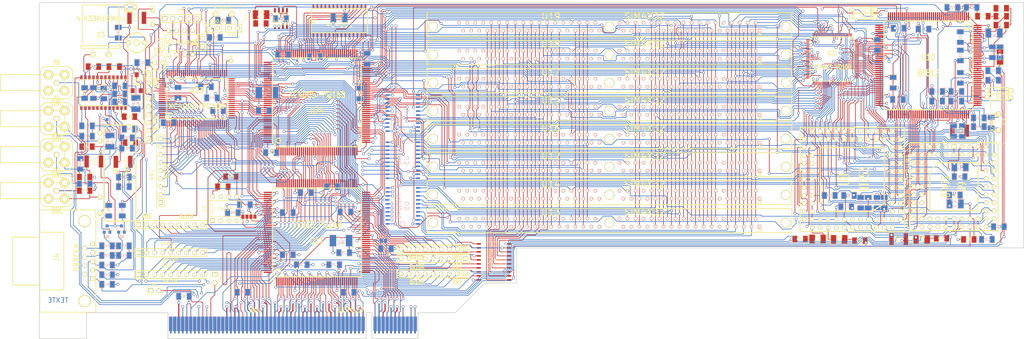
<source format=kicad_pcb>
(kicad_pcb (version 20171130) (host pcbnew "(2017-12-27 revision 4d64a2f)-master")
  (title_block (title "KiCad demo") (date 2015-10-14) (rev 1.A))
  (layers (0 Composant signal) (1 GND_layer signal) (2 VCC_layer signal) (31 Cuivre signal) (34 B.Paste user) (35 F.Paste user) (36 B.SilkS user) (37 F.SilkS user) (38 B.Mask user) (39 F.Mask user) (44 Edge.Cuts user))
  (net 0 "")
  (net 1 +12V)
  (net 2 +3.3V)
  (net 3 +5F)
  (net 4 /ESVIDEO-RVB/DPC0)
  (net 5 /ESVIDEO-RVB/DPC1)
  (net 6 /ESVIDEO-RVB/DPC2)
  (net 7 /ESVIDEO-RVB/DPC4)
  (net 8 /ESVIDEO-RVB/DPC5)
  (net 9 /ESVIDEO-RVB/DPC7)
  (net 10 /ESVIDEO-RVB/OE_RVB-)
  (net 11 /ESVIDEO-RVB/PCA0)
  (net 12 /ESVIDEO-RVB/PCA2)
  (net 13 /ESVIDEO-RVB/REF+)
  (net 14 /ESVIDEO-RVB/TVB2)
  (net 15 /ESVIDEO-RVB/TVB3)
  (net 16 /ESVIDEO-RVB/TVG0)
  (net 17 /ESVIDEO-RVB/TVG1)
  (net 18 /ESVIDEO-RVB/TVG2)
  (net 19 /ESVIDEO-RVB/TVG3)
  (net 20 /ESVIDEO-RVB/TVG4)
  (net 21 /ESVIDEO-RVB/TVG5)
  (net 22 /ESVIDEO-RVB/TVR0)
  (net 23 /ESVIDEO-RVB/TVR1)
  (net 24 /ESVIDEO-RVB/TVR2)
  (net 25 /ESVIDEO-RVB/TVR5)
  (net 26 /ESVIDEO-RVB/TVR6)
  (net 27 /ESVIDEO-RVB/TVR7)
  (net 28 /ESVIDEO-RVB/VAA)
  (net 29 /RAMS/MXA0)
  (net 30 /RAMS/MXA1)
  (net 31 /RAMS/MXA10)
  (net 32 /RAMS/MXA2)
  (net 33 /RAMS/MXA3)
  (net 34 /RAMS/MXA4)
  (net 35 /RAMS/MXA5)
  (net 36 /RAMS/MXA6)
  (net 37 /RAMS/MXA7)
  (net 38 /RAMS/MXA8)
  (net 39 /RAMS/MXA9)
  (net 40 /RAMS/TVRAM0)
  (net 41 /RAMS/TVRAM1)
  (net 42 /RAMS/TVRAM10)
  (net 43 /RAMS/TVRAM11)
  (net 44 /RAMS/TVRAM12)
  (net 45 /RAMS/TVRAM13)
  (net 46 /RAMS/TVRAM14)
  (net 47 /RAMS/TVRAM15)
  (net 48 /RAMS/TVRAM16)
  (net 49 /RAMS/TVRAM17)
  (net 50 /RAMS/TVRAM18)
  (net 51 /RAMS/TVRAM19)
  (net 52 /RAMS/TVRAM2)
  (net 53 /RAMS/TVRAM20)
  (net 54 /RAMS/TVRAM21)
  (net 55 /RAMS/TVRAM22)
  (net 56 /RAMS/TVRAM23)
  (net 57 /RAMS/TVRAM24)
  (net 58 /RAMS/TVRAM25)
  (net 59 /RAMS/TVRAM26)
  (net 60 /RAMS/TVRAM27)
  (net 61 /RAMS/TVRAM28)
  (net 62 /RAMS/TVRAM29)
  (net 63 /RAMS/TVRAM3)
  (net 64 /RAMS/TVRAM30)
  (net 65 /RAMS/TVRAM31)
  (net 66 /RAMS/TVRAM4)
  (net 67 /RAMS/TVRAM5)
  (net 68 /RAMS/TVRAM6)
  (net 69 /RAMS/TVRAM7)
  (net 70 /RAMS/TVRAM8)
  (net 71 /RAMS/TVRAM9)
  (net 72 /buspci.sch/ADR6)
  (net 73 /buspci.sch/EA1)
  (net 74 /buspci.sch/EA10)
  (net 75 /buspci.sch/EA11)
  (net 76 /buspci.sch/EA12)
  (net 77 /buspci.sch/EA13)
  (net 78 /buspci.sch/EA14)
  (net 79 /buspci.sch/EA15)
  (net 80 /buspci.sch/EA2)
  (net 81 /buspci.sch/EA3)
  (net 82 /buspci.sch/EA4)
  (net 83 /buspci.sch/EA5)
  (net 84 /buspci.sch/EA6)
  (net 85 /buspci.sch/EA7)
  (net 86 /buspci.sch/EA9)
  (net 87 /buspci.sch/EQ0)
  (net 88 /buspci.sch/EQ1)
  (net 89 /buspci.sch/EQ2)
  (net 90 /buspci.sch/EQ3)
  (net 91 /buspci.sch/EQ4)
  (net 92 /buspci.sch/EQ5)
  (net 93 /buspci.sch/EQ6)
  (net 94 /buspci.sch/EQ7)
  (net 95 /buspci.sch/PTBE-1)
  (net 96 /buspci.sch/P_AD0)
  (net 97 /buspci.sch/P_AD1)
  (net 98 /buspci.sch/P_AD10)
  (net 99 /buspci.sch/P_AD11)
  (net 100 /buspci.sch/P_AD12)
  (net 101 /buspci.sch/P_AD13)
  (net 102 /buspci.sch/P_AD14)
  (net 103 /buspci.sch/P_AD15)
  (net 104 /buspci.sch/P_AD16)
  (net 105 /buspci.sch/P_AD17)
  (net 106 /buspci.sch/P_AD18)
  (net 107 /buspci.sch/P_AD19)
  (net 108 /buspci.sch/P_AD2)
  (net 109 /buspci.sch/P_AD20)
  (net 110 /buspci.sch/P_AD21)
  (net 111 /buspci.sch/P_AD22)
  (net 112 /buspci.sch/P_AD23)
  (net 113 /buspci.sch/P_AD24)
  (net 114 /buspci.sch/P_AD25)
  (net 115 /buspci.sch/P_AD26)
  (net 116 /buspci.sch/P_AD27)
  (net 117 /buspci.sch/P_AD28)
  (net 118 /buspci.sch/P_AD29)
  (net 119 /buspci.sch/P_AD3)
  (net 120 /buspci.sch/P_AD30)
  (net 121 /buspci.sch/P_AD31)
  (net 122 /buspci.sch/P_AD4)
  (net 123 /buspci.sch/P_AD5)
  (net 124 /buspci.sch/P_AD6)
  (net 125 /buspci.sch/P_AD7)
  (net 126 /buspci.sch/P_AD8)
  (net 127 /buspci.sch/P_AD9)
  (net 128 /buspci.sch/P_C/BE0#)
  (net 129 /buspci.sch/P_C/BE1#)
  (net 130 /buspci.sch/P_C/BE2#)
  (net 131 /buspci.sch/P_C/BE3#)
  (net 132 /buspci.sch/P_CLK)
  (net 133 /buspci.sch/P_DEVSEL#)
  (net 134 /buspci.sch/P_FRAME#)
  (net 135 /buspci.sch/P_GNT#)
  (net 136 /buspci.sch/P_IDSEL)
  (net 137 /buspci.sch/P_INTA#)
  (net 138 /buspci.sch/P_IRDY#)
  (net 139 /buspci.sch/P_LOCK#)
  (net 140 /buspci.sch/P_PAR)
  (net 141 /buspci.sch/P_PERR#)
  (net 142 /buspci.sch/P_REQ#)
  (net 143 /buspci.sch/P_RST#)
  (net 144 /buspci.sch/P_SERR#)
  (net 145 /buspci.sch/P_STOP#)
  (net 146 /buspci.sch/P_TRDY#)
  (net 147 /graphic/14MHZOUT)
  (net 148 /graphic/CCLK)
  (net 149 /graphic/CLK10MHz)
  (net 150 /graphic/CSIO-)
  (net 151 /graphic/DIN)
  (net 152 /graphic/DONE)
  (net 153 /graphic/HDOUT)
  (net 154 /graphic/HDREFOUT)
  (net 155 /graphic/IA0)
  (net 156 /graphic/IA1)
  (net 157 /graphic/IA2)
  (net 158 /graphic/IA3)
  (net 159 /graphic/IA4)
  (net 160 /graphic/IA5)
  (net 161 /graphic/IA6)
  (net 162 /graphic/IA7)
  (net 163 /graphic/IA8)
  (net 164 /graphic/IA9)
  (net 165 /graphic/ICAS-)
  (net 166 /graphic/ID0)
  (net 167 /graphic/ID1)
  (net 168 /graphic/ID2)
  (net 169 /graphic/ID3)
  (net 170 /graphic/IOE-)
  (net 171 /graphic/IRAS-)
  (net 172 /graphic/IWR-)
  (net 173 /graphic/LED)
  (net 174 /graphic/PROG*)
  (net 175 /graphic/RESERV1)
  (net 176 /graphic/VOSC)
  (net 177 /graphic/XTAL_I)
  (net 178 /graphic/X_DIN)
  (net 179 /modul/CHROM)
  (net 180 /modul/CVBS)
  (net 181 /modul/CVBSOUT)
  (net 182 /modul/LUM)
  (net 183 /muxdata/DPC10)
  (net 184 /muxdata/DPC11)
  (net 185 /muxdata/DPC12)
  (net 186 /muxdata/DPC13)
  (net 187 /muxdata/DPC14)
  (net 188 /muxdata/DPC15)
  (net 189 /muxdata/DPC16)
  (net 190 /muxdata/DPC17)
  (net 191 /muxdata/DPC18)
  (net 192 /muxdata/DPC19)
  (net 193 /muxdata/DPC20)
  (net 194 /muxdata/DPC21)
  (net 195 /muxdata/DPC22)
  (net 196 /muxdata/DPC23)
  (net 197 /muxdata/DPC24)
  (net 198 /muxdata/DPC25)
  (net 199 /muxdata/DPC26)
  (net 200 /muxdata/DPC27)
  (net 201 /muxdata/DPC28)
  (net 202 /muxdata/DPC29)
  (net 203 /muxdata/DPC30)
  (net 204 /muxdata/DPC31)
  (net 205 /muxdata/DPC8)
  (net 206 /muxdata/DPC9)
  (net 207 /pal-ntsc.sch/C-VIDEO)
  (net 208 /pal-ntsc.sch/VAF)
  (net 209 /pal-ntsc.sch/Y-VIDEO)
  (net 210 /pal-ntsc.sch/Y_SYNC)
  (net 211 GND)
  (net 212 "Net-(BUS1-PadB1)")
  (net 213 "Net-(BUS1-PadB2)")
  (net 214 "Net-(BUS1-PadA4)")
  (net 215 "Net-(BUS1-PadB7)")
  (net 216 "Net-(BUS1-PadB8)")
  (net 217 "Net-(BUS1-PadB9)")
  (net 218 "Net-(BUS1-PadB10)")
  (net 219 "Net-(BUS1-PadB11)")
  (net 220 "Net-(BUS1-PadB14)")
  (net 221 "Net-(BUS1-PadB60)")
  (net 222 "Net-(BUS1-PadA1)")
  (net 223 "Net-(BUS1-PadA3)")
  (net 224 "Net-(BUS1-PadA7)")
  (net 225 "Net-(BUS1-PadA9)")
  (net 226 "Net-(BUS1-PadA11)")
  (net 227 "Net-(BUS1-PadA14)")
  (net 228 "Net-(BUS1-PadA19)")
  (net 229 "Net-(BUS1-PadA40)")
  (net 230 "Net-(BUS1-PadA41)")
  (net 231 "Net-(BUS1-PadA60)")
  (net 232 "Net-(C1-Pad1)")
  (net 233 "Net-(C1-Pad2)")
  (net 234 "Net-(C3-Pad1)")
  (net 235 "Net-(C4-Pad1)")
  (net 236 "Net-(C5-Pad1)")
  (net 237 "Net-(C5-Pad2)")
  (net 238 "Net-(C6-Pad1)")
  (net 239 "Net-(C7-Pad1)")
  (net 240 "Net-(C8-Pad1)")
  (net 241 "Net-(C8-Pad2)")
  (net 242 "Net-(C16-Pad1)")
  (net 243 "Net-(C32-Pad2)")
  (net 244 "Net-(C34-Pad2)")
  (net 245 "Net-(C35-Pad2)")
  (net 246 "Net-(C36-Pad1)")
  (net 247 "Net-(C36-Pad2)")
  (net 248 "Net-(C39-Pad1)")
  (net 249 "Net-(C39-Pad2)")
  (net 250 "Net-(C40-Pad1)")
  (net 251 "Net-(C40-Pad2)")
  (net 252 "Net-(C41-Pad1)")
  (net 253 "Net-(C41-Pad2)")
  (net 254 "Net-(C43-Pad1)")
  (net 255 "Net-(C44-Pad1)")
  (net 256 "Net-(C45-Pad1)")
  (net 257 "Net-(C46-Pad1)")
  (net 258 "Net-(C48-Pad2)")
  (net 259 "Net-(C49-Pad1)")
  (net 260 "Net-(C54-Pad1)")
  (net 261 "Net-(C58-Pad1)")
  (net 262 "Net-(C59-Pad1)")
  (net 263 "Net-(C60-Pad1)")
  (net 264 "Net-(C61-Pad1)")
  (net 265 "Net-(C61-Pad2)")
  (net 266 "Net-(C65-Pad2)")
  (net 267 "Net-(C66-Pad2)")
  (net 268 "Net-(CV1-Pad1)")
  (net 269 "Net-(D6-Pad1)")
  (net 270 "Net-(L1-Pad1)")
  (net 271 "Net-(L6-Pad1)")
  (net 272 "Net-(L6-Pad2)")
  (net 273 "Net-(P4-Pad1)")
  (net 274 "Net-(P9-Pad1)")
  (net 275 "Net-(P10-Pad1)")
  (net 276 "Net-(P11-Pad1)")
  (net 277 "Net-(POT1-Pad1)")
  (net 278 "Net-(Q1-Pad1)")
  (net 279 "Net-(Q1-Pad2)")
  (net 280 "Net-(Q2-Pad1)")
  (net 281 "Net-(Q2-Pad2)")
  (net 282 "Net-(Q3-Pad1)")
  (net 283 "Net-(Q3-Pad2)")
  (net 284 "Net-(R4-Pad1)")
  (net 285 "Net-(R5-Pad1)")
  (net 286 "Net-(R6-Pad1)")
  (net 287 "Net-(R7-Pad1)")
  (net 288 "Net-(R9-Pad2)")
  (net 289 "Net-(R10-Pad2)")
  (net 290 "Net-(R19-Pad2)")
  (net 291 "Net-(R27-Pad1)")
  (net 292 "Net-(R28-Pad2)")
  (net 293 "Net-(R29-Pad2)")
  (net 294 "Net-(R36-Pad2)")
  (net 295 "Net-(R38-Pad1)")
  (net 296 /ESVIDEO-RVB/DPC3)
  (net 297 /ESVIDEO-RVB/DPC6)
  (net 298 /ESVIDEO-RVB/PCA1)
  (net 299 /ESVIDEO-RVB/TVB7)
  (net 300 /ESVIDEO-RVB/TVB6)
  (net 301 /ESVIDEO-RVB/TVB5)
  (net 302 /ESVIDEO-RVB/TVB4)
  (net 303 /ESVIDEO-RVB/TVB1)
  (net 304 /ESVIDEO-RVB/TVB0)
  (net 305 /ESVIDEO-RVB/TVG7)
  (net 306 /ESVIDEO-RVB/TVG6)
  (net 307 /ESVIDEO-RVB/TVR4)
  (net 308 /ESVIDEO-RVB/TVR3)
  (net 309 "Net-(U8-Pad58)")
  (net 310 "Net-(U8-Pad60)")
  (net 311 "Net-(U8-Pad62)")
  (net 312 /ESVIDEO-RVB/TVI0)
  (net 313 /ESVIDEO-RVB/TVI1)
  (net 314 /buspci.sch/BE-3)
  (net 315 /buspci.sch/BE-2)
  (net 316 /buspci.sch/BE-1)
  (net 317 /buspci.sch/ADR5)
  (net 318 /buspci.sch/ADR4)
  (net 319 /buspci.sch/ADR3)
  (net 320 /buspci.sch/ADR2)
  (net 321 /buspci.sch/BE-0)
  (net 322 /buspci.sch/PTBE-0)
  (net 323 /buspci.sch/PTBE-2)
  (net 324 /buspci.sch/PTBE-3)
  (net 325 "Net-(U20-Pad23)")
  (net 326 +5V)
  (net 327 /GREEN_IN)
  (net 328 /RED_IN)
  (net 329 /RED_OUT)
  (net 330 /GREEN_OUT)
  (net 331 /BLUE_OUT)
  (net 332 /C_OUT)
  (net 333 /Y_OUT)
  (net 334 /BLUE_IN)
  (net 335 /CSYNC-OUT)
  (net 336 /IRQ_SRL)
  (net 337 /SELECT-)
  (net 338 //PCWR)
  (net 339 //PCRD)
  (net 340 /PTATN-)
  (net 341 /X_IRQ)
  (net 342 /PTADR-)
  (net 343 /RDFIFO-)
  (net 344 /WRFIFDO-)
  (net 345 /PTRDY-)
  (net 346 /ACCES_RAM-)
  (net 347 /WRITE_RAM)
  (net 348 "Net-(U7-Pad8)")
  (net 349 "Net-(U8-Pad4)")
  (net 350 "Net-(U8-Pad5)")
  (net 351 /CSYNCIN-)
  (net 352 /RDCAD-)
  (net 353 /WRCAD-)
  (net 354 /CLAMP)
  (net 355 /CLKCAD)
  (net 356 "Net-(U8-Pad74)")
  (net 357 "Net-(U8-Pad77)")
  (net 358 "Net-(U8-Pad81)")
  (net 359 "Net-(U9-Pad5)")
  (net 360 "Net-(U9-Pad6)")
  (net 361 /BLANK-)
  (net 362 /CLKCDA)
  (net 363 /RDCDA-)
  (net 364 /WRCDA-)
  (net 365 "Net-(U9-Pad27)")
  (net 366 /OE_PAL-)
  (net 367 "Net-(U9-Pad30)")
  (net 368 "Net-(U10-Pad25)")
  (net 369 "Net-(U10-Pad26)")
  (net 370 "Net-(U10-Pad27)")
  (net 371 "Net-(U10-Pad28)")
  (net 372 "Net-(U10-Pad29)")
  (net 373 "Net-(U10-Pad32)")
  (net 374 "Net-(U10-Pad33)")
  (net 375 /VD_PAL-)
  (net 376 "Net-(U10-Pad35)")
  (net 377 /HD_PAL-)
  (net 378 "Net-(U10-Pad37)")
  (net 379 "Net-(U10-Pad38)")
  (net 380 "Net-(U10-Pad127)")
  (net 381 "Net-(U10-Pad129)")
  (net 382 "Net-(U10-Pad131)")
  (net 383 "Net-(U10-Pad150)")
  (net 384 "Net-(U10-Pad152)")
  (net 385 "Net-(U10-Pad154)")
  (net 386 /BT812_WR-)
  (net 387 /BT812_RD-)
  (net 388 /SYSRST-)
  (net 389 "Net-(U10-Pad101)")
  (net 390 /F_PALIN)
  (net 391 "Net-(U10-Pad105)")
  (net 392 "Net-(U10-Pad106)")
  (net 393 "Net-(U10-Pad107)")
  (net 394 /PTNUM1)
  (net 395 /PTNUM0)
  (net 396 /IRQ-)
  (net 397 /BPCLK)
  (net 398 /WRFULL)
  (net 399 /RDEMPTY)
  (net 400 /PTWR)
  (net 401 /PTBURST)
  (net 402 /RAS5-)
  (net 403 /CAS0-)
  (net 404 /CAS1-)
  (net 405 /CAS2-)
  (net 406 /CAS3-)
  (net 407 /WRAM-)
  (net 408 "Net-(U12-Pad67)")
  (net 409 "Net-(U12-Pad68)")
  (net 410 "Net-(U12-Pad69)")
  (net 411 "Net-(U12-Pad70)")
  (net 412 /RAS7-)
  (net 413 "Net-(U13-Pad67)")
  (net 414 "Net-(U13-Pad68)")
  (net 415 "Net-(U13-Pad69)")
  (net 416 "Net-(U13-Pad70)")
  (net 417 /RAS6-)
  (net 418 "Net-(U14-Pad67)")
  (net 419 "Net-(U14-Pad68)")
  (net 420 "Net-(U14-Pad69)")
  (net 421 "Net-(U14-Pad70)")
  (net 422 /RAS3-)
  (net 423 "Net-(U15-Pad67)")
  (net 424 "Net-(U15-Pad68)")
  (net 425 "Net-(U15-Pad69)")
  (net 426 "Net-(U15-Pad70)")
  (net 427 /RAS4-)
  (net 428 "Net-(U16-Pad67)")
  (net 429 "Net-(U16-Pad68)")
  (net 430 "Net-(U16-Pad69)")
  (net 431 "Net-(U16-Pad70)")
  (net 432 /RAS2-)
  (net 433 "Net-(U17-Pad67)")
  (net 434 "Net-(U17-Pad68)")
  (net 435 "Net-(U17-Pad69)")
  (net 436 "Net-(U17-Pad70)")
  (net 437 /RAS1-)
  (net 438 "Net-(U18-Pad67)")
  (net 439 "Net-(U18-Pad68)")
  (net 440 "Net-(U18-Pad69)")
  (net 441 "Net-(U18-Pad70)")
  (net 442 /RAS0-)
  (net 443 "Net-(U19-Pad67)")
  (net 444 "Net-(U19-Pad68)")
  (net 445 "Net-(U19-Pad69)")
  (net 446 "Net-(U19-Pad70)")
  (net 447 "Net-(U20-Pad1)")
  (net 448 "Net-(U20-Pad3)")
  (net 449 "Net-(U20-Pad4)")
  (net 450 "Net-(U20-Pad5)")
  (net 451 "Net-(U21-Pad6)")
  (net 452 "Net-(U22-Pad76)")
  (net 453 /X_PROG-)
  (net 454 "Net-(U22-Pad65)")
  (net 455 "Net-(U22-Pad66)")
  (net 456 /X_DATA)
  (net 457 "Net-(U22-Pad73)")
  (net 458 /X_CLK)
  (net 459 "Net-(U22-Pad3)")
  (net 460 "Net-(U22-Pad4)")
  (net 461 "Net-(U22-Pad5)")
  (net 462 "Net-(U22-Pad6)")
  (net 463 "Net-(U22-Pad10)")
  (net 464 /ACQ_ON)
  (net 465 "Net-(U22-Pad14)")
  (net 466 "Net-(U22-Pad15)")
  (net 467 "Net-(U22-Pad16)")
  (net 468 "Net-(U22-Pad27)")
  (net 469 "Net-(U22-Pad30)")
  (net 470 /X_DONE)
  (net 471 "Net-(U23-Pad62)")
  (net 472 "Net-(U23-Pad60)")
  (net 473 "Net-(U23-Pad58)")
  (net 474 "Net-(U23-Pad68)")
  (net 475 "Net-(U23-Pad76)")
  (net 476 "Net-(U23-Pad79)")
  (net 477 "Net-(U23-Pad2)")
  (net 478 "Net-(U23-Pad100)")
  (net 479 "Net-(U23-Pad99)")
  (net 480 "Net-(U23-Pad98)")
  (net 481 "Net-(U23-Pad31)")
  (net 482 "Net-(U23-Pad33)")
  (net 483 "Net-(U23-Pad50)")
  (net 484 "Net-(U23-Pad49)")
  (net 485 "Net-(U24-Pad121)")
  (net 486 "Net-(U24-Pad84)")
  (module Connectors:BUSPCI (layer Composant) (at 158.115 158.75)
    (fp_text reference BUS1 (at -35.941 -4.699) (layer F.SilkS) (effects (font (size 1.524 1.016) (thickness 0.2032))))
    (fp_text value BUSPCI_5V (at -5.842 -4.699) (layer F.SilkS) (effects (font (size 1.524 1.016) (thickness 0.2032))))
    (pad B1 connect rect (at -62.865 -0.254) (size 1.016 4.572) (layers Composant F.Mask) (net 212 "Net-(BUS1-PadB1)"))
    (pad B2 connect rect (at -61.595 -0.254) (size 1.016 4.572) (layers Composant F.Mask) (net 213 "Net-(BUS1-PadB2)"))
    (pad B3 connect rect (at -60.325 -0.254) (size 1.016 4.572) (layers Composant F.Mask) (net 211 GND))
    (pad B4 connect rect (at -59.055 -0.254) (size 1.016 4.572) (layers Composant F.Mask) (net 214 "Net-(BUS1-PadA4)"))
    (pad B5 connect rect (at -57.785 -0.254) (size 1.016 4.572) (layers Composant F.Mask) (net 326 +5V))
    (pad B6 connect rect (at -56.515 -0.254) (size 1.016 4.572) (layers Composant F.Mask) (net 326 +5V))
    (pad B7 connect rect (at -55.245 -0.254) (size 1.016 4.572) (layers Composant F.Mask) (net 215 "Net-(BUS1-PadB7)"))
    (pad B8 connect rect (at -53.975 -0.254) (size 1.016 4.572) (layers Composant F.Mask) (net 216 "Net-(BUS1-PadB8)"))
    (pad B9 connect rect (at -52.705 -0.254) (size 1.016 4.572) (layers Composant F.Mask) (net 217 "Net-(BUS1-PadB9)"))
    (pad B10 connect rect (at -51.435 -0.254) (size 1.016 4.572) (layers Composant F.Mask) (net 218 "Net-(BUS1-PadB10)"))
    (pad B11 connect rect (at -50.165 -0.254) (size 1.016 4.572) (layers Composant F.Mask) (net 219 "Net-(BUS1-PadB11)"))
    (pad B12 connect rect (at -48.895 -0.254) (size 1.016 4.572) (layers Composant F.Mask))
    (pad B13 connect rect (at -47.625 -0.254) (size 1.016 4.572) (layers Composant F.Mask))
    (pad B14 connect rect (at -46.355 -0.254) (size 1.016 4.572) (layers Composant F.Mask) (net 220 "Net-(BUS1-PadB14)"))
    (pad B15 connect rect (at -45.085 -0.254) (size 1.016 4.572) (layers Composant F.Mask) (net 211 GND))
    (pad B16 connect rect (at -43.815 -0.254) (size 1.016 4.572) (layers Composant F.Mask) (net 132 /buspci.sch/P_CLK))
    (pad B17 connect rect (at -42.545 -0.254) (size 1.016 4.572) (layers Composant F.Mask) (net 211 GND))
    (pad B18 connect rect (at -41.275 -0.254) (size 1.016 4.572) (layers Composant F.Mask) (net 142 /buspci.sch/P_REQ#))
    (pad B19 connect rect (at -40.005 -0.254) (size 1.016 4.572) (layers Composant F.Mask) (net 326 +5V))
    (pad B20 connect rect (at -38.735 -0.254) (size 1.016 4.572) (layers Composant F.Mask) (net 121 /buspci.sch/P_AD31))
    (pad B21 connect rect (at -37.465 -0.254) (size 1.016 4.572) (layers Composant F.Mask) (net 118 /buspci.sch/P_AD29))
    (pad B22 connect rect (at -36.195 -0.254) (size 1.016 4.572) (layers Composant F.Mask) (net 211 GND))
    (pad B23 connect rect (at -34.925 -0.254) (size 1.016 4.572) (layers Composant F.Mask) (net 116 /buspci.sch/P_AD27))
    (pad B24 connect rect (at -33.655 -0.254) (size 1.016 4.572) (layers Composant F.Mask) (net 114 /buspci.sch/P_AD25))
    (pad B25 connect rect (at -32.385 -0.254) (size 1.016 4.572) (layers Composant F.Mask) (net 2 +3.3V))
    (pad B26 connect rect (at -31.115 -0.254) (size 1.016 4.572) (layers Composant F.Mask) (net 131 /buspci.sch/P_C/BE3#))
    (pad B27 connect rect (at -29.845 -0.254) (size 1.016 4.572) (layers Composant F.Mask) (net 112 /buspci.sch/P_AD23))
    (pad B28 connect rect (at -28.575 -0.254) (size 1.016 4.572) (layers Composant F.Mask) (net 211 GND))
    (pad B29 connect rect (at -27.305 -0.254) (size 1.016 4.572) (layers Composant F.Mask) (net 110 /buspci.sch/P_AD21))
    (pad B30 connect rect (at -26.035 -0.254) (size 1.016 4.572) (layers Composant F.Mask) (net 107 /buspci.sch/P_AD19))
    (pad B31 connect rect (at -24.765 -0.254) (size 1.016 4.572) (layers Composant F.Mask) (net 2 +3.3V))
    (pad B32 connect rect (at -23.495 -0.254) (size 1.016 4.572) (layers Composant F.Mask) (net 105 /buspci.sch/P_AD17))
    (pad B33 connect rect (at -22.225 -0.254) (size 1.016 4.572) (layers Composant F.Mask) (net 130 /buspci.sch/P_C/BE2#))
    (pad B34 connect rect (at -20.955 -0.254) (size 1.016 4.572) (layers Composant F.Mask) (net 211 GND))
    (pad B35 connect rect (at -19.685 -0.254) (size 1.016 4.572) (layers Composant F.Mask) (net 138 /buspci.sch/P_IRDY#))
    (pad B36 connect rect (at -18.415 -0.254) (size 1.016 4.572) (layers Composant F.Mask) (net 2 +3.3V))
    (pad B37 connect rect (at -17.145 -0.254) (size 1.016 4.572) (layers Composant F.Mask) (net 133 /buspci.sch/P_DEVSEL#))
    (pad B38 connect rect (at -15.875 -0.254) (size 1.016 4.572) (layers Composant F.Mask) (net 211 GND))
    (pad B39 connect rect (at -14.605 -0.254) (size 1.016 4.572) (layers Composant F.Mask) (net 139 /buspci.sch/P_LOCK#))
    (pad B40 connect rect (at -13.335 -0.254) (size 1.016 4.572) (layers Composant F.Mask) (net 141 /buspci.sch/P_PERR#))
    (pad B41 connect rect (at -12.065 -0.254) (size 1.016 4.572) (layers Composant F.Mask) (net 2 +3.3V))
    (pad B42 connect rect (at -10.795 -0.254) (size 1.016 4.572) (layers Composant F.Mask) (net 144 /buspci.sch/P_SERR#))
    (pad B43 connect rect (at -9.525 -0.254) (size 1.016 4.572) (layers Composant F.Mask) (net 2 +3.3V))
    (pad B44 connect rect (at -8.255 -0.254) (size 1.016 4.572) (layers Composant F.Mask) (net 129 /buspci.sch/P_C/BE1#))
    (pad B45 connect rect (at -6.985 -0.254) (size 1.016 4.572) (layers Composant F.Mask) (net 102 /buspci.sch/P_AD14))
    (pad B46 connect rect (at -5.715 -0.254) (size 1.016 4.572) (layers Composant F.Mask) (net 211 GND))
    (pad B47 connect rect (at -4.445 -0.254) (size 1.016 4.572) (layers Composant F.Mask) (net 100 /buspci.sch/P_AD12))
    (pad B48 connect rect (at -3.175 -0.254) (size 1.016 4.572) (layers Composant F.Mask) (net 98 /buspci.sch/P_AD10))
    (pad B49 connect rect (at -1.905 -0.254) (size 1.016 4.572) (layers Composant F.Mask) (net 211 GND))
    (pad B52 connect rect (at 1.905 -0.254) (size 1.016 4.572) (layers Composant F.Mask) (net 126 /buspci.sch/P_AD8))
    (pad B53 connect rect (at 3.175 -0.254) (size 1.016 4.572) (layers Composant F.Mask) (net 125 /buspci.sch/P_AD7))
    (pad B54 connect rect (at 4.445 -0.254) (size 1.016 4.572) (layers Composant F.Mask) (net 2 +3.3V))
    (pad B55 connect rect (at 5.715 -0.254) (size 1.016 4.572) (layers Composant F.Mask) (net 123 /buspci.sch/P_AD5))
    (pad B56 connect rect (at 6.985 -0.254) (size 1.016 4.572) (layers Composant F.Mask) (net 119 /buspci.sch/P_AD3))
    (pad B57 connect rect (at 8.255 -0.254) (size 1.016 4.572) (layers Composant F.Mask) (net 211 GND))
    (pad B58 connect rect (at 9.525 -0.254) (size 1.016 4.572) (layers Composant F.Mask) (net 97 /buspci.sch/P_AD1))
    (pad B59 connect rect (at 10.795 -0.254) (size 1.016 4.572) (layers Composant F.Mask) (net 326 +5V))
    (pad B60 connect rect (at 12.065 -0.254) (size 1.016 4.572) (layers Composant F.Mask) (net 221 "Net-(BUS1-PadB60)"))
    (pad B61 connect rect (at 13.335 -0.254) (size 1.016 4.572) (layers Composant F.Mask) (net 326 +5V))
    (pad B62 connect rect (at 14.605 -0.254) (size 1.016 4.572) (layers Composant F.Mask) (net 326 +5V))
    (pad A1 connect rect (at -62.865 -0.254) (size 1.016 4.572) (layers Cuivre B.Mask) (net 222 "Net-(BUS1-PadA1)"))
    (pad A2 connect rect (at -61.595 -0.254) (size 1.016 4.572) (layers Cuivre B.Mask) (net 1 +12V))
    (pad A3 connect rect (at -60.325 -0.254) (size 1.016 4.572) (layers Cuivre B.Mask) (net 223 "Net-(BUS1-PadA3)"))
    (pad A4 connect rect (at -59.055 -0.254) (size 1.016 4.572) (layers Cuivre B.Mask) (net 214 "Net-(BUS1-PadA4)"))
    (pad A5 connect rect (at -57.785 -0.254) (size 1.016 4.572) (layers Cuivre B.Mask) (net 326 +5V))
    (pad A6 connect rect (at -56.515 -0.254) (size 1.016 4.572) (layers Cuivre B.Mask) (net 137 /buspci.sch/P_INTA#))
    (pad A7 connect rect (at -55.245 -0.254) (size 1.016 4.572) (layers Cuivre B.Mask) (net 224 "Net-(BUS1-PadA7)"))
    (pad A8 connect rect (at -53.975 -0.254) (size 1.016 4.572) (layers Cuivre B.Mask) (net 326 +5V))
    (pad A9 connect rect (at -52.705 -0.254) (size 1.016 4.572) (layers Cuivre B.Mask) (net 225 "Net-(BUS1-PadA9)"))
    (pad A10 connect rect (at -51.435 -0.254) (size 1.016 4.572) (layers Cuivre B.Mask) (net 326 +5V))
    (pad A11 connect rect (at -50.165 -0.254) (size 1.016 4.572) (layers Cuivre B.Mask) (net 226 "Net-(BUS1-PadA11)"))
    (pad A12 connect rect (at -48.895 -0.254) (size 1.016 4.572) (layers Cuivre B.Mask))
    (pad A13 connect rect (at -47.625 -0.254) (size 1.016 4.572) (layers Cuivre B.Mask))
    (pad A14 connect rect (at -46.355 -0.254) (size 1.016 4.572) (layers Cuivre B.Mask) (net 227 "Net-(BUS1-PadA14)"))
    (pad A15 connect rect (at -45.085 -0.254) (size 1.016 4.572) (layers Cuivre B.Mask) (net 143 /buspci.sch/P_RST#))
    (pad A16 connect rect (at -43.815 -0.254) (size 1.016 4.572) (layers Cuivre B.Mask) (net 326 +5V))
    (pad A17 connect rect (at -42.545 -0.254) (size 1.016 4.572) (layers Cuivre B.Mask) (net 135 /buspci.sch/P_GNT#))
    (pad A18 connect rect (at -41.275 -0.254) (size 1.016 4.572) (layers Cuivre B.Mask) (net 211 GND))
    (pad A19 connect rect (at -40.005 -0.254) (size 1.016 4.572) (layers Cuivre B.Mask) (net 228 "Net-(BUS1-PadA19)"))
    (pad A20 connect rect (at -38.735 -0.254) (size 1.016 4.572) (layers Cuivre B.Mask) (net 120 /buspci.sch/P_AD30))
    (pad A21 connect rect (at -37.465 -0.254) (size 1.016 4.572) (layers Cuivre B.Mask) (net 2 +3.3V))
    (pad A22 connect rect (at -36.195 -0.254) (size 1.016 4.572) (layers Cuivre B.Mask) (net 117 /buspci.sch/P_AD28))
    (pad A23 connect rect (at -34.925 -0.254) (size 1.016 4.572) (layers Cuivre B.Mask) (net 115 /buspci.sch/P_AD26))
    (pad A24 connect rect (at -33.655 -0.254) (size 1.016 4.572) (layers Cuivre B.Mask) (net 211 GND))
    (pad A25 connect rect (at -32.385 -0.254) (size 1.016 4.572) (layers Cuivre B.Mask) (net 113 /buspci.sch/P_AD24))
    (pad A26 connect rect (at -31.115 -0.254) (size 1.016 4.572) (layers Cuivre B.Mask) (net 136 /buspci.sch/P_IDSEL))
    (pad A27 connect rect (at -29.845 -0.254) (size 1.016 4.572) (layers Cuivre B.Mask) (net 2 +3.3V))
    (pad A28 connect rect (at -28.575 -0.254) (size 1.016 4.572) (layers Cuivre B.Mask) (net 111 /buspci.sch/P_AD22))
    (pad A29 connect rect (at -27.305 -0.254) (size 1.016 4.572) (layers Cuivre B.Mask) (net 109 /buspci.sch/P_AD20))
    (pad A30 connect rect (at -26.035 -0.254) (size 1.016 4.572) (layers Cuivre B.Mask) (net 211 GND))
    (pad A31 connect rect (at -24.765 -0.254) (size 1.016 4.572) (layers Cuivre B.Mask) (net 106 /buspci.sch/P_AD18))
    (pad A32 connect rect (at -23.495 -0.254) (size 1.016 4.572) (layers Cuivre B.Mask) (net 104 /buspci.sch/P_AD16))
    (pad A33 connect rect (at -22.225 -0.254) (size 1.016 4.572) (layers Cuivre B.Mask) (net 2 +3.3V))
    (pad A34 connect rect (at -20.955 -0.254) (size 1.016 4.572) (layers Cuivre B.Mask) (net 134 /buspci.sch/P_FRAME#))
    (pad A35 connect rect (at -19.685 -0.254) (size 1.016 4.572) (layers Cuivre B.Mask) (net 211 GND))
    (pad A36 connect rect (at -18.415 -0.254) (size 1.016 4.572) (layers Cuivre B.Mask) (net 146 /buspci.sch/P_TRDY#))
    (pad A37 connect rect (at -17.145 -0.254) (size 1.016 4.572) (layers Cuivre B.Mask) (net 211 GND))
    (pad A38 connect rect (at -15.875 -0.254) (size 1.016 4.572) (layers Cuivre B.Mask) (net 145 /buspci.sch/P_STOP#))
    (pad A39 connect rect (at -14.605 -0.254) (size 1.016 4.572) (layers Cuivre B.Mask) (net 2 +3.3V))
    (pad A40 connect rect (at -13.335 -0.254) (size 1.016 4.572) (layers Cuivre B.Mask) (net 229 "Net-(BUS1-PadA40)"))
    (pad A41 connect rect (at -12.065 -0.254) (size 1.016 4.572) (layers Cuivre B.Mask) (net 230 "Net-(BUS1-PadA41)"))
    (pad A42 connect rect (at -10.795 -0.254) (size 1.016 4.572) (layers Cuivre B.Mask) (net 211 GND))
    (pad A43 connect rect (at -9.525 -0.254) (size 1.016 4.572) (layers Cuivre B.Mask) (net 140 /buspci.sch/P_PAR))
    (pad A44 connect rect (at -8.255 -0.254) (size 1.016 4.572) (layers Cuivre B.Mask) (net 103 /buspci.sch/P_AD15))
    (pad A45 connect rect (at -6.985 -0.254) (size 1.016 4.572) (layers Cuivre B.Mask) (net 2 +3.3V))
    (pad A46 connect rect (at -5.715 -0.254) (size 1.016 4.572) (layers Cuivre B.Mask) (net 101 /buspci.sch/P_AD13))
    (pad A47 connect rect (at -4.445 -0.254) (size 1.016 4.572) (layers Cuivre B.Mask) (net 99 /buspci.sch/P_AD11))
    (pad A48 connect rect (at -3.175 -0.254) (size 1.016 4.572) (layers Cuivre B.Mask) (net 211 GND))
    (pad A49 connect rect (at -1.905 -0.254) (size 1.016 4.572) (layers Cuivre B.Mask) (net 127 /buspci.sch/P_AD9))
    (pad A52 connect rect (at 1.905 -0.254) (size 1.016 4.572) (layers Cuivre B.Mask) (net 128 /buspci.sch/P_C/BE0#))
    (pad A53 connect rect (at 3.175 -0.254) (size 1.016 4.572) (layers Cuivre B.Mask) (net 2 +3.3V))
    (pad A54 connect rect (at 4.445 -0.254) (size 1.016 4.572) (layers Cuivre B.Mask) (net 124 /buspci.sch/P_AD6))
    (pad A55 connect rect (at 5.715 -0.254) (size 1.016 4.572) (layers Cuivre B.Mask) (net 122 /buspci.sch/P_AD4))
    (pad A56 connect rect (at 6.985 -0.254) (size 1.016 4.572) (layers Cuivre B.Mask) (net 211 GND))
    (pad A57 connect rect (at 8.255 -0.254) (size 1.016 4.572) (layers Cuivre B.Mask) (net 108 /buspci.sch/P_AD2))
    (pad A58 connect rect (at 9.525 -0.254) (size 1.016 4.572) (layers Cuivre B.Mask) (net 96 /buspci.sch/P_AD0))
    (pad A59 connect rect (at 10.795 -0.254) (size 1.016 4.572) (layers Cuivre B.Mask) (net 326 +5V))
    (pad A60 connect rect (at 12.065 -0.254) (size 1.016 4.572) (layers Cuivre B.Mask) (net 231 "Net-(BUS1-PadA60)"))
    (pad A61 connect rect (at 13.335 -0.254) (size 1.016 4.572) (layers Cuivre B.Mask) (net 326 +5V))
    (pad A62 connect rect (at 14.605 -0.254) (size 1.016 4.572) (layers Cuivre B.Mask) (net 326 +5V))
    (pad B2 connect rect (at -61.595 2.413) (size 0.508 0.762) (layers Composant F.Mask) (net 213 "Net-(BUS1-PadB2)"))
    (pad B3 connect rect (at -60.325 2.413) (size 0.508 0.762) (layers Composant F.Mask) (net 211 GND))
    (pad B4 connect rect (at -59.055 2.413) (size 0.508 0.762) (layers Composant F.Mask) (net 214 "Net-(BUS1-PadA4)"))
    (pad B5 connect rect (at -57.785 2.413) (size 0.508 0.762) (layers Composant F.Mask) (net 326 +5V))
    (pad B6 connect rect (at -56.515 2.413) (size 0.508 0.762) (layers Composant F.Mask) (net 326 +5V))
    (pad B7 connect rect (at -55.245 2.413) (size 0.508 0.762) (layers Composant F.Mask) (net 215 "Net-(BUS1-PadB7)"))
    (pad B8 connect rect (at -53.975 2.413) (size 0.508 0.762) (layers Composant F.Mask) (net 216 "Net-(BUS1-PadB8)"))
    (pad B9 connect rect (at -52.705 2.413) (size 0.508 0.762) (layers Composant F.Mask) (net 217 "Net-(BUS1-PadB9)"))
    (pad B10 connect rect (at -51.435 2.413) (size 0.508 0.762) (layers Composant F.Mask) (net 218 "Net-(BUS1-PadB10)"))
    (pad B11 connect rect (at -50.165 2.413) (size 0.508 0.762) (layers Composant F.Mask) (net 219 "Net-(BUS1-PadB11)"))
    (pad B12 connect rect (at -48.895 2.413) (size 0.508 0.762) (layers Composant F.Mask))
    (pad B13 connect rect (at -47.625 2.413) (size 0.508 0.762) (layers Composant F.Mask))
    (pad B14 connect rect (at -46.355 2.413) (size 0.508 0.762) (layers Composant F.Mask) (net 220 "Net-(BUS1-PadB14)"))
    (pad B15 connect rect (at -45.085 2.413) (size 0.508 0.762) (layers Composant F.Mask) (net 211 GND))
    (pad B16 connect rect (at -43.815 2.413) (size 0.508 0.762) (layers Composant F.Mask) (net 132 /buspci.sch/P_CLK))
    (pad B17 connect rect (at -42.545 2.413) (size 0.508 0.762) (layers Composant F.Mask) (net 211 GND))
    (pad B18 connect rect (at -41.275 2.413) (size 0.508 0.762) (layers Composant F.Mask) (net 142 /buspci.sch/P_REQ#))
    (pad B19 connect rect (at -40.005 2.413) (size 0.508 0.762) (layers Composant F.Mask) (net 326 +5V))
    (pad B20 connect rect (at -38.735 2.413) (size 0.508 0.762) (layers Composant F.Mask) (net 121 /buspci.sch/P_AD31))
    (pad B21 connect rect (at -37.465 2.413) (size 0.508 0.762) (layers Composant F.Mask) (net 118 /buspci.sch/P_AD29))
    (pad B22 connect rect (at -36.195 2.413) (size 0.508 0.762) (layers Composant F.Mask) (net 211 GND))
    (pad B23 connect rect (at -34.925 2.413) (size 0.508 0.762) (layers Composant F.Mask) (net 116 /buspci.sch/P_AD27))
    (pad B24 connect rect (at -33.655 2.413) (size 0.508 0.762) (layers Composant F.Mask) (net 114 /buspci.sch/P_AD25))
    (pad B25 connect rect (at -32.385 2.413) (size 0.508 0.762) (layers Composant F.Mask) (net 2 +3.3V))
    (pad B26 connect rect (at -31.115 2.413) (size 0.508 0.762) (layers Composant F.Mask) (net 131 /buspci.sch/P_C/BE3#))
    (pad B27 connect rect (at -29.845 2.413) (size 0.508 0.762) (layers Composant F.Mask) (net 112 /buspci.sch/P_AD23))
    (pad B28 connect rect (at -28.575 2.413) (size 0.508 0.762) (layers Composant F.Mask) (net 211 GND))
    (pad B29 connect rect (at -27.305 2.413) (size 0.508 0.762) (layers Composant F.Mask) (net 110 /buspci.sch/P_AD21))
    (pad B30 connect rect (at -26.035 2.413) (size 0.508 0.762) (layers Composant F.Mask) (net 107 /buspci.sch/P_AD19))
    (pad B31 connect rect (at -24.765 2.413) (size 0.508 0.762) (layers Composant F.Mask) (net 2 +3.3V))
    (pad B32 connect rect (at -23.495 2.413) (size 0.508 0.762) (layers Composant F.Mask) (net 105 /buspci.sch/P_AD17))
    (pad B33 connect rect (at -22.225 2.413) (size 0.508 0.762) (layers Composant F.Mask) (net 130 /buspci.sch/P_C/BE2#))
    (pad B34 connect rect (at -20.955 2.413) (size 0.508 0.762) (layers Composant F.Mask) (net 211 GND))
    (pad B35 connect rect (at -19.685 2.413) (size 0.508 0.762) (layers Composant F.Mask) (net 138 /buspci.sch/P_IRDY#))
    (pad B36 connect rect (at -18.415 2.413) (size 0.508 0.762) (layers Composant F.Mask) (net 2 +3.3V))
    (pad B37 connect rect (at -17.145 2.413) (size 0.508 0.762) (layers Composant F.Mask) (net 133 /buspci.sch/P_DEVSEL#))
    (pad B38 connect rect (at -15.875 2.413) (size 0.508 0.762) (layers Composant F.Mask) (net 211 GND))
    (pad B39 connect rect (at -14.605 2.413) (size 0.508 0.762) (layers Composant F.Mask) (net 139 /buspci.sch/P_LOCK#))
    (pad B40 connect rect (at -13.335 2.413) (size 0.508 0.762) (layers Composant F.Mask) (net 141 /buspci.sch/P_PERR#))
    (pad B41 connect rect (at -12.065 2.413) (size 0.508 0.762) (layers Composant F.Mask) (net 2 +3.3V))
    (pad B42 connect rect (at -10.795 2.413) (size 0.508 0.762) (layers Composant F.Mask) (net 144 /buspci.sch/P_SERR#))
    (pad B43 connect rect (at -9.525 2.413) (size 0.508 0.762) (layers Composant F.Mask) (net 2 +3.3V))
    (pad B44 connect rect (at -8.255 2.413) (size 0.508 0.762) (layers Composant F.Mask) (net 129 /buspci.sch/P_C/BE1#))
    (pad B45 connect rect (at -6.985 2.413) (size 0.508 0.762) (layers Composant F.Mask) (net 102 /buspci.sch/P_AD14))
    (pad B46 connect rect (at -5.715 2.413) (size 0.508 0.762) (layers Composant F.Mask) (net 211 GND))
    (pad B47 connect rect (at -4.445 2.413) (size 0.508 0.762) (layers Composant F.Mask) (net 100 /buspci.sch/P_AD12))
    (pad B48 connect rect (at -3.175 2.413) (size 0.508 0.762) (layers Composant F.Mask) (net 98 /buspci.sch/P_AD10))
    (pad B49 connect rect (at -1.905 2.413) (size 0.508 0.762) (layers Composant F.Mask) (net 211 GND))
    (pad B52 connect rect (at 1.905 2.413) (size 0.508 0.762) (layers Composant F.Mask) (net 126 /buspci.sch/P_AD8))
    (pad B53 connect rect (at 3.175 2.413) (size 0.508 0.762) (layers Composant F.Mask) (net 125 /buspci.sch/P_AD7))
    (pad B54 connect rect (at 4.445 2.413) (size 0.508 0.762) (layers Composant F.Mask) (net 2 +3.3V))
    (pad B55 connect rect (at 5.715 2.413) (size 0.508 0.762) (layers Composant F.Mask) (net 123 /buspci.sch/P_AD5))
    (pad B56 connect rect (at 6.985 2.413) (size 0.508 0.762) (layers Composant F.Mask) (net 119 /buspci.sch/P_AD3))
    (pad B57 connect rect (at 8.255 2.413) (size 0.508 0.762) (layers Composant F.Mask) (net 211 GND))
    (pad B58 connect rect (at 9.525 2.413) (size 0.508 0.762) (layers Composant F.Mask) (net 97 /buspci.sch/P_AD1))
    (pad B59 connect rect (at 10.795 2.413) (size 0.508 0.762) (layers Composant F.Mask) (net 326 +5V))
    (pad B60 connect rect (at 12.065 2.413) (size 0.508 0.762) (layers Composant F.Mask) (net 221 "Net-(BUS1-PadB60)"))
    (pad B61 connect rect (at 13.335 2.413) (size 0.508 0.762) (layers Composant F.Mask) (net 326 +5V))
    (pad B62 connect rect (at 14.605 2.413) (size 0.508 0.762) (layers Composant F.Mask) (net 326 +5V))
    (pad B1 connect rect (at -62.865 2.413) (size 0.508 0.762) (layers Composant F.Mask) (net 212 "Net-(BUS1-PadB1)"))
    (pad A1 connect rect (at -62.865 2.413) (size 0.508 0.762) (layers Cuivre B.Mask) (net 222 "Net-(BUS1-PadA1)"))
    (pad A2 connect rect (at -61.595 2.413) (size 0.508 0.762) (layers Cuivre B.Mask) (net 1 +12V))
    (pad A3 connect rect (at -60.325 2.413) (size 0.508 0.762) (layers Cuivre B.Mask) (net 223 "Net-(BUS1-PadA3)"))
    (pad A4 connect rect (at -59.055 2.413) (size 0.508 0.762) (layers Cuivre B.Mask) (net 214 "Net-(BUS1-PadA4)"))
    (pad A5 connect rect (at -57.785 2.413) (size 0.508 0.762) (layers Cuivre B.Mask) (net 326 +5V))
    (pad A6 connect rect (at -56.515 2.413) (size 0.508 0.762) (layers Cuivre B.Mask) (net 137 /buspci.sch/P_INTA#))
    (pad A7 connect rect (at -55.245 2.413) (size 0.508 0.762) (layers Cuivre B.Mask) (net 224 "Net-(BUS1-PadA7)"))
    (pad A8 connect rect (at -53.975 2.413) (size 0.508 0.762) (layers Cuivre B.Mask) (net 326 +5V))
    (pad A9 connect rect (at -52.705 2.413) (size 0.508 0.762) (layers Cuivre B.Mask) (net 225 "Net-(BUS1-PadA9)"))
    (pad A10 connect rect (at -51.435 2.413) (size 0.508 0.762) (layers Cuivre B.Mask) (net 326 +5V))
    (pad A11 connect rect (at -50.165 2.413) (size 0.508 0.762) (layers Cuivre B.Mask) (net 226 "Net-(BUS1-PadA11)"))
    (pad A12 connect rect (at -48.895 2.413) (size 0.508 0.762) (layers Cuivre B.Mask))
    (pad A13 connect rect (at -47.625 2.413) (size 0.508 0.762) (layers Cuivre B.Mask))
    (pad A14 connect rect (at -46.355 2.413) (size 0.508 0.762) (layers Cuivre B.Mask) (net 227 "Net-(BUS1-PadA14)"))
    (pad A15 connect rect (at -45.085 2.413) (size 0.508 0.762) (layers Cuivre B.Mask) (net 143 /buspci.sch/P_RST#))
    (pad A16 connect rect (at -43.815 2.413) (size 0.508 0.762) (layers Cuivre B.Mask) (net 326 +5V))
    (pad A17 connect rect (at -42.545 2.413) (size 0.508 0.762) (layers Cuivre B.Mask) (net 135 /buspci.sch/P_GNT#))
    (pad A18 connect rect (at -41.275 2.413) (size 0.508 0.762) (layers Cuivre B.Mask) (net 211 GND))
    (pad A19 connect rect (at -40.005 2.413) (size 0.508 0.762) (layers Cuivre B.Mask) (net 228 "Net-(BUS1-PadA19)"))
    (pad A20 connect rect (at -38.735 2.413) (size 0.508 0.762) (layers Cuivre B.Mask) (net 120 /buspci.sch/P_AD30))
    (pad A21 connect rect (at -37.465 2.413) (size 0.508 0.762) (layers Cuivre B.Mask) (net 2 +3.3V))
    (pad A22 connect rect (at -36.195 2.413) (size 0.508 0.762) (layers Cuivre B.Mask) (net 117 /buspci.sch/P_AD28))
    (pad A23 connect rect (at -34.925 2.413) (size 0.508 0.762) (layers Cuivre B.Mask) (net 115 /buspci.sch/P_AD26))
    (pad A24 connect rect (at -33.655 2.413) (size 0.508 0.762) (layers Cuivre B.Mask) (net 211 GND))
    (pad A25 connect rect (at -32.385 2.413) (size 0.508 0.762) (layers Cuivre B.Mask) (net 113 /buspci.sch/P_AD24))
    (pad A26 connect rect (at -31.115 2.413) (size 0.508 0.762) (layers Cuivre B.Mask) (net 136 /buspci.sch/P_IDSEL))
    (pad A27 connect rect (at -29.845 2.413) (size 0.508 0.762) (layers Cuivre B.Mask) (net 2 +3.3V))
    (pad A28 connect rect (at -28.575 2.413) (size 0.508 0.762) (layers Cuivre B.Mask) (net 111 /buspci.sch/P_AD22))
    (pad A29 connect rect (at -27.305 2.413) (size 0.508 0.762) (layers Cuivre B.Mask) (net 109 /buspci.sch/P_AD20))
    (pad A30 connect rect (at -26.035 2.413) (size 0.508 0.762) (layers Cuivre B.Mask) (net 211 GND))
    (pad A31 connect rect (at -24.765 2.413) (size 0.508 0.762) (layers Cuivre B.Mask) (net 106 /buspci.sch/P_AD18))
    (pad A32 connect rect (at -23.495 2.413) (size 0.508 0.762) (layers Cuivre B.Mask) (net 104 /buspci.sch/P_AD16))
    (pad A33 connect rect (at -22.225 2.413) (size 0.508 0.762) (layers Cuivre B.Mask) (net 2 +3.3V))
    (pad A34 connect rect (at -20.955 2.413) (size 0.508 0.762) (layers Cuivre B.Mask) (net 134 /buspci.sch/P_FRAME#))
    (pad A35 connect rect (at -19.685 2.413) (size 0.508 0.762) (layers Cuivre B.Mask) (net 211 GND))
    (pad A36 connect rect (at -18.415 2.413) (size 0.508 0.762) (layers Cuivre B.Mask) (net 146 /buspci.sch/P_TRDY#))
    (pad A37 connect rect (at -17.145 2.413) (size 0.508 0.762) (layers Cuivre B.Mask) (net 211 GND))
    (pad A38 connect rect (at -15.875 2.413) (size 0.508 0.762) (layers Cuivre B.Mask) (net 145 /buspci.sch/P_STOP#))
    (pad A39 connect rect (at -14.605 2.413) (size 0.508 0.762) (layers Cuivre B.Mask) (net 2 +3.3V))
    (pad A40 connect rect (at -13.335 2.413) (size 0.508 0.762) (layers Cuivre B.Mask) (net 229 "Net-(BUS1-PadA40)"))
    (pad A41 connect rect (at -12.065 2.413) (size 0.508 0.762) (layers Cuivre B.Mask) (net 230 "Net-(BUS1-PadA41)"))
    (pad A42 connect rect (at -10.795 2.413) (size 0.508 0.762) (layers Cuivre B.Mask) (net 211 GND))
    (pad A43 connect rect (at -9.525 2.413) (size 0.508 0.762) (layers Cuivre B.Mask) (net 140 /buspci.sch/P_PAR))
    (pad A44 connect rect (at -8.255 2.413) (size 0.508 0.762) (layers Cuivre B.Mask) (net 103 /buspci.sch/P_AD15))
    (pad A45 connect rect (at -6.985 2.413) (size 0.508 0.762) (layers Cuivre B.Mask) (net 2 +3.3V))
    (pad A46 connect rect (at -5.715 2.413) (size 0.508 0.762) (layers Cuivre B.Mask) (net 101 /buspci.sch/P_AD13))
    (pad A47 connect rect (at -4.445 2.413) (size 0.508 0.762) (layers Cuivre B.Mask) (net 99 /buspci.sch/P_AD11))
    (pad A48 connect rect (at -3.175 2.413) (size 0.508 0.762) (layers Cuivre B.Mask) (net 211 GND))
    (pad A49 connect rect (at -1.905 2.413) (size 0.508 0.762) (layers Cuivre B.Mask) (net 127 /buspci.sch/P_AD9))
    (pad A52 connect rect (at 1.905 2.413) (size 0.508 0.762) (layers Cuivre B.Mask) (net 128 /buspci.sch/P_C/BE0#))
    (pad A53 connect rect (at 3.175 2.413) (size 0.508 0.762) (layers Cuivre B.Mask) (net 2 +3.3V))
    (pad A54 connect rect (at 4.445 2.413) (size 0.508 0.762) (layers Cuivre B.Mask) (net 124 /buspci.sch/P_AD6))
    (pad A55 connect rect (at 5.715 2.413) (size 0.508 0.762) (layers Cuivre B.Mask) (net 122 /buspci.sch/P_AD4))
    (pad A56 connect rect (at 6.985 2.413) (size 0.508 0.762) (layers Cuivre B.Mask) (net 211 GND))
    (pad A57 connect rect (at 8.255 2.413) (size 0.508 0.762) (layers Cuivre B.Mask) (net 108 /buspci.sch/P_AD2))
    (pad A58 connect rect (at 9.525 2.413) (size 0.508 0.762) (layers Cuivre B.Mask) (net 96 /buspci.sch/P_AD0))
    (pad A59 connect rect (at 10.795 2.413) (size 0.508 0.762) (layers Cuivre B.Mask) (net 326 +5V))
    (pad A60 connect rect (at 12.065 2.413) (size 0.508 0.762) (layers Cuivre B.Mask) (net 231 "Net-(BUS1-PadA60)"))
    (pad A61 connect rect (at 13.335 2.413) (size 0.508 0.762) (layers Cuivre B.Mask) (net 326 +5V))
    (pad A62 connect rect (at 14.605 2.413) (size 0.508 0.762) (layers Cuivre B.Mask) (net 326 +5V))
  )
  (module Connectors:DB9FC (layer Composant) (at 69.215 138.684 90)
    (fp_text reference J4 (at 1.27 -10.16 90) (layer F.SilkS) (effects (font (size 1.524 1.524) (thickness 0.3048))))
    (fp_text value DB9FEM (at 1.27 -3.81 90) (layer F.SilkS) (effects (font (size 1.524 1.524) (thickness 0.3048))))
    (pad "" thru_hole circle (at 12.827 -1.27 90) (size 3.81 3.81) (drill 3.048) (layers *.Cu *.Mask F.SilkS))
    (pad "" thru_hole circle (at -12.573 -1.27 90) (size 3.81 3.81) (drill 3.048) (layers *.Cu *.Mask F.SilkS))
    (pad 1 thru_hole rect (at -5.461 1.27 90) (size 1.524 1.524) (drill 1.016) (layers *.Cu *.Mask F.SilkS) (net 329 /RED_OUT))
    (pad 2 thru_hole circle (at -2.667 1.27 90) (size 1.524 1.524) (drill 1.016) (layers *.Cu *.Mask F.SilkS) (net 330 /GREEN_OUT))
    (pad 3 thru_hole circle (at 0 1.27 90) (size 1.524 1.524) (drill 1.016) (layers *.Cu *.Mask F.SilkS) (net 331 /BLUE_OUT))
    (pad 4 thru_hole circle (at 2.794 1.27 90) (size 1.524 1.524) (drill 1.016) (layers *.Cu *.Mask F.SilkS) (net 211 GND))
    (pad 5 thru_hole circle (at 5.588 1.27 90) (size 1.524 1.524) (drill 1.016) (layers *.Cu *.Mask F.SilkS) (net 211 GND))
    (pad 6 thru_hole circle (at -4.064 -1.27 90) (size 1.524 1.524) (drill 1.016) (layers *.Cu *.Mask F.SilkS) (net 211 GND))
    (pad 7 thru_hole circle (at -1.27 -1.27 90) (size 1.524 1.524) (drill 1.016) (layers *.Cu *.Mask F.SilkS) (net 211 GND))
    (pad 8 thru_hole circle (at 1.397 -1.27 90) (size 1.524 1.524) (drill 1.016) (layers *.Cu *.Mask F.SilkS) (net 332 /C_OUT))
    (pad 9 thru_hole circle (at 4.191 -1.27 90) (size 1.524 1.524) (drill 1.016) (layers *.Cu *.Mask F.SilkS) (net 333 /Y_OUT))
  )
  (module lib_smd:SM1206 (layer Composant) (at 358.521 58.293)
    (fp_text reference C1 (at 0 0) (layer F.SilkS) (effects (font (size 0.762 0.762) (thickness 0.127))))
    (fp_text value 100nF hide)
    (pad 1 smd rect (at -1.651 0) (size 1.524 2.032) (layers Composant F.Paste F.Mask) (net 232 "Net-(C1-Pad1)"))
    (pad 2 smd rect (at 1.651 0) (size 1.524 2.032) (layers Composant F.Paste F.Mask) (net 233 "Net-(C1-Pad2)"))
  )
  (module lib_smd:SM1206 (layer Cuivre) (at 345.567 67.437 90)
    (fp_text reference C2 (at 0 0 90) (layer B.SilkS) (effects (font (size 0.762 0.762) (thickness 0.127)) (justify mirror)))
    (fp_text value 100nF hide)
    (pad 1 smd rect (at -1.651 0 90) (size 1.524 2.032) (layers Cuivre B.Paste B.Mask) (net 208 /pal-ntsc.sch/VAF))
    (pad 2 smd rect (at 1.651 0 90) (size 1.524 2.032) (layers Cuivre B.Paste B.Mask) (net 211 GND))
  )
  (module lib_smd:SM1206 (layer Composant) (at 358.14 73.787 270)
    (fp_text reference C3 (at 0 0 270) (layer F.SilkS) (effects (font (size 0.762 0.762) (thickness 0.127))))
    (fp_text value 100nF hide)
    (pad 1 smd rect (at -1.651 0 270) (size 1.524 2.032) (layers Composant F.Paste F.Mask) (net 234 "Net-(C3-Pad1)"))
    (pad 2 smd rect (at 1.651 0 270) (size 1.524 2.032) (layers Composant F.Paste F.Mask) (net 327 /GREEN_IN))
  )
  (module lib_smd:SM1206 (layer Cuivre) (at 355.981 78.105)
    (fp_text reference C4 (at 0 0) (layer B.SilkS) (effects (font (size 0.762 0.762) (thickness 0.127)) (justify mirror)))
    (fp_text value 100nF hide)
    (pad 1 smd rect (at -1.651 0) (size 1.524 2.032) (layers Cuivre B.Paste B.Mask) (net 235 "Net-(C4-Pad1)"))
    (pad 2 smd rect (at 1.651 0) (size 1.524 2.032) (layers Cuivre B.Paste B.Mask) (net 328 /RED_IN))
  )
  (module lib_smd:SM1206 (layer Cuivre) (at 346.202 97.282 270)
    (fp_text reference C5 (at 0 0 270) (layer B.SilkS) (effects (font (size 0.762 0.762) (thickness 0.127)) (justify mirror)))
    (fp_text value 100nF hide)
    (pad 1 smd rect (at -1.651 0 270) (size 1.524 2.032) (layers Cuivre B.Paste B.Mask) (net 236 "Net-(C5-Pad1)"))
    (pad 2 smd rect (at 1.651 0 270) (size 1.524 2.032) (layers Cuivre B.Paste B.Mask) (net 237 "Net-(C5-Pad2)"))
  )
  (module lib_smd:SM1206 (layer Cuivre) (at 345.567 73.279 90)
    (fp_text reference C6 (at 0 0 90) (layer B.SilkS) (effects (font (size 0.762 0.762) (thickness 0.127)) (justify mirror)))
    (fp_text value 100nF hide)
    (pad 1 smd rect (at -1.651 0 90) (size 1.524 2.032) (layers Cuivre B.Paste B.Mask) (net 238 "Net-(C6-Pad1)"))
    (pad 2 smd rect (at 1.651 0 90) (size 1.524 2.032) (layers Cuivre B.Paste B.Mask) (net 211 GND))
  )
  (module lib_smd:SM1206 (layer Cuivre) (at 338.201 87.757 180)
    (fp_text reference C7 (at 0 0 180) (layer B.SilkS) (effects (font (size 0.762 0.762) (thickness 0.127)) (justify mirror)))
    (fp_text value 100nF hide)
    (pad 1 smd rect (at -1.651 0 180) (size 1.524 2.032) (layers Cuivre B.Paste B.Mask) (net 239 "Net-(C7-Pad1)"))
    (pad 2 smd rect (at 1.651 0 180) (size 1.524 2.032) (layers Cuivre B.Paste B.Mask) (net 211 GND))
  )
  (module lib_smd:SM1206 (layer Cuivre) (at 349.123 58.039 180)
    (fp_text reference C8 (at 0 0 180) (layer B.SilkS) (effects (font (size 0.762 0.762) (thickness 0.127)) (justify mirror)))
    (fp_text value 100nF hide)
    (pad 1 smd rect (at -1.651 0 180) (size 1.524 2.032) (layers Cuivre B.Paste B.Mask) (net 240 "Net-(C8-Pad1)"))
    (pad 2 smd rect (at 1.651 0 180) (size 1.524 2.032) (layers Cuivre B.Paste B.Mask) (net 241 "Net-(C8-Pad2)"))
  )
  (module lib_smd:SM1206 (layer Cuivre) (at 333.883 64.897)
    (fp_text reference C9 (at 0 0) (layer B.SilkS) (effects (font (size 0.762 0.762) (thickness 0.127)) (justify mirror)))
    (fp_text value 100nF hide)
    (pad 1 smd rect (at -1.651 0) (size 1.524 2.032) (layers Cuivre B.Paste B.Mask) (net 326 +5V))
    (pad 2 smd rect (at 1.651 0) (size 1.524 2.032) (layers Cuivre B.Paste B.Mask) (net 211 GND))
  )
  (module lib_smd:SM1206 (layer Cuivre) (at 344.297 87.757)
    (fp_text reference C10 (at 0 0) (layer B.SilkS) (effects (font (size 0.762 0.762) (thickness 0.127)) (justify mirror)))
    (fp_text value 100nF hide)
    (pad 1 smd rect (at -1.651 0) (size 1.524 2.032) (layers Cuivre B.Paste B.Mask) (net 326 +5V))
    (pad 2 smd rect (at 1.651 0) (size 1.524 2.032) (layers Cuivre B.Paste B.Mask) (net 211 GND))
  )
  (module lib_smd:SM1206 (layer Cuivre) (at 319.278 69.977 90)
    (fp_text reference C11 (at 0 0 90) (layer B.SilkS) (effects (font (size 0.762 0.762) (thickness 0.127)) (justify mirror)))
    (fp_text value 100nF hide)
    (pad 1 smd rect (at -1.651 0 90) (size 1.524 2.032) (layers Cuivre B.Paste B.Mask) (net 326 +5V))
    (pad 2 smd rect (at 1.651 0 90) (size 1.524 2.032) (layers Cuivre B.Paste B.Mask) (net 211 GND))
  )
  (module lib_smd:SM1206 (layer Cuivre) (at 345.567 80.391 90)
    (fp_text reference C12 (at 0 0 90) (layer B.SilkS) (effects (font (size 0.762 0.762) (thickness 0.127)) (justify mirror)))
    (fp_text value 100nF hide)
    (pad 1 smd rect (at -1.651 0 90) (size 1.524 2.032) (layers Cuivre B.Paste B.Mask) (net 208 /pal-ntsc.sch/VAF))
    (pad 2 smd rect (at 1.651 0 90) (size 1.524 2.032) (layers Cuivre B.Paste B.Mask) (net 211 GND))
  )
  (module lib_smd:SM1206 (layer Cuivre) (at 326.009 64.643)
    (fp_text reference C13 (at 0 0) (layer B.SilkS) (effects (font (size 0.762 0.762) (thickness 0.127)) (justify mirror)))
    (fp_text value 100nF hide)
    (pad 1 smd rect (at -1.651 0) (size 1.524 2.032) (layers Cuivre B.Paste B.Mask) (net 208 /pal-ntsc.sch/VAF))
    (pad 2 smd rect (at 1.651 0) (size 1.524 2.032) (layers Cuivre B.Paste B.Mask) (net 211 GND))
  )
  (module lib_smd:SM1206 (layer Cuivre) (at 324.231 81.915 90)
    (fp_text reference C14 (at 0 0 90) (layer B.SilkS) (effects (font (size 0.762 0.762) (thickness 0.127)) (justify mirror)))
    (fp_text value 100nF hide)
    (pad 1 smd rect (at -1.651 0 90) (size 1.524 2.032) (layers Cuivre B.Paste B.Mask) (net 208 /pal-ntsc.sch/VAF))
    (pad 2 smd rect (at 1.651 0 90) (size 1.524 2.032) (layers Cuivre B.Paste B.Mask) (net 211 GND))
  )
  (module lib_smd:SM1206 (layer Cuivre) (at 325.755 87.249)
    (fp_text reference C15 (at 0 0) (layer B.SilkS) (effects (font (size 0.762 0.762) (thickness 0.127)) (justify mirror)))
    (fp_text value 100nF hide)
    (pad 1 smd rect (at -1.651 0) (size 1.524 2.032) (layers Cuivre B.Paste B.Mask) (net 326 +5V))
    (pad 2 smd rect (at 1.651 0) (size 1.524 2.032) (layers Cuivre B.Paste B.Mask) (net 211 GND))
  )
  (module lib_smd:SM1206 (layer Cuivre) (at 338.201 84.709 180)
    (fp_text reference C16 (at 0 0 180) (layer B.SilkS) (effects (font (size 0.762 0.762) (thickness 0.127)) (justify mirror)))
    (fp_text value 100nF hide)
    (pad 1 smd rect (at -1.651 0 180) (size 1.524 2.032) (layers Cuivre B.Paste B.Mask) (net 242 "Net-(C16-Pad1)"))
    (pad 2 smd rect (at 1.651 0 180) (size 1.524 2.032) (layers Cuivre B.Paste B.Mask) (net 211 GND))
  )
  (module lib_smd:SM1206 (layer Cuivre) (at 155.194 85.344 90)
    (fp_text reference C17 (at 0 0 90) (layer B.SilkS) (effects (font (size 0.762 0.762) (thickness 0.127)) (justify mirror)))
    (fp_text value 100nF hide)
    (pad 1 smd rect (at -1.651 0 90) (size 1.524 2.032) (layers Cuivre B.Paste B.Mask) (net 326 +5V))
    (pad 2 smd rect (at 1.651 0 90) (size 1.524 2.032) (layers Cuivre B.Paste B.Mask) (net 211 GND))
  )
  (module lib_smd:SM1206 (layer Cuivre) (at 157.48 74.295 270)
    (fp_text reference C18 (at 0 0 270) (layer B.SilkS) (effects (font (size 0.762 0.762) (thickness 0.127)) (justify mirror)))
    (fp_text value 100nF hide)
    (pad 1 smd rect (at -1.651 0 270) (size 1.524 2.032) (layers Cuivre B.Paste B.Mask) (net 326 +5V))
    (pad 2 smd rect (at 1.651 0 270) (size 1.524 2.032) (layers Cuivre B.Paste B.Mask) (net 211 GND))
  )
  (module lib_smd:SM1206 (layer Cuivre) (at 140.97 73.66 180)
    (fp_text reference C19 (at 0 0 180) (layer B.SilkS) (effects (font (size 0.762 0.762) (thickness 0.127)) (justify mirror)))
    (fp_text value 100nF hide)
    (pad 1 smd rect (at -1.651 0 180) (size 1.524 2.032) (layers Cuivre B.Paste B.Mask) (net 326 +5V))
    (pad 2 smd rect (at 1.651 0 180) (size 1.524 2.032) (layers Cuivre B.Paste B.Mask) (net 211 GND))
  )
  (module lib_smd:SM1206 (layer Cuivre) (at 130.81 73.025)
    (fp_text reference C20 (at 0 0) (layer B.SilkS) (effects (font (size 0.762 0.762) (thickness 0.127)) (justify mirror)))
    (fp_text value 100nF hide)
    (pad 1 smd rect (at -1.651 0) (size 1.524 2.032) (layers Cuivre B.Paste B.Mask) (net 326 +5V))
    (pad 2 smd rect (at 1.651 0) (size 1.524 2.032) (layers Cuivre B.Paste B.Mask) (net 211 GND))
  )
  (module lib_smd:SM1206 (layer Cuivre) (at 124.714 90.805)
    (fp_text reference C21 (at 0 0) (layer B.SilkS) (effects (font (size 0.762 0.762) (thickness 0.127)) (justify mirror)))
    (fp_text value 100nF hide)
    (pad 1 smd rect (at -1.651 0) (size 1.524 2.032) (layers Cuivre B.Paste B.Mask) (net 326 +5V))
    (pad 2 smd rect (at 1.651 0) (size 1.524 2.032) (layers Cuivre B.Paste B.Mask) (net 211 GND))
  )
  (module lib_smd:SM1206 (layer Cuivre) (at 127 104.14)
    (fp_text reference C22 (at 0 0) (layer B.SilkS) (effects (font (size 0.762 0.762) (thickness 0.127)) (justify mirror)))
    (fp_text value 100nF hide)
    (pad 1 smd rect (at -1.651 0) (size 1.524 2.032) (layers Cuivre B.Paste B.Mask) (net 326 +5V))
    (pad 2 smd rect (at 1.651 0) (size 1.524 2.032) (layers Cuivre B.Paste B.Mask) (net 211 GND))
  )
  (module lib_smd:SM1206 (layer Cuivre) (at 130.175 61.595)
    (fp_text reference C23 (at 0 0) (layer B.SilkS) (effects (font (size 0.762 0.762) (thickness 0.127)) (justify mirror)))
    (fp_text value 100nF hide)
    (pad 1 smd rect (at -1.651 0) (size 1.524 2.032) (layers Cuivre B.Paste B.Mask) (net 176 /graphic/VOSC))
    (pad 2 smd rect (at 1.651 0) (size 1.524 2.032) (layers Cuivre B.Paste B.Mask) (net 211 GND))
  )
  (module lib_smd:SM1206 (layer Cuivre) (at 138.049 116.84)
    (fp_text reference C24 (at 0 0) (layer B.SilkS) (effects (font (size 0.762 0.762) (thickness 0.127)) (justify mirror)))
    (fp_text value 100nF hide)
    (pad 1 smd rect (at -1.651 0) (size 1.524 2.032) (layers Cuivre B.Paste B.Mask) (net 326 +5V))
    (pad 2 smd rect (at 1.651 0) (size 1.524 2.032) (layers Cuivre B.Paste B.Mask) (net 211 GND))
  )
  (module lib_smd:SM1206 (layer Cuivre) (at 146.431 114.935 180)
    (fp_text reference C25 (at 0 0 180) (layer B.SilkS) (effects (font (size 0.762 0.762) (thickness 0.127)) (justify mirror)))
    (fp_text value 100nF hide)
    (pad 1 smd rect (at -1.651 0 180) (size 1.524 2.032) (layers Cuivre B.Paste B.Mask) (net 326 +5V))
    (pad 2 smd rect (at 1.651 0 180) (size 1.524 2.032) (layers Cuivre B.Paste B.Mask) (net 211 GND))
  )
  (module lib_smd:SM1206 (layer Cuivre) (at 150.622 122.936 180)
    (fp_text reference C26 (at 0 0 180) (layer B.SilkS) (effects (font (size 0.762 0.762) (thickness 0.127)) (justify mirror)))
    (fp_text value 100nF hide)
    (pad 1 smd rect (at -1.651 0 180) (size 1.524 2.032) (layers Cuivre B.Paste B.Mask) (net 326 +5V))
    (pad 2 smd rect (at 1.651 0 180) (size 1.524 2.032) (layers Cuivre B.Paste B.Mask) (net 211 GND))
  )
  (module lib_smd:SM1206 (layer Cuivre) (at 132.334 123.19)
    (fp_text reference C27 (at 0 0) (layer B.SilkS) (effects (font (size 0.762 0.762) (thickness 0.127)) (justify mirror)))
    (fp_text value 100nF hide)
    (pad 1 smd rect (at -1.651 0) (size 1.524 2.032) (layers Cuivre B.Paste B.Mask) (net 326 +5V))
    (pad 2 smd rect (at 1.651 0) (size 1.524 2.032) (layers Cuivre B.Paste B.Mask) (net 211 GND))
  )
  (module lib_smd:SM1206 (layer Cuivre) (at 150.241 135.89 180)
    (fp_text reference C28 (at 0 0 180) (layer B.SilkS) (effects (font (size 0.762 0.762) (thickness 0.127)) (justify mirror)))
    (fp_text value 100nF hide)
    (pad 1 smd rect (at -1.651 0 180) (size 1.524 2.032) (layers Cuivre B.Paste B.Mask) (net 326 +5V))
    (pad 2 smd rect (at 1.651 0 180) (size 1.524 2.032) (layers Cuivre B.Paste B.Mask) (net 211 GND))
  )
  (module lib_smd:SM1206 (layer Cuivre) (at 147.066 139.7 180)
    (fp_text reference C29 (at 0 0 180) (layer B.SilkS) (effects (font (size 0.762 0.762) (thickness 0.127)) (justify mirror)))
    (fp_text value 100nF hide)
    (pad 1 smd rect (at -1.651 0 180) (size 1.524 2.032) (layers Cuivre B.Paste B.Mask) (net 326 +5V))
    (pad 2 smd rect (at 1.651 0 180) (size 1.524 2.032) (layers Cuivre B.Paste B.Mask) (net 211 GND))
  )
  (module lib_smd:SM1206 (layer Cuivre) (at 136.779 139.7)
    (fp_text reference C30 (at 0 0) (layer B.SilkS) (effects (font (size 0.762 0.762) (thickness 0.127)) (justify mirror)))
    (fp_text value 100nF hide)
    (pad 1 smd rect (at -1.651 0) (size 1.524 2.032) (layers Cuivre B.Paste B.Mask) (net 326 +5V))
    (pad 2 smd rect (at 1.651 0) (size 1.524 2.032) (layers Cuivre B.Paste B.Mask) (net 211 GND))
  )
  (module lib_smd:SM1206 (layer Cuivre) (at 132.334 136.525)
    (fp_text reference C31 (at 0 0) (layer B.SilkS) (effects (font (size 0.762 0.762) (thickness 0.127)) (justify mirror)))
    (fp_text value 100nF hide)
    (pad 1 smd rect (at -1.651 0) (size 1.524 2.032) (layers Cuivre B.Paste B.Mask) (net 326 +5V))
    (pad 2 smd rect (at 1.651 0) (size 1.524 2.032) (layers Cuivre B.Paste B.Mask) (net 211 GND))
  )
  (module lib_smd:SM1206 (layer Cuivre) (at 357.759 127.635 180)
    (fp_text reference C32 (at 0 0 180) (layer B.SilkS) (effects (font (size 0.762 0.762) (thickness 0.127)) (justify mirror)))
    (fp_text value 100nF hide)
    (pad 1 smd rect (at -1.651 0 180) (size 1.524 2.032) (layers Cuivre B.Paste B.Mask) (net 211 GND))
    (pad 2 smd rect (at 1.651 0 180) (size 1.524 2.032) (layers Cuivre B.Paste B.Mask) (net 243 "Net-(C32-Pad2)"))
  )
  (module lib_smd:SM1206 (layer Cuivre) (at 345.313 111.76)
    (fp_text reference C33 (at 0 0) (layer B.SilkS) (effects (font (size 0.762 0.762) (thickness 0.127)) (justify mirror)))
    (fp_text value 100nF hide)
    (pad 1 smd rect (at -1.651 0) (size 1.524 2.032) (layers Cuivre B.Paste B.Mask) (net 28 /ESVIDEO-RVB/VAA))
    (pad 2 smd rect (at 1.651 0) (size 1.524 2.032) (layers Cuivre B.Paste B.Mask) (net 211 GND))
  )
  (module lib_smd:SM1206 (layer Cuivre) (at 343.789 117.602)
    (fp_text reference C34 (at 0 0) (layer B.SilkS) (effects (font (size 0.762 0.762) (thickness 0.127)) (justify mirror)))
    (fp_text value 100nF hide)
    (pad 1 smd rect (at -1.651 0) (size 1.524 2.032) (layers Cuivre B.Paste B.Mask) (net 28 /ESVIDEO-RVB/VAA))
    (pad 2 smd rect (at 1.651 0) (size 1.524 2.032) (layers Cuivre B.Paste B.Mask) (net 244 "Net-(C34-Pad2)"))
  )
  (module lib_smd:SM1206 (layer Cuivre) (at 353.949 131.699)
    (fp_text reference C35 (at 0 0) (layer B.SilkS) (effects (font (size 0.762 0.762) (thickness 0.127)) (justify mirror)))
    (fp_text value 100nF hide)
    (pad 1 smd rect (at -1.651 0) (size 1.524 2.032) (layers Cuivre B.Paste B.Mask) (net 28 /ESVIDEO-RVB/VAA))
    (pad 2 smd rect (at 1.651 0) (size 1.524 2.032) (layers Cuivre B.Paste B.Mask) (net 245 "Net-(C35-Pad2)"))
  )
  (module lib_smd:SM1206 (layer Cuivre) (at 313.944 120.015 270)
    (fp_text reference C36 (at 0 0 270) (layer B.SilkS) (effects (font (size 0.762 0.762) (thickness 0.127)) (justify mirror)))
    (fp_text value 100nF hide)
    (pad 1 smd rect (at -1.651 0 270) (size 1.524 2.032) (layers Cuivre B.Paste B.Mask) (net 246 "Net-(C36-Pad1)"))
    (pad 2 smd rect (at 1.651 0 270) (size 1.524 2.032) (layers Cuivre B.Paste B.Mask) (net 247 "Net-(C36-Pad2)"))
  )
  (module lib_smd:SM1206 (layer Cuivre) (at 319.151 120.015 270)
    (fp_text reference C37 (at 0 0 270) (layer B.SilkS) (effects (font (size 0.762 0.762) (thickness 0.127)) (justify mirror)))
    (fp_text value 100pF hide)
    (pad 1 smd rect (at -1.651 0 270) (size 1.524 2.032) (layers Cuivre B.Paste B.Mask) (net 211 GND))
    (pad 2 smd rect (at 1.651 0 270) (size 1.524 2.032) (layers Cuivre B.Paste B.Mask) (net 247 "Net-(C36-Pad2)"))
  )
  (module lib_smd:SM1812L (layer Cuivre) (at 149.225 132.08 180)
    (fp_text reference C38 (at -0.62992 0 90) (layer B.SilkS) (effects (font (size 0.889 0.762) (thickness 0.127)) (justify mirror)))
    (fp_text value 4,7uF (at 0.635 0 90) (layer B.SilkS) (effects (font (size 0.889 0.762) (thickness 0.127)) (justify mirror)))
    (pad 1 smd rect (at -2.54 0 180) (size 2.032 3.556) (layers Cuivre B.Paste B.Mask) (net 326 +5V))
    (pad 2 smd rect (at 2.54 0 180) (size 2.032 3.556) (layers Cuivre B.Paste B.Mask) (net 211 GND))
  )
  (module lib_smd:SM1210L (layer Composant) (at 333.248 131.699)
    (fp_text reference C39 (at 0.127 -0.762) (layer F.SilkS) (effects (font (size 0.7 0.7) (thickness 0.127))))
    (fp_text value 1uF (at 0 0.762) (layer F.SilkS) (effects (font (size 0.7 0.7) (thickness 0.127))))
    (pad 1 smd rect (at -1.778 0) (size 1.778 2.794) (layers Composant F.Paste F.Mask) (net 248 "Net-(C39-Pad1)"))
    (pad 2 smd rect (at 1.778 0) (size 1.778 2.794) (layers Composant F.Paste F.Mask) (net 249 "Net-(C39-Pad2)"))
  )
  (module lib_smd:SM1210L (layer Composant) (at 307.086 131.699)
    (fp_text reference C40 (at 0.127 -0.762) (layer F.SilkS) (effects (font (size 0.7 0.7) (thickness 0.127))))
    (fp_text value 1uF (at 0 0.762) (layer F.SilkS) (effects (font (size 0.7 0.7) (thickness 0.127))))
    (pad 1 smd rect (at -1.778 0) (size 1.778 2.794) (layers Composant F.Paste F.Mask) (net 250 "Net-(C40-Pad1)"))
    (pad 2 smd rect (at 1.778 0) (size 1.778 2.794) (layers Composant F.Paste F.Mask) (net 251 "Net-(C40-Pad2)"))
  )
  (module lib_smd:SM1210L (layer Composant) (at 300.355 131.572 180)
    (fp_text reference C41 (at 0.127 -0.762 180) (layer F.SilkS) (effects (font (size 0.7 0.7) (thickness 0.127))))
    (fp_text value 1uF (at 0 0.762 180) (layer F.SilkS) (effects (font (size 0.7 0.7) (thickness 0.127))))
    (pad 1 smd rect (at -1.778 0 180) (size 1.778 2.794) (layers Composant F.Paste F.Mask) (net 252 "Net-(C41-Pad1)"))
    (pad 2 smd rect (at 1.778 0 180) (size 1.778 2.794) (layers Composant F.Paste F.Mask) (net 253 "Net-(C41-Pad2)"))
  )
  (module lib_smd:SM1210L (layer Cuivre) (at 343.916 120.396)
    (fp_text reference C42 (at 0.127 0.762) (layer B.SilkS) (effects (font (size 0.7 0.7) (thickness 0.127)) (justify mirror)))
    (fp_text value 2.2uF (at 0 -0.762) (layer B.SilkS) (effects (font (size 0.7 0.7) (thickness 0.127)) (justify mirror)))
    (pad 1 smd rect (at -1.778 0) (size 1.778 2.794) (layers Cuivre B.Paste B.Mask) (net 28 /ESVIDEO-RVB/VAA))
    (pad 2 smd rect (at 1.778 0) (size 1.778 2.794) (layers Cuivre B.Paste B.Mask) (net 244 "Net-(C34-Pad2)"))
  )
  (module lib_smd:SM1206 (layer Cuivre) (at 79.121 88.011)
    (fp_text reference C43 (at 0 0) (layer B.SilkS) (effects (font (size 0.762 0.762) (thickness 0.127)) (justify mirror)))
    (fp_text value 220nF hide)
    (pad 1 smd rect (at -1.651 0) (size 1.524 2.032) (layers Cuivre B.Paste B.Mask) (net 254 "Net-(C43-Pad1)"))
    (pad 2 smd rect (at 1.651 0) (size 1.524 2.032) (layers Cuivre B.Paste B.Mask) (net 211 GND))
  )
  (module lib_smd:SM1206 (layer Cuivre) (at 74.041 85.344 90)
    (fp_text reference C44 (at 0 0 90) (layer B.SilkS) (effects (font (size 0.762 0.762) (thickness 0.127)) (justify mirror)))
    (fp_text value 220nF hide)
    (pad 1 smd rect (at -1.651 0 90) (size 1.524 2.032) (layers Cuivre B.Paste B.Mask) (net 255 "Net-(C44-Pad1)"))
    (pad 2 smd rect (at 1.651 0 90) (size 1.524 2.032) (layers Cuivre B.Paste B.Mask) (net 211 GND))
  )
  (module lib_smd:SM1206 (layer Cuivre) (at 79.121 85.471)
    (fp_text reference C45 (at 0 0) (layer B.SilkS) (effects (font (size 0.762 0.762) (thickness 0.127)) (justify mirror)))
    (fp_text value 220nF hide)
    (pad 1 smd rect (at -1.651 0) (size 1.524 2.032) (layers Cuivre B.Paste B.Mask) (net 256 "Net-(C45-Pad1)"))
    (pad 2 smd rect (at 1.651 0) (size 1.524 2.032) (layers Cuivre B.Paste B.Mask) (net 211 GND))
  )
  (module lib_smd:SM1206 (layer Cuivre) (at 80.391 114.935)
    (fp_text reference C46 (at 0 0) (layer B.SilkS) (effects (font (size 0.762 0.762) (thickness 0.127)) (justify mirror)))
    (fp_text value 220pF hide)
    (pad 1 smd rect (at -1.651 0) (size 1.524 2.032) (layers Cuivre B.Paste B.Mask) (net 257 "Net-(C46-Pad1)"))
    (pad 2 smd rect (at 1.651 0) (size 1.524 2.032) (layers Cuivre B.Paste B.Mask) (net 211 GND))
  )
  (module lib_smd:SM1206 (layer Composant) (at 358.521 60.833)
    (fp_text reference C47 (at 0 0) (layer F.SilkS) (effects (font (size 0.762 0.762) (thickness 0.127))))
    (fp_text value 220pF hide)
    (pad 1 smd rect (at -1.651 0) (size 1.524 2.032) (layers Composant F.Paste F.Mask) (net 232 "Net-(C1-Pad1)"))
    (pad 2 smd rect (at 1.651 0) (size 1.524 2.032) (layers Composant F.Paste F.Mask) (net 211 GND))
  )
  (module lib_smd:SM1206 (layer Cuivre) (at 79.121 82.931)
    (fp_text reference C48 (at 0 0) (layer B.SilkS) (effects (font (size 0.762 0.762) (thickness 0.127)) (justify mirror)))
    (fp_text value 22nF hide)
    (pad 1 smd rect (at -1.651 0) (size 1.524 2.032) (layers Cuivre B.Paste B.Mask) (net 211 GND))
    (pad 2 smd rect (at 1.651 0) (size 1.524 2.032) (layers Cuivre B.Paste B.Mask) (net 258 "Net-(C48-Pad2)"))
  )
  (module Discret:C1 (layer Composant) (at 115.189 64.643 180)
    (fp_text reference C49 (at 0.254 -2.286 180) (layer F.SilkS) (effects (font (size 1.016 1.016) (thickness 0.2032))))
    (fp_text value 22pF hide)
    (pad 1 thru_hole circle (at -1.27 0 180) (size 1.397 1.397) (drill 0.8128) (layers *.Cu *.Mask F.SilkS) (net 259 "Net-(C49-Pad1)"))
    (pad 2 thru_hole circle (at 1.27 0 180) (size 1.397 1.397) (drill 0.8128) (layers *.Cu *.Mask F.SilkS) (net 211 GND))
  )
  (module Discret:C1 (layer Composant) (at 108.839 64.643)
    (fp_text reference C50 (at 0.254 -2.286) (layer F.SilkS) (effects (font (size 1.016 1.016) (thickness 0.2032))))
    (fp_text value 22pF hide)
    (pad 1 thru_hole circle (at -1.27 0) (size 1.397 1.397) (drill 0.8128) (layers *.Cu *.Mask F.SilkS) (net 177 /graphic/XTAL_I))
    (pad 2 thru_hole circle (at 1.27 0) (size 1.397 1.397) (drill 0.8128) (layers *.Cu *.Mask F.SilkS) (net 211 GND))
  )
  (module lib_smd:SM1210L (layer Cuivre) (at 345.44 108.585)
    (fp_text reference C51 (at 0.127 0.762) (layer B.SilkS) (effects (font (size 0.7 0.7) (thickness 0.127)) (justify mirror)))
    (fp_text value 22uF (at 0 -0.762) (layer B.SilkS) (effects (font (size 0.7 0.7) (thickness 0.127)) (justify mirror)))
    (pad 1 smd rect (at -1.778 0) (size 1.778 2.794) (layers Cuivre B.Paste B.Mask) (net 28 /ESVIDEO-RVB/VAA))
    (pad 2 smd rect (at 1.778 0) (size 1.778 2.794) (layers Cuivre B.Paste B.Mask) (net 211 GND))
  )
  (module lib_smd:SM1206 (layer Cuivre) (at 310.261 117.729)
    (fp_text reference C52 (at 0 0) (layer B.SilkS) (effects (font (size 0.762 0.762) (thickness 0.127)) (justify mirror)))
    (fp_text value 22uF hide)
    (pad 1 smd rect (at -1.651 0) (size 1.524 2.032) (layers Cuivre B.Paste B.Mask) (net 28 /ESVIDEO-RVB/VAA))
    (pad 2 smd rect (at 1.651 0) (size 1.524 2.032) (layers Cuivre B.Paste B.Mask) (net 211 GND))
  )
  (module lib_smd:SM1206 (layer Cuivre) (at 80.391 111.887)
    (fp_text reference C53 (at 0 0) (layer B.SilkS) (effects (font (size 0.762 0.762) (thickness 0.127)) (justify mirror)))
    (fp_text value 330pF hide)
    (pad 1 smd rect (at -1.651 0) (size 1.524 2.032) (layers Cuivre B.Paste B.Mask) (net 257 "Net-(C46-Pad1)"))
    (pad 2 smd rect (at 1.651 0) (size 1.524 2.032) (layers Cuivre B.Paste B.Mask) (net 211 GND))
  )
  (module lib_smd:SM1206 (layer Cuivre) (at 78.613 66.04 270)
    (fp_text reference C54 (at 0 0 270) (layer B.SilkS) (effects (font (size 0.762 0.762) (thickness 0.127)) (justify mirror)))
    (fp_text value 4.7uF hide)
    (pad 1 smd rect (at -1.651 0 270) (size 1.524 2.032) (layers Cuivre B.Paste B.Mask) (net 260 "Net-(C54-Pad1)"))
    (pad 2 smd rect (at 1.651 0 270) (size 1.524 2.032) (layers Cuivre B.Paste B.Mask) (net 211 GND))
  )
  (module lib_smd:SM1210L (layer Cuivre) (at 75.946 100.457 270)
    (fp_text reference C55 (at 0.127 0.762 270) (layer B.SilkS) (effects (font (size 0.7 0.7) (thickness 0.127)) (justify mirror)))
    (fp_text value 4.7uF (at 0 -0.762 270) (layer B.SilkS) (effects (font (size 0.7 0.7) (thickness 0.127)) (justify mirror)))
    (pad 1 smd rect (at -1.778 0 270) (size 1.778 2.794) (layers Cuivre B.Paste B.Mask) (net 3 +5F))
    (pad 2 smd rect (at 1.778 0 270) (size 1.778 2.794) (layers Cuivre B.Paste B.Mask) (net 211 GND))
  )
  (module lib_smd:SM1812L (layer Cuivre) (at 125.73 85.09)
    (fp_text reference C56 (at -0.62992 0 270) (layer B.SilkS) (effects (font (size 0.889 0.762) (thickness 0.127)) (justify mirror)))
    (fp_text value 4.7uF (at 0.635 0 270) (layer B.SilkS) (effects (font (size 0.889 0.762) (thickness 0.127)) (justify mirror)))
    (pad 1 smd rect (at -2.54 0) (size 2.032 3.556) (layers Cuivre B.Paste B.Mask) (net 326 +5V))
    (pad 2 smd rect (at 2.54 0) (size 2.032 3.556) (layers Cuivre B.Paste B.Mask) (net 211 GND))
  )
  (module lib_smd:SM1210L (layer Cuivre) (at 148.59 61.341)
    (fp_text reference C57 (at 0.127 0.762) (layer B.SilkS) (effects (font (size 0.7 0.7) (thickness 0.127)) (justify mirror)))
    (fp_text value 4.7uF (at 0 -0.762) (layer B.SilkS) (effects (font (size 0.7 0.7) (thickness 0.127)) (justify mirror)))
    (pad 1 smd rect (at -1.778 0) (size 1.778 2.794) (layers Cuivre B.Paste B.Mask) (net 326 +5V))
    (pad 2 smd rect (at 1.778 0) (size 1.778 2.794) (layers Cuivre B.Paste B.Mask) (net 211 GND))
  )
  (module lib_smd:SM1206 (layer Composant) (at 82.169 92.71)
    (fp_text reference C58 (at 0 0) (layer F.SilkS) (effects (font (size 0.762 0.762) (thickness 0.127))))
    (fp_text value 47nF hide)
    (pad 1 smd rect (at -1.651 0) (size 1.524 2.032) (layers Composant F.Paste F.Mask) (net 261 "Net-(C58-Pad1)"))
    (pad 2 smd rect (at 1.651 0) (size 1.524 2.032) (layers Composant F.Paste F.Mask) (net 329 /RED_OUT))
  )
  (module lib_smd:SM1206 (layer Cuivre) (at 82.169 96.647)
    (fp_text reference C59 (at 0 0) (layer B.SilkS) (effects (font (size 0.762 0.762) (thickness 0.127)) (justify mirror)))
    (fp_text value 47nF hide)
    (pad 1 smd rect (at -1.651 0) (size 1.524 2.032) (layers Cuivre B.Paste B.Mask) (net 262 "Net-(C59-Pad1)"))
    (pad 2 smd rect (at 1.651 0) (size 1.524 2.032) (layers Cuivre B.Paste B.Mask) (net 330 /GREEN_OUT))
  )
  (module lib_smd:SM1206 (layer Composant) (at 82.423 100.965)
    (fp_text reference C60 (at 0 0) (layer F.SilkS) (effects (font (size 0.762 0.762) (thickness 0.127))))
    (fp_text value 47nF hide)
    (pad 1 smd rect (at -1.651 0) (size 1.524 2.032) (layers Composant F.Paste F.Mask) (net 263 "Net-(C60-Pad1)"))
    (pad 2 smd rect (at 1.651 0) (size 1.524 2.032) (layers Composant F.Paste F.Mask) (net 331 /BLUE_OUT))
  )
  (module lib_smd:SM1206 (layer Composant) (at 68.707 102.235 180)
    (fp_text reference C61 (at 0 0 180) (layer F.SilkS) (effects (font (size 0.762 0.762) (thickness 0.127))))
    (fp_text value 47nF hide)
    (pad 1 smd rect (at -1.651 0 180) (size 1.524 2.032) (layers Composant F.Paste F.Mask) (net 264 "Net-(C61-Pad1)"))
    (pad 2 smd rect (at 1.651 0 180) (size 1.524 2.032) (layers Composant F.Paste F.Mask) (net 265 "Net-(C61-Pad2)"))
  )
  (module lib_smd:SM1210L (layer Cuivre) (at 356.235 66.167)
    (fp_text reference C62 (at 0.127 0.762) (layer B.SilkS) (effects (font (size 0.7 0.7) (thickness 0.127)) (justify mirror)))
    (fp_text value 47uF (at 0 -0.762) (layer B.SilkS) (effects (font (size 0.7 0.7) (thickness 0.127)) (justify mirror)))
    (pad 1 smd rect (at -1.778 0) (size 1.778 2.794) (layers Cuivre B.Paste B.Mask) (net 208 /pal-ntsc.sch/VAF))
    (pad 2 smd rect (at 1.778 0) (size 1.778 2.794) (layers Cuivre B.Paste B.Mask) (net 211 GND))
  )
  (module lib_smd:SM1210L (layer Composant) (at 123.825 60.325)
    (fp_text reference C63 (at 0.127 -0.762) (layer F.SilkS) (effects (font (size 0.7 0.7) (thickness 0.127))))
    (fp_text value 47uF (at 0 0.762) (layer F.SilkS) (effects (font (size 0.7 0.7) (thickness 0.127))))
    (pad 1 smd rect (at -1.778 0) (size 1.778 2.794) (layers Composant F.Paste F.Mask) (net 176 /graphic/VOSC))
    (pad 2 smd rect (at 1.778 0) (size 1.778 2.794) (layers Composant F.Paste F.Mask) (net 211 GND))
  )
  (module lib_smd:SM1210L (layer Cuivre) (at 84.201 88.519 270)
    (fp_text reference C64 (at 0.127 0.762 270) (layer B.SilkS) (effects (font (size 0.7 0.7) (thickness 0.127)) (justify mirror)))
    (fp_text value 6,8uF (at 0 -0.762 270) (layer B.SilkS) (effects (font (size 0.7 0.7) (thickness 0.127)) (justify mirror)))
    (pad 1 smd rect (at -1.778 0 270) (size 1.778 2.794) (layers Cuivre B.Paste B.Mask) (net 258 "Net-(C48-Pad2)"))
    (pad 2 smd rect (at 1.778 0 270) (size 1.778 2.794) (layers Cuivre B.Paste B.Mask) (net 211 GND))
  )
  (module lib_smd:SM1206 (layer Cuivre) (at 351.409 93.091)
    (fp_text reference C65 (at 0 0) (layer B.SilkS) (effects (font (size 0.762 0.762) (thickness 0.127)) (justify mirror)))
    (fp_text value 22pF hide)
    (pad 1 smd rect (at -1.651 0) (size 1.524 2.032) (layers Cuivre B.Paste B.Mask) (net 211 GND))
    (pad 2 smd rect (at 1.651 0) (size 1.524 2.032) (layers Cuivre B.Paste B.Mask) (net 266 "Net-(C65-Pad2)"))
  )
  (module lib_smd:SM1206 (layer Cuivre) (at 351.409 95.885)
    (fp_text reference C66 (at 0 0) (layer B.SilkS) (effects (font (size 0.762 0.762) (thickness 0.127)) (justify mirror)))
    (fp_text value 22pF hide)
    (pad 1 smd rect (at -1.651 0) (size 1.524 2.032) (layers Cuivre B.Paste B.Mask) (net 211 GND))
    (pad 2 smd rect (at 1.651 0) (size 1.524 2.032) (layers Cuivre B.Paste B.Mask) (net 267 "Net-(C66-Pad2)"))
  )
  (module lib_smd:SM1206 (layer Cuivre) (at 99.441 149.733 180)
    (fp_text reference C67 (at 0 0 180) (layer B.SilkS) (effects (font (size 0.762 0.762) (thickness 0.127)) (justify mirror)))
    (fp_text value 4,7uF hide)
    (pad 1 smd rect (at -1.651 0 180) (size 1.524 2.032) (layers Cuivre B.Paste B.Mask) (net 326 +5V))
    (pad 2 smd rect (at 1.651 0 180) (size 1.524 2.032) (layers Cuivre B.Paste B.Mask) (net 211 GND))
  )
  (module lib_smd:SM1206 (layer Cuivre) (at 117.983 148.463 180)
    (fp_text reference C68 (at 0 0 180) (layer B.SilkS) (effects (font (size 0.762 0.762) (thickness 0.127)) (justify mirror)))
    (fp_text value 4,7uF hide)
    (pad 1 smd rect (at -1.651 0 180) (size 1.524 2.032) (layers Cuivre B.Paste B.Mask) (net 2 +3.3V))
    (pad 2 smd rect (at 1.651 0 180) (size 1.524 2.032) (layers Cuivre B.Paste B.Mask) (net 211 GND))
  )
  (module lib_smd:SM1206 (layer Cuivre) (at 151.638 148.463)
    (fp_text reference C69 (at 0 0) (layer B.SilkS) (effects (font (size 0.762 0.762) (thickness 0.127)) (justify mirror)))
    (fp_text value 4,7uF hide)
    (pad 1 smd rect (at -1.651 0) (size 1.524 2.032) (layers Cuivre B.Paste B.Mask) (net 2 +3.3V))
    (pad 2 smd rect (at 1.651 0) (size 1.524 2.032) (layers Cuivre B.Paste B.Mask) (net 211 GND))
  )
  (module lib_smd:SM1206 (layer Cuivre) (at 97.536 85.09 90)
    (fp_text reference C70 (at 0 0 90) (layer B.SilkS) (effects (font (size 0.762 0.762) (thickness 0.127)) (justify mirror)))
    (fp_text value 100nF hide)
    (pad 1 smd rect (at -1.651 0 90) (size 1.524 2.032) (layers Cuivre B.Paste B.Mask) (net 326 +5V))
    (pad 2 smd rect (at 1.651 0 90) (size 1.524 2.032) (layers Cuivre B.Paste B.Mask) (net 211 GND))
  )
  (module lib_smd:SM1206 (layer Cuivre) (at 106.426 83.185 180)
    (fp_text reference C71 (at 0 0 180) (layer B.SilkS) (effects (font (size 0.762 0.762) (thickness 0.127)) (justify mirror)))
    (fp_text value 100nF hide)
    (pad 1 smd rect (at -1.651 0 180) (size 1.524 2.032) (layers Cuivre B.Paste B.Mask) (net 326 +5V))
    (pad 2 smd rect (at 1.651 0 180) (size 1.524 2.032) (layers Cuivre B.Paste B.Mask) (net 211 GND))
  )
  (module lib_smd:SM1206 (layer Cuivre) (at 110.236 90.805 180)
    (fp_text reference C72 (at 0 0 180) (layer B.SilkS) (effects (font (size 0.762 0.762) (thickness 0.127)) (justify mirror)))
    (fp_text value 100nF hide)
    (pad 1 smd rect (at -1.651 0 180) (size 1.524 2.032) (layers Cuivre B.Paste B.Mask) (net 326 +5V))
    (pad 2 smd rect (at 1.651 0 180) (size 1.524 2.032) (layers Cuivre B.Paste B.Mask) (net 211 GND))
  )
  (module lib_smd:SM1206 (layer Cuivre) (at 94.615 94.615)
    (fp_text reference C73 (at 0 0) (layer B.SilkS) (effects (font (size 0.762 0.762) (thickness 0.127)) (justify mirror)))
    (fp_text value 100nF hide)
    (pad 1 smd rect (at -1.651 0) (size 1.524 2.032) (layers Cuivre B.Paste B.Mask) (net 326 +5V))
    (pad 2 smd rect (at 1.651 0) (size 1.524 2.032) (layers Cuivre B.Paste B.Mask) (net 211 GND))
  )
  (module Discret:CV3-30PF (layer Composant) (at 84.455 69.215 180)
    (fp_text reference CV1 (at 0 4.445 180) (layer F.SilkS) (effects (font (size 1.016 1.016) (thickness 0.2032))))
    (fp_text value 5/30pF hide)
    (pad 1 thru_hole circle (at 2.54 0 180) (size 1.524 1.524) (drill 0.8128) (layers *.Cu *.Mask F.SilkS) (net 268 "Net-(CV1-Pad1)"))
    (pad 2 thru_hole circle (at -2.54 0 180) (size 1.524 1.524) (drill 0.8128) (layers *.Cu *.Mask F.SilkS) (net 211 GND))
  )
  (module Discret:D3 (layer Composant) (at 314.833 60.833)
    (fp_text reference D1 (at 0 0) (layer F.SilkS) (effects (font (size 1.016 1.016) (thickness 0.2032))))
    (fp_text value BAT46 hide)
    (pad 2 thru_hole rect (at 3.81 0) (size 1.397 1.397) (drill 0.8128) (layers *.Cu *.Mask F.SilkS) (net 209 /pal-ntsc.sch/Y-VIDEO))
    (pad 1 thru_hole circle (at -3.81 0) (size 1.397 1.397) (drill 0.8128) (layers *.Cu *.Mask F.SilkS) (net 211 GND))
  )
  (module Discret:D3 (layer Composant) (at 314.833 58.801)
    (fp_text reference D2 (at 0 0) (layer F.SilkS) (effects (font (size 1.016 1.016) (thickness 0.2032))))
    (fp_text value BAT46 hide)
    (pad 2 thru_hole rect (at 3.81 0) (size 1.397 1.397) (drill 0.8128) (layers *.Cu *.Mask F.SilkS) (net 326 +5V))
    (pad 1 thru_hole circle (at -3.81 0) (size 1.397 1.397) (drill 0.8128) (layers *.Cu *.Mask F.SilkS) (net 209 /pal-ntsc.sch/Y-VIDEO))
  )
  (module Discret:D3 (layer Composant) (at 357.759 84.455)
    (fp_text reference D3 (at 0 0) (layer F.SilkS) (effects (font (size 1.016 1.016) (thickness 0.2032))))
    (fp_text value BAT46 hide)
    (pad 2 thru_hole rect (at 3.81 0) (size 1.397 1.397) (drill 0.8128) (layers *.Cu *.Mask F.SilkS) (net 207 /pal-ntsc.sch/C-VIDEO))
    (pad 1 thru_hole circle (at -3.81 0) (size 1.397 1.397) (drill 0.8128) (layers *.Cu *.Mask F.SilkS) (net 211 GND))
  )
  (module Discret:D3 (layer Composant) (at 357.759 86.487)
    (fp_text reference D4 (at 0 0) (layer F.SilkS) (effects (font (size 1.016 1.016) (thickness 0.2032))))
    (fp_text value BAT46 hide)
    (pad 2 thru_hole rect (at 3.81 0) (size 1.397 1.397) (drill 0.8128) (layers *.Cu *.Mask F.SilkS) (net 326 +5V))
    (pad 1 thru_hole circle (at -3.81 0) (size 1.397 1.397) (drill 0.8128) (layers *.Cu *.Mask F.SilkS) (net 207 /pal-ntsc.sch/C-VIDEO))
  )
  (module Discret:LEDV (layer Composant) (at 91.44 75.565)
    (fp_text reference D6 (at 0 -3.81) (layer F.SilkS) (effects (font (size 1.524 1.524) (thickness 0.3048))))
    (fp_text value LED hide)
    (pad 1 thru_hole rect (at -1.27 0) (size 1.397 1.397) (drill 0.8128) (layers *.Cu *.Mask F.SilkS) (net 269 "Net-(D6-Pad1)"))
    (pad 2 thru_hole circle (at 1.27 0) (size 1.397 1.397) (drill 0.8128) (layers *.Cu *.Mask F.SilkS) (net 173 /graphic/LED))
  )
  (module lib_smd:SM1812 (layer Composant) (at 80.137 107.061)
    (fp_text reference L1 (at -0.74676 0 90) (layer F.SilkS) (effects (font (size 1.016 0.762) (thickness 0.127))))
    (fp_text value 2,2uH (at 0.762 0 90) (layer F.SilkS) (effects (font (size 1.016 0.762) (thickness 0.127))))
    (pad 1 smd rect (at -2.286 0) (size 1.397 3.81) (layers Composant F.Paste F.Mask) (net 270 "Net-(L1-Pad1)"))
    (pad 2 smd rect (at 2.286 0) (size 1.397 3.81) (layers Composant F.Paste F.Mask) (net 257 "Net-(C46-Pad1)"))
  )
  (module lib_smd:SM1812 (layer Composant) (at 84.455 61.341 180)
    (fp_text reference L2 (at -0.74676 0 270) (layer F.SilkS) (effects (font (size 1.016 0.762) (thickness 0.127))))
    (fp_text value 22uH (at 0.762 0 270) (layer F.SilkS) (effects (font (size 1.016 0.762) (thickness 0.127))))
    (pad 1 smd rect (at -2.286 0 180) (size 1.397 3.81) (layers Composant F.Paste F.Mask) (net 326 +5V))
    (pad 2 smd rect (at 2.286 0 180) (size 1.397 3.81) (layers Composant F.Paste F.Mask) (net 260 "Net-(C54-Pad1)"))
  )
  (module lib_smd:SM1812 (layer Composant) (at 70.866 106.934)
    (fp_text reference L3 (at -0.74676 0 90) (layer F.SilkS) (effects (font (size 1.016 0.762) (thickness 0.127))))
    (fp_text value 22uH (at 0.762 0 90) (layer F.SilkS) (effects (font (size 1.016 0.762) (thickness 0.127))))
    (pad 1 smd rect (at -2.286 0) (size 1.397 3.81) (layers Composant F.Paste F.Mask) (net 326 +5V))
    (pad 2 smd rect (at 2.286 0) (size 1.397 3.81) (layers Composant F.Paste F.Mask) (net 3 +5F))
  )
  (module lib_smd:SM1812 (layer Composant) (at 345.313 97.155)
    (fp_text reference L4 (at -0.74676 0 90) (layer F.SilkS) (effects (font (size 1.016 0.762) (thickness 0.127))))
    (fp_text value 22uF (at 0.762 0 90) (layer F.SilkS) (effects (font (size 1.016 0.762) (thickness 0.127))))
    (pad 1 smd rect (at -2.286 0) (size 1.397 3.81) (layers Composant F.Paste F.Mask) (net 326 +5V))
    (pad 2 smd rect (at 2.286 0) (size 1.397 3.81) (layers Composant F.Paste F.Mask) (net 208 /pal-ntsc.sch/VAF))
  )
  (module lib_smd:SM1812 (layer Composant) (at 326.009 131.572 180)
    (fp_text reference L5 (at -0.74676 0 270) (layer F.SilkS) (effects (font (size 1.016 0.762) (thickness 0.127))))
    (fp_text value 22uH (at 0.762 0 270) (layer F.SilkS) (effects (font (size 1.016 0.762) (thickness 0.127))))
    (pad 1 smd rect (at -2.286 0 180) (size 1.397 3.81) (layers Composant F.Paste F.Mask) (net 326 +5V))
    (pad 2 smd rect (at 2.286 0 180) (size 1.397 3.81) (layers Composant F.Paste F.Mask) (net 28 /ESVIDEO-RVB/VAA))
  )
  (module footprints:LRTDK (layer Composant) (at 72.771 110.617 270)
    (fp_text reference L6 (at -0.381 -5.08 90) (layer F.SilkS) (effects (font (size 1.524 1.016) (thickness 0.254))))
    (fp_text value 470ns (at 0.1 -8.3 270) (layer F.SilkS) (effects (font (size 1.524 1.016) (thickness 0.254))))
    (pad 1 thru_hole circle (at -12.7 0 270) (size 1.524 1.524) (drill 0.8128) (layers *.Cu *.Mask F.SilkS) (net 271 "Net-(L6-Pad1)"))
    (pad 3 thru_hole circle (at -10.16 0 270) (size 1.524 1.524) (drill 0.8128) (layers *.Cu *.Mask F.SilkS) (net 211 GND))
    (pad 3 thru_hole circle (at 7.62 0 270) (size 1.524 1.524) (drill 0.8128) (layers *.Cu *.Mask F.SilkS) (net 211 GND))
    (pad 2 thru_hole circle (at 12.7 0 270) (size 1.524 1.524) (drill 0.8128) (layers *.Cu *.Mask F.SilkS) (net 272 "Net-(L6-Pad2)"))
  )
  (module Discret:SUBCLICK (layer Composant) (at 59.055 104.775 180)
    (fp_text reference P1 (at 0 6.35 180) (layer F.SilkS) (effects (font (size 1.524 1.016) (thickness 0.3048))))
    (fp_text value BNC (at -0.254 -6.35 180) (layer F.SilkS) (effects (font (size 2.032 1.27) (thickness 0.3048))))
    (pad 1 thru_hole circle (at 0 0 180) (size 1.778 1.778) (drill 1.016) (layers *.Cu *.Mask F.SilkS) (net 328 /RED_IN))
    (pad 2 thru_hole circle (at -2.54 -2.54 180) (size 3.048 3.048) (drill 1.524) (layers *.Cu *.Mask F.SilkS) (net 211 GND))
    (pad 2 thru_hole circle (at 2.54 -2.54 180) (size 3.048 3.048) (drill 1.524) (layers *.Cu *.Mask F.SilkS) (net 211 GND))
    (pad 2 thru_hole circle (at 2.54 2.54 180) (size 3.048 3.048) (drill 1.524) (layers *.Cu *.Mask F.SilkS) (net 211 GND))
    (pad 2 thru_hole circle (at -2.54 2.54 180) (size 3.048 3.048) (drill 1.524) (layers *.Cu *.Mask F.SilkS) (net 211 GND))
  )
  (module Discret:SUBCLICK (layer Composant) (at 59.055 116.205 180)
    (fp_text reference P2 (at 0 6.35 180) (layer F.SilkS) (effects (font (size 1.524 1.016) (thickness 0.3048))))
    (fp_text value BNC (at -0.254 -6.35 180) (layer F.SilkS) (effects (font (size 2.032 1.27) (thickness 0.3048))))
    (pad 1 thru_hole circle (at 0 0 180) (size 1.778 1.778) (drill 1.016) (layers *.Cu *.Mask F.SilkS) (net 327 /GREEN_IN))
    (pad 2 thru_hole circle (at -2.54 -2.54 180) (size 3.048 3.048) (drill 1.524) (layers *.Cu *.Mask F.SilkS) (net 211 GND))
    (pad 2 thru_hole circle (at 2.54 -2.54 180) (size 3.048 3.048) (drill 1.524) (layers *.Cu *.Mask F.SilkS) (net 211 GND))
    (pad 2 thru_hole circle (at 2.54 2.54 180) (size 3.048 3.048) (drill 1.524) (layers *.Cu *.Mask F.SilkS) (net 211 GND))
    (pad 2 thru_hole circle (at -2.54 2.54 180) (size 3.048 3.048) (drill 1.524) (layers *.Cu *.Mask F.SilkS) (net 211 GND))
  )
  (module Discret:SUBCLICK (layer Composant) (at 59.055 93.345 180)
    (fp_text reference P3 (at 0 6.35 180) (layer F.SilkS) (effects (font (size 1.524 1.016) (thickness 0.3048))))
    (fp_text value BNC (at -0.254 -6.35 180) (layer F.SilkS) (effects (font (size 2.032 1.27) (thickness 0.3048))))
    (pad 1 thru_hole circle (at 0 0 180) (size 1.778 1.778) (drill 1.016) (layers *.Cu *.Mask F.SilkS) (net 334 /BLUE_IN))
    (pad 2 thru_hole circle (at -2.54 -2.54 180) (size 3.048 3.048) (drill 1.524) (layers *.Cu *.Mask F.SilkS) (net 211 GND))
    (pad 2 thru_hole circle (at 2.54 -2.54 180) (size 3.048 3.048) (drill 1.524) (layers *.Cu *.Mask F.SilkS) (net 211 GND))
    (pad 2 thru_hole circle (at 2.54 2.54 180) (size 3.048 3.048) (drill 1.524) (layers *.Cu *.Mask F.SilkS) (net 211 GND))
    (pad 2 thru_hole circle (at -2.54 2.54 180) (size 3.048 3.048) (drill 1.524) (layers *.Cu *.Mask F.SilkS) (net 211 GND))
  )
  (module Connectors:SIL-2 (layer Composant) (at 105.283 69.088 90)
    (fp_text reference P4 (at 0 -2.54 90) (layer F.SilkS) (effects (font (size 1.72974 1.08712) (thickness 0.3048))))
    (fp_text value CONN_2 hide)
    (pad 1 thru_hole rect (at -1.27 0 90) (size 1.397 1.397) (drill 0.8128) (layers *.Cu *.Mask F.SilkS) (net 273 "Net-(P4-Pad1)"))
    (pad 2 thru_hole circle (at 1.27 0 90) (size 1.397 1.397) (drill 0.8128) (layers *.Cu *.Mask F.SilkS) (net 211 GND))
  )
  (module pin_array:PIN_ARRAY_5x1 (layer Composant) (at 98.425 61.595)
    (fp_text reference P5 (at 0 -2.54) (layer F.SilkS) (effects (font (size 1.016 1.016) (thickness 0.2032))))
    (fp_text value CONN_5 hide)
    (pad 1 thru_hole rect (at -5.08 0) (size 1.524 1.524) (drill 1.016) (layers *.Cu *.Mask F.SilkS) (net 211 GND))
    (pad 2 thru_hole circle (at -2.54 0) (size 1.524 1.524) (drill 1.016) (layers *.Cu *.Mask F.SilkS) (net 148 /graphic/CCLK))
    (pad 3 thru_hole circle (at 0 0) (size 1.524 1.524) (drill 1.016) (layers *.Cu *.Mask F.SilkS) (net 151 /graphic/DIN))
    (pad 4 thru_hole circle (at 2.54 0) (size 1.524 1.524) (drill 1.016) (layers *.Cu *.Mask F.SilkS) (net 152 /graphic/DONE))
    (pad 5 thru_hole circle (at 5.08 0) (size 1.524 1.524) (drill 1.016) (layers *.Cu *.Mask F.SilkS) (net 174 /graphic/PROG*))
  )
  (module Discret:SUBCLICK (layer Composant) (at 59.055 81.915 180)
    (fp_text reference P8 (at 0 6.35 180) (layer F.SilkS) (effects (font (size 1.524 1.016) (thickness 0.3048))))
    (fp_text value BNC (at -0.254 -6.35 180) (layer F.SilkS) (effects (font (size 2.032 1.27) (thickness 0.3048))))
    (pad 1 thru_hole circle (at 0 0 180) (size 1.778 1.778) (drill 1.016) (layers *.Cu *.Mask F.SilkS) (net 181 /modul/CVBSOUT))
    (pad 2 thru_hole circle (at -2.54 -2.54 180) (size 3.048 3.048) (drill 1.524) (layers *.Cu *.Mask F.SilkS) (net 211 GND))
    (pad 2 thru_hole circle (at 2.54 -2.54 180) (size 3.048 3.048) (drill 1.524) (layers *.Cu *.Mask F.SilkS) (net 211 GND))
    (pad 2 thru_hole circle (at 2.54 2.54 180) (size 3.048 3.048) (drill 1.524) (layers *.Cu *.Mask F.SilkS) (net 211 GND))
    (pad 2 thru_hole circle (at -2.54 2.54 180) (size 3.048 3.048) (drill 1.524) (layers *.Cu *.Mask F.SilkS) (net 211 GND))
  )
  (module Connectors:PINTST (layer Composant) (at 114.3 74.93)
    (fp_text reference P9 (at 0 -1.26746) (layer F.SilkS) (effects (font (size 0.508 0.508) (thickness 0.127))))
    (fp_text value CONN_1 hide)
    (pad 1 thru_hole circle (at 0 0) (size 1.143 1.143) (drill 0.635) (layers *.Cu *.Mask F.SilkS) (net 274 "Net-(P9-Pad1)"))
  )
  (module Connectors:PINTST (layer Composant) (at 89.535 59.055)
    (fp_text reference P10 (at 0 -1.26746) (layer F.SilkS) (effects (font (size 0.508 0.508) (thickness 0.127))))
    (fp_text value CONN_1 hide)
    (pad 1 thru_hole circle (at 0 0) (size 1.143 1.143) (drill 0.635) (layers *.Cu *.Mask F.SilkS) (net 275 "Net-(P10-Pad1)"))
  )
  (module Connectors:PINTST (layer Composant) (at 89.535 63.5)
    (fp_text reference P11 (at 0 -1.26746) (layer F.SilkS) (effects (font (size 0.508 0.508) (thickness 0.127))))
    (fp_text value CONN_1 hide)
    (pad 1 thru_hole circle (at 0 0) (size 1.143 1.143) (drill 0.635) (layers *.Cu *.Mask F.SilkS) (net 276 "Net-(P11-Pad1)"))
  )
  (module Connectors:TESTPOINT (layer Composant) (at 82.423 57.912)
    (fp_text reference P12 (at 0 -1.524) (layer F.SilkS) (effects (font (size 0.762 0.762) (thickness 0.1524))))
    (fp_text value CONN_1 (at 0.127 1.524) (layer F.SilkS) (effects (font (size 0.762 0.762) (thickness 0.1524))))
    (pad 1 thru_hole circle (at -1.27 0) (size 1.397 1.397) (drill 0.8128) (layers *.Cu *.Mask F.SilkS) (net 211 GND))
    (pad 1 thru_hole circle (at 1.27 0) (size 1.397 1.397) (drill 0.8128) (layers *.Cu *.Mask F.SilkS) (net 211 GND))
  )
  (module lib_smd:POT_CMS (layer Composant) (at 84.455 81.915)
    (fp_text reference POT1 (at 0 -0.88646) (layer F.SilkS) (effects (font (size 0.762 0.762) (thickness 0.127))))
    (fp_text value 100K (at 0 0.635) (layer F.SilkS) (effects (font (size 0.762 0.762) (thickness 0.127))))
    (pad 1 smd rect (at -1.27 2.54) (size 1.27 1.524) (layers Composant F.Paste F.Mask) (net 277 "Net-(POT1-Pad1)"))
    (pad 2 smd rect (at 0 -2.54) (size 1.27 1.524) (layers Composant F.Paste F.Mask) (net 211 GND))
    (pad 3 smd rect (at 1.27 2.54) (size 1.27 1.524) (layers Composant F.Paste F.Mask) (net 211 GND))
  )
  (module lib_smd:SOT23EBC (layer Cuivre) (at 79.629 128.397)
    (fp_text reference Q1 (at 0 2.413) (layer B.SilkS) (effects (font (size 0.762 0.762) (thickness 0.2032)) (justify mirror)))
    (fp_text value BC848 hide)
    (pad 1 smd rect (at -0.889 1.016) (size 0.9144 0.9144) (layers Cuivre B.Paste B.Mask) (net 278 "Net-(Q1-Pad1)"))
    (pad 2 smd rect (at 0.889 1.016) (size 0.9144 0.9144) (layers Cuivre B.Paste B.Mask) (net 279 "Net-(Q1-Pad2)"))
    (pad 3 smd rect (at 0 -1.016) (size 0.9144 0.9144) (layers Cuivre B.Paste B.Mask) (net 3 +5F))
  )
  (module lib_smd:SOT23EBC (layer Cuivre) (at 75.057 128.397)
    (fp_text reference Q2 (at 0 2.413) (layer B.SilkS) (effects (font (size 0.762 0.762) (thickness 0.2032)) (justify mirror)))
    (fp_text value BC848 hide)
    (pad 1 smd rect (at -0.889 1.016) (size 0.9144 0.9144) (layers Cuivre B.Paste B.Mask) (net 280 "Net-(Q2-Pad1)"))
    (pad 2 smd rect (at 0.889 1.016) (size 0.9144 0.9144) (layers Cuivre B.Paste B.Mask) (net 281 "Net-(Q2-Pad2)"))
    (pad 3 smd rect (at 0 -1.016) (size 0.9144 0.9144) (layers Cuivre B.Paste B.Mask) (net 3 +5F))
  )
  (module lib_smd:SOT23EBC (layer Cuivre) (at 75.057 94.615)
    (fp_text reference Q3 (at 0 2.413) (layer B.SilkS) (effects (font (size 0.762 0.762) (thickness 0.2032)) (justify mirror)))
    (fp_text value BC848 hide)
    (pad 1 smd rect (at -0.889 1.016) (size 0.9144 0.9144) (layers Cuivre B.Paste B.Mask) (net 282 "Net-(Q3-Pad1)"))
    (pad 2 smd rect (at 0.889 1.016) (size 0.9144 0.9144) (layers Cuivre B.Paste B.Mask) (net 283 "Net-(Q3-Pad2)"))
    (pad 3 smd rect (at 0 -1.016) (size 0.9144 0.9144) (layers Cuivre B.Paste B.Mask) (net 3 +5F))
  )
  (module lib_smd:SM1206 (layer Composant) (at 123.825 63.119)
    (fp_text reference R1 (at 0 0) (layer F.SilkS) (effects (font (size 0.762 0.762) (thickness 0.127))))
    (fp_text value 10 hide)
    (pad 1 smd rect (at -1.651 0) (size 1.524 2.032) (layers Composant F.Paste F.Mask) (net 176 /graphic/VOSC))
    (pad 2 smd rect (at 1.651 0) (size 1.524 2.032) (layers Composant F.Paste F.Mask) (net 326 +5V))
  )
  (module lib_smd:SM1206 (layer Cuivre) (at 355.981 81.153)
    (fp_text reference R2 (at 0 0) (layer B.SilkS) (effects (font (size 0.762 0.762) (thickness 0.127)) (justify mirror)))
    (fp_text value 100 hide)
    (pad 1 smd rect (at -1.651 0) (size 1.524 2.032) (layers Cuivre B.Paste B.Mask) (net 207 /pal-ntsc.sch/C-VIDEO))
    (pad 2 smd rect (at 1.651 0) (size 1.524 2.032) (layers Cuivre B.Paste B.Mask) (net 235 "Net-(C4-Pad1)"))
  )
  (module lib_smd:SM1206 (layer Cuivre) (at 358.14 72.263 270)
    (fp_text reference R3 (at 0 0 270) (layer B.SilkS) (effects (font (size 0.762 0.762) (thickness 0.127)) (justify mirror)))
    (fp_text value 100 hide)
    (pad 1 smd rect (at -1.651 0 270) (size 1.524 2.032) (layers Cuivre B.Paste B.Mask) (net 209 /pal-ntsc.sch/Y-VIDEO))
    (pad 2 smd rect (at 1.651 0 270) (size 1.524 2.032) (layers Cuivre B.Paste B.Mask) (net 234 "Net-(C3-Pad1)"))
  )
  (module lib_smd:SM1206 (layer Composant) (at 67.945 111.887)
    (fp_text reference R4 (at 0 0) (layer F.SilkS) (effects (font (size 0.762 0.762) (thickness 0.127))))
    (fp_text value 10K hide)
    (pad 1 smd rect (at -1.651 0) (size 1.524 2.032) (layers Composant F.Paste F.Mask) (net 284 "Net-(R4-Pad1)"))
    (pad 2 smd rect (at 1.651 0) (size 1.524 2.032) (layers Composant F.Paste F.Mask) (net 326 +5V))
  )
  (module lib_smd:SM1206 (layer Cuivre) (at 163.449 134.62)
    (fp_text reference R5 (at 0 0) (layer B.SilkS) (effects (font (size 0.762 0.762) (thickness 0.127)) (justify mirror)))
    (fp_text value 10K hide)
    (pad 1 smd rect (at -1.651 0) (size 1.524 2.032) (layers Cuivre B.Paste B.Mask) (net 285 "Net-(R5-Pad1)"))
    (pad 2 smd rect (at 1.651 0) (size 1.524 2.032) (layers Cuivre B.Paste B.Mask) (net 326 +5V))
  )
  (module lib_smd:SM1206 (layer Cuivre) (at 114.935 123.19 180)
    (fp_text reference R6 (at 0 0 180) (layer B.SilkS) (effects (font (size 0.762 0.762) (thickness 0.127)) (justify mirror)))
    (fp_text value 10K hide)
    (pad 1 smd rect (at -1.651 0 180) (size 1.524 2.032) (layers Cuivre B.Paste B.Mask) (net 286 "Net-(R6-Pad1)"))
    (pad 2 smd rect (at 1.651 0 180) (size 1.524 2.032) (layers Cuivre B.Paste B.Mask) (net 326 +5V))
  )
  (module lib_smd:SM1206 (layer Cuivre) (at 118.745 120.65 180)
    (fp_text reference R7 (at 0 0 180) (layer B.SilkS) (effects (font (size 0.762 0.762) (thickness 0.127)) (justify mirror)))
    (fp_text value 10K hide)
    (pad 1 smd rect (at -1.651 0 180) (size 1.524 2.032) (layers Cuivre B.Paste B.Mask) (net 287 "Net-(R7-Pad1)"))
    (pad 2 smd rect (at 1.651 0 180) (size 1.524 2.032) (layers Cuivre B.Paste B.Mask) (net 326 +5V))
  )
  (module lib_smd:SM1206 (layer Composant) (at 348.234 131.699 180)
    (fp_text reference R8 (at 0 0 180) (layer F.SilkS) (effects (font (size 0.762 0.762) (thickness 0.127))))
    (fp_text value 150 hide)
    (pad 1 smd rect (at -1.651 0 180) (size 1.524 2.032) (layers Composant F.Paste F.Mask) (net 244 "Net-(C34-Pad2)"))
    (pad 2 smd rect (at 1.651 0 180) (size 1.524 2.032) (layers Composant F.Paste F.Mask) (net 211 GND))
  )
  (module lib_smd:SM1206 (layer Cuivre) (at 67.945 85.217 270)
    (fp_text reference R9 (at 0 0 270) (layer B.SilkS) (effects (font (size 0.762 0.762) (thickness 0.127)) (justify mirror)))
    (fp_text value 150K hide)
    (pad 1 smd rect (at -1.651 0 270) (size 1.524 2.032) (layers Cuivre B.Paste B.Mask) (net 277 "Net-(POT1-Pad1)"))
    (pad 2 smd rect (at 1.651 0 270) (size 1.524 2.032) (layers Cuivre B.Paste B.Mask) (net 288 "Net-(R9-Pad2)"))
  )
  (module lib_smd:SM1206 (layer Composant) (at 70.739 76.835 180)
    (fp_text reference R10 (at 0 0 180) (layer F.SilkS) (effects (font (size 0.762 0.762) (thickness 0.127))))
    (fp_text value 1K hide)
    (pad 1 smd rect (at -1.651 0 180) (size 1.524 2.032) (layers Composant F.Paste F.Mask) (net 271 "Net-(L6-Pad1)"))
    (pad 2 smd rect (at 1.651 0 180) (size 1.524 2.032) (layers Composant F.Paste F.Mask) (net 289 "Net-(R10-Pad2)"))
  )
  (module lib_smd:SM1206 (layer Composant) (at 77.343 76.835)
    (fp_text reference R11 (at 0 0) (layer F.SilkS) (effects (font (size 0.762 0.762) (thickness 0.127))))
    (fp_text value 1K hide)
    (pad 1 smd rect (at -1.651 0) (size 1.524 2.032) (layers Composant F.Paste F.Mask) (net 272 "Net-(L6-Pad2)"))
    (pad 2 smd rect (at 1.651 0) (size 1.524 2.032) (layers Composant F.Paste F.Mask) (net 258 "Net-(C48-Pad2)"))
  )
  (module lib_smd:SM1206 (layer Cuivre) (at 355.727 72.263 90)
    (fp_text reference R12 (at 0 0 90) (layer B.SilkS) (effects (font (size 0.762 0.762) (thickness 0.127)) (justify mirror)))
    (fp_text value 1K hide)
    (pad 1 smd rect (at -1.651 0 90) (size 1.524 2.032) (layers Cuivre B.Paste B.Mask) (net 238 "Net-(C6-Pad1)"))
    (pad 2 smd rect (at 1.651 0 90) (size 1.524 2.032) (layers Cuivre B.Paste B.Mask) (net 208 /pal-ntsc.sch/VAF))
  )
  (module lib_smd:SM1206 (layer Cuivre) (at 86.233 75.565)
    (fp_text reference R13 (at 0 0) (layer B.SilkS) (effects (font (size 0.762 0.762) (thickness 0.127)) (justify mirror)))
    (fp_text value 1K hide)
    (pad 1 smd rect (at -1.651 0) (size 1.524 2.032) (layers Cuivre B.Paste B.Mask) (net 326 +5V))
    (pad 2 smd rect (at 1.651 0) (size 1.524 2.032) (layers Cuivre B.Paste B.Mask) (net 269 "Net-(D6-Pad1)"))
  )
  (module lib_smd:SM1206 (layer Composant) (at 358.521 63.627 180)
    (fp_text reference R14 (at 0 0 180) (layer F.SilkS) (effects (font (size 0.762 0.762) (thickness 0.127))))
    (fp_text value 1M hide)
    (pad 1 smd rect (at -1.651 0 180) (size 1.524 2.032) (layers Composant F.Paste F.Mask) (net 233 "Net-(C1-Pad2)"))
    (pad 2 smd rect (at 1.651 0 180) (size 1.524 2.032) (layers Composant F.Paste F.Mask) (net 211 GND))
  )
  (module lib_smd:SM1206 (layer Cuivre) (at 321.437 120.015 270)
    (fp_text reference R15 (at 0 0 270) (layer B.SilkS) (effects (font (size 0.762 0.762) (thickness 0.127)) (justify mirror)))
    (fp_text value 1M hide)
    (pad 1 smd rect (at -1.651 0 270) (size 1.524 2.032) (layers Cuivre B.Paste B.Mask) (net 211 GND))
    (pad 2 smd rect (at 1.651 0 270) (size 1.524 2.032) (layers Cuivre B.Paste B.Mask) (net 246 "Net-(C36-Pad1)"))
  )
  (module lib_smd:SM1206 (layer Cuivre) (at 79.883 122.555 90)
    (fp_text reference R16 (at 0 0 90) (layer B.SilkS) (effects (font (size 0.762 0.762) (thickness 0.127)) (justify mirror)))
    (fp_text value 220 hide)
    (pad 1 smd rect (at -1.651 0 90) (size 1.524 2.032) (layers Cuivre B.Paste B.Mask) (net 279 "Net-(Q1-Pad2)"))
    (pad 2 smd rect (at 1.651 0 90) (size 1.524 2.032) (layers Cuivre B.Paste B.Mask) (net 179 /modul/CHROM))
  )
  (module lib_smd:SM1206 (layer Cuivre) (at 75.565 122.555 90)
    (fp_text reference R17 (at 0 0 90) (layer B.SilkS) (effects (font (size 0.762 0.762) (thickness 0.127)) (justify mirror)))
    (fp_text value 220 hide)
    (pad 1 smd rect (at -1.651 0 90) (size 1.524 2.032) (layers Cuivre B.Paste B.Mask) (net 281 "Net-(Q2-Pad2)"))
    (pad 2 smd rect (at 1.651 0 90) (size 1.524 2.032) (layers Cuivre B.Paste B.Mask) (net 182 /modul/LUM))
  )
  (module lib_smd:SM1206 (layer Cuivre) (at 70.739 85.217 270)
    (fp_text reference R18 (at 0 0 270) (layer B.SilkS) (effects (font (size 0.762 0.762) (thickness 0.127)) (justify mirror)))
    (fp_text value 220 hide)
    (pad 1 smd rect (at -1.651 0 270) (size 1.524 2.032) (layers Cuivre B.Paste B.Mask) (net 283 "Net-(Q3-Pad2)"))
    (pad 2 smd rect (at 1.651 0 270) (size 1.524 2.032) (layers Cuivre B.Paste B.Mask) (net 180 /modul/CVBS))
  )
  (module lib_smd:SM1206 (layer Cuivre) (at 343.408 97.282 90)
    (fp_text reference R19 (at 0 0 90) (layer B.SilkS) (effects (font (size 0.762 0.762) (thickness 0.127)) (justify mirror)))
    (fp_text value 220 hide)
    (pad 1 smd rect (at -1.651 0 90) (size 1.524 2.032) (layers Cuivre B.Paste B.Mask) (net 237 "Net-(C5-Pad2)"))
    (pad 2 smd rect (at 1.651 0 90) (size 1.524 2.032) (layers Cuivre B.Paste B.Mask) (net 290 "Net-(R19-Pad2)"))
  )
  (module lib_smd:SM1206 (layer Cuivre) (at 343.027 58.039)
    (fp_text reference R20 (at 0 0) (layer B.SilkS) (effects (font (size 0.762 0.762) (thickness 0.127)) (justify mirror)))
    (fp_text value 220 hide)
    (pad 1 smd rect (at -1.651 0) (size 1.524 2.032) (layers Cuivre B.Paste B.Mask) (net 241 "Net-(C8-Pad2)"))
    (pad 2 smd rect (at 1.651 0) (size 1.524 2.032) (layers Cuivre B.Paste B.Mask) (net 210 /pal-ntsc.sch/Y_SYNC))
  )
  (module lib_smd:SM1206 (layer Cuivre) (at 109.22 67.564 180)
    (fp_text reference R21 (at 0 0 180) (layer B.SilkS) (effects (font (size 0.762 0.762) (thickness 0.127)) (justify mirror)))
    (fp_text value 220 hide)
    (pad 1 smd rect (at -1.651 0 180) (size 1.524 2.032) (layers Cuivre B.Paste B.Mask) (net 259 "Net-(C49-Pad1)"))
    (pad 2 smd rect (at 1.651 0 180) (size 1.524 2.032) (layers Cuivre B.Paste B.Mask) (net 149 /graphic/CLK10MHz))
  )
  (module lib_smd:SM1206 (layer Composant) (at 294.767 131.572)
    (fp_text reference R22 (at 0 0) (layer F.SilkS) (effects (font (size 0.762 0.762) (thickness 0.127))))
    (fp_text value 220 hide)
    (pad 1 smd rect (at -1.651 0) (size 1.524 2.032) (layers Composant F.Paste F.Mask) (net 334 /BLUE_IN))
    (pad 2 smd rect (at 1.651 0) (size 1.524 2.032) (layers Composant F.Paste F.Mask) (net 253 "Net-(C41-Pad2)"))
  )
  (module lib_smd:SM1206 (layer Composant) (at 313.69 132.08 180)
    (fp_text reference R23 (at 0 0 180) (layer F.SilkS) (effects (font (size 0.762 0.762) (thickness 0.127))))
    (fp_text value 220 hide)
    (pad 1 smd rect (at -1.651 0 180) (size 1.524 2.032) (layers Composant F.Paste F.Mask) (net 327 /GREEN_IN))
    (pad 2 smd rect (at 1.651 0 180) (size 1.524 2.032) (layers Composant F.Paste F.Mask) (net 251 "Net-(C40-Pad2)"))
  )
  (module lib_smd:SM1206 (layer Composant) (at 339.598 131.318 180)
    (fp_text reference R24 (at 0 0 180) (layer F.SilkS) (effects (font (size 0.762 0.762) (thickness 0.127))))
    (fp_text value 220 hide)
    (pad 1 smd rect (at -1.651 0 180) (size 1.524 2.032) (layers Composant F.Paste F.Mask) (net 328 /RED_IN))
    (pad 2 smd rect (at 1.651 0 180) (size 1.524 2.032) (layers Composant F.Paste F.Mask) (net 249 "Net-(C39-Pad2)"))
  )
  (module lib_smd:SM1206 (layer Cuivre) (at 355.346 94.615 90)
    (fp_text reference R25 (at 0 0 90) (layer B.SilkS) (effects (font (size 0.762 0.762) (thickness 0.127)) (justify mirror)))
    (fp_text value 220K hide)
    (pad 1 smd rect (at -1.651 0 90) (size 1.524 2.032) (layers Cuivre B.Paste B.Mask) (net 267 "Net-(C66-Pad2)"))
    (pad 2 smd rect (at 1.651 0 90) (size 1.524 2.032) (layers Cuivre B.Paste B.Mask) (net 266 "Net-(C65-Pad2)"))
  )
  (module lib_smd:SM1206 (layer Cuivre) (at 111.887 62.103)
    (fp_text reference R26 (at 0 0) (layer B.SilkS) (effects (font (size 0.762 0.762) (thickness 0.127)) (justify mirror)))
    (fp_text value 220K hide)
    (pad 1 smd rect (at -1.651 0) (size 1.524 2.032) (layers Cuivre B.Paste B.Mask) (net 177 /graphic/XTAL_I))
    (pad 2 smd rect (at 1.651 0) (size 1.524 2.032) (layers Cuivre B.Paste B.Mask) (net 259 "Net-(C49-Pad1)"))
  )
  (module lib_smd:SM1206 (layer Cuivre) (at 344.297 84.709)
    (fp_text reference R27 (at 0 0) (layer B.SilkS) (effects (font (size 0.762 0.762) (thickness 0.127)) (justify mirror)))
    (fp_text value 27K hide)
    (pad 1 smd rect (at -1.651 0) (size 1.524 2.032) (layers Cuivre B.Paste B.Mask) (net 291 "Net-(R27-Pad1)"))
    (pad 2 smd rect (at 1.651 0) (size 1.524 2.032) (layers Cuivre B.Paste B.Mask) (net 239 "Net-(C7-Pad1)"))
  )
  (module lib_smd:SM1206 (layer Composant) (at 111.76 114.935)
    (fp_text reference R28 (at 0 0) (layer F.SilkS) (effects (font (size 0.762 0.762) (thickness 0.127))))
    (fp_text value 2,2K hide)
    (pad 1 smd rect (at -1.651 0) (size 1.524 2.032) (layers Composant F.Paste F.Mask) (net 326 +5V))
    (pad 2 smd rect (at 1.651 0) (size 1.524 2.032) (layers Composant F.Paste F.Mask) (net 292 "Net-(R28-Pad2)"))
  )
  (module lib_smd:SM1206 (layer Composant) (at 114.3 111.76)
    (fp_text reference R29 (at 0 0) (layer F.SilkS) (effects (font (size 0.762 0.762) (thickness 0.127))))
    (fp_text value 2,2K hide)
    (pad 1 smd rect (at -1.651 0) (size 1.524 2.032) (layers Composant F.Paste F.Mask) (net 326 +5V))
    (pad 2 smd rect (at 1.651 0) (size 1.524 2.032) (layers Composant F.Paste F.Mask) (net 293 "Net-(R29-Pad2)"))
  )
  (module lib_smd:SM1206 (layer Cuivre) (at 81.407 99.441)
    (fp_text reference R30 (at 0 0) (layer B.SilkS) (effects (font (size 0.762 0.762) (thickness 0.127)) (justify mirror)))
    (fp_text value 3,3K hide)
    (pad 1 smd rect (at -1.651 0) (size 1.524 2.032) (layers Cuivre B.Paste B.Mask) (net 264 "Net-(C61-Pad1)"))
    (pad 2 smd rect (at 1.651 0) (size 1.524 2.032) (layers Cuivre B.Paste B.Mask) (net 335 /CSYNC-OUT))
  )
  (module lib_smd:SM1206 (layer Cuivre) (at 81.407 102.743 180)
    (fp_text reference R31 (at 0 0 180) (layer B.SilkS) (effects (font (size 0.762 0.762) (thickness 0.127)) (justify mirror)))
    (fp_text value 470 hide)
    (pad 1 smd rect (at -1.651 0 180) (size 1.524 2.032) (layers Cuivre B.Paste B.Mask) (net 211 GND))
    (pad 2 smd rect (at 1.651 0 180) (size 1.524 2.032) (layers Cuivre B.Paste B.Mask) (net 264 "Net-(C61-Pad1)"))
  )
  (module lib_smd:SM1206 (layer Cuivre) (at 80.391 136.779)
    (fp_text reference R32 (at 0 0) (layer B.SilkS) (effects (font (size 0.762 0.762) (thickness 0.127)) (justify mirror)))
    (fp_text value 470 hide)
    (pad 1 smd rect (at -1.651 0) (size 1.524 2.032) (layers Cuivre B.Paste B.Mask) (net 278 "Net-(Q1-Pad1)"))
    (pad 2 smd rect (at 1.651 0) (size 1.524 2.032) (layers Cuivre B.Paste B.Mask) (net 211 GND))
  )
  (module lib_smd:SM1206 (layer Cuivre) (at 80.391 133.731)
    (fp_text reference R33 (at 0 0) (layer B.SilkS) (effects (font (size 0.762 0.762) (thickness 0.127)) (justify mirror)))
    (fp_text value 470 hide)
    (pad 1 smd rect (at -1.651 0) (size 1.524 2.032) (layers Cuivre B.Paste B.Mask) (net 280 "Net-(Q2-Pad1)"))
    (pad 2 smd rect (at 1.651 0) (size 1.524 2.032) (layers Cuivre B.Paste B.Mask) (net 211 GND))
  )
  (module lib_smd:SM1206 (layer Cuivre) (at 68.707 98.933 180)
    (fp_text reference R34 (at 0 0 180) (layer B.SilkS) (effects (font (size 0.762 0.762) (thickness 0.127)) (justify mirror)))
    (fp_text value 470 hide)
    (pad 1 smd rect (at -1.651 0 180) (size 1.524 2.032) (layers Cuivre B.Paste B.Mask) (net 282 "Net-(Q3-Pad1)"))
    (pad 2 smd rect (at 1.651 0 180) (size 1.524 2.032) (layers Cuivre B.Paste B.Mask) (net 211 GND))
  )
  (module lib_smd:SM1206 (layer Composant) (at 352.679 60.833 180)
    (fp_text reference R35 (at 0 0 180) (layer F.SilkS) (effects (font (size 0.762 0.762) (thickness 0.127))))
    (fp_text value 470 hide)
    (pad 1 smd rect (at -1.651 0 180) (size 1.524 2.032) (layers Composant F.Paste F.Mask) (net 232 "Net-(C1-Pad1)"))
    (pad 2 smd rect (at 1.651 0 180) (size 1.524 2.032) (layers Composant F.Paste F.Mask) (net 210 /pal-ntsc.sch/Y_SYNC))
  )
  (module lib_smd:SM1206 (layer Cuivre) (at 316.357 120.015 90)
    (fp_text reference R36 (at 0 0 90) (layer B.SilkS) (effects (font (size 0.762 0.762) (thickness 0.127)) (justify mirror)))
    (fp_text value 470 hide)
    (pad 1 smd rect (at -1.651 0 90) (size 1.524 2.032) (layers Cuivre B.Paste B.Mask) (net 247 "Net-(C36-Pad2)"))
    (pad 2 smd rect (at 1.651 0 90) (size 1.524 2.032) (layers Cuivre B.Paste B.Mask) (net 294 "Net-(R36-Pad2)"))
  )
  (module lib_smd:SM1206 (layer Cuivre) (at 309.372 121.285 180)
    (fp_text reference R37 (at 0 0 180) (layer B.SilkS) (effects (font (size 0.762 0.762) (thickness 0.127)) (justify mirror)))
    (fp_text value 510 hide)
    (pad 1 smd rect (at -1.651 0 180) (size 1.524 2.032) (layers Cuivre B.Paste B.Mask) (net 211 GND))
    (pad 2 smd rect (at 1.651 0 180) (size 1.524 2.032) (layers Cuivre B.Paste B.Mask) (net 13 /ESVIDEO-RVB/REF+))
  )
  (module lib_smd:SM1206 (layer Cuivre) (at 304.165 117.729)
    (fp_text reference R38 (at 0 0) (layer B.SilkS) (effects (font (size 0.762 0.762) (thickness 0.127)) (justify mirror)))
    (fp_text value 510 hide)
    (pad 1 smd rect (at -1.651 0) (size 1.524 2.032) (layers Cuivre B.Paste B.Mask) (net 295 "Net-(R38-Pad1)"))
    (pad 2 smd rect (at 1.651 0) (size 1.524 2.032) (layers Cuivre B.Paste B.Mask) (net 211 GND))
  )
  (module lib_smd:SM1206 (layer Cuivre) (at 75.057 136.779)
    (fp_text reference R39 (at 0 0) (layer B.SilkS) (effects (font (size 0.762 0.762) (thickness 0.127)) (justify mirror)))
    (fp_text value 68 hide)
    (pad 1 smd rect (at -1.651 0) (size 1.524 2.032) (layers Cuivre B.Paste B.Mask) (net 332 /C_OUT))
    (pad 2 smd rect (at 1.651 0) (size 1.524 2.032) (layers Cuivre B.Paste B.Mask) (net 278 "Net-(Q1-Pad1)"))
  )
  (module lib_smd:SM1206 (layer Cuivre) (at 75.057 133.731 180)
    (fp_text reference R40 (at 0 0 180) (layer B.SilkS) (effects (font (size 0.762 0.762) (thickness 0.127)) (justify mirror)))
    (fp_text value 68 hide)
    (pad 1 smd rect (at -1.651 0 180) (size 1.524 2.032) (layers Cuivre B.Paste B.Mask) (net 280 "Net-(Q2-Pad1)"))
    (pad 2 smd rect (at 1.651 0 180) (size 1.524 2.032) (layers Cuivre B.Paste B.Mask) (net 333 /Y_OUT))
  )
  (module lib_smd:SM1206 (layer Cuivre) (at 68.707 95.631)
    (fp_text reference R41 (at 0 0) (layer B.SilkS) (effects (font (size 0.762 0.762) (thickness 0.127)) (justify mirror)))
    (fp_text value 68 hide)
    (pad 1 smd rect (at -1.651 0) (size 1.524 2.032) (layers Cuivre B.Paste B.Mask) (net 181 /modul/CVBSOUT))
    (pad 2 smd rect (at 1.651 0) (size 1.524 2.032) (layers Cuivre B.Paste B.Mask) (net 282 "Net-(Q3-Pad1)"))
  )
  (module lib_smd:SM1206 (layer Cuivre) (at 75.057 145.923 180)
    (fp_text reference R42 (at 0 0 180) (layer B.SilkS) (effects (font (size 0.762 0.762) (thickness 0.127)) (justify mirror)))
    (fp_text value 75 hide)
    (pad 1 smd rect (at -1.651 0 180) (size 1.524 2.032) (layers Cuivre B.Paste B.Mask) (net 211 GND))
    (pad 2 smd rect (at 1.651 0 180) (size 1.524 2.032) (layers Cuivre B.Paste B.Mask) (net 329 /RED_OUT))
  )
  (module lib_smd:SM1206 (layer Cuivre) (at 75.057 142.875 180)
    (fp_text reference R43 (at 0 0 180) (layer B.SilkS) (effects (font (size 0.762 0.762) (thickness 0.127)) (justify mirror)))
    (fp_text value 75 hide)
    (pad 1 smd rect (at -1.651 0 180) (size 1.524 2.032) (layers Cuivre B.Paste B.Mask) (net 211 GND))
    (pad 2 smd rect (at 1.651 0 180) (size 1.524 2.032) (layers Cuivre B.Paste B.Mask) (net 330 /GREEN_OUT))
  )
  (module lib_smd:SM1206 (layer Cuivre) (at 75.057 139.827 180)
    (fp_text reference R44 (at 0 0 180) (layer B.SilkS) (effects (font (size 0.762 0.762) (thickness 0.127)) (justify mirror)))
    (fp_text value 75 hide)
    (pad 1 smd rect (at -1.651 0 180) (size 1.524 2.032) (layers Cuivre B.Paste B.Mask) (net 211 GND))
    (pad 2 smd rect (at 1.651 0 180) (size 1.524 2.032) (layers Cuivre B.Paste B.Mask) (net 331 /BLUE_OUT))
  )
  (module lib_smd:SM1206 (layer Composant) (at 67.945 116.205)
    (fp_text reference R45 (at 0 0) (layer F.SilkS) (effects (font (size 0.762 0.762) (thickness 0.127))))
    (fp_text value 75 hide)
    (pad 1 smd rect (at -1.651 0) (size 1.524 2.032) (layers Composant F.Paste F.Mask) (net 327 /GREEN_IN))
    (pad 2 smd rect (at 1.651 0) (size 1.524 2.032) (layers Composant F.Paste F.Mask) (net 211 GND))
  )
  (module lib_smd:SM1206 (layer Cuivre) (at 66.548 107.696 270)
    (fp_text reference R46 (at 0 0 270) (layer B.SilkS) (effects (font (size 0.762 0.762) (thickness 0.127)) (justify mirror)))
    (fp_text value 75 hide)
    (pad 1 smd rect (at -1.651 0 270) (size 1.524 2.032) (layers Cuivre B.Paste B.Mask) (net 334 /BLUE_IN))
    (pad 2 smd rect (at 1.651 0 270) (size 1.524 2.032) (layers Cuivre B.Paste B.Mask) (net 211 GND))
  )
  (module lib_smd:SM1206 (layer Cuivre) (at 67.945 114.046)
    (fp_text reference R47 (at 0 0) (layer B.SilkS) (effects (font (size 0.762 0.762) (thickness 0.127)) (justify mirror)))
    (fp_text value 75 hide)
    (pad 1 smd rect (at -1.651 0) (size 1.524 2.032) (layers Cuivre B.Paste B.Mask) (net 328 /RED_IN))
    (pad 2 smd rect (at 1.651 0) (size 1.524 2.032) (layers Cuivre B.Paste B.Mask) (net 211 GND))
  )
  (module lib_smd:SM1206 (layer Cuivre) (at 108.331 86.741)
    (fp_text reference R48 (at 0 0) (layer B.SilkS) (effects (font (size 0.762 0.762) (thickness 0.127)) (justify mirror)))
    (fp_text value 10K hide)
    (pad 1 smd rect (at -1.651 0) (size 1.524 2.032) (layers Cuivre B.Paste B.Mask) (net 326 +5V))
    (pad 2 smd rect (at 1.651 0) (size 1.524 2.032) (layers Cuivre B.Paste B.Mask) (net 273 "Net-(P4-Pad1)"))
  )
  (module Connectors:SIL-9 (layer Composant) (at 178.435 142.621 180)
    (fp_text reference RR1 (at -7.62 -2.54 180) (layer F.SilkS) (effects (font (size 1.72974 1.08712) (thickness 0.3048))))
    (fp_text value 8x10K (at 5.08 -2.54 180) (layer F.SilkS) (effects (font (size 1.524 1.016) (thickness 0.3048))))
    (pad 1 thru_hole rect (at -10.16 0 180) (size 1.397 1.397) (drill 0.8128) (layers *.Cu *.Mask F.SilkS) (net 326 +5V))
    (pad 2 thru_hole circle (at -7.62 0 180) (size 1.397 1.397) (drill 0.8128) (layers *.Cu *.Mask F.SilkS) (net 87 /buspci.sch/EQ0))
    (pad 3 thru_hole circle (at -5.08 0 180) (size 1.397 1.397) (drill 0.8128) (layers *.Cu *.Mask F.SilkS) (net 204 /muxdata/DPC31))
    (pad 4 thru_hole circle (at -2.54 0 180) (size 1.397 1.397) (drill 0.8128) (layers *.Cu *.Mask F.SilkS) (net 88 /buspci.sch/EQ1))
    (pad 5 thru_hole circle (at 0 0 180) (size 1.397 1.397) (drill 0.8128) (layers *.Cu *.Mask F.SilkS) (net 203 /muxdata/DPC30))
    (pad 6 thru_hole circle (at 2.54 0 180) (size 1.397 1.397) (drill 0.8128) (layers *.Cu *.Mask F.SilkS) (net 89 /buspci.sch/EQ2))
    (pad 7 thru_hole circle (at 5.08 0 180) (size 1.397 1.397) (drill 0.8128) (layers *.Cu *.Mask F.SilkS) (net 90 /buspci.sch/EQ3))
    (pad 8 thru_hole circle (at 7.62 0 180) (size 1.397 1.397) (drill 0.8128) (layers *.Cu *.Mask F.SilkS) (net 202 /muxdata/DPC29))
    (pad 9 thru_hole circle (at 10.16 0 180) (size 1.397 1.397) (drill 0.8128) (layers *.Cu *.Mask F.SilkS) (net 91 /buspci.sch/EQ4))
  )
  (module Connectors:SIL-9 (layer Composant) (at 178.435 137.795 180)
    (fp_text reference RR2 (at -7.62 -2.54 180) (layer F.SilkS) (effects (font (size 1.72974 1.08712) (thickness 0.3048))))
    (fp_text value 8x10K (at 5.08 -2.54 180) (layer F.SilkS) (effects (font (size 1.524 1.016) (thickness 0.3048))))
    (pad 1 thru_hole rect (at -10.16 0 180) (size 1.397 1.397) (drill 0.8128) (layers *.Cu *.Mask F.SilkS) (net 326 +5V))
    (pad 2 thru_hole circle (at -7.62 0 180) (size 1.397 1.397) (drill 0.8128) (layers *.Cu *.Mask F.SilkS) (net 93 /buspci.sch/EQ6))
    (pad 3 thru_hole circle (at -5.08 0 180) (size 1.397 1.397) (drill 0.8128) (layers *.Cu *.Mask F.SilkS) (net 201 /muxdata/DPC28))
    (pad 4 thru_hole circle (at -2.54 0 180) (size 1.397 1.397) (drill 0.8128) (layers *.Cu *.Mask F.SilkS) (net 92 /buspci.sch/EQ5))
    (pad 5 thru_hole circle (at 0 0 180) (size 1.397 1.397) (drill 0.8128) (layers *.Cu *.Mask F.SilkS) (net 200 /muxdata/DPC27))
    (pad 6 thru_hole circle (at 2.54 0 180) (size 1.397 1.397) (drill 0.8128) (layers *.Cu *.Mask F.SilkS) (net 73 /buspci.sch/EA1))
    (pad 7 thru_hole circle (at 5.08 0 180) (size 1.397 1.397) (drill 0.8128) (layers *.Cu *.Mask F.SilkS) (net 336 /IRQ_SRL))
    (pad 8 thru_hole circle (at 7.62 0 180) (size 1.397 1.397) (drill 0.8128) (layers *.Cu *.Mask F.SilkS) (net 199 /muxdata/DPC26))
    (pad 9 thru_hole circle (at 10.16 0 180) (size 1.397 1.397) (drill 0.8128) (layers *.Cu *.Mask F.SilkS) (net 94 /buspci.sch/EQ7))
  )
  (module Connectors:SIL-9 (layer Composant) (at 178.435 134.747 180)
    (fp_text reference RR3 (at -7.62 -2.54 180) (layer F.SilkS) (effects (font (size 1.72974 1.08712) (thickness 0.3048))))
    (fp_text value 8x10K (at 5.08 -2.54 180) (layer F.SilkS) (effects (font (size 1.524 1.016) (thickness 0.3048))))
    (pad 1 thru_hole rect (at -10.16 0 180) (size 1.397 1.397) (drill 0.8128) (layers *.Cu *.Mask F.SilkS) (net 326 +5V))
    (pad 2 thru_hole circle (at -7.62 0 180) (size 1.397 1.397) (drill 0.8128) (layers *.Cu *.Mask F.SilkS) (net 82 /buspci.sch/EA4))
    (pad 3 thru_hole circle (at -5.08 0 180) (size 1.397 1.397) (drill 0.8128) (layers *.Cu *.Mask F.SilkS) (net 197 /muxdata/DPC24))
    (pad 4 thru_hole circle (at -2.54 0 180) (size 1.397 1.397) (drill 0.8128) (layers *.Cu *.Mask F.SilkS) (net 337 /SELECT-))
    (pad 5 thru_hole circle (at 0 0 180) (size 1.397 1.397) (drill 0.8128) (layers *.Cu *.Mask F.SilkS) (net 338 //PCWR))
    (pad 6 thru_hole circle (at 2.54 0 180) (size 1.397 1.397) (drill 0.8128) (layers *.Cu *.Mask F.SilkS) (net 81 /buspci.sch/EA3))
    (pad 7 thru_hole circle (at 5.08 0 180) (size 1.397 1.397) (drill 0.8128) (layers *.Cu *.Mask F.SilkS) (net 339 //PCRD))
    (pad 8 thru_hole circle (at 7.62 0 180) (size 1.397 1.397) (drill 0.8128) (layers *.Cu *.Mask F.SilkS) (net 80 /buspci.sch/EA2))
    (pad 9 thru_hole circle (at 10.16 0 180) (size 1.397 1.397) (drill 0.8128) (layers *.Cu *.Mask F.SilkS) (net 198 /muxdata/DPC25))
  )
  (module Discret:r_pack8 (layer Composant) (at 95.25 142.875)
    (fp_text reference RR4 (at -1.27 -2.794) (layer F.SilkS) (effects (font (size 1.27 1.27) (thickness 0.2032))))
    (fp_text value 8x10K (at 0 2.032) (layer F.SilkS) (effects (font (size 1.016 1.016) (thickness 0.2032))))
    (pad 1 thru_hole rect (at -10.16 0) (size 1.397 1.397) (drill 0.8128) (layers *.Cu *.Mask F.SilkS) (net 326 +5V))
    (pad 2 thru_hole circle (at -7.62 0) (size 1.397 1.397) (drill 0.8128) (layers *.Cu *.Mask F.SilkS) (net 84 /buspci.sch/EA6))
    (pad 3 thru_hole circle (at -5.08 0) (size 1.397 1.397) (drill 0.8128) (layers *.Cu *.Mask F.SilkS) (net 195 /muxdata/DPC22))
    (pad 4 thru_hole circle (at -2.54 0) (size 1.397 1.397) (drill 0.8128) (layers *.Cu *.Mask F.SilkS) (net 83 /buspci.sch/EA5))
    (pad 5 thru_hole circle (at 0 0) (size 1.397 1.397) (drill 0.8128) (layers *.Cu *.Mask F.SilkS) (net 196 /muxdata/DPC23))
    (pad 6 thru_hole circle (at 2.54 0) (size 1.397 1.397) (drill 0.8128) (layers *.Cu *.Mask F.SilkS) (net 79 /buspci.sch/EA15))
    (pad 7 thru_hole circle (at 5.08 0) (size 1.397 1.397) (drill 0.8128) (layers *.Cu *.Mask F.SilkS) (net 189 /muxdata/DPC16))
    (pad 8 thru_hole circle (at 7.62 0) (size 1.397 1.397) (drill 0.8128) (layers *.Cu *.Mask F.SilkS) (net 78 /buspci.sch/EA14))
    (pad 9 thru_hole circle (at 10.16 0) (size 1.397 1.397) (drill 0.8128) (layers *.Cu *.Mask F.SilkS) (net 190 /muxdata/DPC17))
  )
  (module Discret:r_pack8 (layer Composant) (at 95.25 135.89)
    (fp_text reference RR5 (at -1.27 -2.794) (layer F.SilkS) (effects (font (size 1.27 1.27) (thickness 0.2032))))
    (fp_text value 8x10K (at 0 2.032) (layer F.SilkS) (effects (font (size 1.016 1.016) (thickness 0.2032))))
    (pad 1 thru_hole rect (at -10.16 0) (size 1.397 1.397) (drill 0.8128) (layers *.Cu *.Mask F.SilkS) (net 326 +5V))
    (pad 2 thru_hole circle (at -7.62 0) (size 1.397 1.397) (drill 0.8128) (layers *.Cu *.Mask F.SilkS) (net 340 /PTATN-))
    (pad 3 thru_hole circle (at -5.08 0) (size 1.397 1.397) (drill 0.8128) (layers *.Cu *.Mask F.SilkS) (net 86 /buspci.sch/EA9))
    (pad 4 thru_hole circle (at -2.54 0) (size 1.397 1.397) (drill 0.8128) (layers *.Cu *.Mask F.SilkS) (net 341 /X_IRQ))
    (pad 5 thru_hole circle (at 0 0) (size 1.397 1.397) (drill 0.8128) (layers *.Cu *.Mask F.SilkS) (net 342 /PTADR-))
    (pad 6 thru_hole circle (at 2.54 0) (size 1.397 1.397) (drill 0.8128) (layers *.Cu *.Mask F.SilkS) (net 194 /muxdata/DPC21))
    (pad 7 thru_hole circle (at 5.08 0) (size 1.397 1.397) (drill 0.8128) (layers *.Cu *.Mask F.SilkS) (net 343 /RDFIFO-))
    (pad 8 thru_hole circle (at 7.62 0) (size 1.397 1.397) (drill 0.8128) (layers *.Cu *.Mask F.SilkS) (net 344 /WRFIFDO-))
    (pad 9 thru_hole circle (at 10.16 0) (size 1.397 1.397) (drill 0.8128) (layers *.Cu *.Mask F.SilkS) (net 85 /buspci.sch/EA7))
  )
  (module Connectors:SIL-9 (layer Composant) (at 95.25 127)
    (fp_text reference RR6 (at -7.62 -2.54) (layer F.SilkS) (effects (font (size 1.72974 1.08712) (thickness 0.3048))))
    (fp_text value 8x10K (at 5.08 -2.54) (layer F.SilkS) (effects (font (size 1.524 1.016) (thickness 0.3048))))
    (pad 1 thru_hole rect (at -10.16 0) (size 1.397 1.397) (drill 0.8128) (layers *.Cu *.Mask F.SilkS) (net 326 +5V))
    (pad 2 thru_hole circle (at -7.62 0) (size 1.397 1.397) (drill 0.8128) (layers *.Cu *.Mask F.SilkS) (net 345 /PTRDY-))
    (pad 3 thru_hole circle (at -5.08 0) (size 1.397 1.397) (drill 0.8128) (layers *.Cu *.Mask F.SilkS) (net 193 /muxdata/DPC20))
    (pad 4 thru_hole circle (at -2.54 0) (size 1.397 1.397) (drill 0.8128) (layers *.Cu *.Mask F.SilkS) (net 77 /buspci.sch/EA13))
    (pad 5 thru_hole circle (at 0 0) (size 1.397 1.397) (drill 0.8128) (layers *.Cu *.Mask F.SilkS) (net 76 /buspci.sch/EA12))
    (pad 6 thru_hole circle (at 2.54 0) (size 1.397 1.397) (drill 0.8128) (layers *.Cu *.Mask F.SilkS) (net 191 /muxdata/DPC18))
    (pad 7 thru_hole circle (at 5.08 0) (size 1.397 1.397) (drill 0.8128) (layers *.Cu *.Mask F.SilkS) (net 75 /buspci.sch/EA11))
    (pad 8 thru_hole circle (at 7.62 0) (size 1.397 1.397) (drill 0.8128) (layers *.Cu *.Mask F.SilkS) (net 192 /muxdata/DPC19))
    (pad 9 thru_hole circle (at 10.16 0) (size 1.397 1.397) (drill 0.8128) (layers *.Cu *.Mask F.SilkS) (net 74 /buspci.sch/EA10))
  )
  (module Discret:r_pack8 (layer Composant) (at 92.075 109.855 90)
    (fp_text reference RR7 (at -1.27 -2.794 90) (layer F.SilkS) (effects (font (size 1.27 1.27) (thickness 0.2032))))
    (fp_text value 8x10K (at 0 2.032 90) (layer F.SilkS) (effects (font (size 1.016 1.016) (thickness 0.2032))))
    (pad 1 thru_hole rect (at -10.16 0 90) (size 1.397 1.397) (drill 0.8128) (layers *.Cu *.Mask F.SilkS) (net 326 +5V))
    (pad 2 thru_hole circle (at -7.62 0 90) (size 1.397 1.397) (drill 0.8128) (layers *.Cu *.Mask F.SilkS) (net 4 /ESVIDEO-RVB/DPC0))
    (pad 3 thru_hole circle (at -5.08 0 90) (size 1.397 1.397) (drill 0.8128) (layers *.Cu *.Mask F.SilkS) (net 5 /ESVIDEO-RVB/DPC1))
    (pad 4 thru_hole circle (at -2.54 0 90) (size 1.397 1.397) (drill 0.8128) (layers *.Cu *.Mask F.SilkS) (net 6 /ESVIDEO-RVB/DPC2))
    (pad 5 thru_hole circle (at 0 0 90) (size 1.397 1.397) (drill 0.8128) (layers *.Cu *.Mask F.SilkS) (net 296 /ESVIDEO-RVB/DPC3))
    (pad 6 thru_hole circle (at 2.54 0 90) (size 1.397 1.397) (drill 0.8128) (layers *.Cu *.Mask F.SilkS) (net 7 /ESVIDEO-RVB/DPC4))
    (pad 7 thru_hole circle (at 5.08 0 90) (size 1.397 1.397) (drill 0.8128) (layers *.Cu *.Mask F.SilkS) (net 8 /ESVIDEO-RVB/DPC5))
    (pad 8 thru_hole circle (at 7.62 0 90) (size 1.397 1.397) (drill 0.8128) (layers *.Cu *.Mask F.SilkS) (net 297 /ESVIDEO-RVB/DPC6))
    (pad 9 thru_hole circle (at 10.16 0 90) (size 1.397 1.397) (drill 0.8128) (layers *.Cu *.Mask F.SilkS) (net 9 /ESVIDEO-RVB/DPC7))
  )
  (module Connectors:SIL-9 (layer Composant) (at 88.265 89.535 270)
    (fp_text reference RR8 (at -7.62 -2.54 270) (layer F.SilkS) (effects (font (size 1.72974 1.08712) (thickness 0.3048))))
    (fp_text value 8x10K (at 5.08 -2.54 270) (layer F.SilkS) (effects (font (size 1.524 1.016) (thickness 0.3048))))
    (pad 1 thru_hole rect (at -10.16 0 270) (size 1.397 1.397) (drill 0.8128) (layers *.Cu *.Mask F.SilkS) (net 326 +5V))
    (pad 2 thru_hole circle (at -7.62 0 270) (size 1.397 1.397) (drill 0.8128) (layers *.Cu *.Mask F.SilkS) (net 188 /muxdata/DPC15))
    (pad 3 thru_hole circle (at -5.08 0 270) (size 1.397 1.397) (drill 0.8128) (layers *.Cu *.Mask F.SilkS) (net 187 /muxdata/DPC14))
    (pad 4 thru_hole circle (at -2.54 0 270) (size 1.397 1.397) (drill 0.8128) (layers *.Cu *.Mask F.SilkS) (net 186 /muxdata/DPC13))
    (pad 5 thru_hole circle (at 0 0 270) (size 1.397 1.397) (drill 0.8128) (layers *.Cu *.Mask F.SilkS) (net 185 /muxdata/DPC12))
    (pad 6 thru_hole circle (at 2.54 0 270) (size 1.397 1.397) (drill 0.8128) (layers *.Cu *.Mask F.SilkS) (net 184 /muxdata/DPC11))
    (pad 7 thru_hole circle (at 5.08 0 270) (size 1.397 1.397) (drill 0.8128) (layers *.Cu *.Mask F.SilkS) (net 183 /muxdata/DPC10))
    (pad 8 thru_hole circle (at 7.62 0 270) (size 1.397 1.397) (drill 0.8128) (layers *.Cu *.Mask F.SilkS) (net 206 /muxdata/DPC9))
    (pad 9 thru_hole circle (at 10.16 0 270) (size 1.397 1.397) (drill 0.8128) (layers *.Cu *.Mask F.SilkS) (net 205 /muxdata/DPC8))
  )
  (module dip_sockets:DIP-8__300 (layer Composant) (at 112.395 121.92)
    (fp_text reference U1 (at -6.35 0 90) (layer F.SilkS) (effects (font (size 1.27 1.143) (thickness 0.2032))))
    (fp_text value 24C16 (at 0 0) (layer F.SilkS) (effects (font (size 1.27 1.016) (thickness 0.2032))))
    (pad 1 thru_hole rect (at -3.81 3.81) (size 1.397 1.397) (drill 0.8128) (layers *.Cu *.Mask F.SilkS) (net 211 GND))
    (pad 2 thru_hole circle (at -1.27 3.81) (size 1.397 1.397) (drill 0.8128) (layers *.Cu *.Mask F.SilkS) (net 211 GND))
    (pad 3 thru_hole circle (at 1.27 3.81) (size 1.397 1.397) (drill 0.8128) (layers *.Cu *.Mask F.SilkS) (net 211 GND))
    (pad 4 thru_hole circle (at 3.81 3.81) (size 1.397 1.397) (drill 0.8128) (layers *.Cu *.Mask F.SilkS) (net 211 GND))
    (pad 5 thru_hole circle (at 3.81 -3.81) (size 1.397 1.397) (drill 0.8128) (layers *.Cu *.Mask F.SilkS) (net 293 "Net-(R29-Pad2)"))
    (pad 6 thru_hole circle (at 1.27 -3.81) (size 1.397 1.397) (drill 0.8128) (layers *.Cu *.Mask F.SilkS) (net 292 "Net-(R28-Pad2)"))
    (pad 7 thru_hole circle (at -1.27 -3.81) (size 1.397 1.397) (drill 0.8128) (layers *.Cu *.Mask F.SilkS) (net 326 +5V))
    (pad 8 thru_hole circle (at -3.81 -3.81) (size 1.397 1.397) (drill 0.8128) (layers *.Cu *.Mask F.SilkS) (net 326 +5V))
  )
  (module lib_smd:SO28 (layer Composant) (at 148.717 62.23)
    (fp_text reference U2 (at 0 -1.26492) (layer F.SilkS) (effects (font (size 1.524 1.524) (thickness 0.1524))))
    (fp_text value 4C4001 (at 0 1.27) (layer F.SilkS) (effects (font (size 1.524 1.524) (thickness 0.1524))))
    (pad 1 smd rect (at -8.255 4.572) (size 0.508 1.27) (layers Composant F.Paste F.Mask) (net 166 /graphic/ID0))
    (pad 2 smd rect (at -6.985 4.572) (size 0.508 1.27) (layers Composant F.Paste F.Mask) (net 167 /graphic/ID1))
    (pad 3 smd rect (at -5.715 4.572) (size 0.508 1.27) (layers Composant F.Paste F.Mask) (net 172 /graphic/IWR-))
    (pad 4 smd rect (at -4.445 4.572) (size 0.508 1.27) (layers Composant F.Paste F.Mask) (net 171 /graphic/IRAS-))
    (pad 5 smd rect (at -3.175 4.572) (size 0.508 1.27) (layers Composant F.Paste F.Mask) (net 164 /graphic/IA9))
    (pad 6 smd rect (at -1.905 4.572) (size 0.508 1.27) (layers Composant F.Paste F.Mask) (net 155 /graphic/IA0))
    (pad 7 smd rect (at -0.635 4.572) (size 0.508 1.27) (layers Composant F.Paste F.Mask) (net 156 /graphic/IA1))
    (pad 8 smd rect (at 0.635 4.572) (size 0.508 1.27) (layers Composant F.Paste F.Mask) (net 157 /graphic/IA2))
    (pad 9 smd rect (at 1.905 4.572) (size 0.508 1.27) (layers Composant F.Paste F.Mask) (net 158 /graphic/IA3))
    (pad 10 smd rect (at 3.175 4.572) (size 0.508 1.27) (layers Composant F.Paste F.Mask) (net 326 +5V))
    (pad 11 smd rect (at 4.445 4.572) (size 0.508 1.27) (layers Composant F.Paste F.Mask) (net 159 /graphic/IA4))
    (pad 12 smd rect (at 5.715 4.572) (size 0.508 1.27) (layers Composant F.Paste F.Mask) (net 160 /graphic/IA5))
    (pad 13 smd rect (at 6.985 4.572) (size 0.508 1.27) (layers Composant F.Paste F.Mask) (net 161 /graphic/IA6))
    (pad 14 smd rect (at 8.255 4.572) (size 0.508 1.27) (layers Composant F.Paste F.Mask) (net 162 /graphic/IA7))
    (pad 15 smd rect (at 8.255 -4.572) (size 0.508 1.27) (layers Composant F.Paste F.Mask) (net 163 /graphic/IA8))
    (pad 16 smd rect (at 6.985 -4.572) (size 0.508 1.27) (layers Composant F.Paste F.Mask) (net 170 /graphic/IOE-))
    (pad 17 smd rect (at 5.715 -4.572) (size 0.508 1.27) (layers Composant F.Paste F.Mask) (net 165 /graphic/ICAS-))
    (pad 18 smd rect (at 4.445 -4.572) (size 0.508 1.27) (layers Composant F.Paste F.Mask) (net 168 /graphic/ID2))
    (pad 19 smd rect (at 3.175 -4.572) (size 0.508 1.27) (layers Composant F.Paste F.Mask) (net 169 /graphic/ID3))
    (pad 20 smd rect (at 1.905 -4.572) (size 0.508 1.27) (layers Composant F.Paste F.Mask) (net 211 GND))
    (pad 21 smd rect (at 0.635 -4.572) (size 0.508 1.27) (layers Composant F.Paste F.Mask))
    (pad 22 smd rect (at -0.635 -4.572) (size 0.508 1.27) (layers Composant F.Paste F.Mask))
    (pad 23 smd rect (at -1.905 -4.572) (size 0.508 1.27) (layers Composant F.Paste F.Mask))
    (pad 24 smd rect (at -3.175 -4.572) (size 0.508 1.27) (layers Composant F.Paste F.Mask))
    (pad 25 smd rect (at -4.445 -4.572) (size 0.508 1.27) (layers Composant F.Paste F.Mask))
    (pad 26 smd rect (at -5.715 -4.572) (size 0.508 1.27) (layers Composant F.Paste F.Mask))
    (pad 27 smd rect (at -6.985 -4.572) (size 0.508 1.27) (layers Composant F.Paste F.Mask))
    (pad 28 smd rect (at -8.255 -4.572) (size 0.508 1.27) (layers Composant F.Paste F.Mask))
  )
  (module lib_smd:SO20L (layer Cuivre) (at 168.783 106.553 90)
    (fp_text reference U3 (at 0 1.27 90) (layer B.SilkS) (effects (font (size 1.524 1.524) (thickness 0.127)) (justify mirror)))
    (fp_text value 74LS245 (at 0 -1.27 90) (layer B.SilkS) (effects (font (size 1.524 1.27) (thickness 0.127)) (justify mirror)))
    (pad 11 smd rect (at 5.715 4.826 90) (size 0.508 1.27) (layers Cuivre B.Paste B.Mask) (net 69 /RAMS/TVRAM7))
    (pad 12 smd rect (at 4.445 4.826 90) (size 0.508 1.27) (layers Cuivre B.Paste B.Mask) (net 68 /RAMS/TVRAM6))
    (pad 13 smd rect (at 3.175 4.826 90) (size 0.508 1.27) (layers Cuivre B.Paste B.Mask) (net 67 /RAMS/TVRAM5))
    (pad 14 smd rect (at 1.905 4.826 90) (size 0.508 1.27) (layers Cuivre B.Paste B.Mask) (net 66 /RAMS/TVRAM4))
    (pad 15 smd rect (at 0.635 4.826 90) (size 0.508 1.27) (layers Cuivre B.Paste B.Mask) (net 63 /RAMS/TVRAM3))
    (pad 16 smd rect (at -0.635 4.826 90) (size 0.508 1.27) (layers Cuivre B.Paste B.Mask) (net 52 /RAMS/TVRAM2))
    (pad 17 smd rect (at -1.905 4.826 90) (size 0.508 1.27) (layers Cuivre B.Paste B.Mask) (net 41 /RAMS/TVRAM1))
    (pad 18 smd rect (at -3.175 4.826 90) (size 0.508 1.27) (layers Cuivre B.Paste B.Mask) (net 40 /RAMS/TVRAM0))
    (pad 19 smd rect (at -4.445 4.826 90) (size 0.508 1.27) (layers Cuivre B.Paste B.Mask) (net 346 /ACCES_RAM-))
    (pad 20 smd rect (at -5.715 4.826 90) (size 0.508 1.27) (layers Cuivre B.Paste B.Mask) (net 326 +5V))
    (pad 1 smd rect (at -5.715 -4.826 90) (size 0.508 1.27) (layers Cuivre B.Paste B.Mask) (net 347 /WRITE_RAM))
    (pad 2 smd rect (at -4.445 -4.826 90) (size 0.508 1.27) (layers Cuivre B.Paste B.Mask) (net 4 /ESVIDEO-RVB/DPC0))
    (pad 3 smd rect (at -3.175 -4.826 90) (size 0.508 1.27) (layers Cuivre B.Paste B.Mask) (net 5 /ESVIDEO-RVB/DPC1))
    (pad 4 smd rect (at -1.905 -4.826 90) (size 0.508 1.27) (layers Cuivre B.Paste B.Mask) (net 6 /ESVIDEO-RVB/DPC2))
    (pad 5 smd rect (at -0.635 -4.826 90) (size 0.508 1.27) (layers Cuivre B.Paste B.Mask) (net 296 /ESVIDEO-RVB/DPC3))
    (pad 6 smd rect (at 0.635 -4.826 90) (size 0.508 1.27) (layers Cuivre B.Paste B.Mask) (net 7 /ESVIDEO-RVB/DPC4))
    (pad 7 smd rect (at 1.905 -4.826 90) (size 0.508 1.27) (layers Cuivre B.Paste B.Mask) (net 8 /ESVIDEO-RVB/DPC5))
    (pad 8 smd rect (at 3.175 -4.826 90) (size 0.508 1.27) (layers Cuivre B.Paste B.Mask) (net 297 /ESVIDEO-RVB/DPC6))
    (pad 9 smd rect (at 4.445 -4.826 90) (size 0.508 1.27) (layers Cuivre B.Paste B.Mask) (net 9 /ESVIDEO-RVB/DPC7))
    (pad 10 smd rect (at 5.715 -4.826 90) (size 0.508 1.27) (layers Cuivre B.Paste B.Mask) (net 211 GND))
  )
  (module lib_smd:SO20L (layer Cuivre) (at 168.783 91.567 90)
    (fp_text reference U4 (at 0 1.27 90) (layer B.SilkS) (effects (font (size 1.524 1.524) (thickness 0.127)) (justify mirror)))
    (fp_text value 74LS245 (at 0 -1.27 90) (layer B.SilkS) (effects (font (size 1.524 1.27) (thickness 0.127)) (justify mirror)))
    (pad 11 smd rect (at 5.715 4.826 90) (size 0.508 1.27) (layers Cuivre B.Paste B.Mask) (net 47 /RAMS/TVRAM15))
    (pad 12 smd rect (at 4.445 4.826 90) (size 0.508 1.27) (layers Cuivre B.Paste B.Mask) (net 46 /RAMS/TVRAM14))
    (pad 13 smd rect (at 3.175 4.826 90) (size 0.508 1.27) (layers Cuivre B.Paste B.Mask) (net 45 /RAMS/TVRAM13))
    (pad 14 smd rect (at 1.905 4.826 90) (size 0.508 1.27) (layers Cuivre B.Paste B.Mask) (net 44 /RAMS/TVRAM12))
    (pad 15 smd rect (at 0.635 4.826 90) (size 0.508 1.27) (layers Cuivre B.Paste B.Mask) (net 43 /RAMS/TVRAM11))
    (pad 16 smd rect (at -0.635 4.826 90) (size 0.508 1.27) (layers Cuivre B.Paste B.Mask) (net 42 /RAMS/TVRAM10))
    (pad 17 smd rect (at -1.905 4.826 90) (size 0.508 1.27) (layers Cuivre B.Paste B.Mask) (net 71 /RAMS/TVRAM9))
    (pad 18 smd rect (at -3.175 4.826 90) (size 0.508 1.27) (layers Cuivre B.Paste B.Mask) (net 70 /RAMS/TVRAM8))
    (pad 19 smd rect (at -4.445 4.826 90) (size 0.508 1.27) (layers Cuivre B.Paste B.Mask) (net 346 /ACCES_RAM-))
    (pad 20 smd rect (at -5.715 4.826 90) (size 0.508 1.27) (layers Cuivre B.Paste B.Mask) (net 326 +5V))
    (pad 1 smd rect (at -5.715 -4.826 90) (size 0.508 1.27) (layers Cuivre B.Paste B.Mask) (net 347 /WRITE_RAM))
    (pad 2 smd rect (at -4.445 -4.826 90) (size 0.508 1.27) (layers Cuivre B.Paste B.Mask) (net 205 /muxdata/DPC8))
    (pad 3 smd rect (at -3.175 -4.826 90) (size 0.508 1.27) (layers Cuivre B.Paste B.Mask) (net 206 /muxdata/DPC9))
    (pad 4 smd rect (at -1.905 -4.826 90) (size 0.508 1.27) (layers Cuivre B.Paste B.Mask) (net 183 /muxdata/DPC10))
    (pad 5 smd rect (at -0.635 -4.826 90) (size 0.508 1.27) (layers Cuivre B.Paste B.Mask) (net 184 /muxdata/DPC11))
    (pad 6 smd rect (at 0.635 -4.826 90) (size 0.508 1.27) (layers Cuivre B.Paste B.Mask) (net 185 /muxdata/DPC12))
    (pad 7 smd rect (at 1.905 -4.826 90) (size 0.508 1.27) (layers Cuivre B.Paste B.Mask) (net 186 /muxdata/DPC13))
    (pad 8 smd rect (at 3.175 -4.826 90) (size 0.508 1.27) (layers Cuivre B.Paste B.Mask) (net 187 /muxdata/DPC14))
    (pad 9 smd rect (at 4.445 -4.826 90) (size 0.508 1.27) (layers Cuivre B.Paste B.Mask) (net 188 /muxdata/DPC15))
    (pad 10 smd rect (at 5.715 -4.826 90) (size 0.508 1.27) (layers Cuivre B.Paste B.Mask) (net 211 GND))
  )
  (module lib_smd:SO20L (layer Cuivre) (at 168.783 121.031 90)
    (fp_text reference U5 (at 0 1.27 90) (layer B.SilkS) (effects (font (size 1.524 1.524) (thickness 0.127)) (justify mirror)))
    (fp_text value 74LS245 (at 0 -1.27 90) (layer B.SilkS) (effects (font (size 1.524 1.27) (thickness 0.127)) (justify mirror)))
    (pad 11 smd rect (at 5.715 4.826 90) (size 0.508 1.27) (layers Cuivre B.Paste B.Mask) (net 56 /RAMS/TVRAM23))
    (pad 12 smd rect (at 4.445 4.826 90) (size 0.508 1.27) (layers Cuivre B.Paste B.Mask) (net 55 /RAMS/TVRAM22))
    (pad 13 smd rect (at 3.175 4.826 90) (size 0.508 1.27) (layers Cuivre B.Paste B.Mask) (net 54 /RAMS/TVRAM21))
    (pad 14 smd rect (at 1.905 4.826 90) (size 0.508 1.27) (layers Cuivre B.Paste B.Mask) (net 53 /RAMS/TVRAM20))
    (pad 15 smd rect (at 0.635 4.826 90) (size 0.508 1.27) (layers Cuivre B.Paste B.Mask) (net 51 /RAMS/TVRAM19))
    (pad 16 smd rect (at -0.635 4.826 90) (size 0.508 1.27) (layers Cuivre B.Paste B.Mask) (net 50 /RAMS/TVRAM18))
    (pad 17 smd rect (at -1.905 4.826 90) (size 0.508 1.27) (layers Cuivre B.Paste B.Mask) (net 49 /RAMS/TVRAM17))
    (pad 18 smd rect (at -3.175 4.826 90) (size 0.508 1.27) (layers Cuivre B.Paste B.Mask) (net 48 /RAMS/TVRAM16))
    (pad 19 smd rect (at -4.445 4.826 90) (size 0.508 1.27) (layers Cuivre B.Paste B.Mask) (net 346 /ACCES_RAM-))
    (pad 20 smd rect (at -5.715 4.826 90) (size 0.508 1.27) (layers Cuivre B.Paste B.Mask) (net 326 +5V))
    (pad 1 smd rect (at -5.715 -4.826 90) (size 0.508 1.27) (layers Cuivre B.Paste B.Mask) (net 347 /WRITE_RAM))
    (pad 2 smd rect (at -4.445 -4.826 90) (size 0.508 1.27) (layers Cuivre B.Paste B.Mask) (net 189 /muxdata/DPC16))
    (pad 3 smd rect (at -3.175 -4.826 90) (size 0.508 1.27) (layers Cuivre B.Paste B.Mask) (net 190 /muxdata/DPC17))
    (pad 4 smd rect (at -1.905 -4.826 90) (size 0.508 1.27) (layers Cuivre B.Paste B.Mask) (net 191 /muxdata/DPC18))
    (pad 5 smd rect (at -0.635 -4.826 90) (size 0.508 1.27) (layers Cuivre B.Paste B.Mask) (net 192 /muxdata/DPC19))
    (pad 6 smd rect (at 0.635 -4.826 90) (size 0.508 1.27) (layers Cuivre B.Paste B.Mask) (net 193 /muxdata/DPC20))
    (pad 7 smd rect (at 1.905 -4.826 90) (size 0.508 1.27) (layers Cuivre B.Paste B.Mask) (net 194 /muxdata/DPC21))
    (pad 8 smd rect (at 3.175 -4.826 90) (size 0.508 1.27) (layers Cuivre B.Paste B.Mask) (net 195 /muxdata/DPC22))
    (pad 9 smd rect (at 4.445 -4.826 90) (size 0.508 1.27) (layers Cuivre B.Paste B.Mask) (net 196 /muxdata/DPC23))
    (pad 10 smd rect (at 5.715 -4.826 90) (size 0.508 1.27) (layers Cuivre B.Paste B.Mask) (net 211 GND))
  )
  (module lib_smd:SO20L (layer Composant) (at 197.739 138.811 270)
    (fp_text reference U6 (at 0 -1.27 270) (layer F.SilkS) (effects (font (size 1.524 1.524) (thickness 0.127))))
    (fp_text value 74LS245 (at 0 1.27 270) (layer F.SilkS) (effects (font (size 1.524 1.27) (thickness 0.127))))
    (pad 11 smd rect (at 5.715 -4.826 270) (size 0.508 1.27) (layers Composant F.Paste F.Mask) (net 65 /RAMS/TVRAM31))
    (pad 12 smd rect (at 4.445 -4.826 270) (size 0.508 1.27) (layers Composant F.Paste F.Mask) (net 64 /RAMS/TVRAM30))
    (pad 13 smd rect (at 3.175 -4.826 270) (size 0.508 1.27) (layers Composant F.Paste F.Mask) (net 62 /RAMS/TVRAM29))
    (pad 14 smd rect (at 1.905 -4.826 270) (size 0.508 1.27) (layers Composant F.Paste F.Mask) (net 61 /RAMS/TVRAM28))
    (pad 15 smd rect (at 0.635 -4.826 270) (size 0.508 1.27) (layers Composant F.Paste F.Mask) (net 60 /RAMS/TVRAM27))
    (pad 16 smd rect (at -0.635 -4.826 270) (size 0.508 1.27) (layers Composant F.Paste F.Mask) (net 59 /RAMS/TVRAM26))
    (pad 17 smd rect (at -1.905 -4.826 270) (size 0.508 1.27) (layers Composant F.Paste F.Mask) (net 58 /RAMS/TVRAM25))
    (pad 18 smd rect (at -3.175 -4.826 270) (size 0.508 1.27) (layers Composant F.Paste F.Mask) (net 57 /RAMS/TVRAM24))
    (pad 19 smd rect (at -4.445 -4.826 270) (size 0.508 1.27) (layers Composant F.Paste F.Mask) (net 346 /ACCES_RAM-))
    (pad 20 smd rect (at -5.715 -4.826 270) (size 0.508 1.27) (layers Composant F.Paste F.Mask) (net 326 +5V))
    (pad 1 smd rect (at -5.715 4.826 270) (size 0.508 1.27) (layers Composant F.Paste F.Mask) (net 347 /WRITE_RAM))
    (pad 2 smd rect (at -4.445 4.826 270) (size 0.508 1.27) (layers Composant F.Paste F.Mask) (net 197 /muxdata/DPC24))
    (pad 3 smd rect (at -3.175 4.826 270) (size 0.508 1.27) (layers Composant F.Paste F.Mask) (net 198 /muxdata/DPC25))
    (pad 4 smd rect (at -1.905 4.826 270) (size 0.508 1.27) (layers Composant F.Paste F.Mask) (net 199 /muxdata/DPC26))
    (pad 5 smd rect (at -0.635 4.826 270) (size 0.508 1.27) (layers Composant F.Paste F.Mask) (net 200 /muxdata/DPC27))
    (pad 6 smd rect (at 0.635 4.826 270) (size 0.508 1.27) (layers Composant F.Paste F.Mask) (net 201 /muxdata/DPC28))
    (pad 7 smd rect (at 1.905 4.826 270) (size 0.508 1.27) (layers Composant F.Paste F.Mask) (net 202 /muxdata/DPC29))
    (pad 8 smd rect (at 3.175 4.826 270) (size 0.508 1.27) (layers Composant F.Paste F.Mask) (net 203 /muxdata/DPC30))
    (pad 9 smd rect (at 4.445 4.826 270) (size 0.508 1.27) (layers Composant F.Paste F.Mask) (net 204 /muxdata/DPC31))
    (pad 10 smd rect (at 5.715 4.826 270) (size 0.508 1.27) (layers Composant F.Paste F.Mask) (net 211 GND))
  )
  (module lib_smd:SO8E (layer Composant) (at 130.175 61.595)
    (fp_text reference U7 (at 0 -0.889) (layer F.SilkS) (effects (font (size 1.143 1.143) (thickness 0.1524))))
    (fp_text value AV9173 (at 0 1.016) (layer F.SilkS) (effects (font (size 0.889 0.889) (thickness 0.1524))))
    (pad 8 smd rect (at -1.905 -2.667) (size 0.59944 1.39954) (layers Composant F.Paste F.Mask) (net 348 "Net-(U7-Pad8)"))
    (pad 1 smd rect (at -1.905 2.667) (size 0.59944 1.39954) (layers Composant F.Paste F.Mask) (net 153 /graphic/HDOUT))
    (pad 7 smd rect (at -0.635 -2.667) (size 0.59944 1.39954) (layers Composant F.Paste F.Mask) (net 176 /graphic/VOSC))
    (pad 6 smd rect (at 0.635 -2.667) (size 0.59944 1.39954) (layers Composant F.Paste F.Mask) (net 147 /graphic/14MHZOUT))
    (pad 5 smd rect (at 1.905 -2.667) (size 0.59944 1.39954) (layers Composant F.Paste F.Mask) (net 176 /graphic/VOSC))
    (pad 2 smd rect (at -0.635 2.667) (size 0.59944 1.39954) (layers Composant F.Paste F.Mask) (net 154 /graphic/HDREFOUT))
    (pad 3 smd rect (at 0.635 2.667) (size 0.59944 1.39954) (layers Composant F.Paste F.Mask) (net 211 GND))
    (pad 4 smd rect (at 1.905 2.667) (size 0.59944 1.39954) (layers Composant F.Paste F.Mask) (net 176 /graphic/VOSC))
  )
  (module footprints:PLCC84 (layer Composant) (at 311.277 112.649 90)
    (fp_text reference U8 (at 0 -2.54 90) (layer F.SilkS) (effects (font (size 3.33756 1.94818) (thickness 0.3048))))
    (fp_text value BT253 (at 0 3.81 90) (layer F.SilkS) (effects (font (size 2.90576 1.69672) (thickness 0.3048))))
    (pad 1 thru_hole rect (at -15.24 0 90) (size 1.397 1.397) (drill 0.8128) (layers *.Cu *.Mask F.SilkS) (net 28 /ESVIDEO-RVB/VAA))
    (pad 2 thru_hole circle (at -12.7 0 90) (size 1.397 1.397) (drill 0.8128) (layers *.Cu *.Mask F.SilkS) (net 211 GND))
    (pad 3 thru_hole circle (at -15.24 2.54 90) (size 1.397 1.397) (drill 0.8128) (layers *.Cu *.Mask F.SilkS) (net 211 GND))
    (pad 4 thru_hole circle (at -12.7 2.54 90) (size 1.397 1.397) (drill 0.8128) (layers *.Cu *.Mask F.SilkS) (net 349 "Net-(U8-Pad4)"))
    (pad 5 thru_hole circle (at -15.24 5.08 90) (size 1.397 1.397) (drill 0.8128) (layers *.Cu *.Mask F.SilkS) (net 350 "Net-(U8-Pad5)"))
    (pad 6 thru_hole circle (at -12.7 5.08 90) (size 1.397 1.397) (drill 0.8128) (layers *.Cu *.Mask F.SilkS) (net 294 "Net-(R36-Pad2)"))
    (pad 7 thru_hole circle (at -15.24 7.62 90) (size 1.397 1.397) (drill 0.8128) (layers *.Cu *.Mask F.SilkS) (net 246 "Net-(C36-Pad1)"))
    (pad 8 thru_hole circle (at -12.7 7.62 90) (size 1.397 1.397) (drill 0.8128) (layers *.Cu *.Mask F.SilkS) (net 351 /CSYNCIN-))
    (pad 9 thru_hole circle (at -15.24 10.16 90) (size 1.397 1.397) (drill 0.8128) (layers *.Cu *.Mask F.SilkS) (net 9 /ESVIDEO-RVB/DPC7))
    (pad 10 thru_hole circle (at -12.7 10.16 90) (size 1.397 1.397) (drill 0.8128) (layers *.Cu *.Mask F.SilkS) (net 297 /ESVIDEO-RVB/DPC6))
    (pad 11 thru_hole circle (at -15.24 12.7 90) (size 1.397 1.397) (drill 0.8128) (layers *.Cu *.Mask F.SilkS) (net 8 /ESVIDEO-RVB/DPC5))
    (pad 12 thru_hole circle (at -12.7 15.24 90) (size 1.397 1.397) (drill 0.8128) (layers *.Cu *.Mask F.SilkS) (net 7 /ESVIDEO-RVB/DPC4))
    (pad 13 thru_hole circle (at -12.7 12.7 90) (size 1.397 1.397) (drill 0.8128) (layers *.Cu *.Mask F.SilkS) (net 296 /ESVIDEO-RVB/DPC3))
    (pad 14 thru_hole circle (at -10.16 15.24 90) (size 1.397 1.397) (drill 0.8128) (layers *.Cu *.Mask F.SilkS) (net 6 /ESVIDEO-RVB/DPC2))
    (pad 15 thru_hole circle (at -10.16 12.7 90) (size 1.397 1.397) (drill 0.8128) (layers *.Cu *.Mask F.SilkS) (net 5 /ESVIDEO-RVB/DPC1))
    (pad 16 thru_hole circle (at -7.62 15.24 90) (size 1.397 1.397) (drill 0.8128) (layers *.Cu *.Mask F.SilkS) (net 4 /ESVIDEO-RVB/DPC0))
    (pad 17 thru_hole circle (at -7.62 12.7 90) (size 1.397 1.397) (drill 0.8128) (layers *.Cu *.Mask F.SilkS) (net 11 /ESVIDEO-RVB/PCA0))
    (pad 18 thru_hole circle (at -5.08 15.24 90) (size 1.397 1.397) (drill 0.8128) (layers *.Cu *.Mask F.SilkS) (net 298 /ESVIDEO-RVB/PCA1))
    (pad 19 thru_hole circle (at -5.08 12.7 90) (size 1.397 1.397) (drill 0.8128) (layers *.Cu *.Mask F.SilkS) (net 12 /ESVIDEO-RVB/PCA2))
    (pad 20 thru_hole circle (at -2.54 15.24 90) (size 1.397 1.397) (drill 0.8128) (layers *.Cu *.Mask F.SilkS) (net 352 /RDCAD-))
    (pad 21 thru_hole circle (at -2.54 12.7 90) (size 1.397 1.397) (drill 0.8128) (layers *.Cu *.Mask F.SilkS) (net 211 GND))
    (pad 22 thru_hole circle (at 0 15.24 90) (size 1.397 1.397) (drill 0.8128) (layers *.Cu *.Mask F.SilkS) (net 211 GND))
    (pad 23 thru_hole circle (at 0 12.7 90) (size 1.397 1.397) (drill 0.8128) (layers *.Cu *.Mask F.SilkS) (net 211 GND))
    (pad 24 thru_hole circle (at 2.54 15.24 90) (size 1.397 1.397) (drill 0.8128) (layers *.Cu *.Mask F.SilkS) (net 353 /WRCAD-))
    (pad 25 thru_hole circle (at 2.54 12.7 90) (size 1.397 1.397) (drill 0.8128) (layers *.Cu *.Mask F.SilkS) (net 299 /ESVIDEO-RVB/TVB7))
    (pad 26 thru_hole circle (at 5.08 15.24 90) (size 1.397 1.397) (drill 0.8128) (layers *.Cu *.Mask F.SilkS) (net 300 /ESVIDEO-RVB/TVB6))
    (pad 27 thru_hole circle (at 5.08 12.7 90) (size 1.397 1.397) (drill 0.8128) (layers *.Cu *.Mask F.SilkS) (net 301 /ESVIDEO-RVB/TVB5))
    (pad 28 thru_hole circle (at 7.62 15.24 90) (size 1.397 1.397) (drill 0.8128) (layers *.Cu *.Mask F.SilkS) (net 302 /ESVIDEO-RVB/TVB4))
    (pad 29 thru_hole circle (at 7.62 12.7 90) (size 1.397 1.397) (drill 0.8128) (layers *.Cu *.Mask F.SilkS) (net 15 /ESVIDEO-RVB/TVB3))
    (pad 30 thru_hole circle (at 10.16 15.24 90) (size 1.397 1.397) (drill 0.8128) (layers *.Cu *.Mask F.SilkS) (net 14 /ESVIDEO-RVB/TVB2))
    (pad 31 thru_hole circle (at 10.16 12.7 90) (size 1.397 1.397) (drill 0.8128) (layers *.Cu *.Mask F.SilkS) (net 303 /ESVIDEO-RVB/TVB1))
    (pad 32 thru_hole circle (at 12.7 15.24 90) (size 1.397 1.397) (drill 0.8128) (layers *.Cu *.Mask F.SilkS) (net 304 /ESVIDEO-RVB/TVB0))
    (pad 33 thru_hole circle (at 15.24 12.7 90) (size 1.397 1.397) (drill 0.8128) (layers *.Cu *.Mask F.SilkS) (net 305 /ESVIDEO-RVB/TVG7))
    (pad 34 thru_hole circle (at 12.7 12.7 90) (size 1.397 1.397) (drill 0.8128) (layers *.Cu *.Mask F.SilkS) (net 306 /ESVIDEO-RVB/TVG6))
    (pad 35 thru_hole circle (at 15.24 10.16 90) (size 1.397 1.397) (drill 0.8128) (layers *.Cu *.Mask F.SilkS) (net 21 /ESVIDEO-RVB/TVG5))
    (pad 36 thru_hole circle (at 12.7 10.16 90) (size 1.397 1.397) (drill 0.8128) (layers *.Cu *.Mask F.SilkS) (net 20 /ESVIDEO-RVB/TVG4))
    (pad 37 thru_hole circle (at 15.24 7.62 90) (size 1.397 1.397) (drill 0.8128) (layers *.Cu *.Mask F.SilkS) (net 354 /CLAMP))
    (pad 38 thru_hole circle (at 12.7 7.62 90) (size 1.397 1.397) (drill 0.8128) (layers *.Cu *.Mask F.SilkS) (net 355 /CLKCAD))
    (pad 39 thru_hole circle (at 15.24 5.08 90) (size 1.397 1.397) (drill 0.8128) (layers *.Cu *.Mask F.SilkS) (net 355 /CLKCAD))
    (pad 40 thru_hole circle (at 12.7 5.08 90) (size 1.397 1.397) (drill 0.8128) (layers *.Cu *.Mask F.SilkS) (net 355 /CLKCAD))
    (pad 41 thru_hole circle (at 15.24 2.54 90) (size 1.397 1.397) (drill 0.8128) (layers *.Cu *.Mask F.SilkS) (net 211 GND))
    (pad 42 thru_hole circle (at 12.7 2.54 90) (size 1.397 1.397) (drill 0.8128) (layers *.Cu *.Mask F.SilkS) (net 211 GND))
    (pad 43 thru_hole circle (at 15.24 0 90) (size 1.397 1.397) (drill 0.8128) (layers *.Cu *.Mask F.SilkS) (net 28 /ESVIDEO-RVB/VAA))
    (pad 44 thru_hole circle (at 12.7 0 90) (size 1.397 1.397) (drill 0.8128) (layers *.Cu *.Mask F.SilkS) (net 28 /ESVIDEO-RVB/VAA))
    (pad 45 thru_hole circle (at 15.24 -2.54 90) (size 1.397 1.397) (drill 0.8128) (layers *.Cu *.Mask F.SilkS) (net 19 /ESVIDEO-RVB/TVG3))
    (pad 46 thru_hole circle (at 12.7 -2.54 90) (size 1.397 1.397) (drill 0.8128) (layers *.Cu *.Mask F.SilkS) (net 18 /ESVIDEO-RVB/TVG2))
    (pad 47 thru_hole circle (at 15.24 -5.08 90) (size 1.397 1.397) (drill 0.8128) (layers *.Cu *.Mask F.SilkS) (net 17 /ESVIDEO-RVB/TVG1))
    (pad 48 thru_hole circle (at 12.7 -5.08 90) (size 1.397 1.397) (drill 0.8128) (layers *.Cu *.Mask F.SilkS) (net 16 /ESVIDEO-RVB/TVG0))
    (pad 49 thru_hole circle (at 15.24 -7.62 90) (size 1.397 1.397) (drill 0.8128) (layers *.Cu *.Mask F.SilkS) (net 27 /ESVIDEO-RVB/TVR7))
    (pad 50 thru_hole circle (at 12.7 -7.62 90) (size 1.397 1.397) (drill 0.8128) (layers *.Cu *.Mask F.SilkS) (net 26 /ESVIDEO-RVB/TVR6))
    (pad 51 thru_hole circle (at 15.24 -10.16 90) (size 1.397 1.397) (drill 0.8128) (layers *.Cu *.Mask F.SilkS) (net 25 /ESVIDEO-RVB/TVR5))
    (pad 52 thru_hole circle (at 12.7 -10.16 90) (size 1.397 1.397) (drill 0.8128) (layers *.Cu *.Mask F.SilkS) (net 307 /ESVIDEO-RVB/TVR4))
    (pad 53 thru_hole circle (at 15.24 -12.7 90) (size 1.397 1.397) (drill 0.8128) (layers *.Cu *.Mask F.SilkS) (net 308 /ESVIDEO-RVB/TVR3))
    (pad 54 thru_hole circle (at 12.7 -15.24 90) (size 1.397 1.397) (drill 0.8128) (layers *.Cu *.Mask F.SilkS) (net 24 /ESVIDEO-RVB/TVR2))
    (pad 55 thru_hole circle (at 12.7 -12.7 90) (size 1.397 1.397) (drill 0.8128) (layers *.Cu *.Mask F.SilkS) (net 23 /ESVIDEO-RVB/TVR1))
    (pad 56 thru_hole circle (at 10.16 -15.24 90) (size 1.397 1.397) (drill 0.8128) (layers *.Cu *.Mask F.SilkS) (net 22 /ESVIDEO-RVB/TVR0))
    (pad 57 thru_hole circle (at 10.16 -12.7 90) (size 1.397 1.397) (drill 0.8128) (layers *.Cu *.Mask F.SilkS) (net 10 /ESVIDEO-RVB/OE_RVB-))
    (pad 58 thru_hole circle (at 7.62 -15.24 90) (size 1.397 1.397) (drill 0.8128) (layers *.Cu *.Mask F.SilkS) (net 309 "Net-(U8-Pad58)"))
    (pad 59 thru_hole circle (at 7.62 -12.7 90) (size 1.397 1.397) (drill 0.8128) (layers *.Cu *.Mask F.SilkS) (net 354 /CLAMP))
    (pad 60 thru_hole circle (at 5.08 -15.24 90) (size 1.397 1.397) (drill 0.8128) (layers *.Cu *.Mask F.SilkS) (net 310 "Net-(U8-Pad60)"))
    (pad 61 thru_hole circle (at 5.08 -12.7 90) (size 1.397 1.397) (drill 0.8128) (layers *.Cu *.Mask F.SilkS) (net 211 GND))
    (pad 62 thru_hole circle (at 2.54 -15.24 90) (size 1.397 1.397) (drill 0.8128) (layers *.Cu *.Mask F.SilkS) (net 311 "Net-(U8-Pad62)"))
    (pad 63 thru_hole circle (at 2.54 -12.7 90) (size 1.397 1.397) (drill 0.8128) (layers *.Cu *.Mask F.SilkS) (net 211 GND))
    (pad 64 thru_hole circle (at 0 -15.24 90) (size 1.397 1.397) (drill 0.8128) (layers *.Cu *.Mask F.SilkS) (net 13 /ESVIDEO-RVB/REF+))
    (pad 65 thru_hole circle (at 0 -12.7 90) (size 1.397 1.397) (drill 0.8128) (layers *.Cu *.Mask F.SilkS) (net 13 /ESVIDEO-RVB/REF+))
    (pad 66 thru_hole circle (at -2.54 -15.24 90) (size 1.397 1.397) (drill 0.8128) (layers *.Cu *.Mask F.SilkS) (net 13 /ESVIDEO-RVB/REF+))
    (pad 67 thru_hole circle (at -2.54 -12.7 90) (size 1.397 1.397) (drill 0.8128) (layers *.Cu *.Mask F.SilkS) (net 211 GND))
    (pad 68 thru_hole circle (at -5.08 -15.24 90) (size 1.397 1.397) (drill 0.8128) (layers *.Cu *.Mask F.SilkS) (net 309 "Net-(U8-Pad58)"))
    (pad 69 thru_hole circle (at -5.08 -12.7 90) (size 1.397 1.397) (drill 0.8128) (layers *.Cu *.Mask F.SilkS) (net 295 "Net-(R38-Pad1)"))
    (pad 70 thru_hole circle (at -7.62 -15.24 90) (size 1.397 1.397) (drill 0.8128) (layers *.Cu *.Mask F.SilkS) (net 310 "Net-(U8-Pad60)"))
    (pad 71 thru_hole circle (at -7.62 -12.7 90) (size 1.397 1.397) (drill 0.8128) (layers *.Cu *.Mask F.SilkS) (net 13 /ESVIDEO-RVB/REF+))
    (pad 72 thru_hole circle (at -10.16 -15.24 90) (size 1.397 1.397) (drill 0.8128) (layers *.Cu *.Mask F.SilkS) (net 311 "Net-(U8-Pad62)"))
    (pad 73 thru_hole circle (at -10.16 -12.7 90) (size 1.397 1.397) (drill 0.8128) (layers *.Cu *.Mask F.SilkS) (net 13 /ESVIDEO-RVB/REF+))
    (pad 74 thru_hole circle (at -12.7 -15.24 90) (size 1.397 1.397) (drill 0.8128) (layers *.Cu *.Mask F.SilkS) (net 356 "Net-(U8-Pad74)"))
    (pad 75 thru_hole circle (at -15.24 -12.7 90) (size 1.397 1.397) (drill 0.8128) (layers *.Cu *.Mask F.SilkS) (net 252 "Net-(C41-Pad1)"))
    (pad 76 thru_hole circle (at -12.7 -12.7 90) (size 1.397 1.397) (drill 0.8128) (layers *.Cu *.Mask F.SilkS) (net 13 /ESVIDEO-RVB/REF+))
    (pad 77 thru_hole circle (at -15.24 -10.16 90) (size 1.397 1.397) (drill 0.8128) (layers *.Cu *.Mask F.SilkS) (net 357 "Net-(U8-Pad77)"))
    (pad 78 thru_hole circle (at -12.7 -10.16 90) (size 1.397 1.397) (drill 0.8128) (layers *.Cu *.Mask F.SilkS) (net 13 /ESVIDEO-RVB/REF+))
    (pad 79 thru_hole circle (at -15.24 -7.62 90) (size 1.397 1.397) (drill 0.8128) (layers *.Cu *.Mask F.SilkS) (net 250 "Net-(C40-Pad1)"))
    (pad 80 thru_hole circle (at -12.7 -7.62 90) (size 1.397 1.397) (drill 0.8128) (layers *.Cu *.Mask F.SilkS) (net 13 /ESVIDEO-RVB/REF+))
    (pad 81 thru_hole circle (at -15.24 -5.08 90) (size 1.397 1.397) (drill 0.8128) (layers *.Cu *.Mask F.SilkS) (net 358 "Net-(U8-Pad81)"))
    (pad 82 thru_hole circle (at -12.7 -5.08 90) (size 1.397 1.397) (drill 0.8128) (layers *.Cu *.Mask F.SilkS) (net 13 /ESVIDEO-RVB/REF+))
    (pad 83 thru_hole circle (at -15.24 -2.54 90) (size 1.397 1.397) (drill 0.8128) (layers *.Cu *.Mask F.SilkS) (net 248 "Net-(C39-Pad1)"))
    (pad 84 thru_hole circle (at -12.7 -2.54 90) (size 1.397 1.397) (drill 0.8128) (layers *.Cu *.Mask F.SilkS) (net 28 /ESVIDEO-RVB/VAA))
  )
  (module footprints:PLCC68 (layer Composant) (at 343.535 114.935 270)
    (fp_text reference U9 (at 0 -2.54 270) (layer F.SilkS) (effects (font (size 2.56794 1.50622) (thickness 0.3048))))
    (fp_text value BT473 (at 0 2.54 270) (layer F.SilkS) (effects (font (size 2.55778 1.48844) (thickness 0.3048))))
    (pad 1 thru_hole rect (at -12.7 0 270) (size 1.397 1.397) (drill 0.8128) (layers *.Cu *.Mask F.SilkS) (net 28 /ESVIDEO-RVB/VAA))
    (pad 2 thru_hole circle (at -10.16 0 270) (size 1.397 1.397) (drill 0.8128) (layers *.Cu *.Mask F.SilkS) (net 28 /ESVIDEO-RVB/VAA))
    (pad 3 thru_hole circle (at -12.7 2.54 270) (size 1.397 1.397) (drill 0.8128) (layers *.Cu *.Mask F.SilkS) (net 211 GND))
    (pad 4 thru_hole circle (at -10.16 2.54 270) (size 1.397 1.397) (drill 0.8128) (layers *.Cu *.Mask F.SilkS) (net 211 GND))
    (pad 5 thru_hole circle (at -12.7 5.08 270) (size 1.397 1.397) (drill 0.8128) (layers *.Cu *.Mask F.SilkS) (net 359 "Net-(U9-Pad5)"))
    (pad 6 thru_hole circle (at -10.16 5.08 270) (size 1.397 1.397) (drill 0.8128) (layers *.Cu *.Mask F.SilkS) (net 360 "Net-(U9-Pad6)"))
    (pad 7 thru_hole circle (at -12.7 7.62 270) (size 1.397 1.397) (drill 0.8128) (layers *.Cu *.Mask F.SilkS) (net 361 /BLANK-))
    (pad 8 thru_hole circle (at -10.16 7.62 270) (size 1.397 1.397) (drill 0.8128) (layers *.Cu *.Mask F.SilkS) (net 335 /CSYNC-OUT))
    (pad 9 thru_hole circle (at -12.7 10.16 270) (size 1.397 1.397) (drill 0.8128) (layers *.Cu *.Mask F.SilkS) (net 362 /CLKCDA))
    (pad 10 thru_hole circle (at -10.16 12.7 270) (size 1.397 1.397) (drill 0.8128) (layers *.Cu *.Mask F.SilkS) (net 312 /ESVIDEO-RVB/TVI0))
    (pad 11 thru_hole circle (at -10.16 10.16 270) (size 1.397 1.397) (drill 0.8128) (layers *.Cu *.Mask F.SilkS) (net 313 /ESVIDEO-RVB/TVI1))
    (pad 12 thru_hole circle (at -7.62 12.7 270) (size 1.397 1.397) (drill 0.8128) (layers *.Cu *.Mask F.SilkS) (net 211 GND))
    (pad 13 thru_hole circle (at -7.62 10.16 270) (size 1.397 1.397) (drill 0.8128) (layers *.Cu *.Mask F.SilkS) (net 211 GND))
    (pad 14 thru_hole circle (at -5.08 12.7 270) (size 1.397 1.397) (drill 0.8128) (layers *.Cu *.Mask F.SilkS) (net 4 /ESVIDEO-RVB/DPC0))
    (pad 15 thru_hole circle (at -5.08 10.16 270) (size 1.397 1.397) (drill 0.8128) (layers *.Cu *.Mask F.SilkS) (net 5 /ESVIDEO-RVB/DPC1))
    (pad 16 thru_hole circle (at -2.54 12.7 270) (size 1.397 1.397) (drill 0.8128) (layers *.Cu *.Mask F.SilkS) (net 6 /ESVIDEO-RVB/DPC2))
    (pad 17 thru_hole circle (at -2.54 10.16 270) (size 1.397 1.397) (drill 0.8128) (layers *.Cu *.Mask F.SilkS) (net 296 /ESVIDEO-RVB/DPC3))
    (pad 18 thru_hole circle (at 0 12.7 270) (size 1.397 1.397) (drill 0.8128) (layers *.Cu *.Mask F.SilkS) (net 7 /ESVIDEO-RVB/DPC4))
    (pad 19 thru_hole circle (at 0 10.16 270) (size 1.397 1.397) (drill 0.8128) (layers *.Cu *.Mask F.SilkS) (net 8 /ESVIDEO-RVB/DPC5))
    (pad 20 thru_hole circle (at 2.54 12.7 270) (size 1.397 1.397) (drill 0.8128) (layers *.Cu *.Mask F.SilkS) (net 297 /ESVIDEO-RVB/DPC6))
    (pad 21 thru_hole circle (at 2.54 10.16 270) (size 1.397 1.397) (drill 0.8128) (layers *.Cu *.Mask F.SilkS) (net 9 /ESVIDEO-RVB/DPC7))
    (pad 22 thru_hole circle (at 5.08 12.7 270) (size 1.397 1.397) (drill 0.8128) (layers *.Cu *.Mask F.SilkS) (net 363 /RDCDA-))
    (pad 23 thru_hole circle (at 5.08 10.16 270) (size 1.397 1.397) (drill 0.8128) (layers *.Cu *.Mask F.SilkS) (net 364 /WRCDA-))
    (pad 24 thru_hole circle (at 7.62 12.7 270) (size 1.397 1.397) (drill 0.8128) (layers *.Cu *.Mask F.SilkS) (net 11 /ESVIDEO-RVB/PCA0))
    (pad 25 thru_hole circle (at 7.62 10.16 270) (size 1.397 1.397) (drill 0.8128) (layers *.Cu *.Mask F.SilkS) (net 298 /ESVIDEO-RVB/PCA1))
    (pad 26 thru_hole circle (at 10.16 12.7 270) (size 1.397 1.397) (drill 0.8128) (layers *.Cu *.Mask F.SilkS) (net 12 /ESVIDEO-RVB/PCA2))
    (pad 27 thru_hole circle (at 12.7 10.16 270) (size 1.397 1.397) (drill 0.8128) (layers *.Cu *.Mask F.SilkS) (net 365 "Net-(U9-Pad27)"))
    (pad 28 thru_hole circle (at 10.16 10.16 270) (size 1.397 1.397) (drill 0.8128) (layers *.Cu *.Mask F.SilkS) (net 366 /OE_PAL-))
    (pad 29 thru_hole circle (at 12.7 7.62 270) (size 1.397 1.397) (drill 0.8128) (layers *.Cu *.Mask F.SilkS) (net 10 /ESVIDEO-RVB/OE_RVB-))
    (pad 30 thru_hole circle (at 10.16 7.62 270) (size 1.397 1.397) (drill 0.8128) (layers *.Cu *.Mask F.SilkS) (net 367 "Net-(U9-Pad30)"))
    (pad 31 thru_hole circle (at 12.7 5.08 270) (size 1.397 1.397) (drill 0.8128) (layers *.Cu *.Mask F.SilkS) (net 211 GND))
    (pad 32 thru_hole circle (at 10.16 5.08 270) (size 1.397 1.397) (drill 0.8128) (layers *.Cu *.Mask F.SilkS) (net 211 GND))
    (pad 33 thru_hole circle (at 12.7 2.54 270) (size 1.397 1.397) (drill 0.8128) (layers *.Cu *.Mask F.SilkS) (net 28 /ESVIDEO-RVB/VAA))
    (pad 34 thru_hole circle (at 10.16 2.54 270) (size 1.397 1.397) (drill 0.8128) (layers *.Cu *.Mask F.SilkS) (net 28 /ESVIDEO-RVB/VAA))
    (pad 35 thru_hole circle (at 12.7 0 270) (size 1.397 1.397) (drill 0.8128) (layers *.Cu *.Mask F.SilkS) (net 28 /ESVIDEO-RVB/VAA))
    (pad 36 thru_hole circle (at 10.16 0 270) (size 1.397 1.397) (drill 0.8128) (layers *.Cu *.Mask F.SilkS) (net 28 /ESVIDEO-RVB/VAA))
    (pad 37 thru_hole circle (at 12.7 -2.54 270) (size 1.397 1.397) (drill 0.8128) (layers *.Cu *.Mask F.SilkS) (net 329 /RED_OUT))
    (pad 38 thru_hole circle (at 10.16 -2.54 270) (size 1.397 1.397) (drill 0.8128) (layers *.Cu *.Mask F.SilkS) (net 330 /GREEN_OUT))
    (pad 39 thru_hole circle (at 12.7 -5.08 270) (size 1.397 1.397) (drill 0.8128) (layers *.Cu *.Mask F.SilkS) (net 331 /BLUE_OUT))
    (pad 40 thru_hole circle (at 10.16 -5.08 270) (size 1.397 1.397) (drill 0.8128) (layers *.Cu *.Mask F.SilkS) (net 244 "Net-(C34-Pad2)"))
    (pad 41 thru_hole circle (at 12.7 -7.62 270) (size 1.397 1.397) (drill 0.8128) (layers *.Cu *.Mask F.SilkS) (net 245 "Net-(C35-Pad2)"))
    (pad 42 thru_hole circle (at 10.16 -7.62 270) (size 1.397 1.397) (drill 0.8128) (layers *.Cu *.Mask F.SilkS) (net 245 "Net-(C35-Pad2)"))
    (pad 43 thru_hole circle (at 12.7 -10.16 270) (size 1.397 1.397) (drill 0.8128) (layers *.Cu *.Mask F.SilkS) (net 243 "Net-(C32-Pad2)"))
    (pad 44 thru_hole circle (at 10.16 -12.7 270) (size 1.397 1.397) (drill 0.8128) (layers *.Cu *.Mask F.SilkS) (net 243 "Net-(C32-Pad2)"))
    (pad 45 thru_hole circle (at 10.16 -10.16 270) (size 1.397 1.397) (drill 0.8128) (layers *.Cu *.Mask F.SilkS) (net 22 /ESVIDEO-RVB/TVR0))
    (pad 46 thru_hole circle (at 7.62 -12.7 270) (size 1.397 1.397) (drill 0.8128) (layers *.Cu *.Mask F.SilkS) (net 23 /ESVIDEO-RVB/TVR1))
    (pad 47 thru_hole circle (at 7.62 -10.16 270) (size 1.397 1.397) (drill 0.8128) (layers *.Cu *.Mask F.SilkS) (net 24 /ESVIDEO-RVB/TVR2))
    (pad 48 thru_hole circle (at 5.08 -12.7 270) (size 1.397 1.397) (drill 0.8128) (layers *.Cu *.Mask F.SilkS) (net 308 /ESVIDEO-RVB/TVR3))
    (pad 49 thru_hole circle (at 5.08 -10.16 270) (size 1.397 1.397) (drill 0.8128) (layers *.Cu *.Mask F.SilkS) (net 307 /ESVIDEO-RVB/TVR4))
    (pad 50 thru_hole circle (at 2.54 -12.7 270) (size 1.397 1.397) (drill 0.8128) (layers *.Cu *.Mask F.SilkS) (net 25 /ESVIDEO-RVB/TVR5))
    (pad 51 thru_hole circle (at 2.54 -10.16 270) (size 1.397 1.397) (drill 0.8128) (layers *.Cu *.Mask F.SilkS) (net 26 /ESVIDEO-RVB/TVR6))
    (pad 52 thru_hole circle (at 0 -12.7 270) (size 1.397 1.397) (drill 0.8128) (layers *.Cu *.Mask F.SilkS) (net 27 /ESVIDEO-RVB/TVR7))
    (pad 53 thru_hole circle (at 0 -10.16 270) (size 1.397 1.397) (drill 0.8128) (layers *.Cu *.Mask F.SilkS) (net 16 /ESVIDEO-RVB/TVG0))
    (pad 54 thru_hole circle (at -2.54 -12.7 270) (size 1.397 1.397) (drill 0.8128) (layers *.Cu *.Mask F.SilkS) (net 17 /ESVIDEO-RVB/TVG1))
    (pad 55 thru_hole circle (at -2.54 -10.16 270) (size 1.397 1.397) (drill 0.8128) (layers *.Cu *.Mask F.SilkS) (net 18 /ESVIDEO-RVB/TVG2))
    (pad 56 thru_hole circle (at -5.08 -12.7 270) (size 1.397 1.397) (drill 0.8128) (layers *.Cu *.Mask F.SilkS) (net 19 /ESVIDEO-RVB/TVG3))
    (pad 57 thru_hole circle (at -5.08 -10.16 270) (size 1.397 1.397) (drill 0.8128) (layers *.Cu *.Mask F.SilkS) (net 20 /ESVIDEO-RVB/TVG4))
    (pad 58 thru_hole circle (at -7.62 -12.7 270) (size 1.397 1.397) (drill 0.8128) (layers *.Cu *.Mask F.SilkS) (net 21 /ESVIDEO-RVB/TVG5))
    (pad 59 thru_hole circle (at -7.62 -10.16 270) (size 1.397 1.397) (drill 0.8128) (layers *.Cu *.Mask F.SilkS) (net 306 /ESVIDEO-RVB/TVG6))
    (pad 60 thru_hole circle (at -10.16 -12.7 270) (size 1.397 1.397) (drill 0.8128) (layers *.Cu *.Mask F.SilkS) (net 305 /ESVIDEO-RVB/TVG7))
    (pad 61 thru_hole circle (at -12.7 -10.16 270) (size 1.397 1.397) (drill 0.8128) (layers *.Cu *.Mask F.SilkS) (net 304 /ESVIDEO-RVB/TVB0))
    (pad 62 thru_hole circle (at -10.16 -10.16 270) (size 1.397 1.397) (drill 0.8128) (layers *.Cu *.Mask F.SilkS) (net 303 /ESVIDEO-RVB/TVB1))
    (pad 63 thru_hole circle (at -12.7 -7.62 270) (size 1.397 1.397) (drill 0.8128) (layers *.Cu *.Mask F.SilkS) (net 14 /ESVIDEO-RVB/TVB2))
    (pad 64 thru_hole circle (at -10.16 -7.62 270) (size 1.397 1.397) (drill 0.8128) (layers *.Cu *.Mask F.SilkS) (net 15 /ESVIDEO-RVB/TVB3))
    (pad 65 thru_hole circle (at -12.7 -5.08 270) (size 1.397 1.397) (drill 0.8128) (layers *.Cu *.Mask F.SilkS) (net 302 /ESVIDEO-RVB/TVB4))
    (pad 66 thru_hole circle (at -10.16 -5.08 270) (size 1.397 1.397) (drill 0.8128) (layers *.Cu *.Mask F.SilkS) (net 301 /ESVIDEO-RVB/TVB5))
    (pad 67 thru_hole circle (at -12.7 -2.54 270) (size 1.397 1.397) (drill 0.8128) (layers *.Cu *.Mask F.SilkS) (net 300 /ESVIDEO-RVB/TVB6))
    (pad 68 thru_hole circle (at -10.16 -2.54 270) (size 1.397 1.397) (drill 0.8128) (layers *.Cu *.Mask F.SilkS) (net 299 /ESVIDEO-RVB/TVB7))
  )
  (module lib_smd:PQFP160 (layer Composant) (at 335.407 76.327)
    (fp_text reference U10 (at 0 -2.54) (layer F.SilkS) (effects (font (size 2.032 1.524) (thickness 0.3048))))
    (fp_text value BT812 (at 0 2.54) (layer F.SilkS) (effects (font (size 2.032 1.524) (thickness 0.3048))))
    (fp_text user 1 (at 13.589 -15.494) (layer F.SilkS) (effects (font (size 1.524 1.016) (thickness 0.3048))))
    (pad 1 smd rect (at 12.7 -15.494) (size 0.381 2.54) (layers Composant F.Paste F.Mask) (net 208 /pal-ntsc.sch/VAF))
    (pad 2 smd rect (at 12.065 -15.494) (size 0.381 2.54) (layers Composant F.Paste F.Mask) (net 208 /pal-ntsc.sch/VAF))
    (pad 3 smd rect (at 11.4046 -15.494) (size 0.381 2.54) (layers Composant F.Paste F.Mask) (net 211 GND))
    (pad 4 smd rect (at 10.7696 -15.494) (size 0.381 2.54) (layers Composant F.Paste F.Mask) (net 240 "Net-(C8-Pad1)"))
    (pad 5 smd rect (at 10.1092 -15.494) (size 0.381 2.54) (layers Composant F.Paste F.Mask) (net 211 GND))
    (pad 6 smd rect (at 9.4488 -15.494) (size 0.381 2.54) (layers Composant F.Paste F.Mask) (net 210 /pal-ntsc.sch/Y_SYNC))
    (pad 7 smd rect (at 8.8138 -15.494) (size 0.381 2.54) (layers Composant F.Paste F.Mask) (net 211 GND))
    (pad 8 smd rect (at 8.1534 -15.494) (size 0.381 2.54) (layers Composant F.Paste F.Mask))
    (pad 9 smd rect (at 7.5184 -15.494) (size 0.381 2.54) (layers Composant F.Paste F.Mask))
    (pad 10 smd rect (at 6.858 -15.494) (size 0.381 2.54) (layers Composant F.Paste F.Mask))
    (pad 11 smd rect (at 6.1976 -15.494) (size 0.381 2.54) (layers Composant F.Paste F.Mask))
    (pad 12 smd rect (at 5.5626 -15.494) (size 0.381 2.54) (layers Composant F.Paste F.Mask))
    (pad 13 smd rect (at 4.9022 -15.494) (size 0.381 2.54) (layers Composant F.Paste F.Mask))
    (pad 14 smd rect (at 4.2672 -15.494) (size 0.381 2.54) (layers Composant F.Paste F.Mask))
    (pad 15 smd rect (at 3.6068 -15.494) (size 0.381 2.54) (layers Composant F.Paste F.Mask))
    (pad 16 smd rect (at 2.9464 -15.494) (size 0.381 2.54) (layers Composant F.Paste F.Mask) (net 211 GND))
    (pad 17 smd rect (at 2.3114 -15.494) (size 0.381 2.54) (layers Composant F.Paste F.Mask))
    (pad 18 smd rect (at 1.651 -15.494) (size 0.381 2.54) (layers Composant F.Paste F.Mask))
    (pad 19 smd rect (at 1.016 -15.494) (size 0.381 2.54) (layers Composant F.Paste F.Mask))
    (pad 20 smd rect (at 0.3556 -15.494) (size 0.381 2.54) (layers Composant F.Paste F.Mask))
    (pad 21 smd rect (at -0.3048 -15.494) (size 0.381 2.54) (layers Composant F.Paste F.Mask))
    (pad 22 smd rect (at -0.9398 -15.494) (size 0.381 2.54) (layers Composant F.Paste F.Mask))
    (pad 23 smd rect (at -1.6002 -15.494) (size 0.381 2.54) (layers Composant F.Paste F.Mask))
    (pad 24 smd rect (at -2.2352 -15.494) (size 0.381 2.54) (layers Composant F.Paste F.Mask))
    (pad 25 smd rect (at -2.8956 -15.494) (size 0.381 2.54) (layers Composant F.Paste F.Mask) (net 368 "Net-(U10-Pad25)"))
    (pad 26 smd rect (at -3.556 -15.494) (size 0.381 2.54) (layers Composant F.Paste F.Mask) (net 369 "Net-(U10-Pad26)"))
    (pad 27 smd rect (at -4.191 -15.494) (size 0.381 2.54) (layers Composant F.Paste F.Mask) (net 370 "Net-(U10-Pad27)"))
    (pad 28 smd rect (at -4.8514 -15.494) (size 0.381 2.54) (layers Composant F.Paste F.Mask) (net 371 "Net-(U10-Pad28)"))
    (pad 29 smd rect (at -5.4864 -15.494) (size 0.381 2.54) (layers Composant F.Paste F.Mask) (net 372 "Net-(U10-Pad29)"))
    (pad 30 smd rect (at -6.1468 -15.494) (size 0.381 2.54) (layers Composant F.Paste F.Mask) (net 211 GND))
    (pad 31 smd rect (at -6.8072 -15.494) (size 0.381 2.54) (layers Composant F.Paste F.Mask) (net 326 +5V))
    (pad 32 smd rect (at -7.4422 -15.494) (size 0.381 2.54) (layers Composant F.Paste F.Mask) (net 373 "Net-(U10-Pad32)"))
    (pad 33 smd rect (at -8.1026 -15.494) (size 0.381 2.54) (layers Composant F.Paste F.Mask) (net 374 "Net-(U10-Pad33)"))
    (pad 34 smd rect (at -8.7376 -15.494) (size 0.381 2.54) (layers Composant F.Paste F.Mask) (net 375 /VD_PAL-))
    (pad 35 smd rect (at -9.398 -15.494) (size 0.381 2.54) (layers Composant F.Paste F.Mask) (net 376 "Net-(U10-Pad35)"))
    (pad 36 smd rect (at -10.0584 -15.494) (size 0.381 2.54) (layers Composant F.Paste F.Mask) (net 377 /HD_PAL-))
    (pad 37 smd rect (at -10.6934 -15.494) (size 0.381 2.54) (layers Composant F.Paste F.Mask) (net 378 "Net-(U10-Pad37)"))
    (pad 38 smd rect (at -11.3538 -15.494) (size 0.381 2.54) (layers Composant F.Paste F.Mask) (net 379 "Net-(U10-Pad38)"))
    (pad 39 smd rect (at -11.9888 -15.494) (size 0.381 2.54) (layers Composant F.Paste F.Mask) (net 208 /pal-ntsc.sch/VAF))
    (pad 40 smd rect (at -12.6492 -15.494) (size 0.381 2.54) (layers Composant F.Paste F.Mask) (net 208 /pal-ntsc.sch/VAF))
    (pad 41 smd rect (at -15.5702 -12.573) (size 2.54 0.381) (layers Composant F.Paste F.Mask) (net 208 /pal-ntsc.sch/VAF))
    (pad 42 smd rect (at -15.5702 -11.938) (size 2.54 0.381) (layers Composant F.Paste F.Mask) (net 208 /pal-ntsc.sch/VAF))
    (pad 43 smd rect (at -15.5702 -11.2776) (size 2.54 0.381) (layers Composant F.Paste F.Mask) (net 208 /pal-ntsc.sch/VAF))
    (pad 44 smd rect (at -15.5702 -10.6426) (size 2.54 0.381) (layers Composant F.Paste F.Mask) (net 211 GND))
    (pad 45 smd rect (at -15.5702 -9.9822) (size 2.54 0.381) (layers Composant F.Paste F.Mask) (net 326 +5V))
    (pad 46 smd rect (at -15.5702 -9.3218) (size 2.54 0.381) (layers Composant F.Paste F.Mask) (net 366 /OE_PAL-))
    (pad 47 smd rect (at -15.5702 -8.6868) (size 2.54 0.381) (layers Composant F.Paste F.Mask) (net 366 /OE_PAL-))
    (pad 48 smd rect (at -15.5702 -8.0264) (size 2.54 0.381) (layers Composant F.Paste F.Mask) (net 299 /ESVIDEO-RVB/TVB7))
    (pad 49 smd rect (at -15.5702 -7.3914) (size 2.54 0.381) (layers Composant F.Paste F.Mask) (net 300 /ESVIDEO-RVB/TVB6))
    (pad 50 smd rect (at -15.5702 -6.731) (size 2.54 0.381) (layers Composant F.Paste F.Mask) (net 301 /ESVIDEO-RVB/TVB5))
    (pad 51 smd rect (at -15.5702 -6.0706) (size 2.54 0.381) (layers Composant F.Paste F.Mask) (net 302 /ESVIDEO-RVB/TVB4))
    (pad 52 smd rect (at -15.5702 -5.4356) (size 2.54 0.381) (layers Composant F.Paste F.Mask) (net 15 /ESVIDEO-RVB/TVB3))
    (pad 53 smd rect (at -15.5702 -4.7752) (size 2.54 0.381) (layers Composant F.Paste F.Mask) (net 14 /ESVIDEO-RVB/TVB2))
    (pad 54 smd rect (at -15.5702 -4.1402) (size 2.54 0.381) (layers Composant F.Paste F.Mask) (net 303 /ESVIDEO-RVB/TVB1))
    (pad 55 smd rect (at -15.5702 -3.4798) (size 2.54 0.381) (layers Composant F.Paste F.Mask) (net 304 /ESVIDEO-RVB/TVB0))
    (pad 56 smd rect (at -15.5702 -2.8194) (size 2.54 0.381) (layers Composant F.Paste F.Mask) (net 211 GND))
    (pad 57 smd rect (at -15.5702 -2.1844) (size 2.54 0.381) (layers Composant F.Paste F.Mask) (net 326 +5V))
    (pad 58 smd rect (at -15.5702 -1.524) (size 2.54 0.381) (layers Composant F.Paste F.Mask) (net 27 /ESVIDEO-RVB/TVR7))
    (pad 59 smd rect (at -15.5702 -0.889) (size 2.54 0.381) (layers Composant F.Paste F.Mask) (net 26 /ESVIDEO-RVB/TVR6))
    (pad 60 smd rect (at -15.5702 -0.2286) (size 2.54 0.381) (layers Composant F.Paste F.Mask) (net 25 /ESVIDEO-RVB/TVR5))
    (pad 61 smd rect (at -15.5702 0.4318) (size 2.54 0.381) (layers Composant F.Paste F.Mask) (net 307 /ESVIDEO-RVB/TVR4))
    (pad 62 smd rect (at -15.5702 1.0668) (size 2.54 0.381) (layers Composant F.Paste F.Mask) (net 308 /ESVIDEO-RVB/TVR3))
    (pad 63 smd rect (at -15.5702 1.7272) (size 2.54 0.381) (layers Composant F.Paste F.Mask) (net 24 /ESVIDEO-RVB/TVR2))
    (pad 64 smd rect (at -15.5702 2.3622) (size 2.54 0.381) (layers Composant F.Paste F.Mask) (net 23 /ESVIDEO-RVB/TVR1))
    (pad 65 smd rect (at -15.5702 3.0226) (size 2.54 0.381) (layers Composant F.Paste F.Mask) (net 22 /ESVIDEO-RVB/TVR0))
    (pad 66 smd rect (at -15.5702 3.683) (size 2.54 0.381) (layers Composant F.Paste F.Mask) (net 211 GND))
    (pad 67 smd rect (at -15.5702 4.318) (size 2.54 0.381) (layers Composant F.Paste F.Mask) (net 305 /ESVIDEO-RVB/TVG7))
    (pad 68 smd rect (at -15.5702 4.9784) (size 2.54 0.381) (layers Composant F.Paste F.Mask) (net 306 /ESVIDEO-RVB/TVG6))
    (pad 69 smd rect (at -15.5702 5.6134) (size 2.54 0.381) (layers Composant F.Paste F.Mask) (net 21 /ESVIDEO-RVB/TVG5))
    (pad 70 smd rect (at -15.5702 6.2738) (size 2.54 0.381) (layers Composant F.Paste F.Mask) (net 20 /ESVIDEO-RVB/TVG4))
    (pad 71 smd rect (at -15.5702 6.9342) (size 2.54 0.381) (layers Composant F.Paste F.Mask) (net 19 /ESVIDEO-RVB/TVG3))
    (pad 72 smd rect (at -15.5702 7.5692) (size 2.54 0.381) (layers Composant F.Paste F.Mask) (net 18 /ESVIDEO-RVB/TVG2))
    (pad 73 smd rect (at -15.5702 8.2296) (size 2.54 0.381) (layers Composant F.Paste F.Mask) (net 17 /ESVIDEO-RVB/TVG1))
    (pad 74 smd rect (at -15.5702 8.8646) (size 2.54 0.381) (layers Composant F.Paste F.Mask) (net 16 /ESVIDEO-RVB/TVG0))
    (pad 75 smd rect (at -15.5702 9.525) (size 2.54 0.381) (layers Composant F.Paste F.Mask) (net 211 GND))
    (pad 76 smd rect (at -15.5702 10.1854) (size 2.54 0.381) (layers Composant F.Paste F.Mask) (net 326 +5V))
    (pad 77 smd rect (at -15.5702 10.8204) (size 2.54 0.381) (layers Composant F.Paste F.Mask))
    (pad 78 smd rect (at -15.5702 11.4808) (size 2.54 0.381) (layers Composant F.Paste F.Mask) (net 208 /pal-ntsc.sch/VAF))
    (pad 79 smd rect (at -15.5702 12.1158) (size 2.54 0.381) (layers Composant F.Paste F.Mask) (net 208 /pal-ntsc.sch/VAF))
    (pad 80 smd rect (at -15.5702 12.7762) (size 2.54 0.381) (layers Composant F.Paste F.Mask) (net 208 /pal-ntsc.sch/VAF))
    (pad 121 smd rect (at 15.621 12.7762) (size 2.54 0.381) (layers Composant F.Paste F.Mask) (net 208 /pal-ntsc.sch/VAF))
    (pad 122 smd rect (at 15.621 12.1158) (size 2.54 0.381) (layers Composant F.Paste F.Mask) (net 208 /pal-ntsc.sch/VAF))
    (pad 123 smd rect (at 15.621 11.4808) (size 2.54 0.381) (layers Composant F.Paste F.Mask) (net 208 /pal-ntsc.sch/VAF))
    (pad 124 smd rect (at 15.621 10.8204) (size 2.54 0.381) (layers Composant F.Paste F.Mask) (net 211 GND))
    (pad 125 smd rect (at 15.621 10.1854) (size 2.54 0.381) (layers Composant F.Paste F.Mask) (net 207 /pal-ntsc.sch/C-VIDEO))
    (pad 126 smd rect (at 15.621 9.525) (size 2.54 0.381) (layers Composant F.Paste F.Mask) (net 211 GND))
    (pad 127 smd rect (at 15.621 8.8646) (size 2.54 0.381) (layers Composant F.Paste F.Mask) (net 380 "Net-(U10-Pad127)"))
    (pad 128 smd rect (at 15.621 8.2296) (size 2.54 0.381) (layers Composant F.Paste F.Mask) (net 211 GND))
    (pad 129 smd rect (at 15.621 7.5692) (size 2.54 0.381) (layers Composant F.Paste F.Mask) (net 381 "Net-(U10-Pad129)"))
    (pad 130 smd rect (at 15.621 6.9342) (size 2.54 0.381) (layers Composant F.Paste F.Mask) (net 211 GND))
    (pad 131 smd rect (at 15.621 6.2738) (size 2.54 0.381) (layers Composant F.Paste F.Mask) (net 382 "Net-(U10-Pad131)"))
    (pad 132 smd rect (at 15.621 5.6134) (size 2.54 0.381) (layers Composant F.Paste F.Mask) (net 208 /pal-ntsc.sch/VAF))
    (pad 133 smd rect (at 15.621 4.9784) (size 2.54 0.381) (layers Composant F.Paste F.Mask))
    (pad 134 smd rect (at 15.621 4.318) (size 2.54 0.381) (layers Composant F.Paste F.Mask) (net 211 GND))
    (pad 135 smd rect (at 15.621 3.683) (size 2.54 0.381) (layers Composant F.Paste F.Mask) (net 291 "Net-(R27-Pad1)"))
    (pad 136 smd rect (at 15.621 3.0226) (size 2.54 0.381) (layers Composant F.Paste F.Mask) (net 211 GND))
    (pad 137 smd rect (at 15.621 2.3622) (size 2.54 0.381) (layers Composant F.Paste F.Mask) (net 238 "Net-(C6-Pad1)"))
    (pad 138 smd rect (at 15.621 1.7272) (size 2.54 0.381) (layers Composant F.Paste F.Mask) (net 211 GND))
    (pad 139 smd rect (at 15.621 1.0668) (size 2.54 0.381) (layers Composant F.Paste F.Mask) (net 211 GND))
    (pad 140 smd rect (at 15.621 0.4318) (size 2.54 0.381) (layers Composant F.Paste F.Mask) (net 233 "Net-(C1-Pad2)"))
    (pad 141 smd rect (at 15.621 -0.2286) (size 2.54 0.381) (layers Composant F.Paste F.Mask) (net 208 /pal-ntsc.sch/VAF))
    (pad 142 smd rect (at 15.621 -0.889) (size 2.54 0.381) (layers Composant F.Paste F.Mask) (net 208 /pal-ntsc.sch/VAF))
    (pad 143 smd rect (at 15.621 -1.524) (size 2.54 0.381) (layers Composant F.Paste F.Mask) (net 211 GND))
    (pad 144 smd rect (at 15.621 -2.1844) (size 2.54 0.381) (layers Composant F.Paste F.Mask) (net 238 "Net-(C6-Pad1)"))
    (pad 145 smd rect (at 15.621 -2.8194) (size 2.54 0.381) (layers Composant F.Paste F.Mask) (net 211 GND))
    (pad 146 smd rect (at 15.621 -3.4798) (size 2.54 0.381) (layers Composant F.Paste F.Mask))
    (pad 147 smd rect (at 15.621 -4.1402) (size 2.54 0.381) (layers Composant F.Paste F.Mask) (net 211 GND))
    (pad 148 smd rect (at 15.621 -4.7752) (size 2.54 0.381) (layers Composant F.Paste F.Mask))
    (pad 149 smd rect (at 15.621 -5.4356) (size 2.54 0.381) (layers Composant F.Paste F.Mask) (net 208 /pal-ntsc.sch/VAF))
    (pad 150 smd rect (at 15.621 -6.0706) (size 2.54 0.381) (layers Composant F.Paste F.Mask) (net 383 "Net-(U10-Pad150)"))
    (pad 151 smd rect (at 15.621 -6.731) (size 2.54 0.381) (layers Composant F.Paste F.Mask) (net 211 GND))
    (pad 152 smd rect (at 15.621 -7.3914) (size 2.54 0.381) (layers Composant F.Paste F.Mask) (net 384 "Net-(U10-Pad152)"))
    (pad 153 smd rect (at 15.621 -8.0264) (size 2.54 0.381) (layers Composant F.Paste F.Mask) (net 211 GND))
    (pad 154 smd rect (at 15.621 -8.6868) (size 2.54 0.381) (layers Composant F.Paste F.Mask) (net 385 "Net-(U10-Pad154)"))
    (pad 155 smd rect (at 15.621 -9.3218) (size 2.54 0.381) (layers Composant F.Paste F.Mask) (net 211 GND))
    (pad 156 smd rect (at 15.621 -9.9822) (size 2.54 0.381) (layers Composant F.Paste F.Mask) (net 209 /pal-ntsc.sch/Y-VIDEO))
    (pad 157 smd rect (at 15.621 -10.6426) (size 2.54 0.381) (layers Composant F.Paste F.Mask) (net 211 GND))
    (pad 158 smd rect (at 15.621 -11.2776) (size 2.54 0.381) (layers Composant F.Paste F.Mask) (net 208 /pal-ntsc.sch/VAF))
    (pad 159 smd rect (at 15.621 -11.938) (size 2.54 0.381) (layers Composant F.Paste F.Mask) (net 208 /pal-ntsc.sch/VAF))
    (pad 160 smd rect (at 15.621 -12.573) (size 2.54 0.381) (layers Composant F.Paste F.Mask) (net 208 /pal-ntsc.sch/VAF))
    (pad 81 smd rect (at -12.6492 15.6972) (size 0.381 2.54) (layers Composant F.Paste F.Mask) (net 208 /pal-ntsc.sch/VAF))
    (pad 82 smd rect (at -11.9888 15.6972) (size 0.381 2.54) (layers Composant F.Paste F.Mask) (net 208 /pal-ntsc.sch/VAF))
    (pad 83 smd rect (at -11.3538 15.6972) (size 0.381 2.54) (layers Composant F.Paste F.Mask) (net 386 /BT812_WR-))
    (pad 84 smd rect (at -10.6934 15.6972) (size 0.381 2.54) (layers Composant F.Paste F.Mask) (net 11 /ESVIDEO-RVB/PCA0))
    (pad 85 smd rect (at -10.0584 15.6972) (size 0.381 2.54) (layers Composant F.Paste F.Mask) (net 298 /ESVIDEO-RVB/PCA1))
    (pad 86 smd rect (at -9.398 15.6972) (size 0.381 2.54) (layers Composant F.Paste F.Mask) (net 387 /BT812_RD-))
    (pad 87 smd rect (at -8.7376 15.6972) (size 0.381 2.54) (layers Composant F.Paste F.Mask) (net 388 /SYSRST-))
    (pad 88 smd rect (at -8.1026 15.6972) (size 0.381 2.54) (layers Composant F.Paste F.Mask) (net 211 GND))
    (pad 89 smd rect (at -7.4422 15.6972) (size 0.381 2.54) (layers Composant F.Paste F.Mask) (net 211 GND))
    (pad 90 smd rect (at -6.8072 15.6972) (size 0.381 2.54) (layers Composant F.Paste F.Mask) (net 211 GND))
    (pad 91 smd rect (at -6.1468 15.6972) (size 0.381 2.54) (layers Composant F.Paste F.Mask) (net 326 +5V))
    (pad 92 smd rect (at -5.4864 15.6972) (size 0.381 2.54) (layers Composant F.Paste F.Mask) (net 4 /ESVIDEO-RVB/DPC0))
    (pad 93 smd rect (at -4.8514 15.6972) (size 0.381 2.54) (layers Composant F.Paste F.Mask) (net 5 /ESVIDEO-RVB/DPC1))
    (pad 94 smd rect (at -4.191 15.6972) (size 0.381 2.54) (layers Composant F.Paste F.Mask) (net 6 /ESVIDEO-RVB/DPC2))
    (pad 95 smd rect (at -3.556 15.6972) (size 0.381 2.54) (layers Composant F.Paste F.Mask) (net 296 /ESVIDEO-RVB/DPC3))
    (pad 96 smd rect (at -2.8956 15.6972) (size 0.381 2.54) (layers Composant F.Paste F.Mask) (net 7 /ESVIDEO-RVB/DPC4))
    (pad 97 smd rect (at -2.2352 15.6972) (size 0.381 2.54) (layers Composant F.Paste F.Mask) (net 8 /ESVIDEO-RVB/DPC5))
    (pad 98 smd rect (at -1.6002 15.6972) (size 0.381 2.54) (layers Composant F.Paste F.Mask) (net 211 GND))
    (pad 99 smd rect (at -0.9398 15.6972) (size 0.381 2.54) (layers Composant F.Paste F.Mask) (net 297 /ESVIDEO-RVB/DPC6))
    (pad 100 smd rect (at -0.3048 15.6972) (size 0.381 2.54) (layers Composant F.Paste F.Mask) (net 9 /ESVIDEO-RVB/DPC7))
    (pad 101 smd rect (at 0.3556 15.6972) (size 0.381 2.54) (layers Composant F.Paste F.Mask) (net 389 "Net-(U10-Pad101)"))
    (pad 102 smd rect (at 1.016 15.6972) (size 0.381 2.54) (layers Composant F.Paste F.Mask) (net 326 +5V))
    (pad 103 smd rect (at 1.651 15.6972) (size 0.381 2.54) (layers Composant F.Paste F.Mask) (net 211 GND))
    (pad 104 smd rect (at 2.3114 15.6972) (size 0.381 2.54) (layers Composant F.Paste F.Mask) (net 390 /F_PALIN))
    (pad 105 smd rect (at 2.9464 15.6972) (size 0.381 2.54) (layers Composant F.Paste F.Mask) (net 391 "Net-(U10-Pad105)"))
    (pad 106 smd rect (at 3.6068 15.6972) (size 0.381 2.54) (layers Composant F.Paste F.Mask) (net 392 "Net-(U10-Pad106)"))
    (pad 107 smd rect (at 4.2672 15.6972) (size 0.381 2.54) (layers Composant F.Paste F.Mask) (net 393 "Net-(U10-Pad107)"))
    (pad 108 smd rect (at 4.9022 15.6972) (size 0.381 2.54) (layers Composant F.Paste F.Mask) (net 267 "Net-(C66-Pad2)"))
    (pad 109 smd rect (at 5.5626 15.6972) (size 0.381 2.54) (layers Composant F.Paste F.Mask) (net 266 "Net-(C65-Pad2)"))
    (pad 110 smd rect (at 6.1976 15.6972) (size 0.381 2.54) (layers Composant F.Paste F.Mask) (net 242 "Net-(C16-Pad1)"))
    (pad 111 smd rect (at 6.858 15.6972) (size 0.381 2.54) (layers Composant F.Paste F.Mask) (net 211 GND))
    (pad 112 smd rect (at 7.5184 15.6972) (size 0.381 2.54) (layers Composant F.Paste F.Mask) (net 326 +5V))
    (pad 113 smd rect (at 8.1534 15.6972) (size 0.381 2.54) (layers Composant F.Paste F.Mask) (net 238 "Net-(C6-Pad1)"))
    (pad 114 smd rect (at 8.8138 15.6972) (size 0.381 2.54) (layers Composant F.Paste F.Mask) (net 239 "Net-(C7-Pad1)"))
    (pad 115 smd rect (at 9.4488 15.6972) (size 0.381 2.54) (layers Composant F.Paste F.Mask) (net 290 "Net-(R19-Pad2)"))
    (pad 116 smd rect (at 10.1092 15.6972) (size 0.381 2.54) (layers Composant F.Paste F.Mask) (net 211 GND))
    (pad 117 smd rect (at 10.7696 15.6972) (size 0.381 2.54) (layers Composant F.Paste F.Mask) (net 236 "Net-(C5-Pad1)"))
    (pad 118 smd rect (at 11.4046 15.6972) (size 0.381 2.54) (layers Composant F.Paste F.Mask) (net 211 GND))
    (pad 119 smd rect (at 12.065 15.6972) (size 0.381 2.54) (layers Composant F.Paste F.Mask) (net 208 /pal-ntsc.sch/VAF))
    (pad 120 smd rect (at 12.7 15.6972) (size 0.381 2.54) (layers Composant F.Paste F.Mask) (net 208 /pal-ntsc.sch/VAF))
  )
  (module lib_smd:PQFP160 (layer Composant) (at 141.605 129.54 180)
    (fp_text reference U11 (at 0 -2.54 180) (layer F.SilkS) (effects (font (size 2.032 1.524) (thickness 0.3048))))
    (fp_text value S5933_PQ160 (at 0 2.54 180) (layer F.SilkS) (effects (font (size 2.032 1.524) (thickness 0.3048))))
    (fp_text user 1 (at 13.589 -15.494 180) (layer F.SilkS) (effects (font (size 1.524 1.016) (thickness 0.3048))))
    (pad 1 smd rect (at 12.7 -15.494 180) (size 0.381 2.54) (layers Composant F.Paste F.Mask) (net 87 /buspci.sch/EQ0))
    (pad 2 smd rect (at 12.065 -15.494 180) (size 0.381 2.54) (layers Composant F.Paste F.Mask) (net 112 /buspci.sch/P_AD23))
    (pad 3 smd rect (at 11.4046 -15.494 180) (size 0.381 2.54) (layers Composant F.Paste F.Mask) (net 111 /buspci.sch/P_AD22))
    (pad 4 smd rect (at 10.7696 -15.494 180) (size 0.381 2.54) (layers Composant F.Paste F.Mask) (net 110 /buspci.sch/P_AD21))
    (pad 5 smd rect (at 10.1092 -15.494 180) (size 0.381 2.54) (layers Composant F.Paste F.Mask) (net 204 /muxdata/DPC31))
    (pad 6 smd rect (at 9.4488 -15.494 180) (size 0.381 2.54) (layers Composant F.Paste F.Mask) (net 109 /buspci.sch/P_AD20))
    (pad 7 smd rect (at 8.8138 -15.494 180) (size 0.381 2.54) (layers Composant F.Paste F.Mask) (net 107 /buspci.sch/P_AD19))
    (pad 8 smd rect (at 8.1534 -15.494 180) (size 0.381 2.54) (layers Composant F.Paste F.Mask) (net 106 /buspci.sch/P_AD18))
    (pad 9 smd rect (at 7.5184 -15.494 180) (size 0.381 2.54) (layers Composant F.Paste F.Mask) (net 88 /buspci.sch/EQ1))
    (pad 10 smd rect (at 6.858 -15.494 180) (size 0.381 2.54) (layers Composant F.Paste F.Mask) (net 211 GND))
    (pad 11 smd rect (at 6.1976 -15.494 180) (size 0.381 2.54) (layers Composant F.Paste F.Mask) (net 326 +5V))
    (pad 12 smd rect (at 5.5626 -15.494 180) (size 0.381 2.54) (layers Composant F.Paste F.Mask) (net 105 /buspci.sch/P_AD17))
    (pad 13 smd rect (at 4.9022 -15.494 180) (size 0.381 2.54) (layers Composant F.Paste F.Mask) (net 203 /muxdata/DPC30))
    (pad 14 smd rect (at 4.2672 -15.494 180) (size 0.381 2.54) (layers Composant F.Paste F.Mask) (net 104 /buspci.sch/P_AD16))
    (pad 15 smd rect (at 3.6068 -15.494 180) (size 0.381 2.54) (layers Composant F.Paste F.Mask) (net 130 /buspci.sch/P_C/BE2#))
    (pad 16 smd rect (at 2.9464 -15.494 180) (size 0.381 2.54) (layers Composant F.Paste F.Mask) (net 134 /buspci.sch/P_FRAME#))
    (pad 17 smd rect (at 2.3114 -15.494 180) (size 0.381 2.54) (layers Composant F.Paste F.Mask) (net 89 /buspci.sch/EQ2))
    (pad 18 smd rect (at 1.651 -15.494 180) (size 0.381 2.54) (layers Composant F.Paste F.Mask) (net 138 /buspci.sch/P_IRDY#))
    (pad 19 smd rect (at 1.016 -15.494 180) (size 0.381 2.54) (layers Composant F.Paste F.Mask) (net 146 /buspci.sch/P_TRDY#))
    (pad 20 smd rect (at 0.3556 -15.494 180) (size 0.381 2.54) (layers Composant F.Paste F.Mask) (net 133 /buspci.sch/P_DEVSEL#))
    (pad 21 smd rect (at -0.3048 -15.494 180) (size 0.381 2.54) (layers Composant F.Paste F.Mask) (net 90 /buspci.sch/EQ3))
    (pad 22 smd rect (at -0.9398 -15.494 180) (size 0.381 2.54) (layers Composant F.Paste F.Mask) (net 145 /buspci.sch/P_STOP#))
    (pad 23 smd rect (at -1.6002 -15.494 180) (size 0.381 2.54) (layers Composant F.Paste F.Mask) (net 139 /buspci.sch/P_LOCK#))
    (pad 24 smd rect (at -2.2352 -15.494 180) (size 0.381 2.54) (layers Composant F.Paste F.Mask) (net 141 /buspci.sch/P_PERR#))
    (pad 25 smd rect (at -2.8956 -15.494 180) (size 0.381 2.54) (layers Composant F.Paste F.Mask) (net 202 /muxdata/DPC29))
    (pad 26 smd rect (at -3.556 -15.494 180) (size 0.381 2.54) (layers Composant F.Paste F.Mask) (net 144 /buspci.sch/P_SERR#))
    (pad 27 smd rect (at -4.191 -15.494 180) (size 0.381 2.54) (layers Composant F.Paste F.Mask) (net 140 /buspci.sch/P_PAR))
    (pad 28 smd rect (at -4.8514 -15.494 180) (size 0.381 2.54) (layers Composant F.Paste F.Mask) (net 129 /buspci.sch/P_C/BE1#))
    (pad 29 smd rect (at -5.4864 -15.494 180) (size 0.381 2.54) (layers Composant F.Paste F.Mask) (net 91 /buspci.sch/EQ4))
    (pad 30 smd rect (at -6.1468 -15.494 180) (size 0.381 2.54) (layers Composant F.Paste F.Mask) (net 211 GND))
    (pad 31 smd rect (at -6.8072 -15.494 180) (size 0.381 2.54) (layers Composant F.Paste F.Mask) (net 326 +5V))
    (pad 32 smd rect (at -7.4422 -15.494 180) (size 0.381 2.54) (layers Composant F.Paste F.Mask) (net 103 /buspci.sch/P_AD15))
    (pad 33 smd rect (at -8.1026 -15.494 180) (size 0.381 2.54) (layers Composant F.Paste F.Mask) (net 92 /buspci.sch/EQ5))
    (pad 34 smd rect (at -8.7376 -15.494 180) (size 0.381 2.54) (layers Composant F.Paste F.Mask) (net 102 /buspci.sch/P_AD14))
    (pad 35 smd rect (at -9.398 -15.494 180) (size 0.381 2.54) (layers Composant F.Paste F.Mask) (net 101 /buspci.sch/P_AD13))
    (pad 36 smd rect (at -10.0584 -15.494 180) (size 0.381 2.54) (layers Composant F.Paste F.Mask) (net 100 /buspci.sch/P_AD12))
    (pad 37 smd rect (at -10.6934 -15.494 180) (size 0.381 2.54) (layers Composant F.Paste F.Mask) (net 201 /muxdata/DPC28))
    (pad 38 smd rect (at -11.3538 -15.494 180) (size 0.381 2.54) (layers Composant F.Paste F.Mask) (net 99 /buspci.sch/P_AD11))
    (pad 39 smd rect (at -11.9888 -15.494 180) (size 0.381 2.54) (layers Composant F.Paste F.Mask) (net 98 /buspci.sch/P_AD10))
    (pad 40 smd rect (at -12.6492 -15.494 180) (size 0.381 2.54) (layers Composant F.Paste F.Mask) (net 127 /buspci.sch/P_AD9))
    (pad 41 smd rect (at -15.5702 -12.573 180) (size 2.54 0.381) (layers Composant F.Paste F.Mask) (net 93 /buspci.sch/EQ6))
    (pad 42 smd rect (at -15.5702 -11.938 180) (size 2.54 0.381) (layers Composant F.Paste F.Mask) (net 126 /buspci.sch/P_AD8))
    (pad 43 smd rect (at -15.5702 -11.2776 180) (size 2.54 0.381) (layers Composant F.Paste F.Mask) (net 128 /buspci.sch/P_C/BE0#))
    (pad 44 smd rect (at -15.5702 -10.6426 180) (size 2.54 0.381) (layers Composant F.Paste F.Mask) (net 125 /buspci.sch/P_AD7))
    (pad 45 smd rect (at -15.5702 -9.9822 180) (size 2.54 0.381) (layers Composant F.Paste F.Mask) (net 200 /muxdata/DPC27))
    (pad 46 smd rect (at -15.5702 -9.3218 180) (size 2.54 0.381) (layers Composant F.Paste F.Mask) (net 124 /buspci.sch/P_AD6))
    (pad 47 smd rect (at -15.5702 -8.6868 180) (size 2.54 0.381) (layers Composant F.Paste F.Mask) (net 123 /buspci.sch/P_AD5))
    (pad 48 smd rect (at -15.5702 -8.0264 180) (size 2.54 0.381) (layers Composant F.Paste F.Mask) (net 122 /buspci.sch/P_AD4))
    (pad 49 smd rect (at -15.5702 -7.3914 180) (size 2.54 0.381) (layers Composant F.Paste F.Mask) (net 94 /buspci.sch/EQ7))
    (pad 50 smd rect (at -15.5702 -6.731 180) (size 2.54 0.381) (layers Composant F.Paste F.Mask) (net 211 GND))
    (pad 51 smd rect (at -15.5702 -6.0706 180) (size 2.54 0.381) (layers Composant F.Paste F.Mask) (net 326 +5V))
    (pad 52 smd rect (at -15.5702 -5.4356 180) (size 2.54 0.381) (layers Composant F.Paste F.Mask) (net 119 /buspci.sch/P_AD3))
    (pad 53 smd rect (at -15.5702 -4.7752 180) (size 2.54 0.381) (layers Composant F.Paste F.Mask) (net 199 /muxdata/DPC26))
    (pad 54 smd rect (at -15.5702 -4.1402 180) (size 2.54 0.381) (layers Composant F.Paste F.Mask) (net 108 /buspci.sch/P_AD2))
    (pad 55 smd rect (at -15.5702 -3.4798 180) (size 2.54 0.381) (layers Composant F.Paste F.Mask) (net 97 /buspci.sch/P_AD1))
    (pad 56 smd rect (at -15.5702 -2.8194 180) (size 2.54 0.381) (layers Composant F.Paste F.Mask) (net 96 /buspci.sch/P_AD0))
    (pad 57 smd rect (at -15.5702 -2.1844 180) (size 2.54 0.381) (layers Composant F.Paste F.Mask) (net 336 /IRQ_SRL))
    (pad 58 smd rect (at -15.5702 -1.524 180) (size 2.54 0.381) (layers Composant F.Paste F.Mask) (net 137 /buspci.sch/P_INTA#))
    (pad 59 smd rect (at -15.5702 -0.889 180) (size 2.54 0.381) (layers Composant F.Paste F.Mask) (net 285 "Net-(R5-Pad1)"))
    (pad 60 smd rect (at -15.5702 -0.2286 180) (size 2.54 0.381) (layers Composant F.Paste F.Mask) (net 314 /buspci.sch/BE-3))
    (pad 61 smd rect (at -15.5702 0.4318 180) (size 2.54 0.381) (layers Composant F.Paste F.Mask) (net 73 /buspci.sch/EA1))
    (pad 62 smd rect (at -15.5702 1.0668 180) (size 2.54 0.381) (layers Composant F.Paste F.Mask) (net 315 /buspci.sch/BE-2))
    (pad 63 smd rect (at -15.5702 1.7272 180) (size 2.54 0.381) (layers Composant F.Paste F.Mask) (net 316 /buspci.sch/BE-1))
    (pad 64 smd rect (at -15.5702 2.3622 180) (size 2.54 0.381) (layers Composant F.Paste F.Mask) (net 317 /buspci.sch/ADR5))
    (pad 65 smd rect (at -15.5702 3.0226 180) (size 2.54 0.381) (layers Composant F.Paste F.Mask) (net 198 /muxdata/DPC25))
    (pad 66 smd rect (at -15.5702 3.683 180) (size 2.54 0.381) (layers Composant F.Paste F.Mask) (net 318 /buspci.sch/ADR4))
    (pad 67 smd rect (at -15.5702 4.318 180) (size 2.54 0.381) (layers Composant F.Paste F.Mask) (net 319 /buspci.sch/ADR3))
    (pad 68 smd rect (at -15.5702 4.9784 180) (size 2.54 0.381) (layers Composant F.Paste F.Mask) (net 320 /buspci.sch/ADR2))
    (pad 69 smd rect (at -15.5702 5.6134 180) (size 2.54 0.381) (layers Composant F.Paste F.Mask) (net 80 /buspci.sch/EA2))
    (pad 70 smd rect (at -15.5702 6.2738 180) (size 2.54 0.381) (layers Composant F.Paste F.Mask) (net 211 GND))
    (pad 71 smd rect (at -15.5702 6.9342 180) (size 2.54 0.381) (layers Composant F.Paste F.Mask) (net 326 +5V))
    (pad 72 smd rect (at -15.5702 7.5692 180) (size 2.54 0.381) (layers Composant F.Paste F.Mask) (net 339 //PCRD))
    (pad 73 smd rect (at -15.5702 8.2296 180) (size 2.54 0.381) (layers Composant F.Paste F.Mask) (net 81 /buspci.sch/EA3))
    (pad 74 smd rect (at -15.5702 8.8646 180) (size 2.54 0.381) (layers Composant F.Paste F.Mask) (net 338 //PCWR))
    (pad 75 smd rect (at -15.5702 9.525 180) (size 2.54 0.381) (layers Composant F.Paste F.Mask) (net 337 /SELECT-))
    (pad 76 smd rect (at -15.5702 10.1854 180) (size 2.54 0.381) (layers Composant F.Paste F.Mask) (net 188 /muxdata/DPC15))
    (pad 77 smd rect (at -15.5702 10.8204 180) (size 2.54 0.381) (layers Composant F.Paste F.Mask) (net 197 /muxdata/DPC24))
    (pad 78 smd rect (at -15.5702 11.4808 180) (size 2.54 0.381) (layers Composant F.Paste F.Mask) (net 187 /muxdata/DPC14))
    (pad 79 smd rect (at -15.5702 12.1158 180) (size 2.54 0.381) (layers Composant F.Paste F.Mask) (net 186 /muxdata/DPC13))
    (pad 80 smd rect (at -15.5702 12.7762 180) (size 2.54 0.381) (layers Composant F.Paste F.Mask) (net 185 /muxdata/DPC12))
    (pad 121 smd rect (at 15.621 12.7762 180) (size 2.54 0.381) (layers Composant F.Paste F.Mask) (net 74 /buspci.sch/EA10))
    (pad 122 smd rect (at 15.621 12.1158 180) (size 2.54 0.381) (layers Composant F.Paste F.Mask) (net 394 /PTNUM1))
    (pad 123 smd rect (at 15.621 11.4808 180) (size 2.54 0.381) (layers Composant F.Paste F.Mask) (net 395 /PTNUM0))
    (pad 124 smd rect (at 15.621 10.8204 180) (size 2.54 0.381) (layers Composant F.Paste F.Mask) (net 396 /IRQ-))
    (pad 125 smd rect (at 15.621 10.1854 180) (size 2.54 0.381) (layers Composant F.Paste F.Mask) (net 192 /muxdata/DPC19))
    (pad 126 smd rect (at 15.621 9.525 180) (size 2.54 0.381) (layers Composant F.Paste F.Mask) (net 388 /SYSRST-))
    (pad 127 smd rect (at 15.621 8.8646 180) (size 2.54 0.381) (layers Composant F.Paste F.Mask) (net 293 "Net-(R29-Pad2)"))
    (pad 128 smd rect (at 15.621 8.2296 180) (size 2.54 0.381) (layers Composant F.Paste F.Mask) (net 292 "Net-(R28-Pad2)"))
    (pad 129 smd rect (at 15.621 7.5692 180) (size 2.54 0.381) (layers Composant F.Paste F.Mask) (net 75 /buspci.sch/EA11))
    (pad 130 smd rect (at 15.621 6.9342 180) (size 2.54 0.381) (layers Composant F.Paste F.Mask) (net 211 GND))
    (pad 131 smd rect (at 15.621 6.2738 180) (size 2.54 0.381) (layers Composant F.Paste F.Mask) (net 326 +5V))
    (pad 132 smd rect (at 15.621 5.6134 180) (size 2.54 0.381) (layers Composant F.Paste F.Mask) (net 72 /buspci.sch/ADR6))
    (pad 133 smd rect (at 15.621 4.9784 180) (size 2.54 0.381) (layers Composant F.Paste F.Mask) (net 191 /muxdata/DPC18))
    (pad 134 smd rect (at 15.621 4.318 180) (size 2.54 0.381) (layers Composant F.Paste F.Mask))
    (pad 135 smd rect (at 15.621 3.683 180) (size 2.54 0.381) (layers Composant F.Paste F.Mask) (net 287 "Net-(R7-Pad1)"))
    (pad 136 smd rect (at 15.621 3.0226 180) (size 2.54 0.381) (layers Composant F.Paste F.Mask))
    (pad 137 smd rect (at 15.621 2.3622 180) (size 2.54 0.381) (layers Composant F.Paste F.Mask) (net 76 /buspci.sch/EA12))
    (pad 138 smd rect (at 15.621 1.7272 180) (size 2.54 0.381) (layers Composant F.Paste F.Mask) (net 286 "Net-(R6-Pad1)"))
    (pad 139 smd rect (at 15.621 1.0668 180) (size 2.54 0.381) (layers Composant F.Paste F.Mask) (net 143 /buspci.sch/P_RST#))
    (pad 140 smd rect (at 15.621 0.4318 180) (size 2.54 0.381) (layers Composant F.Paste F.Mask) (net 397 /BPCLK))
    (pad 141 smd rect (at 15.621 -0.2286 180) (size 2.54 0.381) (layers Composant F.Paste F.Mask) (net 77 /buspci.sch/EA13))
    (pad 142 smd rect (at 15.621 -0.889 180) (size 2.54 0.381) (layers Composant F.Paste F.Mask) (net 132 /buspci.sch/P_CLK))
    (pad 143 smd rect (at 15.621 -1.524 180) (size 2.54 0.381) (layers Composant F.Paste F.Mask) (net 135 /buspci.sch/P_GNT#))
    (pad 144 smd rect (at 15.621 -2.1844 180) (size 2.54 0.381) (layers Composant F.Paste F.Mask) (net 142 /buspci.sch/P_REQ#))
    (pad 145 smd rect (at 15.621 -2.8194 180) (size 2.54 0.381) (layers Composant F.Paste F.Mask) (net 190 /muxdata/DPC17))
    (pad 146 smd rect (at 15.621 -3.4798 180) (size 2.54 0.381) (layers Composant F.Paste F.Mask) (net 121 /buspci.sch/P_AD31))
    (pad 147 smd rect (at 15.621 -4.1402 180) (size 2.54 0.381) (layers Composant F.Paste F.Mask) (net 120 /buspci.sch/P_AD30))
    (pad 148 smd rect (at 15.621 -4.7752 180) (size 2.54 0.381) (layers Composant F.Paste F.Mask) (net 118 /buspci.sch/P_AD29))
    (pad 149 smd rect (at 15.621 -5.4356 180) (size 2.54 0.381) (layers Composant F.Paste F.Mask) (net 78 /buspci.sch/EA14))
    (pad 150 smd rect (at 15.621 -6.0706 180) (size 2.54 0.381) (layers Composant F.Paste F.Mask) (net 211 GND))
    (pad 151 smd rect (at 15.621 -6.731 180) (size 2.54 0.381) (layers Composant F.Paste F.Mask) (net 326 +5V))
    (pad 152 smd rect (at 15.621 -7.3914 180) (size 2.54 0.381) (layers Composant F.Paste F.Mask) (net 117 /buspci.sch/P_AD28))
    (pad 153 smd rect (at 15.621 -8.0264 180) (size 2.54 0.381) (layers Composant F.Paste F.Mask) (net 79 /buspci.sch/EA15))
    (pad 154 smd rect (at 15.621 -8.6868 180) (size 2.54 0.381) (layers Composant F.Paste F.Mask) (net 116 /buspci.sch/P_AD27))
    (pad 155 smd rect (at 15.621 -9.3218 180) (size 2.54 0.381) (layers Composant F.Paste F.Mask) (net 115 /buspci.sch/P_AD26))
    (pad 156 smd rect (at 15.621 -9.9822 180) (size 2.54 0.381) (layers Composant F.Paste F.Mask) (net 114 /buspci.sch/P_AD25))
    (pad 157 smd rect (at 15.621 -10.6426 180) (size 2.54 0.381) (layers Composant F.Paste F.Mask) (net 189 /muxdata/DPC16))
    (pad 158 smd rect (at 15.621 -11.2776 180) (size 2.54 0.381) (layers Composant F.Paste F.Mask) (net 113 /buspci.sch/P_AD24))
    (pad 159 smd rect (at 15.621 -11.938 180) (size 2.54 0.381) (layers Composant F.Paste F.Mask) (net 131 /buspci.sch/P_C/BE3#))
    (pad 160 smd rect (at 15.621 -12.573 180) (size 2.54 0.381) (layers Composant F.Paste F.Mask) (net 136 /buspci.sch/P_IDSEL))
    (pad 81 smd rect (at -12.6492 15.6972 180) (size 0.381 2.54) (layers Composant F.Paste F.Mask) (net 82 /buspci.sch/EA4))
    (pad 82 smd rect (at -11.9888 15.6972 180) (size 0.381 2.54) (layers Composant F.Paste F.Mask) (net 184 /muxdata/DPC11))
    (pad 83 smd rect (at -11.3538 15.6972 180) (size 0.381 2.54) (layers Composant F.Paste F.Mask) (net 183 /muxdata/DPC10))
    (pad 84 smd rect (at -10.6934 15.6972 180) (size 0.381 2.54) (layers Composant F.Paste F.Mask) (net 206 /muxdata/DPC9))
    (pad 85 smd rect (at -10.0584 15.6972 180) (size 0.381 2.54) (layers Composant F.Paste F.Mask) (net 196 /muxdata/DPC23))
    (pad 86 smd rect (at -9.398 15.6972 180) (size 0.381 2.54) (layers Composant F.Paste F.Mask) (net 205 /muxdata/DPC8))
    (pad 87 smd rect (at -8.7376 15.6972 180) (size 0.381 2.54) (layers Composant F.Paste F.Mask) (net 321 /buspci.sch/BE-0))
    (pad 88 smd rect (at -8.1026 15.6972 180) (size 0.381 2.54) (layers Composant F.Paste F.Mask) (net 9 /ESVIDEO-RVB/DPC7))
    (pad 89 smd rect (at -7.4422 15.6972 180) (size 0.381 2.54) (layers Composant F.Paste F.Mask) (net 83 /buspci.sch/EA5))
    (pad 90 smd rect (at -6.8072 15.6972 180) (size 0.381 2.54) (layers Composant F.Paste F.Mask) (net 211 GND))
    (pad 91 smd rect (at -6.1468 15.6972 180) (size 0.381 2.54) (layers Composant F.Paste F.Mask) (net 326 +5V))
    (pad 92 smd rect (at -5.4864 15.6972 180) (size 0.381 2.54) (layers Composant F.Paste F.Mask) (net 297 /ESVIDEO-RVB/DPC6))
    (pad 93 smd rect (at -4.8514 15.6972 180) (size 0.381 2.54) (layers Composant F.Paste F.Mask) (net 195 /muxdata/DPC22))
    (pad 94 smd rect (at -4.191 15.6972 180) (size 0.381 2.54) (layers Composant F.Paste F.Mask) (net 8 /ESVIDEO-RVB/DPC5))
    (pad 95 smd rect (at -3.556 15.6972 180) (size 0.381 2.54) (layers Composant F.Paste F.Mask) (net 7 /ESVIDEO-RVB/DPC4))
    (pad 96 smd rect (at -2.8956 15.6972 180) (size 0.381 2.54) (layers Composant F.Paste F.Mask) (net 296 /ESVIDEO-RVB/DPC3))
    (pad 97 smd rect (at -2.2352 15.6972 180) (size 0.381 2.54) (layers Composant F.Paste F.Mask) (net 84 /buspci.sch/EA6))
    (pad 98 smd rect (at -1.6002 15.6972 180) (size 0.381 2.54) (layers Composant F.Paste F.Mask) (net 6 /ESVIDEO-RVB/DPC2))
    (pad 99 smd rect (at -0.9398 15.6972 180) (size 0.381 2.54) (layers Composant F.Paste F.Mask) (net 5 /ESVIDEO-RVB/DPC1))
    (pad 100 smd rect (at -0.3048 15.6972 180) (size 0.381 2.54) (layers Composant F.Paste F.Mask) (net 4 /ESVIDEO-RVB/DPC0))
    (pad 101 smd rect (at 0.3556 15.6972 180) (size 0.381 2.54) (layers Composant F.Paste F.Mask) (net 85 /buspci.sch/EA7))
    (pad 102 smd rect (at 1.016 15.6972 180) (size 0.381 2.54) (layers Composant F.Paste F.Mask) (net 344 /WRFIFDO-))
    (pad 103 smd rect (at 1.651 15.6972 180) (size 0.381 2.54) (layers Composant F.Paste F.Mask) (net 398 /WRFULL))
    (pad 104 smd rect (at 2.3114 15.6972 180) (size 0.381 2.54) (layers Composant F.Paste F.Mask) (net 343 /RDFIFO-))
    (pad 105 smd rect (at 2.9464 15.6972 180) (size 0.381 2.54) (layers Composant F.Paste F.Mask) (net 194 /muxdata/DPC21))
    (pad 106 smd rect (at 3.6068 15.6972 180) (size 0.381 2.54) (layers Composant F.Paste F.Mask) (net 399 /RDEMPTY))
    (pad 107 smd rect (at 4.2672 15.6972 180) (size 0.381 2.54) (layers Composant F.Paste F.Mask) (net 342 /PTADR-))
    (pad 108 smd rect (at 4.9022 15.6972 180) (size 0.381 2.54) (layers Composant F.Paste F.Mask) (net 400 /PTWR))
    (pad 109 smd rect (at 5.5626 15.6972 180) (size 0.381 2.54) (layers Composant F.Paste F.Mask) (net 341 /X_IRQ))
    (pad 110 smd rect (at 6.1976 15.6972 180) (size 0.381 2.54) (layers Composant F.Paste F.Mask) (net 211 GND))
    (pad 111 smd rect (at 6.858 15.6972 180) (size 0.381 2.54) (layers Composant F.Paste F.Mask) (net 326 +5V))
    (pad 112 smd rect (at 7.5184 15.6972 180) (size 0.381 2.54) (layers Composant F.Paste F.Mask) (net 401 /PTBURST))
    (pad 113 smd rect (at 8.1534 15.6972 180) (size 0.381 2.54) (layers Composant F.Paste F.Mask) (net 86 /buspci.sch/EA9))
    (pad 114 smd rect (at 8.8138 15.6972 180) (size 0.381 2.54) (layers Composant F.Paste F.Mask) (net 340 /PTATN-))
    (pad 115 smd rect (at 9.4488 15.6972 180) (size 0.381 2.54) (layers Composant F.Paste F.Mask) (net 345 /PTRDY-))
    (pad 116 smd rect (at 10.1092 15.6972 180) (size 0.381 2.54) (layers Composant F.Paste F.Mask) (net 322 /buspci.sch/PTBE-0))
    (pad 117 smd rect (at 10.7696 15.6972 180) (size 0.381 2.54) (layers Composant F.Paste F.Mask) (net 193 /muxdata/DPC20))
    (pad 118 smd rect (at 11.4046 15.6972 180) (size 0.381 2.54) (layers Composant F.Paste F.Mask) (net 95 /buspci.sch/PTBE-1))
    (pad 119 smd rect (at 12.065 15.6972 180) (size 0.381 2.54) (layers Composant F.Paste F.Mask) (net 323 /buspci.sch/PTBE-2))
    (pad 120 smd rect (at 12.7 15.6972 180) (size 0.381 2.54) (layers Composant F.Paste F.Mask) (net 324 /buspci.sch/PTBE-3))
  )
  (module footprints:sim72 (layer Composant) (at 234.315 108.585)
    (fp_text reference U12 (at -18.542 -3.302) (layer F.SilkS) (effects (font (size 2.032 2.032) (thickness 0.3048))))
    (fp_text value SIM4X32 (at 11.176 -3.302) (layer F.SilkS) (effects (font (size 2.032 2.032) (thickness 0.3048))))
    (pad "" thru_hole circle (at 0 0) (size 3.048 3.048) (drill 2.54) (layers *.Cu *.Mask F.SilkS))
    (pad "" thru_hole circle (at -55.88 0) (size 3.048 3.048) (drill 2.54) (layers *.Cu *.Mask F.SilkS))
    (pad "" thru_hole circle (at 55.88 0) (size 3.048 3.048) (drill 2.54) (layers *.Cu *.Mask F.SilkS))
    (pad 1 thru_hole rect (at 47.625 1.27) (size 1.143 1.143) (drill 0.635) (layers *.Cu *.SilkS *.Mask) (net 211 GND))
    (pad 2 thru_hole circle (at 46.355 -1.27) (size 1.143 1.143) (drill 0.635) (layers *.Cu *.SilkS *.Mask) (net 40 /RAMS/TVRAM0))
    (pad 3 thru_hole circle (at 45.085 1.27) (size 1.143 1.143) (drill 0.635) (layers *.Cu *.SilkS *.Mask) (net 48 /RAMS/TVRAM16))
    (pad 4 thru_hole circle (at 43.815 -1.27) (size 1.143 1.143) (drill 0.635) (layers *.Cu *.SilkS *.Mask) (net 41 /RAMS/TVRAM1))
    (pad 5 thru_hole circle (at 42.545 1.27) (size 1.143 1.143) (drill 0.635) (layers *.Cu *.SilkS *.Mask) (net 49 /RAMS/TVRAM17))
    (pad 6 thru_hole circle (at 41.275 -1.27) (size 1.143 1.143) (drill 0.635) (layers *.Cu *.SilkS *.Mask) (net 52 /RAMS/TVRAM2))
    (pad 7 thru_hole circle (at 40.005 1.27) (size 1.143 1.143) (drill 0.635) (layers *.Cu *.SilkS *.Mask) (net 50 /RAMS/TVRAM18))
    (pad 8 thru_hole circle (at 38.735 -1.27) (size 1.143 1.143) (drill 0.635) (layers *.Cu *.SilkS *.Mask) (net 63 /RAMS/TVRAM3))
    (pad 9 thru_hole circle (at 37.465 1.27) (size 1.143 1.143) (drill 0.635) (layers *.Cu *.SilkS *.Mask) (net 51 /RAMS/TVRAM19))
    (pad 10 thru_hole circle (at 36.195 -1.27) (size 1.143 1.143) (drill 0.635) (layers *.Cu *.SilkS *.Mask) (net 326 +5V))
    (pad 11 thru_hole circle (at 34.925 1.27) (size 1.143 1.143) (drill 0.635) (layers *.Cu *.SilkS *.Mask))
    (pad 12 thru_hole circle (at 33.655 -1.27) (size 1.143 1.143) (drill 0.635) (layers *.Cu *.SilkS *.Mask) (net 29 /RAMS/MXA0))
    (pad 13 thru_hole circle (at 32.385 1.27) (size 1.143 1.143) (drill 0.635) (layers *.Cu *.SilkS *.Mask) (net 30 /RAMS/MXA1))
    (pad 14 thru_hole circle (at 31.115 -1.27) (size 1.143 1.143) (drill 0.635) (layers *.Cu *.SilkS *.Mask) (net 32 /RAMS/MXA2))
    (pad 15 thru_hole circle (at 29.845 1.27) (size 1.143 1.143) (drill 0.635) (layers *.Cu *.SilkS *.Mask) (net 33 /RAMS/MXA3))
    (pad 16 thru_hole circle (at 28.575 -1.27) (size 1.143 1.143) (drill 0.635) (layers *.Cu *.SilkS *.Mask) (net 34 /RAMS/MXA4))
    (pad 17 thru_hole circle (at 27.305 1.27) (size 1.143 1.143) (drill 0.635) (layers *.Cu *.SilkS *.Mask) (net 35 /RAMS/MXA5))
    (pad 18 thru_hole circle (at 26.035 -1.27) (size 1.143 1.143) (drill 0.635) (layers *.Cu *.SilkS *.Mask) (net 36 /RAMS/MXA6))
    (pad 19 thru_hole circle (at 24.765 1.27) (size 1.143 1.143) (drill 0.635) (layers *.Cu *.SilkS *.Mask) (net 31 /RAMS/MXA10))
    (pad 20 thru_hole circle (at 23.495 -1.27) (size 1.143 1.143) (drill 0.635) (layers *.Cu *.SilkS *.Mask) (net 66 /RAMS/TVRAM4))
    (pad 21 thru_hole circle (at 22.225 1.27) (size 1.143 1.143) (drill 0.635) (layers *.Cu *.SilkS *.Mask) (net 53 /RAMS/TVRAM20))
    (pad 22 thru_hole circle (at 20.955 -1.27) (size 1.143 1.143) (drill 0.635) (layers *.Cu *.SilkS *.Mask) (net 67 /RAMS/TVRAM5))
    (pad 23 thru_hole circle (at 19.685 1.27) (size 1.143 1.143) (drill 0.635) (layers *.Cu *.SilkS *.Mask) (net 54 /RAMS/TVRAM21))
    (pad 24 thru_hole circle (at 18.415 -1.27) (size 1.143 1.143) (drill 0.635) (layers *.Cu *.SilkS *.Mask) (net 68 /RAMS/TVRAM6))
    (pad 25 thru_hole circle (at 17.145 1.27) (size 1.143 1.143) (drill 0.635) (layers *.Cu *.SilkS *.Mask) (net 55 /RAMS/TVRAM22))
    (pad 26 thru_hole circle (at 15.875 -1.27) (size 1.143 1.143) (drill 0.635) (layers *.Cu *.SilkS *.Mask) (net 69 /RAMS/TVRAM7))
    (pad 27 thru_hole circle (at 14.605 1.27) (size 1.143 1.143) (drill 0.635) (layers *.Cu *.SilkS *.Mask) (net 56 /RAMS/TVRAM23))
    (pad 28 thru_hole circle (at 13.335 -1.27) (size 1.143 1.143) (drill 0.635) (layers *.Cu *.SilkS *.Mask) (net 37 /RAMS/MXA7))
    (pad 29 thru_hole circle (at 12.065 1.27) (size 1.143 1.143) (drill 0.635) (layers *.Cu *.SilkS *.Mask))
    (pad 30 thru_hole circle (at 10.795 -1.27) (size 1.143 1.143) (drill 0.635) (layers *.Cu *.SilkS *.Mask) (net 326 +5V))
    (pad 31 thru_hole circle (at 9.525 1.27) (size 1.143 1.143) (drill 0.635) (layers *.Cu *.SilkS *.Mask) (net 38 /RAMS/MXA8))
    (pad 32 thru_hole circle (at 8.255 -1.27) (size 1.143 1.143) (drill 0.635) (layers *.Cu *.SilkS *.Mask) (net 39 /RAMS/MXA9))
    (pad 33 thru_hole circle (at 6.985 1.27) (size 1.143 1.143) (drill 0.635) (layers *.Cu *.SilkS *.Mask))
    (pad 34 thru_hole circle (at 5.715 -1.27) (size 1.143 1.143) (drill 0.635) (layers *.Cu *.SilkS *.Mask) (net 402 /RAS5-))
    (pad 35 thru_hole circle (at 4.445 1.27) (size 1.143 1.143) (drill 0.635) (layers *.Cu *.SilkS *.Mask))
    (pad 36 thru_hole circle (at 3.175 -1.27) (size 1.143 1.143) (drill 0.635) (layers *.Cu *.SilkS *.Mask))
    (pad 37 thru_hole circle (at -3.175 1.27) (size 1.143 1.143) (drill 0.635) (layers *.Cu *.SilkS *.Mask))
    (pad 38 thru_hole circle (at -4.445 -1.27) (size 1.143 1.143) (drill 0.635) (layers *.Cu *.SilkS *.Mask))
    (pad 39 thru_hole circle (at -5.715 1.27) (size 1.143 1.143) (drill 0.635) (layers *.Cu *.SilkS *.Mask) (net 211 GND))
    (pad 40 thru_hole circle (at -6.985 -1.27) (size 1.143 1.143) (drill 0.635) (layers *.Cu *.SilkS *.Mask) (net 403 /CAS0-))
    (pad 41 thru_hole circle (at -8.255 1.27) (size 1.143 1.143) (drill 0.635) (layers *.Cu *.SilkS *.Mask) (net 404 /CAS1-))
    (pad 42 thru_hole circle (at -9.525 -1.27) (size 1.143 1.143) (drill 0.635) (layers *.Cu *.SilkS *.Mask) (net 405 /CAS2-))
    (pad 43 thru_hole circle (at -10.795 1.27) (size 1.143 1.143) (drill 0.635) (layers *.Cu *.SilkS *.Mask) (net 406 /CAS3-))
    (pad 44 thru_hole circle (at -12.065 -1.27) (size 1.143 1.143) (drill 0.635) (layers *.Cu *.SilkS *.Mask) (net 402 /RAS5-))
    (pad 45 thru_hole circle (at -13.335 1.27) (size 1.143 1.143) (drill 0.635) (layers *.Cu *.SilkS *.Mask))
    (pad 46 thru_hole circle (at -14.605 -1.27) (size 1.143 1.143) (drill 0.635) (layers *.Cu *.SilkS *.Mask))
    (pad 47 thru_hole circle (at -15.875 1.27) (size 1.143 1.143) (drill 0.635) (layers *.Cu *.SilkS *.Mask) (net 407 /WRAM-))
    (pad 48 thru_hole circle (at -17.145 -1.27) (size 1.143 1.143) (drill 0.635) (layers *.Cu *.SilkS *.Mask))
    (pad 49 thru_hole circle (at -18.415 1.27) (size 1.143 1.143) (drill 0.635) (layers *.Cu *.SilkS *.Mask) (net 70 /RAMS/TVRAM8))
    (pad 50 thru_hole circle (at -19.685 -1.27) (size 1.143 1.143) (drill 0.635) (layers *.Cu *.SilkS *.Mask) (net 57 /RAMS/TVRAM24))
    (pad 51 thru_hole circle (at -20.955 1.27) (size 1.143 1.143) (drill 0.635) (layers *.Cu *.SilkS *.Mask) (net 71 /RAMS/TVRAM9))
    (pad 52 thru_hole circle (at -22.225 -1.27) (size 1.143 1.143) (drill 0.635) (layers *.Cu *.SilkS *.Mask) (net 58 /RAMS/TVRAM25))
    (pad 53 thru_hole circle (at -23.495 1.27) (size 1.143 1.143) (drill 0.635) (layers *.Cu *.SilkS *.Mask) (net 42 /RAMS/TVRAM10))
    (pad 54 thru_hole circle (at -24.765 -1.27) (size 1.143 1.143) (drill 0.635) (layers *.Cu *.SilkS *.Mask) (net 59 /RAMS/TVRAM26))
    (pad 55 thru_hole circle (at -26.035 1.27) (size 1.143 1.143) (drill 0.635) (layers *.Cu *.SilkS *.Mask) (net 43 /RAMS/TVRAM11))
    (pad 56 thru_hole circle (at -27.305 -1.27) (size 1.143 1.143) (drill 0.635) (layers *.Cu *.SilkS *.Mask) (net 60 /RAMS/TVRAM27))
    (pad 57 thru_hole circle (at -28.575 1.27) (size 1.143 1.143) (drill 0.635) (layers *.Cu *.SilkS *.Mask) (net 44 /RAMS/TVRAM12))
    (pad 58 thru_hole circle (at -29.845 -1.27) (size 1.143 1.143) (drill 0.635) (layers *.Cu *.SilkS *.Mask) (net 61 /RAMS/TVRAM28))
    (pad 59 thru_hole circle (at -31.115 1.27) (size 1.143 1.143) (drill 0.635) (layers *.Cu *.SilkS *.Mask) (net 326 +5V))
    (pad 60 thru_hole circle (at -32.385 -1.27) (size 1.143 1.143) (drill 0.635) (layers *.Cu *.SilkS *.Mask) (net 62 /RAMS/TVRAM29))
    (pad 61 thru_hole circle (at -33.655 1.27) (size 1.143 1.143) (drill 0.635) (layers *.Cu *.SilkS *.Mask) (net 45 /RAMS/TVRAM13))
    (pad 62 thru_hole circle (at -34.925 -1.27) (size 1.143 1.143) (drill 0.635) (layers *.Cu *.SilkS *.Mask) (net 64 /RAMS/TVRAM30))
    (pad 63 thru_hole circle (at -36.195 1.27) (size 1.143 1.143) (drill 0.635) (layers *.Cu *.SilkS *.Mask) (net 46 /RAMS/TVRAM14))
    (pad 64 thru_hole circle (at -37.465 -1.27) (size 1.143 1.143) (drill 0.635) (layers *.Cu *.SilkS *.Mask) (net 65 /RAMS/TVRAM31))
    (pad 65 thru_hole circle (at -38.735 1.27) (size 1.143 1.143) (drill 0.635) (layers *.Cu *.SilkS *.Mask) (net 47 /RAMS/TVRAM15))
    (pad 66 thru_hole circle (at -40.005 -1.27) (size 1.143 1.143) (drill 0.635) (layers *.Cu *.SilkS *.Mask))
    (pad 67 thru_hole circle (at -41.275 1.27) (size 1.143 1.143) (drill 0.635) (layers *.Cu *.SilkS *.Mask) (net 408 "Net-(U12-Pad67)"))
    (pad 68 thru_hole circle (at -42.545 -1.27) (size 1.143 1.143) (drill 0.635) (layers *.Cu *.SilkS *.Mask) (net 409 "Net-(U12-Pad68)"))
    (pad 69 thru_hole circle (at -43.815 1.27) (size 1.143 1.143) (drill 0.635) (layers *.Cu *.SilkS *.Mask) (net 410 "Net-(U12-Pad69)"))
    (pad 70 thru_hole circle (at -45.085 -1.27) (size 1.143 1.143) (drill 0.635) (layers *.Cu *.SilkS *.Mask) (net 411 "Net-(U12-Pad70)"))
    (pad 71 thru_hole circle (at -46.355 1.27) (size 1.143 1.143) (drill 0.635) (layers *.Cu *.SilkS *.Mask))
    (pad 72 thru_hole circle (at -47.625 -1.27) (size 1.143 1.143) (drill 0.635) (layers *.Cu *.SilkS *.Mask) (net 211 GND))
  )
  (module footprints:sim72 (layer Composant) (at 234.315 126.365)
    (fp_text reference U13 (at -18.542 -3.302) (layer F.SilkS) (effects (font (size 2.032 2.032) (thickness 0.3048))))
    (fp_text value SIM4X32 (at 11.176 -3.302) (layer F.SilkS) (effects (font (size 2.032 2.032) (thickness 0.3048))))
    (pad "" thru_hole circle (at 0 0) (size 3.048 3.048) (drill 2.54) (layers *.Cu *.Mask F.SilkS))
    (pad "" thru_hole circle (at -55.88 0) (size 3.048 3.048) (drill 2.54) (layers *.Cu *.Mask F.SilkS))
    (pad "" thru_hole circle (at 55.88 0) (size 3.048 3.048) (drill 2.54) (layers *.Cu *.Mask F.SilkS))
    (pad 1 thru_hole rect (at 47.625 1.27) (size 1.143 1.143) (drill 0.635) (layers *.Cu *.SilkS *.Mask) (net 211 GND))
    (pad 2 thru_hole circle (at 46.355 -1.27) (size 1.143 1.143) (drill 0.635) (layers *.Cu *.SilkS *.Mask) (net 40 /RAMS/TVRAM0))
    (pad 3 thru_hole circle (at 45.085 1.27) (size 1.143 1.143) (drill 0.635) (layers *.Cu *.SilkS *.Mask) (net 48 /RAMS/TVRAM16))
    (pad 4 thru_hole circle (at 43.815 -1.27) (size 1.143 1.143) (drill 0.635) (layers *.Cu *.SilkS *.Mask) (net 41 /RAMS/TVRAM1))
    (pad 5 thru_hole circle (at 42.545 1.27) (size 1.143 1.143) (drill 0.635) (layers *.Cu *.SilkS *.Mask) (net 49 /RAMS/TVRAM17))
    (pad 6 thru_hole circle (at 41.275 -1.27) (size 1.143 1.143) (drill 0.635) (layers *.Cu *.SilkS *.Mask) (net 52 /RAMS/TVRAM2))
    (pad 7 thru_hole circle (at 40.005 1.27) (size 1.143 1.143) (drill 0.635) (layers *.Cu *.SilkS *.Mask) (net 50 /RAMS/TVRAM18))
    (pad 8 thru_hole circle (at 38.735 -1.27) (size 1.143 1.143) (drill 0.635) (layers *.Cu *.SilkS *.Mask) (net 63 /RAMS/TVRAM3))
    (pad 9 thru_hole circle (at 37.465 1.27) (size 1.143 1.143) (drill 0.635) (layers *.Cu *.SilkS *.Mask) (net 51 /RAMS/TVRAM19))
    (pad 10 thru_hole circle (at 36.195 -1.27) (size 1.143 1.143) (drill 0.635) (layers *.Cu *.SilkS *.Mask) (net 326 +5V))
    (pad 11 thru_hole circle (at 34.925 1.27) (size 1.143 1.143) (drill 0.635) (layers *.Cu *.SilkS *.Mask))
    (pad 12 thru_hole circle (at 33.655 -1.27) (size 1.143 1.143) (drill 0.635) (layers *.Cu *.SilkS *.Mask) (net 29 /RAMS/MXA0))
    (pad 13 thru_hole circle (at 32.385 1.27) (size 1.143 1.143) (drill 0.635) (layers *.Cu *.SilkS *.Mask) (net 30 /RAMS/MXA1))
    (pad 14 thru_hole circle (at 31.115 -1.27) (size 1.143 1.143) (drill 0.635) (layers *.Cu *.SilkS *.Mask) (net 32 /RAMS/MXA2))
    (pad 15 thru_hole circle (at 29.845 1.27) (size 1.143 1.143) (drill 0.635) (layers *.Cu *.SilkS *.Mask) (net 33 /RAMS/MXA3))
    (pad 16 thru_hole circle (at 28.575 -1.27) (size 1.143 1.143) (drill 0.635) (layers *.Cu *.SilkS *.Mask) (net 34 /RAMS/MXA4))
    (pad 17 thru_hole circle (at 27.305 1.27) (size 1.143 1.143) (drill 0.635) (layers *.Cu *.SilkS *.Mask) (net 35 /RAMS/MXA5))
    (pad 18 thru_hole circle (at 26.035 -1.27) (size 1.143 1.143) (drill 0.635) (layers *.Cu *.SilkS *.Mask) (net 36 /RAMS/MXA6))
    (pad 19 thru_hole circle (at 24.765 1.27) (size 1.143 1.143) (drill 0.635) (layers *.Cu *.SilkS *.Mask) (net 31 /RAMS/MXA10))
    (pad 20 thru_hole circle (at 23.495 -1.27) (size 1.143 1.143) (drill 0.635) (layers *.Cu *.SilkS *.Mask) (net 66 /RAMS/TVRAM4))
    (pad 21 thru_hole circle (at 22.225 1.27) (size 1.143 1.143) (drill 0.635) (layers *.Cu *.SilkS *.Mask) (net 53 /RAMS/TVRAM20))
    (pad 22 thru_hole circle (at 20.955 -1.27) (size 1.143 1.143) (drill 0.635) (layers *.Cu *.SilkS *.Mask) (net 67 /RAMS/TVRAM5))
    (pad 23 thru_hole circle (at 19.685 1.27) (size 1.143 1.143) (drill 0.635) (layers *.Cu *.SilkS *.Mask) (net 54 /RAMS/TVRAM21))
    (pad 24 thru_hole circle (at 18.415 -1.27) (size 1.143 1.143) (drill 0.635) (layers *.Cu *.SilkS *.Mask) (net 68 /RAMS/TVRAM6))
    (pad 25 thru_hole circle (at 17.145 1.27) (size 1.143 1.143) (drill 0.635) (layers *.Cu *.SilkS *.Mask) (net 55 /RAMS/TVRAM22))
    (pad 26 thru_hole circle (at 15.875 -1.27) (size 1.143 1.143) (drill 0.635) (layers *.Cu *.SilkS *.Mask) (net 69 /RAMS/TVRAM7))
    (pad 27 thru_hole circle (at 14.605 1.27) (size 1.143 1.143) (drill 0.635) (layers *.Cu *.SilkS *.Mask) (net 56 /RAMS/TVRAM23))
    (pad 28 thru_hole circle (at 13.335 -1.27) (size 1.143 1.143) (drill 0.635) (layers *.Cu *.SilkS *.Mask) (net 37 /RAMS/MXA7))
    (pad 29 thru_hole circle (at 12.065 1.27) (size 1.143 1.143) (drill 0.635) (layers *.Cu *.SilkS *.Mask))
    (pad 30 thru_hole circle (at 10.795 -1.27) (size 1.143 1.143) (drill 0.635) (layers *.Cu *.SilkS *.Mask) (net 326 +5V))
    (pad 31 thru_hole circle (at 9.525 1.27) (size 1.143 1.143) (drill 0.635) (layers *.Cu *.SilkS *.Mask) (net 38 /RAMS/MXA8))
    (pad 32 thru_hole circle (at 8.255 -1.27) (size 1.143 1.143) (drill 0.635) (layers *.Cu *.SilkS *.Mask) (net 39 /RAMS/MXA9))
    (pad 33 thru_hole circle (at 6.985 1.27) (size 1.143 1.143) (drill 0.635) (layers *.Cu *.SilkS *.Mask))
    (pad 34 thru_hole circle (at 5.715 -1.27) (size 1.143 1.143) (drill 0.635) (layers *.Cu *.SilkS *.Mask) (net 412 /RAS7-))
    (pad 35 thru_hole circle (at 4.445 1.27) (size 1.143 1.143) (drill 0.635) (layers *.Cu *.SilkS *.Mask))
    (pad 36 thru_hole circle (at 3.175 -1.27) (size 1.143 1.143) (drill 0.635) (layers *.Cu *.SilkS *.Mask))
    (pad 37 thru_hole circle (at -3.175 1.27) (size 1.143 1.143) (drill 0.635) (layers *.Cu *.SilkS *.Mask))
    (pad 38 thru_hole circle (at -4.445 -1.27) (size 1.143 1.143) (drill 0.635) (layers *.Cu *.SilkS *.Mask))
    (pad 39 thru_hole circle (at -5.715 1.27) (size 1.143 1.143) (drill 0.635) (layers *.Cu *.SilkS *.Mask) (net 211 GND))
    (pad 40 thru_hole circle (at -6.985 -1.27) (size 1.143 1.143) (drill 0.635) (layers *.Cu *.SilkS *.Mask) (net 403 /CAS0-))
    (pad 41 thru_hole circle (at -8.255 1.27) (size 1.143 1.143) (drill 0.635) (layers *.Cu *.SilkS *.Mask) (net 404 /CAS1-))
    (pad 42 thru_hole circle (at -9.525 -1.27) (size 1.143 1.143) (drill 0.635) (layers *.Cu *.SilkS *.Mask) (net 405 /CAS2-))
    (pad 43 thru_hole circle (at -10.795 1.27) (size 1.143 1.143) (drill 0.635) (layers *.Cu *.SilkS *.Mask) (net 406 /CAS3-))
    (pad 44 thru_hole circle (at -12.065 -1.27) (size 1.143 1.143) (drill 0.635) (layers *.Cu *.SilkS *.Mask) (net 412 /RAS7-))
    (pad 45 thru_hole circle (at -13.335 1.27) (size 1.143 1.143) (drill 0.635) (layers *.Cu *.SilkS *.Mask))
    (pad 46 thru_hole circle (at -14.605 -1.27) (size 1.143 1.143) (drill 0.635) (layers *.Cu *.SilkS *.Mask))
    (pad 47 thru_hole circle (at -15.875 1.27) (size 1.143 1.143) (drill 0.635) (layers *.Cu *.SilkS *.Mask) (net 407 /WRAM-))
    (pad 48 thru_hole circle (at -17.145 -1.27) (size 1.143 1.143) (drill 0.635) (layers *.Cu *.SilkS *.Mask))
    (pad 49 thru_hole circle (at -18.415 1.27) (size 1.143 1.143) (drill 0.635) (layers *.Cu *.SilkS *.Mask) (net 70 /RAMS/TVRAM8))
    (pad 50 thru_hole circle (at -19.685 -1.27) (size 1.143 1.143) (drill 0.635) (layers *.Cu *.SilkS *.Mask) (net 57 /RAMS/TVRAM24))
    (pad 51 thru_hole circle (at -20.955 1.27) (size 1.143 1.143) (drill 0.635) (layers *.Cu *.SilkS *.Mask) (net 71 /RAMS/TVRAM9))
    (pad 52 thru_hole circle (at -22.225 -1.27) (size 1.143 1.143) (drill 0.635) (layers *.Cu *.SilkS *.Mask) (net 58 /RAMS/TVRAM25))
    (pad 53 thru_hole circle (at -23.495 1.27) (size 1.143 1.143) (drill 0.635) (layers *.Cu *.SilkS *.Mask) (net 42 /RAMS/TVRAM10))
    (pad 54 thru_hole circle (at -24.765 -1.27) (size 1.143 1.143) (drill 0.635) (layers *.Cu *.SilkS *.Mask) (net 59 /RAMS/TVRAM26))
    (pad 55 thru_hole circle (at -26.035 1.27) (size 1.143 1.143) (drill 0.635) (layers *.Cu *.SilkS *.Mask) (net 43 /RAMS/TVRAM11))
    (pad 56 thru_hole circle (at -27.305 -1.27) (size 1.143 1.143) (drill 0.635) (layers *.Cu *.SilkS *.Mask) (net 60 /RAMS/TVRAM27))
    (pad 57 thru_hole circle (at -28.575 1.27) (size 1.143 1.143) (drill 0.635) (layers *.Cu *.SilkS *.Mask) (net 44 /RAMS/TVRAM12))
    (pad 58 thru_hole circle (at -29.845 -1.27) (size 1.143 1.143) (drill 0.635) (layers *.Cu *.SilkS *.Mask) (net 61 /RAMS/TVRAM28))
    (pad 59 thru_hole circle (at -31.115 1.27) (size 1.143 1.143) (drill 0.635) (layers *.Cu *.SilkS *.Mask) (net 326 +5V))
    (pad 60 thru_hole circle (at -32.385 -1.27) (size 1.143 1.143) (drill 0.635) (layers *.Cu *.SilkS *.Mask) (net 62 /RAMS/TVRAM29))
    (pad 61 thru_hole circle (at -33.655 1.27) (size 1.143 1.143) (drill 0.635) (layers *.Cu *.SilkS *.Mask) (net 45 /RAMS/TVRAM13))
    (pad 62 thru_hole circle (at -34.925 -1.27) (size 1.143 1.143) (drill 0.635) (layers *.Cu *.SilkS *.Mask) (net 64 /RAMS/TVRAM30))
    (pad 63 thru_hole circle (at -36.195 1.27) (size 1.143 1.143) (drill 0.635) (layers *.Cu *.SilkS *.Mask) (net 46 /RAMS/TVRAM14))
    (pad 64 thru_hole circle (at -37.465 -1.27) (size 1.143 1.143) (drill 0.635) (layers *.Cu *.SilkS *.Mask) (net 65 /RAMS/TVRAM31))
    (pad 65 thru_hole circle (at -38.735 1.27) (size 1.143 1.143) (drill 0.635) (layers *.Cu *.SilkS *.Mask) (net 47 /RAMS/TVRAM15))
    (pad 66 thru_hole circle (at -40.005 -1.27) (size 1.143 1.143) (drill 0.635) (layers *.Cu *.SilkS *.Mask))
    (pad 67 thru_hole circle (at -41.275 1.27) (size 1.143 1.143) (drill 0.635) (layers *.Cu *.SilkS *.Mask) (net 413 "Net-(U13-Pad67)"))
    (pad 68 thru_hole circle (at -42.545 -1.27) (size 1.143 1.143) (drill 0.635) (layers *.Cu *.SilkS *.Mask) (net 414 "Net-(U13-Pad68)"))
    (pad 69 thru_hole circle (at -43.815 1.27) (size 1.143 1.143) (drill 0.635) (layers *.Cu *.SilkS *.Mask) (net 415 "Net-(U13-Pad69)"))
    (pad 70 thru_hole circle (at -45.085 -1.27) (size 1.143 1.143) (drill 0.635) (layers *.Cu *.SilkS *.Mask) (net 416 "Net-(U13-Pad70)"))
    (pad 71 thru_hole circle (at -46.355 1.27) (size 1.143 1.143) (drill 0.635) (layers *.Cu *.SilkS *.Mask))
    (pad 72 thru_hole circle (at -47.625 -1.27) (size 1.143 1.143) (drill 0.635) (layers *.Cu *.SilkS *.Mask) (net 211 GND))
  )
  (module footprints:sim72 (layer Composant) (at 234.315 117.475)
    (fp_text reference U14 (at -18.542 -3.302) (layer F.SilkS) (effects (font (size 2.032 2.032) (thickness 0.3048))))
    (fp_text value SIM4X32 (at 11.176 -3.302) (layer F.SilkS) (effects (font (size 2.032 2.032) (thickness 0.3048))))
    (pad "" thru_hole circle (at 0 0) (size 3.048 3.048) (drill 2.54) (layers *.Cu *.Mask F.SilkS))
    (pad "" thru_hole circle (at -55.88 0) (size 3.048 3.048) (drill 2.54) (layers *.Cu *.Mask F.SilkS))
    (pad "" thru_hole circle (at 55.88 0) (size 3.048 3.048) (drill 2.54) (layers *.Cu *.Mask F.SilkS))
    (pad 1 thru_hole rect (at 47.625 1.27) (size 1.143 1.143) (drill 0.635) (layers *.Cu *.SilkS *.Mask) (net 211 GND))
    (pad 2 thru_hole circle (at 46.355 -1.27) (size 1.143 1.143) (drill 0.635) (layers *.Cu *.SilkS *.Mask) (net 40 /RAMS/TVRAM0))
    (pad 3 thru_hole circle (at 45.085 1.27) (size 1.143 1.143) (drill 0.635) (layers *.Cu *.SilkS *.Mask) (net 48 /RAMS/TVRAM16))
    (pad 4 thru_hole circle (at 43.815 -1.27) (size 1.143 1.143) (drill 0.635) (layers *.Cu *.SilkS *.Mask) (net 41 /RAMS/TVRAM1))
    (pad 5 thru_hole circle (at 42.545 1.27) (size 1.143 1.143) (drill 0.635) (layers *.Cu *.SilkS *.Mask) (net 49 /RAMS/TVRAM17))
    (pad 6 thru_hole circle (at 41.275 -1.27) (size 1.143 1.143) (drill 0.635) (layers *.Cu *.SilkS *.Mask) (net 52 /RAMS/TVRAM2))
    (pad 7 thru_hole circle (at 40.005 1.27) (size 1.143 1.143) (drill 0.635) (layers *.Cu *.SilkS *.Mask) (net 50 /RAMS/TVRAM18))
    (pad 8 thru_hole circle (at 38.735 -1.27) (size 1.143 1.143) (drill 0.635) (layers *.Cu *.SilkS *.Mask) (net 63 /RAMS/TVRAM3))
    (pad 9 thru_hole circle (at 37.465 1.27) (size 1.143 1.143) (drill 0.635) (layers *.Cu *.SilkS *.Mask) (net 51 /RAMS/TVRAM19))
    (pad 10 thru_hole circle (at 36.195 -1.27) (size 1.143 1.143) (drill 0.635) (layers *.Cu *.SilkS *.Mask) (net 326 +5V))
    (pad 11 thru_hole circle (at 34.925 1.27) (size 1.143 1.143) (drill 0.635) (layers *.Cu *.SilkS *.Mask))
    (pad 12 thru_hole circle (at 33.655 -1.27) (size 1.143 1.143) (drill 0.635) (layers *.Cu *.SilkS *.Mask) (net 29 /RAMS/MXA0))
    (pad 13 thru_hole circle (at 32.385 1.27) (size 1.143 1.143) (drill 0.635) (layers *.Cu *.SilkS *.Mask) (net 30 /RAMS/MXA1))
    (pad 14 thru_hole circle (at 31.115 -1.27) (size 1.143 1.143) (drill 0.635) (layers *.Cu *.SilkS *.Mask) (net 32 /RAMS/MXA2))
    (pad 15 thru_hole circle (at 29.845 1.27) (size 1.143 1.143) (drill 0.635) (layers *.Cu *.SilkS *.Mask) (net 33 /RAMS/MXA3))
    (pad 16 thru_hole circle (at 28.575 -1.27) (size 1.143 1.143) (drill 0.635) (layers *.Cu *.SilkS *.Mask) (net 34 /RAMS/MXA4))
    (pad 17 thru_hole circle (at 27.305 1.27) (size 1.143 1.143) (drill 0.635) (layers *.Cu *.SilkS *.Mask) (net 35 /RAMS/MXA5))
    (pad 18 thru_hole circle (at 26.035 -1.27) (size 1.143 1.143) (drill 0.635) (layers *.Cu *.SilkS *.Mask) (net 36 /RAMS/MXA6))
    (pad 19 thru_hole circle (at 24.765 1.27) (size 1.143 1.143) (drill 0.635) (layers *.Cu *.SilkS *.Mask) (net 31 /RAMS/MXA10))
    (pad 20 thru_hole circle (at 23.495 -1.27) (size 1.143 1.143) (drill 0.635) (layers *.Cu *.SilkS *.Mask) (net 66 /RAMS/TVRAM4))
    (pad 21 thru_hole circle (at 22.225 1.27) (size 1.143 1.143) (drill 0.635) (layers *.Cu *.SilkS *.Mask) (net 53 /RAMS/TVRAM20))
    (pad 22 thru_hole circle (at 20.955 -1.27) (size 1.143 1.143) (drill 0.635) (layers *.Cu *.SilkS *.Mask) (net 67 /RAMS/TVRAM5))
    (pad 23 thru_hole circle (at 19.685 1.27) (size 1.143 1.143) (drill 0.635) (layers *.Cu *.SilkS *.Mask) (net 54 /RAMS/TVRAM21))
    (pad 24 thru_hole circle (at 18.415 -1.27) (size 1.143 1.143) (drill 0.635) (layers *.Cu *.SilkS *.Mask) (net 68 /RAMS/TVRAM6))
    (pad 25 thru_hole circle (at 17.145 1.27) (size 1.143 1.143) (drill 0.635) (layers *.Cu *.SilkS *.Mask) (net 55 /RAMS/TVRAM22))
    (pad 26 thru_hole circle (at 15.875 -1.27) (size 1.143 1.143) (drill 0.635) (layers *.Cu *.SilkS *.Mask) (net 69 /RAMS/TVRAM7))
    (pad 27 thru_hole circle (at 14.605 1.27) (size 1.143 1.143) (drill 0.635) (layers *.Cu *.SilkS *.Mask) (net 56 /RAMS/TVRAM23))
    (pad 28 thru_hole circle (at 13.335 -1.27) (size 1.143 1.143) (drill 0.635) (layers *.Cu *.SilkS *.Mask) (net 37 /RAMS/MXA7))
    (pad 29 thru_hole circle (at 12.065 1.27) (size 1.143 1.143) (drill 0.635) (layers *.Cu *.SilkS *.Mask))
    (pad 30 thru_hole circle (at 10.795 -1.27) (size 1.143 1.143) (drill 0.635) (layers *.Cu *.SilkS *.Mask) (net 326 +5V))
    (pad 31 thru_hole circle (at 9.525 1.27) (size 1.143 1.143) (drill 0.635) (layers *.Cu *.SilkS *.Mask) (net 38 /RAMS/MXA8))
    (pad 32 thru_hole circle (at 8.255 -1.27) (size 1.143 1.143) (drill 0.635) (layers *.Cu *.SilkS *.Mask) (net 39 /RAMS/MXA9))
    (pad 33 thru_hole circle (at 6.985 1.27) (size 1.143 1.143) (drill 0.635) (layers *.Cu *.SilkS *.Mask))
    (pad 34 thru_hole circle (at 5.715 -1.27) (size 1.143 1.143) (drill 0.635) (layers *.Cu *.SilkS *.Mask) (net 417 /RAS6-))
    (pad 35 thru_hole circle (at 4.445 1.27) (size 1.143 1.143) (drill 0.635) (layers *.Cu *.SilkS *.Mask))
    (pad 36 thru_hole circle (at 3.175 -1.27) (size 1.143 1.143) (drill 0.635) (layers *.Cu *.SilkS *.Mask))
    (pad 37 thru_hole circle (at -3.175 1.27) (size 1.143 1.143) (drill 0.635) (layers *.Cu *.SilkS *.Mask))
    (pad 38 thru_hole circle (at -4.445 -1.27) (size 1.143 1.143) (drill 0.635) (layers *.Cu *.SilkS *.Mask))
    (pad 39 thru_hole circle (at -5.715 1.27) (size 1.143 1.143) (drill 0.635) (layers *.Cu *.SilkS *.Mask) (net 211 GND))
    (pad 40 thru_hole circle (at -6.985 -1.27) (size 1.143 1.143) (drill 0.635) (layers *.Cu *.SilkS *.Mask) (net 403 /CAS0-))
    (pad 41 thru_hole circle (at -8.255 1.27) (size 1.143 1.143) (drill 0.635) (layers *.Cu *.SilkS *.Mask) (net 404 /CAS1-))
    (pad 42 thru_hole circle (at -9.525 -1.27) (size 1.143 1.143) (drill 0.635) (layers *.Cu *.SilkS *.Mask) (net 405 /CAS2-))
    (pad 43 thru_hole circle (at -10.795 1.27) (size 1.143 1.143) (drill 0.635) (layers *.Cu *.SilkS *.Mask) (net 406 /CAS3-))
    (pad 44 thru_hole circle (at -12.065 -1.27) (size 1.143 1.143) (drill 0.635) (layers *.Cu *.SilkS *.Mask) (net 417 /RAS6-))
    (pad 45 thru_hole circle (at -13.335 1.27) (size 1.143 1.143) (drill 0.635) (layers *.Cu *.SilkS *.Mask))
    (pad 46 thru_hole circle (at -14.605 -1.27) (size 1.143 1.143) (drill 0.635) (layers *.Cu *.SilkS *.Mask))
    (pad 47 thru_hole circle (at -15.875 1.27) (size 1.143 1.143) (drill 0.635) (layers *.Cu *.SilkS *.Mask) (net 407 /WRAM-))
    (pad 48 thru_hole circle (at -17.145 -1.27) (size 1.143 1.143) (drill 0.635) (layers *.Cu *.SilkS *.Mask))
    (pad 49 thru_hole circle (at -18.415 1.27) (size 1.143 1.143) (drill 0.635) (layers *.Cu *.SilkS *.Mask) (net 70 /RAMS/TVRAM8))
    (pad 50 thru_hole circle (at -19.685 -1.27) (size 1.143 1.143) (drill 0.635) (layers *.Cu *.SilkS *.Mask) (net 57 /RAMS/TVRAM24))
    (pad 51 thru_hole circle (at -20.955 1.27) (size 1.143 1.143) (drill 0.635) (layers *.Cu *.SilkS *.Mask) (net 71 /RAMS/TVRAM9))
    (pad 52 thru_hole circle (at -22.225 -1.27) (size 1.143 1.143) (drill 0.635) (layers *.Cu *.SilkS *.Mask) (net 58 /RAMS/TVRAM25))
    (pad 53 thru_hole circle (at -23.495 1.27) (size 1.143 1.143) (drill 0.635) (layers *.Cu *.SilkS *.Mask) (net 42 /RAMS/TVRAM10))
    (pad 54 thru_hole circle (at -24.765 -1.27) (size 1.143 1.143) (drill 0.635) (layers *.Cu *.SilkS *.Mask) (net 59 /RAMS/TVRAM26))
    (pad 55 thru_hole circle (at -26.035 1.27) (size 1.143 1.143) (drill 0.635) (layers *.Cu *.SilkS *.Mask) (net 43 /RAMS/TVRAM11))
    (pad 56 thru_hole circle (at -27.305 -1.27) (size 1.143 1.143) (drill 0.635) (layers *.Cu *.SilkS *.Mask) (net 60 /RAMS/TVRAM27))
    (pad 57 thru_hole circle (at -28.575 1.27) (size 1.143 1.143) (drill 0.635) (layers *.Cu *.SilkS *.Mask) (net 44 /RAMS/TVRAM12))
    (pad 58 thru_hole circle (at -29.845 -1.27) (size 1.143 1.143) (drill 0.635) (layers *.Cu *.SilkS *.Mask) (net 61 /RAMS/TVRAM28))
    (pad 59 thru_hole circle (at -31.115 1.27) (size 1.143 1.143) (drill 0.635) (layers *.Cu *.SilkS *.Mask) (net 326 +5V))
    (pad 60 thru_hole circle (at -32.385 -1.27) (size 1.143 1.143) (drill 0.635) (layers *.Cu *.SilkS *.Mask) (net 62 /RAMS/TVRAM29))
    (pad 61 thru_hole circle (at -33.655 1.27) (size 1.143 1.143) (drill 0.635) (layers *.Cu *.SilkS *.Mask) (net 45 /RAMS/TVRAM13))
    (pad 62 thru_hole circle (at -34.925 -1.27) (size 1.143 1.143) (drill 0.635) (layers *.Cu *.SilkS *.Mask) (net 64 /RAMS/TVRAM30))
    (pad 63 thru_hole circle (at -36.195 1.27) (size 1.143 1.143) (drill 0.635) (layers *.Cu *.SilkS *.Mask) (net 46 /RAMS/TVRAM14))
    (pad 64 thru_hole circle (at -37.465 -1.27) (size 1.143 1.143) (drill 0.635) (layers *.Cu *.SilkS *.Mask) (net 65 /RAMS/TVRAM31))
    (pad 65 thru_hole circle (at -38.735 1.27) (size 1.143 1.143) (drill 0.635) (layers *.Cu *.SilkS *.Mask) (net 47 /RAMS/TVRAM15))
    (pad 66 thru_hole circle (at -40.005 -1.27) (size 1.143 1.143) (drill 0.635) (layers *.Cu *.SilkS *.Mask))
    (pad 67 thru_hole circle (at -41.275 1.27) (size 1.143 1.143) (drill 0.635) (layers *.Cu *.SilkS *.Mask) (net 418 "Net-(U14-Pad67)"))
    (pad 68 thru_hole circle (at -42.545 -1.27) (size 1.143 1.143) (drill 0.635) (layers *.Cu *.SilkS *.Mask) (net 419 "Net-(U14-Pad68)"))
    (pad 69 thru_hole circle (at -43.815 1.27) (size 1.143 1.143) (drill 0.635) (layers *.Cu *.SilkS *.Mask) (net 420 "Net-(U14-Pad69)"))
    (pad 70 thru_hole circle (at -45.085 -1.27) (size 1.143 1.143) (drill 0.635) (layers *.Cu *.SilkS *.Mask) (net 421 "Net-(U14-Pad70)"))
    (pad 71 thru_hole circle (at -46.355 1.27) (size 1.143 1.143) (drill 0.635) (layers *.Cu *.SilkS *.Mask))
    (pad 72 thru_hole circle (at -47.625 -1.27) (size 1.143 1.143) (drill 0.635) (layers *.Cu *.SilkS *.Mask) (net 211 GND))
  )
  (module footprints:sim72 (layer Composant) (at 234.315 90.805)
    (fp_text reference U15 (at -18.542 -3.302) (layer F.SilkS) (effects (font (size 2.032 2.032) (thickness 0.3048))))
    (fp_text value SIM4X32 (at 11.176 -3.302) (layer F.SilkS) (effects (font (size 2.032 2.032) (thickness 0.3048))))
    (pad "" thru_hole circle (at 0 0) (size 3.048 3.048) (drill 2.54) (layers *.Cu *.Mask F.SilkS))
    (pad "" thru_hole circle (at -55.88 0) (size 3.048 3.048) (drill 2.54) (layers *.Cu *.Mask F.SilkS))
    (pad "" thru_hole circle (at 55.88 0) (size 3.048 3.048) (drill 2.54) (layers *.Cu *.Mask F.SilkS))
    (pad 1 thru_hole rect (at 47.625 1.27) (size 1.143 1.143) (drill 0.635) (layers *.Cu *.SilkS *.Mask) (net 211 GND))
    (pad 2 thru_hole circle (at 46.355 -1.27) (size 1.143 1.143) (drill 0.635) (layers *.Cu *.SilkS *.Mask) (net 40 /RAMS/TVRAM0))
    (pad 3 thru_hole circle (at 45.085 1.27) (size 1.143 1.143) (drill 0.635) (layers *.Cu *.SilkS *.Mask) (net 48 /RAMS/TVRAM16))
    (pad 4 thru_hole circle (at 43.815 -1.27) (size 1.143 1.143) (drill 0.635) (layers *.Cu *.SilkS *.Mask) (net 41 /RAMS/TVRAM1))
    (pad 5 thru_hole circle (at 42.545 1.27) (size 1.143 1.143) (drill 0.635) (layers *.Cu *.SilkS *.Mask) (net 49 /RAMS/TVRAM17))
    (pad 6 thru_hole circle (at 41.275 -1.27) (size 1.143 1.143) (drill 0.635) (layers *.Cu *.SilkS *.Mask) (net 52 /RAMS/TVRAM2))
    (pad 7 thru_hole circle (at 40.005 1.27) (size 1.143 1.143) (drill 0.635) (layers *.Cu *.SilkS *.Mask) (net 50 /RAMS/TVRAM18))
    (pad 8 thru_hole circle (at 38.735 -1.27) (size 1.143 1.143) (drill 0.635) (layers *.Cu *.SilkS *.Mask) (net 63 /RAMS/TVRAM3))
    (pad 9 thru_hole circle (at 37.465 1.27) (size 1.143 1.143) (drill 0.635) (layers *.Cu *.SilkS *.Mask) (net 51 /RAMS/TVRAM19))
    (pad 10 thru_hole circle (at 36.195 -1.27) (size 1.143 1.143) (drill 0.635) (layers *.Cu *.SilkS *.Mask) (net 326 +5V))
    (pad 11 thru_hole circle (at 34.925 1.27) (size 1.143 1.143) (drill 0.635) (layers *.Cu *.SilkS *.Mask))
    (pad 12 thru_hole circle (at 33.655 -1.27) (size 1.143 1.143) (drill 0.635) (layers *.Cu *.SilkS *.Mask) (net 29 /RAMS/MXA0))
    (pad 13 thru_hole circle (at 32.385 1.27) (size 1.143 1.143) (drill 0.635) (layers *.Cu *.SilkS *.Mask) (net 30 /RAMS/MXA1))
    (pad 14 thru_hole circle (at 31.115 -1.27) (size 1.143 1.143) (drill 0.635) (layers *.Cu *.SilkS *.Mask) (net 32 /RAMS/MXA2))
    (pad 15 thru_hole circle (at 29.845 1.27) (size 1.143 1.143) (drill 0.635) (layers *.Cu *.SilkS *.Mask) (net 33 /RAMS/MXA3))
    (pad 16 thru_hole circle (at 28.575 -1.27) (size 1.143 1.143) (drill 0.635) (layers *.Cu *.SilkS *.Mask) (net 34 /RAMS/MXA4))
    (pad 17 thru_hole circle (at 27.305 1.27) (size 1.143 1.143) (drill 0.635) (layers *.Cu *.SilkS *.Mask) (net 35 /RAMS/MXA5))
    (pad 18 thru_hole circle (at 26.035 -1.27) (size 1.143 1.143) (drill 0.635) (layers *.Cu *.SilkS *.Mask) (net 36 /RAMS/MXA6))
    (pad 19 thru_hole circle (at 24.765 1.27) (size 1.143 1.143) (drill 0.635) (layers *.Cu *.SilkS *.Mask) (net 31 /RAMS/MXA10))
    (pad 20 thru_hole circle (at 23.495 -1.27) (size 1.143 1.143) (drill 0.635) (layers *.Cu *.SilkS *.Mask) (net 66 /RAMS/TVRAM4))
    (pad 21 thru_hole circle (at 22.225 1.27) (size 1.143 1.143) (drill 0.635) (layers *.Cu *.SilkS *.Mask) (net 53 /RAMS/TVRAM20))
    (pad 22 thru_hole circle (at 20.955 -1.27) (size 1.143 1.143) (drill 0.635) (layers *.Cu *.SilkS *.Mask) (net 67 /RAMS/TVRAM5))
    (pad 23 thru_hole circle (at 19.685 1.27) (size 1.143 1.143) (drill 0.635) (layers *.Cu *.SilkS *.Mask) (net 54 /RAMS/TVRAM21))
    (pad 24 thru_hole circle (at 18.415 -1.27) (size 1.143 1.143) (drill 0.635) (layers *.Cu *.SilkS *.Mask) (net 68 /RAMS/TVRAM6))
    (pad 25 thru_hole circle (at 17.145 1.27) (size 1.143 1.143) (drill 0.635) (layers *.Cu *.SilkS *.Mask) (net 55 /RAMS/TVRAM22))
    (pad 26 thru_hole circle (at 15.875 -1.27) (size 1.143 1.143) (drill 0.635) (layers *.Cu *.SilkS *.Mask) (net 69 /RAMS/TVRAM7))
    (pad 27 thru_hole circle (at 14.605 1.27) (size 1.143 1.143) (drill 0.635) (layers *.Cu *.SilkS *.Mask) (net 56 /RAMS/TVRAM23))
    (pad 28 thru_hole circle (at 13.335 -1.27) (size 1.143 1.143) (drill 0.635) (layers *.Cu *.SilkS *.Mask) (net 37 /RAMS/MXA7))
    (pad 29 thru_hole circle (at 12.065 1.27) (size 1.143 1.143) (drill 0.635) (layers *.Cu *.SilkS *.Mask))
    (pad 30 thru_hole circle (at 10.795 -1.27) (size 1.143 1.143) (drill 0.635) (layers *.Cu *.SilkS *.Mask) (net 326 +5V))
    (pad 31 thru_hole circle (at 9.525 1.27) (size 1.143 1.143) (drill 0.635) (layers *.Cu *.SilkS *.Mask) (net 38 /RAMS/MXA8))
    (pad 32 thru_hole circle (at 8.255 -1.27) (size 1.143 1.143) (drill 0.635) (layers *.Cu *.SilkS *.Mask) (net 39 /RAMS/MXA9))
    (pad 33 thru_hole circle (at 6.985 1.27) (size 1.143 1.143) (drill 0.635) (layers *.Cu *.SilkS *.Mask))
    (pad 34 thru_hole circle (at 5.715 -1.27) (size 1.143 1.143) (drill 0.635) (layers *.Cu *.SilkS *.Mask) (net 422 /RAS3-))
    (pad 35 thru_hole circle (at 4.445 1.27) (size 1.143 1.143) (drill 0.635) (layers *.Cu *.SilkS *.Mask))
    (pad 36 thru_hole circle (at 3.175 -1.27) (size 1.143 1.143) (drill 0.635) (layers *.Cu *.SilkS *.Mask))
    (pad 37 thru_hole circle (at -3.175 1.27) (size 1.143 1.143) (drill 0.635) (layers *.Cu *.SilkS *.Mask))
    (pad 38 thru_hole circle (at -4.445 -1.27) (size 1.143 1.143) (drill 0.635) (layers *.Cu *.SilkS *.Mask))
    (pad 39 thru_hole circle (at -5.715 1.27) (size 1.143 1.143) (drill 0.635) (layers *.Cu *.SilkS *.Mask) (net 211 GND))
    (pad 40 thru_hole circle (at -6.985 -1.27) (size 1.143 1.143) (drill 0.635) (layers *.Cu *.SilkS *.Mask) (net 403 /CAS0-))
    (pad 41 thru_hole circle (at -8.255 1.27) (size 1.143 1.143) (drill 0.635) (layers *.Cu *.SilkS *.Mask) (net 404 /CAS1-))
    (pad 42 thru_hole circle (at -9.525 -1.27) (size 1.143 1.143) (drill 0.635) (layers *.Cu *.SilkS *.Mask) (net 405 /CAS2-))
    (pad 43 thru_hole circle (at -10.795 1.27) (size 1.143 1.143) (drill 0.635) (layers *.Cu *.SilkS *.Mask) (net 406 /CAS3-))
    (pad 44 thru_hole circle (at -12.065 -1.27) (size 1.143 1.143) (drill 0.635) (layers *.Cu *.SilkS *.Mask) (net 422 /RAS3-))
    (pad 45 thru_hole circle (at -13.335 1.27) (size 1.143 1.143) (drill 0.635) (layers *.Cu *.SilkS *.Mask))
    (pad 46 thru_hole circle (at -14.605 -1.27) (size 1.143 1.143) (drill 0.635) (layers *.Cu *.SilkS *.Mask))
    (pad 47 thru_hole circle (at -15.875 1.27) (size 1.143 1.143) (drill 0.635) (layers *.Cu *.SilkS *.Mask) (net 407 /WRAM-))
    (pad 48 thru_hole circle (at -17.145 -1.27) (size 1.143 1.143) (drill 0.635) (layers *.Cu *.SilkS *.Mask))
    (pad 49 thru_hole circle (at -18.415 1.27) (size 1.143 1.143) (drill 0.635) (layers *.Cu *.SilkS *.Mask) (net 70 /RAMS/TVRAM8))
    (pad 50 thru_hole circle (at -19.685 -1.27) (size 1.143 1.143) (drill 0.635) (layers *.Cu *.SilkS *.Mask) (net 57 /RAMS/TVRAM24))
    (pad 51 thru_hole circle (at -20.955 1.27) (size 1.143 1.143) (drill 0.635) (layers *.Cu *.SilkS *.Mask) (net 71 /RAMS/TVRAM9))
    (pad 52 thru_hole circle (at -22.225 -1.27) (size 1.143 1.143) (drill 0.635) (layers *.Cu *.SilkS *.Mask) (net 58 /RAMS/TVRAM25))
    (pad 53 thru_hole circle (at -23.495 1.27) (size 1.143 1.143) (drill 0.635) (layers *.Cu *.SilkS *.Mask) (net 42 /RAMS/TVRAM10))
    (pad 54 thru_hole circle (at -24.765 -1.27) (size 1.143 1.143) (drill 0.635) (layers *.Cu *.SilkS *.Mask) (net 59 /RAMS/TVRAM26))
    (pad 55 thru_hole circle (at -26.035 1.27) (size 1.143 1.143) (drill 0.635) (layers *.Cu *.SilkS *.Mask) (net 43 /RAMS/TVRAM11))
    (pad 56 thru_hole circle (at -27.305 -1.27) (size 1.143 1.143) (drill 0.635) (layers *.Cu *.SilkS *.Mask) (net 60 /RAMS/TVRAM27))
    (pad 57 thru_hole circle (at -28.575 1.27) (size 1.143 1.143) (drill 0.635) (layers *.Cu *.SilkS *.Mask) (net 44 /RAMS/TVRAM12))
    (pad 58 thru_hole circle (at -29.845 -1.27) (size 1.143 1.143) (drill 0.635) (layers *.Cu *.SilkS *.Mask) (net 61 /RAMS/TVRAM28))
    (pad 59 thru_hole circle (at -31.115 1.27) (size 1.143 1.143) (drill 0.635) (layers *.Cu *.SilkS *.Mask) (net 326 +5V))
    (pad 60 thru_hole circle (at -32.385 -1.27) (size 1.143 1.143) (drill 0.635) (layers *.Cu *.SilkS *.Mask) (net 62 /RAMS/TVRAM29))
    (pad 61 thru_hole circle (at -33.655 1.27) (size 1.143 1.143) (drill 0.635) (layers *.Cu *.SilkS *.Mask) (net 45 /RAMS/TVRAM13))
    (pad 62 thru_hole circle (at -34.925 -1.27) (size 1.143 1.143) (drill 0.635) (layers *.Cu *.SilkS *.Mask) (net 64 /RAMS/TVRAM30))
    (pad 63 thru_hole circle (at -36.195 1.27) (size 1.143 1.143) (drill 0.635) (layers *.Cu *.SilkS *.Mask) (net 46 /RAMS/TVRAM14))
    (pad 64 thru_hole circle (at -37.465 -1.27) (size 1.143 1.143) (drill 0.635) (layers *.Cu *.SilkS *.Mask) (net 65 /RAMS/TVRAM31))
    (pad 65 thru_hole circle (at -38.735 1.27) (size 1.143 1.143) (drill 0.635) (layers *.Cu *.SilkS *.Mask) (net 47 /RAMS/TVRAM15))
    (pad 66 thru_hole circle (at -40.005 -1.27) (size 1.143 1.143) (drill 0.635) (layers *.Cu *.SilkS *.Mask))
    (pad 67 thru_hole circle (at -41.275 1.27) (size 1.143 1.143) (drill 0.635) (layers *.Cu *.SilkS *.Mask) (net 423 "Net-(U15-Pad67)"))
    (pad 68 thru_hole circle (at -42.545 -1.27) (size 1.143 1.143) (drill 0.635) (layers *.Cu *.SilkS *.Mask) (net 424 "Net-(U15-Pad68)"))
    (pad 69 thru_hole circle (at -43.815 1.27) (size 1.143 1.143) (drill 0.635) (layers *.Cu *.SilkS *.Mask) (net 425 "Net-(U15-Pad69)"))
    (pad 70 thru_hole circle (at -45.085 -1.27) (size 1.143 1.143) (drill 0.635) (layers *.Cu *.SilkS *.Mask) (net 426 "Net-(U15-Pad70)"))
    (pad 71 thru_hole circle (at -46.355 1.27) (size 1.143 1.143) (drill 0.635) (layers *.Cu *.SilkS *.Mask))
    (pad 72 thru_hole circle (at -47.625 -1.27) (size 1.143 1.143) (drill 0.635) (layers *.Cu *.SilkS *.Mask) (net 211 GND))
  )
  (module footprints:sim72 (layer Composant) (at 234.315 99.695)
    (fp_text reference U16 (at -18.542 -3.302) (layer F.SilkS) (effects (font (size 2.032 2.032) (thickness 0.3048))))
    (fp_text value SIM4X32 (at 11.176 -3.302) (layer F.SilkS) (effects (font (size 2.032 2.032) (thickness 0.3048))))
    (pad "" thru_hole circle (at 0 0) (size 3.048 3.048) (drill 2.54) (layers *.Cu *.Mask F.SilkS))
    (pad "" thru_hole circle (at -55.88 0) (size 3.048 3.048) (drill 2.54) (layers *.Cu *.Mask F.SilkS))
    (pad "" thru_hole circle (at 55.88 0) (size 3.048 3.048) (drill 2.54) (layers *.Cu *.Mask F.SilkS))
    (pad 1 thru_hole rect (at 47.625 1.27) (size 1.143 1.143) (drill 0.635) (layers *.Cu *.SilkS *.Mask) (net 211 GND))
    (pad 2 thru_hole circle (at 46.355 -1.27) (size 1.143 1.143) (drill 0.635) (layers *.Cu *.SilkS *.Mask) (net 40 /RAMS/TVRAM0))
    (pad 3 thru_hole circle (at 45.085 1.27) (size 1.143 1.143) (drill 0.635) (layers *.Cu *.SilkS *.Mask) (net 48 /RAMS/TVRAM16))
    (pad 4 thru_hole circle (at 43.815 -1.27) (size 1.143 1.143) (drill 0.635) (layers *.Cu *.SilkS *.Mask) (net 41 /RAMS/TVRAM1))
    (pad 5 thru_hole circle (at 42.545 1.27) (size 1.143 1.143) (drill 0.635) (layers *.Cu *.SilkS *.Mask) (net 49 /RAMS/TVRAM17))
    (pad 6 thru_hole circle (at 41.275 -1.27) (size 1.143 1.143) (drill 0.635) (layers *.Cu *.SilkS *.Mask) (net 52 /RAMS/TVRAM2))
    (pad 7 thru_hole circle (at 40.005 1.27) (size 1.143 1.143) (drill 0.635) (layers *.Cu *.SilkS *.Mask) (net 50 /RAMS/TVRAM18))
    (pad 8 thru_hole circle (at 38.735 -1.27) (size 1.143 1.143) (drill 0.635) (layers *.Cu *.SilkS *.Mask) (net 63 /RAMS/TVRAM3))
    (pad 9 thru_hole circle (at 37.465 1.27) (size 1.143 1.143) (drill 0.635) (layers *.Cu *.SilkS *.Mask) (net 51 /RAMS/TVRAM19))
    (pad 10 thru_hole circle (at 36.195 -1.27) (size 1.143 1.143) (drill 0.635) (layers *.Cu *.SilkS *.Mask) (net 326 +5V))
    (pad 11 thru_hole circle (at 34.925 1.27) (size 1.143 1.143) (drill 0.635) (layers *.Cu *.SilkS *.Mask))
    (pad 12 thru_hole circle (at 33.655 -1.27) (size 1.143 1.143) (drill 0.635) (layers *.Cu *.SilkS *.Mask) (net 29 /RAMS/MXA0))
    (pad 13 thru_hole circle (at 32.385 1.27) (size 1.143 1.143) (drill 0.635) (layers *.Cu *.SilkS *.Mask) (net 30 /RAMS/MXA1))
    (pad 14 thru_hole circle (at 31.115 -1.27) (size 1.143 1.143) (drill 0.635) (layers *.Cu *.SilkS *.Mask) (net 32 /RAMS/MXA2))
    (pad 15 thru_hole circle (at 29.845 1.27) (size 1.143 1.143) (drill 0.635) (layers *.Cu *.SilkS *.Mask) (net 33 /RAMS/MXA3))
    (pad 16 thru_hole circle (at 28.575 -1.27) (size 1.143 1.143) (drill 0.635) (layers *.Cu *.SilkS *.Mask) (net 34 /RAMS/MXA4))
    (pad 17 thru_hole circle (at 27.305 1.27) (size 1.143 1.143) (drill 0.635) (layers *.Cu *.SilkS *.Mask) (net 35 /RAMS/MXA5))
    (pad 18 thru_hole circle (at 26.035 -1.27) (size 1.143 1.143) (drill 0.635) (layers *.Cu *.SilkS *.Mask) (net 36 /RAMS/MXA6))
    (pad 19 thru_hole circle (at 24.765 1.27) (size 1.143 1.143) (drill 0.635) (layers *.Cu *.SilkS *.Mask) (net 31 /RAMS/MXA10))
    (pad 20 thru_hole circle (at 23.495 -1.27) (size 1.143 1.143) (drill 0.635) (layers *.Cu *.SilkS *.Mask) (net 66 /RAMS/TVRAM4))
    (pad 21 thru_hole circle (at 22.225 1.27) (size 1.143 1.143) (drill 0.635) (layers *.Cu *.SilkS *.Mask) (net 53 /RAMS/TVRAM20))
    (pad 22 thru_hole circle (at 20.955 -1.27) (size 1.143 1.143) (drill 0.635) (layers *.Cu *.SilkS *.Mask) (net 67 /RAMS/TVRAM5))
    (pad 23 thru_hole circle (at 19.685 1.27) (size 1.143 1.143) (drill 0.635) (layers *.Cu *.SilkS *.Mask) (net 54 /RAMS/TVRAM21))
    (pad 24 thru_hole circle (at 18.415 -1.27) (size 1.143 1.143) (drill 0.635) (layers *.Cu *.SilkS *.Mask) (net 68 /RAMS/TVRAM6))
    (pad 25 thru_hole circle (at 17.145 1.27) (size 1.143 1.143) (drill 0.635) (layers *.Cu *.SilkS *.Mask) (net 55 /RAMS/TVRAM22))
    (pad 26 thru_hole circle (at 15.875 -1.27) (size 1.143 1.143) (drill 0.635) (layers *.Cu *.SilkS *.Mask) (net 69 /RAMS/TVRAM7))
    (pad 27 thru_hole circle (at 14.605 1.27) (size 1.143 1.143) (drill 0.635) (layers *.Cu *.SilkS *.Mask) (net 56 /RAMS/TVRAM23))
    (pad 28 thru_hole circle (at 13.335 -1.27) (size 1.143 1.143) (drill 0.635) (layers *.Cu *.SilkS *.Mask) (net 37 /RAMS/MXA7))
    (pad 29 thru_hole circle (at 12.065 1.27) (size 1.143 1.143) (drill 0.635) (layers *.Cu *.SilkS *.Mask))
    (pad 30 thru_hole circle (at 10.795 -1.27) (size 1.143 1.143) (drill 0.635) (layers *.Cu *.SilkS *.Mask) (net 326 +5V))
    (pad 31 thru_hole circle (at 9.525 1.27) (size 1.143 1.143) (drill 0.635) (layers *.Cu *.SilkS *.Mask) (net 38 /RAMS/MXA8))
    (pad 32 thru_hole circle (at 8.255 -1.27) (size 1.143 1.143) (drill 0.635) (layers *.Cu *.SilkS *.Mask) (net 39 /RAMS/MXA9))
    (pad 33 thru_hole circle (at 6.985 1.27) (size 1.143 1.143) (drill 0.635) (layers *.Cu *.SilkS *.Mask))
    (pad 34 thru_hole circle (at 5.715 -1.27) (size 1.143 1.143) (drill 0.635) (layers *.Cu *.SilkS *.Mask) (net 427 /RAS4-))
    (pad 35 thru_hole circle (at 4.445 1.27) (size 1.143 1.143) (drill 0.635) (layers *.Cu *.SilkS *.Mask))
    (pad 36 thru_hole circle (at 3.175 -1.27) (size 1.143 1.143) (drill 0.635) (layers *.Cu *.SilkS *.Mask))
    (pad 37 thru_hole circle (at -3.175 1.27) (size 1.143 1.143) (drill 0.635) (layers *.Cu *.SilkS *.Mask))
    (pad 38 thru_hole circle (at -4.445 -1.27) (size 1.143 1.143) (drill 0.635) (layers *.Cu *.SilkS *.Mask))
    (pad 39 thru_hole circle (at -5.715 1.27) (size 1.143 1.143) (drill 0.635) (layers *.Cu *.SilkS *.Mask) (net 211 GND))
    (pad 40 thru_hole circle (at -6.985 -1.27) (size 1.143 1.143) (drill 0.635) (layers *.Cu *.SilkS *.Mask) (net 403 /CAS0-))
    (pad 41 thru_hole circle (at -8.255 1.27) (size 1.143 1.143) (drill 0.635) (layers *.Cu *.SilkS *.Mask) (net 404 /CAS1-))
    (pad 42 thru_hole circle (at -9.525 -1.27) (size 1.143 1.143) (drill 0.635) (layers *.Cu *.SilkS *.Mask) (net 405 /CAS2-))
    (pad 43 thru_hole circle (at -10.795 1.27) (size 1.143 1.143) (drill 0.635) (layers *.Cu *.SilkS *.Mask) (net 406 /CAS3-))
    (pad 44 thru_hole circle (at -12.065 -1.27) (size 1.143 1.143) (drill 0.635) (layers *.Cu *.SilkS *.Mask) (net 427 /RAS4-))
    (pad 45 thru_hole circle (at -13.335 1.27) (size 1.143 1.143) (drill 0.635) (layers *.Cu *.SilkS *.Mask))
    (pad 46 thru_hole circle (at -14.605 -1.27) (size 1.143 1.143) (drill 0.635) (layers *.Cu *.SilkS *.Mask))
    (pad 47 thru_hole circle (at -15.875 1.27) (size 1.143 1.143) (drill 0.635) (layers *.Cu *.SilkS *.Mask) (net 407 /WRAM-))
    (pad 48 thru_hole circle (at -17.145 -1.27) (size 1.143 1.143) (drill 0.635) (layers *.Cu *.SilkS *.Mask))
    (pad 49 thru_hole circle (at -18.415 1.27) (size 1.143 1.143) (drill 0.635) (layers *.Cu *.SilkS *.Mask) (net 70 /RAMS/TVRAM8))
    (pad 50 thru_hole circle (at -19.685 -1.27) (size 1.143 1.143) (drill 0.635) (layers *.Cu *.SilkS *.Mask) (net 57 /RAMS/TVRAM24))
    (pad 51 thru_hole circle (at -20.955 1.27) (size 1.143 1.143) (drill 0.635) (layers *.Cu *.SilkS *.Mask) (net 71 /RAMS/TVRAM9))
    (pad 52 thru_hole circle (at -22.225 -1.27) (size 1.143 1.143) (drill 0.635) (layers *.Cu *.SilkS *.Mask) (net 58 /RAMS/TVRAM25))
    (pad 53 thru_hole circle (at -23.495 1.27) (size 1.143 1.143) (drill 0.635) (layers *.Cu *.SilkS *.Mask) (net 42 /RAMS/TVRAM10))
    (pad 54 thru_hole circle (at -24.765 -1.27) (size 1.143 1.143) (drill 0.635) (layers *.Cu *.SilkS *.Mask) (net 59 /RAMS/TVRAM26))
    (pad 55 thru_hole circle (at -26.035 1.27) (size 1.143 1.143) (drill 0.635) (layers *.Cu *.SilkS *.Mask) (net 43 /RAMS/TVRAM11))
    (pad 56 thru_hole circle (at -27.305 -1.27) (size 1.143 1.143) (drill 0.635) (layers *.Cu *.SilkS *.Mask) (net 60 /RAMS/TVRAM27))
    (pad 57 thru_hole circle (at -28.575 1.27) (size 1.143 1.143) (drill 0.635) (layers *.Cu *.SilkS *.Mask) (net 44 /RAMS/TVRAM12))
    (pad 58 thru_hole circle (at -29.845 -1.27) (size 1.143 1.143) (drill 0.635) (layers *.Cu *.SilkS *.Mask) (net 61 /RAMS/TVRAM28))
    (pad 59 thru_hole circle (at -31.115 1.27) (size 1.143 1.143) (drill 0.635) (layers *.Cu *.SilkS *.Mask) (net 326 +5V))
    (pad 60 thru_hole circle (at -32.385 -1.27) (size 1.143 1.143) (drill 0.635) (layers *.Cu *.SilkS *.Mask) (net 62 /RAMS/TVRAM29))
    (pad 61 thru_hole circle (at -33.655 1.27) (size 1.143 1.143) (drill 0.635) (layers *.Cu *.SilkS *.Mask) (net 45 /RAMS/TVRAM13))
    (pad 62 thru_hole circle (at -34.925 -1.27) (size 1.143 1.143) (drill 0.635) (layers *.Cu *.SilkS *.Mask) (net 64 /RAMS/TVRAM30))
    (pad 63 thru_hole circle (at -36.195 1.27) (size 1.143 1.143) (drill 0.635) (layers *.Cu *.SilkS *.Mask) (net 46 /RAMS/TVRAM14))
    (pad 64 thru_hole circle (at -37.465 -1.27) (size 1.143 1.143) (drill 0.635) (layers *.Cu *.SilkS *.Mask) (net 65 /RAMS/TVRAM31))
    (pad 65 thru_hole circle (at -38.735 1.27) (size 1.143 1.143) (drill 0.635) (layers *.Cu *.SilkS *.Mask) (net 47 /RAMS/TVRAM15))
    (pad 66 thru_hole circle (at -40.005 -1.27) (size 1.143 1.143) (drill 0.635) (layers *.Cu *.SilkS *.Mask))
    (pad 67 thru_hole circle (at -41.275 1.27) (size 1.143 1.143) (drill 0.635) (layers *.Cu *.SilkS *.Mask) (net 428 "Net-(U16-Pad67)"))
    (pad 68 thru_hole circle (at -42.545 -1.27) (size 1.143 1.143) (drill 0.635) (layers *.Cu *.SilkS *.Mask) (net 429 "Net-(U16-Pad68)"))
    (pad 69 thru_hole circle (at -43.815 1.27) (size 1.143 1.143) (drill 0.635) (layers *.Cu *.SilkS *.Mask) (net 430 "Net-(U16-Pad69)"))
    (pad 70 thru_hole circle (at -45.085 -1.27) (size 1.143 1.143) (drill 0.635) (layers *.Cu *.SilkS *.Mask) (net 431 "Net-(U16-Pad70)"))
    (pad 71 thru_hole circle (at -46.355 1.27) (size 1.143 1.143) (drill 0.635) (layers *.Cu *.SilkS *.Mask))
    (pad 72 thru_hole circle (at -47.625 -1.27) (size 1.143 1.143) (drill 0.635) (layers *.Cu *.SilkS *.Mask) (net 211 GND))
  )
  (module footprints:sim72 (layer Composant) (at 234.315 81.915)
    (fp_text reference U17 (at -18.542 -3.302) (layer F.SilkS) (effects (font (size 2.032 2.032) (thickness 0.3048))))
    (fp_text value SIM4X32 (at 11.176 -3.302) (layer F.SilkS) (effects (font (size 2.032 2.032) (thickness 0.3048))))
    (pad "" thru_hole circle (at 0 0) (size 3.048 3.048) (drill 2.54) (layers *.Cu *.Mask F.SilkS))
    (pad "" thru_hole circle (at -55.88 0) (size 3.048 3.048) (drill 2.54) (layers *.Cu *.Mask F.SilkS))
    (pad "" thru_hole circle (at 55.88 0) (size 3.048 3.048) (drill 2.54) (layers *.Cu *.Mask F.SilkS))
    (pad 1 thru_hole rect (at 47.625 1.27) (size 1.143 1.143) (drill 0.635) (layers *.Cu *.SilkS *.Mask) (net 211 GND))
    (pad 2 thru_hole circle (at 46.355 -1.27) (size 1.143 1.143) (drill 0.635) (layers *.Cu *.SilkS *.Mask) (net 40 /RAMS/TVRAM0))
    (pad 3 thru_hole circle (at 45.085 1.27) (size 1.143 1.143) (drill 0.635) (layers *.Cu *.SilkS *.Mask) (net 48 /RAMS/TVRAM16))
    (pad 4 thru_hole circle (at 43.815 -1.27) (size 1.143 1.143) (drill 0.635) (layers *.Cu *.SilkS *.Mask) (net 41 /RAMS/TVRAM1))
    (pad 5 thru_hole circle (at 42.545 1.27) (size 1.143 1.143) (drill 0.635) (layers *.Cu *.SilkS *.Mask) (net 49 /RAMS/TVRAM17))
    (pad 6 thru_hole circle (at 41.275 -1.27) (size 1.143 1.143) (drill 0.635) (layers *.Cu *.SilkS *.Mask) (net 52 /RAMS/TVRAM2))
    (pad 7 thru_hole circle (at 40.005 1.27) (size 1.143 1.143) (drill 0.635) (layers *.Cu *.SilkS *.Mask) (net 50 /RAMS/TVRAM18))
    (pad 8 thru_hole circle (at 38.735 -1.27) (size 1.143 1.143) (drill 0.635) (layers *.Cu *.SilkS *.Mask) (net 63 /RAMS/TVRAM3))
    (pad 9 thru_hole circle (at 37.465 1.27) (size 1.143 1.143) (drill 0.635) (layers *.Cu *.SilkS *.Mask) (net 51 /RAMS/TVRAM19))
    (pad 10 thru_hole circle (at 36.195 -1.27) (size 1.143 1.143) (drill 0.635) (layers *.Cu *.SilkS *.Mask) (net 326 +5V))
    (pad 11 thru_hole circle (at 34.925 1.27) (size 1.143 1.143) (drill 0.635) (layers *.Cu *.SilkS *.Mask))
    (pad 12 thru_hole circle (at 33.655 -1.27) (size 1.143 1.143) (drill 0.635) (layers *.Cu *.SilkS *.Mask) (net 29 /RAMS/MXA0))
    (pad 13 thru_hole circle (at 32.385 1.27) (size 1.143 1.143) (drill 0.635) (layers *.Cu *.SilkS *.Mask) (net 30 /RAMS/MXA1))
    (pad 14 thru_hole circle (at 31.115 -1.27) (size 1.143 1.143) (drill 0.635) (layers *.Cu *.SilkS *.Mask) (net 32 /RAMS/MXA2))
    (pad 15 thru_hole circle (at 29.845 1.27) (size 1.143 1.143) (drill 0.635) (layers *.Cu *.SilkS *.Mask) (net 33 /RAMS/MXA3))
    (pad 16 thru_hole circle (at 28.575 -1.27) (size 1.143 1.143) (drill 0.635) (layers *.Cu *.SilkS *.Mask) (net 34 /RAMS/MXA4))
    (pad 17 thru_hole circle (at 27.305 1.27) (size 1.143 1.143) (drill 0.635) (layers *.Cu *.SilkS *.Mask) (net 35 /RAMS/MXA5))
    (pad 18 thru_hole circle (at 26.035 -1.27) (size 1.143 1.143) (drill 0.635) (layers *.Cu *.SilkS *.Mask) (net 36 /RAMS/MXA6))
    (pad 19 thru_hole circle (at 24.765 1.27) (size 1.143 1.143) (drill 0.635) (layers *.Cu *.SilkS *.Mask) (net 31 /RAMS/MXA10))
    (pad 20 thru_hole circle (at 23.495 -1.27) (size 1.143 1.143) (drill 0.635) (layers *.Cu *.SilkS *.Mask) (net 66 /RAMS/TVRAM4))
    (pad 21 thru_hole circle (at 22.225 1.27) (size 1.143 1.143) (drill 0.635) (layers *.Cu *.SilkS *.Mask) (net 53 /RAMS/TVRAM20))
    (pad 22 thru_hole circle (at 20.955 -1.27) (size 1.143 1.143) (drill 0.635) (layers *.Cu *.SilkS *.Mask) (net 67 /RAMS/TVRAM5))
    (pad 23 thru_hole circle (at 19.685 1.27) (size 1.143 1.143) (drill 0.635) (layers *.Cu *.SilkS *.Mask) (net 54 /RAMS/TVRAM21))
    (pad 24 thru_hole circle (at 18.415 -1.27) (size 1.143 1.143) (drill 0.635) (layers *.Cu *.SilkS *.Mask) (net 68 /RAMS/TVRAM6))
    (pad 25 thru_hole circle (at 17.145 1.27) (size 1.143 1.143) (drill 0.635) (layers *.Cu *.SilkS *.Mask) (net 55 /RAMS/TVRAM22))
    (pad 26 thru_hole circle (at 15.875 -1.27) (size 1.143 1.143) (drill 0.635) (layers *.Cu *.SilkS *.Mask) (net 69 /RAMS/TVRAM7))
    (pad 27 thru_hole circle (at 14.605 1.27) (size 1.143 1.143) (drill 0.635) (layers *.Cu *.SilkS *.Mask) (net 56 /RAMS/TVRAM23))
    (pad 28 thru_hole circle (at 13.335 -1.27) (size 1.143 1.143) (drill 0.635) (layers *.Cu *.SilkS *.Mask) (net 37 /RAMS/MXA7))
    (pad 29 thru_hole circle (at 12.065 1.27) (size 1.143 1.143) (drill 0.635) (layers *.Cu *.SilkS *.Mask))
    (pad 30 thru_hole circle (at 10.795 -1.27) (size 1.143 1.143) (drill 0.635) (layers *.Cu *.SilkS *.Mask) (net 326 +5V))
    (pad 31 thru_hole circle (at 9.525 1.27) (size 1.143 1.143) (drill 0.635) (layers *.Cu *.SilkS *.Mask) (net 38 /RAMS/MXA8))
    (pad 32 thru_hole circle (at 8.255 -1.27) (size 1.143 1.143) (drill 0.635) (layers *.Cu *.SilkS *.Mask) (net 39 /RAMS/MXA9))
    (pad 33 thru_hole circle (at 6.985 1.27) (size 1.143 1.143) (drill 0.635) (layers *.Cu *.SilkS *.Mask))
    (pad 34 thru_hole circle (at 5.715 -1.27) (size 1.143 1.143) (drill 0.635) (layers *.Cu *.SilkS *.Mask) (net 432 /RAS2-))
    (pad 35 thru_hole circle (at 4.445 1.27) (size 1.143 1.143) (drill 0.635) (layers *.Cu *.SilkS *.Mask))
    (pad 36 thru_hole circle (at 3.175 -1.27) (size 1.143 1.143) (drill 0.635) (layers *.Cu *.SilkS *.Mask))
    (pad 37 thru_hole circle (at -3.175 1.27) (size 1.143 1.143) (drill 0.635) (layers *.Cu *.SilkS *.Mask))
    (pad 38 thru_hole circle (at -4.445 -1.27) (size 1.143 1.143) (drill 0.635) (layers *.Cu *.SilkS *.Mask))
    (pad 39 thru_hole circle (at -5.715 1.27) (size 1.143 1.143) (drill 0.635) (layers *.Cu *.SilkS *.Mask) (net 211 GND))
    (pad 40 thru_hole circle (at -6.985 -1.27) (size 1.143 1.143) (drill 0.635) (layers *.Cu *.SilkS *.Mask) (net 403 /CAS0-))
    (pad 41 thru_hole circle (at -8.255 1.27) (size 1.143 1.143) (drill 0.635) (layers *.Cu *.SilkS *.Mask) (net 404 /CAS1-))
    (pad 42 thru_hole circle (at -9.525 -1.27) (size 1.143 1.143) (drill 0.635) (layers *.Cu *.SilkS *.Mask) (net 405 /CAS2-))
    (pad 43 thru_hole circle (at -10.795 1.27) (size 1.143 1.143) (drill 0.635) (layers *.Cu *.SilkS *.Mask) (net 406 /CAS3-))
    (pad 44 thru_hole circle (at -12.065 -1.27) (size 1.143 1.143) (drill 0.635) (layers *.Cu *.SilkS *.Mask) (net 432 /RAS2-))
    (pad 45 thru_hole circle (at -13.335 1.27) (size 1.143 1.143) (drill 0.635) (layers *.Cu *.SilkS *.Mask))
    (pad 46 thru_hole circle (at -14.605 -1.27) (size 1.143 1.143) (drill 0.635) (layers *.Cu *.SilkS *.Mask))
    (pad 47 thru_hole circle (at -15.875 1.27) (size 1.143 1.143) (drill 0.635) (layers *.Cu *.SilkS *.Mask) (net 407 /WRAM-))
    (pad 48 thru_hole circle (at -17.145 -1.27) (size 1.143 1.143) (drill 0.635) (layers *.Cu *.SilkS *.Mask))
    (pad 49 thru_hole circle (at -18.415 1.27) (size 1.143 1.143) (drill 0.635) (layers *.Cu *.SilkS *.Mask) (net 70 /RAMS/TVRAM8))
    (pad 50 thru_hole circle (at -19.685 -1.27) (size 1.143 1.143) (drill 0.635) (layers *.Cu *.SilkS *.Mask) (net 57 /RAMS/TVRAM24))
    (pad 51 thru_hole circle (at -20.955 1.27) (size 1.143 1.143) (drill 0.635) (layers *.Cu *.SilkS *.Mask) (net 71 /RAMS/TVRAM9))
    (pad 52 thru_hole circle (at -22.225 -1.27) (size 1.143 1.143) (drill 0.635) (layers *.Cu *.SilkS *.Mask) (net 58 /RAMS/TVRAM25))
    (pad 53 thru_hole circle (at -23.495 1.27) (size 1.143 1.143) (drill 0.635) (layers *.Cu *.SilkS *.Mask) (net 42 /RAMS/TVRAM10))
    (pad 54 thru_hole circle (at -24.765 -1.27) (size 1.143 1.143) (drill 0.635) (layers *.Cu *.SilkS *.Mask) (net 59 /RAMS/TVRAM26))
    (pad 55 thru_hole circle (at -26.035 1.27) (size 1.143 1.143) (drill 0.635) (layers *.Cu *.SilkS *.Mask) (net 43 /RAMS/TVRAM11))
    (pad 56 thru_hole circle (at -27.305 -1.27) (size 1.143 1.143) (drill 0.635) (layers *.Cu *.SilkS *.Mask) (net 60 /RAMS/TVRAM27))
    (pad 57 thru_hole circle (at -28.575 1.27) (size 1.143 1.143) (drill 0.635) (layers *.Cu *.SilkS *.Mask) (net 44 /RAMS/TVRAM12))
    (pad 58 thru_hole circle (at -29.845 -1.27) (size 1.143 1.143) (drill 0.635) (layers *.Cu *.SilkS *.Mask) (net 61 /RAMS/TVRAM28))
    (pad 59 thru_hole circle (at -31.115 1.27) (size 1.143 1.143) (drill 0.635) (layers *.Cu *.SilkS *.Mask) (net 326 +5V))
    (pad 60 thru_hole circle (at -32.385 -1.27) (size 1.143 1.143) (drill 0.635) (layers *.Cu *.SilkS *.Mask) (net 62 /RAMS/TVRAM29))
    (pad 61 thru_hole circle (at -33.655 1.27) (size 1.143 1.143) (drill 0.635) (layers *.Cu *.SilkS *.Mask) (net 45 /RAMS/TVRAM13))
    (pad 62 thru_hole circle (at -34.925 -1.27) (size 1.143 1.143) (drill 0.635) (layers *.Cu *.SilkS *.Mask) (net 64 /RAMS/TVRAM30))
    (pad 63 thru_hole circle (at -36.195 1.27) (size 1.143 1.143) (drill 0.635) (layers *.Cu *.SilkS *.Mask) (net 46 /RAMS/TVRAM14))
    (pad 64 thru_hole circle (at -37.465 -1.27) (size 1.143 1.143) (drill 0.635) (layers *.Cu *.SilkS *.Mask) (net 65 /RAMS/TVRAM31))
    (pad 65 thru_hole circle (at -38.735 1.27) (size 1.143 1.143) (drill 0.635) (layers *.Cu *.SilkS *.Mask) (net 47 /RAMS/TVRAM15))
    (pad 66 thru_hole circle (at -40.005 -1.27) (size 1.143 1.143) (drill 0.635) (layers *.Cu *.SilkS *.Mask))
    (pad 67 thru_hole circle (at -41.275 1.27) (size 1.143 1.143) (drill 0.635) (layers *.Cu *.SilkS *.Mask) (net 433 "Net-(U17-Pad67)"))
    (pad 68 thru_hole circle (at -42.545 -1.27) (size 1.143 1.143) (drill 0.635) (layers *.Cu *.SilkS *.Mask) (net 434 "Net-(U17-Pad68)"))
    (pad 69 thru_hole circle (at -43.815 1.27) (size 1.143 1.143) (drill 0.635) (layers *.Cu *.SilkS *.Mask) (net 435 "Net-(U17-Pad69)"))
    (pad 70 thru_hole circle (at -45.085 -1.27) (size 1.143 1.143) (drill 0.635) (layers *.Cu *.SilkS *.Mask) (net 436 "Net-(U17-Pad70)"))
    (pad 71 thru_hole circle (at -46.355 1.27) (size 1.143 1.143) (drill 0.635) (layers *.Cu *.SilkS *.Mask))
    (pad 72 thru_hole circle (at -47.625 -1.27) (size 1.143 1.143) (drill 0.635) (layers *.Cu *.SilkS *.Mask) (net 211 GND))
  )
  (module footprints:sim72 (layer Composant) (at 234.315 73.025)
    (fp_text reference U18 (at -18.542 -3.302) (layer F.SilkS) (effects (font (size 2.032 2.032) (thickness 0.3048))))
    (fp_text value SIM4X32 (at 11.176 -3.302) (layer F.SilkS) (effects (font (size 2.032 2.032) (thickness 0.3048))))
    (pad "" thru_hole circle (at 0 0) (size 3.048 3.048) (drill 2.54) (layers *.Cu *.Mask F.SilkS))
    (pad "" thru_hole circle (at -55.88 0) (size 3.048 3.048) (drill 2.54) (layers *.Cu *.Mask F.SilkS))
    (pad "" thru_hole circle (at 55.88 0) (size 3.048 3.048) (drill 2.54) (layers *.Cu *.Mask F.SilkS))
    (pad 1 thru_hole rect (at 47.625 1.27) (size 1.143 1.143) (drill 0.635) (layers *.Cu *.SilkS *.Mask) (net 211 GND))
    (pad 2 thru_hole circle (at 46.355 -1.27) (size 1.143 1.143) (drill 0.635) (layers *.Cu *.SilkS *.Mask) (net 40 /RAMS/TVRAM0))
    (pad 3 thru_hole circle (at 45.085 1.27) (size 1.143 1.143) (drill 0.635) (layers *.Cu *.SilkS *.Mask) (net 48 /RAMS/TVRAM16))
    (pad 4 thru_hole circle (at 43.815 -1.27) (size 1.143 1.143) (drill 0.635) (layers *.Cu *.SilkS *.Mask) (net 41 /RAMS/TVRAM1))
    (pad 5 thru_hole circle (at 42.545 1.27) (size 1.143 1.143) (drill 0.635) (layers *.Cu *.SilkS *.Mask) (net 49 /RAMS/TVRAM17))
    (pad 6 thru_hole circle (at 41.275 -1.27) (size 1.143 1.143) (drill 0.635) (layers *.Cu *.SilkS *.Mask) (net 52 /RAMS/TVRAM2))
    (pad 7 thru_hole circle (at 40.005 1.27) (size 1.143 1.143) (drill 0.635) (layers *.Cu *.SilkS *.Mask) (net 50 /RAMS/TVRAM18))
    (pad 8 thru_hole circle (at 38.735 -1.27) (size 1.143 1.143) (drill 0.635) (layers *.Cu *.SilkS *.Mask) (net 63 /RAMS/TVRAM3))
    (pad 9 thru_hole circle (at 37.465 1.27) (size 1.143 1.143) (drill 0.635) (layers *.Cu *.SilkS *.Mask) (net 51 /RAMS/TVRAM19))
    (pad 10 thru_hole circle (at 36.195 -1.27) (size 1.143 1.143) (drill 0.635) (layers *.Cu *.SilkS *.Mask) (net 326 +5V))
    (pad 11 thru_hole circle (at 34.925 1.27) (size 1.143 1.143) (drill 0.635) (layers *.Cu *.SilkS *.Mask))
    (pad 12 thru_hole circle (at 33.655 -1.27) (size 1.143 1.143) (drill 0.635) (layers *.Cu *.SilkS *.Mask) (net 29 /RAMS/MXA0))
    (pad 13 thru_hole circle (at 32.385 1.27) (size 1.143 1.143) (drill 0.635) (layers *.Cu *.SilkS *.Mask) (net 30 /RAMS/MXA1))
    (pad 14 thru_hole circle (at 31.115 -1.27) (size 1.143 1.143) (drill 0.635) (layers *.Cu *.SilkS *.Mask) (net 32 /RAMS/MXA2))
    (pad 15 thru_hole circle (at 29.845 1.27) (size 1.143 1.143) (drill 0.635) (layers *.Cu *.SilkS *.Mask) (net 33 /RAMS/MXA3))
    (pad 16 thru_hole circle (at 28.575 -1.27) (size 1.143 1.143) (drill 0.635) (layers *.Cu *.SilkS *.Mask) (net 34 /RAMS/MXA4))
    (pad 17 thru_hole circle (at 27.305 1.27) (size 1.143 1.143) (drill 0.635) (layers *.Cu *.SilkS *.Mask) (net 35 /RAMS/MXA5))
    (pad 18 thru_hole circle (at 26.035 -1.27) (size 1.143 1.143) (drill 0.635) (layers *.Cu *.SilkS *.Mask) (net 36 /RAMS/MXA6))
    (pad 19 thru_hole circle (at 24.765 1.27) (size 1.143 1.143) (drill 0.635) (layers *.Cu *.SilkS *.Mask) (net 31 /RAMS/MXA10))
    (pad 20 thru_hole circle (at 23.495 -1.27) (size 1.143 1.143) (drill 0.635) (layers *.Cu *.SilkS *.Mask) (net 66 /RAMS/TVRAM4))
    (pad 21 thru_hole circle (at 22.225 1.27) (size 1.143 1.143) (drill 0.635) (layers *.Cu *.SilkS *.Mask) (net 53 /RAMS/TVRAM20))
    (pad 22 thru_hole circle (at 20.955 -1.27) (size 1.143 1.143) (drill 0.635) (layers *.Cu *.SilkS *.Mask) (net 67 /RAMS/TVRAM5))
    (pad 23 thru_hole circle (at 19.685 1.27) (size 1.143 1.143) (drill 0.635) (layers *.Cu *.SilkS *.Mask) (net 54 /RAMS/TVRAM21))
    (pad 24 thru_hole circle (at 18.415 -1.27) (size 1.143 1.143) (drill 0.635) (layers *.Cu *.SilkS *.Mask) (net 68 /RAMS/TVRAM6))
    (pad 25 thru_hole circle (at 17.145 1.27) (size 1.143 1.143) (drill 0.635) (layers *.Cu *.SilkS *.Mask) (net 55 /RAMS/TVRAM22))
    (pad 26 thru_hole circle (at 15.875 -1.27) (size 1.143 1.143) (drill 0.635) (layers *.Cu *.SilkS *.Mask) (net 69 /RAMS/TVRAM7))
    (pad 27 thru_hole circle (at 14.605 1.27) (size 1.143 1.143) (drill 0.635) (layers *.Cu *.SilkS *.Mask) (net 56 /RAMS/TVRAM23))
    (pad 28 thru_hole circle (at 13.335 -1.27) (size 1.143 1.143) (drill 0.635) (layers *.Cu *.SilkS *.Mask) (net 37 /RAMS/MXA7))
    (pad 29 thru_hole circle (at 12.065 1.27) (size 1.143 1.143) (drill 0.635) (layers *.Cu *.SilkS *.Mask))
    (pad 30 thru_hole circle (at 10.795 -1.27) (size 1.143 1.143) (drill 0.635) (layers *.Cu *.SilkS *.Mask) (net 326 +5V))
    (pad 31 thru_hole circle (at 9.525 1.27) (size 1.143 1.143) (drill 0.635) (layers *.Cu *.SilkS *.Mask) (net 38 /RAMS/MXA8))
    (pad 32 thru_hole circle (at 8.255 -1.27) (size 1.143 1.143) (drill 0.635) (layers *.Cu *.SilkS *.Mask) (net 39 /RAMS/MXA9))
    (pad 33 thru_hole circle (at 6.985 1.27) (size 1.143 1.143) (drill 0.635) (layers *.Cu *.SilkS *.Mask))
    (pad 34 thru_hole circle (at 5.715 -1.27) (size 1.143 1.143) (drill 0.635) (layers *.Cu *.SilkS *.Mask) (net 437 /RAS1-))
    (pad 35 thru_hole circle (at 4.445 1.27) (size 1.143 1.143) (drill 0.635) (layers *.Cu *.SilkS *.Mask))
    (pad 36 thru_hole circle (at 3.175 -1.27) (size 1.143 1.143) (drill 0.635) (layers *.Cu *.SilkS *.Mask))
    (pad 37 thru_hole circle (at -3.175 1.27) (size 1.143 1.143) (drill 0.635) (layers *.Cu *.SilkS *.Mask))
    (pad 38 thru_hole circle (at -4.445 -1.27) (size 1.143 1.143) (drill 0.635) (layers *.Cu *.SilkS *.Mask))
    (pad 39 thru_hole circle (at -5.715 1.27) (size 1.143 1.143) (drill 0.635) (layers *.Cu *.SilkS *.Mask) (net 211 GND))
    (pad 40 thru_hole circle (at -6.985 -1.27) (size 1.143 1.143) (drill 0.635) (layers *.Cu *.SilkS *.Mask) (net 403 /CAS0-))
    (pad 41 thru_hole circle (at -8.255 1.27) (size 1.143 1.143) (drill 0.635) (layers *.Cu *.SilkS *.Mask) (net 404 /CAS1-))
    (pad 42 thru_hole circle (at -9.525 -1.27) (size 1.143 1.143) (drill 0.635) (layers *.Cu *.SilkS *.Mask) (net 405 /CAS2-))
    (pad 43 thru_hole circle (at -10.795 1.27) (size 1.143 1.143) (drill 0.635) (layers *.Cu *.SilkS *.Mask) (net 406 /CAS3-))
    (pad 44 thru_hole circle (at -12.065 -1.27) (size 1.143 1.143) (drill 0.635) (layers *.Cu *.SilkS *.Mask) (net 437 /RAS1-))
    (pad 45 thru_hole circle (at -13.335 1.27) (size 1.143 1.143) (drill 0.635) (layers *.Cu *.SilkS *.Mask))
    (pad 46 thru_hole circle (at -14.605 -1.27) (size 1.143 1.143) (drill 0.635) (layers *.Cu *.SilkS *.Mask))
    (pad 47 thru_hole circle (at -15.875 1.27) (size 1.143 1.143) (drill 0.635) (layers *.Cu *.SilkS *.Mask) (net 407 /WRAM-))
    (pad 48 thru_hole circle (at -17.145 -1.27) (size 1.143 1.143) (drill 0.635) (layers *.Cu *.SilkS *.Mask))
    (pad 49 thru_hole circle (at -18.415 1.27) (size 1.143 1.143) (drill 0.635) (layers *.Cu *.SilkS *.Mask) (net 70 /RAMS/TVRAM8))
    (pad 50 thru_hole circle (at -19.685 -1.27) (size 1.143 1.143) (drill 0.635) (layers *.Cu *.SilkS *.Mask) (net 57 /RAMS/TVRAM24))
    (pad 51 thru_hole circle (at -20.955 1.27) (size 1.143 1.143) (drill 0.635) (layers *.Cu *.SilkS *.Mask) (net 71 /RAMS/TVRAM9))
    (pad 52 thru_hole circle (at -22.225 -1.27) (size 1.143 1.143) (drill 0.635) (layers *.Cu *.SilkS *.Mask) (net 58 /RAMS/TVRAM25))
    (pad 53 thru_hole circle (at -23.495 1.27) (size 1.143 1.143) (drill 0.635) (layers *.Cu *.SilkS *.Mask) (net 42 /RAMS/TVRAM10))
    (pad 54 thru_hole circle (at -24.765 -1.27) (size 1.143 1.143) (drill 0.635) (layers *.Cu *.SilkS *.Mask) (net 59 /RAMS/TVRAM26))
    (pad 55 thru_hole circle (at -26.035 1.27) (size 1.143 1.143) (drill 0.635) (layers *.Cu *.SilkS *.Mask) (net 43 /RAMS/TVRAM11))
    (pad 56 thru_hole circle (at -27.305 -1.27) (size 1.143 1.143) (drill 0.635) (layers *.Cu *.SilkS *.Mask) (net 60 /RAMS/TVRAM27))
    (pad 57 thru_hole circle (at -28.575 1.27) (size 1.143 1.143) (drill 0.635) (layers *.Cu *.SilkS *.Mask) (net 44 /RAMS/TVRAM12))
    (pad 58 thru_hole circle (at -29.845 -1.27) (size 1.143 1.143) (drill 0.635) (layers *.Cu *.SilkS *.Mask) (net 61 /RAMS/TVRAM28))
    (pad 59 thru_hole circle (at -31.115 1.27) (size 1.143 1.143) (drill 0.635) (layers *.Cu *.SilkS *.Mask) (net 326 +5V))
    (pad 60 thru_hole circle (at -32.385 -1.27) (size 1.143 1.143) (drill 0.635) (layers *.Cu *.SilkS *.Mask) (net 62 /RAMS/TVRAM29))
    (pad 61 thru_hole circle (at -33.655 1.27) (size 1.143 1.143) (drill 0.635) (layers *.Cu *.SilkS *.Mask) (net 45 /RAMS/TVRAM13))
    (pad 62 thru_hole circle (at -34.925 -1.27) (size 1.143 1.143) (drill 0.635) (layers *.Cu *.SilkS *.Mask) (net 64 /RAMS/TVRAM30))
    (pad 63 thru_hole circle (at -36.195 1.27) (size 1.143 1.143) (drill 0.635) (layers *.Cu *.SilkS *.Mask) (net 46 /RAMS/TVRAM14))
    (pad 64 thru_hole circle (at -37.465 -1.27) (size 1.143 1.143) (drill 0.635) (layers *.Cu *.SilkS *.Mask) (net 65 /RAMS/TVRAM31))
    (pad 65 thru_hole circle (at -38.735 1.27) (size 1.143 1.143) (drill 0.635) (layers *.Cu *.SilkS *.Mask) (net 47 /RAMS/TVRAM15))
    (pad 66 thru_hole circle (at -40.005 -1.27) (size 1.143 1.143) (drill 0.635) (layers *.Cu *.SilkS *.Mask))
    (pad 67 thru_hole circle (at -41.275 1.27) (size 1.143 1.143) (drill 0.635) (layers *.Cu *.SilkS *.Mask) (net 438 "Net-(U18-Pad67)"))
    (pad 68 thru_hole circle (at -42.545 -1.27) (size 1.143 1.143) (drill 0.635) (layers *.Cu *.SilkS *.Mask) (net 439 "Net-(U18-Pad68)"))
    (pad 69 thru_hole circle (at -43.815 1.27) (size 1.143 1.143) (drill 0.635) (layers *.Cu *.SilkS *.Mask) (net 440 "Net-(U18-Pad69)"))
    (pad 70 thru_hole circle (at -45.085 -1.27) (size 1.143 1.143) (drill 0.635) (layers *.Cu *.SilkS *.Mask) (net 441 "Net-(U18-Pad70)"))
    (pad 71 thru_hole circle (at -46.355 1.27) (size 1.143 1.143) (drill 0.635) (layers *.Cu *.SilkS *.Mask))
    (pad 72 thru_hole circle (at -47.625 -1.27) (size 1.143 1.143) (drill 0.635) (layers *.Cu *.SilkS *.Mask) (net 211 GND))
  )
  (module footprints:sim72 (layer Composant) (at 234.315 64.135)
    (fp_text reference U19 (at -18.542 -3.302) (layer F.SilkS) (effects (font (size 2.032 2.032) (thickness 0.3048))))
    (fp_text value SIM4X32 (at 11.176 -3.302) (layer F.SilkS) (effects (font (size 2.032 2.032) (thickness 0.3048))))
    (pad "" thru_hole circle (at 0 0) (size 3.048 3.048) (drill 2.54) (layers *.Cu *.Mask F.SilkS))
    (pad "" thru_hole circle (at -55.88 0) (size 3.048 3.048) (drill 2.54) (layers *.Cu *.Mask F.SilkS))
    (pad "" thru_hole circle (at 55.88 0) (size 3.048 3.048) (drill 2.54) (layers *.Cu *.Mask F.SilkS))
    (pad 1 thru_hole rect (at 47.625 1.27) (size 1.143 1.143) (drill 0.635) (layers *.Cu *.SilkS *.Mask) (net 211 GND))
    (pad 2 thru_hole circle (at 46.355 -1.27) (size 1.143 1.143) (drill 0.635) (layers *.Cu *.SilkS *.Mask) (net 40 /RAMS/TVRAM0))
    (pad 3 thru_hole circle (at 45.085 1.27) (size 1.143 1.143) (drill 0.635) (layers *.Cu *.SilkS *.Mask) (net 48 /RAMS/TVRAM16))
    (pad 4 thru_hole circle (at 43.815 -1.27) (size 1.143 1.143) (drill 0.635) (layers *.Cu *.SilkS *.Mask) (net 41 /RAMS/TVRAM1))
    (pad 5 thru_hole circle (at 42.545 1.27) (size 1.143 1.143) (drill 0.635) (layers *.Cu *.SilkS *.Mask) (net 49 /RAMS/TVRAM17))
    (pad 6 thru_hole circle (at 41.275 -1.27) (size 1.143 1.143) (drill 0.635) (layers *.Cu *.SilkS *.Mask) (net 52 /RAMS/TVRAM2))
    (pad 7 thru_hole circle (at 40.005 1.27) (size 1.143 1.143) (drill 0.635) (layers *.Cu *.SilkS *.Mask) (net 50 /RAMS/TVRAM18))
    (pad 8 thru_hole circle (at 38.735 -1.27) (size 1.143 1.143) (drill 0.635) (layers *.Cu *.SilkS *.Mask) (net 63 /RAMS/TVRAM3))
    (pad 9 thru_hole circle (at 37.465 1.27) (size 1.143 1.143) (drill 0.635) (layers *.Cu *.SilkS *.Mask) (net 51 /RAMS/TVRAM19))
    (pad 10 thru_hole circle (at 36.195 -1.27) (size 1.143 1.143) (drill 0.635) (layers *.Cu *.SilkS *.Mask) (net 326 +5V))
    (pad 11 thru_hole circle (at 34.925 1.27) (size 1.143 1.143) (drill 0.635) (layers *.Cu *.SilkS *.Mask))
    (pad 12 thru_hole circle (at 33.655 -1.27) (size 1.143 1.143) (drill 0.635) (layers *.Cu *.SilkS *.Mask) (net 29 /RAMS/MXA0))
    (pad 13 thru_hole circle (at 32.385 1.27) (size 1.143 1.143) (drill 0.635) (layers *.Cu *.SilkS *.Mask) (net 30 /RAMS/MXA1))
    (pad 14 thru_hole circle (at 31.115 -1.27) (size 1.143 1.143) (drill 0.635) (layers *.Cu *.SilkS *.Mask) (net 32 /RAMS/MXA2))
    (pad 15 thru_hole circle (at 29.845 1.27) (size 1.143 1.143) (drill 0.635) (layers *.Cu *.SilkS *.Mask) (net 33 /RAMS/MXA3))
    (pad 16 thru_hole circle (at 28.575 -1.27) (size 1.143 1.143) (drill 0.635) (layers *.Cu *.SilkS *.Mask) (net 34 /RAMS/MXA4))
    (pad 17 thru_hole circle (at 27.305 1.27) (size 1.143 1.143) (drill 0.635) (layers *.Cu *.SilkS *.Mask) (net 35 /RAMS/MXA5))
    (pad 18 thru_hole circle (at 26.035 -1.27) (size 1.143 1.143) (drill 0.635) (layers *.Cu *.SilkS *.Mask) (net 36 /RAMS/MXA6))
    (pad 19 thru_hole circle (at 24.765 1.27) (size 1.143 1.143) (drill 0.635) (layers *.Cu *.SilkS *.Mask) (net 31 /RAMS/MXA10))
    (pad 20 thru_hole circle (at 23.495 -1.27) (size 1.143 1.143) (drill 0.635) (layers *.Cu *.SilkS *.Mask) (net 66 /RAMS/TVRAM4))
    (pad 21 thru_hole circle (at 22.225 1.27) (size 1.143 1.143) (drill 0.635) (layers *.Cu *.SilkS *.Mask) (net 53 /RAMS/TVRAM20))
    (pad 22 thru_hole circle (at 20.955 -1.27) (size 1.143 1.143) (drill 0.635) (layers *.Cu *.SilkS *.Mask) (net 67 /RAMS/TVRAM5))
    (pad 23 thru_hole circle (at 19.685 1.27) (size 1.143 1.143) (drill 0.635) (layers *.Cu *.SilkS *.Mask) (net 54 /RAMS/TVRAM21))
    (pad 24 thru_hole circle (at 18.415 -1.27) (size 1.143 1.143) (drill 0.635) (layers *.Cu *.SilkS *.Mask) (net 68 /RAMS/TVRAM6))
    (pad 25 thru_hole circle (at 17.145 1.27) (size 1.143 1.143) (drill 0.635) (layers *.Cu *.SilkS *.Mask) (net 55 /RAMS/TVRAM22))
    (pad 26 thru_hole circle (at 15.875 -1.27) (size 1.143 1.143) (drill 0.635) (layers *.Cu *.SilkS *.Mask) (net 69 /RAMS/TVRAM7))
    (pad 27 thru_hole circle (at 14.605 1.27) (size 1.143 1.143) (drill 0.635) (layers *.Cu *.SilkS *.Mask) (net 56 /RAMS/TVRAM23))
    (pad 28 thru_hole circle (at 13.335 -1.27) (size 1.143 1.143) (drill 0.635) (layers *.Cu *.SilkS *.Mask) (net 37 /RAMS/MXA7))
    (pad 29 thru_hole circle (at 12.065 1.27) (size 1.143 1.143) (drill 0.635) (layers *.Cu *.SilkS *.Mask))
    (pad 30 thru_hole circle (at 10.795 -1.27) (size 1.143 1.143) (drill 0.635) (layers *.Cu *.SilkS *.Mask) (net 326 +5V))
    (pad 31 thru_hole circle (at 9.525 1.27) (size 1.143 1.143) (drill 0.635) (layers *.Cu *.SilkS *.Mask) (net 38 /RAMS/MXA8))
    (pad 32 thru_hole circle (at 8.255 -1.27) (size 1.143 1.143) (drill 0.635) (layers *.Cu *.SilkS *.Mask) (net 39 /RAMS/MXA9))
    (pad 33 thru_hole circle (at 6.985 1.27) (size 1.143 1.143) (drill 0.635) (layers *.Cu *.SilkS *.Mask))
    (pad 34 thru_hole circle (at 5.715 -1.27) (size 1.143 1.143) (drill 0.635) (layers *.Cu *.SilkS *.Mask) (net 442 /RAS0-))
    (pad 35 thru_hole circle (at 4.445 1.27) (size 1.143 1.143) (drill 0.635) (layers *.Cu *.SilkS *.Mask))
    (pad 36 thru_hole circle (at 3.175 -1.27) (size 1.143 1.143) (drill 0.635) (layers *.Cu *.SilkS *.Mask))
    (pad 37 thru_hole circle (at -3.175 1.27) (size 1.143 1.143) (drill 0.635) (layers *.Cu *.SilkS *.Mask))
    (pad 38 thru_hole circle (at -4.445 -1.27) (size 1.143 1.143) (drill 0.635) (layers *.Cu *.SilkS *.Mask))
    (pad 39 thru_hole circle (at -5.715 1.27) (size 1.143 1.143) (drill 0.635) (layers *.Cu *.SilkS *.Mask) (net 211 GND))
    (pad 40 thru_hole circle (at -6.985 -1.27) (size 1.143 1.143) (drill 0.635) (layers *.Cu *.SilkS *.Mask) (net 403 /CAS0-))
    (pad 41 thru_hole circle (at -8.255 1.27) (size 1.143 1.143) (drill 0.635) (layers *.Cu *.SilkS *.Mask) (net 404 /CAS1-))
    (pad 42 thru_hole circle (at -9.525 -1.27) (size 1.143 1.143) (drill 0.635) (layers *.Cu *.SilkS *.Mask) (net 405 /CAS2-))
    (pad 43 thru_hole circle (at -10.795 1.27) (size 1.143 1.143) (drill 0.635) (layers *.Cu *.SilkS *.Mask) (net 406 /CAS3-))
    (pad 44 thru_hole circle (at -12.065 -1.27) (size 1.143 1.143) (drill 0.635) (layers *.Cu *.SilkS *.Mask) (net 442 /RAS0-))
    (pad 45 thru_hole circle (at -13.335 1.27) (size 1.143 1.143) (drill 0.635) (layers *.Cu *.SilkS *.Mask))
    (pad 46 thru_hole circle (at -14.605 -1.27) (size 1.143 1.143) (drill 0.635) (layers *.Cu *.SilkS *.Mask))
    (pad 47 thru_hole circle (at -15.875 1.27) (size 1.143 1.143) (drill 0.635) (layers *.Cu *.SilkS *.Mask) (net 407 /WRAM-))
    (pad 48 thru_hole circle (at -17.145 -1.27) (size 1.143 1.143) (drill 0.635) (layers *.Cu *.SilkS *.Mask))
    (pad 49 thru_hole circle (at -18.415 1.27) (size 1.143 1.143) (drill 0.635) (layers *.Cu *.SilkS *.Mask) (net 70 /RAMS/TVRAM8))
    (pad 50 thru_hole circle (at -19.685 -1.27) (size 1.143 1.143) (drill 0.635) (layers *.Cu *.SilkS *.Mask) (net 57 /RAMS/TVRAM24))
    (pad 51 thru_hole circle (at -20.955 1.27) (size 1.143 1.143) (drill 0.635) (layers *.Cu *.SilkS *.Mask) (net 71 /RAMS/TVRAM9))
    (pad 52 thru_hole circle (at -22.225 -1.27) (size 1.143 1.143) (drill 0.635) (layers *.Cu *.SilkS *.Mask) (net 58 /RAMS/TVRAM25))
    (pad 53 thru_hole circle (at -23.495 1.27) (size 1.143 1.143) (drill 0.635) (layers *.Cu *.SilkS *.Mask) (net 42 /RAMS/TVRAM10))
    (pad 54 thru_hole circle (at -24.765 -1.27) (size 1.143 1.143) (drill 0.635) (layers *.Cu *.SilkS *.Mask) (net 59 /RAMS/TVRAM26))
    (pad 55 thru_hole circle (at -26.035 1.27) (size 1.143 1.143) (drill 0.635) (layers *.Cu *.SilkS *.Mask) (net 43 /RAMS/TVRAM11))
    (pad 56 thru_hole circle (at -27.305 -1.27) (size 1.143 1.143) (drill 0.635) (layers *.Cu *.SilkS *.Mask) (net 60 /RAMS/TVRAM27))
    (pad 57 thru_hole circle (at -28.575 1.27) (size 1.143 1.143) (drill 0.635) (layers *.Cu *.SilkS *.Mask) (net 44 /RAMS/TVRAM12))
    (pad 58 thru_hole circle (at -29.845 -1.27) (size 1.143 1.143) (drill 0.635) (layers *.Cu *.SilkS *.Mask) (net 61 /RAMS/TVRAM28))
    (pad 59 thru_hole circle (at -31.115 1.27) (size 1.143 1.143) (drill 0.635) (layers *.Cu *.SilkS *.Mask) (net 326 +5V))
    (pad 60 thru_hole circle (at -32.385 -1.27) (size 1.143 1.143) (drill 0.635) (layers *.Cu *.SilkS *.Mask) (net 62 /RAMS/TVRAM29))
    (pad 61 thru_hole circle (at -33.655 1.27) (size 1.143 1.143) (drill 0.635) (layers *.Cu *.SilkS *.Mask) (net 45 /RAMS/TVRAM13))
    (pad 62 thru_hole circle (at -34.925 -1.27) (size 1.143 1.143) (drill 0.635) (layers *.Cu *.SilkS *.Mask) (net 64 /RAMS/TVRAM30))
    (pad 63 thru_hole circle (at -36.195 1.27) (size 1.143 1.143) (drill 0.635) (layers *.Cu *.SilkS *.Mask) (net 46 /RAMS/TVRAM14))
    (pad 64 thru_hole circle (at -37.465 -1.27) (size 1.143 1.143) (drill 0.635) (layers *.Cu *.SilkS *.Mask) (net 65 /RAMS/TVRAM31))
    (pad 65 thru_hole circle (at -38.735 1.27) (size 1.143 1.143) (drill 0.635) (layers *.Cu *.SilkS *.Mask) (net 47 /RAMS/TVRAM15))
    (pad 66 thru_hole circle (at -40.005 -1.27) (size 1.143 1.143) (drill 0.635) (layers *.Cu *.SilkS *.Mask))
    (pad 67 thru_hole circle (at -41.275 1.27) (size 1.143 1.143) (drill 0.635) (layers *.Cu *.SilkS *.Mask) (net 443 "Net-(U19-Pad67)"))
    (pad 68 thru_hole circle (at -42.545 -1.27) (size 1.143 1.143) (drill 0.635) (layers *.Cu *.SilkS *.Mask) (net 444 "Net-(U19-Pad68)"))
    (pad 69 thru_hole circle (at -43.815 1.27) (size 1.143 1.143) (drill 0.635) (layers *.Cu *.SilkS *.Mask) (net 445 "Net-(U19-Pad69)"))
    (pad 70 thru_hole circle (at -45.085 -1.27) (size 1.143 1.143) (drill 0.635) (layers *.Cu *.SilkS *.Mask) (net 446 "Net-(U19-Pad70)"))
    (pad 71 thru_hole circle (at -46.355 1.27) (size 1.143 1.143) (drill 0.635) (layers *.Cu *.SilkS *.Mask))
    (pad 72 thru_hole circle (at -47.625 -1.27) (size 1.143 1.143) (drill 0.635) (layers *.Cu *.SilkS *.Mask) (net 211 GND))
  )
  (module lib_smd:SO24E (layer Composant) (at 73.914 85.09)
    (fp_text reference U20 (at 0 -1.524) (layer F.SilkS) (effects (font (size 1.524 1.524) (thickness 0.127))))
    (fp_text value TDA8501 hide)
    (pad 1 smd rect (at -6.985 4.826) (size 0.762 1.27) (layers Composant F.Paste F.Mask) (net 447 "Net-(U20-Pad1)"))
    (pad 2 smd rect (at -5.715 4.826) (size 0.762 1.27) (layers Composant F.Paste F.Mask) (net 284 "Net-(R4-Pad1)"))
    (pad 3 smd rect (at -4.445 4.826) (size 0.762 1.27) (layers Composant F.Paste F.Mask) (net 448 "Net-(U20-Pad3)"))
    (pad 4 smd rect (at -3.175 4.826) (size 0.762 1.27) (layers Composant F.Paste F.Mask) (net 449 "Net-(U20-Pad4)"))
    (pad 5 smd rect (at -1.905 4.826) (size 0.762 1.27) (layers Composant F.Paste F.Mask) (net 450 "Net-(U20-Pad5)"))
    (pad 6 smd rect (at -0.635 4.826) (size 0.762 1.27) (layers Composant F.Paste F.Mask) (net 255 "Net-(C44-Pad1)"))
    (pad 7 smd rect (at 0.635 4.826) (size 0.762 1.27) (layers Composant F.Paste F.Mask) (net 263 "Net-(C60-Pad1)"))
    (pad 8 smd rect (at 1.905 4.826) (size 0.762 1.27) (layers Composant F.Paste F.Mask) (net 260 "Net-(C54-Pad1)"))
    (pad 9 smd rect (at 3.175 4.826) (size 0.762 1.27) (layers Composant F.Paste F.Mask) (net 262 "Net-(C59-Pad1)"))
    (pad 10 smd rect (at 4.445 4.826) (size 0.762 1.27) (layers Composant F.Paste F.Mask) (net 211 GND))
    (pad 11 smd rect (at 5.715 4.826) (size 0.762 1.27) (layers Composant F.Paste F.Mask) (net 261 "Net-(C58-Pad1)"))
    (pad 12 smd rect (at 6.985 4.826) (size 0.762 1.27) (layers Composant F.Paste F.Mask) (net 254 "Net-(C43-Pad1)"))
    (pad 24 smd rect (at -6.985 -4.826) (size 0.762 1.27) (layers Composant F.Paste F.Mask) (net 265 "Net-(C61-Pad2)"))
    (pad 23 smd rect (at -5.715 -4.826) (size 0.762 1.27) (layers Composant F.Paste F.Mask) (net 325 "Net-(U20-Pad23)"))
    (pad 22 smd rect (at -4.445 -4.826) (size 0.762 1.27) (layers Composant F.Paste F.Mask) (net 289 "Net-(R10-Pad2)"))
    (pad 21 smd rect (at -3.175 -4.826) (size 0.762 1.27) (layers Composant F.Paste F.Mask) (net 288 "Net-(R9-Pad2)"))
    (pad 20 smd rect (at -1.905 -4.826) (size 0.762 1.27) (layers Composant F.Paste F.Mask) (net 272 "Net-(L6-Pad2)"))
    (pad 19 smd rect (at -0.635 -4.826) (size 0.762 1.27) (layers Composant F.Paste F.Mask) (net 182 /modul/LUM))
    (pad 18 smd rect (at 0.635 -4.826) (size 0.762 1.27) (layers Composant F.Paste F.Mask) (net 270 "Net-(L1-Pad1)"))
    (pad 17 smd rect (at 1.905 -4.826) (size 0.762 1.27) (layers Composant F.Paste F.Mask) (net 211 GND))
    (pad 16 smd rect (at 3.175 -4.826) (size 0.762 1.27) (layers Composant F.Paste F.Mask) (net 180 /modul/CVBS))
    (pad 15 smd rect (at 4.445 -4.826) (size 0.762 1.27) (layers Composant F.Paste F.Mask) (net 256 "Net-(C45-Pad1)"))
    (pad 14 smd rect (at 5.715 -4.826) (size 0.762 1.27) (layers Composant F.Paste F.Mask) (net 179 /modul/CHROM))
    (pad 13 smd rect (at 6.985 -4.826) (size 0.762 1.27) (layers Composant F.Paste F.Mask) (net 258 "Net-(C48-Pad2)"))
  )
  (module dip_sockets:DIP-8__300 (layer Composant) (at 98.425 69.215)
    (fp_text reference U21 (at -6.35 0 90) (layer F.SilkS) (effects (font (size 1.27 1.143) (thickness 0.2032))))
    (fp_text value XC1736APD8 (at 0 0) (layer F.SilkS) (effects (font (size 1.27 1.016) (thickness 0.2032))))
    (pad 1 thru_hole rect (at -3.81 3.81) (size 1.397 1.397) (drill 0.8128) (layers *.Cu *.Mask F.SilkS) (net 151 /graphic/DIN))
    (pad 2 thru_hole circle (at -1.27 3.81) (size 1.397 1.397) (drill 0.8128) (layers *.Cu *.Mask F.SilkS) (net 148 /graphic/CCLK))
    (pad 3 thru_hole circle (at 1.27 3.81) (size 1.397 1.397) (drill 0.8128) (layers *.Cu *.Mask F.SilkS) (net 174 /graphic/PROG*))
    (pad 4 thru_hole circle (at 3.81 3.81) (size 1.397 1.397) (drill 0.8128) (layers *.Cu *.Mask F.SilkS) (net 174 /graphic/PROG*))
    (pad 5 thru_hole circle (at 3.81 -3.81) (size 1.397 1.397) (drill 0.8128) (layers *.Cu *.Mask F.SilkS) (net 211 GND))
    (pad 6 thru_hole circle (at 1.27 -3.81) (size 1.397 1.397) (drill 0.8128) (layers *.Cu *.Mask F.SilkS) (net 451 "Net-(U21-Pad6)"))
    (pad 7 thru_hole circle (at -1.27 -3.81) (size 1.397 1.397) (drill 0.8128) (layers *.Cu *.Mask F.SilkS) (net 326 +5V))
    (pad 8 thru_hole circle (at -3.81 -3.81) (size 1.397 1.397) (drill 0.8128) (layers *.Cu *.Mask F.SilkS) (net 326 +5V))
  )
  (module lib_smd:VQFP100 (layer Composant) (at 304.927 74.422)
    (fp_text reference U22 (at 0 -1.905) (layer F.SilkS) (effects (font (size 1.524 1.016) (thickness 0.3048))))
    (fp_text value XC4003-VQ100 (at 0 2.54) (layer F.SilkS) (effects (font (size 1.524 1.016) (thickness 0.3048))))
    (pad 100 smd rect (at 7.747 -5.9944) (size 1.016 0.254) (layers Composant F.Paste F.Mask) (net 326 +5V))
    (pad 76 smd rect (at 7.747 5.9944) (size 1.016 0.254) (layers Composant F.Paste F.Mask) (net 452 "Net-(U22-Pad76)"))
    (pad 77 smd rect (at 7.747 5.4864) (size 1.016 0.254) (layers Composant F.Paste F.Mask) (net 211 GND))
    (pad 78 smd rect (at 7.747 5.0038) (size 1.016 0.254) (layers Composant F.Paste F.Mask) (net 21 /ESVIDEO-RVB/TVG5))
    (pad 79 smd rect (at 7.747 4.4958) (size 1.016 0.254) (layers Composant F.Paste F.Mask) (net 362 /CLKCDA))
    (pad 80 smd rect (at 7.747 3.9878) (size 1.016 0.254) (layers Composant F.Paste F.Mask) (net 306 /ESVIDEO-RVB/TVG6))
    (pad 81 smd rect (at 7.747 3.5052) (size 1.016 0.254) (layers Composant F.Paste F.Mask) (net 305 /ESVIDEO-RVB/TVG7))
    (pad 82 smd rect (at 7.747 2.9972) (size 1.016 0.254) (layers Composant F.Paste F.Mask) (net 22 /ESVIDEO-RVB/TVR0))
    (pad 83 smd rect (at 7.747 2.4892) (size 1.016 0.254) (layers Composant F.Paste F.Mask) (net 23 /ESVIDEO-RVB/TVR1))
    (pad 84 smd rect (at 7.747 2.0066) (size 1.016 0.254) (layers Composant F.Paste F.Mask) (net 24 /ESVIDEO-RVB/TVR2))
    (pad 85 smd rect (at 7.747 1.4986) (size 1.016 0.254) (layers Composant F.Paste F.Mask) (net 308 /ESVIDEO-RVB/TVR3))
    (pad 86 smd rect (at 7.747 0.9906) (size 1.016 0.254) (layers Composant F.Paste F.Mask) (net 307 /ESVIDEO-RVB/TVR4))
    (pad 87 smd rect (at 7.747 0.4826) (size 1.016 0.254) (layers Composant F.Paste F.Mask) (net 25 /ESVIDEO-RVB/TVR5))
    (pad 88 smd rect (at 7.747 0) (size 1.016 0.254) (layers Composant F.Paste F.Mask) (net 211 GND))
    (pad 89 smd rect (at 7.747 -0.508) (size 1.016 0.254) (layers Composant F.Paste F.Mask) (net 326 +5V))
    (pad 90 smd rect (at 7.747 -1.016) (size 1.016 0.254) (layers Composant F.Paste F.Mask) (net 26 /ESVIDEO-RVB/TVR6))
    (pad 91 smd rect (at 7.747 -1.4986) (size 1.016 0.254) (layers Composant F.Paste F.Mask) (net 27 /ESVIDEO-RVB/TVR7))
    (pad 92 smd rect (at 7.747 -2.0066) (size 1.016 0.254) (layers Composant F.Paste F.Mask) (net 304 /ESVIDEO-RVB/TVB0))
    (pad 93 smd rect (at 7.747 -2.5146) (size 1.016 0.254) (layers Composant F.Paste F.Mask) (net 303 /ESVIDEO-RVB/TVB1))
    (pad 94 smd rect (at 7.747 -2.9972) (size 1.016 0.254) (layers Composant F.Paste F.Mask) (net 14 /ESVIDEO-RVB/TVB2))
    (pad 95 smd rect (at 7.747 -3.5052) (size 1.016 0.254) (layers Composant F.Paste F.Mask) (net 15 /ESVIDEO-RVB/TVB3))
    (pad 96 smd rect (at 7.747 -4.0132) (size 1.016 0.254) (layers Composant F.Paste F.Mask) (net 302 /ESVIDEO-RVB/TVB4))
    (pad 97 smd rect (at 7.747 -4.4958) (size 1.016 0.254) (layers Composant F.Paste F.Mask) (net 301 /ESVIDEO-RVB/TVB5))
    (pad 98 smd rect (at 7.747 -5.0038) (size 1.016 0.254) (layers Composant F.Paste F.Mask) (net 300 /ESVIDEO-RVB/TVB6))
    (pad 99 smd rect (at 7.747 -5.5118) (size 1.016 0.254) (layers Composant F.Paste F.Mask) (net 299 /ESVIDEO-RVB/TVB7))
    (pad 75 smd rect (at 5.9944 7.747) (size 0.254 1.016) (layers Composant F.Paste F.Mask) (net 326 +5V))
    (pad 51 smd rect (at -5.9944 7.747) (size 0.254 1.016) (layers Composant F.Paste F.Mask) (net 326 +5V))
    (pad 52 smd rect (at -5.4864 7.747) (size 0.254 1.016) (layers Composant F.Paste F.Mask) (net 453 /X_PROG-))
    (pad 53 smd rect (at -5.0038 7.747) (size 0.254 1.016) (layers Composant F.Paste F.Mask) (net 55 /RAMS/TVRAM22))
    (pad 54 smd rect (at -4.4958 7.747) (size 0.254 1.016) (layers Composant F.Paste F.Mask) (net 56 /RAMS/TVRAM23))
    (pad 55 smd rect (at -3.9878 7.747) (size 0.254 1.016) (layers Composant F.Paste F.Mask) (net 57 /RAMS/TVRAM24))
    (pad 56 smd rect (at -3.5052 7.747) (size 0.254 1.016) (layers Composant F.Paste F.Mask) (net 58 /RAMS/TVRAM25))
    (pad 57 smd rect (at -2.9972 7.747) (size 0.254 1.016) (layers Composant F.Paste F.Mask) (net 59 /RAMS/TVRAM26))
    (pad 58 smd rect (at -2.4892 7.747) (size 0.254 1.016) (layers Composant F.Paste F.Mask) (net 60 /RAMS/TVRAM27))
    (pad 59 smd rect (at -2.0066 7.747) (size 0.254 1.016) (layers Composant F.Paste F.Mask) (net 61 /RAMS/TVRAM28))
    (pad 60 smd rect (at -1.4986 7.747) (size 0.254 1.016) (layers Composant F.Paste F.Mask) (net 62 /RAMS/TVRAM29))
    (pad 61 smd rect (at -0.9906 7.747) (size 0.254 1.016) (layers Composant F.Paste F.Mask) (net 64 /RAMS/TVRAM30))
    (pad 62 smd rect (at -0.4826 7.747) (size 0.254 1.016) (layers Composant F.Paste F.Mask) (net 65 /RAMS/TVRAM31))
    (pad 63 smd rect (at 0 7.747) (size 0.254 1.016) (layers Composant F.Paste F.Mask) (net 326 +5V))
    (pad 64 smd rect (at 0.508 7.747) (size 0.254 1.016) (layers Composant F.Paste F.Mask) (net 211 GND))
    (pad 65 smd rect (at 1.016 7.747) (size 0.254 1.016) (layers Composant F.Paste F.Mask) (net 454 "Net-(U22-Pad65)"))
    (pad 66 smd rect (at 1.4986 7.747) (size 0.254 1.016) (layers Composant F.Paste F.Mask) (net 455 "Net-(U22-Pad66)"))
    (pad 67 smd rect (at 2.0066 7.747) (size 0.254 1.016) (layers Composant F.Paste F.Mask) (net 16 /ESVIDEO-RVB/TVG0))
    (pad 68 smd rect (at 2.5146 7.747) (size 0.254 1.016) (layers Composant F.Paste F.Mask) (net 17 /ESVIDEO-RVB/TVG1))
    (pad 69 smd rect (at 2.9972 7.747) (size 0.254 1.016) (layers Composant F.Paste F.Mask) (net 18 /ESVIDEO-RVB/TVG2))
    (pad 70 smd rect (at 3.5052 7.747) (size 0.254 1.016) (layers Composant F.Paste F.Mask) (net 19 /ESVIDEO-RVB/TVG3))
    (pad 71 smd rect (at 4.0132 7.747) (size 0.254 1.016) (layers Composant F.Paste F.Mask) (net 20 /ESVIDEO-RVB/TVG4))
    (pad 72 smd rect (at 4.4958 7.747) (size 0.254 1.016) (layers Composant F.Paste F.Mask) (net 456 /X_DATA))
    (pad 73 smd rect (at 5.0038 7.747) (size 0.254 1.016) (layers Composant F.Paste F.Mask) (net 457 "Net-(U22-Pad73)"))
    (pad 74 smd rect (at 5.5118 7.747) (size 0.254 1.016) (layers Composant F.Paste F.Mask) (net 458 /X_CLK))
    (pad 1 smd rect (at 5.9944 -7.747) (size 0.254 1.016) (layers Composant F.Paste F.Mask) (net 211 GND))
    (pad 2 smd rect (at 5.4864 -7.747) (size 0.254 1.016) (layers Composant F.Paste F.Mask) (net 355 /CLKCAD))
    (pad 3 smd rect (at 5.0038 -7.747) (size 0.254 1.016) (layers Composant F.Paste F.Mask) (net 459 "Net-(U22-Pad3)"))
    (pad 4 smd rect (at 4.4958 -7.747) (size 0.254 1.016) (layers Composant F.Paste F.Mask) (net 460 "Net-(U22-Pad4)"))
    (pad 5 smd rect (at 3.9878 -7.747) (size 0.254 1.016) (layers Composant F.Paste F.Mask) (net 461 "Net-(U22-Pad5)"))
    (pad 6 smd rect (at 3.5052 -7.747) (size 0.254 1.016) (layers Composant F.Paste F.Mask) (net 462 "Net-(U22-Pad6)"))
    (pad 7 smd rect (at 2.9972 -7.747) (size 0.254 1.016) (layers Composant F.Paste F.Mask) (net 354 /CLAMP))
    (pad 8 smd rect (at 2.4892 -7.747) (size 0.254 1.016) (layers Composant F.Paste F.Mask) (net 361 /BLANK-))
    (pad 9 smd rect (at 2.0066 -7.747) (size 0.254 1.016) (layers Composant F.Paste F.Mask) (net 335 /CSYNC-OUT))
    (pad 10 smd rect (at 1.4986 -7.747) (size 0.254 1.016) (layers Composant F.Paste F.Mask) (net 463 "Net-(U22-Pad10)"))
    (pad 11 smd rect (at 0.9906 -7.747) (size 0.254 1.016) (layers Composant F.Paste F.Mask) (net 211 GND))
    (pad 12 smd rect (at 0.4826 -7.747) (size 0.254 1.016) (layers Composant F.Paste F.Mask) (net 326 +5V))
    (pad 13 smd rect (at 0 -7.747) (size 0.254 1.016) (layers Composant F.Paste F.Mask) (net 464 /ACQ_ON))
    (pad 14 smd rect (at -0.508 -7.747) (size 0.254 1.016) (layers Composant F.Paste F.Mask) (net 465 "Net-(U22-Pad14)"))
    (pad 15 smd rect (at -1.016 -7.747) (size 0.254 1.016) (layers Composant F.Paste F.Mask) (net 466 "Net-(U22-Pad15)"))
    (pad 16 smd rect (at -1.4986 -7.747) (size 0.254 1.016) (layers Composant F.Paste F.Mask) (net 467 "Net-(U22-Pad16)"))
    (pad 17 smd rect (at -2.0066 -7.747) (size 0.254 1.016) (layers Composant F.Paste F.Mask) (net 40 /RAMS/TVRAM0))
    (pad 18 smd rect (at -2.5146 -7.747) (size 0.254 1.016) (layers Composant F.Paste F.Mask) (net 63 /RAMS/TVRAM3))
    (pad 19 smd rect (at -2.9972 -7.747) (size 0.254 1.016) (layers Composant F.Paste F.Mask) (net 41 /RAMS/TVRAM1))
    (pad 20 smd rect (at -3.5052 -7.747) (size 0.254 1.016) (layers Composant F.Paste F.Mask) (net 52 /RAMS/TVRAM2))
    (pad 21 smd rect (at -4.0132 -7.747) (size 0.254 1.016) (layers Composant F.Paste F.Mask) (net 346 /ACCES_RAM-))
    (pad 22 smd rect (at -4.4958 -7.747) (size 0.254 1.016) (layers Composant F.Paste F.Mask) (net 326 +5V))
    (pad 23 smd rect (at -5.0038 -7.747) (size 0.254 1.016) (layers Composant F.Paste F.Mask) (net 211 GND))
    (pad 24 smd rect (at -5.5118 -7.747) (size 0.254 1.016) (layers Composant F.Paste F.Mask) (net 326 +5V))
    (pad 25 smd rect (at -5.9944 -7.747) (size 0.254 1.016) (layers Composant F.Paste F.Mask) (net 326 +5V))
    (pad 26 smd rect (at -7.747 -5.9944) (size 1.016 0.254) (layers Composant F.Paste F.Mask) (net 326 +5V))
    (pad 27 smd rect (at -7.747 -5.4864) (size 1.016 0.254) (layers Composant F.Paste F.Mask) (net 468 "Net-(U22-Pad27)"))
    (pad 28 smd rect (at -7.747 -5.0038) (size 1.016 0.254) (layers Composant F.Paste F.Mask) (net 66 /RAMS/TVRAM4))
    (pad 29 smd rect (at -7.747 -4.4958) (size 1.016 0.254) (layers Composant F.Paste F.Mask) (net 67 /RAMS/TVRAM5))
    (pad 30 smd rect (at -7.747 -3.9878) (size 1.016 0.254) (layers Composant F.Paste F.Mask) (net 469 "Net-(U22-Pad30)"))
    (pad 31 smd rect (at -7.747 -3.5052) (size 1.016 0.254) (layers Composant F.Paste F.Mask) (net 68 /RAMS/TVRAM6))
    (pad 32 smd rect (at -7.747 -2.9972) (size 1.016 0.254) (layers Composant F.Paste F.Mask) (net 69 /RAMS/TVRAM7))
    (pad 33 smd rect (at -7.747 -2.4892) (size 1.016 0.254) (layers Composant F.Paste F.Mask) (net 70 /RAMS/TVRAM8))
    (pad 34 smd rect (at -7.747 -2.0066) (size 1.016 0.254) (layers Composant F.Paste F.Mask) (net 71 /RAMS/TVRAM9))
    (pad 35 smd rect (at -7.747 -1.4986) (size 1.016 0.254) (layers Composant F.Paste F.Mask) (net 42 /RAMS/TVRAM10))
    (pad 36 smd rect (at -7.747 -0.9906) (size 1.016 0.254) (layers Composant F.Paste F.Mask) (net 43 /RAMS/TVRAM11))
    (pad 37 smd rect (at -7.747 -0.4826) (size 1.016 0.254) (layers Composant F.Paste F.Mask) (net 326 +5V))
    (pad 38 smd rect (at -7.747 0) (size 1.016 0.254) (layers Composant F.Paste F.Mask) (net 211 GND))
    (pad 39 smd rect (at -7.747 0.508) (size 1.016 0.254) (layers Composant F.Paste F.Mask) (net 44 /RAMS/TVRAM12))
    (pad 40 smd rect (at -7.747 1.016) (size 1.016 0.254) (layers Composant F.Paste F.Mask) (net 45 /RAMS/TVRAM13))
    (pad 41 smd rect (at -7.747 1.4986) (size 1.016 0.254) (layers Composant F.Paste F.Mask) (net 46 /RAMS/TVRAM14))
    (pad 42 smd rect (at -7.747 2.0066) (size 1.016 0.254) (layers Composant F.Paste F.Mask) (net 47 /RAMS/TVRAM15))
    (pad 43 smd rect (at -7.747 2.5146) (size 1.016 0.254) (layers Composant F.Paste F.Mask) (net 48 /RAMS/TVRAM16))
    (pad 44 smd rect (at -7.747 2.9972) (size 1.016 0.254) (layers Composant F.Paste F.Mask) (net 49 /RAMS/TVRAM17))
    (pad 45 smd rect (at -7.747 3.5052) (size 1.016 0.254) (layers Composant F.Paste F.Mask) (net 50 /RAMS/TVRAM18))
    (pad 46 smd rect (at -7.747 4.0132) (size 1.016 0.254) (layers Composant F.Paste F.Mask) (net 51 /RAMS/TVRAM19))
    (pad 47 smd rect (at -7.747 4.4958) (size 1.016 0.254) (layers Composant F.Paste F.Mask) (net 53 /RAMS/TVRAM20))
    (pad 48 smd rect (at -7.747 5.0038) (size 1.016 0.254) (layers Composant F.Paste F.Mask) (net 54 /RAMS/TVRAM21))
    (pad 49 smd rect (at -7.747 5.5118) (size 1.016 0.254) (layers Composant F.Paste F.Mask) (net 211 GND))
    (pad 50 smd rect (at -7.747 5.9944) (size 1.016 0.254) (layers Composant F.Paste F.Mask) (net 470 /X_DONE))
  )
  (module lib_smd:PQFP100 (layer Composant) (at 103.505 86.868)
    (fp_text reference U23 (at 0 -2.54) (layer F.SilkS) (effects (font (size 1.524 1.524) (thickness 0.381))))
    (fp_text value XC4003/PQ100 (at 0 2.54) (layer F.SilkS) (effects (font (size 1.524 1.524) (thickness 0.3048))))
    (pad 65 smd rect (at 0.3302 -8.001) (size 0.3302 2.032) (layers Composant F.Paste F.Mask) (net 11 /ESVIDEO-RVB/PCA0))
    (pad 64 smd rect (at 0.9906 -8.001) (size 0.3302 2.032) (layers Composant F.Paste F.Mask) (net 298 /ESVIDEO-RVB/PCA1))
    (pad 63 smd rect (at 1.6256 -8.001) (size 0.3302 2.032) (layers Composant F.Paste F.Mask) (net 12 /ESVIDEO-RVB/PCA2))
    (pad 62 smd rect (at 2.286 -8.001) (size 0.3302 2.032) (layers Composant F.Paste F.Mask) (net 471 "Net-(U23-Pad62)"))
    (pad 61 smd rect (at 2.921 -8.001) (size 0.3302 2.032) (layers Composant F.Paste F.Mask) (net 150 /graphic/CSIO-))
    (pad 60 smd rect (at 3.5814 -8.001) (size 0.3302 2.032) (layers Composant F.Paste F.Mask) (net 472 "Net-(U23-Pad60)"))
    (pad 59 smd rect (at 4.2418 -8.001) (size 0.3302 2.032) (layers Composant F.Paste F.Mask) (net 175 /graphic/RESERV1))
    (pad 58 smd rect (at 4.8768 -8.001) (size 0.3302 2.032) (layers Composant F.Paste F.Mask) (net 473 "Net-(U23-Pad58)"))
    (pad 57 smd rect (at 5.5372 -8.001) (size 0.3302 2.032) (layers Composant F.Paste F.Mask) (net 149 /graphic/CLK10MHz))
    (pad 56 smd rect (at 6.1722 -8.001) (size 0.3302 2.032) (layers Composant F.Paste F.Mask) (net 177 /graphic/XTAL_I))
    (pad 55 smd rect (at 6.8326 -8.001) (size 0.3302 2.032) (layers Composant F.Paste F.Mask) (net 174 /graphic/PROG*))
    (pad 54 smd rect (at 7.4676 -8.001) (size 0.3302 2.032) (layers Composant F.Paste F.Mask) (net 326 +5V))
    (pad 53 smd rect (at 8.128 -8.001) (size 0.3302 2.032) (layers Composant F.Paste F.Mask) (net 152 /graphic/DONE))
    (pad 52 smd rect (at 8.7884 -8.001) (size 0.3302 2.032) (layers Composant F.Paste F.Mask) (net 211 GND))
    (pad 51 smd rect (at 9.4234 -8.001) (size 0.3302 2.032) (layers Composant F.Paste F.Mask) (net 274 "Net-(P9-Pad1)"))
    (pad 16 smd rect (at 0.3302 8.001) (size 0.3302 2.032) (layers Composant F.Paste F.Mask) (net 400 /PTWR))
    (pad 17 smd rect (at 0.9906 8.001) (size 0.3302 2.032) (layers Composant F.Paste F.Mask) (net 401 /PTBURST))
    (pad 18 smd rect (at 1.6256 8.001) (size 0.3302 2.032) (layers Composant F.Paste F.Mask) (net 340 /PTATN-))
    (pad 19 smd rect (at 2.286 8.001) (size 0.3302 2.032) (layers Composant F.Paste F.Mask) (net 345 /PTRDY-))
    (pad 20 smd rect (at 2.921 8.001) (size 0.3302 2.032) (layers Composant F.Paste F.Mask) (net 322 /buspci.sch/PTBE-0))
    (pad 21 smd rect (at 3.5814 8.001) (size 0.3302 2.032) (layers Composant F.Paste F.Mask) (net 95 /buspci.sch/PTBE-1))
    (pad 22 smd rect (at 4.2418 8.001) (size 0.3302 2.032) (layers Composant F.Paste F.Mask) (net 323 /buspci.sch/PTBE-2))
    (pad 23 smd rect (at 4.8768 8.001) (size 0.3302 2.032) (layers Composant F.Paste F.Mask) (net 324 /buspci.sch/PTBE-3))
    (pad 24 smd rect (at 5.5372 8.001) (size 0.3302 2.032) (layers Composant F.Paste F.Mask) (net 342 /PTADR-))
    (pad 25 smd rect (at 6.1722 8.001) (size 0.3302 2.032) (layers Composant F.Paste F.Mask) (net 273 "Net-(P4-Pad1)"))
    (pad 26 smd rect (at 6.8326 8.001) (size 0.3302 2.032) (layers Composant F.Paste F.Mask) (net 211 GND))
    (pad 27 smd rect (at 7.4676 8.001) (size 0.3302 2.032) (layers Composant F.Paste F.Mask) (net 273 "Net-(P4-Pad1)"))
    (pad 28 smd rect (at 8.128 8.001) (size 0.3302 2.032) (layers Composant F.Paste F.Mask) (net 326 +5V))
    (pad 29 smd rect (at 8.7884 8.001) (size 0.3302 2.032) (layers Composant F.Paste F.Mask) (net 273 "Net-(P4-Pad1)"))
    (pad 30 smd rect (at 9.4234 8.001) (size 0.3302 2.032) (layers Composant F.Paste F.Mask) (net 397 /BPCLK))
    (pad 66 smd rect (at -0.3302 -8.001) (size 0.3302 2.032) (layers Composant F.Paste F.Mask) (net 326 +5V))
    (pad 67 smd rect (at -0.9652 -8.001) (size 0.3302 2.032) (layers Composant F.Paste F.Mask) (net 211 GND))
    (pad 68 smd rect (at -1.6256 -8.001) (size 0.3302 2.032) (layers Composant F.Paste F.Mask) (net 474 "Net-(U23-Pad68)"))
    (pad 69 smd rect (at -2.2606 -8.001) (size 0.3302 2.032) (layers Composant F.Paste F.Mask) (net 353 /WRCAD-))
    (pad 70 smd rect (at -2.921 -8.001) (size 0.3302 2.032) (layers Composant F.Paste F.Mask) (net 386 /BT812_WR-))
    (pad 71 smd rect (at -3.5814 -8.001) (size 0.3302 2.032) (layers Composant F.Paste F.Mask) (net 387 /BT812_RD-))
    (pad 72 smd rect (at -4.2164 -8.001) (size 0.3302 2.032) (layers Composant F.Paste F.Mask) (net 363 /RDCDA-))
    (pad 73 smd rect (at -4.8768 -8.001) (size 0.3302 2.032) (layers Composant F.Paste F.Mask) (net 364 /WRCDA-))
    (pad 74 smd rect (at -5.5118 -8.001) (size 0.3302 2.032) (layers Composant F.Paste F.Mask) (net 352 /RDCAD-))
    (pad 75 smd rect (at -6.1722 -8.001) (size 0.3302 2.032) (layers Composant F.Paste F.Mask) (net 151 /graphic/DIN))
    (pad 76 smd rect (at -6.8326 -8.001) (size 0.3302 2.032) (layers Composant F.Paste F.Mask) (net 475 "Net-(U23-Pad76)"))
    (pad 77 smd rect (at -7.4676 -8.001) (size 0.3302 2.032) (layers Composant F.Paste F.Mask) (net 148 /graphic/CCLK))
    (pad 78 smd rect (at -8.128 -8.001) (size 0.3302 2.032) (layers Composant F.Paste F.Mask) (net 326 +5V))
    (pad 79 smd rect (at -8.763 -8.001) (size 0.3302 2.032) (layers Composant F.Paste F.Mask) (net 476 "Net-(U23-Pad79)"))
    (pad 80 smd rect (at -9.4234 -8.001) (size 0.3302 2.032) (layers Composant F.Paste F.Mask) (net 211 GND))
    (pad 15 smd rect (at -0.3302 8.001) (size 0.3302 2.032) (layers Composant F.Paste F.Mask) (net 326 +5V))
    (pad 14 smd rect (at -0.9652 8.001) (size 0.3302 2.032) (layers Composant F.Paste F.Mask) (net 211 GND))
    (pad 13 smd rect (at -1.6256 8.001) (size 0.3302 2.032) (layers Composant F.Paste F.Mask) (net 4 /ESVIDEO-RVB/DPC0))
    (pad 12 smd rect (at -2.2606 8.001) (size 0.3302 2.032) (layers Composant F.Paste F.Mask) (net 5 /ESVIDEO-RVB/DPC1))
    (pad 11 smd rect (at -2.921 8.001) (size 0.3302 2.032) (layers Composant F.Paste F.Mask) (net 6 /ESVIDEO-RVB/DPC2))
    (pad 10 smd rect (at -3.5814 8.001) (size 0.3302 2.032) (layers Composant F.Paste F.Mask))
    (pad 9 smd rect (at -4.2164 8.001) (size 0.3302 2.032) (layers Composant F.Paste F.Mask) (net 7 /ESVIDEO-RVB/DPC4))
    (pad 8 smd rect (at -4.8768 8.001) (size 0.3302 2.032) (layers Composant F.Paste F.Mask) (net 8 /ESVIDEO-RVB/DPC5))
    (pad 7 smd rect (at -5.5118 8.001) (size 0.3302 2.032) (layers Composant F.Paste F.Mask) (net 296 /ESVIDEO-RVB/DPC3))
    (pad 6 smd rect (at -6.1722 8.001) (size 0.3302 2.032) (layers Composant F.Paste F.Mask) (net 297 /ESVIDEO-RVB/DPC6))
    (pad 5 smd rect (at -6.8326 8.001) (size 0.3302 2.032) (layers Composant F.Paste F.Mask) (net 9 /ESVIDEO-RVB/DPC7))
    (pad 4 smd rect (at -7.4676 8.001) (size 0.3302 2.032) (layers Composant F.Paste F.Mask) (net 211 GND))
    (pad 3 smd rect (at -8.128 8.001) (size 0.3302 2.032) (layers Composant F.Paste F.Mask) (net 326 +5V))
    (pad 2 smd rect (at -8.763 8.001) (size 0.3302 2.032) (layers Composant F.Paste F.Mask) (net 477 "Net-(U23-Pad2)"))
    (pad 1 smd rect (at -9.4234 8.001) (size 0.3302 2.032) (layers Composant F.Paste F.Mask) (net 388 /SYSRST-))
    (pad 100 smd rect (at -11.049 6.1722) (size 2.032 0.3302) (layers Composant F.Paste F.Mask) (net 478 "Net-(U23-Pad100)"))
    (pad 99 smd rect (at -11.049 5.5372) (size 2.032 0.3302) (layers Composant F.Paste F.Mask) (net 479 "Net-(U23-Pad99)"))
    (pad 98 smd rect (at -11.049 4.8768) (size 2.032 0.3302) (layers Composant F.Paste F.Mask) (net 480 "Net-(U23-Pad98)"))
    (pad 97 smd rect (at -11.049 4.2164) (size 2.032 0.3302) (layers Composant F.Paste F.Mask) (net 205 /muxdata/DPC8))
    (pad 96 smd rect (at -11.049 3.5814) (size 2.032 0.3302) (layers Composant F.Paste F.Mask) (net 206 /muxdata/DPC9))
    (pad 95 smd rect (at -11.049 2.921) (size 2.032 0.3302) (layers Composant F.Paste F.Mask) (net 183 /muxdata/DPC10))
    (pad 94 smd rect (at -11.049 2.286) (size 2.032 0.3302) (layers Composant F.Paste F.Mask) (net 184 /muxdata/DPC11))
    (pad 93 smd rect (at -11.049 1.6256) (size 2.032 0.3302) (layers Composant F.Paste F.Mask) (net 185 /muxdata/DPC12))
    (pad 92 smd rect (at -11.049 0.9652) (size 2.032 0.3302) (layers Composant F.Paste F.Mask) (net 326 +5V))
    (pad 91 smd rect (at -11.049 0.3302) (size 2.032 0.3302) (layers Composant F.Paste F.Mask) (net 211 GND))
    (pad 31 smd rect (at 11.049 6.1722) (size 2.032 0.3302) (layers Composant F.Paste F.Mask) (net 481 "Net-(U23-Pad31)"))
    (pad 32 smd rect (at 11.049 5.5372) (size 2.032 0.3302) (layers Composant F.Paste F.Mask) (net 394 /PTNUM1))
    (pad 33 smd rect (at 11.049 4.8768) (size 2.032 0.3302) (layers Composant F.Paste F.Mask) (net 482 "Net-(U23-Pad33)"))
    (pad 34 smd rect (at 11.049 4.2164) (size 2.032 0.3302) (layers Composant F.Paste F.Mask) (net 395 /PTNUM0))
    (pad 35 smd rect (at 11.049 3.5814) (size 2.032 0.3302) (layers Composant F.Paste F.Mask) (net 314 /buspci.sch/BE-3))
    (pad 36 smd rect (at 11.049 2.921) (size 2.032 0.3302) (layers Composant F.Paste F.Mask) (net 315 /buspci.sch/BE-2))
    (pad 37 smd rect (at 11.049 2.286) (size 2.032 0.3302) (layers Composant F.Paste F.Mask) (net 316 /buspci.sch/BE-1))
    (pad 38 smd rect (at 11.049 1.6256) (size 2.032 0.3302) (layers Composant F.Paste F.Mask) (net 321 /buspci.sch/BE-0))
    (pad 39 smd rect (at 11.049 0.9652) (size 2.032 0.3302) (layers Composant F.Paste F.Mask) (net 72 /buspci.sch/ADR6))
    (pad 40 smd rect (at 11.049 0.3302) (size 2.032 0.3302) (layers Composant F.Paste F.Mask) (net 326 +5V))
    (pad 90 smd rect (at -11.049 -0.3302) (size 2.032 0.3302) (layers Composant F.Paste F.Mask) (net 186 /muxdata/DPC13))
    (pad 89 smd rect (at -11.049 -0.9652) (size 2.032 0.3302) (layers Composant F.Paste F.Mask) (net 188 /muxdata/DPC15))
    (pad 88 smd rect (at -11.049 -1.6256) (size 2.032 0.3302) (layers Composant F.Paste F.Mask) (net 187 /muxdata/DPC14))
    (pad 87 smd rect (at -11.049 -2.286) (size 2.032 0.3302) (layers Composant F.Paste F.Mask) (net 275 "Net-(P10-Pad1)"))
    (pad 86 smd rect (at -11.049 -2.921) (size 2.032 0.3302) (layers Composant F.Paste F.Mask) (net 458 /X_CLK))
    (pad 85 smd rect (at -11.049 -3.5814) (size 2.032 0.3302) (layers Composant F.Paste F.Mask) (net 178 /graphic/X_DIN))
    (pad 84 smd rect (at -11.049 -4.2164) (size 2.032 0.3302) (layers Composant F.Paste F.Mask) (net 453 /X_PROG-))
    (pad 83 smd rect (at -11.049 -4.8768) (size 2.032 0.3302) (layers Composant F.Paste F.Mask) (net 470 /X_DONE))
    (pad 82 smd rect (at -11.049 -5.5372) (size 2.032 0.3302) (layers Composant F.Paste F.Mask) (net 276 "Net-(P11-Pad1)"))
    (pad 81 smd rect (at -11.049 -6.1722) (size 2.032 0.3302) (layers Composant F.Paste F.Mask) (net 173 /graphic/LED))
    (pad 50 smd rect (at 11.049 -6.1722) (size 2.032 0.3302) (layers Composant F.Paste F.Mask) (net 483 "Net-(U23-Pad50)"))
    (pad 49 smd rect (at 11.049 -5.5372) (size 2.032 0.3302) (layers Composant F.Paste F.Mask) (net 484 "Net-(U23-Pad49)"))
    (pad 48 smd rect (at 11.049 -4.8768) (size 2.032 0.3302) (layers Composant F.Paste F.Mask) (net 320 /buspci.sch/ADR2))
    (pad 47 smd rect (at 11.049 -4.2164) (size 2.032 0.3302) (layers Composant F.Paste F.Mask) (net 338 //PCWR))
    (pad 46 smd rect (at 11.049 -3.5814) (size 2.032 0.3302) (layers Composant F.Paste F.Mask) (net 339 //PCRD))
    (pad 45 smd rect (at 11.049 -2.921) (size 2.032 0.3302) (layers Composant F.Paste F.Mask) (net 337 /SELECT-))
    (pad 44 smd rect (at 11.049 -2.286) (size 2.032 0.3302) (layers Composant F.Paste F.Mask) (net 319 /buspci.sch/ADR3))
    (pad 43 smd rect (at 11.049 -1.6256) (size 2.032 0.3302) (layers Composant F.Paste F.Mask) (net 318 /buspci.sch/ADR4))
    (pad 42 smd rect (at 11.049 -0.9652) (size 2.032 0.3302) (layers Composant F.Paste F.Mask) (net 317 /buspci.sch/ADR5))
    (pad 41 smd rect (at 11.049 -0.3302) (size 2.032 0.3302) (layers Composant F.Paste F.Mask) (net 211 GND))
  )
  (module lib_smd:PQFP160 (layer Composant) (at 141.605 88.265 180)
    (fp_text reference U24 (at 0 -2.54 180) (layer F.SilkS) (effects (font (size 2.032 1.524) (thickness 0.3048))))
    (fp_text value XC4005-PQ160 (at 0 2.54 180) (layer F.SilkS) (effects (font (size 2.032 1.524) (thickness 0.3048))))
    (fp_text user 1 (at 13.589 -15.494 180) (layer F.SilkS) (effects (font (size 1.524 1.016) (thickness 0.3048))))
    (pad 1 smd rect (at 12.7 -15.494 180) (size 0.381 2.54) (layers Composant F.Paste F.Mask) (net 211 GND))
    (pad 2 smd rect (at 12.065 -15.494 180) (size 0.381 2.54) (layers Composant F.Paste F.Mask) (net 149 /graphic/CLK10MHz))
    (pad 3 smd rect (at 11.4046 -15.494 180) (size 0.381 2.54) (layers Composant F.Paste F.Mask) (net 345 /PTRDY-))
    (pad 4 smd rect (at 10.7696 -15.494 180) (size 0.381 2.54) (layers Composant F.Paste F.Mask) (net 340 /PTATN-))
    (pad 5 smd rect (at 10.1092 -15.494 180) (size 0.381 2.54) (layers Composant F.Paste F.Mask) (net 401 /PTBURST))
    (pad 6 smd rect (at 9.4488 -15.494 180) (size 0.381 2.54) (layers Composant F.Paste F.Mask) (net 154 /graphic/HDREFOUT))
    (pad 7 smd rect (at 8.8138 -15.494 180) (size 0.381 2.54) (layers Composant F.Paste F.Mask) (net 153 /graphic/HDOUT))
    (pad 8 smd rect (at 8.1534 -15.494 180) (size 0.381 2.54) (layers Composant F.Paste F.Mask))
    (pad 9 smd rect (at 7.5184 -15.494 180) (size 0.381 2.54) (layers Composant F.Paste F.Mask))
    (pad 10 smd rect (at 6.858 -15.494 180) (size 0.381 2.54) (layers Composant F.Paste F.Mask) (net 211 GND))
    (pad 11 smd rect (at 6.1976 -15.494 180) (size 0.381 2.54) (layers Composant F.Paste F.Mask) (net 341 /X_IRQ))
    (pad 12 smd rect (at 5.5626 -15.494 180) (size 0.381 2.54) (layers Composant F.Paste F.Mask) (net 400 /PTWR))
    (pad 13 smd rect (at 4.9022 -15.494 180) (size 0.381 2.54) (layers Composant F.Paste F.Mask) (net 335 /CSYNC-OUT))
    (pad 14 smd rect (at 4.2672 -15.494 180) (size 0.381 2.54) (layers Composant F.Paste F.Mask) (net 342 /PTADR-))
    (pad 15 smd rect (at 3.6068 -15.494 180) (size 0.381 2.54) (layers Composant F.Paste F.Mask) (net 399 /RDEMPTY))
    (pad 16 smd rect (at 2.9464 -15.494 180) (size 0.381 2.54) (layers Composant F.Paste F.Mask) (net 343 /RDFIFO-))
    (pad 17 smd rect (at 2.3114 -15.494 180) (size 0.381 2.54) (layers Composant F.Paste F.Mask) (net 398 /WRFULL))
    (pad 18 smd rect (at 1.651 -15.494 180) (size 0.381 2.54) (layers Composant F.Paste F.Mask) (net 344 /WRFIFDO-))
    (pad 19 smd rect (at 1.016 -15.494 180) (size 0.381 2.54) (layers Composant F.Paste F.Mask) (net 211 GND))
    (pad 20 smd rect (at 0.3556 -15.494 180) (size 0.381 2.54) (layers Composant F.Paste F.Mask) (net 326 +5V))
    (pad 21 smd rect (at -0.3048 -15.494 180) (size 0.381 2.54) (layers Composant F.Paste F.Mask) (net 4 /ESVIDEO-RVB/DPC0))
    (pad 22 smd rect (at -0.9398 -15.494 180) (size 0.381 2.54) (layers Composant F.Paste F.Mask) (net 5 /ESVIDEO-RVB/DPC1))
    (pad 23 smd rect (at -1.6002 -15.494 180) (size 0.381 2.54) (layers Composant F.Paste F.Mask) (net 6 /ESVIDEO-RVB/DPC2))
    (pad 24 smd rect (at -2.2352 -15.494 180) (size 0.381 2.54) (layers Composant F.Paste F.Mask) (net 296 /ESVIDEO-RVB/DPC3))
    (pad 25 smd rect (at -2.8956 -15.494 180) (size 0.381 2.54) (layers Composant F.Paste F.Mask) (net 7 /ESVIDEO-RVB/DPC4))
    (pad 26 smd rect (at -3.556 -15.494 180) (size 0.381 2.54) (layers Composant F.Paste F.Mask) (net 8 /ESVIDEO-RVB/DPC5))
    (pad 27 smd rect (at -4.191 -15.494 180) (size 0.381 2.54) (layers Composant F.Paste F.Mask) (net 297 /ESVIDEO-RVB/DPC6))
    (pad 28 smd rect (at -4.8514 -15.494 180) (size 0.381 2.54) (layers Composant F.Paste F.Mask) (net 9 /ESVIDEO-RVB/DPC7))
    (pad 29 smd rect (at -5.4864 -15.494 180) (size 0.381 2.54) (layers Composant F.Paste F.Mask) (net 211 GND))
    (pad 30 smd rect (at -6.1468 -15.494 180) (size 0.381 2.54) (layers Composant F.Paste F.Mask))
    (pad 31 smd rect (at -6.8072 -15.494 180) (size 0.381 2.54) (layers Composant F.Paste F.Mask))
    (pad 32 smd rect (at -7.4422 -15.494 180) (size 0.381 2.54) (layers Composant F.Paste F.Mask) (net 205 /muxdata/DPC8))
    (pad 33 smd rect (at -8.1026 -15.494 180) (size 0.381 2.54) (layers Composant F.Paste F.Mask) (net 206 /muxdata/DPC9))
    (pad 34 smd rect (at -8.7376 -15.494 180) (size 0.381 2.54) (layers Composant F.Paste F.Mask) (net 183 /muxdata/DPC10))
    (pad 35 smd rect (at -9.398 -15.494 180) (size 0.381 2.54) (layers Composant F.Paste F.Mask) (net 184 /muxdata/DPC11))
    (pad 36 smd rect (at -10.0584 -15.494 180) (size 0.381 2.54) (layers Composant F.Paste F.Mask) (net 185 /muxdata/DPC12))
    (pad 37 smd rect (at -10.6934 -15.494 180) (size 0.381 2.54) (layers Composant F.Paste F.Mask) (net 375 /VD_PAL-))
    (pad 38 smd rect (at -11.3538 -15.494 180) (size 0.381 2.54) (layers Composant F.Paste F.Mask) (net 326 +5V))
    (pad 39 smd rect (at -11.9888 -15.494 180) (size 0.381 2.54) (layers Composant F.Paste F.Mask) (net 211 GND))
    (pad 40 smd rect (at -12.6492 -15.494 180) (size 0.381 2.54) (layers Composant F.Paste F.Mask) (net 326 +5V))
    (pad 41 smd rect (at -15.5702 -12.573 180) (size 2.54 0.381) (layers Composant F.Paste F.Mask) (net 326 +5V))
    (pad 42 smd rect (at -15.5702 -11.938 180) (size 2.54 0.381) (layers Composant F.Paste F.Mask) (net 326 +5V))
    (pad 43 smd rect (at -15.5702 -11.2776 180) (size 2.54 0.381) (layers Composant F.Paste F.Mask) (net 390 /F_PALIN))
    (pad 44 smd rect (at -15.5702 -10.6426 180) (size 2.54 0.381) (layers Composant F.Paste F.Mask) (net 175 /graphic/RESERV1))
    (pad 45 smd rect (at -15.5702 -9.9822 180) (size 2.54 0.381) (layers Composant F.Paste F.Mask) (net 186 /muxdata/DPC13))
    (pad 46 smd rect (at -15.5702 -9.3218 180) (size 2.54 0.381) (layers Composant F.Paste F.Mask) (net 187 /muxdata/DPC14))
    (pad 47 smd rect (at -15.5702 -8.6868 180) (size 2.54 0.381) (layers Composant F.Paste F.Mask) (net 188 /muxdata/DPC15))
    (pad 48 smd rect (at -15.5702 -8.0264 180) (size 2.54 0.381) (layers Composant F.Paste F.Mask) (net 464 /ACQ_ON))
    (pad 49 smd rect (at -15.5702 -7.3914 180) (size 2.54 0.381) (layers Composant F.Paste F.Mask))
    (pad 50 smd rect (at -15.5702 -6.731 180) (size 2.54 0.381) (layers Composant F.Paste F.Mask))
    (pad 51 smd rect (at -15.5702 -6.0706 180) (size 2.54 0.381) (layers Composant F.Paste F.Mask) (net 211 GND))
    (pad 52 smd rect (at -15.5702 -5.4356 180) (size 2.54 0.381) (layers Composant F.Paste F.Mask) (net 377 /HD_PAL-))
    (pad 53 smd rect (at -15.5702 -4.7752 180) (size 2.54 0.381) (layers Composant F.Paste F.Mask) (net 361 /BLANK-))
    (pad 54 smd rect (at -15.5702 -4.1402 180) (size 2.54 0.381) (layers Composant F.Paste F.Mask) (net 351 /CSYNCIN-))
    (pad 55 smd rect (at -15.5702 -3.4798 180) (size 2.54 0.381) (layers Composant F.Paste F.Mask) (net 347 /WRITE_RAM))
    (pad 56 smd rect (at -15.5702 -2.8194 180) (size 2.54 0.381) (layers Composant F.Paste F.Mask) (net 346 /ACCES_RAM-))
    (pad 57 smd rect (at -15.5702 -2.1844 180) (size 2.54 0.381) (layers Composant F.Paste F.Mask) (net 403 /CAS0-))
    (pad 58 smd rect (at -15.5702 -1.524 180) (size 2.54 0.381) (layers Composant F.Paste F.Mask) (net 404 /CAS1-))
    (pad 59 smd rect (at -15.5702 -0.889 180) (size 2.54 0.381) (layers Composant F.Paste F.Mask) (net 405 /CAS2-))
    (pad 60 smd rect (at -15.5702 -0.2286 180) (size 2.54 0.381) (layers Composant F.Paste F.Mask) (net 326 +5V))
    (pad 61 smd rect (at -15.5702 0.4318 180) (size 2.54 0.381) (layers Composant F.Paste F.Mask) (net 211 GND))
    (pad 62 smd rect (at -15.5702 1.0668 180) (size 2.54 0.381) (layers Composant F.Paste F.Mask) (net 406 /CAS3-))
    (pad 63 smd rect (at -15.5702 1.7272 180) (size 2.54 0.381) (layers Composant F.Paste F.Mask) (net 407 /WRAM-))
    (pad 64 smd rect (at -15.5702 2.3622 180) (size 2.54 0.381) (layers Composant F.Paste F.Mask) (net 412 /RAS7-))
    (pad 65 smd rect (at -15.5702 3.0226 180) (size 2.54 0.381) (layers Composant F.Paste F.Mask) (net 417 /RAS6-))
    (pad 66 smd rect (at -15.5702 3.683 180) (size 2.54 0.381) (layers Composant F.Paste F.Mask) (net 402 /RAS5-))
    (pad 67 smd rect (at -15.5702 4.318 180) (size 2.54 0.381) (layers Composant F.Paste F.Mask) (net 427 /RAS4-))
    (pad 68 smd rect (at -15.5702 4.9784 180) (size 2.54 0.381) (layers Composant F.Paste F.Mask) (net 422 /RAS3-))
    (pad 69 smd rect (at -15.5702 5.6134 180) (size 2.54 0.381) (layers Composant F.Paste F.Mask) (net 432 /RAS2-))
    (pad 70 smd rect (at -15.5702 6.2738 180) (size 2.54 0.381) (layers Composant F.Paste F.Mask) (net 211 GND))
    (pad 71 smd rect (at -15.5702 6.9342 180) (size 2.54 0.381) (layers Composant F.Paste F.Mask))
    (pad 72 smd rect (at -15.5702 7.5692 180) (size 2.54 0.381) (layers Composant F.Paste F.Mask))
    (pad 73 smd rect (at -15.5702 8.2296 180) (size 2.54 0.381) (layers Composant F.Paste F.Mask) (net 437 /RAS1-))
    (pad 74 smd rect (at -15.5702 8.8646 180) (size 2.54 0.381) (layers Composant F.Paste F.Mask) (net 442 /RAS0-))
    (pad 75 smd rect (at -15.5702 9.525 180) (size 2.54 0.381) (layers Composant F.Paste F.Mask) (net 354 /CLAMP))
    (pad 76 smd rect (at -15.5702 10.1854 180) (size 2.54 0.381) (layers Composant F.Paste F.Mask) (net 362 /CLKCDA))
    (pad 77 smd rect (at -15.5702 10.8204 180) (size 2.54 0.381) (layers Composant F.Paste F.Mask) (net 355 /CLKCAD))
    (pad 78 smd rect (at -15.5702 11.4808 180) (size 2.54 0.381) (layers Composant F.Paste F.Mask) (net 162 /graphic/IA7))
    (pad 79 smd rect (at -15.5702 12.1158 180) (size 2.54 0.381) (layers Composant F.Paste F.Mask) (net 211 GND))
    (pad 80 smd rect (at -15.5702 12.7762 180) (size 2.54 0.381) (layers Composant F.Paste F.Mask) (net 470 /X_DONE))
    (pad 121 smd rect (at 15.621 12.7762 180) (size 2.54 0.381) (layers Composant F.Paste F.Mask) (net 485 "Net-(U24-Pad121)"))
    (pad 122 smd rect (at 15.621 12.1158 180) (size 2.54 0.381) (layers Composant F.Paste F.Mask) (net 211 GND))
    (pad 123 smd rect (at 15.621 11.4808 180) (size 2.54 0.381) (layers Composant F.Paste F.Mask) (net 35 /RAMS/MXA5))
    (pad 124 smd rect (at 15.621 10.8204 180) (size 2.54 0.381) (layers Composant F.Paste F.Mask) (net 34 /RAMS/MXA4))
    (pad 125 smd rect (at 15.621 10.1854 180) (size 2.54 0.381) (layers Composant F.Paste F.Mask) (net 33 /RAMS/MXA3))
    (pad 126 smd rect (at 15.621 9.525 180) (size 2.54 0.381) (layers Composant F.Paste F.Mask) (net 32 /RAMS/MXA2))
    (pad 127 smd rect (at 15.621 8.8646 180) (size 2.54 0.381) (layers Composant F.Paste F.Mask) (net 30 /RAMS/MXA1))
    (pad 128 smd rect (at 15.621 8.2296 180) (size 2.54 0.381) (layers Composant F.Paste F.Mask) (net 29 /RAMS/MXA0))
    (pad 129 smd rect (at 15.621 7.5692 180) (size 2.54 0.381) (layers Composant F.Paste F.Mask))
    (pad 130 smd rect (at 15.621 6.9342 180) (size 2.54 0.381) (layers Composant F.Paste F.Mask))
    (pad 131 smd rect (at 15.621 6.2738 180) (size 2.54 0.381) (layers Composant F.Paste F.Mask) (net 211 GND))
    (pad 132 smd rect (at 15.621 5.6134 180) (size 2.54 0.381) (layers Composant F.Paste F.Mask) (net 338 //PCWR))
    (pad 133 smd rect (at 15.621 4.9784 180) (size 2.54 0.381) (layers Composant F.Paste F.Mask) (net 339 //PCRD))
    (pad 134 smd rect (at 15.621 4.318 180) (size 2.54 0.381) (layers Composant F.Paste F.Mask) (net 336 /IRQ_SRL))
    (pad 135 smd rect (at 15.621 3.683 180) (size 2.54 0.381) (layers Composant F.Paste F.Mask) (net 337 /SELECT-))
    (pad 136 smd rect (at 15.621 3.0226 180) (size 2.54 0.381) (layers Composant F.Paste F.Mask))
    (pad 137 smd rect (at 15.621 2.3622 180) (size 2.54 0.381) (layers Composant F.Paste F.Mask) (net 320 /buspci.sch/ADR2))
    (pad 138 smd rect (at 15.621 1.7272 180) (size 2.54 0.381) (layers Composant F.Paste F.Mask) (net 319 /buspci.sch/ADR3))
    (pad 139 smd rect (at 15.621 1.0668 180) (size 2.54 0.381) (layers Composant F.Paste F.Mask) (net 318 /buspci.sch/ADR4))
    (pad 140 smd rect (at 15.621 0.4318 180) (size 2.54 0.381) (layers Composant F.Paste F.Mask) (net 317 /buspci.sch/ADR5))
    (pad 141 smd rect (at 15.621 -0.2286 180) (size 2.54 0.381) (layers Composant F.Paste F.Mask) (net 211 GND))
    (pad 142 smd rect (at 15.621 -0.889 180) (size 2.54 0.381) (layers Composant F.Paste F.Mask) (net 326 +5V))
    (pad 143 smd rect (at 15.621 -1.524 180) (size 2.54 0.381) (layers Composant F.Paste F.Mask) (net 72 /buspci.sch/ADR6))
    (pad 144 smd rect (at 15.621 -2.1844 180) (size 2.54 0.381) (layers Composant F.Paste F.Mask) (net 321 /buspci.sch/BE-0))
    (pad 145 smd rect (at 15.621 -2.8194 180) (size 2.54 0.381) (layers Composant F.Paste F.Mask) (net 316 /buspci.sch/BE-1))
    (pad 146 smd rect (at 15.621 -3.4798 180) (size 2.54 0.381) (layers Composant F.Paste F.Mask) (net 315 /buspci.sch/BE-2))
    (pad 147 smd rect (at 15.621 -4.1402 180) (size 2.54 0.381) (layers Composant F.Paste F.Mask) (net 314 /buspci.sch/BE-3))
    (pad 148 smd rect (at 15.621 -4.7752 180) (size 2.54 0.381) (layers Composant F.Paste F.Mask) (net 388 /SYSRST-))
    (pad 149 smd rect (at 15.621 -5.4356 180) (size 2.54 0.381) (layers Composant F.Paste F.Mask) (net 396 /IRQ-))
    (pad 150 smd rect (at 15.621 -6.0706 180) (size 2.54 0.381) (layers Composant F.Paste F.Mask) (net 395 /PTNUM0))
    (pad 151 smd rect (at 15.621 -6.731 180) (size 2.54 0.381) (layers Composant F.Paste F.Mask) (net 211 GND))
    (pad 152 smd rect (at 15.621 -7.3914 180) (size 2.54 0.381) (layers Composant F.Paste F.Mask))
    (pad 153 smd rect (at 15.621 -8.0264 180) (size 2.54 0.381) (layers Composant F.Paste F.Mask))
    (pad 154 smd rect (at 15.621 -8.6868 180) (size 2.54 0.381) (layers Composant F.Paste F.Mask) (net 394 /PTNUM1))
    (pad 155 smd rect (at 15.621 -9.3218 180) (size 2.54 0.381) (layers Composant F.Paste F.Mask) (net 324 /buspci.sch/PTBE-3))
    (pad 156 smd rect (at 15.621 -9.9822 180) (size 2.54 0.381) (layers Composant F.Paste F.Mask) (net 323 /buspci.sch/PTBE-2))
    (pad 157 smd rect (at 15.621 -10.6426 180) (size 2.54 0.381) (layers Composant F.Paste F.Mask) (net 95 /buspci.sch/PTBE-1))
    (pad 158 smd rect (at 15.621 -11.2776 180) (size 2.54 0.381) (layers Composant F.Paste F.Mask) (net 322 /buspci.sch/PTBE-0))
    (pad 159 smd rect (at 15.621 -11.938 180) (size 2.54 0.381) (layers Composant F.Paste F.Mask) (net 150 /graphic/CSIO-))
    (pad 160 smd rect (at 15.621 -12.573 180) (size 2.54 0.381) (layers Composant F.Paste F.Mask) (net 326 +5V))
    (pad 81 smd rect (at -12.6492 15.6972 180) (size 0.381 2.54) (layers Composant F.Paste F.Mask) (net 326 +5V))
    (pad 82 smd rect (at -11.9888 15.6972 180) (size 0.381 2.54) (layers Composant F.Paste F.Mask) (net 453 /X_PROG-))
    (pad 83 smd rect (at -11.3538 15.6972 180) (size 0.381 2.54) (layers Composant F.Paste F.Mask) (net 161 /graphic/IA6))
    (pad 84 smd rect (at -10.6934 15.6972 180) (size 0.381 2.54) (layers Composant F.Paste F.Mask) (net 486 "Net-(U24-Pad84)"))
    (pad 85 smd rect (at -10.0584 15.6972 180) (size 0.381 2.54) (layers Composant F.Paste F.Mask) (net 160 /graphic/IA5))
    (pad 86 smd rect (at -9.398 15.6972 180) (size 0.381 2.54) (layers Composant F.Paste F.Mask) (net 159 /graphic/IA4))
    (pad 87 smd rect (at -8.7376 15.6972 180) (size 0.381 2.54) (layers Composant F.Paste F.Mask) (net 158 /graphic/IA3))
    (pad 88 smd rect (at -8.1026 15.6972 180) (size 0.381 2.54) (layers Composant F.Paste F.Mask) (net 157 /graphic/IA2))
    (pad 89 smd rect (at -7.4422 15.6972 180) (size 0.381 2.54) (layers Composant F.Paste F.Mask))
    (pad 90 smd rect (at -6.8072 15.6972 180) (size 0.381 2.54) (layers Composant F.Paste F.Mask))
    (pad 91 smd rect (at -6.1468 15.6972 180) (size 0.381 2.54) (layers Composant F.Paste F.Mask) (net 211 GND))
    (pad 92 smd rect (at -5.4864 15.6972 180) (size 0.381 2.54) (layers Composant F.Paste F.Mask) (net 156 /graphic/IA1))
    (pad 93 smd rect (at -4.8514 15.6972 180) (size 0.381 2.54) (layers Composant F.Paste F.Mask) (net 163 /graphic/IA8))
    (pad 94 smd rect (at -4.191 15.6972 180) (size 0.381 2.54) (layers Composant F.Paste F.Mask) (net 155 /graphic/IA0))
    (pad 95 smd rect (at -3.556 15.6972 180) (size 0.381 2.54) (layers Composant F.Paste F.Mask) (net 147 /graphic/14MHZOUT))
    (pad 96 smd rect (at -2.8956 15.6972 180) (size 0.381 2.54) (layers Composant F.Paste F.Mask) (net 164 /graphic/IA9))
    (pad 97 smd rect (at -2.2352 15.6972 180) (size 0.381 2.54) (layers Composant F.Paste F.Mask) (net 171 /graphic/IRAS-))
    (pad 98 smd rect (at -1.6002 15.6972 180) (size 0.381 2.54) (layers Composant F.Paste F.Mask) (net 172 /graphic/IWR-))
    (pad 99 smd rect (at -0.9398 15.6972 180) (size 0.381 2.54) (layers Composant F.Paste F.Mask) (net 167 /graphic/ID1))
    (pad 100 smd rect (at -0.3048 15.6972 180) (size 0.381 2.54) (layers Composant F.Paste F.Mask) (net 326 +5V))
    (pad 101 smd rect (at 0.3556 15.6972 180) (size 0.381 2.54) (layers Composant F.Paste F.Mask) (net 211 GND))
    (pad 102 smd rect (at 1.016 15.6972 180) (size 0.381 2.54) (layers Composant F.Paste F.Mask) (net 166 /graphic/ID0))
    (pad 103 smd rect (at 1.651 15.6972 180) (size 0.381 2.54) (layers Composant F.Paste F.Mask) (net 170 /graphic/IOE-))
    (pad 104 smd rect (at 2.3114 15.6972 180) (size 0.381 2.54) (layers Composant F.Paste F.Mask) (net 165 /graphic/ICAS-))
    (pad 105 smd rect (at 2.9464 15.6972 180) (size 0.381 2.54) (layers Composant F.Paste F.Mask) (net 168 /graphic/ID2))
    (pad 106 smd rect (at 3.6068 15.6972 180) (size 0.381 2.54) (layers Composant F.Paste F.Mask) (net 169 /graphic/ID3))
    (pad 107 smd rect (at 4.2672 15.6972 180) (size 0.381 2.54) (layers Composant F.Paste F.Mask) (net 313 /ESVIDEO-RVB/TVI1))
    (pad 108 smd rect (at 4.9022 15.6972 180) (size 0.381 2.54) (layers Composant F.Paste F.Mask) (net 312 /ESVIDEO-RVB/TVI0))
    (pad 109 smd rect (at 5.5626 15.6972 180) (size 0.381 2.54) (layers Composant F.Paste F.Mask) (net 31 /RAMS/MXA10))
    (pad 110 smd rect (at 6.1976 15.6972 180) (size 0.381 2.54) (layers Composant F.Paste F.Mask) (net 211 GND))
    (pad 111 smd rect (at 6.858 15.6972 180) (size 0.381 2.54) (layers Composant F.Paste F.Mask))
    (pad 112 smd rect (at 7.5184 15.6972 180) (size 0.381 2.54) (layers Composant F.Paste F.Mask))
    (pad 113 smd rect (at 8.1534 15.6972 180) (size 0.381 2.54) (layers Composant F.Paste F.Mask) (net 39 /RAMS/MXA9))
    (pad 114 smd rect (at 8.8138 15.6972 180) (size 0.381 2.54) (layers Composant F.Paste F.Mask) (net 38 /RAMS/MXA8))
    (pad 115 smd rect (at 9.4488 15.6972 180) (size 0.381 2.54) (layers Composant F.Paste F.Mask) (net 37 /RAMS/MXA7))
    (pad 116 smd rect (at 10.1092 15.6972 180) (size 0.381 2.54) (layers Composant F.Paste F.Mask) (net 36 /RAMS/MXA6))
    (pad 117 smd rect (at 10.7696 15.6972 180) (size 0.381 2.54) (layers Composant F.Paste F.Mask) (net 178 /graphic/X_DIN))
    (pad 118 smd rect (at 11.4046 15.6972 180) (size 0.381 2.54) (layers Composant F.Paste F.Mask) (net 456 /X_DATA))
    (pad 119 smd rect (at 12.065 15.6972 180) (size 0.381 2.54) (layers Composant F.Paste F.Mask) (net 458 /X_CLK))
    (pad 120 smd rect (at 12.7 15.6972 180) (size 0.381 2.54) (layers Composant F.Paste F.Mask) (net 326 +5V))
  )
  (module Connectors:GS2 (layer Cuivre) (at 162.687 132.08 90)
    (fp_text reference W1 (at 1.778 0) (layer B.SilkS) (effects (font (size 1.016 0.762) (thickness 0.127)) (justify mirror)))
    (fp_text value 16/32 hide)
    (pad 1 smd rect (at 0 0.635 90) (size 1.27 0.9652) (layers Cuivre B.Paste B.Mask) (net 211 GND))
    (pad 2 smd rect (at 0 -0.635 90) (size 1.27 0.9652) (layers Cuivre B.Paste B.Mask) (net 285 "Net-(R5-Pad1)"))
  )
  (module Connectors:GS2 (layer Composant) (at 118.745 124.46 270)
    (fp_text reference W2 (at 1.778 0) (layer F.SilkS) (effects (font (size 1.016 0.762) (thickness 0.127))))
    (fp_text value FLOAT# hide)
    (pad 1 smd rect (at 0 -0.635 270) (size 1.27 0.9652) (layers Composant F.Paste F.Mask) (net 211 GND))
    (pad 2 smd rect (at 0 0.635 270) (size 1.27 0.9652) (layers Composant F.Paste F.Mask) (net 286 "Net-(R6-Pad1)"))
  )
  (module Connectors:GS2 (layer Composant) (at 121.285 124.46 270)
    (fp_text reference W3 (at 1.778 0) (layer F.SilkS) (effects (font (size 1.016 0.762) (thickness 0.127))))
    (fp_text value SERNV hide)
    (pad 1 smd rect (at 0 -0.635 270) (size 1.27 0.9652) (layers Composant F.Paste F.Mask) (net 211 GND))
    (pad 2 smd rect (at 0 0.635 270) (size 1.27 0.9652) (layers Composant F.Paste F.Mask) (net 287 "Net-(R7-Pad1)"))
  )
  (module pin_array:PIN_ARRAY_2X1 (layer Composant) (at 109.22 144.145 270)
    (fp_text reference W4 (at 0 -1.905 270) (layer F.SilkS) (effects (font (size 0.762 0.762) (thickness 0.1524))))
    (fp_text value TEST hide)
    (pad 1 thru_hole rect (at -1.27 0 270) (size 1.524 1.524) (drill 1.016) (layers *.Cu *.Mask F.SilkS) (net 211 GND))
    (pad 2 thru_hole circle (at 1.27 0 270) (size 1.524 1.524) (drill 1.016) (layers *.Cu *.Mask F.SilkS) (net 219 "Net-(BUS1-PadB11)"))
  )
  (module pin_array:PIN_ARRAY_2X1 (layer Composant) (at 90.17 147.955)
    (fp_text reference W5 (at 0 -1.905) (layer F.SilkS) (effects (font (size 0.762 0.762) (thickness 0.1524))))
    (fp_text value TEST hide)
    (pad 1 thru_hole rect (at -1.27 0) (size 1.524 1.524) (drill 1.016) (layers *.Cu *.Mask F.SilkS) (net 211 GND))
    (pad 2 thru_hole circle (at 1.27 0) (size 1.524 1.524) (drill 1.016) (layers *.Cu *.Mask F.SilkS) (net 217 "Net-(BUS1-PadB9)"))
  )
  (module Discret:HC-18UV (layer Composant) (at 112.014 60.198 180)
    (fp_text reference X1 (at -0.127 -1.778 180) (layer F.SilkS) (effects (font (size 1.143 1.27) (thickness 0.1524))))
    (fp_text value 10MHz (at 0 1.651 180) (layer F.SilkS) (effects (font (size 1.143 1.27) (thickness 0.1524))))
    (pad 1 thru_hole circle (at -2.54 0 180) (size 1.778 1.778) (drill 0.8128) (layers *.Cu *.Mask F.SilkS) (net 259 "Net-(C49-Pad1)"))
    (pad 2 thru_hole circle (at 2.54 0 180) (size 1.778 1.778) (drill 0.8128) (layers *.Cu *.Mask F.SilkS) (net 177 /graphic/XTAL_I))
  )
  (module Discret:HC-18UV (layer Composant) (at 357.632 94.488 270)
    (fp_text reference X2 (at -0.127 -1.778 270) (layer F.SilkS) (effects (font (size 1.143 1.27) (thickness 0.1524))))
    (fp_text value 30MHz (at 0 1.651 270) (layer F.SilkS) (effects (font (size 1.143 1.27) (thickness 0.1524))))
    (pad 1 thru_hole circle (at -2.54 0 270) (size 1.778 1.778) (drill 0.8128) (layers *.Cu *.Mask F.SilkS) (net 266 "Net-(C65-Pad2)"))
    (pad 2 thru_hole circle (at 2.54 0 270) (size 1.778 1.778) (drill 0.8128) (layers *.Cu *.Mask F.SilkS) (net 267 "Net-(C66-Pad2)"))
  )
  (module Discret:HC-18UH (layer Composant) (at 73.025 73.025 180)
    (fp_text reference X3 (at 0 6.35 180) (layer F.SilkS) (effects (font (size 1.524 1.524) (thickness 0.3048))))
    (fp_text value 4.433618MHz (at 0 11.43 180) (layer F.SilkS) (effects (font (size 1.524 1.524) (thickness 0.3048))))
    (pad 1 thru_hole circle (at -2.54 0 180) (size 1.778 1.778) (drill 0.8128) (layers *.Cu *.Mask F.SilkS) (net 268 "Net-(CV1-Pad1)"))
    (pad 2 thru_hole circle (at 2.54 0 180) (size 1.778 1.778) (drill 0.8128) (layers *.Cu *.Mask F.SilkS) (net 325 "Net-(U20-Pad23)"))
  )
  (gr_line (start 173.609 154.94) (end 185.42 154.94) (angle 90) (layer Edge.Cuts) (width 0.2032))
  (gr_text TEXTE (at 59.5376 150.9776) (layer Cuivre) (effects (font (size 1.524 1.524) (thickness 0.2032)) (justify mirror)))
  (gr_line (start 204.851 145.542) (end 204.851 134.366) (layer Edge.Cuts) (width 0.2032))
  (gr_line (start 204.851 134.366) (end 216.027 134.366) (layer Edge.Cuts) (width 0.2032))
  (gr_line (start 290.957 134.366) (end 216.027 134.366) (layer Edge.Cuts) (width 0.2032))
  (gr_line (start 365.633 134.366) (end 365.633 56.515) (layer Edge.Cuts) (width 0.2032))
  (gr_line (start 360.553 134.366) (end 365.633 134.366) (layer Edge.Cuts) (width 0.2032))
  (gr_line (start 185.42 154.94) (end 194.818 145.542) (layer Edge.Cuts) (width 0.2032))
  (gr_line (start 194.818 145.542) (end 204.851 145.542) (layer Edge.Cuts) (width 0.2032))
  (gr_line (start 290.957 134.366) (end 360.553 134.366) (layer Edge.Cuts) (width 0.2032))
  (gr_line (start 224.155 56.515) (end 365.633 56.515) (layer Edge.Cuts) (width 0.2032))
  (gr_line (start 53.594 163.195) (end 68.58 163.195) (layer Edge.Cuts) (width 0.2032))
  (gr_line (start 53.594 56.515) (end 224.155 56.515) (layer Edge.Cuts) (width 0.2032))
  (gr_line (start 53.594 163.195) (end 53.594 56.515) (layer Edge.Cuts) (width 0.2032))
  (gr_line (start 68.58 154.94) (end 94.361 154.94) (layer Edge.Cuts) (width 0.2032))
  (gr_line (start 68.58 163.195) (end 68.58 154.94) (layer Edge.Cuts) (width 0.2032))
  (gr_line (start 173.609 163.195) (end 159.004 163.195) (layer Edge.Cuts) (width 0.2032))
  (gr_line (start 173.609 154.94) (end 173.609 163.195) (layer Edge.Cuts) (width 0.2032))
  (gr_line (start 94.361 163.195) (end 157.226 163.195) (layer Edge.Cuts) (width 0.2032))
  (gr_line (start 94.361 154.94) (end 94.361 163.195) (layer Edge.Cuts) (width 0.2032))
  (gr_line (start 159.004 154.94) (end 159.004 163.195) (layer Edge.Cuts) (width 0.2032))
  (gr_line (start 157.226 154.94) (end 159.004 154.94) (layer Edge.Cuts) (width 0.2032))
  (gr_line (start 157.226 163.195) (end 157.226 154.94) (layer Edge.Cuts) (width 0.2032))
  (segment (start 96.52 161.163) (end 96.52 158.496) (width 0.2286) (layer Cuivre) (net 1))
  (segment (start 162.56 158.496) (end 162.56 154.94) (width 0.381) (layer Composant) (net 2))
  (segment (start 120.65 158.496) (end 120.65 154.94) (width 0.381) (layer Cuivre) (net 2))
  (segment (start 151.13 151.765) (end 150.876 151.765) (width 0.381) (layer Cuivre) (net 2))
  (segment (start 120.65 154.94) (end 119.634 153.924) (width 0.381) (layer Cuivre) (net 2))
  (segment (start 133.985 154.305) (end 133.985 151.765) (width 0.381) (layer Composant) (net 2))
  (via (at 161.29 151.765) (size 0.889) (layers Composant Cuivre) (net 2))
  (segment (start 151.13 154.94) (end 150.114 153.924) (width 0.381) (layer Cuivre) (net 2))
  (segment (start 148.59 158.496) (end 148.59 152.4) (width 0.381) (layer Composant) (net 2))
  (segment (start 145.415 154.305) (end 146.05 154.94) (width 0.381) (layer Composant) (net 2))
  (via (at 151.13 151.765) (size 0.889) (layers Composant Cuivre) (net 2))
  (segment (start 151.13 158.496) (end 151.13 154.94) (width 0.381) (layer Cuivre) (net 2))
  (segment (start 148.59 152.4) (end 147.955 151.765) (width 0.381) (layer Composant) (net 2))
  (segment (start 119.634 153.924) (end 119.634 152.527) (width 0.381) (layer Cuivre) (net 2))
  (via (at 143.51 151.765) (size 0.889) (layers Composant Cuivre) (net 2))
  (segment (start 146.05 154.94) (end 146.05 158.496) (width 0.381) (layer Composant) (net 2))
  (segment (start 133.35 158.496) (end 133.35 154.94) (width 0.381) (layer Composant) (net 2))
  (segment (start 124.46 151.765) (end 125.095 151.765) (width 0.381) (layer Composant) (net 2))
  (segment (start 162.56 154.94) (end 163.195 154.305) (width 0.381) (layer Composant) (net 2))
  (via (at 135.89 151.765) (size 0.889) (layers Composant Cuivre) (net 2))
  (segment (start 145.415 151.765) (end 145.415 154.305) (width 0.381) (layer Composant) (net 2))
  (segment (start 125.095 151.765) (end 125.73 152.4) (width 0.381) (layer Composant) (net 2))
  (segment (start 161.29 158.496) (end 161.29 151.765) (width 0.381) (layer Cuivre) (net 2))
  (via (at 147.32 151.765) (size 0.889) (layers Composant Cuivre) (net 2))
  (via (at 124.46 151.765) (size 0.889) (layers Composant Cuivre) (net 2))
  (via (at 145.415 151.765) (size 0.889) (layers Composant Cuivre) (net 2))
  (segment (start 139.7 151.765) (end 139.7 158.496) (width 0.381) (layer Composant) (net 2))
  (segment (start 151.13 151.765) (end 150.114 150.749) (width 0.2032) (layer Cuivre) (net 2))
  (segment (start 150.114 148.463) (end 150.114 150.749) (width 0.2032) (layer Cuivre) (net 2))
  (segment (start 150.114 153.924) (end 150.114 152.527) (width 0.381) (layer Cuivre) (net 2))
  (via (at 163.195 151.765) (size 0.889) (layers Composant Cuivre) (net 2))
  (segment (start 147.955 151.765) (end 147.32 151.765) (width 0.381) (layer Composant) (net 2))
  (via (at 133.985 151.765) (size 0.889) (layers Composant Cuivre) (net 2))
  (segment (start 133.35 154.94) (end 133.985 154.305) (width 0.381) (layer Composant) (net 2))
  (segment (start 125.73 158.496) (end 125.73 152.4) (width 0.381) (layer Composant) (net 2))
  (segment (start 150.876 151.765) (end 150.114 152.527) (width 0.381) (layer Cuivre) (net 2))
  (via (at 128.27 151.765) (size 0.889) (layers Composant Cuivre) (net 2))
  (segment (start 163.195 154.305) (end 163.195 151.765) (width 0.381) (layer Composant) (net 2))
  (segment (start 120.396 151.765) (end 119.634 152.527) (width 0.381) (layer Cuivre) (net 2))
  (via (at 120.65 151.765) (size 0.889) (layers Composant Cuivre) (net 2))
  (segment (start 135.89 158.496) (end 135.89 151.765) (width 0.381) (layer Cuivre) (net 2))
  (segment (start 120.65 151.765) (end 120.396 151.765) (width 0.381) (layer Cuivre) (net 2))
  (segment (start 143.51 158.496) (end 143.51 151.765) (width 0.381) (layer Cuivre) (net 2))
  (via (at 139.7 151.765) (size 0.889) (layers Composant Cuivre) (net 2))
  (segment (start 128.27 158.496) (end 128.27 151.765) (width 0.381) (layer Cuivre) (net 2))
  (segment (start 119.634 151.257) (end 120.142 151.765) (width 0.2032) (layer Cuivre) (net 2))
  (segment (start 120.142 151.765) (end 120.65 151.765) (width 0.2032) (layer Cuivre) (net 2))
  (segment (start 119.634 148.463) (end 119.634 151.257) (width 0.2032) (layer Cuivre) (net 2))
  (segment (start 149.987 148.463) (end 150.114 148.463) (width 0.2032) (layer Cuivre) (net 2))
  (segment (start 135.89 158.496) (end 135.89 161.163) (width 0.3048) (layer Cuivre) (net 2))
  (segment (start 151.13 158.496) (end 151.13 161.163) (width 0.3048) (layer Cuivre) (net 2))
  (segment (start 120.65 158.496) (end 120.65 161.163) (width 0.3048) (layer Cuivre) (net 2))
  (segment (start 128.27 158.496) (end 128.27 161.163) (width 0.3048) (layer Cuivre) (net 2))
  (segment (start 143.51 158.496) (end 143.51 161.163) (width 0.3048) (layer Cuivre) (net 2))
  (segment (start 161.29 158.496) (end 161.29 161.163) (width 0.3048) (layer Cuivre) (net 2))
  (segment (start 125.73 161.163) (end 125.73 158.496) (width 0.3048) (layer Composant) (net 2))
  (segment (start 133.35 161.163) (end 133.35 158.496) (width 0.3048) (layer Composant) (net 2))
  (segment (start 139.7 161.163) (end 139.7 158.496) (width 0.3048) (layer Composant) (net 2))
  (segment (start 146.05 161.163) (end 146.05 158.496) (width 0.3048) (layer Composant) (net 2))
  (segment (start 148.59 161.163) (end 148.59 158.496) (width 0.3048) (layer Composant) (net 2))
  (segment (start 162.56 161.163) (end 162.56 158.496) (width 0.3048) (layer Composant) (net 2))
  (segment (start 73.025 102.743) (end 74.041 101.727) (width 0.2032) (layer Cuivre) (net 3))
  (segment (start 74.295 98.679) (end 75.946 98.679) (width 0.2032) (layer Cuivre) (net 3))
  (segment (start 74.041 98.933) (end 74.295 98.679) (width 0.2032) (layer Cuivre) (net 3))
  (segment (start 75.311 112.141) (end 73.406 112.141) (width 0.2032) (layer Composant) (net 3))
  (segment (start 73.025 104.394) (end 73.025 103.759) (width 0.2032) (layer Composant) (net 3))
  (segment (start 73.025 103.759) (end 73.025 102.743) (width 0.2032) (layer Cuivre) (net 3))
  (segment (start 75.057 127.381) (end 77.597 127.381) (width 0.2032) (layer Cuivre) (net 3))
  (segment (start 75.946 97.282) (end 75.057 96.393) (width 0.2032) (layer Cuivre) (net 3))
  (segment (start 75.057 96.393) (end 75.057 93.599) (width 0.2032) (layer Cuivre) (net 3))
  (segment (start 76.2 117.856) (end 76.2 113.03) (width 0.2032) (layer Composant) (net 3))
  (via (at 73.025 103.759) (size 0.889) (layers Composant Cuivre) (net 3))
  (segment (start 73.406 112.141) (end 73.152 111.887) (width 0.2032) (layer Composant) (net 3))
  (via (at 77.597 127.381) (size 0.889) (layers Composant Cuivre) (net 3))
  (segment (start 77.597 119.253) (end 76.2 117.856) (width 0.2032) (layer Composant) (net 3))
  (segment (start 73.152 111.887) (end 73.152 106.934) (width 0.2032) (layer Composant) (net 3))
  (segment (start 75.946 98.679) (end 75.946 97.282) (width 0.2032) (layer Cuivre) (net 3))
  (segment (start 77.597 127.381) (end 77.597 119.253) (width 0.2032) (layer Composant) (net 3))
  (segment (start 73.152 104.521) (end 73.025 104.394) (width 0.2032) (layer Composant) (net 3))
  (segment (start 76.2 113.03) (end 75.311 112.141) (width 0.2032) (layer Composant) (net 3))
  (segment (start 74.041 101.727) (end 74.041 98.933) (width 0.2032) (layer Cuivre) (net 3))
  (segment (start 73.152 106.934) (end 73.152 104.521) (width 0.2032) (layer Composant) (net 3))
  (segment (start 77.597 127.381) (end 79.629 127.381) (width 0.2032) (layer Cuivre) (net 3))
  (segment (start 94.869 111.506) (end 96.774 109.601) (width 0.2032) (layer Cuivre) (net 4))
  (segment (start 328.422 103.251) (end 329.819 101.854) (width 0.2032) (layer Composant) (net 4))
  (segment (start 163.957 110.998) (end 156.083 110.998) (width 0.2032) (layer Cuivre) (net 4))
  (segment (start 138.303 99.695) (end 136.398 101.6) (width 0.2032) (layer Cuivre) (net 4))
  (segment (start 139.7 99.695) (end 140.97 99.695) (width 0.2032) (layer Composant) (net 4))
  (segment (start 141.9098 107.315) (end 141.9098 103.759) (width 0.2032) (layer Composant) (net 4))
  (segment (start 141.732 101.6) (end 141.9098 101.6) (width 0.2032) (layer Composant) (net 4))
  (segment (start 138.303 99.695) (end 139.7 99.695) (width 0.2032) (layer Cuivre) (net 4))
  (segment (start 141.732 100.457) (end 141.732 101.6) (width 0.2032) (layer Composant) (net 4))
  (segment (start 140.97 99.695) (end 141.732 100.457) (width 0.2032) (layer Composant) (net 4))
  (segment (start 329.819 101.854) (end 329.819 93.472) (width 0.2032) (layer Composant) (net 4))
  (segment (start 328.422 103.251) (end 328.422 103.886) (width 0.2032) (layer Composant) (net 4))
  (segment (start 167.386 111.633) (end 166.751 110.998) (width 0.2032) (layer Cuivre) (net 4))
  (segment (start 92.075 117.475) (end 94.615 117.475) (width 0.2032) (layer Cuivre) (net 4))
  (segment (start 107.696 102.87) (end 108.966 101.6) (width 0.2032) (layer Cuivre) (net 4))
  (segment (start 167.386 112.649) (end 167.386 111.633) (width 0.2032) (layer Cuivre) (net 4))
  (segment (start 329.9206 93.472) (end 329.819 93.472) (width 0.2032) (layer Composant) (net 4))
  (segment (start 141.9098 103.759) (end 141.9098 101.6) (width 0.2032) (layer Composant) (net 4))
  (segment (start 141.478 107.696) (end 141.9098 107.315) (width 0.2032) (layer Composant) (net 4))
  (segment (start 103.505 104.775) (end 105.41 102.87) (width 0.2032) (layer Cuivre) (net 4))
  (segment (start 105.41 102.87) (end 107.696 102.87) (width 0.2032) (layer Cuivre) (net 4))
  (via (at 156.083 110.998) (size 0.889) (layers Composant Cuivre) (net 4))
  (segment (start 327.533 113.03) (end 327.533 104.775) (width 0.2032) (layer Composant) (net 4))
  (segment (start 141.9098 113.8428) (end 141.9098 112.014) (width 0.2032) (layer Composant) (net 4))
  (segment (start 168.783 114.046) (end 167.386 112.649) (width 0.2032) (layer Cuivre) (net 4))
  (segment (start 141.478 111.633) (end 141.478 107.696) (width 0.2032) (layer Composant) (net 4))
  (segment (start 94.869 117.221) (end 94.869 111.506) (width 0.2032) (layer Cuivre) (net 4))
  (segment (start 101.8794 94.869) (end 101.8794 101.8794) (width 0.2032) (layer Composant) (net 4))
  (segment (start 136.398 101.6) (end 108.966 101.6) (width 0.2032) (layer Cuivre) (net 4))
  (segment (start 328.422 103.886) (end 327.533 104.775) (width 0.2032) (layer Composant) (net 4))
  (via (at 139.7 99.695) (size 0.889) (layers Composant Cuivre) (net 4))
  (segment (start 94.615 117.475) (end 94.869 117.221) (width 0.2032) (layer Cuivre) (net 4))
  (segment (start 103.505 103.505) (end 101.8794 101.8794) (width 0.2032) (layer Composant) (net 4))
  (segment (start 141.478 111.633) (end 141.9098 112.014) (width 0.2032) (layer Composant) (net 4))
  (via (at 103.505 104.775) (size 0.889) (layers Composant Cuivre) (net 4))
  (segment (start 96.774 109.601) (end 98.679 109.601) (width 0.2032) (layer Cuivre) (net 4))
  (segment (start 327.025 114.173) (end 240.919 114.173) (width 0.2032) (layer Cuivre) (net 4))
  (segment (start 240.919 114.173) (end 240.665 113.919) (width 0.2032) (layer Cuivre) (net 4))
  (segment (start 240.665 113.919) (end 175.895 113.919) (width 0.2032) (layer Cuivre) (net 4))
  (segment (start 175.768 114.046) (end 168.783 114.046) (width 0.2032) (layer Cuivre) (net 4))
  (segment (start 327.787 114.3) (end 327.787 113.284) (width 0.2032) (layer Composant) (net 4))
  (segment (start 327.787 114.3) (end 327.787 119.761) (width 0.2032) (layer Composant) (net 4))
  (segment (start 98.679 109.601) (end 103.505 104.775) (width 0.2032) (layer Cuivre) (net 4))
  (segment (start 329.9206 92.0242) (end 329.9206 93.472) (width 0.2032) (layer Composant) (net 4))
  (segment (start 327.279 120.269) (end 326.517 120.269) (width 0.2032) (layer Composant) (net 4))
  (segment (start 163.957 110.998) (end 166.751 110.998) (width 0.2032) (layer Cuivre) (net 4))
  (segment (start 327.152 114.3) (end 327.025 114.173) (width 0.2032) (layer Cuivre) (net 4))
  (segment (start 175.895 113.919) (end 175.768 114.046) (width 0.2032) (layer Cuivre) (net 4))
  (segment (start 327.152 114.3) (end 327.787 114.3) (width 0.2032) (layer Cuivre) (net 4))
  (via (at 327.787 114.3) (size 0.889) (layers Composant Cuivre) (net 4))
  (via (at 141.478 111.633) (size 0.889) (layers Composant Cuivre) (net 4))
  (segment (start 103.505 104.775) (end 103.505 103.505) (width 0.2032) (layer Composant) (net 4))
  (segment (start 327.787 113.284) (end 327.533 113.03) (width 0.2032) (layer Composant) (net 4))
  (segment (start 327.787 119.761) (end 327.279 120.269) (width 0.2032) (layer Composant) (net 4))
  (segment (start 94.234 111.252) (end 96.393 109.093) (width 0.2032) (layer Cuivre) (net 5))
  (segment (start 102.235 103.505) (end 101.2444 102.5144) (width 0.2032) (layer Composant) (net 5))
  (segment (start 323.977 122.047) (end 323.977 122.809) (width 0.2032) (layer Composant) (net 5))
  (via (at 139.7 98.425) (size 0.889) (layers Composant Cuivre) (net 5))
  (segment (start 328.168 111.633) (end 328.168 104.775) (width 0.2032) (layer Composant) (net 5))
  (segment (start 138.938 98.425) (end 136.271 101.092) (width 0.2032) (layer Cuivre) (net 5))
  (segment (start 166.624 109.728) (end 163.957 109.728) (width 0.2032) (layer Cuivre) (net 5))
  (segment (start 328.93 104.013) (end 328.168 104.775) (width 0.2032) (layer Composant) (net 5))
  (segment (start 102.235 104.775) (end 97.917 109.093) (width 0.2032) (layer Cuivre) (net 5))
  (segment (start 175.514 113.411) (end 175.387 113.538) (width 0.2032) (layer Cuivre) (net 5))
  (segment (start 97.917 109.093) (end 96.393 109.093) (width 0.2032) (layer Cuivre) (net 5))
  (segment (start 328.93 103.378) (end 328.93 104.013) (width 0.2032) (layer Composant) (net 5))
  (segment (start 101.2444 94.869) (end 101.2444 102.5144) (width 0.2032) (layer Composant) (net 5))
  (segment (start 241.3 113.665) (end 241.046 113.411) (width 0.2032) (layer Cuivre) (net 5))
  (segment (start 328.168 111.633) (end 328.295 111.76) (width 0.2032) (layer Composant) (net 5))
  (segment (start 104.648 102.362) (end 107.569 102.362) (width 0.2032) (layer Cuivre) (net 5))
  (segment (start 139.7 98.425) (end 138.938 98.425) (width 0.2032) (layer Cuivre) (net 5))
  (segment (start 142.5448 103.759) (end 142.5448 100.6348) (width 0.2032) (layer Composant) (net 5))
  (segment (start 142.24 107.823) (end 142.5448 107.569) (width 0.2032) (layer Composant) (net 5))
  (segment (start 93.98 114.935) (end 94.234 114.681) (width 0.2032) (layer Cuivre) (net 5))
  (segment (start 327.152 113.665) (end 241.3 113.665) (width 0.2032) (layer Cuivre) (net 5))
  (segment (start 328.93 103.378) (end 330.327 101.981) (width 0.2032) (layer Composant) (net 5))
  (segment (start 330.327 101.981) (end 330.327 93.726) (width 0.2032) (layer Composant) (net 5))
  (segment (start 142.5448 111.379) (end 142.5448 113.8428) (width 0.2032) (layer Composant) (net 5))
  (segment (start 92.075 114.935) (end 93.98 114.935) (width 0.2032) (layer Cuivre) (net 5))
  (segment (start 102.235 104.775) (end 102.235 103.505) (width 0.2032) (layer Composant) (net 5))
  (segment (start 142.24 110.744) (end 142.24 111.125) (width 0.2032) (layer Composant) (net 5))
  (segment (start 168.021 112.395) (end 168.021 111.125) (width 0.2032) (layer Cuivre) (net 5))
  (via (at 142.24 110.744) (size 0.889) (layers Composant Cuivre) (net 5))
  (segment (start 330.5048 92.075) (end 330.5048 93.599) (width 0.2032) (layer Composant) (net 5))
  (segment (start 241.046 113.411) (end 175.514 113.411) (width 0.2032) (layer Cuivre) (net 5))
  (segment (start 330.454 93.599) (end 330.327 93.726) (width 0.2032) (layer Composant) (net 5))
  (segment (start 330.5556 92.0242) (end 330.5048 92.075) (width 0.2032) (layer Composant) (net 5))
  (segment (start 140.335 98.425) (end 139.7 98.425) (width 0.2032) (layer Composant) (net 5))
  (segment (start 104.648 102.362) (end 102.235 104.775) (width 0.2032) (layer Cuivre) (net 5))
  (segment (start 142.24 111.125) (end 142.5448 111.379) (width 0.2032) (layer Composant) (net 5))
  (segment (start 328.295 115.189) (end 328.295 120.396) (width 0.2032) (layer Composant) (net 5))
  (segment (start 140.335 98.425) (end 142.5448 100.6348) (width 0.2032) (layer Composant) (net 5))
  (segment (start 108.839 101.092) (end 136.271 101.092) (width 0.2032) (layer Cuivre) (net 5))
  (segment (start 94.234 114.681) (end 94.234 111.252) (width 0.2032) (layer Cuivre) (net 5))
  (segment (start 328.295 112.522) (end 327.152 113.665) (width 0.2032) (layer Cuivre) (net 5))
  (via (at 156.083 109.728) (size 0.889) (layers Composant Cuivre) (net 5))
  (via (at 102.235 104.775) (size 0.889) (layers Composant Cuivre) (net 5))
  (segment (start 142.24 107.823) (end 142.24 110.744) (width 0.2032) (layer Composant) (net 5))
  (segment (start 142.5448 103.759) (end 142.5448 107.569) (width 0.2032) (layer Composant) (net 5))
  (segment (start 175.387 113.538) (end 169.164 113.538) (width 0.2032) (layer Cuivre) (net 5))
  (segment (start 328.549 112.522) (end 328.295 112.522) (width 0.2032) (layer Composant) (net 5))
  (segment (start 107.569 102.362) (end 108.839 101.092) (width 0.2032) (layer Cuivre) (net 5))
  (segment (start 330.5048 93.599) (end 330.454 93.599) (width 0.2032) (layer Composant) (net 5))
  (segment (start 168.021 111.125) (end 166.624 109.728) (width 0.2032) (layer Cuivre) (net 5))
  (segment (start 328.295 112.522) (end 328.295 111.76) (width 0.2032) (layer Composant) (net 5))
  (segment (start 326.898 121.793) (end 324.231 121.793) (width 0.2032) (layer Composant) (net 5))
  (segment (start 328.549 112.522) (end 328.549 114.935) (width 0.2032) (layer Composant) (net 5))
  (segment (start 163.957 109.728) (end 156.083 109.728) (width 0.2032) (layer Cuivre) (net 5))
  (segment (start 169.164 113.538) (end 168.021 112.395) (width 0.2032) (layer Cuivre) (net 5))
  (segment (start 328.549 114.935) (end 328.295 115.189) (width 0.2032) (layer Composant) (net 5))
  (via (at 328.295 112.522) (size 0.889) (layers Composant Cuivre) (net 5))
  (segment (start 328.295 120.396) (end 326.898 121.793) (width 0.2032) (layer Composant) (net 5))
  (segment (start 324.231 121.793) (end 323.977 122.047) (width 0.2032) (layer Composant) (net 5))
  (segment (start 328.676 104.902) (end 328.676 110.363) (width 0.2032) (layer Composant) (net 6))
  (segment (start 241.554 113.157) (end 241.3 112.903) (width 0.2032) (layer Cuivre) (net 6))
  (via (at 156.083 108.458) (size 0.889) (layers Composant Cuivre) (net 6))
  (segment (start 169.418 113.03) (end 168.529 112.141) (width 0.2032) (layer Cuivre) (net 6))
  (segment (start 326.517 122.809) (end 328.803 120.523) (width 0.2032) (layer Composant) (net 6))
  (segment (start 100.584 105.156) (end 103.886 101.854) (width 0.2032) (layer Cuivre) (net 6))
  (segment (start 281.686 113.157) (end 241.554 113.157) (width 0.2032) (layer Cuivre) (net 6))
  (via (at 100.584 105.156) (size 0.889) (layers Composant Cuivre) (net 6))
  (segment (start 140.97 97.79) (end 140.335 97.155) (width 0.2032) (layer Cuivre) (net 6))
  (segment (start 330.835 93.853) (end 331.089 93.599) (width 0.2032) (layer Composant) (net 6))
  (segment (start 292.989 112.903) (end 281.94 112.903) (width 0.2032) (layer Cuivre) (net 6))
  (segment (start 329.438 103.632) (end 329.438 104.14) (width 0.2032) (layer Composant) (net 6))
  (segment (start 107.442 101.854) (end 108.712 100.584) (width 0.2032) (layer Cuivre) (net 6))
  (segment (start 329.057 112.395) (end 329.057 110.744) (width 0.2032) (layer Composant) (net 6))
  (segment (start 143.002 109.728) (end 143.002 110.363) (width 0.2032) (layer Composant) (net 6))
  (segment (start 330.835 112.395) (end 329.946 111.506) (width 0.2032) (layer Cuivre) (net 6))
  (segment (start 93.599 112.141) (end 93.599 110.744) (width 0.2032) (layer Cuivre) (net 6))
  (segment (start 168.529 110.871) (end 166.116 108.458) (width 0.2032) (layer Cuivre) (net 6))
  (segment (start 327.66 111.633) (end 294.259 111.633) (width 0.2032) (layer Cuivre) (net 6))
  (segment (start 93.345 112.395) (end 93.599 112.141) (width 0.2032) (layer Cuivre) (net 6))
  (segment (start 331.089 92.075) (end 331.216 92.0242) (width 0.2032) (layer Composant) (net 6))
  (segment (start 142.875 107.823) (end 143.2052 107.823) (width 0.2032) (layer Composant) (net 6))
  (segment (start 143.2052 113.8428) (end 143.2052 110.617) (width 0.2032) (layer Composant) (net 6))
  (segment (start 95.758 108.585) (end 97.155 108.585) (width 0.2032) (layer Cuivre) (net 6))
  (segment (start 328.676 110.363) (end 329.057 110.744) (width 0.2032) (layer Composant) (net 6))
  (segment (start 143.2052 103.759) (end 143.2052 100.0252) (width 0.2032) (layer Composant) (net 6))
  (segment (start 294.259 111.633) (end 292.989 112.903) (width 0.2032) (layer Cuivre) (net 6))
  (segment (start 327.787 111.506) (end 327.66 111.633) (width 0.2032) (layer Cuivre) (net 6))
  (segment (start 241.3 112.903) (end 174.879 112.903) (width 0.2032) (layer Cuivre) (net 6))
  (segment (start 329.057 115.062) (end 329.057 112.395) (width 0.2032) (layer Composant) (net 6))
  (segment (start 100.584 94.869) (end 100.584 105.156) (width 0.2032) (layer Composant) (net 6))
  (segment (start 329.057 115.062) (end 328.803 115.316) (width 0.2032) (layer Composant) (net 6))
  (segment (start 329.946 111.506) (end 327.787 111.506) (width 0.2032) (layer Cuivre) (net 6))
  (segment (start 93.599 110.744) (end 95.758 108.585) (width 0.2032) (layer Cuivre) (net 6))
  (segment (start 142.875 109.601) (end 142.875 107.823) (width 0.2032) (layer Composant) (net 6))
  (segment (start 103.886 101.854) (end 107.442 101.854) (width 0.2032) (layer Cuivre) (net 6))
  (segment (start 92.075 112.395) (end 93.345 112.395) (width 0.2032) (layer Cuivre) (net 6))
  (segment (start 281.94 112.903) (end 281.686 113.157) (width 0.2032) (layer Cuivre) (net 6))
  (segment (start 329.438 104.14) (end 328.676 104.902) (width 0.2032) (layer Composant) (net 6))
  (segment (start 329.438 103.632) (end 330.835 102.235) (width 0.2032) (layer Composant) (net 6))
  (segment (start 330.835 102.235) (end 330.835 93.853) (width 0.2032) (layer Composant) (net 6))
  (segment (start 330.835 112.395) (end 329.057 112.395) (width 0.2032) (layer Composant) (net 6))
  (segment (start 139.446 97.155) (end 136.017 100.584) (width 0.2032) (layer Cuivre) (net 6))
  (via (at 143.002 109.728) (size 0.889) (layers Composant Cuivre) (net 6))
  (segment (start 174.879 112.903) (end 174.752 113.03) (width 0.2032) (layer Cuivre) (net 6))
  (segment (start 140.335 97.155) (end 139.446 97.155) (width 0.2032) (layer Cuivre) (net 6))
  (via (at 140.97 97.79) (size 0.889) (layers Composant Cuivre) (net 6))
  (segment (start 143.002 110.363) (end 143.2052 110.617) (width 0.2032) (layer Composant) (net 6))
  (segment (start 143.002 109.728) (end 142.875 109.601) (width 0.2032) (layer Composant) (net 6))
  (segment (start 97.155 108.585) (end 100.584 105.156) (width 0.2032) (layer Cuivre) (net 6))
  (segment (start 174.752 113.03) (end 169.418 113.03) (width 0.2032) (layer Cuivre) (net 6))
  (segment (start 163.957 108.458) (end 156.083 108.458) (width 0.2032) (layer Cuivre) (net 6))
  (segment (start 331.089 93.599) (end 331.089 92.075) (width 0.2032) (layer Composant) (net 6))
  (segment (start 143.2052 107.823) (end 143.2052 103.759) (width 0.2032) (layer Composant) (net 6))
  (segment (start 168.529 112.141) (end 168.529 110.871) (width 0.2032) (layer Cuivre) (net 6))
  (segment (start 328.803 115.316) (end 328.803 120.523) (width 0.2032) (layer Composant) (net 6))
  (segment (start 166.116 108.458) (end 163.957 108.458) (width 0.2032) (layer Cuivre) (net 6))
  (segment (start 140.97 97.79) (end 143.2052 100.0252) (width 0.2032) (layer Composant) (net 6))
  (segment (start 136.017 100.584) (end 108.712 100.584) (width 0.2032) (layer Cuivre) (net 6))
  (segment (start 238.76 114.554) (end 238.633 114.427) (width 0.2032) (layer Cuivre) (net 7))
  (segment (start 332.486 93.726) (end 331.851 94.361) (width 0.2032) (layer Composant) (net 7))
  (segment (start 167.513 105.918) (end 163.957 105.918) (width 0.2032) (layer Cuivre) (net 7))
  (segment (start 257.556 121.285) (end 260.223 123.952) (width 0.2032) (layer Cuivre) (net 7))
  (segment (start 329.311 123.19) (end 328.549 123.952) (width 0.2032) (layer Composant) (net 7))
  (segment (start 241.173 117.856) (end 240.919 117.602) (width 0.2032) (layer Cuivre) (net 7))
  (segment (start 282.321 123.952) (end 260.223 123.952) (width 0.2032) (layer Cuivre) (net 7))
  (segment (start 168.021 114.554) (end 168.021 110.871) (width 0.2032) (layer Composant) (net 7))
  (segment (start 168.021 110.871) (end 167.513 110.363) (width 0.2032) (layer Composant) (net 7))
  (segment (start 326.263 126.365) (end 318.389 126.365) (width 0.2032) (layer Cuivre) (net 7))
  (segment (start 99.2886 94.869) (end 99.2886 102.108) (width 0.2032) (layer Composant) (net 7))
  (segment (start 143.51 97.79) (end 141.605 95.885) (width 0.2032) (layer Cuivre) (net 7))
  (segment (start 330.835 114.935) (end 331.851 113.919) (width 0.2032) (layer Composant) (net 7))
  (segment (start 332.486 92.583) (end 332.5114 92.0242) (width 0.2032) (layer Composant) (net 7))
  (segment (start 331.851 113.919) (end 331.851 94.361) (width 0.2032) (layer Composant) (net 7))
  (segment (start 99.7966 103.378) (end 99.822 103.378) (width 0.2032) (layer Cuivre) (net 7))
  (segment (start 107.061 100.838) (end 108.331 99.568) (width 0.2032) (layer Cuivre) (net 7))
  (via (at 99.7966 103.378) (size 0.889) (layers Composant Cuivre) (net 7))
  (segment (start 99.2886 102.108) (end 99.7966 102.616) (width 0.2032) (layer Composant) (net 7))
  (segment (start 144.653 110.363) (end 144.653 108.712) (width 0.2032) (layer Composant) (net 7))
  (segment (start 326.517 125.349) (end 328.041 125.349) (width 0.2032) (layer Composant) (net 7))
  (segment (start 240.919 114.808) (end 240.665 114.554) (width 0.2032) (layer Cuivre) (net 7))
  (segment (start 326.517 125.349) (end 326.517 126.111) (width 0.2032) (layer Cuivre) (net 7))
  (segment (start 317.754 125.73) (end 317.754 125.095) (width 0.2032) (layer Cuivre) (net 7))
  (segment (start 238.633 114.427) (end 176.022 114.427) (width 0.2032) (layer Cuivre) (net 7))
  (segment (start 252.095 117.856) (end 241.173 117.856) (width 0.2032) (layer Cuivre) (net 7))
  (segment (start 252.095 117.856) (end 252.476 118.237) (width 0.2032) (layer Cuivre) (net 7))
  (segment (start 240.919 117.602) (end 240.919 114.808) (width 0.2032) (layer Cuivre) (net 7))
  (segment (start 252.73 121.285) (end 252.476 121.031) (width 0.2032) (layer Cuivre) (net 7))
  (segment (start 328.041 125.349) (end 328.549 124.841) (width 0.2032) (layer Composant) (net 7))
  (segment (start 257.556 121.285) (end 252.73 121.285) (width 0.2032) (layer Cuivre) (net 7))
  (segment (start 252.476 121.031) (end 252.476 118.237) (width 0.2032) (layer Cuivre) (net 7))
  (segment (start 329.819 114.935) (end 330.835 114.935) (width 0.2032) (layer Composant) (net 7))
  (segment (start 329.311 115.443) (end 329.819 114.935) (width 0.2032) (layer Composant) (net 7))
  (via (at 143.51 97.79) (size 0.889) (layers Composant Cuivre) (net 7))
  (segment (start 135.509 99.568) (end 108.331 99.568) (width 0.2032) (layer Cuivre) (net 7))
  (segment (start 318.389 126.365) (end 317.754 125.73) (width 0.2032) (layer Cuivre) (net 7))
  (segment (start 240.665 114.554) (end 238.76 114.554) (width 0.2032) (layer Cuivre) (net 7))
  (segment (start 328.549 123.952) (end 328.549 124.841) (width 0.2032) (layer Composant) (net 7))
  (segment (start 162.052 105.918) (end 160.909 107.061) (width 0.2032) (layer Cuivre) (net 7))
  (segment (start 160.909 107.061) (end 160.655 107.061) (width 0.2032) (layer Cuivre) (net 7))
  (segment (start 316.992 124.333) (end 282.702 124.333) (width 0.2032) (layer Cuivre) (net 7))
  (segment (start 144.399 107.95) (end 144.399 105.41) (width 0.2032) (layer Composant) (net 7))
  (segment (start 144.399 108.458) (end 144.653 108.712) (width 0.2032) (layer Composant) (net 7))
  (via (at 160.655 107.061) (size 0.889) (layers Composant Cuivre) (net 7))
  (segment (start 163.957 105.918) (end 162.052 105.918) (width 0.2032) (layer Cuivre) (net 7))
  (segment (start 92.075 107.315) (end 95.885 107.315) (width 0.2032) (layer Cuivre) (net 7))
  (segment (start 145.161 113.8428) (end 145.161 110.871) (width 0.2032) (layer Composant) (net 7))
  (segment (start 99.7966 102.616) (end 99.7966 103.378) (width 0.2032) (layer Composant) (net 7))
  (segment (start 144.399 105.41) (end 144.5006 105.41) (width 0.2032) (layer Composant) (net 7))
  (via (at 167.513 105.918) (size 0.889) (layers Composant Cuivre) (net 7))
  (segment (start 95.885 107.315) (end 99.822 103.378) (width 0.2032) (layer Cuivre) (net 7))
  (via (at 168.021 114.554) (size 0.889) (layers Composant Cuivre) (net 7))
  (segment (start 175.895 114.554) (end 176.022 114.427) (width 0.2032) (layer Cuivre) (net 7))
  (segment (start 144.399 107.95) (end 144.399 108.458) (width 0.2032) (layer Composant) (net 7))
  (segment (start 102.362 100.838) (end 107.061 100.838) (width 0.2032) (layer Cuivre) (net 7))
  (via (at 144.399 107.95) (size 0.889) (layers Composant Cuivre) (net 7))
  (segment (start 168.021 114.554) (end 175.895 114.554) (width 0.2032) (layer Cuivre) (net 7))
  (segment (start 99.822 103.378) (end 102.362 100.838) (width 0.2032) (layer Cuivre) (net 7))
  (segment (start 144.5006 105.41) (end 144.5006 103.759) (width 0.2032) (layer Composant) (net 7))
  (segment (start 143.51 97.79) (end 144.5006 98.7806) (width 0.2032) (layer Composant) (net 7))
  (segment (start 144.5006 103.759) (end 144.5006 98.7806) (width 0.2032) (layer Composant) (net 7))
  (segment (start 135.509 99.568) (end 139.192 95.885) (width 0.2032) (layer Cuivre) (net 7))
  (segment (start 332.486 92.583) (end 332.486 93.726) (width 0.2032) (layer Composant) (net 7))
  (segment (start 316.992 124.333) (end 317.754 125.095) (width 0.2032) (layer Cuivre) (net 7))
  (segment (start 329.311 123.19) (end 329.311 115.443) (width 0.2032) (layer Composant) (net 7))
  (segment (start 326.517 126.111) (end 326.263 126.365) (width 0.2032) (layer Cuivre) (net 7))
  (segment (start 141.605 95.885) (end 139.192 95.885) (width 0.2032) (layer Cuivre) (net 7))
  (segment (start 145.161 110.871) (end 144.653 110.363) (width 0.2032) (layer Composant) (net 7))
  (segment (start 282.702 124.333) (end 282.321 123.952) (width 0.2032) (layer Cuivre) (net 7))
  (segment (start 167.513 110.363) (end 167.513 105.918) (width 0.2032) (layer Composant) (net 7))
  (segment (start 333.121 92.075) (end 333.1718 92.0242) (width 0.2032) (layer Composant) (net 8))
  (segment (start 144.78 97.79) (end 145.161 98.171) (width 0.2032) (layer Composant) (net 8))
  (segment (start 145.796 110.617) (end 145.161 109.982) (width 0.2032) (layer Composant) (net 8))
  (segment (start 169.037 100.838) (end 170.561 99.314) (width 0.2032) (layer Cuivre) (net 8))
  (segment (start 98.425 102.6922) (end 98.425 103.505) (width 0.2032) (layer Composant) (net 8))
  (via (at 158.115 104.648) (size 0.889) (layers Composant Cuivre) (net 8))
  (segment (start 332.613 96.52) (end 330.2 96.52) (width 0.2032) (layer Cuivre) (net 8))
  (segment (start 98.6282 94.869) (end 98.6282 102.489) (width 0.2032) (layer Composant) (net 8))
  (segment (start 332.359 113.919) (end 332.359 97.663) (width 0.2032) (layer Composant) (net 8))
  (segment (start 312.166 96.393) (end 311.658 95.885) (width 0.2032) (layer Cuivre) (net 8))
  (segment (start 332.359 97.663) (end 332.613 97.409) (width 0.2032) (layer Composant) (net 8))
  (segment (start 169.037 104.648) (end 169.037 100.838) (width 0.2032) (layer Composant) (net 8))
  (segment (start 215.519 95.885) (end 217.297 95.885) (width 0.2032) (layer Cuivre) (net 8))
  (segment (start 218.313 94.869) (end 217.297 95.885) (width 0.2032) (layer Cuivre) (net 8))
  (segment (start 239.522 94.869) (end 218.313 94.869) (width 0.2032) (layer Cuivre) (net 8))
  (segment (start 240.538 95.885) (end 239.522 94.869) (width 0.2032) (layer Cuivre) (net 8))
  (segment (start 170.561 99.314) (end 175.26 99.314) (width 0.2032) (layer Cuivre) (net 8))
  (segment (start 92.075 104.775) (end 97.155 104.775) (width 0.2032) (layer Cuivre) (net 8))
  (segment (start 175.26 99.314) (end 179.07 95.504) (width 0.2032) (layer Cuivre) (net 8))
  (segment (start 145.161 103.759) (end 145.161 98.171) (width 0.2032) (layer Composant) (net 8))
  (segment (start 98.425 103.505) (end 101.6 100.33) (width 0.2032) (layer Cuivre) (net 8))
  (segment (start 240.538 95.885) (end 311.658 95.885) (width 0.2032) (layer Cuivre) (net 8))
  (segment (start 332.613 97.409) (end 332.613 96.52) (width 0.2032) (layer Composant) (net 8))
  (segment (start 333.375 114.935) (end 332.359 115.951) (width 0.2032) (layer Composant) (net 8))
  (segment (start 163.957 104.648) (end 169.037 104.648) (width 0.2032) (layer Cuivre) (net 8))
  (segment (start 333.121 93.853) (end 333.121 92.075) (width 0.2032) (layer Composant) (net 8))
  (segment (start 332.613 96.52) (end 332.613 94.361) (width 0.2032) (layer Composant) (net 8))
  (segment (start 179.07 95.504) (end 215.138 95.504) (width 0.2032) (layer Cuivre) (net 8))
  (segment (start 145.796 113.8428) (end 145.796 110.617) (width 0.2032) (layer Composant) (net 8))
  (via (at 144.78 97.79) (size 0.889) (layers Composant Cuivre) (net 8))
  (segment (start 108.077 99.06) (end 135.255 99.06) (width 0.2032) (layer Cuivre) (net 8))
  (via (at 332.613 96.52) (size 0.889) (layers Composant Cuivre) (net 8))
  (via (at 169.037 100.838) (size 0.889) (layers Composant Cuivre) (net 8))
  (segment (start 323.977 127.889) (end 329.057 127.889) (width 0.2032) (layer Cuivre) (net 8))
  (segment (start 98.6282 102.489) (end 98.425 102.6922) (width 0.2032) (layer Composant) (net 8))
  (via (at 98.425 103.505) (size 0.889) (layers Composant Cuivre) (net 8))
  (segment (start 106.807 100.33) (end 108.077 99.06) (width 0.2032) (layer Cuivre) (net 8))
  (segment (start 329.819 116.205) (end 329.819 123.317) (width 0.2032) (layer Composant) (net 8))
  (segment (start 329.057 124.079) (end 329.057 127.889) (width 0.2032) (layer Composant) (net 8))
  (segment (start 329.819 123.317) (end 329.057 124.079) (width 0.2032) (layer Composant) (net 8))
  (via (at 329.057 127.889) (size 0.889) (layers Composant Cuivre) (net 8))
  (segment (start 330.2 96.52) (end 330.073 96.393) (width 0.2032) (layer Cuivre) (net 8))
  (segment (start 145.161 109.982) (end 145.161 103.759) (width 0.2032) (layer Composant) (net 8))
  (segment (start 97.155 104.775) (end 98.425 103.505) (width 0.2032) (layer Cuivre) (net 8))
  (segment (start 142.24 95.25) (end 139.065 95.25) (width 0.2032) (layer Cuivre) (net 8))
  (segment (start 163.957 104.648) (end 158.115 104.648) (width 0.2032) (layer Cuivre) (net 8))
  (segment (start 144.78 97.79) (end 142.24 95.25) (width 0.2032) (layer Cuivre) (net 8))
  (segment (start 135.255 99.06) (end 139.065 95.25) (width 0.2032) (layer Cuivre) (net 8))
  (segment (start 101.6 100.33) (end 106.807 100.33) (width 0.2032) (layer Cuivre) (net 8))
  (via (at 169.037 104.648) (size 0.889) (layers Composant Cuivre) (net 8))
  (segment (start 330.073 96.393) (end 312.166 96.393) (width 0.2032) (layer Cuivre) (net 8))
  (segment (start 215.138 95.504) (end 215.519 95.885) (width 0.2032) (layer Cuivre) (net 8))
  (segment (start 333.121 93.853) (end 332.613 94.361) (width 0.2032) (layer Composant) (net 8))
  (segment (start 333.375 114.935) (end 332.359 113.919) (width 0.2032) (layer Composant) (net 8))
  (segment (start 332.359 115.951) (end 330.073 115.951) (width 0.2032) (layer Composant) (net 8))
  (segment (start 330.073 115.951) (end 329.819 116.205) (width 0.2032) (layer Composant) (net 8))
  (segment (start 318.643 94.615) (end 319.913 94.615) (width 0.2032) (layer Cuivre) (net 9))
  (segment (start 334.264 96.012) (end 334.264 98.044) (width 0.2032) (layer Composant) (net 9))
  (segment (start 217.678 93.853) (end 240.157 93.853) (width 0.2032) (layer Cuivre) (net 9))
  (segment (start 96.6724 94.869) (end 96.6724 96.647) (width 0.2032) (layer Composant) (net 9))
  (segment (start 335.026 94.234) (end 335.026 92.075) (width 0.2032) (layer Composant) (net 9))
  (segment (start 149.7076 110.617) (end 146.812 107.7214) (width 0.2032) (layer Composant) (net 9))
  (segment (start 332.613 94.234) (end 335.28 94.234) (width 0.2032) (layer Cuivre) (net 9))
  (segment (start 92.075 99.695) (end 95.1484 99.695) (width 0.2032) (layer Cuivre) (net 9))
  (segment (start 156.337 104.521) (end 158.75 102.108) (width 0.2032) (layer Cuivre) (net 9))
  (segment (start 163.957 102.108) (end 158.75 102.108) (width 0.2032) (layer Cuivre) (net 9))
  (segment (start 335.28 94.234) (end 335.28 94.996) (width 0.2032) (layer Composant) (net 9))
  (segment (start 217.043 94.488) (end 217.678 93.853) (width 0.2032) (layer Cuivre) (net 9))
  (segment (start 335.026 92.075) (end 335.1022 92.0242) (width 0.2032) (layer Composant) (net 9))
  (segment (start 146.812 107.7214) (end 146.812 107.696) (width 0.2032) (layer Composant) (net 9))
  (segment (start 142.494 107.061) (end 145.796 107.061) (width 0.2032) (layer Cuivre) (net 9))
  (segment (start 146.812 107.696) (end 146.304 107.696) (width 0.2032) (layer Cuivre) (net 9))
  (segment (start 335.28 94.234) (end 335.026 94.234) (width 0.2032) (layer Composant) (net 9))
  (segment (start 128.397 107.696) (end 105.029 107.696) (width 0.2032) (layer Cuivre) (net 9))
  (via (at 146.812 107.696) (size 0.889) (layers Composant Cuivre) (net 9))
  (segment (start 95.1484 99.695) (end 95.1484 100.711) (width 0.2032) (layer Composant) (net 9))
  (segment (start 97.917 110.871) (end 95.377 108.331) (width 0.2032) (layer Composant) (net 9))
  (via (at 335.28 94.234) (size 0.889) (layers Composant Cuivre) (net 9))
  (segment (start 335.28 94.996) (end 334.264 96.012) (width 0.2032) (layer Composant) (net 9))
  (segment (start 146.812 107.7214) (end 146.4564 107.3658) (width 0.2032) (layer Composant) (net 9))
  (segment (start 321.437 127.889) (end 322.453 128.905) (width 0.2032) (layer Cuivre) (net 9))
  (segment (start 163.957 102.108) (end 167.386 102.108) (width 0.2032) (layer Cuivre) (net 9))
  (via (at 167.386 98.298) (size 0.889) (layers Composant Cuivre) (net 9))
  (segment (start 174.371 98.298) (end 178.181 94.488) (width 0.2032) (layer Cuivre) (net 9))
  (segment (start 240.157 93.853) (end 241.046 94.742) (width 0.2032) (layer Cuivre) (net 9))
  (via (at 95.1484 99.695) (size 0.889) (layers Composant Cuivre) (net 9))
  (segment (start 167.386 98.298) (end 174.371 98.298) (width 0.2032) (layer Cuivre) (net 9))
  (segment (start 331.343 127.889) (end 330.327 128.905) (width 0.2032) (layer Cuivre) (net 9))
  (segment (start 105.029 107.696) (end 101.854 110.871) (width 0.2032) (layer Cuivre) (net 9))
  (segment (start 128.905 108.204) (end 128.397 107.696) (width 0.2032) (layer Cuivre) (net 9))
  (segment (start 318.643 94.615) (end 318.516 94.742) (width 0.2032) (layer Cuivre) (net 9))
  (segment (start 141.351 108.204) (end 128.905 108.204) (width 0.2032) (layer Cuivre) (net 9))
  (via (at 98.679 110.871) (size 0.889) (layers Composant Cuivre) (net 9))
  (segment (start 146.4564 103.759) (end 146.4564 107.3658) (width 0.2032) (layer Composant) (net 9))
  (segment (start 334.391 117.221) (end 334.137 117.475) (width 0.2032) (layer Composant) (net 9))
  (segment (start 178.181 94.488) (end 217.043 94.488) (width 0.2032) (layer Cuivre) (net 9))
  (segment (start 319.913 94.615) (end 320.675 95.377) (width 0.2032) (layer Cuivre) (net 9))
  (segment (start 95.377 108.331) (end 95.377 100.711) (width 0.2032) (layer Composant) (net 9))
  (segment (start 320.675 95.377) (end 331.47 95.377) (width 0.2032) (layer Cuivre) (net 9))
  (segment (start 145.796 107.061) (end 146.304 107.696) (width 0.2032) (layer Cuivre) (net 9))
  (segment (start 322.453 128.905) (end 330.327 128.905) (width 0.2032) (layer Cuivre) (net 9))
  (segment (start 95.1484 98.171) (end 95.1484 99.695) (width 0.2032) (layer Composant) (net 9))
  (segment (start 334.264 98.044) (end 334.391 98.171) (width 0.2032) (layer Composant) (net 9))
  (segment (start 333.375 117.475) (end 331.851 118.999) (width 0.2032) (layer Composant) (net 9))
  (segment (start 241.046 94.742) (end 318.516 94.742) (width 0.2032) (layer Cuivre) (net 9))
  (segment (start 95.377 100.711) (end 95.1484 100.711) (width 0.2032) (layer Composant) (net 9))
  (segment (start 331.851 118.999) (end 331.851 127.381) (width 0.2032) (layer Composant) (net 9))
  (segment (start 141.351 108.204) (end 142.494 107.061) (width 0.2032) (layer Cuivre) (net 9))
  (segment (start 331.851 127.381) (end 331.343 127.889) (width 0.2032) (layer Composant) (net 9))
  (segment (start 331.47 95.377) (end 332.613 94.234) (width 0.2032) (layer Cuivre) (net 9))
  (via (at 331.343 127.889) (size 0.889) (layers Composant Cuivre) (net 9))
  (segment (start 334.137 117.475) (end 333.375 117.475) (width 0.2032) (layer Composant) (net 9))
  (segment (start 101.854 110.871) (end 98.679 110.871) (width 0.2032) (layer Cuivre) (net 9))
  (via (at 156.337 104.521) (size 0.889) (layers Composant Cuivre) (net 9))
  (via (at 167.386 102.108) (size 0.889) (layers Composant Cuivre) (net 9))
  (segment (start 96.6724 96.647) (end 95.1484 98.171) (width 0.2032) (layer Composant) (net 9))
  (segment (start 149.7076 113.8428) (end 149.7076 110.617) (width 0.2032) (layer Composant) (net 9))
  (segment (start 334.391 98.171) (end 334.391 117.221) (width 0.2032) (layer Composant) (net 9))
  (segment (start 167.386 102.108) (end 167.386 98.298) (width 0.2032) (layer Composant) (net 9))
  (segment (start 98.679 110.871) (end 97.917 110.871) (width 0.2032) (layer Composant) (net 9))
  (via (at 296.926 127.508) (size 0.889) (layers Composant Cuivre) (net 10))
  (segment (start 297.561 126.873) (end 297.561 102.743) (width 0.2032) (layer Composant) (net 10))
  (segment (start 297.561 102.743) (end 297.815 102.489) (width 0.2032) (layer Composant) (net 10))
  (segment (start 297.561 126.873) (end 296.926 127.508) (width 0.2032) (layer Cuivre) (net 10))
  (segment (start 317.373 128.143) (end 318.643 129.413) (width 0.2032) (layer Cuivre) (net 10))
  (segment (start 335.915 129.159) (end 335.661 129.413) (width 0.2032) (layer Cuivre) (net 10))
  (segment (start 335.661 129.413) (end 318.643 129.413) (width 0.2032) (layer Cuivre) (net 10))
  (segment (start 297.561 126.873) (end 316.992 126.873) (width 0.2032) (layer Cuivre) (net 10))
  (segment (start 297.815 102.489) (end 298.577 102.489) (width 0.2032) (layer Composant) (net 10))
  (segment (start 335.915 127.635) (end 335.915 129.159) (width 0.2032) (layer Cuivre) (net 10))
  (segment (start 317.373 128.143) (end 317.373 127.254) (width 0.2032) (layer Cuivre) (net 10))
  (segment (start 296.926 127.508) (end 297.561 126.873) (width 0.2032) (layer Composant) (net 10))
  (segment (start 316.992 126.873) (end 317.373 127.254) (width 0.2032) (layer Cuivre) (net 10))
  (via (at 320.294 60.325) (size 0.889) (layers Composant Cuivre) (net 11))
  (segment (start 103.8352 74.676) (end 104.267 74.2442) (width 0.2032) (layer Composant) (net 11))
  (segment (start 104.267 62.738) (end 105.029 61.976) (width 0.2032) (layer Composant) (net 11))
  (segment (start 324.993 94.107) (end 324.993 94.361) (width 0.2032) (layer Composant) (net 11))
  (segment (start 105.029 61.976) (end 105.029 58.928) (width 0.2032) (layer Composant) (net 11))
  (segment (start 324.993 94.361) (end 324.993 120.015) (width 0.2032) (layer Composant) (net 11))
  (segment (start 324.739 120.269) (end 323.977 120.269) (width 0.2032) (layer Composant) (net 11))
  (segment (start 103.8352 78.867) (end 103.8352 74.676) (width 0.2032) (layer Composant) (net 11))
  (via (at 324.739 94.361) (size 0.889) (layers Composant Cuivre) (net 11))
  (segment (start 104.267 74.2442) (end 104.267 62.738) (width 0.2032) (layer Composant) (net 11))
  (segment (start 324.866 93.98) (end 324.993 94.107) (width 0.2032) (layer Composant) (net 11))
  (segment (start 324.993 94.361) (end 324.739 94.361) (width 0.2032) (layer Composant) (net 11))
  (segment (start 324.7136 92.0242) (end 324.7136 93.98) (width 0.2032) (layer Composant) (net 11))
  (via (at 105.029 58.928) (size 0.889) (layers Composant Cuivre) (net 11))
  (segment (start 324.993 120.015) (end 324.739 120.269) (width 0.2032) (layer Composant) (net 11))
  (segment (start 324.7136 93.98) (end 324.866 93.98) (width 0.2032) (layer Composant) (net 11))
  (segment (start 181.737 80.137) (end 181.356 79.756) (width 0.2032) (layer Cuivre) (net 12))
  (segment (start 300.228 102.489) (end 299.212 103.505) (width 0.2032) (layer Cuivre) (net 12))
  (segment (start 299.212 103.505) (end 289.306 103.505) (width 0.2032) (layer Cuivre) (net 12))
  (segment (start 155.067 79.375) (end 154.559 78.867) (width 0.2032) (layer Cuivre) (net 12))
  (segment (start 155.067 79.375) (end 161.925 79.375) (width 0.2032) (layer Cuivre) (net 12))
  (segment (start 131.445 80.645) (end 127.254 80.645) (width 0.2032) (layer Cuivre) (net 12))
  (segment (start 288.798 102.997) (end 274.828 102.997) (width 0.2032) (layer Cuivre) (net 12))
  (segment (start 322.453 105.283) (end 320.421 105.283) (width 0.2032) (layer Cuivre) (net 12))
  (via (at 322.453 105.283) (size 0.889) (layers Composant Cuivre) (net 12))
  (segment (start 322.453 105.791) (end 322.453 105.283) (width 0.2032) (layer Composant) (net 12))
  (segment (start 318.135 104.521) (end 314.706 104.521) (width 0.2032) (layer Cuivre) (net 12))
  (segment (start 247.904 105.537) (end 186.309 105.537) (width 0.2032) (layer Cuivre) (net 12))
  (segment (start 322.961 116.713) (end 322.961 106.299) (width 0.2032) (layer Composant) (net 12))
  (segment (start 184.785 85.725) (end 183.388 84.328) (width 0.2032) (layer Composant) (net 12))
  (segment (start 183.388 80.772) (end 182.753 80.137) (width 0.2032) (layer Composant) (net 12))
  (via (at 182.753 80.137) (size 0.889) (layers Composant Cuivre) (net 12))
  (segment (start 184.785 106.426) (end 183.896 105.537) (width 0.2032) (layer Cuivre) (net 12))
  (segment (start 165.227 80.772) (end 163.322 80.772) (width 0.2032) (layer Cuivre) (net 12))
  (segment (start 185.42 106.426) (end 184.785 106.426) (width 0.2032) (layer Cuivre) (net 12))
  (segment (start 184.785 104.648) (end 184.785 85.725) (width 0.2032) (layer Composant) (net 12))
  (segment (start 289.306 103.505) (end 288.798 102.997) (width 0.2032) (layer Cuivre) (net 12))
  (via (at 105.156 80.391) (size 0.889) (layers Composant Cuivre) (net 12))
  (segment (start 105.41 79.629) (end 105.156 79.883) (width 0.2032) (layer Cuivre) (net 12))
  (segment (start 182.753 80.137) (end 181.737 80.137) (width 0.2032) (layer Cuivre) (net 12))
  (segment (start 312.039 103.251) (end 311.277 102.489) (width 0.2032) (layer Cuivre) (net 12))
  (segment (start 181.356 79.756) (end 166.243 79.756) (width 0.2032) (layer Cuivre) (net 12))
  (segment (start 166.243 79.756) (end 165.227 80.772) (width 0.2032) (layer Cuivre) (net 12))
  (segment (start 313.436 103.251) (end 312.039 103.251) (width 0.2032) (layer Cuivre) (net 12))
  (segment (start 314.706 104.521) (end 313.436 103.251) (width 0.2032) (layer Cuivre) (net 12))
  (segment (start 186.309 105.537) (end 185.42 106.426) (width 0.2032) (layer Cuivre) (net 12))
  (segment (start 318.389 105.664) (end 318.389 104.775) (width 0.2032) (layer Cuivre) (net 12))
  (segment (start 318.643 105.918) (end 318.389 105.664) (width 0.2032) (layer Cuivre) (net 12))
  (segment (start 163.322 80.772) (end 161.925 79.375) (width 0.2032) (layer Cuivre) (net 12))
  (segment (start 320.421 105.283) (end 319.786 105.918) (width 0.2032) (layer Cuivre) (net 12))
  (segment (start 318.389 104.775) (end 318.135 104.521) (width 0.2032) (layer Cuivre) (net 12))
  (segment (start 322.961 106.299) (end 322.453 105.791) (width 0.2032) (layer Composant) (net 12))
  (segment (start 105.156 80.391) (end 105.156 78.994) (width 0.2032) (layer Composant) (net 12))
  (via (at 183.896 105.537) (size 0.889) (layers Composant Cuivre) (net 12))
  (segment (start 183.896 105.537) (end 184.785 104.648) (width 0.2032) (layer Composant) (net 12))
  (segment (start 132.969 79.121) (end 131.445 80.645) (width 0.2032) (layer Cuivre) (net 12))
  (segment (start 126.238 79.629) (end 105.41 79.629) (width 0.2032) (layer Cuivre) (net 12))
  (segment (start 105.156 79.883) (end 105.156 80.391) (width 0.2032) (layer Cuivre) (net 12))
  (segment (start 150.241 78.867) (end 149.987 78.613) (width 0.2032) (layer Cuivre) (net 12))
  (segment (start 319.786 105.918) (end 318.643 105.918) (width 0.2032) (layer Cuivre) (net 12))
  (segment (start 311.277 102.489) (end 300.228 102.489) (width 0.2032) (layer Cuivre) (net 12))
  (segment (start 183.388 84.328) (end 183.388 80.772) (width 0.2032) (layer Composant) (net 12))
  (segment (start 127.254 80.645) (end 126.238 79.629) (width 0.2032) (layer Cuivre) (net 12))
  (segment (start 105.156 78.994) (end 105.1306 78.867) (width 0.2032) (layer Composant) (net 12))
  (segment (start 260.35 104.013) (end 258.445 105.918) (width 0.2032) (layer Cuivre) (net 12))
  (segment (start 248.285 105.918) (end 247.904 105.537) (width 0.2032) (layer Cuivre) (net 12))
  (segment (start 258.445 105.918) (end 248.285 105.918) (width 0.2032) (layer Cuivre) (net 12))
  (segment (start 154.559 78.867) (end 150.241 78.867) (width 0.2032) (layer Cuivre) (net 12))
  (segment (start 149.987 78.613) (end 137.922 78.613) (width 0.2032) (layer Cuivre) (net 12))
  (segment (start 137.922 78.613) (end 137.414 79.121) (width 0.2032) (layer Cuivre) (net 12))
  (segment (start 137.414 79.121) (end 132.969 79.121) (width 0.2032) (layer Cuivre) (net 12))
  (segment (start 323.977 117.729) (end 322.961 116.713) (width 0.2032) (layer Composant) (net 12))
  (segment (start 274.828 102.997) (end 273.812 104.013) (width 0.2032) (layer Cuivre) (net 12))
  (segment (start 273.812 104.013) (end 260.35 104.013) (width 0.2032) (layer Cuivre) (net 12))
  (segment (start 299.339 112.649) (end 298.577 112.649) (width 0.2032) (layer Composant) (net 13))
  (segment (start 298.577 125.349) (end 298.577 122.809) (width 0.2032) (layer Composant) (net 13))
  (segment (start 296.037 115.189) (end 296.037 112.649) (width 0.2032) (layer Composant) (net 13))
  (segment (start 298.577 122.809) (end 298.577 120.269) (width 0.2032) (layer Composant) (net 13))
  (segment (start 306.197 121.158) (end 306.451 120.904) (width 0.2032) (layer Cuivre) (net 13))
  (segment (start 306.451 120.904) (end 307.721 120.904) (width 0.2032) (layer Cuivre) (net 13))
  (segment (start 307.721 120.904) (end 307.721 121.285) (width 0.2032) (layer Cuivre) (net 13))
  (segment (start 306.197 121.539) (end 306.197 121.158) (width 0.2032) (layer Cuivre) (net 13))
  (via (at 306.197 121.539) (size 0.889) (layers Composant Cuivre) (net 13))
  (segment (start 303.657 125.349) (end 306.197 125.349) (width 0.2032) (layer Cuivre) (net 13))
  (segment (start 299.593 112.903) (end 299.339 112.649) (width 0.2032) (layer Composant) (net 13))
  (segment (start 298.577 125.349) (end 301.117 125.349) (width 0.2032) (layer Cuivre) (net 13))
  (segment (start 306.197 125.349) (end 306.197 121.539) (width 0.2032) (layer Composant) (net 13))
  (segment (start 299.593 119.253) (end 299.593 112.903) (width 0.2032) (layer Composant) (net 13))
  (segment (start 301.117 125.349) (end 303.657 125.349) (width 0.2032) (layer Cuivre) (net 13))
  (segment (start 298.577 120.269) (end 299.593 119.253) (width 0.2032) (layer Composant) (net 13))
  (segment (start 296.037 112.649) (end 298.577 112.649) (width 0.2032) (layer Cuivre) (net 13))
  (segment (start 339.979 100.838) (end 339.979 102.87) (width 0.2032) (layer Cuivre) (net 14))
  (segment (start 312.674 71.4248) (end 319.786 71.4248) (width 0.2032) (layer Composant) (net 14))
  (segment (start 326.517 102.489) (end 327.787 101.219) (width 0.2032) (layer Composant) (net 14))
  (segment (start 327.787 94.107) (end 327.787 89.535) (width 0.2032) (layer Cuivre) (net 14))
  (segment (start 327.406 85.598) (end 327.406 73.279) (width 0.2032) (layer Cuivre) (net 14))
  (segment (start 327.787 101.219) (end 327.787 94.107) (width 0.2032) (layer Composant) (net 14))
  (segment (start 326.517 102.489) (end 327.406 102.489) (width 0.2032) (layer Cuivre) (net 14))
  (segment (start 327.787 89.535) (end 328.676 88.646) (width 0.2032) (layer Cuivre) (net 14))
  (segment (start 327.406 102.489) (end 329.311 100.584) (width 0.2032) (layer Cuivre) (net 14))
  (segment (start 319.786 71.628) (end 319.786 71.501) (width 0.2032) (layer Composant) (net 14))
  (segment (start 329.311 100.584) (end 339.725 100.584) (width 0.2032) (layer Cuivre) (net 14))
  (segment (start 325.755 71.628) (end 327.406 73.279) (width 0.2032) (layer Cuivre) (net 14))
  (segment (start 350.901 103.251) (end 351.155 102.997) (width 0.2032) (layer Cuivre) (net 14))
  (segment (start 328.676 88.646) (end 328.676 85.979) (width 0.2032) (layer Cuivre) (net 14))
  (segment (start 324.866 71.628) (end 319.786 71.628) (width 0.2032) (layer Composant) (net 14))
  (segment (start 325.755 71.628) (end 324.866 71.628) (width 0.2032) (layer Cuivre) (net 14))
  (segment (start 339.725 100.584) (end 339.979 100.838) (width 0.2032) (layer Cuivre) (net 14))
  (segment (start 351.155 102.997) (end 351.155 102.235) (width 0.2032) (layer Cuivre) (net 14))
  (segment (start 339.979 102.87) (end 340.36 103.251) (width 0.2032) (layer Cuivre) (net 14))
  (segment (start 328.549 85.852) (end 327.66 85.852) (width 0.2032) (layer Cuivre) (net 14))
  (segment (start 319.786 71.501) (end 319.8368 71.5518) (width 0.2032) (layer Composant) (net 14))
  (via (at 324.866 71.628) (size 0.889) (layers Composant Cuivre) (net 14))
  (segment (start 340.36 103.251) (end 350.901 103.251) (width 0.2032) (layer Cuivre) (net 14))
  (segment (start 327.66 85.852) (end 327.406 85.598) (width 0.2032) (layer Cuivre) (net 14))
  (segment (start 328.676 85.979) (end 328.549 85.852) (width 0.2032) (layer Cuivre) (net 14))
  (segment (start 319.786 71.4248) (end 319.8368 71.5518) (width 0.2032) (layer Composant) (net 14))
  (via (at 327.787 94.107) (size 0.889) (layers Composant Cuivre) (net 14))
  (segment (start 339.471 104.267) (end 338.963 103.759) (width 0.2032) (layer Cuivre) (net 15))
  (segment (start 322.453 90.678) (end 322.199 90.424) (width 0.2032) (layer Cuivre) (net 15))
  (segment (start 316.484 74.93) (end 316.484 70.866) (width 0.2032) (layer Cuivre) (net 15))
  (segment (start 339.471 105.41) (end 339.471 104.267) (width 0.2032) (layer Cuivre) (net 15))
  (segment (start 312.674 70.9168) (end 319.913 70.9168) (width 0.2032) (layer Composant) (net 15))
  (segment (start 323.977 105.029) (end 324.993 105.029) (width 0.2032) (layer Cuivre) (net 15))
  (via (at 322.453 94.107) (size 0.889) (layers Composant Cuivre) (net 15))
  (segment (start 326.009 106.045) (end 327.152 106.045) (width 0.2032) (layer Cuivre) (net 15))
  (segment (start 338.963 103.759) (end 329.438 103.759) (width 0.2032) (layer Cuivre) (net 15))
  (segment (start 320.167 89.662) (end 320.167 76.2) (width 0.2032) (layer Cuivre) (net 15))
  (segment (start 319.913 70.866) (end 319.8368 70.8914) (width 0.2032) (layer Composant) (net 15))
  (segment (start 340.36 106.299) (end 348.615 106.299) (width 0.2032) (layer Cuivre) (net 15))
  (segment (start 320.929 90.424) (end 320.167 89.662) (width 0.2032) (layer Cuivre) (net 15))
  (segment (start 320.802 70.358) (end 321.183 70.739) (width 0.2032) (layer Cuivre) (net 15))
  (segment (start 317.5 75.946) (end 316.484 74.93) (width 0.2032) (layer Cuivre) (net 15))
  (segment (start 322.072 70.739) (end 321.945 70.866) (width 0.2032) (layer Composant) (net 15))
  (via (at 322.072 70.739) (size 0.889) (layers Composant Cuivre) (net 15))
  (segment (start 316.992 70.358) (end 320.802 70.358) (width 0.2032) (layer Cuivre) (net 15))
  (segment (start 340.36 106.299) (end 339.471 105.41) (width 0.2032) (layer Cuivre) (net 15))
  (segment (start 319.913 75.946) (end 317.5 75.946) (width 0.2032) (layer Cuivre) (net 15))
  (segment (start 321.945 70.866) (end 319.913 70.866) (width 0.2032) (layer Composant) (net 15))
  (segment (start 316.484 70.866) (end 316.992 70.358) (width 0.2032) (layer Cuivre) (net 15))
  (segment (start 327.152 106.045) (end 329.438 103.759) (width 0.2032) (layer Cuivre) (net 15))
  (segment (start 319.913 70.9168) (end 319.8368 70.8914) (width 0.2032) (layer Composant) (net 15))
  (segment (start 321.183 70.739) (end 322.072 70.739) (width 0.2032) (layer Cuivre) (net 15))
  (segment (start 348.615 106.299) (end 349.123 106.807) (width 0.2032) (layer Cuivre) (net 15))
  (segment (start 322.453 94.107) (end 322.453 90.678) (width 0.2032) (layer Cuivre) (net 15))
  (segment (start 351.155 106.553) (end 351.155 104.775) (width 0.2032) (layer Cuivre) (net 15))
  (segment (start 350.901 106.807) (end 351.155 106.553) (width 0.2032) (layer Cuivre) (net 15))
  (segment (start 324.993 105.029) (end 326.009 106.045) (width 0.2032) (layer Cuivre) (net 15))
  (segment (start 320.167 76.2) (end 319.913 75.946) (width 0.2032) (layer Cuivre) (net 15))
  (segment (start 322.199 90.424) (end 320.929 90.424) (width 0.2032) (layer Cuivre) (net 15))
  (segment (start 349.123 106.807) (end 350.901 106.807) (width 0.2032) (layer Cuivre) (net 15))
  (segment (start 306.832 85.852) (end 306.832 93.091) (width 0.2032) (layer Composant) (net 16))
  (segment (start 306.197 115.189) (end 306.197 99.949) (width 0.2032) (layer Composant) (net 16))
  (segment (start 306.197 115.189) (end 306.578 114.808) (width 0.2032) (layer Cuivre) (net 16))
  (segment (start 342.265 114.173) (end 352.044 114.173) (width 0.2032) (layer Cuivre) (net 16))
  (segment (start 305.181 99.695) (end 305.435 99.949) (width 0.2032) (layer Composant) (net 16))
  (segment (start 319.786 85.09) (end 319.8368 85.1916) (width 0.2032) (layer Composant) (net 16))
  (segment (start 352.806 114.935) (end 353.695 114.935) (width 0.2032) (layer Cuivre) (net 16))
  (segment (start 306.9336 82.169) (end 306.9336 82.931) (width 0.2032) (layer Composant) (net 16))
  (segment (start 322.072 114.808) (end 323.469 116.205) (width 0.2032) (layer Cuivre) (net 16))
  (segment (start 316.23 85.852) (end 316.992 85.09) (width 0.2032) (layer Composant) (net 16))
  (via (at 306.197 115.189) (size 0.889) (layers Composant Cuivre) (net 16))
  (segment (start 316.992 85.09) (end 319.786 85.09) (width 0.2032) (layer Composant) (net 16))
  (segment (start 327.279 116.205) (end 330.073 113.411) (width 0.2032) (layer Cuivre) (net 16))
  (segment (start 323.469 116.205) (end 327.279 116.205) (width 0.2032) (layer Cuivre) (net 16))
  (segment (start 306.832 82.931) (end 306.832 85.852) (width 0.2032) (layer Composant) (net 16))
  (segment (start 306.9336 82.931) (end 306.832 82.931) (width 0.2032) (layer Composant) (net 16))
  (segment (start 352.044 114.173) (end 352.806 114.935) (width 0.2032) (layer Cuivre) (net 16))
  (segment (start 330.073 113.411) (end 341.503 113.411) (width 0.2032) (layer Cuivre) (net 16))
  (segment (start 341.503 113.411) (end 342.265 114.173) (width 0.2032) (layer Cuivre) (net 16))
  (segment (start 305.435 99.949) (end 306.197 99.949) (width 0.2032) (layer Composant) (net 16))
  (segment (start 306.832 93.091) (end 305.181 94.742) (width 0.2032) (layer Composant) (net 16))
  (segment (start 305.181 94.742) (end 305.181 99.695) (width 0.2032) (layer Composant) (net 16))
  (segment (start 306.578 114.808) (end 322.072 114.808) (width 0.2032) (layer Cuivre) (net 16))
  (segment (start 316.23 85.852) (end 306.832 85.852) (width 0.2032) (layer Composant) (net 16))
  (segment (start 355.219 108.712) (end 354.838 108.331) (width 0.2032) (layer Cuivre) (net 17))
  (segment (start 355.219 110.617) (end 355.219 108.712) (width 0.2032) (layer Cuivre) (net 17))
  (segment (start 307.213 97.79) (end 307.213 106.045) (width 0.2032) (layer Composant) (net 17))
  (segment (start 307.594 85.09) (end 307.594 86.741) (width 0.2032) (layer Cuivre) (net 17))
  (via (at 307.594 86.741) (size 0.889) (layers Composant Cuivre) (net 17))
  (segment (start 319.786 84.455) (end 319.8368 84.5566) (width 0.2032) (layer Composant) (net 17))
  (via (at 307.594 85.09) (size 0.889) (layers Composant Cuivre) (net 17))
  (segment (start 313.055 106.045) (end 307.213 106.045) (width 0.2032) (layer Cuivre) (net 17))
  (segment (start 307.594 86.741) (end 307.594 93.218) (width 0.2032) (layer Composant) (net 17))
  (segment (start 355.473 110.871) (end 355.219 110.617) (width 0.2032) (layer Cuivre) (net 17))
  (segment (start 356.235 111.125) (end 355.981 110.871) (width 0.2032) (layer Cuivre) (net 17))
  (segment (start 355.981 110.871) (end 355.473 110.871) (width 0.2032) (layer Cuivre) (net 17))
  (segment (start 316.865 84.455) (end 319.786 84.455) (width 0.2032) (layer Composant) (net 17))
  (segment (start 307.4416 82.169) (end 307.4416 82.931) (width 0.2032) (layer Composant) (net 17))
  (segment (start 307.467 82.931) (end 307.467 84.328) (width 0.2032) (layer Composant) (net 17))
  (segment (start 315.976 85.344) (end 316.865 84.455) (width 0.2032) (layer Composant) (net 17))
  (segment (start 328.168 105.791) (end 339.09 105.791) (width 0.2032) (layer Cuivre) (net 17))
  (segment (start 313.055 106.045) (end 313.563 106.553) (width 0.2032) (layer Cuivre) (net 17))
  (segment (start 307.594 93.218) (end 306.197 94.615) (width 0.2032) (layer Composant) (net 17))
  (segment (start 307.4416 82.931) (end 307.467 82.931) (width 0.2032) (layer Composant) (net 17))
  (via (at 307.213 106.045) (size 0.889) (layers Composant Cuivre) (net 17))
  (segment (start 306.197 94.615) (end 306.197 97.409) (width 0.2032) (layer Composant) (net 17))
  (segment (start 354.838 108.331) (end 349.885 108.331) (width 0.2032) (layer Cuivre) (net 17))
  (segment (start 327.406 106.553) (end 328.168 105.791) (width 0.2032) (layer Cuivre) (net 17))
  (segment (start 306.832 97.409) (end 306.197 97.409) (width 0.2032) (layer Composant) (net 17))
  (segment (start 307.594 85.09) (end 307.594 84.455) (width 0.2032) (layer Composant) (net 17))
  (segment (start 315.976 85.344) (end 307.848 85.344) (width 0.2032) (layer Composant) (net 17))
  (segment (start 307.213 97.79) (end 306.832 97.409) (width 0.2032) (layer Composant) (net 17))
  (segment (start 327.406 106.553) (end 325.755 106.553) (width 0.2032) (layer Cuivre) (net 17))
  (segment (start 339.09 105.791) (end 340.106 106.807) (width 0.2032) (layer Cuivre) (net 17))
  (segment (start 348.361 106.807) (end 349.885 108.331) (width 0.2032) (layer Cuivre) (net 17))
  (segment (start 307.848 85.344) (end 307.594 85.09) (width 0.2032) (layer Composant) (net 17))
  (segment (start 356.235 112.395) (end 356.235 111.125) (width 0.2032) (layer Cuivre) (net 17))
  (segment (start 307.467 84.328) (end 307.594 84.455) (width 0.2032) (layer Composant) (net 17))
  (segment (start 313.563 106.553) (end 322.834 106.553) (width 0.2032) (layer Cuivre) (net 17))
  (segment (start 322.834 106.553) (end 323.342 106.045) (width 0.2032) (layer Cuivre) (net 17))
  (segment (start 325.247 106.045) (end 323.342 106.045) (width 0.2032) (layer Cuivre) (net 17))
  (segment (start 325.755 106.553) (end 325.247 106.045) (width 0.2032) (layer Cuivre) (net 17))
  (segment (start 348.361 106.807) (end 340.106 106.807) (width 0.2032) (layer Cuivre) (net 17))
  (segment (start 329.946 108.331) (end 330.327 108.712) (width 0.2032) (layer Cuivre) (net 18))
  (segment (start 342.011 112.268) (end 338.455 108.712) (width 0.2032) (layer Cuivre) (net 18))
  (segment (start 316.865 83.82) (end 319.786 83.82) (width 0.2032) (layer Composant) (net 18))
  (segment (start 353.695 112.395) (end 348.996 112.395) (width 0.2032) (layer Cuivre) (net 18))
  (segment (start 330.327 108.712) (end 338.455 108.712) (width 0.2032) (layer Cuivre) (net 18))
  (segment (start 308.229 93.218) (end 307.721 93.726) (width 0.2032) (layer Composant) (net 18))
  (segment (start 308.737 107.315) (end 308.737 99.949) (width 0.2032) (layer Composant) (net 18))
  (segment (start 307.721 93.726) (end 307.721 99.695) (width 0.2032) (layer Composant) (net 18))
  (segment (start 342.646 113.157) (end 342.011 112.522) (width 0.2032) (layer Cuivre) (net 18))
  (via (at 308.61 84.455) (size 0.889) (layers Composant Cuivre) (net 18))
  (segment (start 307.9242 82.931) (end 307.975 82.931) (width 0.2032) (layer Composant) (net 18))
  (segment (start 327.66 108.331) (end 329.946 108.331) (width 0.2032) (layer Cuivre) (net 18))
  (segment (start 308.229 87.757) (end 308.229 93.218) (width 0.2032) (layer Composant) (net 18))
  (segment (start 327.66 108.331) (end 327.406 108.585) (width 0.2032) (layer Cuivre) (net 18))
  (segment (start 307.975 82.931) (end 307.975 84.074) (width 0.2032) (layer Composant) (net 18))
  (segment (start 307.9242 82.169) (end 307.9242 82.931) (width 0.2032) (layer Composant) (net 18))
  (segment (start 348.234 113.157) (end 342.646 113.157) (width 0.2032) (layer Cuivre) (net 18))
  (via (at 308.61 87.376) (size 0.889) (layers Composant Cuivre) (net 18))
  (segment (start 308.991 84.836) (end 315.849 84.836) (width 0.2032) (layer Composant) (net 18))
  (segment (start 308.61 84.455) (end 308.991 84.836) (width 0.2032) (layer Composant) (net 18))
  (segment (start 342.011 112.522) (end 342.011 112.268) (width 0.2032) (layer Cuivre) (net 18))
  (segment (start 348.234 113.157) (end 348.996 112.395) (width 0.2032) (layer Cuivre) (net 18))
  (segment (start 307.721 99.695) (end 307.975 99.949) (width 0.2032) (layer Composant) (net 18))
  (segment (start 315.849 84.836) (end 316.865 83.82) (width 0.2032) (layer Composant) (net 18))
  (segment (start 310.007 108.585) (end 308.737 107.315) (width 0.2032) (layer Cuivre) (net 18))
  (segment (start 307.975 99.949) (end 308.737 99.949) (width 0.2032) (layer Composant) (net 18))
  (segment (start 308.61 84.455) (end 308.61 87.376) (width 0.2032) (layer Cuivre) (net 18))
  (segment (start 327.406 108.585) (end 310.007 108.585) (width 0.2032) (layer Cuivre) (net 18))
  (segment (start 319.786 83.82) (end 319.8368 83.8962) (width 0.2032) (layer Composant) (net 18))
  (segment (start 308.356 84.455) (end 308.61 84.455) (width 0.2032) (layer Composant) (net 18))
  (segment (start 308.61 87.376) (end 308.229 87.757) (width 0.2032) (layer Composant) (net 18))
  (via (at 308.737 107.315) (size 0.889) (layers Composant Cuivre) (net 18))
  (segment (start 308.356 84.455) (end 307.975 84.074) (width 0.2032) (layer Composant) (net 18))
  (segment (start 351.409 98.425) (end 351.155 98.679) (width 0.2032) (layer Cuivre) (net 19))
  (segment (start 315.976 83.947) (end 316.738 83.185) (width 0.2032) (layer Composant) (net 19))
  (segment (start 309.753 98.425) (end 320.802 98.425) (width 0.2032) (layer Cuivre) (net 19))
  (segment (start 348.361 98.679) (end 347.472 97.79) (width 0.2032) (layer Cuivre) (net 19))
  (segment (start 356.235 108.585) (end 355.981 108.331) (width 0.2032) (layer Cuivre) (net 19))
  (segment (start 309.88 83.947) (end 309.88 87.249) (width 0.2032) (layer Cuivre) (net 19))
  (segment (start 347.472 97.79) (end 340.614 97.79) (width 0.2032) (layer Cuivre) (net 19))
  (via (at 309.88 87.249) (size 0.889) (layers Composant Cuivre) (net 19))
  (segment (start 308.483 83.439) (end 308.483 82.296) (width 0.2032) (layer Composant) (net 19))
  (segment (start 354.711 98.679) (end 354.457 98.425) (width 0.2032) (layer Cuivre) (net 19))
  (segment (start 354.711 107.442) (end 354.711 98.679) (width 0.2032) (layer Cuivre) (net 19))
  (segment (start 316.738 83.185) (end 319.786 83.185) (width 0.2032) (layer Composant) (net 19))
  (segment (start 308.737 97.409) (end 309.753 98.425) (width 0.2032) (layer Cuivre) (net 19))
  (segment (start 355.981 108.331) (end 355.6 108.331) (width 0.2032) (layer Cuivre) (net 19))
  (segment (start 356.235 109.855) (end 356.235 108.585) (width 0.2032) (layer Cuivre) (net 19))
  (segment (start 309.626 83.947) (end 309.88 83.947) (width 0.2032) (layer Composant) (net 19))
  (segment (start 325.501 98.933) (end 321.31 98.933) (width 0.2032) (layer Cuivre) (net 19))
  (segment (start 354.457 98.425) (end 351.409 98.425) (width 0.2032) (layer Cuivre) (net 19))
  (segment (start 308.737 97.409) (end 308.737 88.392) (width 0.2032) (layer Composant) (net 19))
  (segment (start 326.009 98.425) (end 325.501 98.933) (width 0.2032) (layer Cuivre) (net 19))
  (segment (start 351.155 98.679) (end 348.361 98.679) (width 0.2032) (layer Cuivre) (net 19))
  (segment (start 309.88 83.947) (end 315.976 83.947) (width 0.2032) (layer Composant) (net 19))
  (segment (start 340.614 97.79) (end 339.979 98.425) (width 0.2032) (layer Cuivre) (net 19))
  (via (at 309.88 83.947) (size 0.889) (layers Composant Cuivre) (net 19))
  (segment (start 309.88 87.249) (end 308.737 88.392) (width 0.2032) (layer Composant) (net 19))
  (segment (start 309.372 83.693) (end 309.626 83.947) (width 0.2032) (layer Composant) (net 19))
  (segment (start 308.483 83.439) (end 308.737 83.693) (width 0.2032) (layer Composant) (net 19))
  (segment (start 339.979 98.425) (end 326.009 98.425) (width 0.2032) (layer Cuivre) (net 19))
  (segment (start 308.737 83.693) (end 309.372 83.693) (width 0.2032) (layer Composant) (net 19))
  (segment (start 308.483 82.296) (end 308.4322 82.169) (width 0.2032) (layer Composant) (net 19))
  (segment (start 354.711 107.442) (end 355.6 108.331) (width 0.2032) (layer Cuivre) (net 19))
  (segment (start 320.802 98.425) (end 321.31 98.933) (width 0.2032) (layer Cuivre) (net 19))
  (segment (start 319.786 83.185) (end 319.8368 83.2612) (width 0.2032) (layer Composant) (net 19))
  (segment (start 322.199 99.949) (end 323.723 101.473) (width 0.2032) (layer Cuivre) (net 20))
  (segment (start 315.849 90.297) (end 316.611 91.059) (width 0.2032) (layer Composant) (net 20))
  (segment (start 308.9402 82.169) (end 308.9402 83.058) (width 0.2032) (layer Composant) (net 20))
  (segment (start 320.167 94.996) (end 320.167 96.266) (width 0.2032) (layer Composant) (net 20))
  (segment (start 351.917 101.473) (end 352.171 101.727) (width 0.2032) (layer Composant) (net 20))
  (segment (start 319.913 82.55) (end 319.8368 82.6008) (width 0.2032) (layer Composant) (net 20))
  (via (at 351.917 100.584) (size 0.889) (layers Composant Cuivre) (net 20))
  (segment (start 319.913 82.677) (end 319.913 82.55) (width 0.2032) (layer Composant) (net 20))
  (segment (start 341.376 101.092) (end 351.028 101.092) (width 0.2032) (layer Cuivre) (net 20))
  (segment (start 316.103 83.058) (end 316.484 82.677) (width 0.2032) (layer Composant) (net 20))
  (segment (start 316.611 91.44) (end 316.611 91.059) (width 0.2032) (layer Composant) (net 20))
  (segment (start 320.167 96.266) (end 320.421 96.52) (width 0.2032) (layer Composant) (net 20))
  (segment (start 352.425 109.855) (end 352.171 109.601) (width 0.2032) (layer Composant) (net 20))
  (segment (start 320.421 96.52) (end 320.421 98.933) (width 0.2032) (layer Composant) (net 20))
  (segment (start 315.849 83.058) (end 316.103 83.058) (width 0.2032) (layer Composant) (net 20))
  (segment (start 320.167 94.996) (end 316.611 91.44) (width 0.2032) (layer Composant) (net 20))
  (segment (start 315.849 82.423) (end 315.849 83.058) (width 0.2032) (layer Composant) (net 20))
  (via (at 315.849 82.423) (size 0.889) (layers Composant Cuivre) (net 20))
  (segment (start 328.676 100.076) (end 340.36 100.076) (width 0.2032) (layer Cuivre) (net 20))
  (segment (start 351.536 100.584) (end 351.917 100.584) (width 0.2032) (layer Cuivre) (net 20))
  (segment (start 315.849 90.297) (end 315.849 82.423) (width 0.2032) (layer Cuivre) (net 20))
  (via (at 315.849 90.297) (size 0.889) (layers Composant Cuivre) (net 20))
  (segment (start 351.917 100.584) (end 351.917 101.473) (width 0.2032) (layer Composant) (net 20))
  (segment (start 351.028 101.092) (end 351.536 100.584) (width 0.2032) (layer Cuivre) (net 20))
  (segment (start 352.171 101.727) (end 352.171 109.601) (width 0.2032) (layer Composant) (net 20))
  (segment (start 353.695 109.855) (end 352.425 109.855) (width 0.2032) (layer Composant) (net 20))
  (segment (start 308.9402 83.058) (end 315.849 83.058) (width 0.2032) (layer Composant) (net 20))
  (segment (start 327.279 101.473) (end 328.676 100.076) (width 0.2032) (layer Cuivre) (net 20))
  (segment (start 340.36 100.076) (end 341.376 101.092) (width 0.2032) (layer Cuivre) (net 20))
  (segment (start 316.484 82.677) (end 319.913 82.677) (width 0.2032) (layer Composant) (net 20))
  (segment (start 321.437 99.949) (end 322.199 99.949) (width 0.2032) (layer Cuivre) (net 20))
  (segment (start 323.723 101.473) (end 327.279 101.473) (width 0.2032) (layer Cuivre) (net 20))
  (segment (start 321.437 99.949) (end 320.421 98.933) (width 0.2032) (layer Composant) (net 20))
  (segment (start 320.675 96.012) (end 321.437 96.774) (width 0.2032) (layer Composant) (net 21))
  (segment (start 347.599 97.282) (end 348.488 98.171) (width 0.2032) (layer Cuivre) (net 21))
  (segment (start 317.5 81.915) (end 319.786 81.915) (width 0.2032) (layer Composant) (net 21))
  (segment (start 314.071 80.518) (end 315.468 80.518) (width 0.2032) (layer Composant) (net 21))
  (segment (start 339.725 97.917) (end 340.36 97.282) (width 0.2032) (layer Cuivre) (net 21))
  (segment (start 313.563 79.629) (end 313.563 80.01) (width 0.2032) (layer Composant) (net 21))
  (segment (start 351.028 98.171) (end 351.282 97.917) (width 0.2032) (layer Cuivre) (net 21))
  (segment (start 355.219 98.171) (end 355.219 106.299) (width 0.2032) (layer Cuivre) (net 21))
  (segment (start 317.5 91.567) (end 317.5 91.186) (width 0.2032) (layer Composant) (net 21))
  (segment (start 313.309 79.375) (end 312.674 79.375) (width 0.2032) (layer Composant) (net 21))
  (segment (start 320.675 94.742) (end 320.675 96.012) (width 0.2032) (layer Composant) (net 21))
  (segment (start 321.437 97.409) (end 321.437 98.171) (width 0.2032) (layer Cuivre) (net 21))
  (via (at 316.738 81.788) (size 0.889) (layers Composant Cuivre) (net 21))
  (segment (start 321.437 98.171) (end 321.691 98.425) (width 0.2032) (layer Cuivre) (net 21))
  (segment (start 321.691 98.425) (end 325.12 98.425) (width 0.2032) (layer Cuivre) (net 21))
  (segment (start 354.965 97.917) (end 355.219 98.171) (width 0.2032) (layer Cuivre) (net 21))
  (segment (start 325.12 98.425) (end 325.628 97.917) (width 0.2032) (layer Cuivre) (net 21))
  (via (at 316.738 89.535) (size 0.889) (layers Composant Cuivre) (net 21))
  (segment (start 316.738 89.535) (end 316.738 81.788) (width 0.2032) (layer Cuivre) (net 21))
  (segment (start 316.738 90.424) (end 316.738 89.535) (width 0.2032) (layer Composant) (net 21))
  (segment (start 340.36 97.282) (end 347.599 97.282) (width 0.2032) (layer Cuivre) (net 21))
  (segment (start 319.786 81.915) (end 319.8368 81.9404) (width 0.2032) (layer Composant) (net 21))
  (segment (start 317.5 81.915) (end 317.373 81.788) (width 0.2032) (layer Composant) (net 21))
  (segment (start 316.738 81.788) (end 317.373 81.788) (width 0.2032) (layer Composant) (net 21))
  (segment (start 348.488 98.171) (end 351.028 98.171) (width 0.2032) (layer Cuivre) (net 21))
  (segment (start 316.738 81.788) (end 315.468 80.518) (width 0.2032) (layer Composant) (net 21))
  (segment (start 312.674 79.375) (end 312.674 79.4258) (width 0.2032) (layer Composant) (net 21))
  (segment (start 317.5 91.186) (end 316.738 90.424) (width 0.2032) (layer Composant) (net 21))
  (segment (start 351.282 97.917) (end 354.965 97.917) (width 0.2032) (layer Cuivre) (net 21))
  (segment (start 356.235 107.315) (end 355.219 106.299) (width 0.2032) (layer Cuivre) (net 21))
  (segment (start 321.437 96.774) (end 321.437 97.409) (width 0.2032) (layer Composant) (net 21))
  (segment (start 313.563 80.01) (end 314.071 80.518) (width 0.2032) (layer Composant) (net 21))
  (segment (start 320.675 94.742) (end 317.5 91.567) (width 0.2032) (layer Composant) (net 21))
  (segment (start 313.309 79.375) (end 313.563 79.629) (width 0.2032) (layer Composant) (net 21))
  (segment (start 325.628 97.917) (end 339.725 97.917) (width 0.2032) (layer Cuivre) (net 21))
  (segment (start 293.878 120.396) (end 293.878 102.743) (width 0.2032) (layer Composant) (net 22))
  (segment (start 312.674 77.47) (end 312.674 77.4192) (width 0.2032) (layer Composant) (net 22))
  (segment (start 319.786 79.375) (end 319.8368 79.3496) (width 0.2032) (layer Composant) (net 22))
  (segment (start 297.053 98.425) (end 296.672 98.044) (width 0.2032) (layer Composant) (net 22))
  (segment (start 318.135 126.873) (end 317.627 126.365) (width 0.2032) (layer Cuivre) (net 22))
  (segment (start 294.767 126.365) (end 294.767 121.285) (width 0.2032) (layer Composant) (net 22))
  (segment (start 297.053 101.473) (end 297.053 98.425) (width 0.2032) (layer Composant) (net 22))
  (segment (start 296.037 102.489) (end 297.053 101.473) (width 0.2032) (layer Composant) (net 22))
  (segment (start 317.627 126.365) (end 294.767 126.365) (width 0.2032) (layer Cuivre) (net 22))
  (segment (start 293.878 102.743) (end 294.132 102.489) (width 0.2032) (layer Composant) (net 22))
  (segment (start 300.609 91.313) (end 302.641 89.281) (width 0.2032) (layer Cuivre) (net 22))
  (segment (start 331.216 126.619) (end 330.962 126.873) (width 0.2032) (layer Cuivre) (net 22))
  (segment (start 353.695 125.095) (end 352.171 126.619) (width 0.2032) (layer Cuivre) (net 22))
  (segment (start 315.849 77.4192) (end 317.8048 79.375) (width 0.2032) (layer Composant) (net 22))
  (segment (start 303.022 77.724) (end 303.022 77.47) (width 0.2032) (layer Cuivre) (net 22))
  (segment (start 296.926 91.694) (end 297.307 91.313) (width 0.2032) (layer Cuivre) (net 22))
  (segment (start 296.672 91.948) (end 296.926 91.694) (width 0.2032) (layer Composant) (net 22))
  (segment (start 317.8048 79.375) (end 319.786 79.375) (width 0.2032) (layer Composant) (net 22))
  (via (at 296.926 91.694) (size 0.889) (layers Composant Cuivre) (net 22))
  (segment (start 303.022 77.47) (end 312.674 77.47) (width 0.2032) (layer Composant) (net 22))
  (segment (start 302.641 78.105) (end 303.022 77.724) (width 0.2032) (layer Cuivre) (net 22))
  (segment (start 302.641 89.281) (end 302.641 78.105) (width 0.2032) (layer Cuivre) (net 22))
  (segment (start 297.307 91.313) (end 300.609 91.313) (width 0.2032) (layer Cuivre) (net 22))
  (segment (start 294.132 102.489) (end 296.037 102.489) (width 0.2032) (layer Composant) (net 22))
  (via (at 294.767 126.365) (size 0.889) (layers Composant Cuivre) (net 22))
  (segment (start 296.672 98.044) (end 296.672 91.948) (width 0.2032) (layer Composant) (net 22))
  (segment (start 294.767 121.285) (end 293.878 120.396) (width 0.2032) (layer Composant) (net 22))
  (segment (start 312.674 77.4192) (end 315.849 77.4192) (width 0.2032) (layer Composant) (net 22))
  (segment (start 352.171 126.619) (end 331.216 126.619) (width 0.2032) (layer Cuivre) (net 22))
  (segment (start 330.962 126.873) (end 318.135 126.873) (width 0.2032) (layer Cuivre) (net 22))
  (via (at 303.022 77.47) (size 0.889) (layers Composant Cuivre) (net 22))
  (segment (start 355.219 122.555) (end 354.203 121.539) (width 0.2032) (layer Cuivre) (net 23))
  (via (at 298.069 92.075) (size 0.889) (layers Composant Cuivre) (net 23))
  (segment (start 298.577 99.949) (end 298.577 99.187) (width 0.2032) (layer Composant) (net 23))
  (segment (start 298.069 92.075) (end 298.323 91.821) (width 0.2032) (layer Cuivre) (net 23))
  (segment (start 298.577 100.965) (end 300.228 102.616) (width 0.2032) (layer Composant) (net 23))
  (via (at 304.292 76.708) (size 0.889) (layers Composant Cuivre) (net 23))
  (segment (start 307.086 76.962) (end 312.674 76.962) (width 0.2032) (layer Composant) (net 23))
  (segment (start 306.832 76.708) (end 307.086 76.962) (width 0.2032) (layer Composant) (net 23))
  (segment (start 327.914 123.825) (end 328.168 123.571) (width 0.2032) (layer Cuivre) (net 23))
  (segment (start 298.323 91.821) (end 300.863 91.821) (width 0.2032) (layer Cuivre) (net 23))
  (segment (start 300.863 123.317) (end 300.228 122.682) (width 0.2032) (layer Cuivre) (net 23))
  (segment (start 318.008 123.317) (end 318.516 123.825) (width 0.2032) (layer Cuivre) (net 23))
  (segment (start 303.149 78.994) (end 304.292 77.851) (width 0.2032) (layer Cuivre) (net 23))
  (via (at 300.228 122.682) (size 0.889) (layers Composant Cuivre) (net 23))
  (segment (start 300.228 122.682) (end 300.228 102.616) (width 0.2032) (layer Composant) (net 23))
  (segment (start 319.532 78.74) (end 319.8368 78.6892) (width 0.2032) (layer Composant) (net 23))
  (segment (start 298.577 99.949) (end 298.577 100.965) (width 0.2032) (layer Composant) (net 23))
  (segment (start 356.235 122.555) (end 355.219 122.555) (width 0.2032) (layer Cuivre) (net 23))
  (segment (start 312.674 76.962) (end 312.674 76.9112) (width 0.2032) (layer Composant) (net 23))
  (segment (start 354.203 121.539) (end 353.187 121.539) (width 0.2032) (layer Cuivre) (net 23))
  (segment (start 353.187 121.539) (end 352.171 122.555) (width 0.2032) (layer Cuivre) (net 23))
  (segment (start 351.663 123.571) (end 352.171 123.063) (width 0.2032) (layer Cuivre) (net 23))
  (segment (start 297.561 98.171) (end 297.561 92.583) (width 0.2032) (layer Composant) (net 23))
  (segment (start 304.292 77.851) (end 304.292 76.708) (width 0.2032) (layer Cuivre) (net 23))
  (segment (start 316.103 76.9112) (end 317.9318 78.74) (width 0.2032) (layer Composant) (net 23))
  (segment (start 317.9318 78.74) (end 319.532 78.74) (width 0.2032) (layer Composant) (net 23))
  (segment (start 300.863 91.821) (end 303.149 89.535) (width 0.2032) (layer Cuivre) (net 23))
  (segment (start 318.008 123.317) (end 300.863 123.317) (width 0.2032) (layer Cuivre) (net 23))
  (segment (start 304.292 76.708) (end 306.832 76.708) (width 0.2032) (layer Composant) (net 23))
  (segment (start 303.149 89.535) (end 303.149 78.994) (width 0.2032) (layer Cuivre) (net 23))
  (segment (start 328.168 123.571) (end 351.663 123.571) (width 0.2032) (layer Cuivre) (net 23))
  (segment (start 318.516 123.825) (end 327.914 123.825) (width 0.2032) (layer Cuivre) (net 23))
  (segment (start 312.674 76.9112) (end 316.103 76.9112) (width 0.2032) (layer Composant) (net 23))
  (segment (start 298.577 99.187) (end 297.561 98.171) (width 0.2032) (layer Composant) (net 23))
  (segment (start 352.171 122.555) (end 352.171 123.063) (width 0.2032) (layer Cuivre) (net 23))
  (segment (start 297.561 92.583) (end 298.069 92.075) (width 0.2032) (layer Composant) (net 23))
  (segment (start 302.133 89.154) (end 302.133 76.454) (width 0.2032) (layer Cuivre) (net 24))
  (segment (start 293.116 100.203) (end 293.37 99.949) (width 0.2032) (layer Composant) (net 24))
  (via (at 302.133 76.454) (size 0.889) (layers Composant Cuivre) (net 24))
  (segment (start 305.054 76.2) (end 307.086 76.2) (width 0.2032) (layer Composant) (net 24))
  (segment (start 302.133 76.454) (end 302.641 75.946) (width 0.2032) (layer Composant) (net 24))
  (segment (start 317.627 123.825) (end 294.386 123.825) (width 0.2032) (layer Cuivre) (net 24))
  (segment (start 294.005 123.444) (end 293.116 123.444) (width 0.2032) (layer Cuivre) (net 24))
  (segment (start 353.695 122.555) (end 352.679 123.571) (width 0.2032) (layer Cuivre) (net 24))
  (segment (start 319.786 78.0796) (end 319.8368 78.0542) (width 0.2032) (layer Composant) (net 24))
  (segment (start 327.66 125.857) (end 327.66 124.968) (width 0.2032) (layer Cuivre) (net 24))
  (segment (start 316.357 76.4286) (end 318.008 78.0796) (width 0.2032) (layer Composant) (net 24))
  (segment (start 352.679 125.222) (end 351.79 126.111) (width 0.2032) (layer Cuivre) (net 24))
  (segment (start 307.086 76.2) (end 307.34 76.454) (width 0.2032) (layer Composant) (net 24))
  (via (at 296.037 90.805) (size 0.889) (layers Composant Cuivre) (net 24))
  (segment (start 294.386 123.825) (end 294.005 123.444) (width 0.2032) (layer Cuivre) (net 24))
  (segment (start 318.135 124.333) (end 317.627 123.825) (width 0.2032) (layer Cuivre) (net 24))
  (segment (start 307.34 76.454) (end 312.674 76.454) (width 0.2032) (layer Composant) (net 24))
  (segment (start 304.8 75.946) (end 302.641 75.946) (width 0.2032) (layer Composant) (net 24))
  (segment (start 296.037 90.805) (end 300.482 90.805) (width 0.2032) (layer Cuivre) (net 24))
  (segment (start 327.025 124.333) (end 327.66 124.968) (width 0.2032) (layer Cuivre) (net 24))
  (via (at 293.116 123.444) (size 0.889) (layers Composant Cuivre) (net 24))
  (segment (start 312.674 76.4286) (end 316.357 76.4286) (width 0.2032) (layer Composant) (net 24))
  (segment (start 318.008 78.0796) (end 319.786 78.0796) (width 0.2032) (layer Composant) (net 24))
  (segment (start 351.79 126.111) (end 327.914 126.111) (width 0.2032) (layer Cuivre) (net 24))
  (segment (start 327.914 126.111) (end 327.66 125.857) (width 0.2032) (layer Cuivre) (net 24))
  (segment (start 352.679 123.571) (end 352.679 125.222) (width 0.2032) (layer Cuivre) (net 24))
  (segment (start 293.37 99.949) (end 296.037 99.949) (width 0.2032) (layer Composant) (net 24))
  (segment (start 304.8 75.946) (end 305.054 76.2) (width 0.2032) (layer Composant) (net 24))
  (segment (start 296.037 99.949) (end 296.037 90.805) (width 0.2032) (layer Composant) (net 24))
  (segment (start 293.116 123.444) (end 293.116 100.203) (width 0.2032) (layer Composant) (net 24))
  (segment (start 300.482 90.805) (end 302.133 89.154) (width 0.2032) (layer Cuivre) (net 24))
  (segment (start 312.674 76.454) (end 312.674 76.4286) (width 0.2032) (layer Composant) (net 24))
  (segment (start 327.025 124.333) (end 318.135 124.333) (width 0.2032) (layer Cuivre) (net 24))
  (segment (start 307.975 74.168) (end 308.737 74.93) (width 0.2032) (layer Composant) (net 25))
  (segment (start 301.498 93.853) (end 301.498 93.345) (width 0.2032) (layer Cuivre) (net 25))
  (segment (start 302.133 111.76) (end 303.149 112.776) (width 0.2032) (layer Composant) (net 25))
  (segment (start 323.215 116.713) (end 321.818 115.316) (width 0.2032) (layer Cuivre) (net 25))
  (via (at 301.498 93.853) (size 0.889) (layers Composant Cuivre) (net 25))
  (segment (start 351.409 114.681) (end 342.011 114.681) (width 0.2032) (layer Cuivre) (net 25))
  (segment (start 307.086 76.454) (end 307.34 76.2) (width 0.2032) (layer Cuivre) (net 25))
  (segment (start 352.806 116.078) (end 351.409 114.681) (width 0.2032) (layer Cuivre) (net 25))
  (segment (start 304.673 90.17) (end 304.673 83.058) (width 0.2032) (layer Cuivre) (net 25))
  (segment (start 321.818 115.316) (end 307.213 115.316) (width 0.2032) (layer Cuivre) (net 25))
  (segment (start 355.981 116.078) (end 352.806 116.078) (width 0.2032) (layer Cuivre) (net 25))
  (segment (start 307.34 74.168) (end 307.975 74.168) (width 0.2032) (layer Composant) (net 25))
  (via (at 307.34 74.168) (size 0.889) (layers Composant Cuivre) (net 25))
  (segment (start 308.737 74.93) (end 312.674 74.93) (width 0.2032) (layer Composant) (net 25))
  (segment (start 312.674 74.93) (end 312.674 74.9046) (width 0.2032) (layer Composant) (net 25))
  (segment (start 327.406 116.713) (end 323.215 116.713) (width 0.2032) (layer Cuivre) (net 25))
  (segment (start 302.133 98.425) (end 302.133 111.76) (width 0.2032) (layer Composant) (net 25))
  (segment (start 301.498 93.345) (end 304.673 90.17) (width 0.2032) (layer Cuivre) (net 25))
  (segment (start 303.149 112.776) (end 303.149 115.189) (width 0.2032) (layer Composant) (net 25))
  (segment (start 301.117 97.409) (end 302.133 98.425) (width 0.2032) (layer Composant) (net 25))
  (segment (start 305.435 115.951) (end 304.673 115.189) (width 0.2032) (layer Cuivre) (net 25))
  (segment (start 312.674 74.9046) (end 316.738 74.9046) (width 0.2032) (layer Composant) (net 25))
  (segment (start 319.786 76.0476) (end 319.8368 76.0984) (width 0.2032) (layer Composant) (net 25))
  (segment (start 356.235 117.475) (end 356.235 116.332) (width 0.2032) (layer Cuivre) (net 25))
  (via (at 303.149 115.189) (size 0.889) (layers Composant Cuivre) (net 25))
  (segment (start 356.235 116.332) (end 355.981 116.078) (width 0.2032) (layer Cuivre) (net 25))
  (segment (start 307.086 80.645) (end 307.086 76.454) (width 0.2032) (layer Cuivre) (net 25))
  (segment (start 304.673 83.058) (end 307.086 80.645) (width 0.2032) (layer Cuivre) (net 25))
  (segment (start 307.213 115.316) (end 306.578 115.951) (width 0.2032) (layer Cuivre) (net 25))
  (segment (start 307.34 76.2) (end 307.34 74.168) (width 0.2032) (layer Cuivre) (net 25))
  (segment (start 316.738 74.9046) (end 317.881 76.0476) (width 0.2032) (layer Composant) (net 25))
  (segment (start 317.881 76.0476) (end 319.786 76.0476) (width 0.2032) (layer Composant) (net 25))
  (segment (start 301.117 97.409) (end 301.117 94.234) (width 0.2032) (layer Composant) (net 25))
  (segment (start 342.011 114.681) (end 341.249 113.919) (width 0.2032) (layer Cuivre) (net 25))
  (segment (start 304.673 115.189) (end 303.149 115.189) (width 0.2032) (layer Cuivre) (net 25))
  (segment (start 306.578 115.951) (end 305.435 115.951) (width 0.2032) (layer Cuivre) (net 25))
  (segment (start 301.117 94.234) (end 301.498 93.853) (width 0.2032) (layer Composant) (net 25))
  (segment (start 330.2 113.919) (end 327.406 116.713) (width 0.2032) (layer Cuivre) (net 25))
  (segment (start 341.249 113.919) (end 330.2 113.919) (width 0.2032) (layer Cuivre) (net 25))
  (segment (start 307.467 72.517) (end 308.356 72.517) (width 0.2032) (layer Composant) (net 26))
  (segment (start 331.724 118.491) (end 328.168 118.491) (width 0.2032) (layer Cuivre) (net 26))
  (segment (start 304.038 119.634) (end 304.038 112.141) (width 0.2032) (layer Composant) (net 26))
  (segment (start 302.641 94.361) (end 303.149 93.853) (width 0.2032) (layer Composant) (net 26))
  (via (at 303.149 93.853) (size 0.889) (layers Composant Cuivre) (net 26))
  (segment (start 303.149 93.853) (end 303.149 92.456) (width 0.2032) (layer Cuivre) (net 26))
  (segment (start 303.149 92.456) (end 305.181 90.424) (width 0.2032) (layer Cuivre) (net 26))
  (segment (start 305.181 119.38) (end 312.293 119.38) (width 0.2032) (layer Cuivre) (net 26))
  (segment (start 312.293 119.38) (end 312.547 119.634) (width 0.2032) (layer Cuivre) (net 26))
  (segment (start 304.927 119.634) (end 305.181 119.38) (width 0.2032) (layer Cuivre) (net 26))
  (segment (start 307.594 80.899) (end 307.594 76.708) (width 0.2032) (layer Cuivre) (net 26))
  (segment (start 304.038 112.141) (end 303.657 111.76) (width 0.2032) (layer Composant) (net 26))
  (segment (start 307.594 76.708) (end 308.102 76.2) (width 0.2032) (layer Cuivre) (net 26))
  (segment (start 302.641 98.933) (end 302.641 94.361) (width 0.2032) (layer Composant) (net 26))
  (segment (start 308.356 72.517) (end 308.61 72.263) (width 0.2032) (layer Composant) (net 26))
  (segment (start 316.992 74.422) (end 315.341 74.422) (width 0.2032) (layer Composant) (net 26))
  (segment (start 315.341 74.422) (end 314.325 73.406) (width 0.2032) (layer Composant) (net 26))
  (segment (start 312.674 73.406) (end 314.325 73.406) (width 0.2032) (layer Composant) (net 26))
  (segment (start 316.992 74.422) (end 318.008 75.438) (width 0.2032) (layer Composant) (net 26))
  (segment (start 318.008 75.438) (end 319.8368 75.438) (width 0.2032) (layer Composant) (net 26))
  (segment (start 311.277 72.771) (end 310.769 72.263) (width 0.2032) (layer Composant) (net 26))
  (segment (start 303.657 99.949) (end 302.641 98.933) (width 0.2032) (layer Composant) (net 26))
  (segment (start 308.102 73.152) (end 308.102 76.2) (width 0.2032) (layer Cuivre) (net 26))
  (segment (start 311.277 73.279) (end 311.277 72.771) (width 0.2032) (layer Composant) (net 26))
  (segment (start 331.851 118.364) (end 331.724 118.491) (width 0.2032) (layer Cuivre) (net 26))
  (via (at 307.467 72.517) (size 0.889) (layers Composant Cuivre) (net 26))
  (segment (start 308.102 73.152) (end 307.467 72.517) (width 0.2032) (layer Cuivre) (net 26))
  (segment (start 305.181 90.424) (end 305.181 83.312) (width 0.2032) (layer Cuivre) (net 26))
  (via (at 304.038 119.634) (size 0.889) (layers Composant Cuivre) (net 26))
  (segment (start 311.658 73.279) (end 311.277 73.279) (width 0.2032) (layer Composant) (net 26))
  (segment (start 303.657 99.949) (end 303.657 111.76) (width 0.2032) (layer Composant) (net 26))
  (segment (start 305.181 83.312) (end 307.594 80.899) (width 0.2032) (layer Cuivre) (net 26))
  (segment (start 304.927 119.634) (end 304.038 119.634) (width 0.2032) (layer Cuivre) (net 26))
  (segment (start 334.899 115.316) (end 334.264 115.951) (width 0.2032) (layer Cuivre) (net 26))
  (segment (start 322.58 119.634) (end 312.547 119.634) (width 0.2032) (layer Cuivre) (net 26))
  (segment (start 331.851 116.205) (end 331.851 118.364) (width 0.2032) (layer Cuivre) (net 26))
  (segment (start 352.298 117.475) (end 350.139 115.316) (width 0.2032) (layer Cuivre) (net 26))
  (segment (start 350.139 115.316) (end 334.899 115.316) (width 0.2032) (layer Cuivre) (net 26))
  (segment (start 334.264 115.951) (end 332.105 115.951) (width 0.2032) (layer Cuivre) (net 26))
  (segment (start 353.695 117.475) (end 352.298 117.475) (width 0.2032) (layer Cuivre) (net 26))
  (segment (start 308.61 72.263) (end 310.769 72.263) (width 0.2032) (layer Composant) (net 26))
  (segment (start 332.105 115.951) (end 331.851 116.205) (width 0.2032) (layer Cuivre) (net 26))
  (segment (start 327.406 119.253) (end 322.961 119.253) (width 0.2032) (layer Cuivre) (net 26))
  (segment (start 311.658 73.279) (end 311.785 73.406) (width 0.2032) (layer Composant) (net 26))
  (segment (start 328.168 118.491) (end 327.406 119.253) (width 0.2032) (layer Cuivre) (net 26))
  (segment (start 322.961 119.253) (end 322.58 119.634) (width 0.2032) (layer Cuivre) (net 26))
  (segment (start 311.785 73.406) (end 312.674 73.406) (width 0.2032) (layer Composant) (net 26))
  (segment (start 315.468 73.9394) (end 314.452 72.9234) (width 0.2032) (layer Composant) (net 27))
  (segment (start 304.673 97.663) (end 304.419 97.409) (width 0.2032) (layer Composant) (net 27))
  (segment (start 304.419 91.948) (end 305.689 90.678) (width 0.2032) (layer Cuivre) (net 27))
  (segment (start 304.673 110.744) (end 305.435 110.744) (width 0.2032) (layer Cuivre) (net 27))
  (segment (start 354.711 113.411) (end 348.742 113.411) (width 0.2032) (layer Cuivre) (net 27))
  (segment (start 356.235 114.935) (end 354.711 113.411) (width 0.2032) (layer Cuivre) (net 27))
  (segment (start 348.488 113.665) (end 348.742 113.411) (width 0.2032) (layer Cuivre) (net 27))
  (segment (start 311.785 72.771) (end 311.912 72.898) (width 0.2032) (layer Composant) (net 27))
  (segment (start 318.1096 74.803) (end 319.8368 74.803) (width 0.2032) (layer Composant) (net 27))
  (via (at 304.419 93.98) (size 0.889) (layers Composant Cuivre) (net 27))
  (segment (start 339.725 110.871) (end 327.66 110.871) (width 0.2032) (layer Cuivre) (net 27))
  (segment (start 317.246 73.9394) (end 318.1096 74.803) (width 0.2032) (layer Composant) (net 27))
  (via (at 304.673 110.744) (size 0.889) (layers Composant Cuivre) (net 27))
  (segment (start 317.246 73.9394) (end 315.468 73.9394) (width 0.2032) (layer Composant) (net 27))
  (segment (start 311.785 72.517) (end 310.388 71.12) (width 0.2032) (layer Composant) (net 27))
  (segment (start 312.674 72.898) (end 312.674 72.9234) (width 0.2032) (layer Composant) (net 27))
  (segment (start 305.689 90.678) (end 305.689 83.566) (width 0.2032) (layer Cuivre) (net 27))
  (segment (start 311.785 72.517) (end 311.785 72.771) (width 0.2032) (layer Composant) (net 27))
  (segment (start 307.594 71.12) (end 310.388 71.12) (width 0.2032) (layer Composant) (net 27))
  (via (at 307.594 71.12) (size 0.889) (layers Composant Cuivre) (net 27))
  (segment (start 308.61 72.136) (end 307.594 71.12) (width 0.2032) (layer Cuivre) (net 27))
  (segment (start 308.61 76.454) (end 308.61 72.136) (width 0.2032) (layer Cuivre) (net 27))
  (segment (start 308.102 76.962) (end 308.61 76.454) (width 0.2032) (layer Cuivre) (net 27))
  (segment (start 308.102 81.153) (end 308.102 76.962) (width 0.2032) (layer Cuivre) (net 27))
  (segment (start 305.689 83.566) (end 308.102 81.153) (width 0.2032) (layer Cuivre) (net 27))
  (segment (start 348.488 113.665) (end 342.519 113.665) (width 0.2032) (layer Cuivre) (net 27))
  (segment (start 304.419 93.98) (end 304.419 91.948) (width 0.2032) (layer Cuivre) (net 27))
  (segment (start 303.657 94.742) (end 304.419 93.98) (width 0.2032) (layer Composant) (net 27))
  (segment (start 303.657 97.409) (end 303.657 94.742) (width 0.2032) (layer Composant) (net 27))
  (segment (start 305.435 110.744) (end 305.816 111.125) (width 0.2032) (layer Cuivre) (net 27))
  (segment (start 304.673 110.744) (end 304.673 97.663) (width 0.2032) (layer Composant) (net 27))
  (segment (start 327.406 111.125) (end 305.816 111.125) (width 0.2032) (layer Cuivre) (net 27))
  (segment (start 327.66 110.871) (end 327.406 111.125) (width 0.2032) (layer Cuivre) (net 27))
  (segment (start 342.519 113.665) (end 339.725 110.871) (width 0.2032) (layer Cuivre) (net 27))
  (segment (start 304.419 97.409) (end 303.657 97.409) (width 0.2032) (layer Composant) (net 27))
  (segment (start 311.912 72.898) (end 312.674 72.898) (width 0.2032) (layer Composant) (net 27))
  (segment (start 312.674 72.9234) (end 314.452 72.9234) (width 0.2032) (layer Composant) (net 27))
  (segment (start 343.662 108.585) (end 343.662 111.76) (width 0.2032) (layer Cuivre) (net 28))
  (segment (start 343.789 129.159) (end 343.535 128.905) (width 0.2032) (layer Cuivre) (net 28))
  (segment (start 340.995 128.905) (end 340.995 127.635) (width 0.2032) (layer Cuivre) (net 28))
  (segment (start 323.723 130.302) (end 324.104 129.921) (width 0.2032) (layer Cuivre) (net 28))
  (segment (start 343.662 117.348) (end 343.662 116.967) (width 0.2032) (layer Cuivre) (net 28))
  (segment (start 308.737 125.349) (end 311.277 127.889) (width 0.2032) (layer Composant) (net 28))
  (via (at 342.138 121.031) (size 0.889) (layers Composant Cuivre) (net 28))
  (segment (start 311.277 99.949) (end 311.277 97.409) (width 0.2032) (layer Composant) (net 28))
  (via (at 343.662 116.967) (size 0.889) (layers Composant Cuivre) (net 28))
  (segment (start 343.535 102.235) (end 343.535 104.775) (width 0.2032) (layer Composant) (net 28))
  (segment (start 342.138 117.602) (end 342.138 120.396) (width 0.2032) (layer Cuivre) (net 28))
  (segment (start 352.298 130.048) (end 351.409 129.159) (width 0.2032) (layer Cuivre) (net 28))
  (segment (start 343.408 117.602) (end 343.662 117.348) (width 0.2032) (layer Cuivre) (net 28))
  (via (at 309.88 117.729) (size 0.889) (layers Composant Cuivre) (net 28))
  (segment (start 339.979 129.921) (end 340.995 128.905) (width 0.2032) (layer Cuivre) (net 28))
  (segment (start 308.61 117.729) (end 309.88 117.729) (width 0.2032) (layer Cuivre) (net 28))
  (segment (start 323.723 130.302) (end 323.723 131.572) (width 0.2032) (layer Composant) (net 28))
  (segment (start 343.535 128.905) (end 343.535 127.635) (width 0.2032) (layer Cuivre) (net 28))
  (segment (start 343.535 125.095) (end 343.535 127.635) (width 0.2032) (layer Composant) (net 28))
  (segment (start 340.995 127.635) (end 343.535 127.635) (width 0.2032) (layer Cuivre) (net 28))
  (segment (start 340.995 125.095) (end 343.535 125.095) (width 0.2032) (layer Cuivre) (net 28))
  (via (at 323.723 130.302) (size 0.889) (layers Composant Cuivre) (net 28))
  (segment (start 317.119 128.905) (end 318.516 130.302) (width 0.2032) (layer Cuivre) (net 28))
  (segment (start 351.409 129.159) (end 343.789 129.159) (width 0.2032) (layer Cuivre) (net 28))
  (segment (start 324.104 129.921) (end 339.979 129.921) (width 0.2032) (layer Cuivre) (net 28))
  (segment (start 342.138 117.602) (end 343.408 117.602) (width 0.2032) (layer Cuivre) (net 28))
  (segment (start 312.293 128.905) (end 317.119 128.905) (width 0.2032) (layer Cuivre) (net 28))
  (segment (start 318.516 130.302) (end 323.723 130.302) (width 0.2032) (layer Cuivre) (net 28))
  (via (at 343.662 107.696) (size 0.889) (layers Composant Cuivre) (net 28))
  (segment (start 308.737 125.349) (end 308.737 123.317) (width 0.2032) (layer Composant) (net 28))
  (segment (start 308.737 123.317) (end 309.118 122.936) (width 0.2032) (layer Composant) (net 28))
  (segment (start 309.118 122.936) (end 309.118 118.491) (width 0.2032) (layer Composant) (net 28))
  (segment (start 352.298 131.699) (end 352.298 130.048) (width 0.2032) (layer Cuivre) (net 28))
  (segment (start 311.277 127.889) (end 312.293 128.905) (width 0.2032) (layer Cuivre) (net 28))
  (segment (start 340.995 125.095) (end 340.995 127.635) (width 0.2032) (layer Composant) (net 28))
  (segment (start 343.662 108.585) (end 343.662 107.696) (width 0.2032) (layer Cuivre) (net 28))
  (segment (start 309.88 117.729) (end 309.118 118.491) (width 0.2032) (layer Composant) (net 28))
  (segment (start 342.138 120.396) (end 342.138 121.031) (width 0.2032) (layer Cuivre) (net 28))
  (segment (start 122.936 65.913) (end 125.095 65.913) (width 0.2032) (layer Cuivre) (net 29))
  (segment (start 260.223 61.976) (end 267.716 61.976) (width 0.2032) (layer Cuivre) (net 29))
  (segment (start 122.428 79.756) (end 122.428 70.104) (width 0.2032) (layer Composant) (net 29))
  (segment (start 267.97 89.535) (end 267.97 80.645) (width 0.2032) (layer Composant) (net 29))
  (segment (start 246.126 61.468) (end 246.634 61.976) (width 0.2032) (layer Cuivre) (net 29))
  (segment (start 267.97 89.535) (end 267.97 98.425) (width 0.2032) (layer Composant) (net 29))
  (segment (start 122.936 69.596) (end 122.936 65.913) (width 0.2032) (layer Composant) (net 29))
  (segment (start 125.984 80.0354) (end 123.698 80.0354) (width 0.2032) (layer Composant) (net 29))
  (segment (start 122.428 70.104) (end 122.936 69.596) (width 0.2032) (layer Composant) (net 29))
  (segment (start 123.698 80.137) (end 122.809 80.137) (width 0.2032) (layer Composant) (net 29))
  (segment (start 133.604 64.643) (end 133.35 64.897) (width 0.2032) (layer Cuivre) (net 29))
  (segment (start 267.716 61.976) (end 267.97 62.23) (width 0.2032) (layer Cuivre) (net 29))
  (segment (start 248.666 61.976) (end 249.174 61.468) (width 0.2032) (layer Cuivre) (net 29))
  (segment (start 123.698 80.0354) (end 123.698 80.137) (width 0.2032) (layer Composant) (net 29))
  (segment (start 267.97 62.23) (end 267.97 62.865) (width 0.2032) (layer Cuivre) (net 29))
  (segment (start 246.634 61.976) (end 248.666 61.976) (width 0.2032) (layer Cuivre) (net 29))
  (segment (start 133.35 64.897) (end 126.111 64.897) (width 0.2032) (layer Cuivre) (net 29))
  (segment (start 166.37 61.468) (end 246.126 61.468) (width 0.2032) (layer Cuivre) (net 29))
  (segment (start 267.97 116.205) (end 267.97 125.095) (width 0.2032) (layer Composant) (net 29))
  (segment (start 267.97 71.755) (end 267.97 80.645) (width 0.2032) (layer Composant) (net 29))
  (segment (start 267.97 71.755) (end 267.97 62.865) (width 0.2032) (layer Composant) (net 29))
  (segment (start 126.111 64.897) (end 125.095 65.913) (width 0.2032) (layer Cuivre) (net 29))
  (segment (start 249.174 61.468) (end 259.715 61.468) (width 0.2032) (layer Cuivre) (net 29))
  (segment (start 267.97 116.205) (end 267.97 107.315) (width 0.2032) (layer Composant) (net 29))
  (segment (start 163.195 64.643) (end 133.604 64.643) (width 0.2032) (layer Cuivre) (net 29))
  (segment (start 259.715 61.468) (end 260.223 61.976) (width 0.2032) (layer Cuivre) (net 29))
  (segment (start 163.195 64.643) (end 166.37 61.468) (width 0.2032) (layer Cuivre) (net 29))
  (via (at 122.936 65.913) (size 0.889) (layers Composant Cuivre) (net 29))
  (segment (start 122.809 80.137) (end 122.428 79.756) (width 0.2032) (layer Composant) (net 29))
  (segment (start 267.97 98.425) (end 267.97 107.315) (width 0.2032) (layer Composant) (net 29))
  (segment (start 123.317 79.502) (end 123.063 79.248) (width 0.2032) (layer Composant) (net 30))
  (segment (start 256.286 68.707) (end 256.032 68.453) (width 0.2032) (layer Cuivre) (net 30))
  (segment (start 123.063 79.248) (end 123.063 70.231) (width 0.2032) (layer Composant) (net 30))
  (segment (start 255.524 64.897) (end 256.413 64.008) (width 0.2032) (layer Composant) (net 30))
  (via (at 256.413 64.008) (size 0.889) (layers Composant Cuivre) (net 30))
  (via (at 123.825 68.58) (size 0.889) (layers Composant Cuivre) (net 30))
  (segment (start 256.286 67.056) (end 255.524 66.294) (width 0.2032) (layer Composant) (net 30))
  (segment (start 133.35 69.977) (end 136.017 69.977) (width 0.2032) (layer Cuivre) (net 30))
  (segment (start 123.063 70.231) (end 123.825 69.469) (width 0.2032) (layer Composant) (net 30))
  (segment (start 123.825 69.469) (end 123.825 68.58) (width 0.2032) (layer Composant) (net 30))
  (segment (start 266.7 64.897) (end 266.7 65.405) (width 0.2032) (layer Cuivre) (net 30))
  (segment (start 244.729 70.104) (end 246.38 68.453) (width 0.2032) (layer Cuivre) (net 30))
  (segment (start 266.7 100.965) (end 266.7 92.075) (width 0.2032) (layer Composant) (net 30))
  (segment (start 123.825 79.4004) (end 123.825 79.502) (width 0.2032) (layer Composant) (net 30))
  (segment (start 266.7 118.745) (end 266.7 109.855) (width 0.2032) (layer Composant) (net 30))
  (segment (start 266.7 92.075) (end 266.7 83.185) (width 0.2032) (layer Composant) (net 30))
  (segment (start 266.7 109.855) (end 266.7 100.965) (width 0.2032) (layer Composant) (net 30))
  (segment (start 125.984 79.4004) (end 123.825 79.4004) (width 0.2032) (layer Composant) (net 30))
  (segment (start 123.825 79.502) (end 123.317 79.502) (width 0.2032) (layer Composant) (net 30))
  (segment (start 256.413 64.008) (end 256.921 64.516) (width 0.2032) (layer Cuivre) (net 30))
  (segment (start 256.921 64.516) (end 266.319 64.516) (width 0.2032) (layer Cuivre) (net 30))
  (segment (start 123.825 68.58) (end 131.953 68.58) (width 0.2032) (layer Cuivre) (net 30))
  (via (at 256.286 68.707) (size 0.889) (layers Composant Cuivre) (net 30))
  (segment (start 136.017 69.977) (end 136.144 70.104) (width 0.2032) (layer Cuivre) (net 30))
  (segment (start 266.7 74.295) (end 266.7 83.185) (width 0.2032) (layer Composant) (net 30))
  (segment (start 131.953 68.58) (end 133.35 69.977) (width 0.2032) (layer Cuivre) (net 30))
  (segment (start 136.144 70.104) (end 244.729 70.104) (width 0.2032) (layer Cuivre) (net 30))
  (segment (start 266.7 65.405) (end 266.7 74.295) (width 0.2032) (layer Composant) (net 30))
  (segment (start 246.38 68.453) (end 256.032 68.453) (width 0.2032) (layer Cuivre) (net 30))
  (segment (start 255.524 66.294) (end 255.524 64.897) (width 0.2032) (layer Composant) (net 30))
  (segment (start 266.7 127.635) (end 266.7 118.745) (width 0.2032) (layer Composant) (net 30))
  (segment (start 256.286 68.707) (end 256.286 67.056) (width 0.2032) (layer Composant) (net 30))
  (segment (start 266.319 64.516) (end 266.7 64.897) (width 0.2032) (layer Cuivre) (net 30))
  (segment (start 154.305 69.088) (end 154.051 68.834) (width 0.2032) (layer Cuivre) (net 31))
  (segment (start 259.08 74.295) (end 259.08 67.564) (width 0.2032) (layer Composant) (net 31))
  (segment (start 241.427 68.834) (end 241.554 68.961) (width 0.2032) (layer Cuivre) (net 31))
  (via (at 136.0424 69.088) (size 0.889) (layers Composant Cuivre) (net 31))
  (via (at 259.08 67.564) (size 0.889) (layers Composant Cuivre) (net 31))
  (segment (start 136.0424 69.088) (end 136.5504 68.58) (width 0.2032) (layer Cuivre) (net 31))
  (segment (start 259.08 67.564) (end 259.08 65.405) (width 0.2032) (layer Composant) (net 31))
  (segment (start 259.08 92.075) (end 259.08 83.185) (width 0.2032) (layer Composant) (net 31))
  (segment (start 259.08 74.295) (end 259.08 83.185) (width 0.2032) (layer Composant) (net 31))
  (segment (start 136.0424 72.5678) (end 136.0424 69.088) (width 0.2032) (layer Composant) (net 31))
  (segment (start 241.554 68.961) (end 244.221 68.961) (width 0.2032) (layer Cuivre) (net 31))
  (segment (start 145.161 68.834) (end 154.051 68.834) (width 0.2032) (layer Cuivre) (net 31))
  (segment (start 136.5504 68.58) (end 144.907 68.58) (width 0.2032) (layer Cuivre) (net 31))
  (segment (start 144.907 68.58) (end 145.161 68.834) (width 0.2032) (layer Cuivre) (net 31))
  (segment (start 154.305 69.088) (end 160.02 69.088) (width 0.2032) (layer Cuivre) (net 31))
  (segment (start 244.221 68.961) (end 245.872 67.31) (width 0.2032) (layer Cuivre) (net 31))
  (segment (start 259.08 118.745) (end 259.08 109.855) (width 0.2032) (layer Composant) (net 31))
  (segment (start 160.274 68.834) (end 241.427 68.834) (width 0.2032) (layer Cuivre) (net 31))
  (segment (start 259.08 100.965) (end 259.08 92.075) (width 0.2032) (layer Composant) (net 31))
  (segment (start 259.08 109.855) (end 259.08 100.965) (width 0.2032) (layer Composant) (net 31))
  (segment (start 258.699 67.564) (end 259.08 67.564) (width 0.2032) (layer Cuivre) (net 31))
  (segment (start 245.872 67.31) (end 258.445 67.31) (width 0.2032) (layer Cuivre) (net 31))
  (segment (start 258.445 67.31) (end 258.699 67.564) (width 0.2032) (layer Cuivre) (net 31))
  (segment (start 259.08 118.745) (end 259.08 127.635) (width 0.2032) (layer Composant) (net 31))
  (segment (start 160.02 69.088) (end 160.274 68.834) (width 0.2032) (layer Cuivre) (net 31))
  (segment (start 124.841 69.342) (end 123.571 70.612) (width 0.2032) (layer Composant) (net 32))
  (segment (start 257.302 63.754) (end 256.794 63.246) (width 0.2032) (layer Cuivre) (net 32))
  (segment (start 231.775 64.389) (end 181.356 64.389) (width 0.2032) (layer Cuivre) (net 32))
  (segment (start 123.825 78.74) (end 125.984 78.74) (width 0.2032) (layer Composant) (net 32))
  (segment (start 124.841 66.929) (end 126.365 65.405) (width 0.2032) (layer Cuivre) (net 32))
  (segment (start 265.43 89.535) (end 265.43 98.425) (width 0.2032) (layer Composant) (net 32))
  (segment (start 123.571 78.486) (end 123.825 78.74) (width 0.2032) (layer Composant) (net 32))
  (segment (start 232.156 65.659) (end 232.156 64.77) (width 0.2032) (layer Cuivre) (net 32))
  (segment (start 249.047 62.357) (end 249.047 63.627) (width 0.2032) (layer Cuivre) (net 32))
  (segment (start 123.571 70.612) (end 123.571 78.486) (width 0.2032) (layer Composant) (net 32))
  (segment (start 124.841 67.564) (end 124.841 69.342) (width 0.2032) (layer Composant) (net 32))
  (via (at 124.841 67.564) (size 0.889) (layers Composant Cuivre) (net 32))
  (segment (start 124.841 66.929) (end 124.841 67.564) (width 0.2032) (layer Cuivre) (net 32))
  (segment (start 133.858 65.151) (end 133.604 65.405) (width 0.2032) (layer Cuivre) (net 32))
  (segment (start 181.356 64.389) (end 179.705 66.04) (width 0.2032) (layer Cuivre) (net 32))
  (segment (start 232.156 64.77) (end 231.775 64.389) (width 0.2032) (layer Cuivre) (net 32))
  (segment (start 265.43 71.755) (end 265.43 80.645) (width 0.2032) (layer Composant) (net 32))
  (segment (start 265.43 107.315) (end 265.43 98.425) (width 0.2032) (layer Composant) (net 32))
  (segment (start 264.541 63.754) (end 257.302 63.754) (width 0.2032) (layer Cuivre) (net 32))
  (segment (start 249.428 61.976) (end 249.047 62.357) (width 0.2032) (layer Cuivre) (net 32))
  (segment (start 256.032 61.976) (end 249.428 61.976) (width 0.2032) (layer Cuivre) (net 32))
  (segment (start 256.794 63.246) (end 256.794 62.738) (width 0.2032) (layer Cuivre) (net 32))
  (segment (start 256.794 62.738) (end 256.032 61.976) (width 0.2032) (layer Cuivre) (net 32))
  (segment (start 265.43 116.205) (end 265.43 107.315) (width 0.2032) (layer Composant) (net 32))
  (segment (start 162.306 65.151) (end 163.195 66.04) (width 0.2032) (layer Cuivre) (net 32))
  (segment (start 133.604 65.405) (end 126.365 65.405) (width 0.2032) (layer Cuivre) (net 32))
  (segment (start 265.43 116.205) (end 265.43 125.095) (width 0.2032) (layer Composant) (net 32))
  (segment (start 265.43 80.645) (end 265.43 89.535) (width 0.2032) (layer Composant) (net 32))
  (segment (start 248.92 63.754) (end 236.728 63.754) (width 0.2032) (layer Cuivre) (net 32))
  (segment (start 236.728 63.754) (end 236.347 64.135) (width 0.2032) (layer Cuivre) (net 32))
  (segment (start 236.347 64.135) (end 236.347 65.405) (width 0.2032) (layer Cuivre) (net 32))
  (segment (start 265.43 62.865) (end 264.541 63.754) (width 0.2032) (layer Cuivre) (net 32))
  (segment (start 236.347 65.405) (end 235.585 66.167) (width 0.2032) (layer Cuivre) (net 32))
  (segment (start 235.585 66.167) (end 232.664 66.167) (width 0.2032) (layer Cuivre) (net 32))
  (segment (start 232.664 66.167) (end 232.156 65.659) (width 0.2032) (layer Cuivre) (net 32))
  (segment (start 265.43 71.755) (end 265.43 62.865) (width 0.2032) (layer Composant) (net 32))
  (segment (start 162.306 65.151) (end 133.858 65.151) (width 0.2032) (layer Cuivre) (net 32))
  (segment (start 179.705 66.04) (end 163.195 66.04) (width 0.2032) (layer Cuivre) (net 32))
  (segment (start 249.047 63.627) (end 248.92 63.754) (width 0.2032) (layer Cuivre) (net 32))
  (segment (start 264.16 74.295) (end 264.16 65.405) (width 0.2032) (layer Composant) (net 33))
  (segment (start 263.271 78.74) (end 263.017 78.486) (width 0.2032) (layer Cuivre) (net 33))
  (segment (start 151.765 76.327) (end 145.542 76.327) (width 0.2032) (layer Cuivre) (net 33))
  (segment (start 132.461 78.105) (end 131.445 79.121) (width 0.2032) (layer Cuivre) (net 33))
  (segment (start 128.143 78.105) (end 125.984 78.105) (width 0.2032) (layer Composant) (net 33))
  (segment (start 128.397 78.359) (end 128.143 78.105) (width 0.2032) (layer Composant) (net 33))
  (segment (start 125.984 78.105) (end 125.984 78.0796) (width 0.2032) (layer Composant) (net 33))
  (segment (start 131.445 79.121) (end 128.651 79.121) (width 0.2032) (layer Cuivre) (net 33))
  (segment (start 155.067 76.962) (end 152.4 76.962) (width 0.2032) (layer Cuivre) (net 33))
  (segment (start 264.16 118.745) (end 264.16 127.635) (width 0.2032) (layer Composant) (net 33))
  (segment (start 144.272 77.597) (end 137.287 77.597) (width 0.2032) (layer Cuivre) (net 33))
  (segment (start 264.16 78.74) (end 264.16 83.185) (width 0.2032) (layer Composant) (net 33))
  (segment (start 145.542 76.327) (end 144.272 77.597) (width 0.2032) (layer Cuivre) (net 33))
  (segment (start 137.287 77.597) (end 136.779 78.105) (width 0.2032) (layer Cuivre) (net 33))
  (segment (start 136.779 78.105) (end 132.461 78.105) (width 0.2032) (layer Cuivre) (net 33))
  (segment (start 184.404 76.962) (end 184.912 77.47) (width 0.2032) (layer Cuivre) (net 33))
  (segment (start 264.16 74.295) (end 264.16 78.74) (width 0.2032) (layer Composant) (net 33))
  (segment (start 264.16 92.075) (end 264.16 83.185) (width 0.2032) (layer Composant) (net 33))
  (segment (start 264.16 78.74) (end 263.271 78.74) (width 0.2032) (layer Cuivre) (net 33))
  (via (at 128.397 79.375) (size 0.889) (layers Composant Cuivre) (net 33))
  (segment (start 128.651 79.121) (end 128.397 79.375) (width 0.2032) (layer Cuivre) (net 33))
  (segment (start 264.16 100.965) (end 264.16 92.075) (width 0.2032) (layer Composant) (net 33))
  (via (at 264.16 78.74) (size 0.889) (layers Composant Cuivre) (net 33))
  (segment (start 208.661 78.486) (end 207.645 77.47) (width 0.2032) (layer Cuivre) (net 33))
  (segment (start 152.4 76.962) (end 151.765 76.327) (width 0.2032) (layer Cuivre) (net 33))
  (segment (start 155.829 77.724) (end 161.417 77.724) (width 0.2032) (layer Cuivre) (net 33))
  (segment (start 161.417 77.724) (end 162.179 76.962) (width 0.2032) (layer Cuivre) (net 33))
  (segment (start 155.067 76.962) (end 155.829 77.724) (width 0.2032) (layer Cuivre) (net 33))
  (segment (start 264.16 100.965) (end 264.16 109.855) (width 0.2032) (layer Composant) (net 33))
  (segment (start 264.16 118.745) (end 264.16 109.855) (width 0.2032) (layer Composant) (net 33))
  (segment (start 162.179 76.962) (end 184.404 76.962) (width 0.2032) (layer Cuivre) (net 33))
  (segment (start 207.645 77.47) (end 184.912 77.47) (width 0.2032) (layer Cuivre) (net 33))
  (segment (start 128.397 79.375) (end 128.397 78.359) (width 0.2032) (layer Composant) (net 33))
  (segment (start 263.017 78.486) (end 208.661 78.486) (width 0.2032) (layer Cuivre) (net 33))
  (segment (start 262.89 71.755) (end 262.89 62.865) (width 0.2032) (layer Composant) (net 34))
  (segment (start 154.813 77.47) (end 151.257 77.47) (width 0.2032) (layer Cuivre) (net 34))
  (segment (start 184.15 77.47) (end 162.687 77.47) (width 0.2032) (layer Cuivre) (net 34))
  (segment (start 262.89 80.645) (end 261.239 78.994) (width 0.2032) (layer Cuivre) (net 34))
  (segment (start 208.407 78.994) (end 261.239 78.994) (width 0.2032) (layer Cuivre) (net 34))
  (segment (start 184.785 78.105) (end 184.15 77.47) (width 0.2032) (layer Cuivre) (net 34))
  (segment (start 208.407 78.994) (end 207.518 78.105) (width 0.2032) (layer Cuivre) (net 34))
  (segment (start 207.518 78.105) (end 184.785 78.105) (width 0.2032) (layer Cuivre) (net 34))
  (segment (start 262.89 89.535) (end 262.89 98.425) (width 0.2032) (layer Composant) (net 34))
  (segment (start 155.702 78.359) (end 161.798 78.359) (width 0.2032) (layer Cuivre) (net 34))
  (segment (start 161.798 78.359) (end 162.687 77.47) (width 0.2032) (layer Cuivre) (net 34))
  (via (at 151.257 77.47) (size 0.889) (layers Composant Cuivre) (net 34))
  (segment (start 262.89 116.205) (end 262.89 125.095) (width 0.2032) (layer Composant) (net 34))
  (segment (start 262.89 89.535) (end 262.89 80.645) (width 0.2032) (layer Composant) (net 34))
  (segment (start 262.89 80.645) (end 262.89 71.755) (width 0.2032) (layer Composant) (net 34))
  (segment (start 155.702 78.359) (end 154.813 77.47) (width 0.2032) (layer Cuivre) (net 34))
  (segment (start 262.89 98.425) (end 262.89 107.315) (width 0.2032) (layer Composant) (net 34))
  (segment (start 262.89 107.315) (end 262.89 116.205) (width 0.2032) (layer Composant) (net 34))
  (segment (start 125.984 77.47) (end 125.984 77.4446) (width 0.2032) (layer Composant) (net 34))
  (segment (start 151.257 77.47) (end 125.984 77.47) (width 0.2032) (layer Composant) (net 34))
  (segment (start 176.149 62.103) (end 175.895 62.357) (width 0.2032) (layer Composant) (net 35))
  (via (at 231.902 63.627) (size 0.889) (layers Composant Cuivre) (net 35))
  (segment (start 232.283 64.008) (end 231.902 63.627) (width 0.2032) (layer Composant) (net 35))
  (segment (start 231.902 63.627) (end 231.013 63.627) (width 0.2032) (layer Cuivre) (net 35))
  (segment (start 231.013 63.627) (end 230.886 63.754) (width 0.2032) (layer Cuivre) (net 35))
  (segment (start 230.886 63.754) (end 181.61 63.754) (width 0.2032) (layer Cuivre) (net 35))
  (segment (start 181.61 63.754) (end 180.975 63.119) (width 0.2032) (layer Cuivre) (net 35))
  (via (at 253.873 63.754) (size 0.889) (layers Composant Cuivre) (net 35))
  (via (at 175.895 71.882) (size 0.889) (layers Composant Cuivre) (net 35))
  (segment (start 236.347 65.405) (end 235.712 66.04) (width 0.2032) (layer Composant) (net 35))
  (segment (start 175.895 62.357) (end 175.895 71.882) (width 0.2032) (layer Composant) (net 35))
  (segment (start 180.975 63.119) (end 179.959 62.103) (width 0.2032) (layer Composant) (net 35))
  (segment (start 179.959 62.103) (end 176.149 62.103) (width 0.2032) (layer Composant) (net 35))
  (segment (start 235.712 66.04) (end 232.918 66.04) (width 0.2032) (layer Composant) (net 35))
  (segment (start 236.347 64.897) (end 236.347 65.405) (width 0.2032) (layer Composant) (net 35))
  (segment (start 236.601 64.643) (end 236.347 64.897) (width 0.2032) (layer Composant) (net 35))
  (segment (start 261.62 65.405) (end 261.62 74.295) (width 0.2032) (layer Composant) (net 35))
  (segment (start 124.079 76.581) (end 124.333 76.835) (width 0.2032) (layer Composant) (net 35))
  (segment (start 162.56 70.739) (end 136.017 70.739) (width 0.2032) (layer Cuivre) (net 35))
  (segment (start 175.895 71.882) (end 163.703 71.882) (width 0.2032) (layer Cuivre) (net 35))
  (segment (start 135.763 70.485) (end 136.017 70.739) (width 0.2032) (layer Cuivre) (net 35))
  (segment (start 128.651 70.485) (end 135.763 70.485) (width 0.2032) (layer Cuivre) (net 35))
  (segment (start 261.62 92.075) (end 261.62 83.185) (width 0.2032) (layer Composant) (net 35))
  (segment (start 237.49 64.389) (end 237.236 64.643) (width 0.2032) (layer Cuivre) (net 35))
  (segment (start 232.283 65.405) (end 232.283 64.008) (width 0.2032) (layer Composant) (net 35))
  (segment (start 253.873 63.754) (end 249.555 63.754) (width 0.2032) (layer Cuivre) (net 35))
  (via (at 180.975 63.119) (size 0.889) (layers Composant Cuivre) (net 35))
  (segment (start 128.397 70.739) (end 128.651 70.485) (width 0.2032) (layer Cuivre) (net 35))
  (segment (start 124.333 76.835) (end 125.984 76.835) (width 0.2032) (layer Composant) (net 35))
  (segment (start 124.079 71.501) (end 124.079 76.581) (width 0.2032) (layer Composant) (net 35))
  (segment (start 261.62 100.965) (end 261.62 92.075) (width 0.2032) (layer Composant) (net 35))
  (segment (start 261.62 74.295) (end 261.62 83.185) (width 0.2032) (layer Composant) (net 35))
  (segment (start 261.62 109.855) (end 261.62 100.965) (width 0.2032) (layer Composant) (net 35))
  (segment (start 261.62 118.745) (end 261.62 127.635) (width 0.2032) (layer Composant) (net 35))
  (segment (start 125.984 76.835) (end 125.984 76.7842) (width 0.2032) (layer Composant) (net 35))
  (segment (start 124.841 70.739) (end 124.079 71.501) (width 0.2032) (layer Composant) (net 35))
  (via (at 124.841 70.739) (size 0.889) (layers Composant Cuivre) (net 35))
  (segment (start 128.397 70.739) (end 124.841 70.739) (width 0.2032) (layer Cuivre) (net 35))
  (segment (start 261.62 118.745) (end 261.62 109.855) (width 0.2032) (layer Composant) (net 35))
  (via (at 237.236 64.643) (size 0.889) (layers Composant Cuivre) (net 35))
  (segment (start 163.703 71.882) (end 162.56 70.739) (width 0.2032) (layer Cuivre) (net 35))
  (segment (start 237.236 64.643) (end 236.601 64.643) (width 0.2032) (layer Composant) (net 35))
  (segment (start 232.918 66.04) (end 232.283 65.405) (width 0.2032) (layer Composant) (net 35))
  (segment (start 248.92 64.389) (end 237.49 64.389) (width 0.2032) (layer Cuivre) (net 35))
  (segment (start 249.555 63.754) (end 248.92 64.389) (width 0.2032) (layer Cuivre) (net 35))
  (segment (start 248.285 61.468) (end 248.92 60.833) (width 0.2032) (layer Cuivre) (net 36))
  (segment (start 246.888 61.468) (end 248.285 61.468) (width 0.2032) (layer Cuivre) (net 36))
  (via (at 260.35 60.833) (size 0.889) (layers Composant Cuivre) (net 36))
  (segment (start 166.116 60.96) (end 246.38 60.96) (width 0.2032) (layer Cuivre) (net 36))
  (segment (start 162.941 64.135) (end 135.255 64.135) (width 0.2032) (layer Cuivre) (net 36))
  (segment (start 246.38 60.96) (end 246.888 61.468) (width 0.2032) (layer Cuivre) (net 36))
  (segment (start 135.128 64.008) (end 133.096 64.008) (width 0.2032) (layer Cuivre) (net 36))
  (via (at 133.096 64.008) (size 0.889) (layers Composant Cuivre) (net 36))
  (segment (start 260.35 71.755) (end 260.35 62.865) (width 0.2032) (layer Composant) (net 36))
  (segment (start 131.572 69.977) (end 131.572 68.072) (width 0.2032) (layer Composant) (net 36))
  (segment (start 131.4958 69.977) (end 131.572 69.977) (width 0.2032) (layer Composant) (net 36))
  (segment (start 131.4958 72.5678) (end 131.4958 69.977) (width 0.2032) (layer Composant) (net 36))
  (segment (start 260.35 116.205) (end 260.35 107.315) (width 0.2032) (layer Composant) (net 36))
  (segment (start 260.35 60.833) (end 260.35 62.865) (width 0.2032) (layer Composant) (net 36))
  (segment (start 133.096 64.008) (end 133.096 66.548) (width 0.2032) (layer Composant) (net 36))
  (segment (start 162.941 64.135) (end 166.116 60.96) (width 0.2032) (layer Cuivre) (net 36))
  (segment (start 260.35 80.645) (end 260.35 89.535) (width 0.2032) (layer Composant) (net 36))
  (segment (start 260.35 98.425) (end 260.35 89.535) (width 0.2032) (layer Composant) (net 36))
  (segment (start 248.92 60.833) (end 260.35 60.833) (width 0.2032) (layer Cuivre) (net 36))
  (segment (start 260.35 71.755) (end 260.35 80.645) (width 0.2032) (layer Composant) (net 36))
  (segment (start 131.572 68.072) (end 133.096 66.548) (width 0.2032) (layer Composant) (net 36))
  (segment (start 260.35 125.095) (end 260.35 116.205) (width 0.2032) (layer Composant) (net 36))
  (segment (start 135.255 64.135) (end 135.128 64.008) (width 0.2032) (layer Cuivre) (net 36))
  (segment (start 260.35 107.315) (end 260.35 98.425) (width 0.2032) (layer Composant) (net 36))
  (segment (start 132.1562 72.5678) (end 132.1562 69.977) (width 0.2032) (layer Composant) (net 37))
  (segment (start 247.65 107.315) (end 247.65 98.425) (width 0.2032) (layer Composant) (net 37))
  (segment (start 247.65 60.706) (end 247.65 62.865) (width 0.2032) (layer Composant) (net 37))
  (via (at 247.65 60.706) (size 0.889) (layers Composant Cuivre) (net 37))
  (segment (start 135.382 63.627) (end 134.747 62.992) (width 0.2032) (layer Cuivre) (net 37))
  (segment (start 134.747 62.992) (end 133.858 62.992) (width 0.2032) (layer Cuivre) (net 37))
  (segment (start 135.382 63.627) (end 162.56 63.627) (width 0.2032) (layer Cuivre) (net 37))
  (segment (start 247.65 89.535) (end 247.65 98.425) (width 0.2032) (layer Composant) (net 37))
  (segment (start 247.65 71.755) (end 247.65 62.865) (width 0.2032) (layer Composant) (net 37))
  (segment (start 247.65 89.535) (end 247.65 80.645) (width 0.2032) (layer Composant) (net 37))
  (segment (start 132.1562 69.977) (end 132.207 69.977) (width 0.2032) (layer Composant) (net 37))
  (segment (start 132.207 69.977) (end 132.207 68.453) (width 0.2032) (layer Composant) (net 37))
  (segment (start 247.65 116.205) (end 247.65 125.095) (width 0.2032) (layer Composant) (net 37))
  (segment (start 247.396 60.452) (end 247.65 60.706) (width 0.2032) (layer Cuivre) (net 37))
  (segment (start 247.65 71.755) (end 247.65 80.645) (width 0.2032) (layer Composant) (net 37))
  (segment (start 247.65 107.315) (end 247.65 116.205) (width 0.2032) (layer Composant) (net 37))
  (segment (start 133.858 66.802) (end 133.858 62.992) (width 0.2032) (layer Composant) (net 37))
  (segment (start 165.735 60.452) (end 162.56 63.627) (width 0.2032) (layer Cuivre) (net 37))
  (via (at 133.858 62.992) (size 0.889) (layers Composant Cuivre) (net 37))
  (segment (start 165.735 60.452) (end 247.396 60.452) (width 0.2032) (layer Cuivre) (net 37))
  (segment (start 132.207 68.453) (end 133.858 66.802) (width 0.2032) (layer Composant) (net 37))
  (segment (start 132.842 68.961) (end 132.842 72.517) (width 0.2032) (layer Composant) (net 38))
  (segment (start 133.985 67.818) (end 135.128 66.675) (width 0.2032) (layer Cuivre) (net 38))
  (segment (start 241.935 67.691) (end 162.56 67.691) (width 0.2032) (layer Cuivre) (net 38))
  (segment (start 243.84 67.564) (end 243.84 65.405) (width 0.2032) (layer Composant) (net 38))
  (segment (start 243.84 109.855) (end 243.84 118.745) (width 0.2032) (layer Composant) (net 38))
  (segment (start 242.316 67.31) (end 241.935 67.691) (width 0.2032) (layer Cuivre) (net 38))
  (segment (start 161.544 66.675) (end 162.56 67.691) (width 0.2032) (layer Cuivre) (net 38))
  (segment (start 243.84 92.075) (end 243.84 83.185) (width 0.2032) (layer Composant) (net 38))
  (segment (start 243.84 109.855) (end 243.84 100.965) (width 0.2032) (layer Composant) (net 38))
  (segment (start 243.84 74.295) (end 243.84 83.185) (width 0.2032) (layer Composant) (net 38))
  (via (at 133.985 67.818) (size 0.889) (layers Composant Cuivre) (net 38))
  (segment (start 133.985 67.818) (end 132.842 68.961) (width 0.2032) (layer Composant) (net 38))
  (via (at 243.84 67.564) (size 0.889) (layers Composant Cuivre) (net 38))
  (segment (start 243.84 92.075) (end 243.84 100.965) (width 0.2032) (layer Composant) (net 38))
  (segment (start 243.459 67.31) (end 242.316 67.31) (width 0.2032) (layer Cuivre) (net 38))
  (segment (start 243.84 74.295) (end 243.84 67.564) (width 0.2032) (layer Composant) (net 38))
  (segment (start 243.84 118.745) (end 243.84 127.635) (width 0.2032) (layer Composant) (net 38))
  (segment (start 243.459 67.31) (end 243.84 67.564) (width 0.2032) (layer Cuivre) (net 38))
  (segment (start 132.842 72.517) (end 132.7912 72.5678) (width 0.2032) (layer Composant) (net 38))
  (segment (start 161.544 66.675) (end 135.128 66.675) (width 0.2032) (layer Cuivre) (net 38))
  (segment (start 133.477 72.517) (end 133.4516 72.5678) (width 0.2032) (layer Composant) (net 39))
  (segment (start 133.858 69.088) (end 134.747 68.199) (width 0.2032) (layer Cuivre) (net 39))
  (segment (start 242.57 71.755) (end 242.57 80.645) (width 0.2032) (layer Composant) (net 39))
  (segment (start 134.747 67.818) (end 135.382 67.183) (width 0.2032) (layer Cuivre) (net 39))
  (segment (start 133.477 69.469) (end 133.477 72.517) (width 0.2032) (layer Composant) (net 39))
  (segment (start 242.57 80.645) (end 242.57 89.535) (width 0.2032) (layer Composant) (net 39))
  (via (at 242.57 68.199) (size 0.889) (layers Composant Cuivre) (net 39))
  (via (at 133.858 69.088) (size 0.889) (layers Composant Cuivre) (net 39))
  (segment (start 133.858 69.088) (end 133.477 69.469) (width 0.2032) (layer Composant) (net 39))
  (segment (start 242.57 71.755) (end 242.57 68.199) (width 0.2032) (layer Composant) (net 39))
  (segment (start 242.57 89.535) (end 242.57 98.425) (width 0.2032) (layer Composant) (net 39))
  (segment (start 161.29 67.183) (end 135.382 67.183) (width 0.2032) (layer Cuivre) (net 39))
  (segment (start 134.747 68.199) (end 134.747 67.818) (width 0.2032) (layer Cuivre) (net 39))
  (segment (start 242.57 68.199) (end 242.57 62.865) (width 0.2032) (layer Composant) (net 39))
  (segment (start 242.57 68.199) (end 162.306 68.199) (width 0.2032) (layer Cuivre) (net 39))
  (segment (start 242.57 116.205) (end 242.57 107.315) (width 0.2032) (layer Composant) (net 39))
  (segment (start 242.57 107.315) (end 242.57 98.425) (width 0.2032) (layer Composant) (net 39))
  (segment (start 242.57 116.205) (end 242.57 125.095) (width 0.2032) (layer Composant) (net 39))
  (segment (start 161.29 67.183) (end 162.306 68.199) (width 0.2032) (layer Cuivre) (net 39))
  (via (at 304.546 63.754) (size 0.889) (layers Composant Cuivre) (net 40))
  (via (at 280.67 111.76) (size 0.889) (layers Composant Cuivre) (net 40))
  (segment (start 173.609 109.728) (end 175.26 109.728) (width 0.2032) (layer Cuivre) (net 40))
  (segment (start 302.9204 65.913) (end 303.403 65.4304) (width 0.2032) (layer Composant) (net 40))
  (segment (start 303.403 65.405) (end 303.657 65.151) (width 0.2032) (layer Composant) (net 40))
  (segment (start 304.546 63.754) (end 303.657 64.643) (width 0.2032) (layer Composant) (net 40))
  (segment (start 177.292 111.76) (end 280.67 111.76) (width 0.2032) (layer Cuivre) (net 40))
  (segment (start 294.767 64.389) (end 303.911 64.389) (width 0.2032) (layer Cuivre) (net 40))
  (segment (start 280.67 111.506) (end 280.67 116.205) (width 0.2032) (layer Composant) (net 40))
  (segment (start 280.67 71.755) (end 280.67 80.645) (width 0.2032) (layer Composant) (net 40))
  (segment (start 303.911 64.389) (end 304.546 63.754) (width 0.2032) (layer Cuivre) (net 40))
  (segment (start 175.26 109.728) (end 177.292 111.76) (width 0.2032) (layer Cuivre) (net 40))
  (segment (start 280.67 116.205) (end 280.67 125.095) (width 0.2032) (layer Composant) (net 40))
  (segment (start 280.67 98.425) (end 280.67 107.315) (width 0.2032) (layer Composant) (net 40))
  (segment (start 280.67 98.425) (end 280.67 89.535) (width 0.2032) (layer Composant) (net 40))
  (segment (start 280.67 107.315) (end 280.67 111.506) (width 0.2032) (layer Composant) (net 40))
  (segment (start 303.657 64.643) (end 303.657 65.151) (width 0.2032) (layer Composant) (net 40))
  (segment (start 287.528 62.865) (end 280.67 62.865) (width 0.2032) (layer Cuivre) (net 40))
  (segment (start 280.67 89.535) (end 280.67 80.645) (width 0.2032) (layer Composant) (net 40))
  (segment (start 280.67 111.76) (end 280.67 111.506) (width 0.2032) (layer Composant) (net 40))
  (segment (start 287.528 62.865) (end 288.798 61.595) (width 0.2032) (layer Cuivre) (net 40))
  (segment (start 288.798 61.595) (end 291.973 61.595) (width 0.2032) (layer Cuivre) (net 40))
  (segment (start 291.973 61.595) (end 294.767 64.389) (width 0.2032) (layer Cuivre) (net 40))
  (segment (start 280.67 71.755) (end 280.67 62.865) (width 0.2032) (layer Composant) (net 40))
  (segment (start 302.9204 66.675) (end 302.9204 65.913) (width 0.2032) (layer Composant) (net 40))
  (segment (start 303.403 65.4304) (end 303.403 65.405) (width 0.2032) (layer Composant) (net 40))
  (segment (start 278.13 116.205) (end 278.13 110.744) (width 0.2032) (layer Composant) (net 41))
  (segment (start 295.021 63.881) (end 301.371 63.881) (width 0.2032) (layer Cuivre) (net 41))
  (segment (start 288.544 61.087) (end 292.227 61.087) (width 0.2032) (layer Cuivre) (net 41))
  (segment (start 301.752 63.5) (end 302.133 63.5) (width 0.2032) (layer Cuivre) (net 41))
  (segment (start 277.749 110.744) (end 278.13 110.744) (width 0.2032) (layer Cuivre) (net 41))
  (segment (start 177.546 111.252) (end 277.241 111.252) (width 0.2032) (layer Cuivre) (net 41))
  (segment (start 287.782 61.849) (end 288.544 61.087) (width 0.2032) (layer Cuivre) (net 41))
  (segment (start 278.13 62.865) (end 279.146 61.849) (width 0.2032) (layer Cuivre) (net 41))
  (segment (start 278.13 71.755) (end 278.13 62.865) (width 0.2032) (layer Composant) (net 41))
  (segment (start 302.133 63.5) (end 302.26 63.373) (width 0.2032) (layer Cuivre) (net 41))
  (segment (start 302.26 64.135) (end 301.879 64.516) (width 0.2032) (layer Composant) (net 41))
  (segment (start 277.241 111.252) (end 277.749 110.744) (width 0.2032) (layer Cuivre) (net 41))
  (segment (start 302.26 63.373) (end 302.26 64.135) (width 0.2032) (layer Composant) (net 41))
  (segment (start 173.609 108.458) (end 174.752 108.458) (width 0.2032) (layer Cuivre) (net 41))
  (segment (start 279.146 61.849) (end 287.782 61.849) (width 0.2032) (layer Cuivre) (net 41))
  (via (at 278.13 110.744) (size 0.889) (layers Composant Cuivre) (net 41))
  (segment (start 278.13 110.744) (end 278.13 107.315) (width 0.2032) (layer Composant) (net 41))
  (segment (start 301.879 64.516) (end 301.879 66.675) (width 0.2032) (layer Composant) (net 41))
  (segment (start 278.13 125.095) (end 278.13 116.205) (width 0.2032) (layer Composant) (net 41))
  (segment (start 278.13 107.315) (end 278.13 98.425) (width 0.2032) (layer Composant) (net 41))
  (segment (start 278.13 71.755) (end 278.13 80.645) (width 0.2032) (layer Composant) (net 41))
  (segment (start 177.546 111.252) (end 174.752 108.458) (width 0.2032) (layer Cuivre) (net 41))
  (segment (start 301.879 66.675) (end 301.9298 66.675) (width 0.2032) (layer Composant) (net 41))
  (segment (start 301.371 63.881) (end 301.752 63.5) (width 0.2032) (layer Cuivre) (net 41))
  (via (at 302.26 63.373) (size 0.889) (layers Composant Cuivre) (net 41))
  (segment (start 278.13 89.535) (end 278.13 80.645) (width 0.2032) (layer Composant) (net 41))
  (segment (start 278.13 89.535) (end 278.13 98.425) (width 0.2032) (layer Composant) (net 41))
  (segment (start 292.227 61.087) (end 295.021 63.881) (width 0.2032) (layer Cuivre) (net 41))
  (segment (start 173.609 92.202) (end 176.403 92.202) (width 0.2032) (layer Cuivre) (net 42))
  (segment (start 297.18 72.9234) (end 298.069 72.9234) (width 0.2032) (layer Composant) (net 42))
  (segment (start 176.403 92.202) (end 177.165 92.964) (width 0.2032) (layer Cuivre) (net 42))
  (segment (start 297.688 72.517) (end 297.307 72.898) (width 0.2032) (layer Cuivre) (net 42))
  (segment (start 210.82 74.295) (end 211.963 75.438) (width 0.2032) (layer Cuivre) (net 42))
  (via (at 298.45 72.517) (size 0.889) (layers Composant Cuivre) (net 42))
  (segment (start 210.82 83.185) (end 210.82 92.075) (width 0.2032) (layer Composant) (net 42))
  (segment (start 298.45 72.517) (end 297.688 72.517) (width 0.2032) (layer Cuivre) (net 42))
  (segment (start 298.069 72.9234) (end 298.069 72.898) (width 0.2032) (layer Composant) (net 42))
  (segment (start 177.165 92.964) (end 210.566 92.964) (width 0.2032) (layer Cuivre) (net 42))
  (segment (start 295.91 72.898) (end 295.275 73.533) (width 0.2032) (layer Cuivre) (net 42))
  (segment (start 297.307 72.898) (end 295.91 72.898) (width 0.2032) (layer Cuivre) (net 42))
  (segment (start 291.084 75.438) (end 292.989 73.533) (width 0.2032) (layer Cuivre) (net 42))
  (segment (start 210.82 100.965) (end 210.82 109.855) (width 0.2032) (layer Composant) (net 42))
  (segment (start 210.82 74.295) (end 210.82 83.185) (width 0.2032) (layer Composant) (net 42))
  (segment (start 291.084 75.438) (end 211.963 75.438) (width 0.2032) (layer Cuivre) (net 42))
  (segment (start 210.566 92.964) (end 210.82 92.71) (width 0.2032) (layer Cuivre) (net 42))
  (segment (start 295.275 73.533) (end 292.989 73.533) (width 0.2032) (layer Cuivre) (net 42))
  (segment (start 210.82 118.745) (end 210.82 127.635) (width 0.2032) (layer Composant) (net 42))
  (segment (start 210.82 74.295) (end 210.82 65.405) (width 0.2032) (layer Composant) (net 42))
  (segment (start 210.82 118.745) (end 210.82 109.855) (width 0.2032) (layer Composant) (net 42))
  (segment (start 298.069 72.898) (end 298.45 72.517) (width 0.2032) (layer Composant) (net 42))
  (segment (start 210.82 92.075) (end 210.82 100.965) (width 0.2032) (layer Composant) (net 42))
  (segment (start 210.82 92.71) (end 210.82 92.075) (width 0.2032) (layer Cuivre) (net 42))
  (via (at 207.772 86.741) (size 0.889) (layers Composant Cuivre) (net 43))
  (segment (start 177.292 87.122) (end 201.676 87.122) (width 0.2032) (layer Cuivre) (net 43))
  (segment (start 208.28 92.075) (end 208.28 100.965) (width 0.2032) (layer Composant) (net 43))
  (segment (start 208.28 74.295) (end 208.28 83.185) (width 0.2032) (layer Composant) (net 43))
  (segment (start 208.28 65.405) (end 208.28 74.295) (width 0.2032) (layer Composant) (net 43))
  (via (at 299.339 73.279) (size 0.889) (layers Composant Cuivre) (net 43))
  (segment (start 177.292 87.122) (end 176.784 87.63) (width 0.2032) (layer Cuivre) (net 43))
  (segment (start 208.28 109.855) (end 208.28 118.745) (width 0.2032) (layer Composant) (net 43))
  (segment (start 298.323 73.279) (end 299.339 73.279) (width 0.2032) (layer Composant) (net 43))
  (segment (start 296.037 73.533) (end 295.529 74.041) (width 0.2032) (layer Cuivre) (net 43))
  (segment (start 208.28 109.855) (end 208.28 100.965) (width 0.2032) (layer Composant) (net 43))
  (segment (start 295.529 74.041) (end 293.116 74.041) (width 0.2032) (layer Cuivre) (net 43))
  (segment (start 291.211 75.946) (end 209.931 75.946) (width 0.2032) (layer Cuivre) (net 43))
  (segment (start 176.784 89.154) (end 176.784 87.63) (width 0.2032) (layer Cuivre) (net 43))
  (segment (start 208.28 83.185) (end 208.28 87.122) (width 0.2032) (layer Composant) (net 43))
  (segment (start 205.105 86.36) (end 205.486 86.741) (width 0.2032) (layer Cuivre) (net 43))
  (segment (start 173.609 90.932) (end 175.006 90.932) (width 0.2032) (layer Cuivre) (net 43))
  (segment (start 201.676 87.122) (end 202.438 86.36) (width 0.2032) (layer Cuivre) (net 43))
  (segment (start 299.085 73.533) (end 296.037 73.533) (width 0.2032) (layer Cuivre) (net 43))
  (segment (start 205.486 86.741) (end 207.772 86.741) (width 0.2032) (layer Cuivre) (net 43))
  (segment (start 202.438 86.36) (end 205.105 86.36) (width 0.2032) (layer Cuivre) (net 43))
  (segment (start 175.006 90.932) (end 176.784 89.154) (width 0.2032) (layer Cuivre) (net 43))
  (segment (start 207.772 86.741) (end 208.28 87.122) (width 0.2032) (layer Composant) (net 43))
  (segment (start 293.116 74.041) (end 291.211 75.946) (width 0.2032) (layer Cuivre) (net 43))
  (segment (start 208.28 87.122) (end 208.28 92.075) (width 0.2032) (layer Composant) (net 43))
  (segment (start 299.339 73.279) (end 299.085 73.533) (width 0.2032) (layer Cuivre) (net 43))
  (segment (start 298.323 73.4314) (end 298.323 73.279) (width 0.2032) (layer Composant) (net 43))
  (segment (start 208.28 118.745) (end 208.28 127.635) (width 0.2032) (layer Composant) (net 43))
  (segment (start 297.18 73.4314) (end 298.323 73.4314) (width 0.2032) (layer Composant) (net 43))
  (segment (start 208.28 74.295) (end 209.931 75.946) (width 0.2032) (layer Cuivre) (net 43))
  (segment (start 205.994 75.438) (end 205.74 75.184) (width 0.2032) (layer Cuivre) (net 44))
  (segment (start 205.74 92.075) (end 205.74 100.965) (width 0.2032) (layer Composant) (net 44))
  (segment (start 205.74 83.185) (end 205.74 74.295) (width 0.2032) (layer Composant) (net 44))
  (segment (start 294.767 74.803) (end 292.989 74.803) (width 0.2032) (layer Cuivre) (net 44))
  (segment (start 205.74 85.852) (end 205.74 92.075) (width 0.2032) (layer Composant) (net 44))
  (segment (start 208.534 75.438) (end 209.55 76.454) (width 0.2032) (layer Cuivre) (net 44))
  (via (at 294.767 74.803) (size 0.889) (layers Composant Cuivre) (net 44))
  (via (at 205.74 85.852) (size 0.889) (layers Composant Cuivre) (net 44))
  (segment (start 205.74 118.745) (end 205.74 127.635) (width 0.2032) (layer Composant) (net 44))
  (segment (start 292.989 74.803) (end 291.338 76.454) (width 0.2032) (layer Cuivre) (net 44))
  (segment (start 205.74 83.185) (end 205.74 85.852) (width 0.2032) (layer Composant) (net 44))
  (segment (start 201.93 85.852) (end 205.74 85.852) (width 0.2032) (layer Cuivre) (net 44))
  (segment (start 173.609 89.662) (end 175.133 89.662) (width 0.2032) (layer Cuivre) (net 44))
  (segment (start 175.133 89.662) (end 176.022 88.773) (width 0.2032) (layer Cuivre) (net 44))
  (segment (start 201.168 86.614) (end 201.93 85.852) (width 0.2032) (layer Cuivre) (net 44))
  (segment (start 177.038 86.614) (end 201.168 86.614) (width 0.2032) (layer Cuivre) (net 44))
  (segment (start 208.534 75.438) (end 205.994 75.438) (width 0.2032) (layer Cuivre) (net 44))
  (segment (start 205.74 100.965) (end 205.74 109.855) (width 0.2032) (layer Composant) (net 44))
  (segment (start 205.74 65.405) (end 205.74 74.295) (width 0.2032) (layer Composant) (net 44))
  (segment (start 291.338 76.454) (end 209.55 76.454) (width 0.2032) (layer Cuivre) (net 44))
  (segment (start 176.022 88.773) (end 176.022 87.63) (width 0.2032) (layer Cuivre) (net 44))
  (segment (start 205.74 118.745) (end 205.74 109.855) (width 0.2032) (layer Composant) (net 44))
  (segment (start 205.74 75.184) (end 205.74 74.295) (width 0.2032) (layer Cuivre) (net 44))
  (segment (start 296.037 74.93) (end 296.037 74.803) (width 0.2032) (layer Composant) (net 44))
  (segment (start 177.038 86.614) (end 176.022 87.63) (width 0.2032) (layer Cuivre) (net 44))
  (segment (start 296.037 74.803) (end 294.767 74.803) (width 0.2032) (layer Composant) (net 44))
  (segment (start 297.18 74.93) (end 296.037 74.93) (width 0.2032) (layer Composant) (net 44))
  (segment (start 176.911 86.106) (end 175.26 87.757) (width 0.2032) (layer Cuivre) (net 45))
  (segment (start 200.66 85.852) (end 200.66 92.075) (width 0.2032) (layer Composant) (net 45))
  (segment (start 209.423 76.962) (end 208.407 75.946) (width 0.2032) (layer Cuivre) (net 45))
  (segment (start 200.66 75.692) (end 200.66 74.295) (width 0.2032) (layer Cuivre) (net 45))
  (segment (start 298.069 75.184) (end 295.529 75.184) (width 0.2032) (layer Cuivre) (net 45))
  (segment (start 298.323 75.438) (end 298.069 75.184) (width 0.2032) (layer Cuivre) (net 45))
  (segment (start 176.911 86.106) (end 199.898 86.106) (width 0.2032) (layer Cuivre) (net 45))
  (segment (start 200.66 83.185) (end 200.66 85.852) (width 0.2032) (layer Composant) (net 45))
  (segment (start 200.152 85.852) (end 200.66 85.852) (width 0.2032) (layer Cuivre) (net 45))
  (segment (start 199.898 86.106) (end 200.152 85.852) (width 0.2032) (layer Cuivre) (net 45))
  (segment (start 297.18 75.438) (end 298.323 75.438) (width 0.2032) (layer Composant) (net 45))
  (segment (start 208.407 75.946) (end 200.914 75.946) (width 0.2032) (layer Cuivre) (net 45))
  (segment (start 200.66 74.295) (end 200.66 65.405) (width 0.2032) (layer Composant) (net 45))
  (segment (start 200.914 75.946) (end 200.66 75.692) (width 0.2032) (layer Cuivre) (net 45))
  (segment (start 292.862 75.565) (end 291.465 76.962) (width 0.2032) (layer Cuivre) (net 45))
  (via (at 298.323 75.438) (size 0.889) (layers Composant Cuivre) (net 45))
  (segment (start 295.529 75.184) (end 295.148 75.565) (width 0.2032) (layer Cuivre) (net 45))
  (segment (start 200.66 92.075) (end 200.66 100.965) (width 0.2032) (layer Composant) (net 45))
  (segment (start 173.609 88.392) (end 175.006 88.392) (width 0.2032) (layer Cuivre) (net 45))
  (segment (start 200.66 118.745) (end 200.66 127.635) (width 0.2032) (layer Composant) (net 45))
  (segment (start 200.66 74.295) (end 200.66 83.185) (width 0.2032) (layer Composant) (net 45))
  (segment (start 175.26 88.138) (end 175.26 87.757) (width 0.2032) (layer Cuivre) (net 45))
  (segment (start 200.66 118.745) (end 200.66 109.855) (width 0.2032) (layer Composant) (net 45))
  (segment (start 175.006 88.392) (end 175.26 88.138) (width 0.2032) (layer Cuivre) (net 45))
  (via (at 200.66 85.852) (size 0.889) (layers Composant Cuivre) (net 45))
  (segment (start 200.66 100.965) (end 200.66 109.855) (width 0.2032) (layer Composant) (net 45))
  (segment (start 295.148 75.565) (end 292.862 75.565) (width 0.2032) (layer Cuivre) (net 45))
  (segment (start 291.465 76.962) (end 209.423 76.962) (width 0.2032) (layer Cuivre) (net 45))
  (segment (start 174.879 84.836) (end 197.739 84.836) (width 0.2032) (layer Cuivre) (net 46))
  (segment (start 198.12 92.075) (end 198.12 83.185) (width 0.2032) (layer Composant) (net 46))
  (segment (start 198.12 109.855) (end 198.12 100.965) (width 0.2032) (layer Composant) (net 46))
  (segment (start 174.752 86.868) (end 174.752 84.963) (width 0.2032) (layer Cuivre) (net 46))
  (segment (start 198.12 74.295) (end 198.12 65.405) (width 0.2032) (layer Composant) (net 46))
  (segment (start 291.592 77.47) (end 209.169 77.47) (width 0.2032) (layer Cuivre) (net 46))
  (segment (start 295.91 75.946) (end 295.783 76.073) (width 0.2032) (layer Cuivre) (net 46))
  (segment (start 174.498 87.122) (end 174.752 86.868) (width 0.2032) (layer Cuivre) (net 46))
  (segment (start 174.752 84.963) (end 174.879 84.836) (width 0.2032) (layer Cuivre) (net 46))
  (segment (start 297.18 75.9206) (end 295.91 75.9206) (width 0.2032) (layer Composant) (net 46))
  (segment (start 198.12 74.295) (end 198.12 83.185) (width 0.2032) (layer Composant) (net 46))
  (segment (start 198.12 84.455) (end 198.12 83.185) (width 0.2032) (layer Cuivre) (net 46))
  (segment (start 197.739 84.836) (end 198.12 84.455) (width 0.2032) (layer Cuivre) (net 46))
  (segment (start 295.91 75.9206) (end 295.91 75.946) (width 0.2032) (layer Composant) (net 46))
  (segment (start 208.153 76.454) (end 198.374 76.454) (width 0.2032) (layer Cuivre) (net 46))
  (segment (start 198.374 76.454) (end 198.12 76.2) (width 0.2032) (layer Cuivre) (net 46))
  (segment (start 173.609 87.122) (end 174.498 87.122) (width 0.2032) (layer Cuivre) (net 46))
  (segment (start 209.169 77.47) (end 208.153 76.454) (width 0.2032) (layer Cuivre) (net 46))
  (segment (start 198.12 118.745) (end 198.12 127.635) (width 0.2032) (layer Composant) (net 46))
  (segment (start 198.12 76.2) (end 198.12 74.295) (width 0.2032) (layer Cuivre) (net 46))
  (segment (start 198.12 100.965) (end 198.12 92.075) (width 0.2032) (layer Composant) (net 46))
  (segment (start 295.783 76.073) (end 292.989 76.073) (width 0.2032) (layer Cuivre) (net 46))
  (via (at 295.91 75.946) (size 0.889) (layers Composant Cuivre) (net 46))
  (segment (start 198.12 118.745) (end 198.12 109.855) (width 0.2032) (layer Composant) (net 46))
  (segment (start 292.989 76.073) (end 291.592 77.47) (width 0.2032) (layer Cuivre) (net 46))
  (segment (start 294.132 76.835) (end 293.37 76.835) (width 0.2032) (layer Composant) (net 47))
  (segment (start 195.58 92.075) (end 195.58 100.965) (width 0.2032) (layer Composant) (net 47))
  (segment (start 294.132 76.708) (end 294.132 76.835) (width 0.2032) (layer Composant) (net 47))
  (segment (start 291.846 77.978) (end 208.915 77.978) (width 0.2032) (layer Cuivre) (net 47))
  (segment (start 292.989 76.835) (end 291.846 77.978) (width 0.2032) (layer Cuivre) (net 47))
  (segment (start 195.58 118.745) (end 195.58 127.635) (width 0.2032) (layer Composant) (net 47))
  (via (at 293.37 76.835) (size 0.889) (layers Composant Cuivre) (net 47))
  (segment (start 195.834 76.962) (end 195.58 76.708) (width 0.2032) (layer Cuivre) (net 47))
  (segment (start 195.58 74.295) (end 195.58 83.185) (width 0.2032) (layer Composant) (net 47))
  (segment (start 195.58 74.295) (end 195.58 65.405) (width 0.2032) (layer Composant) (net 47))
  (segment (start 195.58 83.185) (end 195.58 92.075) (width 0.2032) (layer Composant) (net 47))
  (segment (start 195.58 83.947) (end 195.58 83.185) (width 0.2032) (layer Cuivre) (net 47))
  (segment (start 297.18 76.4286) (end 296.545 76.4286) (width 0.2032) (layer Composant) (net 47))
  (segment (start 195.58 100.965) (end 195.58 109.855) (width 0.2032) (layer Composant) (net 47))
  (segment (start 296.291 76.708) (end 294.132 76.708) (width 0.2032) (layer Composant) (net 47))
  (segment (start 173.609 85.852) (end 173.609 84.836) (width 0.2032) (layer Cuivre) (net 47))
  (segment (start 174.117 84.328) (end 195.199 84.328) (width 0.2032) (layer Cuivre) (net 47))
  (segment (start 195.199 84.328) (end 195.58 83.947) (width 0.2032) (layer Cuivre) (net 47))
  (segment (start 207.899 76.962) (end 195.834 76.962) (width 0.2032) (layer Cuivre) (net 47))
  (segment (start 195.58 76.708) (end 195.58 74.295) (width 0.2032) (layer Cuivre) (net 47))
  (segment (start 293.37 76.835) (end 292.989 76.835) (width 0.2032) (layer Cuivre) (net 47))
  (segment (start 195.58 118.745) (end 195.58 109.855) (width 0.2032) (layer Composant) (net 47))
  (segment (start 296.545 76.4286) (end 296.545 76.454) (width 0.2032) (layer Composant) (net 47))
  (segment (start 296.545 76.454) (end 296.291 76.708) (width 0.2032) (layer Composant) (net 47))
  (segment (start 173.609 84.836) (end 174.117 84.328) (width 0.2032) (layer Cuivre) (net 47))
  (segment (start 208.915 77.978) (end 207.899 76.962) (width 0.2032) (layer Cuivre) (net 47))
  (segment (start 279.4 74.295) (end 279.4 78.74) (width 0.2032) (layer Composant) (net 48))
  (segment (start 186.436 130.556) (end 279.146 130.556) (width 0.2032) (layer Cuivre) (net 48))
  (segment (start 279.4 100.965) (end 279.4 109.855) (width 0.2032) (layer Composant) (net 48))
  (segment (start 279.4 92.075) (end 279.4 100.965) (width 0.2032) (layer Composant) (net 48))
  (segment (start 279.4 78.74) (end 279.4 83.185) (width 0.2032) (layer Composant) (net 48))
  (segment (start 279.4 92.075) (end 279.4 83.185) (width 0.2032) (layer Composant) (net 48))
  (via (at 298.45 76.581) (size 0.889) (layers Composant Cuivre) (net 48))
  (segment (start 296.418 76.581) (end 296.164 76.835) (width 0.2032) (layer Cuivre) (net 48))
  (segment (start 176.276 129.54) (end 185.42 129.54) (width 0.2032) (layer Cuivre) (net 48))
  (segment (start 279.4 118.745) (end 279.4 127.635) (width 0.2032) (layer Composant) (net 48))
  (segment (start 279.4 130.302) (end 279.4 127.635) (width 0.2032) (layer Cuivre) (net 48))
  (segment (start 293.624 77.724) (end 293.37 77.724) (width 0.2032) (layer Cuivre) (net 48))
  (segment (start 298.069 76.835) (end 298.323 76.581) (width 0.2032) (layer Composant) (net 48))
  (segment (start 298.323 76.581) (end 298.45 76.581) (width 0.2032) (layer Composant) (net 48))
  (segment (start 279.4 74.295) (end 279.4 65.405) (width 0.2032) (layer Composant) (net 48))
  (segment (start 298.069 76.9366) (end 298.069 76.835) (width 0.2032) (layer Composant) (net 48))
  (segment (start 293.37 77.724) (end 292.608 78.486) (width 0.2032) (layer Cuivre) (net 48))
  (segment (start 298.45 76.581) (end 296.418 76.581) (width 0.2032) (layer Cuivre) (net 48))
  (segment (start 185.42 129.54) (end 186.436 130.556) (width 0.2032) (layer Cuivre) (net 48))
  (segment (start 279.146 130.556) (end 279.4 130.302) (width 0.2032) (layer Cuivre) (net 48))
  (segment (start 297.18 76.9366) (end 298.069 76.9366) (width 0.2032) (layer Composant) (net 48))
  (segment (start 279.4 78.74) (end 279.654 78.486) (width 0.2032) (layer Cuivre) (net 48))
  (segment (start 174.625 124.206) (end 175.387 124.968) (width 0.2032) (layer Cuivre) (net 48))
  (segment (start 292.608 78.486) (end 279.654 78.486) (width 0.2032) (layer Cuivre) (net 48))
  (segment (start 296.164 76.835) (end 294.513 76.835) (width 0.2032) (layer Cuivre) (net 48))
  (via (at 279.4 78.74) (size 0.889) (layers Composant Cuivre) (net 48))
  (segment (start 293.624 77.724) (end 294.513 76.835) (width 0.2032) (layer Cuivre) (net 48))
  (segment (start 175.387 128.651) (end 176.276 129.54) (width 0.2032) (layer Cuivre) (net 48))
  (segment (start 175.387 124.968) (end 175.387 128.651) (width 0.2032) (layer Cuivre) (net 48))
  (segment (start 173.609 124.206) (end 174.625 124.206) (width 0.2032) (layer Cuivre) (net 48))
  (segment (start 279.4 118.745) (end 279.4 109.855) (width 0.2032) (layer Composant) (net 48))
  (via (at 299.72 77.089) (size 0.889) (layers Composant Cuivre) (net 49))
  (segment (start 294.64 77.343) (end 292.989 78.994) (width 0.2032) (layer Cuivre) (net 49))
  (segment (start 276.86 118.745) (end 276.86 127.635) (width 0.2032) (layer Composant) (net 49))
  (segment (start 175.895 123.571) (end 175.895 128.524) (width 0.2032) (layer Cuivre) (net 49))
  (segment (start 276.86 100.965) (end 276.86 109.855) (width 0.2032) (layer Composant) (net 49))
  (segment (start 299.466 77.343) (end 294.64 77.343) (width 0.2032) (layer Cuivre) (net 49))
  (segment (start 299.72 77.089) (end 299.466 77.343) (width 0.2032) (layer Cuivre) (net 49))
  (segment (start 276.86 83.185) (end 276.86 78.74) (width 0.2032) (layer Composant) (net 49))
  (segment (start 276.86 83.185) (end 276.86 92.075) (width 0.2032) (layer Composant) (net 49))
  (segment (start 299.085 77.4192) (end 299.085 77.343) (width 0.2032) (layer Composant) (net 49))
  (segment (start 276.86 92.075) (end 276.86 100.965) (width 0.2032) (layer Composant) (net 49))
  (segment (start 299.085 77.343) (end 299.339 77.089) (width 0.2032) (layer Composant) (net 49))
  (segment (start 280.289 78.994) (end 279.781 79.502) (width 0.2032) (layer Cuivre) (net 49))
  (segment (start 175.895 128.524) (end 176.276 128.905) (width 0.2032) (layer Cuivre) (net 49))
  (segment (start 276.86 78.74) (end 276.86 74.295) (width 0.2032) (layer Composant) (net 49))
  (segment (start 292.989 78.994) (end 280.289 78.994) (width 0.2032) (layer Cuivre) (net 49))
  (via (at 276.86 78.74) (size 0.889) (layers Composant Cuivre) (net 49))
  (segment (start 297.18 77.4192) (end 299.085 77.4192) (width 0.2032) (layer Composant) (net 49))
  (segment (start 176.276 128.905) (end 185.801 128.905) (width 0.2032) (layer Cuivre) (net 49))
  (segment (start 276.86 129.794) (end 276.86 127.635) (width 0.2032) (layer Cuivre) (net 49))
  (segment (start 276.86 118.745) (end 276.86 109.855) (width 0.2032) (layer Composant) (net 49))
  (segment (start 278.892 79.502) (end 278.13 78.74) (width 0.2032) (layer Cuivre) (net 49))
  (segment (start 278.13 78.74) (end 276.86 78.74) (width 0.2032) (layer Cuivre) (net 49))
  (segment (start 276.606 130.048) (end 276.86 129.794) (width 0.2032) (layer Cuivre) (net 49))
  (segment (start 299.339 77.089) (end 299.72 77.089) (width 0.2032) (layer Composant) (net 49))
  (segment (start 186.944 130.048) (end 276.606 130.048) (width 0.2032) (layer Cuivre) (net 49))
  (segment (start 185.801 128.905) (end 186.944 130.048) (width 0.2032) (layer Cuivre) (net 49))
  (segment (start 173.609 122.936) (end 175.26 122.936) (width 0.2032) (layer Cuivre) (net 49))
  (segment (start 279.781 79.502) (end 278.892 79.502) (width 0.2032) (layer Cuivre) (net 49))
  (segment (start 276.86 74.295) (end 276.86 65.405) (width 0.2032) (layer Composant) (net 49))
  (segment (start 175.26 122.936) (end 175.895 123.571) (width 0.2032) (layer Cuivre) (net 49))
  (segment (start 186.817 129.286) (end 274.066 129.286) (width 0.2032) (layer Cuivre) (net 50))
  (segment (start 295.402 78.105) (end 294.513 78.105) (width 0.2032) (layer Cuivre) (net 50))
  (segment (start 274.32 129.032) (end 274.32 127.635) (width 0.2032) (layer Cuivre) (net 50))
  (segment (start 274.32 74.295) (end 274.32 65.405) (width 0.2032) (layer Composant) (net 50))
  (segment (start 278.511 79.756) (end 274.32 79.756) (width 0.2032) (layer Cuivre) (net 50))
  (segment (start 274.32 74.295) (end 274.32 79.756) (width 0.2032) (layer Composant) (net 50))
  (segment (start 179.197 121.666) (end 181.229 123.698) (width 0.2032) (layer Cuivre) (net 50))
  (segment (start 294.513 78.105) (end 293.116 79.502) (width 0.2032) (layer Cuivre) (net 50))
  (segment (start 295.402 77.9272) (end 295.402 78.105) (width 0.2032) (layer Composant) (net 50))
  (segment (start 274.32 109.855) (end 274.32 118.745) (width 0.2032) (layer Composant) (net 50))
  (segment (start 280.416 79.502) (end 279.908 80.01) (width 0.2032) (layer Cuivre) (net 50))
  (segment (start 274.32 127.635) (end 274.32 118.745) (width 0.2032) (layer Composant) (net 50))
  (segment (start 297.18 77.9272) (end 295.402 77.9272) (width 0.2032) (layer Composant) (net 50))
  (segment (start 274.32 109.855) (end 274.32 100.965) (width 0.2032) (layer Composant) (net 50))
  (segment (start 274.32 100.965) (end 274.32 92.075) (width 0.2032) (layer Composant) (net 50))
  (segment (start 274.066 129.286) (end 274.32 129.032) (width 0.2032) (layer Cuivre) (net 50))
  (segment (start 274.32 79.756) (end 274.32 83.185) (width 0.2032) (layer Composant) (net 50))
  (segment (start 186.817 129.286) (end 185.928 128.397) (width 0.2032) (layer Cuivre) (net 50))
  (segment (start 293.116 79.502) (end 280.416 79.502) (width 0.2032) (layer Cuivre) (net 50))
  (via (at 295.402 78.105) (size 0.889) (layers Composant Cuivre) (net 50))
  (segment (start 173.609 121.666) (end 179.197 121.666) (width 0.2032) (layer Cuivre) (net 50))
  (via (at 274.32 79.756) (size 0.889) (layers Composant Cuivre) (net 50))
  (segment (start 278.765 80.01) (end 278.511 79.756) (width 0.2032) (layer Cuivre) (net 50))
  (segment (start 181.229 123.698) (end 181.229 128.143) (width 0.2032) (layer Cuivre) (net 50))
  (segment (start 274.32 83.185) (end 274.32 92.075) (width 0.2032) (layer Composant) (net 50))
  (segment (start 279.908 80.01) (end 278.765 80.01) (width 0.2032) (layer Cuivre) (net 50))
  (segment (start 181.483 128.397) (end 181.229 128.143) (width 0.2032) (layer Cuivre) (net 50))
  (segment (start 185.928 128.397) (end 181.483 128.397) (width 0.2032) (layer Cuivre) (net 50))
  (segment (start 271.78 100.965) (end 271.78 92.075) (width 0.2032) (layer Composant) (net 51))
  (segment (start 179.324 120.777) (end 175.26 120.777) (width 0.2032) (layer Cuivre) (net 51))
  (segment (start 296.291 78.359) (end 295.783 78.867) (width 0.2032) (layer Cuivre) (net 51))
  (segment (start 281.051 81.534) (end 272.288 81.534) (width 0.2032) (layer Cuivre) (net 51))
  (segment (start 272.288 81.534) (end 271.78 81.026) (width 0.2032) (layer Cuivre) (net 51))
  (segment (start 298.45 78.4352) (end 298.45 78.359) (width 0.2032) (layer Composant) (net 51))
  (segment (start 181.737 123.19) (end 181.737 127.635) (width 0.2032) (layer Cuivre) (net 51))
  (segment (start 181.737 127.635) (end 181.991 127.889) (width 0.2032) (layer Cuivre) (net 51))
  (segment (start 298.45 78.359) (end 296.291 78.359) (width 0.2032) (layer Cuivre) (net 51))
  (segment (start 295.783 78.867) (end 294.386 78.867) (width 0.2032) (layer Cuivre) (net 51))
  (segment (start 294.386 78.867) (end 293.243 80.01) (width 0.2032) (layer Cuivre) (net 51))
  (segment (start 186.182 127.889) (end 187.071 128.778) (width 0.2032) (layer Cuivre) (net 51))
  (segment (start 271.78 128.524) (end 271.78 127.635) (width 0.2032) (layer Cuivre) (net 51))
  (segment (start 281.051 81.534) (end 282.575 80.01) (width 0.2032) (layer Cuivre) (net 51))
  (segment (start 271.78 109.855) (end 271.78 118.745) (width 0.2032) (layer Composant) (net 51))
  (segment (start 179.324 120.777) (end 181.737 123.19) (width 0.2032) (layer Cuivre) (net 51))
  (segment (start 271.78 118.745) (end 271.78 127.635) (width 0.2032) (layer Composant) (net 51))
  (segment (start 173.609 120.396) (end 174.879 120.396) (width 0.2032) (layer Cuivre) (net 51))
  (segment (start 293.243 80.01) (end 282.575 80.01) (width 0.2032) (layer Cuivre) (net 51))
  (segment (start 271.78 74.295) (end 271.78 81.026) (width 0.2032) (layer Composant) (net 51))
  (segment (start 271.78 83.185) (end 271.78 92.075) (width 0.2032) (layer Composant) (net 51))
  (segment (start 297.18 78.4352) (end 298.45 78.4352) (width 0.2032) (layer Composant) (net 51))
  (segment (start 271.78 81.026) (end 271.78 83.185) (width 0.2032) (layer Composant) (net 51))
  (segment (start 271.78 74.295) (end 271.78 65.405) (width 0.2032) (layer Composant) (net 51))
  (via (at 298.45 78.359) (size 0.889) (layers Composant Cuivre) (net 51))
  (segment (start 181.991 127.889) (end 186.182 127.889) (width 0.2032) (layer Cuivre) (net 51))
  (segment (start 271.78 100.965) (end 271.78 109.855) (width 0.2032) (layer Composant) (net 51))
  (segment (start 187.071 128.778) (end 271.526 128.778) (width 0.2032) (layer Cuivre) (net 51))
  (via (at 271.78 81.026) (size 0.889) (layers Composant Cuivre) (net 51))
  (segment (start 271.526 128.778) (end 271.78 128.524) (width 0.2032) (layer Cuivre) (net 51))
  (segment (start 175.26 120.777) (end 174.879 120.396) (width 0.2032) (layer Cuivre) (net 51))
  (segment (start 275.336 110.744) (end 275.59 110.49) (width 0.2032) (layer Cuivre) (net 52))
  (segment (start 275.59 71.755) (end 275.59 62.865) (width 0.2032) (layer Composant) (net 52))
  (segment (start 287.909 61.087) (end 288.417 60.579) (width 0.2032) (layer Cuivre) (net 52))
  (segment (start 277.368 61.087) (end 287.909 61.087) (width 0.2032) (layer Cuivre) (net 52))
  (segment (start 299.974 63.373) (end 300.355 62.992) (width 0.2032) (layer Cuivre) (net 52))
  (segment (start 275.59 98.425) (end 275.59 89.535) (width 0.2032) (layer Composant) (net 52))
  (via (at 301.117 62.992) (size 0.889) (layers Composant Cuivre) (net 52))
  (segment (start 301.117 64.516) (end 301.117 62.992) (width 0.2032) (layer Composant) (net 52))
  (segment (start 301.371 64.77) (end 301.371 65.786) (width 0.2032) (layer Composant) (net 52))
  (segment (start 301.4218 66.675) (end 301.4218 65.786) (width 0.2032) (layer Composant) (net 52))
  (segment (start 301.371 64.77) (end 301.117 64.516) (width 0.2032) (layer Composant) (net 52))
  (segment (start 301.4218 65.786) (end 301.371 65.786) (width 0.2032) (layer Composant) (net 52))
  (segment (start 177.673 110.744) (end 174.117 107.188) (width 0.2032) (layer Cuivre) (net 52))
  (segment (start 275.59 110.49) (end 275.59 107.315) (width 0.2032) (layer Cuivre) (net 52))
  (segment (start 174.117 107.188) (end 173.609 107.188) (width 0.2032) (layer Cuivre) (net 52))
  (segment (start 275.59 107.315) (end 275.59 116.205) (width 0.2032) (layer Composant) (net 52))
  (segment (start 295.402 63.373) (end 299.974 63.373) (width 0.2032) (layer Cuivre) (net 52))
  (segment (start 275.59 107.315) (end 275.59 98.425) (width 0.2032) (layer Composant) (net 52))
  (segment (start 275.59 71.755) (end 275.59 80.645) (width 0.2032) (layer Composant) (net 52))
  (segment (start 292.608 60.579) (end 295.402 63.373) (width 0.2032) (layer Cuivre) (net 52))
  (segment (start 275.59 80.645) (end 275.59 89.535) (width 0.2032) (layer Composant) (net 52))
  (segment (start 275.59 62.865) (end 277.368 61.087) (width 0.2032) (layer Cuivre) (net 52))
  (segment (start 275.59 116.205) (end 275.59 125.095) (width 0.2032) (layer Composant) (net 52))
  (segment (start 177.673 110.744) (end 275.336 110.744) (width 0.2032) (layer Cuivre) (net 52))
  (segment (start 288.417 60.579) (end 292.608 60.579) (width 0.2032) (layer Cuivre) (net 52))
  (segment (start 301.117 62.992) (end 300.355 62.992) (width 0.2032) (layer Cuivre) (net 52))
  (segment (start 256.54 74.295) (end 256.54 71.374) (width 0.2032) (layer Composant) (net 53))
  (segment (start 294.513 79.375) (end 292.1 81.788) (width 0.2032) (layer Cuivre) (net 53))
  (segment (start 253.238 123.571) (end 252.984 123.317) (width 0.2032) (layer Cuivre) (net 53))
  (segment (start 253.238 123.571) (end 256.54 123.571) (width 0.2032) (layer Cuivre) (net 53))
  (segment (start 292.1 83.566) (end 291.846 83.82) (width 0.2032) (layer Cuivre) (net 53))
  (segment (start 174.879 119.126) (end 175.768 120.015) (width 0.2032) (layer Cuivre) (net 53))
  (segment (start 295.91 79.375) (end 294.513 79.375) (width 0.2032) (layer Cuivre) (net 53))
  (segment (start 256.54 123.571) (end 256.54 127.635) (width 0.2032) (layer Composant) (net 53))
  (segment (start 256.54 65.405) (end 257.048 65.913) (width 0.2032) (layer Composant) (net 53))
  (segment (start 286.131 82.042) (end 256.794 82.042) (width 0.2032) (layer Cuivre) (net 53))
  (via (at 256.54 123.571) (size 0.889) (layers Composant Cuivre) (net 53))
  (segment (start 183.007 123.317) (end 252.984 123.317) (width 0.2032) (layer Cuivre) (net 53))
  (segment (start 257.048 70.866) (end 256.54 71.374) (width 0.2032) (layer Composant) (net 53))
  (via (at 299.593 78.359) (size 0.889) (layers Composant Cuivre) (net 53))
  (segment (start 256.54 118.745) (end 256.54 123.571) (width 0.2032) (layer Composant) (net 53))
  (segment (start 298.831 79.121) (end 296.164 79.121) (width 0.2032) (layer Cuivre) (net 53))
  (segment (start 179.705 120.015) (end 183.007 123.317) (width 0.2032) (layer Cuivre) (net 53))
  (segment (start 298.831 79.121) (end 299.593 78.359) (width 0.2032) (layer Composant) (net 53))
  (segment (start 257.048 65.913) (end 257.048 70.866) (width 0.2032) (layer Composant) (net 53))
  (segment (start 296.164 79.121) (end 295.91 79.375) (width 0.2032) (layer Cuivre) (net 53))
  (segment (start 297.942 79.121) (end 298.831 79.121) (width 0.2032) (layer Composant) (net 53))
  (segment (start 256.54 109.855) (end 256.54 100.965) (width 0.2032) (layer Composant) (net 53))
  (segment (start 292.1 81.788) (end 292.1 83.566) (width 0.2032) (layer Cuivre) (net 53))
  (segment (start 297.942 78.9178) (end 297.942 79.121) (width 0.2032) (layer Composant) (net 53))
  (segment (start 175.768 120.015) (end 179.705 120.015) (width 0.2032) (layer Cuivre) (net 53))
  (segment (start 297.18 78.9178) (end 297.942 78.9178) (width 0.2032) (layer Composant) (net 53))
  (segment (start 256.54 82.296) (end 256.54 83.185) (width 0.2032) (layer Cuivre) (net 53))
  (segment (start 291.846 83.82) (end 287.909 83.82) (width 0.2032) (layer Cuivre) (net 53))
  (segment (start 256.54 92.075) (end 256.54 100.965) (width 0.2032) (layer Composant) (net 53))
  (segment (start 173.609 119.126) (end 174.879 119.126) (width 0.2032) (layer Cuivre) (net 53))
  (segment (start 256.54 92.075) (end 256.54 83.185) (width 0.2032) (layer Composant) (net 53))
  (segment (start 256.54 118.745) (end 256.54 109.855) (width 0.2032) (layer Composant) (net 53))
  (segment (start 299.593 78.359) (end 298.831 79.121) (width 0.2032) (layer Cuivre) (net 53))
  (segment (start 287.909 83.82) (end 286.131 82.042) (width 0.2032) (layer Cuivre) (net 53))
  (segment (start 256.54 83.185) (end 256.54 74.295) (width 0.2032) (layer Composant) (net 53))
  (segment (start 256.794 82.042) (end 256.54 82.296) (width 0.2032) (layer Cuivre) (net 53))
  (segment (start 296.291 79.502) (end 295.656 80.137) (width 0.2032) (layer Composant) (net 54))
  (segment (start 254 118.745) (end 254 109.855) (width 0.2032) (layer Composant) (net 54))
  (via (at 295.656 80.137) (size 0.889) (layers Composant Cuivre) (net 54))
  (segment (start 254 118.745) (end 254 122.555) (width 0.2032) (layer Composant) (net 54))
  (segment (start 297.18 79.4258) (end 296.291 79.4258) (width 0.2032) (layer Composant) (net 54))
  (segment (start 253.238 122.555) (end 254 122.555) (width 0.2032) (layer Cuivre) (net 54))
  (segment (start 254 100.965) (end 254 109.855) (width 0.2032) (layer Composant) (net 54))
  (segment (start 254 122.555) (end 254 127.635) (width 0.2032) (layer Composant) (net 54))
  (segment (start 173.609 117.856) (end 175.387 117.856) (width 0.2032) (layer Cuivre) (net 54))
  (segment (start 296.291 79.4258) (end 296.291 79.502) (width 0.2032) (layer Composant) (net 54))
  (segment (start 254 92.075) (end 254 100.965) (width 0.2032) (layer Composant) (net 54))
  (segment (start 252.984 122.809) (end 253.238 122.555) (width 0.2032) (layer Cuivre) (net 54))
  (segment (start 179.959 119.38) (end 183.388 122.809) (width 0.2032) (layer Cuivre) (net 54))
  (segment (start 176.911 119.38) (end 179.959 119.38) (width 0.2032) (layer Cuivre) (net 54))
  (segment (start 292.608 83.693) (end 291.973 84.328) (width 0.2032) (layer Cuivre) (net 54))
  (segment (start 183.388 122.809) (end 252.984 122.809) (width 0.2032) (layer Cuivre) (net 54))
  (segment (start 287.401 84.074) (end 287.655 84.328) (width 0.2032) (layer Cuivre) (net 54))
  (segment (start 254 92.075) (end 254 83.185) (width 0.2032) (layer Composant) (net 54))
  (segment (start 254 65.405) (end 254 74.295) (width 0.2032) (layer Composant) (net 54))
  (segment (start 295.656 80.137) (end 294.513 80.137) (width 0.2032) (layer Cuivre) (net 54))
  (segment (start 254 84.074) (end 287.401 84.074) (width 0.2032) (layer Cuivre) (net 54))
  (via (at 254 122.555) (size 0.889) (layers Composant Cuivre) (net 54))
  (segment (start 254 84.074) (end 254 83.185) (width 0.2032) (layer Cuivre) (net 54))
  (segment (start 292.608 82.042) (end 292.608 83.693) (width 0.2032) (layer Cuivre) (net 54))
  (segment (start 254 74.295) (end 254 83.185) (width 0.2032) (layer Composant) (net 54))
  (segment (start 175.387 117.856) (end 176.911 119.38) (width 0.2032) (layer Cuivre) (net 54))
  (segment (start 291.973 84.328) (end 287.655 84.328) (width 0.2032) (layer Cuivre) (net 54))
  (segment (start 294.513 80.137) (end 292.608 82.042) (width 0.2032) (layer Cuivre) (net 54))
  (via (at 300.228 80.8482) (size 0.889) (layers Composant Cuivre) (net 55))
  (segment (start 299.9232 81.153) (end 300.228 80.8482) (width 0.2032) (layer Composant) (net 55))
  (segment (start 294.132 83.566) (end 292.354 85.344) (width 0.2032) (layer Cuivre) (net 55))
  (segment (start 292.354 85.344) (end 287.147 85.344) (width 0.2032) (layer Cuivre) (net 55))
  (segment (start 251.46 118.745) (end 251.46 109.855) (width 0.2032) (layer Composant) (net 55))
  (segment (start 297.5102 83.566) (end 294.132 83.566) (width 0.2032) (layer Cuivre) (net 55))
  (via (at 251.46 84.836) (size 0.889) (layers Composant Cuivre) (net 55))
  (segment (start 179.578 115.443) (end 186.436 122.301) (width 0.2032) (layer Cuivre) (net 55))
  (segment (start 253.111 84.836) (end 251.46 84.836) (width 0.2032) (layer Cuivre) (net 55))
  (segment (start 251.46 127.635) (end 251.46 118.745) (width 0.2032) (layer Composant) (net 55))
  (segment (start 251.46 109.855) (end 251.46 100.965) (width 0.2032) (layer Composant) (net 55))
  (segment (start 251.46 92.075) (end 251.46 84.836) (width 0.2032) (layer Composant) (net 55))
  (segment (start 251.46 100.965) (end 251.46 92.075) (width 0.2032) (layer Composant) (net 55))
  (segment (start 251.46 122.047) (end 251.46 118.745) (width 0.2032) (layer Cuivre) (net 55))
  (segment (start 176.022 116.586) (end 177.165 115.443) (width 0.2032) (layer Cuivre) (net 55))
  (segment (start 177.165 115.443) (end 179.578 115.443) (width 0.2032) (layer Cuivre) (net 55))
  (segment (start 286.893 85.09) (end 287.147 85.344) (width 0.2032) (layer Cuivre) (net 55))
  (segment (start 251.206 122.301) (end 251.46 122.047) (width 0.2032) (layer Cuivre) (net 55))
  (segment (start 186.436 122.301) (end 251.206 122.301) (width 0.2032) (layer Cuivre) (net 55))
  (segment (start 251.46 74.295) (end 251.46 83.185) (width 0.2032) (layer Composant) (net 55))
  (segment (start 251.46 84.836) (end 251.46 83.185) (width 0.2032) (layer Composant) (net 55))
  (segment (start 173.609 116.586) (end 176.022 116.586) (width 0.2032) (layer Cuivre) (net 55))
  (segment (start 253.365 85.09) (end 286.893 85.09) (width 0.2032) (layer Cuivre) (net 55))
  (segment (start 253.365 85.09) (end 253.111 84.836) (width 0.2032) (layer Cuivre) (net 55))
  (segment (start 299.9232 82.169) (end 299.9232 81.153) (width 0.2032) (layer Composant) (net 55))
  (segment (start 251.46 74.295) (end 251.46 65.405) (width 0.2032) (layer Composant) (net 55))
  (segment (start 300.228 80.8482) (end 297.5102 83.566) (width 0.2032) (layer Cuivre) (net 55))
  (segment (start 248.92 92.075) (end 250.444 93.599) (width 0.2032) (layer Cuivre) (net 56))
  (segment (start 176.53 114.935) (end 179.959 114.935) (width 0.2032) (layer Cuivre) (net 56))
  (segment (start 248.92 109.855) (end 248.92 118.745) (width 0.2032) (layer Composant) (net 56))
  (segment (start 248.92 100.965) (end 248.92 92.075) (width 0.2032) (layer Composant) (net 56))
  (segment (start 186.69 121.666) (end 248.666 121.666) (width 0.2032) (layer Cuivre) (net 56))
  (segment (start 248.92 127.635) (end 248.92 118.745) (width 0.2032) (layer Composant) (net 56))
  (segment (start 248.92 65.405) (end 248.92 74.295) (width 0.2032) (layer Composant) (net 56))
  (segment (start 300.4312 83.058) (end 299.1612 84.328) (width 0.2032) (layer Composant) (net 56))
  (segment (start 287.401 94.107) (end 292.735 94.107) (width 0.2032) (layer Cuivre) (net 56))
  (segment (start 248.92 121.412) (end 248.92 118.745) (width 0.2032) (layer Cuivre) (net 56))
  (segment (start 248.92 92.075) (end 248.92 83.185) (width 0.2032) (layer Composant) (net 56))
  (segment (start 248.92 109.855) (end 248.92 100.965) (width 0.2032) (layer Composant) (net 56))
  (segment (start 176.149 115.316) (end 176.53 114.935) (width 0.2032) (layer Cuivre) (net 56))
  (segment (start 179.959 114.935) (end 186.69 121.666) (width 0.2032) (layer Cuivre) (net 56))
  (segment (start 294.259 92.583) (end 294.259 91.567) (width 0.2032) (layer Cuivre) (net 56))
  (segment (start 300.4312 82.169) (end 300.4312 83.058) (width 0.2032) (layer Composant) (net 56))
  (segment (start 294.259 84.582) (end 294.513 84.328) (width 0.2032) (layer Composant) (net 56))
  (segment (start 294.259 91.567) (end 294.259 84.582) (width 0.2032) (layer Composant) (net 56))
  (via (at 294.259 91.567) (size 0.889) (layers Composant Cuivre) (net 56))
  (segment (start 173.609 115.316) (end 176.149 115.316) (width 0.2032) (layer Cuivre) (net 56))
  (segment (start 248.92 74.295) (end 248.92 83.185) (width 0.2032) (layer Composant) (net 56))
  (segment (start 248.666 121.666) (end 248.92 121.412) (width 0.2032) (layer Cuivre) (net 56))
  (segment (start 294.513 84.328) (end 299.1612 84.328) (width 0.2032) (layer Composant) (net 56))
  (segment (start 250.444 93.599) (end 286.893 93.599) (width 0.2032) (layer Cuivre) (net 56))
  (segment (start 286.893 93.599) (end 287.401 94.107) (width 0.2032) (layer Cuivre) (net 56))
  (segment (start 292.735 94.107) (end 294.259 92.583) (width 0.2032) (layer Cuivre) (net 56))
  (segment (start 212.471 128.651) (end 214.376 128.651) (width 0.2032) (layer Composant) (net 57))
  (segment (start 214.63 107.315) (end 214.63 116.205) (width 0.2032) (layer Composant) (net 57))
  (segment (start 214.63 71.755) (end 214.63 62.865) (width 0.2032) (layer Composant) (net 57))
  (segment (start 214.63 89.535) (end 214.63 98.425) (width 0.2032) (layer Composant) (net 57))
  (segment (start 199.39 132.207) (end 199.644 131.953) (width 0.2032) (layer Composant) (net 57))
  (segment (start 214.63 128.397) (end 214.63 125.095) (width 0.2032) (layer Composant) (net 57))
  (segment (start 214.376 128.651) (end 214.63 128.397) (width 0.2032) (layer Composant) (net 57))
  (segment (start 210.82 130.302) (end 212.471 128.651) (width 0.2032) (layer Composant) (net 57))
  (segment (start 214.63 89.535) (end 214.63 85.344) (width 0.2032) (layer Composant) (net 57))
  (segment (start 214.63 98.425) (end 214.63 107.315) (width 0.2032) (layer Composant) (net 57))
  (segment (start 202.565 135.636) (end 199.644 135.636) (width 0.2032) (layer Composant) (net 57))
  (segment (start 214.63 116.205) (end 214.63 125.095) (width 0.2032) (layer Composant) (net 57))
  (segment (start 214.63 85.344) (end 214.884 85.09) (width 0.2032) (layer Cuivre) (net 57))
  (via (at 214.63 85.344) (size 0.889) (layers Composant Cuivre) (net 57))
  (segment (start 292.608 85.852) (end 286.893 85.852) (width 0.2032) (layer Cuivre) (net 57))
  (segment (start 220.726 85.725) (end 286.766 85.725) (width 0.2032) (layer Cuivre) (net 57))
  (segment (start 214.63 71.755) (end 214.63 80.645) (width 0.2032) (layer Composant) (net 57))
  (segment (start 206.629 131.953) (end 208.28 130.302) (width 0.2032) (layer Composant) (net 57))
  (segment (start 199.39 135.382) (end 199.39 132.207) (width 0.2032) (layer Composant) (net 57))
  (segment (start 220.091 85.09) (end 220.726 85.725) (width 0.2032) (layer Cuivre) (net 57))
  (segment (start 199.644 135.636) (end 199.39 135.382) (width 0.2032) (layer Composant) (net 57))
  (segment (start 294.132 84.328) (end 292.608 85.852) (width 0.2032) (layer Cuivre) (net 57))
  (segment (start 286.893 85.852) (end 286.766 85.725) (width 0.2032) (layer Cuivre) (net 57))
  (segment (start 300.863 83.3882) (end 300.863 84.328) (width 0.2032) (layer Composant) (net 57))
  (segment (start 199.644 131.953) (end 206.629 131.953) (width 0.2032) (layer Composant) (net 57))
  (segment (start 300.863 84.328) (end 294.132 84.328) (width 0.2032) (layer Cuivre) (net 57))
  (via (at 300.863 84.328) (size 0.889) (layers Composant Cuivre) (net 57))
  (segment (start 300.9392 82.169) (end 300.9392 83.312) (width 0.2032) (layer Composant) (net 57))
  (segment (start 214.884 85.09) (end 220.091 85.09) (width 0.2032) (layer Cuivre) (net 57))
  (segment (start 300.9392 83.312) (end 300.863 83.3882) (width 0.2032) (layer Composant) (net 57))
  (segment (start 214.63 85.344) (end 214.63 80.645) (width 0.2032) (layer Composant) (net 57))
  (segment (start 208.28 130.302) (end 210.82 130.302) (width 0.2032) (layer Composant) (net 57))
  (segment (start 199.009 131.318) (end 205.74 131.318) (width 0.2032) (layer Composant) (net 58))
  (segment (start 212.09 98.425) (end 212.09 89.535) (width 0.2032) (layer Composant) (net 58))
  (segment (start 301.625 84.836) (end 301.244 85.217) (width 0.2032) (layer Composant) (net 58))
  (segment (start 292.735 86.487) (end 286.893 86.487) (width 0.2032) (layer Cuivre) (net 58))
  (segment (start 215.519 85.598) (end 219.837 85.598) (width 0.2032) (layer Cuivre) (net 58))
  (via (at 299.847 85.217) (size 0.889) (layers Composant Cuivre) (net 58))
  (segment (start 198.755 131.572) (end 199.009 131.318) (width 0.2032) (layer Composant) (net 58))
  (segment (start 212.09 71.755) (end 212.09 80.645) (width 0.2032) (layer Composant) (net 58))
  (segment (start 301.625 84.0232) (end 301.625 84.836) (width 0.2032) (layer Composant) (net 58))
  (segment (start 198.755 136.652) (end 198.755 131.572) (width 0.2032) (layer Composant) (net 58))
  (segment (start 212.09 107.315) (end 212.09 116.205) (width 0.2032) (layer Composant) (net 58))
  (segment (start 212.09 125.095) (end 212.09 116.205) (width 0.2032) (layer Composant) (net 58))
  (segment (start 294.005 85.217) (end 292.735 86.487) (width 0.2032) (layer Cuivre) (net 58))
  (segment (start 210.312 129.54) (end 211.963 127.889) (width 0.2032) (layer Composant) (net 58))
  (segment (start 299.847 85.217) (end 294.005 85.217) (width 0.2032) (layer Cuivre) (net 58))
  (segment (start 213.614 86.106) (end 213.36 85.852) (width 0.2032) (layer Cuivre) (net 58))
  (segment (start 215.011 86.106) (end 215.519 85.598) (width 0.2032) (layer Cuivre) (net 58))
  (segment (start 286.639 86.233) (end 220.472 86.233) (width 0.2032) (layer Cuivre) (net 58))
  (segment (start 219.837 85.598) (end 220.472 86.233) (width 0.2032) (layer Cuivre) (net 58))
  (segment (start 202.565 136.906) (end 199.009 136.906) (width 0.2032) (layer Composant) (net 58))
  (segment (start 301.244 85.217) (end 299.847 85.217) (width 0.2032) (layer Composant) (net 58))
  (segment (start 199.009 136.906) (end 198.755 136.652) (width 0.2032) (layer Composant) (net 58))
  (segment (start 212.09 107.315) (end 212.09 98.425) (width 0.2032) (layer Composant) (net 58))
  (segment (start 301.4218 83.82) (end 301.625 84.0232) (width 0.2032) (layer Composant) (net 58))
  (segment (start 211.963 127.889) (end 211.963 124.968) (width 0.2032) (layer Composant) (net 58))
  (segment (start 301.4218 82.169) (end 301.4218 83.82) (width 0.2032) (layer Composant) (net 58))
  (via (at 212.09 85.852) (size 0.889) (layers Composant Cuivre) (net 58))
  (segment (start 213.614 86.106) (end 215.011 86.106) (width 0.2032) (layer Cuivre) (net 58))
  (segment (start 212.09 85.852) (end 213.36 85.852) (width 0.2032) (layer Cuivre) (net 58))
  (segment (start 212.09 71.755) (end 212.09 62.865) (width 0.2032) (layer Composant) (net 58))
  (segment (start 211.963 124.968) (end 212.09 125.095) (width 0.2032) (layer Composant) (net 58))
  (segment (start 212.09 85.852) (end 212.09 89.535) (width 0.2032) (layer Composant) (net 58))
  (segment (start 207.518 129.54) (end 210.312 129.54) (width 0.2032) (layer Composant) (net 58))
  (segment (start 212.09 80.645) (end 212.09 85.852) (width 0.2032) (layer Composant) (net 58))
  (segment (start 205.74 131.318) (end 207.518 129.54) (width 0.2032) (layer Composant) (net 58))
  (segment (start 286.639 86.233) (end 286.893 86.487) (width 0.2032) (layer Cuivre) (net 58))
  (segment (start 301.9298 83.693) (end 302.133 83.8962) (width 0.2032) (layer Composant) (net 59))
  (segment (start 205.359 130.81) (end 207.264 128.905) (width 0.2032) (layer Composant) (net 59))
  (segment (start 198.374 138.176) (end 198.12 137.922) (width 0.2032) (layer Composant) (net 59))
  (segment (start 209.55 98.425) (end 209.55 89.535) (width 0.2032) (layer Composant) (net 59))
  (segment (start 211.455 86.614) (end 215.265 86.614) (width 0.2032) (layer Cuivre) (net 59))
  (segment (start 198.12 137.922) (end 198.12 131.064) (width 0.2032) (layer Composant) (net 59))
  (segment (start 209.55 125.095) (end 209.55 116.205) (width 0.2032) (layer Composant) (net 59))
  (segment (start 198.374 130.81) (end 205.359 130.81) (width 0.2032) (layer Composant) (net 59))
  (segment (start 209.55 85.852) (end 209.55 89.535) (width 0.2032) (layer Composant) (net 59))
  (segment (start 209.55 116.205) (end 209.55 107.315) (width 0.2032) (layer Composant) (net 59))
  (segment (start 209.042 128.905) (end 209.55 128.397) (width 0.2032) (layer Composant) (net 59))
  (segment (start 202.565 138.176) (end 198.374 138.176) (width 0.2032) (layer Composant) (net 59))
  (segment (start 209.55 71.755) (end 209.55 62.865) (width 0.2032) (layer Composant) (net 59))
  (segment (start 302.133 85.471) (end 301.625 85.979) (width 0.2032) (layer Composant) (net 59))
  (segment (start 302.133 83.8962) (end 302.133 85.471) (width 0.2032) (layer Composant) (net 59))
  (segment (start 301.9298 82.169) (end 301.9298 83.693) (width 0.2032) (layer Composant) (net 59))
  (segment (start 209.55 80.645) (end 209.55 85.852) (width 0.2032) (layer Composant) (net 59))
  (segment (start 209.55 128.397) (end 209.55 125.095) (width 0.2032) (layer Composant) (net 59))
  (segment (start 210.693 85.852) (end 209.55 85.852) (width 0.2032) (layer Cuivre) (net 59))
  (segment (start 209.55 71.755) (end 209.55 80.645) (width 0.2032) (layer Composant) (net 59))
  (segment (start 207.264 128.905) (end 209.042 128.905) (width 0.2032) (layer Composant) (net 59))
  (segment (start 301.625 85.979) (end 300.863 85.979) (width 0.2032) (layer Composant) (net 59))
  (via (at 300.863 85.979) (size 0.889) (layers Composant Cuivre) (net 59))
  (segment (start 286.766 86.995) (end 286.512 86.741) (width 0.2032) (layer Cuivre) (net 59))
  (segment (start 209.55 107.315) (end 209.55 98.425) (width 0.2032) (layer Composant) (net 59))
  (segment (start 198.12 131.064) (end 198.374 130.81) (width 0.2032) (layer Composant) (net 59))
  (segment (start 286.512 86.741) (end 220.345 86.741) (width 0.2032) (layer Cuivre) (net 59))
  (via (at 209.55 85.852) (size 0.889) (layers Composant Cuivre) (net 59))
  (segment (start 211.455 86.614) (end 210.693 85.852) (width 0.2032) (layer Cuivre) (net 59))
  (segment (start 292.862 86.995) (end 286.766 86.995) (width 0.2032) (layer Cuivre) (net 59))
  (segment (start 215.265 86.614) (end 215.773 86.106) (width 0.2032) (layer Cuivre) (net 59))
  (segment (start 215.773 86.106) (end 219.71 86.106) (width 0.2032) (layer Cuivre) (net 59))
  (segment (start 219.71 86.106) (end 220.345 86.741) (width 0.2032) (layer Cuivre) (net 59))
  (segment (start 300.863 85.979) (end 293.878 85.979) (width 0.2032) (layer Cuivre) (net 59))
  (segment (start 293.878 85.979) (end 292.862 86.995) (width 0.2032) (layer Cuivre) (net 59))
  (segment (start 292.989 87.503) (end 286.639 87.503) (width 0.2032) (layer Cuivre) (net 60))
  (segment (start 215.519 87.122) (end 216.027 86.614) (width 0.2032) (layer Cuivre) (net 60))
  (segment (start 216.027 86.614) (end 219.583 86.614) (width 0.2032) (layer Cuivre) (net 60))
  (segment (start 219.583 86.614) (end 220.218 87.249) (width 0.2032) (layer Cuivre) (net 60))
  (segment (start 207.01 80.645) (end 207.01 85.852) (width 0.2032) (layer Composant) (net 60))
  (segment (start 302.641 85.725) (end 301.498 86.868) (width 0.2032) (layer Composant) (net 60))
  (segment (start 207.01 80.645) (end 207.01 71.755) (width 0.2032) (layer Composant) (net 60))
  (via (at 207.01 85.852) (size 0.889) (layers Composant Cuivre) (net 60))
  (segment (start 302.641 83.7692) (end 302.641 85.725) (width 0.2032) (layer Composant) (net 60))
  (segment (start 299.72 86.868) (end 293.624 86.868) (width 0.2032) (layer Cuivre) (net 60))
  (segment (start 220.218 87.249) (end 286.385 87.249) (width 0.2032) (layer Cuivre) (net 60))
  (segment (start 197.866 130.175) (end 204.724 130.175) (width 0.2032) (layer Composant) (net 60))
  (segment (start 207.01 71.755) (end 207.01 62.865) (width 0.2032) (layer Composant) (net 60))
  (segment (start 207.01 127.889) (end 207.01 125.095) (width 0.2032) (layer Composant) (net 60))
  (segment (start 207.01 85.852) (end 207.01 89.535) (width 0.2032) (layer Composant) (net 60))
  (segment (start 286.385 87.249) (end 286.639 87.503) (width 0.2032) (layer Cuivre) (net 60))
  (segment (start 207.01 125.095) (end 207.01 116.205) (width 0.2032) (layer Composant) (net 60))
  (segment (start 207.01 116.205) (end 207.01 107.315) (width 0.2032) (layer Composant) (net 60))
  (segment (start 202.565 139.446) (end 197.866 139.446) (width 0.2032) (layer Composant) (net 60))
  (segment (start 197.866 139.446) (end 197.612 139.192) (width 0.2032) (layer Composant) (net 60))
  (segment (start 197.612 139.192) (end 197.612 130.429) (width 0.2032) (layer Composant) (net 60))
  (segment (start 204.724 130.175) (end 207.01 127.889) (width 0.2032) (layer Composant) (net 60))
  (segment (start 197.612 130.429) (end 197.866 130.175) (width 0.2032) (layer Composant) (net 60))
  (segment (start 210.693 86.614) (end 211.201 87.122) (width 0.2032) (layer Cuivre) (net 60))
  (segment (start 293.624 86.868) (end 292.989 87.503) (width 0.2032) (layer Cuivre) (net 60))
  (segment (start 211.201 87.122) (end 215.519 87.122) (width 0.2032) (layer Cuivre) (net 60))
  (via (at 299.72 86.868) (size 0.889) (layers Composant Cuivre) (net 60))
  (segment (start 301.498 86.868) (end 299.72 86.868) (width 0.2032) (layer Composant) (net 60))
  (segment (start 302.4378 82.169) (end 302.4378 83.566) (width 0.2032) (layer Composant) (net 60))
  (segment (start 208.28 85.852) (end 207.01 85.852) (width 0.2032) (layer Cuivre) (net 60))
  (segment (start 209.042 86.614) (end 210.693 86.614) (width 0.2032) (layer Cuivre) (net 60))
  (segment (start 207.01 89.535) (end 207.01 98.425) (width 0.2032) (layer Composant) (net 60))
  (segment (start 302.4378 83.566) (end 302.641 83.7692) (width 0.2032) (layer Composant) (net 60))
  (segment (start 207.01 98.425) (end 207.01 107.315) (width 0.2032) (layer Composant) (net 60))
  (segment (start 209.042 86.614) (end 208.28 85.852) (width 0.2032) (layer Cuivre) (net 60))
  (segment (start 204.47 98.425) (end 204.47 107.315) (width 0.2032) (layer Composant) (net 61))
  (segment (start 204.47 98.425) (end 204.47 89.535) (width 0.2032) (layer Composant) (net 61))
  (segment (start 197.104 140.462) (end 197.104 129.794) (width 0.2032) (layer Composant) (net 61))
  (segment (start 301.244 87.757) (end 300.863 87.757) (width 0.2032) (layer Composant) (net 61))
  (segment (start 303.149 85.852) (end 301.244 87.757) (width 0.2032) (layer Composant) (net 61))
  (segment (start 302.9204 82.169) (end 302.9204 83.439) (width 0.2032) (layer Composant) (net 61))
  (via (at 204.47 87.884) (size 0.889) (layers Composant Cuivre) (net 61))
  (segment (start 293.243 88.011) (end 286.512 88.011) (width 0.2032) (layer Cuivre) (net 61))
  (segment (start 197.358 140.716) (end 197.104 140.462) (width 0.2032) (layer Composant) (net 61))
  (segment (start 197.231 129.667) (end 201.422 129.667) (width 0.2032) (layer Composant) (net 61))
  (segment (start 197.104 129.794) (end 197.231 129.667) (width 0.2032) (layer Composant) (net 61))
  (segment (start 203.835 128.651) (end 204.47 128.016) (width 0.2032) (layer Composant) (net 61))
  (segment (start 201.422 129.667) (end 202.438 128.651) (width 0.2032) (layer Composant) (net 61))
  (segment (start 293.497 87.757) (end 293.243 88.011) (width 0.2032) (layer Cuivre) (net 61))
  (segment (start 204.47 128.016) (end 204.47 125.095) (width 0.2032) (layer Composant) (net 61))
  (segment (start 286.512 88.011) (end 286.258 87.757) (width 0.2032) (layer Cuivre) (net 61))
  (segment (start 202.565 140.716) (end 197.358 140.716) (width 0.2032) (layer Composant) (net 61))
  (segment (start 204.47 80.645) (end 204.47 87.884) (width 0.2032) (layer Composant) (net 61))
  (segment (start 302.9204 83.439) (end 303.149 83.6676) (width 0.2032) (layer Composant) (net 61))
  (segment (start 204.47 125.095) (end 204.47 116.205) (width 0.2032) (layer Composant) (net 61))
  (via (at 300.863 87.757) (size 0.889) (layers Composant Cuivre) (net 61))
  (segment (start 286.258 87.757) (end 231.267 87.757) (width 0.2032) (layer Cuivre) (net 61))
  (segment (start 204.47 62.865) (end 204.47 71.755) (width 0.2032) (layer Composant) (net 61))
  (segment (start 300.863 87.757) (end 293.497 87.757) (width 0.2032) (layer Cuivre) (net 61))
  (segment (start 230.886 88.138) (end 231.267 87.757) (width 0.2032) (layer Cuivre) (net 61))
  (segment (start 205.486 88.138) (end 230.886 88.138) (width 0.2032) (layer Cuivre) (net 61))
  (segment (start 205.232 87.884) (end 205.486 88.138) (width 0.2032) (layer Cuivre) (net 61))
  (segment (start 204.47 71.755) (end 204.47 80.645) (width 0.2032) (layer Composant) (net 61))
  (segment (start 303.149 83.6676) (end 303.149 85.852) (width 0.2032) (layer Composant) (net 61))
  (segment (start 205.232 87.884) (end 204.47 87.884) (width 0.2032) (layer Cuivre) (net 61))
  (segment (start 204.47 116.205) (end 204.47 107.315) (width 0.2032) (layer Composant) (net 61))
  (segment (start 202.438 128.651) (end 203.835 128.651) (width 0.2032) (layer Composant) (net 61))
  (segment (start 204.47 87.884) (end 204.47 89.535) (width 0.2032) (layer Composant) (net 61))
  (segment (start 286.131 88.519) (end 299.72 88.519) (width 0.2032) (layer Cuivre) (net 62))
  (segment (start 196.723 141.986) (end 196.469 141.732) (width 0.2032) (layer Composant) (net 62))
  (segment (start 201.93 128.016) (end 201.93 125.095) (width 0.2032) (layer Composant) (net 62))
  (segment (start 303.657 83.5406) (end 303.657 86.106) (width 0.2032) (layer Composant) (net 62))
  (segment (start 202.565 141.986) (end 196.723 141.986) (width 0.2032) (layer Composant) (net 62))
  (segment (start 303.657 86.106) (end 301.244 88.519) (width 0.2032) (layer Composant) (net 62))
  (segment (start 231.394 88.646) (end 231.775 88.265) (width 0.2032) (layer Cuivre) (net 62))
  (segment (start 201.93 107.315) (end 201.93 98.425) (width 0.2032) (layer Composant) (net 62))
  (segment (start 200.787 129.159) (end 201.93 128.016) (width 0.2032) (layer Composant) (net 62))
  (segment (start 201.93 80.645) (end 201.93 89.535) (width 0.2032) (layer Composant) (net 62))
  (segment (start 231.775 88.265) (end 285.877 88.265) (width 0.2032) (layer Cuivre) (net 62))
  (segment (start 201.93 71.755) (end 201.93 62.865) (width 0.2032) (layer Composant) (net 62))
  (segment (start 201.93 107.315) (end 201.93 116.205) (width 0.2032) (layer Composant) (net 62))
  (segment (start 303.4284 83.312) (end 303.657 83.5406) (width 0.2032) (layer Composant) (net 62))
  (segment (start 201.93 125.095) (end 201.93 116.205) (width 0.2032) (layer Composant) (net 62))
  (segment (start 201.93 89.535) (end 201.93 98.425) (width 0.2032) (layer Composant) (net 62))
  (segment (start 196.469 129.667) (end 196.977 129.159) (width 0.2032) (layer Composant) (net 62))
  (segment (start 299.72 88.519) (end 301.244 88.519) (width 0.2032) (layer Composant) (net 62))
  (segment (start 196.977 129.159) (end 200.787 129.159) (width 0.2032) (layer Composant) (net 62))
  (segment (start 201.93 80.645) (end 201.93 71.755) (width 0.2032) (layer Composant) (net 62))
  (segment (start 196.469 141.732) (end 196.469 129.667) (width 0.2032) (layer Composant) (net 62))
  (segment (start 201.93 88.9) (end 201.93 89.535) (width 0.2032) (layer Cuivre) (net 62))
  (segment (start 202.184 88.646) (end 201.93 88.9) (width 0.2032) (layer Cuivre) (net 62))
  (via (at 299.72 88.519) (size 0.889) (layers Composant Cuivre) (net 62))
  (segment (start 303.4284 82.169) (end 303.4284 83.312) (width 0.2032) (layer Composant) (net 62))
  (segment (start 231.394 88.646) (end 202.184 88.646) (width 0.2032) (layer Cuivre) (net 62))
  (segment (start 285.877 88.265) (end 286.131 88.519) (width 0.2032) (layer Cuivre) (net 62))
  (segment (start 299.847 62.103) (end 302.641 62.103) (width 0.2032) (layer Cuivre) (net 63))
  (segment (start 259.207 103.378) (end 259.969 102.616) (width 0.2032) (layer Cuivre) (net 63))
  (segment (start 299.466 62.484) (end 299.847 62.103) (width 0.2032) (layer Cuivre) (net 63))
  (segment (start 303.403 63.881) (end 302.641 64.643) (width 0.2032) (layer Composant) (net 63))
  (segment (start 303.403 62.484) (end 303.403 63.881) (width 0.2032) (layer Composant) (net 63))
  (via (at 303.403 62.484) (size 0.889) (layers Composant Cuivre) (net 63))
  (segment (start 303.022 62.484) (end 303.403 62.484) (width 0.2032) (layer Cuivre) (net 63))
  (segment (start 273.05 62.865) (end 275.717 60.198) (width 0.2032) (layer Cuivre) (net 63))
  (segment (start 302.641 62.103) (end 303.022 62.484) (width 0.2032) (layer Cuivre) (net 63))
  (segment (start 302.4124 66.675) (end 302.4124 64.897) (width 0.2032) (layer Composant) (net 63))
  (segment (start 302.641 64.6684) (end 302.641 64.643) (width 0.2032) (layer Composant) (net 63))
  (segment (start 302.4124 64.897) (end 302.641 64.6684) (width 0.2032) (layer Composant) (net 63))
  (segment (start 273.05 107.315) (end 273.05 116.205) (width 0.2032) (layer Composant) (net 63))
  (segment (start 175.768 104.521) (end 174.371 105.918) (width 0.2032) (layer Cuivre) (net 63))
  (segment (start 275.717 60.198) (end 287.655 60.198) (width 0.2032) (layer Cuivre) (net 63))
  (segment (start 251.841 104.902) (end 252.349 104.394) (width 0.2032) (layer Cuivre) (net 63))
  (segment (start 255.905 104.394) (end 256.921 103.378) (width 0.2032) (layer Cuivre) (net 63))
  (segment (start 273.05 107.315) (end 273.05 102.616) (width 0.2032) (layer Composant) (net 63))
  (segment (start 273.05 71.755) (end 273.05 62.865) (width 0.2032) (layer Composant) (net 63))
  (segment (start 273.05 98.425) (end 273.05 89.535) (width 0.2032) (layer Composant) (net 63))
  (segment (start 287.655 60.198) (end 287.782 60.071) (width 0.2032) (layer Cuivre) (net 63))
  (via (at 299.466 62.484) (size 0.889) (layers Composant Cuivre) (net 63))
  (segment (start 295.275 62.484) (end 299.466 62.484) (width 0.2032) (layer Cuivre) (net 63))
  (segment (start 292.862 60.071) (end 287.782 60.071) (width 0.2032) (layer Cuivre) (net 63))
  (segment (start 295.275 62.484) (end 292.862 60.071) (width 0.2032) (layer Cuivre) (net 63))
  (segment (start 273.05 80.645) (end 273.05 71.755) (width 0.2032) (layer Composant) (net 63))
  (segment (start 249.047 104.902) (end 251.841 104.902) (width 0.2032) (layer Cuivre) (net 63))
  (segment (start 248.666 104.521) (end 249.047 104.902) (width 0.2032) (layer Cuivre) (net 63))
  (segment (start 173.609 105.918) (end 174.371 105.918) (width 0.2032) (layer Cuivre) (net 63))
  (segment (start 273.05 80.645) (end 273.05 89.535) (width 0.2032) (layer Composant) (net 63))
  (segment (start 175.768 104.521) (end 248.666 104.521) (width 0.2032) (layer Cuivre) (net 63))
  (segment (start 256.921 103.378) (end 259.207 103.378) (width 0.2032) (layer Cuivre) (net 63))
  (via (at 273.05 102.616) (size 0.889) (layers Composant Cuivre) (net 63))
  (segment (start 259.969 102.616) (end 273.05 102.616) (width 0.2032) (layer Cuivre) (net 63))
  (segment (start 252.349 104.394) (end 255.905 104.394) (width 0.2032) (layer Cuivre) (net 63))
  (segment (start 273.05 102.616) (end 273.05 98.425) (width 0.2032) (layer Composant) (net 63))
  (segment (start 273.05 116.205) (end 273.05 125.095) (width 0.2032) (layer Composant) (net 63))
  (segment (start 199.39 71.755) (end 199.39 80.645) (width 0.2032) (layer Composant) (net 64))
  (segment (start 195.961 129.286) (end 196.723 128.524) (width 0.2032) (layer Composant) (net 64))
  (segment (start 303.9364 82.169) (end 303.9364 83.185) (width 0.2032) (layer Composant) (net 64))
  (segment (start 199.136 128.524) (end 199.39 128.27) (width 0.2032) (layer Composant) (net 64))
  (segment (start 196.215 143.256) (end 195.961 143.002) (width 0.2032) (layer Composant) (net 64))
  (segment (start 196.723 128.524) (end 199.136 128.524) (width 0.2032) (layer Composant) (net 64))
  (segment (start 199.39 80.645) (end 199.39 89.535) (width 0.2032) (layer Composant) (net 64))
  (segment (start 288.29 92.456) (end 288.29 90.805) (width 0.2032) (layer Cuivre) (net 64))
  (segment (start 238.76 90.932) (end 236.474 90.932) (width 0.2032) (layer Cuivre) (net 64))
  (segment (start 199.39 90.17) (end 199.39 89.535) (width 0.2032) (layer Cuivre) (net 64))
  (segment (start 199.644 90.424) (end 199.39 90.17) (width 0.2032) (layer Cuivre) (net 64))
  (segment (start 221.361 90.424) (end 199.644 90.424) (width 0.2032) (layer Cuivre) (net 64))
  (segment (start 221.996 91.059) (end 221.361 90.424) (width 0.2032) (layer Cuivre) (net 64))
  (segment (start 300.863 89.281) (end 292.735 89.281) (width 0.2032) (layer Cuivre) (net 64))
  (segment (start 232.537 92.71) (end 232.156 92.329) (width 0.2032) (layer Cuivre) (net 64))
  (segment (start 304.165 83.4136) (end 304.165 86.233) (width 0.2032) (layer Composant) (net 64))
  (segment (start 304.165 86.233) (end 301.117 89.281) (width 0.2032) (layer Composant) (net 64))
  (segment (start 235.966 92.71) (end 232.537 92.71) (width 0.2032) (layer Cuivre) (net 64))
  (segment (start 236.474 90.932) (end 236.22 91.186) (width 0.2032) (layer Cuivre) (net 64))
  (segment (start 232.156 92.329) (end 232.156 91.313) (width 0.2032) (layer Cuivre) (net 64))
  (segment (start 199.39 89.535) (end 199.39 98.425) (width 0.2032) (layer Composant) (net 64))
  (segment (start 199.39 128.27) (end 199.39 125.095) (width 0.2032) (layer Composant) (net 64))
  (segment (start 199.39 116.205) (end 199.39 107.315) (width 0.2032) (layer Composant) (net 64))
  (segment (start 202.565 143.256) (end 196.215 143.256) (width 0.2032) (layer Composant) (net 64))
  (segment (start 195.961 143.002) (end 195.961 129.286) (width 0.2032) (layer Composant) (net 64))
  (segment (start 288.544 92.71) (end 288.29 92.456) (width 0.2032) (layer Cuivre) (net 64))
  (segment (start 303.9364 83.185) (end 304.165 83.4136) (width 0.2032) (layer Composant) (net 64))
  (segment (start 199.39 62.865) (end 199.39 71.755) (width 0.2032) (layer Composant) (net 64))
  (segment (start 239.268 90.424) (end 238.76 90.932) (width 0.2032) (layer Cuivre) (net 64))
  (segment (start 292.735 89.281) (end 292.227 89.789) (width 0.2032) (layer Cuivre) (net 64))
  (segment (start 239.268 90.424) (end 287.909 90.424) (width 0.2032) (layer Cuivre) (net 64))
  (segment (start 291.338 92.71) (end 288.544 92.71) (width 0.2032) (layer Cuivre) (net 64))
  (segment (start 231.902 91.059) (end 232.156 91.313) (width 0.2032) (layer Cuivre) (net 64))
  (segment (start 236.22 91.186) (end 236.22 92.456) (width 0.2032) (layer Cuivre) (net 64))
  (segment (start 287.909 90.424) (end 288.29 90.805) (width 0.2032) (layer Cuivre) (net 64))
  (segment (start 292.227 89.789) (end 292.227 91.821) (width 0.2032) (layer Cuivre) (net 64))
  (segment (start 236.22 92.456) (end 235.966 92.71) (width 0.2032) (layer Cuivre) (net 64))
  (segment (start 291.338 92.71) (end 292.227 91.821) (width 0.2032) (layer Cuivre) (net 64))
  (via (at 300.863 89.281) (size 0.889) (layers Composant Cuivre) (net 64))
  (segment (start 199.39 116.205) (end 199.39 125.095) (width 0.2032) (layer Composant) (net 64))
  (segment (start 231.902 91.059) (end 221.996 91.059) (width 0.2032) (layer Cuivre) (net 64))
  (segment (start 199.39 98.425) (end 199.39 107.315) (width 0.2032) (layer Composant) (net 64))
  (segment (start 301.117 89.281) (end 300.863 89.281) (width 0.2032) (layer Composant) (net 64))
  (segment (start 221.996 91.694) (end 221.361 91.059) (width 0.2032) (layer Cuivre) (net 65))
  (segment (start 232.156 93.218) (end 231.902 92.964) (width 0.2032) (layer Cuivre) (net 65))
  (segment (start 292.735 92.075) (end 291.592 93.218) (width 0.2032) (layer Cuivre) (net 65))
  (segment (start 292.735 90.297) (end 292.735 92.075) (width 0.2032) (layer Cuivre) (net 65))
  (segment (start 196.85 71.755) (end 196.85 62.865) (width 0.2032) (layer Composant) (net 65))
  (segment (start 221.996 92.71) (end 221.996 91.694) (width 0.2032) (layer Cuivre) (net 65))
  (segment (start 304.673 83.2866) (end 304.673 86.36) (width 0.2032) (layer Composant) (net 65))
  (segment (start 196.85 125.095) (end 196.85 116.205) (width 0.2032) (layer Composant) (net 65))
  (segment (start 196.85 107.315) (end 196.85 98.425) (width 0.2032) (layer Composant) (net 65))
  (segment (start 196.85 98.425) (end 196.85 89.535) (width 0.2032) (layer Composant) (net 65))
  (segment (start 239.903 90.932) (end 239.649 91.186) (width 0.2032) (layer Cuivre) (net 65))
  (segment (start 236.22 93.218) (end 232.156 93.218) (width 0.2032) (layer Cuivre) (net 65))
  (segment (start 291.592 93.218) (end 288.417 93.218) (width 0.2032) (layer Cuivre) (net 65))
  (segment (start 288.417 93.218) (end 287.782 92.583) (width 0.2032) (layer Cuivre) (net 65))
  (segment (start 287.782 91.186) (end 287.528 90.932) (width 0.2032) (layer Cuivre) (net 65))
  (segment (start 239.649 92.71) (end 239.395 92.964) (width 0.2032) (layer Cuivre) (net 65))
  (segment (start 299.593 90.043) (end 292.989 90.043) (width 0.2032) (layer Cuivre) (net 65))
  (segment (start 196.85 89.535) (end 196.85 80.645) (width 0.2032) (layer Composant) (net 65))
  (segment (start 196.85 125.095) (end 196.85 127.635) (width 0.2032) (layer Composant) (net 65))
  (segment (start 304.673 86.36) (end 301.752 89.281) (width 0.2032) (layer Composant) (net 65))
  (segment (start 197.104 91.059) (end 196.85 90.805) (width 0.2032) (layer Cuivre) (net 65))
  (segment (start 292.989 90.043) (end 292.735 90.297) (width 0.2032) (layer Cuivre) (net 65))
  (segment (start 195.326 129.159) (end 196.85 127.635) (width 0.2032) (layer Composant) (net 65))
  (segment (start 231.902 92.964) (end 222.25 92.964) (width 0.2032) (layer Cuivre) (net 65))
  (segment (start 221.361 91.059) (end 197.104 91.059) (width 0.2032) (layer Cuivre) (net 65))
  (segment (start 222.25 92.964) (end 221.996 92.71) (width 0.2032) (layer Cuivre) (net 65))
  (segment (start 239.395 92.964) (end 236.474 92.964) (width 0.2032) (layer Cuivre) (net 65))
  (segment (start 196.85 116.205) (end 196.85 107.315) (width 0.2032) (layer Composant) (net 65))
  (segment (start 239.649 91.186) (end 239.649 92.71) (width 0.2032) (layer Cuivre) (net 65))
  (segment (start 304.4444 82.169) (end 304.4444 83.058) (width 0.2032) (layer Composant) (net 65))
  (segment (start 287.782 92.583) (end 287.782 91.186) (width 0.2032) (layer Cuivre) (net 65))
  (segment (start 196.85 71.755) (end 196.85 80.645) (width 0.2032) (layer Composant) (net 65))
  (segment (start 236.474 92.964) (end 236.22 93.218) (width 0.2032) (layer Cuivre) (net 65))
  (segment (start 287.528 90.932) (end 239.903 90.932) (width 0.2032) (layer Cuivre) (net 65))
  (via (at 299.593 90.043) (size 0.889) (layers Composant Cuivre) (net 65))
  (segment (start 195.326 144.272) (end 195.326 129.159) (width 0.2032) (layer Composant) (net 65))
  (segment (start 301.498 90.043) (end 299.593 90.043) (width 0.2032) (layer Composant) (net 65))
  (segment (start 301.752 89.789) (end 301.498 90.043) (width 0.2032) (layer Composant) (net 65))
  (segment (start 196.85 90.805) (end 196.85 89.535) (width 0.2032) (layer Cuivre) (net 65))
  (segment (start 301.752 89.281) (end 301.752 89.789) (width 0.2032) (layer Composant) (net 65))
  (segment (start 202.565 144.526) (end 195.58 144.526) (width 0.2032) (layer Composant) (net 65))
  (segment (start 304.4444 83.058) (end 304.673 83.2866) (width 0.2032) (layer Composant) (net 65))
  (segment (start 195.58 144.526) (end 195.326 144.272) (width 0.2032) (layer Composant) (net 65))
  (segment (start 257.81 89.535) (end 257.81 98.425) (width 0.2032) (layer Composant) (net 66))
  (via (at 295.783 69.4182) (size 0.889) (layers Composant Cuivre) (net 66))
  (segment (start 175.641 104.013) (end 175.006 104.648) (width 0.2032) (layer Cuivre) (net 66))
  (segment (start 252.095 103.886) (end 251.587 104.394) (width 0.2032) (layer Cuivre) (net 66))
  (segment (start 295.148 69.4182) (end 295.148 69.215) (width 0.2032) (layer Cuivre) (net 66))
  (segment (start 257.81 68.834) (end 294.767 68.834) (width 0.2032) (layer Cuivre) (net 66))
  (segment (start 257.81 80.645) (end 257.81 71.755) (width 0.2032) (layer Composant) (net 66))
  (segment (start 248.793 104.013) (end 175.641 104.013) (width 0.2032) (layer Cuivre) (net 66))
  (segment (start 257.81 116.205) (end 257.81 125.095) (width 0.2032) (layer Composant) (net 66))
  (segment (start 257.81 89.535) (end 257.81 80.645) (width 0.2032) (layer Composant) (net 66))
  (segment (start 297.18 69.4182) (end 295.783 69.4182) (width 0.2032) (layer Composant) (net 66))
  (segment (start 257.81 102.616) (end 256.54 102.616) (width 0.2032) (layer Cuivre) (net 66))
  (segment (start 256.54 102.616) (end 255.27 103.886) (width 0.2032) (layer Cuivre) (net 66))
  (via (at 257.81 68.834) (size 0.889) (layers Composant Cuivre) (net 66))
  (segment (start 251.587 104.394) (end 249.174 104.394) (width 0.2032) (layer Cuivre) (net 66))
  (segment (start 173.609 104.648) (end 175.006 104.648) (width 0.2032) (layer Cuivre) (net 66))
  (segment (start 257.81 62.865) (end 257.81 68.834) (width 0.2032) (layer Composant) (net 66))
  (segment (start 257.81 116.205) (end 257.81 107.315) (width 0.2032) (layer Composant) (net 66))
  (via (at 257.81 102.616) (size 0.889) (layers Composant Cuivre) (net 66))
  (segment (start 257.81 102.616) (end 257.81 98.425) (width 0.2032) (layer Composant) (net 66))
  (segment (start 295.148 69.215) (end 294.767 68.834) (width 0.2032) (layer Cuivre) (net 66))
  (segment (start 257.81 68.834) (end 257.81 71.755) (width 0.2032) (layer Composant) (net 66))
  (segment (start 255.27 103.886) (end 252.095 103.886) (width 0.2032) (layer Cuivre) (net 66))
  (segment (start 295.783 69.4182) (end 295.148 69.4182) (width 0.2032) (layer Cuivre) (net 66))
  (segment (start 257.81 107.315) (end 257.81 102.616) (width 0.2032) (layer Composant) (net 66))
  (segment (start 249.174 104.394) (end 248.793 104.013) (width 0.2032) (layer Cuivre) (net 66))
  (segment (start 294.513 69.469) (end 258.826 69.469) (width 0.2032) (layer Cuivre) (net 67))
  (segment (start 255.27 116.205) (end 255.27 107.315) (width 0.2032) (layer Composant) (net 67))
  (segment (start 258.572 69.723) (end 255.651 69.723) (width 0.2032) (layer Cuivre) (net 67))
  (segment (start 295.275 69.977) (end 295.021 69.977) (width 0.2032) (layer Cuivre) (net 67))
  (segment (start 255.27 69.342) (end 255.27 68.707) (width 0.2032) (layer Composant) (net 67))
  (segment (start 255.27 63.627) (end 255.27 62.865) (width 0.2032) (layer Composant) (net 67))
  (segment (start 258.826 69.469) (end 258.572 69.723) (width 0.2032) (layer Cuivre) (net 67))
  (segment (start 295.529 70.231) (end 295.275 69.977) (width 0.2032) (layer Cuivre) (net 67))
  (segment (start 249.047 103.505) (end 249.301 103.759) (width 0.2032) (layer Cuivre) (net 67))
  (segment (start 255.27 116.205) (end 255.27 125.095) (width 0.2032) (layer Composant) (net 67))
  (segment (start 255.27 98.425) (end 255.27 89.535) (width 0.2032) (layer Composant) (net 67))
  (segment (start 255.27 71.755) (end 255.27 69.342) (width 0.2032) (layer Composant) (net 67))
  (segment (start 296.545 69.9262) (end 296.2402 70.231) (width 0.2032) (layer Cuivre) (net 67))
  (segment (start 295.021 69.977) (end 294.513 69.469) (width 0.2032) (layer Cuivre) (net 67))
  (segment (start 255.27 68.707) (end 255.016 68.453) (width 0.2032) (layer Composant) (net 67))
  (segment (start 255.27 102.489) (end 255.27 98.425) (width 0.2032) (layer Composant) (net 67))
  (segment (start 255.27 71.755) (end 255.27 80.645) (width 0.2032) (layer Composant) (net 67))
  (segment (start 255.27 89.535) (end 255.27 80.645) (width 0.2032) (layer Composant) (net 67))
  (segment (start 173.609 103.378) (end 175.514 103.378) (width 0.2032) (layer Cuivre) (net 67))
  (segment (start 255.27 102.616) (end 255.27 102.489) (width 0.2032) (layer Composant) (net 67))
  (segment (start 298.323 69.9262) (end 296.545 69.9262) (width 0.2032) (layer Cuivre) (net 67))
  (segment (start 175.641 103.505) (end 249.047 103.505) (width 0.2032) (layer Cuivre) (net 67))
  (segment (start 296.2402 70.231) (end 295.529 70.231) (width 0.2032) (layer Cuivre) (net 67))
  (segment (start 255.27 69.342) (end 255.651 69.723) (width 0.2032) (layer Cuivre) (net 67))
  (segment (start 255.016 63.881) (end 255.27 63.627) (width 0.2032) (layer Composant) (net 67))
  (segment (start 249.301 103.759) (end 251.206 103.759) (width 0.2032) (layer Cuivre) (net 67))
  (segment (start 254.508 102.616) (end 255.27 102.616) (width 0.2032) (layer Cuivre) (net 67))
  (segment (start 253.746 103.378) (end 254.508 102.616) (width 0.2032) (layer Cuivre) (net 67))
  (via (at 255.27 102.616) (size 0.889) (layers Composant Cuivre) (net 67))
  (segment (start 251.206 103.759) (end 251.587 103.378) (width 0.2032) (layer Cuivre) (net 67))
  (segment (start 251.587 103.378) (end 253.746 103.378) (width 0.2032) (layer Cuivre) (net 67))
  (segment (start 255.016 68.453) (end 255.016 63.881) (width 0.2032) (layer Composant) (net 67))
  (via (at 255.27 69.342) (size 0.889) (layers Composant Cuivre) (net 67))
  (segment (start 297.18 69.9262) (end 298.323 69.9262) (width 0.2032) (layer Composant) (net 67))
  (segment (start 255.27 107.315) (end 255.27 102.489) (width 0.2032) (layer Composant) (net 67))
  (segment (start 175.514 103.378) (end 175.641 103.505) (width 0.2032) (layer Cuivre) (net 67))
  (via (at 298.323 69.9262) (size 0.889) (layers Composant Cuivre) (net 67))
  (segment (start 294.8432 70.739) (end 294.2082 70.104) (width 0.2032) (layer Cuivre) (net 68))
  (segment (start 249.809 103.251) (end 249.555 102.997) (width 0.2032) (layer Cuivre) (net 68))
  (segment (start 294.2082 70.104) (end 259.08 70.104) (width 0.2032) (layer Cuivre) (net 68))
  (segment (start 249.555 102.997) (end 176.276 102.997) (width 0.2032) (layer Cuivre) (net 68))
  (segment (start 253.492 70.231) (end 252.73 69.469) (width 0.2032) (layer Cuivre) (net 68))
  (segment (start 252.73 98.425) (end 252.73 102.616) (width 0.2032) (layer Composant) (net 68))
  (segment (start 252.73 89.535) (end 252.73 80.645) (width 0.2032) (layer Composant) (net 68))
  (segment (start 250.825 103.251) (end 251.46 102.616) (width 0.2032) (layer Cuivre) (net 68))
  (segment (start 259.08 70.104) (end 258.953 70.231) (width 0.2032) (layer Cuivre) (net 68))
  (via (at 252.73 69.469) (size 0.889) (layers Composant Cuivre) (net 68))
  (segment (start 252.73 116.205) (end 252.73 125.095) (width 0.2032) (layer Composant) (net 68))
  (segment (start 175.387 102.108) (end 176.276 102.997) (width 0.2032) (layer Cuivre) (net 68))
  (segment (start 249.809 103.251) (end 250.825 103.251) (width 0.2032) (layer Cuivre) (net 68))
  (segment (start 252.73 98.425) (end 252.73 89.535) (width 0.2032) (layer Composant) (net 68))
  (segment (start 251.46 102.616) (end 252.73 102.616) (width 0.2032) (layer Cuivre) (net 68))
  (via (at 252.73 102.616) (size 0.889) (layers Composant Cuivre) (net 68))
  (segment (start 252.73 102.616) (end 252.73 107.315) (width 0.2032) (layer Composant) (net 68))
  (segment (start 258.953 70.231) (end 253.492 70.231) (width 0.2032) (layer Cuivre) (net 68))
  (segment (start 295.021 70.9168) (end 294.8432 70.739) (width 0.2032) (layer Composant) (net 68))
  (segment (start 252.73 71.755) (end 252.73 69.469) (width 0.2032) (layer Composant) (net 68))
  (segment (start 252.73 69.469) (end 252.73 62.865) (width 0.2032) (layer Composant) (net 68))
  (segment (start 173.609 102.108) (end 175.387 102.108) (width 0.2032) (layer Cuivre) (net 68))
  (segment (start 252.73 107.315) (end 252.73 116.205) (width 0.2032) (layer Composant) (net 68))
  (segment (start 297.18 70.9168) (end 295.021 70.9168) (width 0.2032) (layer Composant) (net 68))
  (segment (start 252.73 71.755) (end 252.73 80.645) (width 0.2032) (layer Composant) (net 68))
  (via (at 294.8432 70.739) (size 0.889) (layers Composant Cuivre) (net 68))
  (via (at 250.19 102.489) (size 0.889) (layers Composant Cuivre) (net 69))
  (segment (start 287.401 70.739) (end 250.444 70.739) (width 0.2032) (layer Cuivre) (net 69))
  (segment (start 175.387 100.838) (end 177.038 102.489) (width 0.2032) (layer Cuivre) (net 69))
  (segment (start 295.656 71.12) (end 298.45 71.12) (width 0.2032) (layer Cuivre) (net 69))
  (segment (start 250.19 62.865) (end 250.19 71.755) (width 0.2032) (layer Composant) (net 69))
  (segment (start 297.18 71.4248) (end 298.45 71.4248) (width 0.2032) (layer Composant) (net 69))
  (segment (start 250.19 89.535) (end 250.19 80.645) (width 0.2032) (layer Composant) (net 69))
  (segment (start 294.005 71.501) (end 293.116 70.612) (width 0.2032) (layer Cuivre) (net 69))
  (via (at 298.45 71.4248) (size 0.889) (layers Composant Cuivre) (net 69))
  (segment (start 250.19 116.205) (end 250.19 125.095) (width 0.2032) (layer Composant) (net 69))
  (segment (start 250.19 80.645) (end 250.19 71.755) (width 0.2032) (layer Composant) (net 69))
  (segment (start 250.19 70.993) (end 250.19 71.755) (width 0.2032) (layer Cuivre) (net 69))
  (segment (start 250.19 102.489) (end 250.19 98.425) (width 0.2032) (layer Composant) (net 69))
  (segment (start 287.528 70.612) (end 287.401 70.739) (width 0.2032) (layer Cuivre) (net 69))
  (segment (start 250.19 116.205) (end 250.19 107.315) (width 0.2032) (layer Composant) (net 69))
  (segment (start 250.19 102.489) (end 250.19 107.315) (width 0.2032) (layer Composant) (net 69))
  (segment (start 295.275 71.501) (end 294.005 71.501) (width 0.2032) (layer Cuivre) (net 69))
  (segment (start 295.275 71.501) (end 295.656 71.12) (width 0.2032) (layer Cuivre) (net 69))
  (segment (start 250.19 98.425) (end 250.19 89.535) (width 0.2032) (layer Composant) (net 69))
  (segment (start 250.444 70.739) (end 250.19 70.993) (width 0.2032) (layer Cuivre) (net 69))
  (segment (start 293.116 70.612) (end 287.528 70.612) (width 0.2032) (layer Cuivre) (net 69))
  (segment (start 177.038 102.489) (end 250.19 102.489) (width 0.2032) (layer Cuivre) (net 69))
  (segment (start 298.45 71.4248) (end 298.45 71.12) (width 0.2032) (layer Cuivre) (net 69))
  (segment (start 173.609 100.838) (end 175.387 100.838) (width 0.2032) (layer Cuivre) (net 69))
  (segment (start 286.639 72.771) (end 236.982 72.771) (width 0.2032) (layer Cuivre) (net 70))
  (segment (start 233.045 71.12) (end 231.394 72.771) (width 0.2032) (layer Cuivre) (net 70))
  (segment (start 215.9 109.855) (end 215.9 100.965) (width 0.2032) (layer Composant) (net 70))
  (segment (start 291.592 71.1708) (end 291.5412 71.12) (width 0.2032) (layer Cuivre) (net 70))
  (segment (start 231.394 72.771) (end 216.408 72.771) (width 0.2032) (layer Cuivre) (net 70))
  (segment (start 216.408 72.771) (end 215.9 72.263) (width 0.2032) (layer Cuivre) (net 70))
  (segment (start 215.9 100.965) (end 215.9 92.075) (width 0.2032) (layer Composant) (net 70))
  (segment (start 215.9 83.185) (end 215.9 74.295) (width 0.2032) (layer Composant) (net 70))
  (segment (start 176.149 93.98) (end 215.646 93.98) (width 0.2032) (layer Cuivre) (net 70))
  (segment (start 215.9 92.075) (end 215.9 83.185) (width 0.2032) (layer Composant) (net 70))
  (segment (start 215.9 74.295) (end 215.9 72.263) (width 0.2032) (layer Composant) (net 70))
  (segment (start 215.9 72.263) (end 215.9 65.405) (width 0.2032) (layer Composant) (net 70))
  (segment (start 175.387 94.742) (end 176.149 93.98) (width 0.2032) (layer Cuivre) (net 70))
  (segment (start 292.354 71.9328) (end 291.592 71.1708) (width 0.2032) (layer Cuivre) (net 70))
  (segment (start 173.609 94.742) (end 175.387 94.742) (width 0.2032) (layer Cuivre) (net 70))
  (segment (start 215.646 93.98) (end 215.9 93.726) (width 0.2032) (layer Cuivre) (net 70))
  (segment (start 215.9 118.745) (end 215.9 127.635) (width 0.2032) (layer Composant) (net 70))
  (via (at 215.9 72.263) (size 0.889) (layers Composant Cuivre) (net 70))
  (segment (start 215.9 93.726) (end 215.9 92.075) (width 0.2032) (layer Cuivre) (net 70))
  (segment (start 291.5412 71.12) (end 288.29 71.12) (width 0.2032) (layer Cuivre) (net 70))
  (segment (start 215.9 118.745) (end 215.9 109.855) (width 0.2032) (layer Composant) (net 70))
  (segment (start 233.045 71.12) (end 235.331 71.12) (width 0.2032) (layer Cuivre) (net 70))
  (segment (start 236.982 72.771) (end 235.331 71.12) (width 0.2032) (layer Cuivre) (net 70))
  (via (at 295.91 71.9328) (size 0.889) (layers Composant Cuivre) (net 70))
  (segment (start 297.18 71.9328) (end 295.91 71.9328) (width 0.2032) (layer Composant) (net 70))
  (segment (start 293.5732 71.9328) (end 292.354 71.9328) (width 0.2032) (layer Cuivre) (net 70))
  (segment (start 295.91 71.9328) (end 293.5732 71.9328) (width 0.2032) (layer Cuivre) (net 70))
  (segment (start 288.29 71.12) (end 286.639 72.771) (width 0.2032) (layer Cuivre) (net 70))
  (segment (start 296.545 72.4154) (end 296.545 72.517) (width 0.2032) (layer Composant) (net 71))
  (segment (start 213.36 73.533) (end 213.36 74.295) (width 0.2032) (layer Cuivre) (net 71))
  (segment (start 288.036 73.406) (end 287.909 73.279) (width 0.2032) (layer Cuivre) (net 71))
  (via (at 294.767 72.771) (size 0.889) (layers Composant Cuivre) (net 71))
  (segment (start 213.36 83.185) (end 213.36 92.075) (width 0.2032) (layer Composant) (net 71))
  (segment (start 213.106 93.472) (end 213.36 93.218) (width 0.2032) (layer Cuivre) (net 71))
  (segment (start 296.164 72.771) (end 294.767 72.771) (width 0.2032) (layer Composant) (net 71))
  (segment (start 297.18 72.4154) (end 296.545 72.4154) (width 0.2032) (layer Composant) (net 71))
  (segment (start 292.1 73.025) (end 292.1 73.787) (width 0.2032) (layer Cuivre) (net 71))
  (segment (start 296.545 72.517) (end 296.418 72.517) (width 0.2032) (layer Composant) (net 71))
  (segment (start 296.418 72.517) (end 296.164 72.771) (width 0.2032) (layer Composant) (net 71))
  (segment (start 236.728 73.279) (end 236.474 73.533) (width 0.2032) (layer Cuivre) (net 71))
  (segment (start 236.474 74.676) (end 236.22 74.93) (width 0.2032) (layer Cuivre) (net 71))
  (segment (start 173.609 93.472) (end 213.106 93.472) (width 0.2032) (layer Cuivre) (net 71))
  (segment (start 213.36 127.635) (end 213.36 118.745) (width 0.2032) (layer Composant) (net 71))
  (segment (start 213.36 109.855) (end 213.36 100.965) (width 0.2032) (layer Composant) (net 71))
  (segment (start 213.36 118.745) (end 213.36 109.855) (width 0.2032) (layer Composant) (net 71))
  (segment (start 213.36 93.218) (end 213.36 92.075) (width 0.2032) (layer Cuivre) (net 71))
  (segment (start 232.664 74.93) (end 232.41 74.676) (width 0.2032) (layer Cuivre) (net 71))
  (segment (start 213.36 92.075) (end 213.36 100.965) (width 0.2032) (layer Composant) (net 71))
  (segment (start 236.474 73.533) (end 236.474 74.676) (width 0.2032) (layer Cuivre) (net 71))
  (segment (start 287.909 73.279) (end 236.728 73.279) (width 0.2032) (layer Cuivre) (net 71))
  (segment (start 294.767 72.771) (end 292.354 72.771) (width 0.2032) (layer Cuivre) (net 71))
  (segment (start 213.614 73.279) (end 213.36 73.533) (width 0.2032) (layer Cuivre) (net 71))
  (segment (start 290.957 74.93) (end 288.29 74.93) (width 0.2032) (layer Cuivre) (net 71))
  (segment (start 290.957 74.93) (end 292.1 73.787) (width 0.2032) (layer Cuivre) (net 71))
  (segment (start 288.036 74.676) (end 288.036 73.406) (width 0.2032) (layer Cuivre) (net 71))
  (segment (start 213.36 74.295) (end 213.36 83.185) (width 0.2032) (layer Composant) (net 71))
  (segment (start 236.22 74.93) (end 232.664 74.93) (width 0.2032) (layer Cuivre) (net 71))
  (segment (start 232.41 74.676) (end 232.41 73.279) (width 0.2032) (layer Cuivre) (net 71))
  (segment (start 232.41 73.279) (end 213.614 73.279) (width 0.2032) (layer Cuivre) (net 71))
  (segment (start 292.354 72.771) (end 292.1 73.025) (width 0.2032) (layer Cuivre) (net 71))
  (segment (start 213.36 74.295) (end 213.36 65.405) (width 0.2032) (layer Composant) (net 71))
  (segment (start 288.29 74.93) (end 288.036 74.676) (width 0.2032) (layer Cuivre) (net 71))
  (segment (start 124.46 120.777) (end 124.46 123.19) (width 0.2032) (layer Cuivre) (net 72))
  (segment (start 123.19 123.825) (end 123.825 123.825) (width 0.2032) (layer Cuivre) (net 72))
  (segment (start 119.888 87.757) (end 121.539 89.408) (width 0.2032) (layer Composant) (net 72))
  (segment (start 122.428 89.789) (end 125.984 89.789) (width 0.2032) (layer Composant) (net 72))
  (segment (start 122.428 89.408) (end 122.428 89.789) (width 0.2032) (layer Composant) (net 72))
  (segment (start 115.951 87.8332) (end 115.951 87.757) (width 0.2032) (layer Composant) (net 72))
  (via (at 117.856 117.856) (size 0.889) (layers Composant Cuivre) (net 72))
  (segment (start 123.19 123.9266) (end 123.19 123.825) (width 0.2032) (layer Composant) (net 72))
  (segment (start 115.951 87.757) (end 117.856 87.757) (width 0.2032) (layer Composant) (net 72))
  (via (at 117.856 87.757) (size 0.889) (layers Composant Cuivre) (net 72))
  (segment (start 117.856 87.757) (end 119.888 87.757) (width 0.2032) (layer Composant) (net 72))
  (segment (start 125.984 123.9266) (end 123.19 123.9266) (width 0.2032) (layer Composant) (net 72))
  (segment (start 121.539 117.856) (end 117.856 117.856) (width 0.2032) (layer Cuivre) (net 72))
  (segment (start 121.539 89.408) (end 122.428 89.408) (width 0.2032) (layer Composant) (net 72))
  (segment (start 117.856 91.313) (end 117.856 87.757) (width 0.2032) (layer Cuivre) (net 72))
  (via (at 123.19 123.825) (size 0.889) (layers Composant Cuivre) (net 72))
  (segment (start 117.856 117.856) (end 117.856 91.313) (width 0.2032) (layer Composant) (net 72))
  (segment (start 123.825 123.825) (end 124.46 123.19) (width 0.2032) (layer Cuivre) (net 72))
  (segment (start 124.46 120.777) (end 121.539 117.856) (width 0.2032) (layer Cuivre) (net 72))
  (segment (start 114.554 87.8332) (end 115.951 87.8332) (width 0.2032) (layer Composant) (net 72))
  (via (at 117.856 91.313) (size 0.889) (layers Composant Cuivre) (net 72))
  (segment (start 174.752 136.652) (end 175.895 137.795) (width 0.2032) (layer Composant) (net 73))
  (segment (start 164.592 135.763) (end 164.592 135.001) (width 0.2032) (layer Composant) (net 73))
  (segment (start 160.782 131.191) (end 160.782 130.15722) (width 0.2032) (layer Composant) (net 73))
  (segment (start 164.592 135.001) (end 160.782 131.191) (width 0.2032) (layer Composant) (net 73))
  (segment (start 157.1752 129.1082) (end 159.766 129.1082) (width 0.2032) (layer Composant) (net 73))
  (segment (start 165.481 136.652) (end 164.592 135.763) (width 0.2032) (layer Composant) (net 73))
  (segment (start 160.782 130.15722) (end 159.766 129.1082) (width 0.2032) (layer Composant) (net 73))
  (segment (start 165.481 136.652) (end 174.752 136.652) (width 0.2032) (layer Composant) (net 73))
  (segment (start 122.301 127) (end 105.41 127) (width 0.2032) (layer Cuivre) (net 74))
  (segment (start 125.984 116.7638) (end 128.905 116.7638) (width 0.2032) (layer Composant) (net 74))
  (segment (start 128.905 116.84) (end 125.73 120.015) (width 0.2032) (layer Cuivre) (net 74))
  (via (at 128.905 116.84) (size 0.889) (layers Composant Cuivre) (net 74))
  (segment (start 128.905 116.7638) (end 128.905 116.84) (width 0.2032) (layer Composant) (net 74))
  (segment (start 125.73 120.015) (end 125.73 123.571) (width 0.2032) (layer Cuivre) (net 74))
  (segment (start 122.301 127) (end 125.73 123.571) (width 0.2032) (layer Cuivre) (net 74))
  (segment (start 128.905 121.92) (end 122.047 128.778) (width 0.2032) (layer Cuivre) (net 75))
  (segment (start 125.984 121.9708) (end 128.905 121.9708) (width 0.2032) (layer Composant) (net 75))
  (segment (start 122.047 128.778) (end 102.108 128.778) (width 0.2032) (layer Cuivre) (net 75))
  (segment (start 102.108 128.778) (end 100.33 127) (width 0.2032) (layer Cuivre) (net 75))
  (segment (start 128.905 121.9708) (end 128.905 121.92) (width 0.2032) (layer Composant) (net 75))
  (via (at 128.905 121.92) (size 0.889) (layers Composant Cuivre) (net 75))
  (via (at 128.905 126.365) (size 0.889) (layers Composant Cuivre) (net 76))
  (segment (start 125.984 127.1778) (end 128.5875 127.1778) (width 0.2032) (layer Composant) (net 76))
  (segment (start 98.044 129.794) (end 122.555 129.794) (width 0.2032) (layer Cuivre) (net 76))
  (segment (start 95.25 127) (end 98.044 129.794) (width 0.2032) (layer Cuivre) (net 76))
  (segment (start 128.5875 127.1778) (end 128.905 126.8603) (width 0.2032) (layer Composant) (net 76))
  (segment (start 128.905 126.8603) (end 128.905 126.365) (width 0.2032) (layer Composant) (net 76))
  (segment (start 122.555 129.794) (end 125.984 126.365) (width 0.2032) (layer Cuivre) (net 76))
  (segment (start 128.905 126.365) (end 125.984 126.365) (width 0.2032) (layer Cuivre) (net 76))
  (segment (start 92.71 127) (end 95.4786 129.7686) (width 0.2032) (layer Composant) (net 77))
  (segment (start 125.984 129.7686) (end 95.4786 129.7686) (width 0.2032) (layer Composant) (net 77))
  (segment (start 125.984 134.9756) (end 129.2606 134.9756) (width 0.2032) (layer Composant) (net 78))
  (segment (start 130.175 135.89) (end 130.175 139.065) (width 0.2032) (layer Composant) (net 78))
  (segment (start 130.175 139.065) (end 129.286 139.954) (width 0.2032) (layer Cuivre) (net 78))
  (segment (start 129.286 139.954) (end 127.254 139.954) (width 0.2032) (layer Cuivre) (net 78))
  (segment (start 126.365 140.843) (end 127.254 139.954) (width 0.2032) (layer Cuivre) (net 78))
  (segment (start 104.902 140.843) (end 102.87 142.875) (width 0.2032) (layer Cuivre) (net 78))
  (via (at 130.175 139.065) (size 0.889) (layers Composant Cuivre) (net 78))
  (segment (start 130.175 135.89) (end 129.2606 134.9756) (width 0.2032) (layer Composant) (net 78))
  (segment (start 126.365 140.843) (end 104.902 140.843) (width 0.2032) (layer Cuivre) (net 78))
  (via (at 128.905 137.795) (size 0.889) (layers Composant Cuivre) (net 79))
  (segment (start 100.838 139.827) (end 125.603 139.827) (width 0.2032) (layer Cuivre) (net 79))
  (segment (start 128.905 137.5664) (end 128.905 137.795) (width 0.2032) (layer Composant) (net 79))
  (segment (start 125.603 139.827) (end 127.635 137.795) (width 0.2032) (layer Cuivre) (net 79))
  (segment (start 125.984 137.5664) (end 128.905 137.5664) (width 0.2032) (layer Composant) (net 79))
  (segment (start 128.905 137.795) (end 127.635 137.795) (width 0.2032) (layer Cuivre) (net 79))
  (segment (start 97.79 142.875) (end 100.838 139.827) (width 0.2032) (layer Cuivre) (net 79))
  (segment (start 161.925 129.286) (end 160.02 127.381) (width 0.2032) (layer Composant) (net 80))
  (segment (start 160.02 127.381) (end 160.02 124.5616) (width 0.2032) (layer Composant) (net 80))
  (segment (start 170.815 134.747) (end 169.037 132.969) (width 0.2032) (layer Composant) (net 80))
  (segment (start 159.385 123.9266) (end 160.02 124.5616) (width 0.2032) (layer Composant) (net 80))
  (segment (start 169.037 132.969) (end 164.211 132.969) (width 0.2032) (layer Composant) (net 80))
  (segment (start 157.1752 123.9266) (end 159.385 123.9266) (width 0.2032) (layer Composant) (net 80))
  (segment (start 164.211 132.969) (end 161.925 130.683) (width 0.2032) (layer Composant) (net 80))
  (segment (start 161.925 130.683) (end 161.925 129.286) (width 0.2032) (layer Composant) (net 80))
  (segment (start 162.941 128.778) (end 161.163 127) (width 0.2032) (layer Composant) (net 81))
  (segment (start 162.941 130.175) (end 162.941 128.778) (width 0.2032) (layer Composant) (net 81))
  (segment (start 161.29 123.825) (end 161.29 122.428) (width 0.2032) (layer Composant) (net 81))
  (segment (start 173.101 131.953) (end 164.719 131.953) (width 0.2032) (layer Composant) (net 81))
  (segment (start 161.163 123.952) (end 161.29 123.825) (width 0.2032) (layer Composant) (net 81))
  (segment (start 161.163 127) (end 161.163 123.952) (width 0.2032) (layer Composant) (net 81))
  (segment (start 164.719 131.953) (end 162.941 130.175) (width 0.2032) (layer Composant) (net 81))
  (segment (start 161.29 122.428) (end 160.147 121.3104) (width 0.2032) (layer Composant) (net 81))
  (segment (start 157.1752 121.3104) (end 160.147 121.3104) (width 0.2032) (layer Composant) (net 81))
  (segment (start 175.895 134.747) (end 173.101 131.953) (width 0.2032) (layer Composant) (net 81))
  (segment (start 156.21 114.3) (end 159.131 114.3) (width 0.2032) (layer Cuivre) (net 82))
  (segment (start 162.814 128.143) (end 163.703 129.032) (width 0.2032) (layer Cuivre) (net 82))
  (via (at 156.21 114.3) (size 0.889) (layers Composant Cuivre) (net 82))
  (segment (start 186.055 134.747) (end 182.88 131.445) (width 0.2032) (layer Cuivre) (net 82))
  (segment (start 182.88 131.445) (end 172.847 131.445) (width 0.2032) (layer Cuivre) (net 82))
  (segment (start 154.2542 114.3) (end 156.21 114.3) (width 0.2032) (layer Composant) (net 82))
  (segment (start 163.703 129.032) (end 170.434 129.032) (width 0.2032) (layer Cuivre) (net 82))
  (segment (start 162.814 121.412) (end 162.814 128.143) (width 0.2032) (layer Cuivre) (net 82))
  (segment (start 162.814 121.412) (end 162.179 120.777) (width 0.2032) (layer Cuivre) (net 82))
  (segment (start 162.179 120.777) (end 162.179 117.348) (width 0.2032) (layer Cuivre) (net 82))
  (segment (start 154.2542 113.8428) (end 154.2542 114.3) (width 0.2032) (layer Composant) (net 82))
  (segment (start 172.847 131.445) (end 170.434 129.032) (width 0.2032) (layer Cuivre) (net 82))
  (segment (start 162.179 117.348) (end 159.131 114.3) (width 0.2032) (layer Cuivre) (net 82))
  (segment (start 145.415 118.364) (end 146.685 117.094) (width 0.2032) (layer Composant) (net 83))
  (segment (start 145.415 118.364) (end 145.415 120.015) (width 0.2032) (layer Composant) (net 83))
  (segment (start 128.651 134.112) (end 137.795 134.112) (width 0.2032) (layer Cuivre) (net 83))
  (segment (start 146.685 117.094) (end 149.0472 117.094) (width 0.2032) (layer Composant) (net 83))
  (via (at 145.415 120.015) (size 0.889) (layers Composant Cuivre) (net 83))
  (segment (start 92.71 142.875) (end 96.774 138.811) (width 0.2032) (layer Cuivre) (net 83))
  (segment (start 145.415 125.984) (end 145.669 126.238) (width 0.2032) (layer Composant) (net 83))
  (segment (start 149.0472 113.8428) (end 149.0472 117.094) (width 0.2032) (layer Composant) (net 83))
  (segment (start 128.651 134.112) (end 123.952 138.811) (width 0.2032) (layer Cuivre) (net 83))
  (via (at 145.669 126.238) (size 0.889) (layers Composant Cuivre) (net 83))
  (segment (start 145.415 120.015) (end 145.415 125.984) (width 0.2032) (layer Composant) (net 83))
  (segment (start 145.669 126.238) (end 137.795 134.112) (width 0.2032) (layer Cuivre) (net 83))
  (segment (start 96.774 138.811) (end 123.952 138.811) (width 0.2032) (layer Cuivre) (net 83))
  (segment (start 142.875 118.4402) (end 142.875 120.015) (width 0.2032) (layer Composant) (net 84))
  (segment (start 128.143 133.096) (end 123.444 137.795) (width 0.2032) (layer Cuivre) (net 84))
  (segment (start 142.875 125.984) (end 143.129 126.238) (width 0.2032) (layer Composant) (net 84))
  (segment (start 142.875 120.015) (end 142.875 125.984) (width 0.2032) (layer Composant) (net 84))
  (segment (start 87.63 142.875) (end 92.71 137.795) (width 0.2032) (layer Cuivre) (net 84))
  (segment (start 123.444 137.795) (end 92.71 137.795) (width 0.2032) (layer Cuivre) (net 84))
  (via (at 143.129 126.238) (size 0.889) (layers Composant Cuivre) (net 84))
  (segment (start 136.271 133.096) (end 143.129 126.238) (width 0.2032) (layer Cuivre) (net 84))
  (via (at 142.875 120.015) (size 0.889) (layers Composant Cuivre) (net 84))
  (segment (start 143.8402 113.8428) (end 143.8402 117.475) (width 0.2032) (layer Composant) (net 84))
  (segment (start 143.8402 117.475) (end 142.875 118.4402) (width 0.2032) (layer Composant) (net 84))
  (segment (start 128.143 133.096) (end 136.271 133.096) (width 0.2032) (layer Cuivre) (net 84))
  (segment (start 141.605 120.015) (end 141.2494 119.6594) (width 0.2032) (layer Composant) (net 85))
  (segment (start 124.968 135.001) (end 127.381 132.588) (width 0.2032) (layer Cuivre) (net 85))
  (segment (start 105.41 135.89) (end 109.22 135.89) (width 0.2032) (layer Cuivre) (net 85))
  (segment (start 141.859 126.238) (end 141.859 126.619) (width 0.2032) (layer Cuivre) (net 85))
  (segment (start 124.968 135.001) (end 110.109 135.001) (width 0.2032) (layer Cuivre) (net 85))
  (via (at 141.859 126.238) (size 0.889) (layers Composant Cuivre) (net 85))
  (segment (start 141.2494 113.8428) (end 141.2494 119.6594) (width 0.2032) (layer Composant) (net 85))
  (segment (start 141.605 120.015) (end 141.605 125.984) (width 0.2032) (layer Composant) (net 85))
  (via (at 141.605 120.015) (size 0.889) (layers Composant Cuivre) (net 85))
  (segment (start 135.89 132.588) (end 127.381 132.588) (width 0.2032) (layer Cuivre) (net 85))
  (segment (start 109.22 135.89) (end 110.109 135.001) (width 0.2032) (layer Cuivre) (net 85))
  (segment (start 141.605 125.984) (end 141.859 126.238) (width 0.2032) (layer Composant) (net 85))
  (segment (start 135.89 132.588) (end 141.859 126.619) (width 0.2032) (layer Cuivre) (net 85))
  (segment (start 133.985 123.825) (end 133.4516 123.2916) (width 0.2032) (layer Composant) (net 86))
  (segment (start 133.985 123.825) (end 133.985 126.365) (width 0.2032) (layer Composant) (net 86))
  (segment (start 133.985 127.635) (end 132.08 129.54) (width 0.2032) (layer Cuivre) (net 86))
  (segment (start 90.17 132.715) (end 90.932 131.953) (width 0.2032) (layer Cuivre) (net 86))
  (segment (start 90.17 132.715) (end 90.17 135.89) (width 0.2032) (layer Cuivre) (net 86))
  (segment (start 125.857 129.54) (end 123.444 131.953) (width 0.2032) (layer Cuivre) (net 86))
  (segment (start 132.08 129.54) (end 125.857 129.54) (width 0.2032) (layer Cuivre) (net 86))
  (via (at 133.985 126.365) (size 0.889) (layers Composant Cuivre) (net 86))
  (segment (start 133.985 126.365) (end 133.985 127.635) (width 0.2032) (layer Cuivre) (net 86))
  (segment (start 133.4516 113.8428) (end 133.4516 123.2916) (width 0.2032) (layer Composant) (net 86))
  (segment (start 90.932 131.953) (end 123.444 131.953) (width 0.2032) (layer Cuivre) (net 86))
  (segment (start 181.864 146.812) (end 166.37 146.812) (width 0.2032) (layer Cuivre) (net 87))
  (segment (start 186.055 142.621) (end 181.864 146.812) (width 0.2032) (layer Cuivre) (net 87))
  (via (at 128.524 146.812) (size 0.889) (layers Composant Cuivre) (net 87))
  (segment (start 128.905 145.034) (end 128.905 146.431) (width 0.2032) (layer Composant) (net 87))
  (segment (start 157.226 146.812) (end 128.524 146.812) (width 0.2032) (layer Cuivre) (net 87))
  (segment (start 157.607 146.431) (end 157.226 146.812) (width 0.2032) (layer Cuivre) (net 87))
  (segment (start 165.989 146.431) (end 157.607 146.431) (width 0.2032) (layer Cuivre) (net 87))
  (segment (start 166.37 146.812) (end 165.989 146.431) (width 0.2032) (layer Cuivre) (net 87))
  (segment (start 128.905 146.431) (end 128.524 146.812) (width 0.2032) (layer Composant) (net 87))
  (via (at 133.985 142.24) (size 0.889) (layers Composant Cuivre) (net 88))
  (segment (start 157.226 145.415) (end 156.972 145.669) (width 0.2032) (layer Cuivre) (net 88))
  (segment (start 180.975 142.621) (end 177.8 145.796) (width 0.2032) (layer Cuivre) (net 88))
  (segment (start 166.37 145.415) (end 157.226 145.415) (width 0.2032) (layer Cuivre) (net 88))
  (segment (start 134.0866 142.24) (end 133.985 142.24) (width 0.2032) (layer Composant) (net 88))
  (segment (start 156.972 145.669) (end 137.414 145.669) (width 0.2032) (layer Cuivre) (net 88))
  (segment (start 166.751 145.796) (end 166.37 145.415) (width 0.2032) (layer Cuivre) (net 88))
  (segment (start 177.8 145.796) (end 166.751 145.796) (width 0.2032) (layer Cuivre) (net 88))
  (segment (start 133.985 142.24) (end 137.414 145.669) (width 0.2032) (layer Cuivre) (net 88))
  (segment (start 134.0866 145.034) (end 134.0866 142.24) (width 0.2032) (layer Composant) (net 88))
  (segment (start 175.895 142.621) (end 173.736 144.78) (width 0.2032) (layer Cuivre) (net 89))
  (segment (start 166.751 144.399) (end 156.845 144.399) (width 0.2032) (layer Cuivre) (net 89))
  (segment (start 156.845 144.399) (end 156.591 144.653) (width 0.2032) (layer Cuivre) (net 89))
  (segment (start 167.132 144.78) (end 166.751 144.399) (width 0.2032) (layer Cuivre) (net 89))
  (segment (start 139.2936 142.24) (end 139.065 142.24) (width 0.2032) (layer Composant) (net 89))
  (segment (start 139.2936 145.034) (end 139.2936 142.24) (width 0.2032) (layer Composant) (net 89))
  (segment (start 156.591 144.653) (end 141.478 144.653) (width 0.2032) (layer Cuivre) (net 89))
  (via (at 139.065 142.24) (size 0.889) (layers Composant Cuivre) (net 89))
  (segment (start 139.065 142.24) (end 141.478 144.653) (width 0.2032) (layer Cuivre) (net 89))
  (segment (start 173.736 144.78) (end 167.132 144.78) (width 0.2032) (layer Cuivre) (net 89))
  (segment (start 167.005 143.891) (end 167.386 144.272) (width 0.2032) (layer Cuivre) (net 90))
  (segment (start 141.9098 142.24) (end 142.24 142.24) (width 0.2032) (layer Composant) (net 90))
  (segment (start 144.145 144.145) (end 156.337 144.145) (width 0.2032) (layer Cuivre) (net 90))
  (segment (start 156.591 143.891) (end 167.005 143.891) (width 0.2032) (layer Cuivre) (net 90))
  (segment (start 167.386 144.272) (end 171.704 144.272) (width 0.2032) (layer Cuivre) (net 90))
  (segment (start 142.24 142.24) (end 144.145 144.145) (width 0.2032) (layer Cuivre) (net 90))
  (segment (start 156.337 144.145) (end 156.591 143.891) (width 0.2032) (layer Cuivre) (net 90))
  (segment (start 173.355 142.621) (end 171.704 144.272) (width 0.2032) (layer Cuivre) (net 90))
  (segment (start 141.9098 145.034) (end 141.9098 142.24) (width 0.2032) (layer Composant) (net 90))
  (via (at 142.24 142.24) (size 0.889) (layers Composant Cuivre) (net 90))
  (via (at 147.066 142.494) (size 0.889) (layers Composant Cuivre) (net 91))
  (segment (start 156.083 142.875) (end 167.132 142.875) (width 0.2032) (layer Cuivre) (net 91))
  (segment (start 155.829 143.129) (end 156.083 142.875) (width 0.2032) (layer Cuivre) (net 91))
  (segment (start 147.066 145.034) (end 147.0914 145.034) (width 0.2032) (layer Composant) (net 91))
  (segment (start 147.701 143.129) (end 147.066 142.494) (width 0.2032) (layer Cuivre) (net 91))
  (segment (start 167.386 142.621) (end 168.275 142.621) (width 0.2032) (layer Cuivre) (net 91))
  (segment (start 147.066 142.494) (end 147.066 145.034) (width 0.2032) (layer Composant) (net 91))
  (segment (start 147.701 143.129) (end 155.829 143.129) (width 0.2032) (layer Cuivre) (net 91))
  (segment (start 167.132 142.875) (end 167.386 142.621) (width 0.2032) (layer Cuivre) (net 91))
  (segment (start 150.622 141.605) (end 150.622 139.954) (width 0.2032) (layer Cuivre) (net 92))
  (segment (start 167.767 139.7) (end 167.132 140.335) (width 0.2032) (layer Cuivre) (net 92))
  (segment (start 153.035 139.954) (end 153.416 140.335) (width 0.2032) (layer Cuivre) (net 92))
  (segment (start 149.7076 145.034) (end 149.7076 142.24) (width 0.2032) (layer Composant) (net 92))
  (segment (start 150.622 139.954) (end 153.035 139.954) (width 0.2032) (layer Cuivre) (net 92))
  (via (at 150.622 141.605) (size 0.889) (layers Composant Cuivre) (net 92))
  (segment (start 179.07 139.7) (end 167.767 139.7) (width 0.2032) (layer Cuivre) (net 92))
  (segment (start 180.975 137.795) (end 179.07 139.7) (width 0.2032) (layer Cuivre) (net 92))
  (segment (start 153.416 140.335) (end 167.132 140.335) (width 0.2032) (layer Cuivre) (net 92))
  (segment (start 150.114 141.605) (end 150.622 141.605) (width 0.2032) (layer Composant) (net 92))
  (segment (start 149.7076 142.24) (end 150.114 141.605) (width 0.2032) (layer Composant) (net 92))
  (segment (start 154.686 141.732) (end 167.005 141.732) (width 0.2032) (layer Cuivre) (net 93))
  (segment (start 167.767 140.97) (end 167.005 141.732) (width 0.2032) (layer Cuivre) (net 93))
  (segment (start 186.055 137.795) (end 182.88 140.97) (width 0.2032) (layer Cuivre) (net 93))
  (segment (start 155.067 142.113) (end 154.686 141.732) (width 0.2032) (layer Composant) (net 93))
  (segment (start 157.1752 142.113) (end 155.067 142.113) (width 0.2032) (layer Composant) (net 93))
  (segment (start 167.767 140.97) (end 182.88 140.97) (width 0.2032) (layer Cuivre) (net 93))
  (via (at 154.686 141.732) (size 0.889) (layers Composant Cuivre) (net 93))
  (via (at 154.813 136.906) (size 0.889) (layers Composant Cuivre) (net 94))
  (segment (start 154.813 136.906) (end 155.702 137.795) (width 0.2032) (layer Cuivre) (net 94))
  (segment (start 155.702 137.795) (end 168.275 137.795) (width 0.2032) (layer Cuivre) (net 94))
  (segment (start 154.813 136.9314) (end 154.813 136.906) (width 0.2032) (layer Composant) (net 94))
  (segment (start 157.1752 136.9314) (end 154.813 136.9314) (width 0.2032) (layer Composant) (net 94))
  (segment (start 126.365 108.585) (end 126.365 107.315) (width 0.2032) (layer Composant) (net 95))
  (segment (start 129.794 111.252) (end 130.2004 111.6584) (width 0.2032) (layer Composant) (net 95))
  (segment (start 123.317 99.441) (end 123.8504 98.9076) (width 0.2032) (layer Composant) (net 95))
  (segment (start 112.395 103.505) (end 107.0864 98.1964) (width 0.2032) (layer Composant) (net 95))
  (via (at 112.395 108.585) (size 0.889) (layers Composant Cuivre) (net 95))
  (via (at 126.365 108.585) (size 0.889) (layers Composant Cuivre) (net 95))
  (segment (start 129.794 111.252) (end 127.762 111.252) (width 0.2032) (layer Composant) (net 95))
  (segment (start 107.0864 98.1964) (end 107.0864 94.869) (width 0.2032) (layer Composant) (net 95))
  (segment (start 126.365 108.585) (end 123.952 110.998) (width 0.2032) (layer Cuivre) (net 95))
  (segment (start 112.395 108.585) (end 112.395 103.505) (width 0.2032) (layer Composant) (net 95))
  (segment (start 126.365 109.855) (end 127.762 111.252) (width 0.2032) (layer Composant) (net 95))
  (segment (start 114.808 110.998) (end 112.395 108.585) (width 0.2032) (layer Cuivre) (net 95))
  (segment (start 123.317 99.441) (end 123.317 104.267) (width 0.2032) (layer Composant) (net 95))
  (segment (start 126.365 109.855) (end 126.365 108.585) (width 0.2032) (layer Composant) (net 95))
  (segment (start 125.984 98.9076) (end 123.8504 98.9076) (width 0.2032) (layer Composant) (net 95))
  (segment (start 130.2004 113.8428) (end 130.2004 111.6584) (width 0.2032) (layer Composant) (net 95))
  (segment (start 126.365 107.315) (end 123.317 104.267) (width 0.2032) (layer Composant) (net 95))
  (segment (start 114.808 110.998) (end 123.952 110.998) (width 0.2032) (layer Cuivre) (net 95))
  (via (at 168.91 150.495) (size 0.889) (layers Composant Cuivre) (net 96))
  (segment (start 168.021 154.559) (end 168.021 151.384) (width 0.2032) (layer Cuivre) (net 96))
  (segment (start 168.91 150.495) (end 168.021 151.384) (width 0.2032) (layer Cuivre) (net 96))
  (segment (start 163.449 135.509) (end 160.2994 132.3594) (width 0.2032) (layer Composant) (net 96))
  (segment (start 167.005 147.193) (end 168.91 149.098) (width 0.2032) (layer Composant) (net 96))
  (segment (start 163.449 135.509) (end 163.449 137.16) (width 0.2032) (layer Composant) (net 96))
  (segment (start 168.91 150.495) (end 168.91 149.098) (width 0.2032) (layer Composant) (net 96))
  (segment (start 167.64 158.496) (end 167.64 154.94) (width 0.2032) (layer Cuivre) (net 96))
  (segment (start 163.449 137.16) (end 167.005 140.716) (width 0.2032) (layer Composant) (net 96))
  (segment (start 167.64 158.496) (end 167.64 161.163) (width 0.3048) (layer Cuivre) (net 96))
  (segment (start 167.005 140.716) (end 167.005 147.193) (width 0.2032) (layer Composant) (net 96))
  (segment (start 167.64 154.94) (end 168.021 154.559) (width 0.2032) (layer Cuivre) (net 96))
  (segment (start 160.2994 132.3594) (end 157.1752 132.3594) (width 0.2032) (layer Composant) (net 96))
  (segment (start 166.37 147.447) (end 168.021 149.098) (width 0.2032) (layer Composant) (net 97))
  (segment (start 167.64 154.94) (end 168.021 154.559) (width 0.2032) (layer Composant) (net 97))
  (segment (start 166.37 140.716) (end 166.37 147.447) (width 0.2032) (layer Composant) (net 97))
  (segment (start 167.64 158.496) (end 167.64 154.94) (width 0.2032) (layer Composant) (net 97))
  (segment (start 162.814 137.16) (end 166.37 140.716) (width 0.2032) (layer Composant) (net 97))
  (segment (start 167.64 161.163) (end 167.64 158.496) (width 0.3048) (layer Composant) (net 97))
  (segment (start 160.0708 133.0198) (end 157.1752 133.0198) (width 0.2032) (layer Composant) (net 97))
  (segment (start 168.021 154.559) (end 168.021 149.098) (width 0.2032) (layer Composant) (net 97))
  (segment (start 162.814 135.763) (end 162.814 137.16) (width 0.2032) (layer Composant) (net 97))
  (segment (start 162.814 135.763) (end 160.0708 133.0198) (width 0.2032) (layer Composant) (net 97))
  (segment (start 153.924 153.924) (end 153.924 149.479) (width 0.2032) (layer Composant) (net 98))
  (segment (start 153.924 149.479) (end 153.5938 149.1488) (width 0.2032) (layer Composant) (net 98))
  (segment (start 154.94 161.163) (end 154.94 158.496) (width 0.3048) (layer Composant) (net 98))
  (segment (start 154.94 154.94) (end 153.924 153.924) (width 0.2032) (layer Composant) (net 98))
  (segment (start 153.5938 145.034) (end 153.5938 149.1488) (width 0.2032) (layer Composant) (net 98))
  (segment (start 154.94 158.496) (end 154.94 154.94) (width 0.2032) (layer Composant) (net 98))
  (segment (start 153.67 151.13) (end 153.035 150.495) (width 0.2032) (layer Cuivre) (net 99))
  (segment (start 153.67 158.496) (end 153.67 161.163) (width 0.3048) (layer Cuivre) (net 99))
  (segment (start 152.9588 145.034) (end 152.9588 150.495) (width 0.2032) (layer Composant) (net 99))
  (segment (start 152.9588 150.495) (end 153.035 150.495) (width 0.2032) (layer Composant) (net 99))
  (via (at 153.035 150.495) (size 0.889) (layers Composant Cuivre) (net 99))
  (segment (start 153.67 151.13) (end 153.67 158.496) (width 0.2032) (layer Cuivre) (net 99))
  (segment (start 152.146 149.479) (end 151.6634 148.9964) (width 0.2032) (layer Composant) (net 100))
  (segment (start 152.146 149.479) (end 152.146 153.416) (width 0.2032) (layer Composant) (net 100))
  (segment (start 153.67 154.94) (end 152.146 153.416) (width 0.2032) (layer Composant) (net 100))
  (segment (start 153.67 161.163) (end 153.67 158.496) (width 0.3048) (layer Composant) (net 100))
  (segment (start 153.67 158.496) (end 153.67 154.94) (width 0.2032) (layer Composant) (net 100))
  (segment (start 151.6634 145.034) (end 151.6634 148.9964) (width 0.2032) (layer Composant) (net 100))
  (via (at 151.13 150.495) (size 0.889) (layers Composant Cuivre) (net 101))
  (segment (start 152.4 158.496) (end 152.4 151.765) (width 0.2032) (layer Cuivre) (net 101))
  (segment (start 151.003 145.034) (end 151.003 150.495) (width 0.2032) (layer Composant) (net 101))
  (segment (start 152.4 158.496) (end 152.4 161.163) (width 0.3048) (layer Cuivre) (net 101))
  (segment (start 152.4 151.765) (end 151.13 150.495) (width 0.2032) (layer Cuivre) (net 101))
  (segment (start 151.003 150.495) (end 151.13 150.495) (width 0.2032) (layer Composant) (net 101))
  (segment (start 150.3426 145.034) (end 150.3426 149.2504) (width 0.2032) (layer Composant) (net 102))
  (segment (start 151.13 154.94) (end 151.13 158.496) (width 0.2032) (layer Composant) (net 102))
  (segment (start 150.114 153.924) (end 151.13 154.94) (width 0.2032) (layer Composant) (net 102))
  (segment (start 151.13 161.163) (end 151.13 158.496) (width 0.3048) (layer Composant) (net 102))
  (segment (start 150.114 153.924) (end 150.114 149.479) (width 0.2032) (layer Composant) (net 102))
  (segment (start 150.114 149.479) (end 150.3426 149.2504) (width 0.2032) (layer Composant) (net 102))
  (segment (start 149.0472 145.034) (end 149.0472 150.495) (width 0.2032) (layer Composant) (net 103))
  (segment (start 149.0472 150.495) (end 149.225 150.495) (width 0.2032) (layer Composant) (net 103))
  (segment (start 149.225 154.305) (end 149.225 150.495) (width 0.2032) (layer Cuivre) (net 103))
  (via (at 149.225 150.495) (size 0.889) (layers Composant Cuivre) (net 103))
  (segment (start 149.86 154.94) (end 149.86 158.496) (width 0.2032) (layer Cuivre) (net 103))
  (segment (start 149.86 154.94) (end 149.225 154.305) (width 0.2032) (layer Cuivre) (net 103))
  (segment (start 149.86 158.496) (end 149.86 161.163) (width 0.3048) (layer Cuivre) (net 103))
  (via (at 135.89 150.495) (size 0.889) (layers Composant Cuivre) (net 104))
  (segment (start 134.62 161.163) (end 134.62 158.496) (width 0.3048) (layer Cuivre) (net 104))
  (segment (start 134.62 154.94) (end 135.001 154.559) (width 0.2032) (layer Cuivre) (net 104))
  (segment (start 137.3378 145.034) (end 137.3378 148.0312) (width 0.2032) (layer Composant) (net 104))
  (segment (start 135.89 149.479) (end 137.3378 148.0312) (width 0.2032) (layer Composant) (net 104))
  (segment (start 134.62 154.94) (end 134.62 158.496) (width 0.2032) (layer Cuivre) (net 104))
  (segment (start 135.001 154.559) (end 135.001 151.384) (width 0.2032) (layer Cuivre) (net 104))
  (segment (start 135.89 149.479) (end 135.89 150.495) (width 0.2032) (layer Composant) (net 104))
  (segment (start 135.89 150.495) (end 135.001 151.384) (width 0.2032) (layer Cuivre) (net 104))
  (segment (start 134.62 154.94) (end 134.62 158.496) (width 0.2032) (layer Composant) (net 105))
  (segment (start 135.001 149.479) (end 136.0424 148.4376) (width 0.2032) (layer Composant) (net 105))
  (segment (start 134.62 154.94) (end 135.001 154.559) (width 0.2032) (layer Composant) (net 105))
  (segment (start 134.62 161.163) (end 134.62 158.496) (width 0.3048) (layer Composant) (net 105))
  (segment (start 135.001 154.559) (end 135.001 149.479) (width 0.2032) (layer Composant) (net 105))
  (segment (start 136.0424 145.034) (end 136.0424 148.4376) (width 0.2032) (layer Composant) (net 105))
  (via (at 133.985 150.495) (size 0.889) (layers Composant Cuivre) (net 106))
  (segment (start 132.969 154.559) (end 132.969 151.511) (width 0.2032) (layer Cuivre) (net 106))
  (segment (start 133.985 150.495) (end 132.969 151.511) (width 0.2032) (layer Cuivre) (net 106))
  (segment (start 133.35 158.496) (end 133.35 161.163) (width 0.3048) (layer Cuivre) (net 106))
  (segment (start 133.4516 145.034) (end 133.4516 148.9456) (width 0.2032) (layer Composant) (net 106))
  (segment (start 133.35 154.94) (end 133.35 158.496) (width 0.2032) (layer Cuivre) (net 106))
  (segment (start 133.985 149.479) (end 133.4516 148.9456) (width 0.2032) (layer Composant) (net 106))
  (segment (start 133.985 149.479) (end 133.985 150.495) (width 0.2032) (layer Composant) (net 106))
  (segment (start 132.969 154.559) (end 133.35 154.94) (width 0.2032) (layer Cuivre) (net 106))
  (segment (start 132.7912 145.034) (end 132.7912 149.1742) (width 0.2032) (layer Composant) (net 107))
  (segment (start 132.08 154.94) (end 133.096 153.924) (width 0.2032) (layer Composant) (net 107))
  (segment (start 132.08 154.94) (end 132.08 158.496) (width 0.2032) (layer Composant) (net 107))
  (segment (start 133.096 149.479) (end 132.7912 149.1742) (width 0.2032) (layer Composant) (net 107))
  (segment (start 132.08 161.163) (end 132.08 158.496) (width 0.3048) (layer Composant) (net 107))
  (segment (start 133.096 153.924) (end 133.096 149.479) (width 0.2032) (layer Composant) (net 107))
  (segment (start 161.925 135.89) (end 161.925 137.16) (width 0.2032) (layer Composant) (net 108))
  (segment (start 159.7152 133.6802) (end 157.1752 133.6802) (width 0.2032) (layer Composant) (net 108))
  (segment (start 161.925 135.89) (end 159.7152 133.6802) (width 0.2032) (layer Composant) (net 108))
  (segment (start 166.37 158.496) (end 166.37 161.163) (width 0.3048) (layer Cuivre) (net 108))
  (segment (start 165.989 151.511) (end 167.005 150.495) (width 0.2032) (layer Cuivre) (net 108))
  (via (at 167.005 150.495) (size 0.889) (layers Composant Cuivre) (net 108))
  (segment (start 165.989 154.559) (end 165.989 151.511) (width 0.2032) (layer Cuivre) (net 108))
  (segment (start 166.37 154.94) (end 165.989 154.559) (width 0.2032) (layer Cuivre) (net 108))
  (segment (start 161.925 137.16) (end 165.735 140.97) (width 0.2032) (layer Composant) (net 108))
  (segment (start 165.735 140.97) (end 165.735 147.701) (width 0.2032) (layer Composant) (net 108))
  (segment (start 167.005 150.495) (end 167.005 148.971) (width 0.2032) (layer Composant) (net 108))
  (segment (start 165.735 147.701) (end 167.005 148.971) (width 0.2032) (layer Composant) (net 108))
  (segment (start 166.37 158.496) (end 166.37 154.94) (width 0.2032) (layer Cuivre) (net 108))
  (segment (start 130.81 154.94) (end 131.191 154.559) (width 0.2032) (layer Cuivre) (net 109))
  (segment (start 132.08 150.495) (end 131.191 151.384) (width 0.2032) (layer Cuivre) (net 109))
  (segment (start 132.1562 145.034) (end 132.1562 150.495) (width 0.2032) (layer Composant) (net 109))
  (via (at 132.08 150.495) (size 0.889) (layers Composant Cuivre) (net 109))
  (segment (start 130.81 158.496) (end 130.81 154.94) (width 0.2032) (layer Cuivre) (net 109))
  (segment (start 130.81 161.163) (end 130.81 158.496) (width 0.3048) (layer Cuivre) (net 109))
  (segment (start 132.1562 150.495) (end 132.08 150.495) (width 0.2032) (layer Composant) (net 109))
  (segment (start 131.191 154.559) (end 131.191 151.384) (width 0.2032) (layer Cuivre) (net 109))
  (segment (start 130.81 154.94) (end 130.81 158.496) (width 0.2032) (layer Composant) (net 110))
  (segment (start 130.81 154.94) (end 131.191 154.559) (width 0.2032) (layer Composant) (net 110))
  (segment (start 131.191 149.479) (end 130.8354 149.1234) (width 0.2032) (layer Composant) (net 110))
  (segment (start 130.8354 145.034) (end 130.8354 149.1234) (width 0.2032) (layer Composant) (net 110))
  (segment (start 131.191 154.559) (end 131.191 149.479) (width 0.2032) (layer Composant) (net 110))
  (segment (start 130.81 161.163) (end 130.81 158.496) (width 0.3048) (layer Composant) (net 110))
  (via (at 130.175 150.495) (size 0.889) (layers Composant Cuivre) (net 111))
  (segment (start 129.54 154.94) (end 129.54 158.496) (width 0.2032) (layer Cuivre) (net 111))
  (segment (start 129.54 158.496) (end 129.54 161.163) (width 0.3048) (layer Cuivre) (net 111))
  (segment (start 129.159 154.559) (end 129.159 151.511) (width 0.2032) (layer Cuivre) (net 111))
  (segment (start 130.2004 145.034) (end 130.2004 150.495) (width 0.2032) (layer Composant) (net 111))
  (segment (start 129.54 154.94) (end 129.159 154.559) (width 0.2032) (layer Cuivre) (net 111))
  (segment (start 130.2004 150.495) (end 130.175 150.495) (width 0.2032) (layer Composant) (net 111))
  (segment (start 130.175 150.495) (end 129.159 151.511) (width 0.2032) (layer Cuivre) (net 111))
  (segment (start 129.159 149.479) (end 129.54 149.098) (width 0.2032) (layer Composant) (net 112))
  (segment (start 129.159 154.051) (end 129.159 149.479) (width 0.2032) (layer Composant) (net 112))
  (segment (start 129.54 145.034) (end 129.54 149.098) (width 0.2032) (layer Composant) (net 112))
  (segment (start 128.27 154.94) (end 129.159 154.051) (width 0.2032) (layer Composant) (net 112))
  (segment (start 128.27 154.94) (end 128.27 158.496) (width 0.2032) (layer Composant) (net 112))
  (segment (start 128.27 161.163) (end 128.27 158.496) (width 0.3048) (layer Composant) (net 112))
  (segment (start 125.73 158.496) (end 125.73 151.765) (width 0.2032) (layer Cuivre) (net 113))
  (segment (start 125.73 158.496) (end 125.73 161.163) (width 0.3048) (layer Cuivre) (net 113))
  (segment (start 123.19 144.78) (end 124.46 146.05) (width 0.2032) (layer Composant) (net 113))
  (segment (start 125.73 151.765) (end 124.46 150.495) (width 0.2032) (layer Cuivre) (net 113))
  (via (at 124.46 150.495) (size 0.889) (layers Composant Cuivre) (net 113))
  (segment (start 123.19 141.351) (end 123.19 144.78) (width 0.2032) (layer Composant) (net 113))
  (segment (start 123.19 141.351) (end 123.7234 140.8176) (width 0.2032) (layer Composant) (net 113))
  (segment (start 123.7234 140.8176) (end 125.984 140.8176) (width 0.2032) (layer Composant) (net 113))
  (segment (start 124.46 150.495) (end 124.46 146.05) (width 0.2032) (layer Composant) (net 113))
  (segment (start 124.46 158.496) (end 124.46 154.94) (width 0.2032) (layer Composant) (net 114))
  (segment (start 122.555 140.97) (end 122.555 145.415) (width 0.2032) (layer Composant) (net 114))
  (segment (start 123.444 153.924) (end 123.444 146.304) (width 0.2032) (layer Composant) (net 114))
  (segment (start 124.0028 139.5222) (end 125.984 139.5222) (width 0.2032) (layer Composant) (net 114))
  (segment (start 122.555 140.97) (end 124.0028 139.5222) (width 0.2032) (layer Composant) (net 114))
  (segment (start 124.46 154.94) (end 123.444 153.924) (width 0.2032) (layer Composant) (net 114))
  (segment (start 124.46 161.163) (end 124.46 158.496) (width 0.3048) (layer Composant) (net 114))
  (segment (start 122.555 145.415) (end 123.444 146.304) (width 0.2032) (layer Composant) (net 114))
  (segment (start 122.555 146.685) (end 121.92 146.05) (width 0.2032) (layer Composant) (net 115))
  (segment (start 121.92 140.589) (end 123.6472 138.8618) (width 0.2032) (layer Composant) (net 115))
  (segment (start 121.92 140.589) (end 121.92 146.05) (width 0.2032) (layer Composant) (net 115))
  (segment (start 123.19 158.496) (end 123.19 161.163) (width 0.3048) (layer Cuivre) (net 115))
  (segment (start 123.19 158.496) (end 123.19 151.13) (width 0.2032) (layer Cuivre) (net 115))
  (segment (start 123.19 151.13) (end 122.555 150.495) (width 0.2032) (layer Cuivre) (net 115))
  (segment (start 122.555 150.495) (end 122.555 146.685) (width 0.2032) (layer Composant) (net 115))
  (segment (start 123.6472 138.8618) (end 125.984 138.8618) (width 0.2032) (layer Composant) (net 115))
  (via (at 122.555 150.495) (size 0.889) (layers Composant Cuivre) (net 115))
  (segment (start 121.285 140.208) (end 123.2662 138.2268) (width 0.2032) (layer Composant) (net 116))
  (segment (start 123.19 161.163) (end 123.19 158.496) (width 0.3048) (layer Composant) (net 116))
  (segment (start 121.285 140.208) (end 121.285 146.685) (width 0.2032) (layer Composant) (net 116))
  (segment (start 121.285 146.685) (end 121.666 147.066) (width 0.2032) (layer Composant) (net 116))
  (segment (start 123.19 154.94) (end 121.666 153.416) (width 0.2032) (layer Composant) (net 116))
  (segment (start 123.2662 138.2268) (end 125.984 138.2268) (width 0.2032) (layer Composant) (net 116))
  (segment (start 121.666 153.416) (end 121.666 147.066) (width 0.2032) (layer Composant) (net 116))
  (segment (start 123.19 158.496) (end 123.19 154.94) (width 0.2032) (layer Composant) (net 116))
  (segment (start 121.92 158.496) (end 121.92 161.163) (width 0.3048) (layer Cuivre) (net 117))
  (segment (start 125.984 136.9314) (end 123.5456 136.9314) (width 0.2032) (layer Composant) (net 117))
  (segment (start 120.65 139.827) (end 123.5456 136.9314) (width 0.2032) (layer Composant) (net 117))
  (segment (start 120.65 139.827) (end 120.65 150.495) (width 0.2032) (layer Composant) (net 117))
  (segment (start 121.92 158.496) (end 121.92 151.765) (width 0.2032) (layer Cuivre) (net 117))
  (segment (start 121.92 151.765) (end 120.65 150.495) (width 0.2032) (layer Cuivre) (net 117))
  (via (at 120.65 150.495) (size 0.889) (layers Composant Cuivre) (net 117))
  (segment (start 120.65 158.496) (end 120.65 154.94) (width 0.2032) (layer Composant) (net 118))
  (segment (start 120.65 154.94) (end 119.634 153.924) (width 0.2032) (layer Composant) (net 118))
  (segment (start 119.634 137.795) (end 123.1138 134.3152) (width 0.2032) (layer Composant) (net 118))
  (segment (start 120.65 161.163) (end 120.65 158.496) (width 0.3048) (layer Composant) (net 118))
  (segment (start 123.1138 134.3152) (end 125.984 134.3152) (width 0.2032) (layer Composant) (net 118))
  (segment (start 119.634 153.924) (end 119.634 137.795) (width 0.2032) (layer Composant) (net 118))
  (segment (start 165.1 154.94) (end 165.989 154.051) (width 0.2032) (layer Composant) (net 119))
  (segment (start 164.973 147.828) (end 165.989 148.844) (width 0.2032) (layer Composant) (net 119))
  (segment (start 165.989 154.051) (end 165.989 148.844) (width 0.2032) (layer Composant) (net 119))
  (segment (start 159.9946 134.9756) (end 157.1752 134.9756) (width 0.2032) (layer Composant) (net 119))
  (segment (start 165.1 161.163) (end 165.1 158.496) (width 0.3048) (layer Composant) (net 119))
  (segment (start 165.1 158.496) (end 165.1 154.94) (width 0.2032) (layer Composant) (net 119))
  (segment (start 161.29 136.271) (end 161.29 137.287) (width 0.2032) (layer Composant) (net 119))
  (segment (start 161.29 137.287) (end 164.973 140.97) (width 0.2032) (layer Composant) (net 119))
  (segment (start 161.29 136.271) (end 159.9946 134.9756) (width 0.2032) (layer Composant) (net 119))
  (segment (start 164.973 140.97) (end 164.973 147.828) (width 0.2032) (layer Composant) (net 119))
  (segment (start 118.745 154.305) (end 118.745 150.495) (width 0.2032) (layer Cuivre) (net 120))
  (segment (start 122.8598 133.6802) (end 125.984 133.6802) (width 0.2032) (layer Composant) (net 120))
  (via (at 118.745 150.495) (size 0.889) (layers Composant Cuivre) (net 120))
  (segment (start 119.38 154.94) (end 118.745 154.305) (width 0.2032) (layer Cuivre) (net 120))
  (segment (start 118.745 137.795) (end 122.8598 133.6802) (width 0.2032) (layer Composant) (net 120))
  (segment (start 119.38 158.496) (end 119.38 154.94) (width 0.2032) (layer Cuivre) (net 120))
  (segment (start 119.38 158.496) (end 119.38 161.163) (width 0.3048) (layer Cuivre) (net 120))
  (segment (start 118.745 150.495) (end 118.745 137.795) (width 0.2032) (layer Composant) (net 120))
  (segment (start 122.5042 133.0198) (end 125.984 133.0198) (width 0.2032) (layer Composant) (net 121))
  (segment (start 117.729 137.795) (end 122.5042 133.0198) (width 0.2032) (layer Composant) (net 121))
  (segment (start 119.38 154.94) (end 118.745 154.305) (width 0.2032) (layer Composant) (net 121))
  (segment (start 117.983 144.145) (end 117.983 146.685) (width 0.2032) (layer Composant) (net 121))
  (segment (start 119.38 161.163) (end 119.38 158.496) (width 0.3048) (layer Composant) (net 121))
  (segment (start 119.38 158.496) (end 119.38 154.94) (width 0.2032) (layer Composant) (net 121))
  (segment (start 117.729 143.891) (end 117.983 144.145) (width 0.2032) (layer Composant) (net 121))
  (segment (start 118.745 154.305) (end 118.745 151.765) (width 0.2032) (layer Composant) (net 121))
  (segment (start 118.745 151.765) (end 117.729 150.749) (width 0.2032) (layer Composant) (net 121))
  (segment (start 117.729 150.749) (end 117.729 146.939) (width 0.2032) (layer Composant) (net 121))
  (segment (start 117.729 143.891) (end 117.729 137.795) (width 0.2032) (layer Composant) (net 121))
  (segment (start 117.983 146.685) (end 117.729 146.939) (width 0.2032) (layer Composant) (net 121))
  (segment (start 160.4264 137.5664) (end 157.1752 137.5664) (width 0.2032) (layer Composant) (net 122))
  (segment (start 163.83 158.496) (end 163.83 161.163) (width 0.3048) (layer Cuivre) (net 122))
  (segment (start 163.83 154.94) (end 164.211 154.559) (width 0.2032) (layer Cuivre) (net 122))
  (segment (start 164.338 141.478) (end 160.4264 137.5664) (width 0.2032) (layer Composant) (net 122))
  (segment (start 163.83 158.496) (end 163.83 154.94) (width 0.2032) (layer Cuivre) (net 122))
  (segment (start 165.1 150.495) (end 164.211 151.384) (width 0.2032) (layer Cuivre) (net 122))
  (segment (start 164.211 154.559) (end 164.211 151.384) (width 0.2032) (layer Cuivre) (net 122))
  (segment (start 165.1 150.495) (end 165.1 148.971) (width 0.2032) (layer Composant) (net 122))
  (segment (start 164.338 141.478) (end 164.338 148.209) (width 0.2032) (layer Composant) (net 122))
  (segment (start 164.338 148.209) (end 165.1 148.971) (width 0.2032) (layer Composant) (net 122))
  (via (at 165.1 150.495) (size 0.889) (layers Composant Cuivre) (net 122))
  (segment (start 163.83 158.496) (end 163.83 154.94) (width 0.2032) (layer Composant) (net 123))
  (segment (start 160.1978 138.2268) (end 157.1752 138.2268) (width 0.2032) (layer Composant) (net 123))
  (segment (start 163.83 161.163) (end 163.83 158.496) (width 0.3048) (layer Composant) (net 123))
  (segment (start 164.211 154.559) (end 164.211 149.352) (width 0.2032) (layer Composant) (net 123))
  (segment (start 163.83 148.971) (end 163.83 141.859) (width 0.2032) (layer Composant) (net 123))
  (segment (start 163.83 148.971) (end 164.211 149.352) (width 0.2032) (layer Composant) (net 123))
  (segment (start 163.83 141.859) (end 160.1978 138.2268) (width 0.2032) (layer Composant) (net 123))
  (segment (start 163.83 154.94) (end 164.211 154.559) (width 0.2032) (layer Composant) (net 123))
  (via (at 163.195 150.495) (size 0.889) (layers Composant Cuivre) (net 124))
  (segment (start 163.322 142.367) (end 159.8168 138.8618) (width 0.2032) (layer Composant) (net 124))
  (segment (start 163.322 149.606) (end 163.322 142.367) (width 0.2032) (layer Composant) (net 124))
  (segment (start 159.8168 138.8618) (end 157.1752 138.8618) (width 0.2032) (layer Composant) (net 124))
  (segment (start 162.56 154.94) (end 162.179 154.559) (width 0.2032) (layer Cuivre) (net 124))
  (segment (start 163.195 150.495) (end 163.195 149.733) (width 0.2032) (layer Composant) (net 124))
  (segment (start 162.56 158.496) (end 162.56 161.163) (width 0.3048) (layer Cuivre) (net 124))
  (segment (start 163.195 150.495) (end 162.179 151.511) (width 0.2032) (layer Cuivre) (net 124))
  (segment (start 163.195 149.733) (end 163.322 149.606) (width 0.2032) (layer Composant) (net 124))
  (segment (start 162.56 158.496) (end 162.56 154.94) (width 0.2032) (layer Cuivre) (net 124))
  (segment (start 162.179 154.559) (end 162.179 151.511) (width 0.2032) (layer Cuivre) (net 124))
  (segment (start 162.179 154.051) (end 162.179 149.86) (width 0.2032) (layer Composant) (net 125))
  (segment (start 162.814 149.225) (end 162.814 142.875) (width 0.2032) (layer Composant) (net 125))
  (segment (start 157.1752 140.1826) (end 160.1216 140.1826) (width 0.2032) (layer Composant) (net 125))
  (segment (start 161.29 154.94) (end 161.29 158.496) (width 0.2032) (layer Composant) (net 125))
  (segment (start 161.29 154.94) (end 162.179 154.051) (width 0.2032) (layer Composant) (net 125))
  (segment (start 161.29 161.163) (end 161.29 158.496) (width 0.3048) (layer Composant) (net 125))
  (segment (start 162.814 142.875) (end 160.1216 140.1826) (width 0.2032) (layer Composant) (net 125))
  (segment (start 162.179 149.86) (end 162.814 149.225) (width 0.2032) (layer Composant) (net 125))
  (segment (start 160.02 142.24) (end 160.02 145.161) (width 0.2032) (layer Composant) (net 126))
  (segment (start 160.02 142.24) (end 159.258 141.478) (width 0.2032) (layer Composant) (net 126))
  (segment (start 159.512 151.765) (end 160.02 152.273) (width 0.2032) (layer Composant) (net 126))
  (segment (start 157.1752 141.478) (end 159.258 141.478) (width 0.2032) (layer Composant) (net 126))
  (segment (start 160.02 152.273) (end 160.02 158.496) (width 0.2032) (layer Composant) (net 126))
  (segment (start 159.512 145.669) (end 159.512 151.765) (width 0.2032) (layer Composant) (net 126))
  (segment (start 160.02 161.163) (end 160.02 158.496) (width 0.3048) (layer Composant) (net 126))
  (segment (start 159.512 145.669) (end 160.02 145.161) (width 0.2032) (layer Composant) (net 126))
  (segment (start 154.94 150.495) (end 156.21 151.765) (width 0.2032) (layer Cuivre) (net 127))
  (segment (start 154.2542 145.034) (end 154.2542 148.7932) (width 0.2032) (layer Composant) (net 127))
  (segment (start 156.21 151.765) (end 156.21 158.496) (width 0.2032) (layer Cuivre) (net 127))
  (via (at 154.94 150.495) (size 0.889) (layers Composant Cuivre) (net 127))
  (segment (start 154.94 150.495) (end 154.94 149.479) (width 0.2032) (layer Composant) (net 127))
  (segment (start 154.94 149.479) (end 154.2542 148.7932) (width 0.2032) (layer Composant) (net 127))
  (segment (start 156.21 158.496) (end 156.21 161.163) (width 0.3048) (layer Cuivre) (net 127))
  (segment (start 160.02 158.496) (end 160.02 161.163) (width 0.3048) (layer Cuivre) (net 128))
  (segment (start 161.29 142.24) (end 161.29 144.526) (width 0.2032) (layer Composant) (net 128))
  (segment (start 160.02 145.796) (end 161.29 144.526) (width 0.2032) (layer Composant) (net 128))
  (via (at 161.29 150.495) (size 0.889) (layers Composant Cuivre) (net 128))
  (segment (start 160.02 150.241) (end 160.274 150.495) (width 0.2032) (layer Composant) (net 128))
  (segment (start 161.29 142.24) (end 159.8676 140.8176) (width 0.2032) (layer Composant) (net 128))
  (segment (start 161.29 150.495) (end 160.02 151.765) (width 0.2032) (layer Cuivre) (net 128))
  (segment (start 160.02 145.796) (end 160.02 150.241) (width 0.2032) (layer Composant) (net 128))
  (segment (start 157.1752 140.8176) (end 159.8676 140.8176) (width 0.2032) (layer Composant) (net 128))
  (segment (start 160.02 151.765) (end 160.02 158.496) (width 0.2032) (layer Cuivre) (net 128))
  (segment (start 160.274 150.495) (end 161.29 150.495) (width 0.2032) (layer Composant) (net 128))
  (segment (start 146.4564 145.034) (end 146.4564 147.9804) (width 0.2032) (layer Composant) (net 129))
  (segment (start 148.336 151.003) (end 148.336 149.86) (width 0.2032) (layer Composant) (net 129))
  (segment (start 149.86 154.94) (end 149.225 154.305) (width 0.2032) (layer Composant) (net 129))
  (segment (start 148.336 151.003) (end 149.225 151.892) (width 0.2032) (layer Composant) (net 129))
  (segment (start 148.336 149.86) (end 146.4564 147.9804) (width 0.2032) (layer Composant) (net 129))
  (segment (start 149.86 158.496) (end 149.86 154.94) (width 0.2032) (layer Composant) (net 129))
  (segment (start 149.225 154.305) (end 149.225 151.892) (width 0.2032) (layer Composant) (net 129))
  (segment (start 149.86 161.163) (end 149.86 158.496) (width 0.3048) (layer Composant) (net 129))
  (segment (start 135.89 153.67) (end 135.89 158.496) (width 0.2032) (layer Composant) (net 130))
  (segment (start 135.89 153.67) (end 136.779 152.781) (width 0.2032) (layer Composant) (net 130))
  (segment (start 136.779 149.479) (end 137.9982 148.2598) (width 0.2032) (layer Composant) (net 130))
  (segment (start 135.89 161.163) (end 135.89 158.496) (width 0.3048) (layer Composant) (net 130))
  (segment (start 136.779 149.479) (end 136.779 152.781) (width 0.2032) (layer Composant) (net 130))
  (segment (start 137.9982 145.034) (end 137.9982 148.2598) (width 0.2032) (layer Composant) (net 130))
  (segment (start 125.476 151.003) (end 127 152.527) (width 0.2032) (layer Composant) (net 131))
  (segment (start 124.1425 141.478) (end 123.825 141.7955) (width 0.2032) (layer Composant) (net 131))
  (segment (start 127 161.163) (end 127 158.496) (width 0.3048) (layer Composant) (net 131))
  (segment (start 125.476 151.003) (end 125.476 145.796) (width 0.2032) (layer Composant) (net 131))
  (segment (start 123.825 141.7955) (end 123.825 144.145) (width 0.2032) (layer Composant) (net 131))
  (segment (start 123.825 144.145) (end 125.476 145.796) (width 0.2032) (layer Composant) (net 131))
  (segment (start 127 158.496) (end 127 152.527) (width 0.2032) (layer Composant) (net 131))
  (segment (start 125.984 141.478) (end 124.1425 141.478) (width 0.2032) (layer Composant) (net 131))
  (segment (start 114.3 158.496) (end 114.3 136.2075) (width 0.2032) (layer Composant) (net 132))
  (segment (start 112.0775 130.429) (end 125.984 130.429) (width 0.2032) (layer Composant) (net 132))
  (segment (start 113.03 145.7325) (end 113.03 136.2075) (width 0.2032) (layer Composant) (net 132))
  (segment (start 112.7125 146.05) (end 113.03 145.7325) (width 0.2032) (layer Composant) (net 132))
  (segment (start 113.03 136.2075) (end 113.3475 135.89) (width 0.2032) (layer Composant) (net 132))
  (segment (start 113.9825 135.89) (end 114.3 136.2075) (width 0.2032) (layer Composant) (net 132))
  (segment (start 111.76 145.7325) (end 112.0775 146.05) (width 0.2032) (layer Composant) (net 132))
  (segment (start 113.3475 135.89) (end 113.9825 135.89) (width 0.2032) (layer Composant) (net 132))
  (segment (start 111.76 130.7465) (end 111.76 145.7325) (width 0.2032) (layer Composant) (net 132))
  (segment (start 112.0775 146.05) (end 112.7125 146.05) (width 0.2032) (layer Composant) (net 132))
  (segment (start 112.0775 130.429) (end 111.76 130.7465) (width 0.2032) (layer Composant) (net 132))
  (segment (start 114.3 158.496) (end 114.3 161.163) (width 0.3048) (layer Composant) (net 132))
  (segment (start 140.97 161.163) (end 140.97 158.496) (width 0.3048) (layer Composant) (net 133))
  (segment (start 140.97 158.496) (end 140.97 154.94) (width 0.2032) (layer Composant) (net 133))
  (segment (start 140.716 149.479) (end 141.2494 148.9456) (width 0.2032) (layer Composant) (net 133))
  (segment (start 140.97 154.94) (end 140.716 154.686) (width 0.2032) (layer Composant) (net 133))
  (segment (start 140.716 154.686) (end 140.716 149.479) (width 0.2032) (layer Composant) (net 133))
  (segment (start 141.2494 145.034) (end 141.2494 148.9456) (width 0.2032) (layer Composant) (net 133))
  (segment (start 137.16 154.94) (end 136.779 154.559) (width 0.2032) (layer Cuivre) (net 134))
  (segment (start 138.6586 145.034) (end 138.6586 148.6154) (width 0.2032) (layer Composant) (net 134))
  (segment (start 136.779 154.559) (end 136.779 151.511) (width 0.2032) (layer Cuivre) (net 134))
  (via (at 137.795 150.495) (size 0.889) (layers Composant Cuivre) (net 134))
  (segment (start 137.795 150.495) (end 137.795 149.479) (width 0.2032) (layer Composant) (net 134))
  (segment (start 137.16 158.496) (end 137.16 161.163) (width 0.3048) (layer Cuivre) (net 134))
  (segment (start 137.795 150.495) (end 136.779 151.511) (width 0.2032) (layer Cuivre) (net 134))
  (segment (start 137.795 149.479) (end 138.6586 148.6154) (width 0.2032) (layer Composant) (net 134))
  (segment (start 137.16 154.94) (end 137.16 158.496) (width 0.2032) (layer Cuivre) (net 134))
  (segment (start 114.681 154.051) (end 114.681 151.384) (width 0.2032) (layer Cuivre) (net 135))
  (via (at 115.57 150.495) (size 0.889) (layers Composant Cuivre) (net 135))
  (segment (start 115.57 154.94) (end 114.681 154.051) (width 0.2032) (layer Cuivre) (net 135))
  (segment (start 115.57 137.795) (end 122.301 131.064) (width 0.2032) (layer Composant) (net 135))
  (segment (start 114.681 151.384) (end 115.57 150.495) (width 0.2032) (layer Cuivre) (net 135))
  (segment (start 122.301 131.064) (end 125.984 131.064) (width 0.2032) (layer Composant) (net 135))
  (segment (start 115.57 158.496) (end 115.57 154.94) (width 0.2032) (layer Cuivre) (net 135))
  (segment (start 115.57 158.496) (end 115.57 161.163) (width 0.2032) (layer Cuivre) (net 135))
  (segment (start 115.57 150.495) (end 115.57 137.795) (width 0.2032) (layer Composant) (net 135))
  (segment (start 127 158.496) (end 127 151.13) (width 0.2032) (layer Cuivre) (net 136))
  (via (at 126.365 150.495) (size 0.889) (layers Composant Cuivre) (net 136))
  (segment (start 126.365 142.113) (end 125.984 142.113) (width 0.2032) (layer Composant) (net 136))
  (segment (start 126.365 150.495) (end 126.365 142.113) (width 0.2032) (layer Composant) (net 136))
  (segment (start 127 151.13) (end 126.365 150.495) (width 0.2032) (layer Cuivre) (net 136))
  (segment (start 127 161.163) (end 127 158.496) (width 0.3048) (layer Cuivre) (net 136))
  (segment (start 101.6 158.496) (end 101.6 153.67) (width 0.2032) (layer Cuivre) (net 137))
  (segment (start 130.175 140.97) (end 128.27 140.97) (width 0.2032) (layer Cuivre) (net 137))
  (segment (start 157.1752 131.064) (end 144.526 131.064) (width 0.2032) (layer Composant) (net 137))
  (segment (start 101.6 153.67) (end 106.68 148.59) (width 0.2032) (layer Cuivre) (net 137))
  (segment (start 125.73 143.51) (end 114.3 143.51) (width 0.2032) (layer Cuivre) (net 137))
  (via (at 133.35 140.081) (size 0.889) (layers Composant Cuivre) (net 137))
  (segment (start 130.175 140.97) (end 131.064 140.081) (width 0.2032) (layer Cuivre) (net 137))
  (segment (start 131.064 140.081) (end 133.35 140.081) (width 0.2032) (layer Cuivre) (net 137))
  (segment (start 133.35 140.081) (end 135.509 140.081) (width 0.2032) (layer Composant) (net 137))
  (segment (start 135.509 140.081) (end 144.526 131.064) (width 0.2032) (layer Composant) (net 137))
  (segment (start 109.22 148.59) (end 114.3 143.51) (width 0.2032) (layer Cuivre) (net 137))
  (segment (start 106.68 148.59) (end 109.22 148.59) (width 0.2032) (layer Cuivre) (net 137))
  (segment (start 101.6 158.496) (end 101.6 161.163) (width 0.3048) (layer Cuivre) (net 137))
  (segment (start 128.27 140.97) (end 125.73 143.51) (width 0.2032) (layer Cuivre) (net 137))
  (segment (start 138.43 161.163) (end 138.43 158.496) (width 0.3048) (layer Composant) (net 138))
  (segment (start 139.954 145.034) (end 139.954 148.336) (width 0.2032) (layer Composant) (net 138))
  (segment (start 138.811 154.559) (end 138.43 154.94) (width 0.2032) (layer Composant) (net 138))
  (segment (start 138.811 149.479) (end 139.954 148.336) (width 0.2032) (layer Composant) (net 138))
  (segment (start 138.43 154.94) (end 138.43 158.496) (width 0.2032) (layer Composant) (net 138))
  (segment (start 138.811 154.559) (end 138.811 149.479) (width 0.2032) (layer Composant) (net 138))
  (segment (start 142.621 154.051) (end 142.621 149.479) (width 0.2032) (layer Composant) (net 139))
  (segment (start 143.51 154.94) (end 143.51 158.496) (width 0.2032) (layer Composant) (net 139))
  (segment (start 143.51 154.94) (end 142.621 154.051) (width 0.2032) (layer Composant) (net 139))
  (segment (start 143.2052 145.034) (end 143.2052 148.8948) (width 0.2032) (layer Composant) (net 139))
  (segment (start 143.51 161.163) (end 143.51 158.496) (width 0.3048) (layer Composant) (net 139))
  (segment (start 142.621 149.479) (end 143.2052 148.8948) (width 0.2032) (layer Composant) (net 139))
  (segment (start 145.796 145.034) (end 145.796 148.336) (width 0.2032) (layer Composant) (net 140))
  (segment (start 147.32 150.495) (end 148.59 151.765) (width 0.2032) (layer Cuivre) (net 140))
  (segment (start 148.59 151.765) (end 148.59 158.496) (width 0.2032) (layer Cuivre) (net 140))
  (segment (start 147.32 149.86) (end 145.796 148.336) (width 0.2032) (layer Composant) (net 140))
  (segment (start 147.32 150.495) (end 147.32 149.86) (width 0.2032) (layer Composant) (net 140))
  (via (at 147.32 150.495) (size 0.889) (layers Composant Cuivre) (net 140))
  (segment (start 148.59 161.163) (end 148.59 158.496) (width 0.3048) (layer Cuivre) (net 140))
  (segment (start 144.399 149.479) (end 143.8402 148.9202) (width 0.2032) (layer Composant) (net 141))
  (segment (start 144.78 154.94) (end 144.78 158.496) (width 0.2032) (layer Composant) (net 141))
  (segment (start 144.78 154.94) (end 144.399 154.559) (width 0.2032) (layer Composant) (net 141))
  (segment (start 143.8402 145.034) (end 143.8402 148.9202) (width 0.2032) (layer Composant) (net 141))
  (segment (start 144.78 161.163) (end 144.78 158.496) (width 0.3048) (layer Composant) (net 141))
  (segment (start 144.399 154.559) (end 144.399 149.479) (width 0.2032) (layer Composant) (net 141))
  (segment (start 116.84 158.496) (end 116.84 154.94) (width 0.2032) (layer Composant) (net 142))
  (segment (start 116.078 144.272) (end 116.078 146.558) (width 0.2032) (layer Composant) (net 142))
  (segment (start 116.459 143.891) (end 116.078 144.272) (width 0.2032) (layer Composant) (net 142))
  (segment (start 116.078 146.558) (end 116.459 146.939) (width 0.2032) (layer Composant) (net 142))
  (segment (start 116.459 154.559) (end 116.459 146.939) (width 0.2032) (layer Composant) (net 142))
  (segment (start 116.84 154.94) (end 116.459 154.559) (width 0.2032) (layer Composant) (net 142))
  (segment (start 116.459 143.891) (end 116.459 137.922) (width 0.2032) (layer Composant) (net 142))
  (segment (start 116.459 137.922) (end 122.6566 131.7244) (width 0.2032) (layer Composant) (net 142))
  (segment (start 122.6566 131.7244) (end 125.984 131.7244) (width 0.2032) (layer Composant) (net 142))
  (segment (start 116.84 161.163) (end 116.84 158.496) (width 0.3048) (layer Composant) (net 142))
  (segment (start 125.984 128.4732) (end 128.4732 128.4732) (width 0.2032) (layer Composant) (net 143))
  (segment (start 132.969 132.969) (end 128.4732 128.4732) (width 0.2032) (layer Composant) (net 143))
  (via (at 128.905 142.24) (size 0.889) (layers Composant Cuivre) (net 143))
  (segment (start 111.76 153.67) (end 111.76 148.59) (width 0.2032) (layer Cuivre) (net 143))
  (segment (start 129.794 142.24) (end 128.905 142.24) (width 0.2032) (layer Composant) (net 143))
  (segment (start 113.03 161.163) (end 113.03 158.496) (width 0.2032) (layer Cuivre) (net 143))
  (segment (start 111.76 148.59) (end 115.57 144.78) (width 0.2032) (layer Cuivre) (net 143))
  (segment (start 113.03 154.94) (end 111.76 153.67) (width 0.2032) (layer Cuivre) (net 143))
  (segment (start 113.03 158.496) (end 113.03 154.94) (width 0.2032) (layer Cuivre) (net 143))
  (segment (start 126.365 144.78) (end 115.57 144.78) (width 0.2032) (layer Cuivre) (net 143))
  (segment (start 128.905 142.24) (end 126.365 144.78) (width 0.2032) (layer Cuivre) (net 143))
  (segment (start 129.794 142.24) (end 132.969 139.065) (width 0.2032) (layer Composant) (net 143))
  (segment (start 132.969 132.969) (end 132.969 139.065) (width 0.2032) (layer Composant) (net 143))
  (segment (start 145.161 145.034) (end 145.161 148.717) (width 0.2032) (layer Composant) (net 144))
  (segment (start 146.304 153.924) (end 146.304 149.86) (width 0.2032) (layer Composant) (net 144))
  (segment (start 146.304 149.86) (end 145.161 148.717) (width 0.2032) (layer Composant) (net 144))
  (segment (start 147.32 154.94) (end 147.32 158.496) (width 0.2032) (layer Composant) (net 144))
  (segment (start 147.32 154.94) (end 146.304 153.924) (width 0.2032) (layer Composant) (net 144))
  (segment (start 147.32 161.163) (end 147.32 158.496) (width 0.3048) (layer Composant) (net 144))
  (segment (start 141.605 150.495) (end 142.621 151.511) (width 0.2032) (layer Cuivre) (net 145))
  (segment (start 142.621 154.559) (end 142.24 154.94) (width 0.2032) (layer Cuivre) (net 145))
  (segment (start 142.5448 145.034) (end 142.5448 148.5392) (width 0.2032) (layer Composant) (net 145))
  (segment (start 141.605 149.479) (end 142.5448 148.5392) (width 0.2032) (layer Composant) (net 145))
  (segment (start 142.24 158.496) (end 142.24 161.163) (width 0.3048) (layer Cuivre) (net 145))
  (via (at 141.605 150.495) (size 0.889) (layers Composant Cuivre) (net 145))
  (segment (start 141.605 149.479) (end 141.605 150.495) (width 0.2032) (layer Composant) (net 145))
  (segment (start 142.24 154.94) (end 142.24 158.496) (width 0.2032) (layer Cuivre) (net 145))
  (segment (start 142.621 154.559) (end 142.621 151.511) (width 0.2032) (layer Cuivre) (net 145))
  (segment (start 138.811 151.384) (end 139.7 150.495) (width 0.2032) (layer Cuivre) (net 146))
  (via (at 139.7 150.495) (size 0.889) (layers Composant Cuivre) (net 146))
  (segment (start 139.7 161.163) (end 139.7 158.496) (width 0.3048) (layer Cuivre) (net 146))
  (segment (start 139.7 154.94) (end 138.811 154.051) (width 0.2032) (layer Cuivre) (net 146))
  (segment (start 138.811 154.051) (end 138.811 151.384) (width 0.2032) (layer Cuivre) (net 146))
  (segment (start 139.7 149.479) (end 139.7 150.495) (width 0.2032) (layer Composant) (net 146))
  (segment (start 140.589 145.034) (end 140.589 148.59) (width 0.2032) (layer Composant) (net 146))
  (segment (start 139.7 154.94) (end 139.7 158.496) (width 0.2032) (layer Cuivre) (net 146))
  (segment (start 139.7 149.479) (end 140.589 148.59) (width 0.2032) (layer Composant) (net 146))
  (via (at 135.636 68.072) (size 0.889) (layers Composant Cuivre) (net 147))
  (segment (start 135.636 68.072) (end 135.128 67.564) (width 0.2032) (layer Composant) (net 147))
  (segment (start 145.415 69.723) (end 145.415 68.58) (width 0.2032) (layer Composant) (net 147))
  (segment (start 145.415 68.58) (end 145.923 68.072) (width 0.2032) (layer Composant) (net 147))
  (segment (start 130.81 57.912) (end 130.81 58.928) (width 0.2032) (layer Composant) (net 147))
  (segment (start 146.05 68.072) (end 135.636 68.072) (width 0.2032) (layer Cuivre) (net 147))
  (segment (start 135.128 67.564) (end 135.128 57.912) (width 0.2032) (layer Composant) (net 147))
  (via (at 146.05 68.072) (size 0.889) (layers Composant Cuivre) (net 147))
  (segment (start 131.064 57.658) (end 130.81 57.912) (width 0.2032) (layer Composant) (net 147))
  (segment (start 145.161 69.977) (end 145.415 69.723) (width 0.2032) (layer Composant) (net 147))
  (segment (start 146.05 68.072) (end 145.923 68.072) (width 0.2032) (layer Composant) (net 147))
  (segment (start 135.128 57.912) (end 134.874 57.658) (width 0.2032) (layer Composant) (net 147))
  (segment (start 145.161 69.977) (end 145.161 72.5678) (width 0.2032) (layer Composant) (net 147))
  (segment (start 134.874 57.658) (end 131.064 57.658) (width 0.2032) (layer Composant) (net 147))
  (segment (start 97.155 73.025) (end 97.155 73.787) (width 0.2032) (layer Composant) (net 148))
  (segment (start 97.155 73.787) (end 96.0374 74.93) (width 0.2032) (layer Composant) (net 148))
  (segment (start 96.901 68.072) (end 96.139 68.072) (width 0.2032) (layer Composant) (net 148))
  (segment (start 97.155 68.326) (end 96.901 68.072) (width 0.2032) (layer Composant) (net 148))
  (segment (start 96.0374 78.867) (end 96.0374 74.93) (width 0.2032) (layer Composant) (net 148))
  (segment (start 96.139 68.072) (end 95.885 67.818) (width 0.2032) (layer Composant) (net 148))
  (segment (start 95.885 67.818) (end 95.885 61.595) (width 0.2032) (layer Composant) (net 148))
  (segment (start 97.155 73.025) (end 97.155 68.326) (width 0.2032) (layer Composant) (net 148))
  (segment (start 122.936 82.804) (end 122.301 82.169) (width 0.2032) (layer Cuivre) (net 149))
  (segment (start 122.301 82.169) (end 122.301 81.026) (width 0.2032) (layer Cuivre) (net 149))
  (segment (start 129.159 92.202) (end 129.159 90.043) (width 0.2032) (layer Cuivre) (net 149))
  (segment (start 129.667 83.058) (end 129.413 82.804) (width 0.2032) (layer Cuivre) (net 149))
  (segment (start 121.92 80.645) (end 121.92 69.342) (width 0.2032) (layer Composant) (net 149))
  (segment (start 129.667 89.535) (end 129.667 83.058) (width 0.2032) (layer Cuivre) (net 149))
  (via (at 121.92 69.342) (size 0.889) (layers Composant Cuivre) (net 149))
  (segment (start 129.54 102.235) (end 129.413 102.235) (width 0.2032) (layer Composant) (net 149))
  (segment (start 121.92 80.645) (end 122.301 81.026) (width 0.2032) (layer Composant) (net 149))
  (segment (start 107.569 67.564) (end 107.696 67.564) (width 0.2032) (layer Cuivre) (net 149))
  (via (at 107.696 69.342) (size 0.889) (layers Composant Cuivre) (net 149))
  (segment (start 129.159 90.043) (end 129.667 89.535) (width 0.2032) (layer Cuivre) (net 149))
  (segment (start 129.54 103.759) (end 129.54 102.235) (width 0.2032) (layer Composant) (net 149))
  (segment (start 121.92 69.342) (end 107.696 69.342) (width 0.2032) (layer Cuivre) (net 149))
  (segment (start 129.413 92.456) (end 129.159 92.202) (width 0.2032) (layer Composant) (net 149))
  (via (at 122.301 81.026) (size 0.889) (layers Composant Cuivre) (net 149))
  (segment (start 107.696 73.4568) (end 107.696 69.342) (width 0.2032) (layer Composant) (net 149))
  (segment (start 129.413 82.804) (end 122.936 82.804) (width 0.2032) (layer Cuivre) (net 149))
  (via (at 129.159 92.202) (size 0.889) (layers Composant Cuivre) (net 149))
  (segment (start 107.696 69.342) (end 107.696 67.564) (width 0.2032) (layer Cuivre) (net 149))
  (segment (start 109.0422 78.867) (end 109.0422 74.803) (width 0.2032) (layer Composant) (net 149))
  (segment (start 109.0422 74.803) (end 107.696 73.4568) (width 0.2032) (layer Composant) (net 149))
  (segment (start 129.413 102.235) (end 129.413 92.456) (width 0.2032) (layer Composant) (net 149))
  (via (at 124.587 102.362) (size 0.889) (layers Composant Cuivre) (net 150))
  (segment (start 112.903 93.091) (end 112.903 88.9) (width 0.2032) (layer Composant) (net 150))
  (segment (start 124.587 100.203) (end 124.333 100.457) (width 0.2032) (layer Composant) (net 150))
  (segment (start 110.617 87.249) (end 110.617 81.153) (width 0.2032) (layer Composant) (net 150))
  (segment (start 124.587 102.362) (end 123.444 102.362) (width 0.2032) (layer Cuivre) (net 150))
  (segment (start 112.649 88.646) (end 111.379 88.646) (width 0.2032) (layer Composant) (net 150))
  (segment (start 112.903 93.091) (end 113.538 93.726) (width 0.2032) (layer Composant) (net 150))
  (segment (start 120.396 102.362) (end 120.65 102.108) (width 0.2032) (layer Cuivre) (net 150))
  (segment (start 111.379 88.646) (end 111.125 88.392) (width 0.2032) (layer Composant) (net 150))
  (segment (start 124.333 102.108) (end 124.587 102.362) (width 0.2032) (layer Composant) (net 150))
  (segment (start 113.538 93.726) (end 113.538 97.536) (width 0.2032) (layer Composant) (net 150))
  (segment (start 113.538 97.536) (end 116.205 100.203) (width 0.2032) (layer Composant) (net 150))
  (via (at 110.617 81.153) (size 0.889) (layers Composant Cuivre) (net 150))
  (segment (start 106.426 81.534) (end 106.807 81.153) (width 0.2032) (layer Cuivre) (net 150))
  (segment (start 112.903 88.9) (end 112.649 88.646) (width 0.2032) (layer Composant) (net 150))
  (via (at 106.426 81.534) (size 0.889) (layers Composant Cuivre) (net 150))
  (segment (start 111.125 87.757) (end 110.617 87.249) (width 0.2032) (layer Composant) (net 150))
  (segment (start 120.396 102.362) (end 116.205 102.362) (width 0.2032) (layer Cuivre) (net 150))
  (segment (start 111.125 88.392) (end 111.125 87.757) (width 0.2032) (layer Composant) (net 150))
  (segment (start 106.426 81.534) (end 106.426 78.867) (width 0.2032) (layer Composant) (net 150))
  (segment (start 125.984 100.203) (end 124.587 100.203) (width 0.2032) (layer Composant) (net 150))
  (via (at 116.205 102.362) (size 0.889) (layers Composant Cuivre) (net 150))
  (segment (start 106.807 81.153) (end 110.617 81.153) (width 0.2032) (layer Cuivre) (net 150))
  (segment (start 120.65 102.108) (end 123.19 102.108) (width 0.2032) (layer Cuivre) (net 150))
  (segment (start 124.333 100.457) (end 124.333 102.108) (width 0.2032) (layer Composant) (net 150))
  (segment (start 116.205 102.362) (end 116.205 100.203) (width 0.2032) (layer Composant) (net 150))
  (segment (start 123.19 102.108) (end 123.444 102.362) (width 0.2032) (layer Cuivre) (net 150))
  (segment (start 98.425 69.85) (end 98.425 70.866) (width 0.2032) (layer Composant) (net 151))
  (segment (start 98.044 75.35672) (end 97.409 76.073) (width 0.2032) (layer Composant) (net 151))
  (segment (start 98.171 71.12) (end 98.425 70.866) (width 0.2032) (layer Composant) (net 151))
  (segment (start 97.409 78.486) (end 97.3328 78.867) (width 0.2032) (layer Composant) (net 151))
  (segment (start 98.425 61.595) (end 98.425 69.85) (width 0.2032) (layer Composant) (net 151))
  (segment (start 97.409 76.073) (end 97.409 78.486) (width 0.2032) (layer Composant) (net 151))
  (segment (start 98.171 75.21448) (end 98.171 71.12) (width 0.2032) (layer Composant) (net 151))
  (segment (start 94.615 73.025) (end 94.615 70.485) (width 0.2032) (layer Cuivre) (net 151))
  (segment (start 98.171 75.21448) (end 98.044 75.35672) (width 0.2032) (layer Composant) (net 151))
  (segment (start 95.25 69.85) (end 98.425 69.85) (width 0.2032) (layer Cuivre) (net 151))
  (via (at 98.425 69.85) (size 0.889) (layers Composant Cuivre) (net 151))
  (segment (start 94.615 70.485) (end 95.25 69.85) (width 0.2032) (layer Cuivre) (net 151))
  (via (at 111.633 70.231) (size 0.889) (layers Composant Cuivre) (net 152))
  (segment (start 106.045 68.961) (end 107.315 70.231) (width 0.2032) (layer Cuivre) (net 152))
  (segment (start 107.315 70.231) (end 111.633 70.231) (width 0.2032) (layer Cuivre) (net 152))
  (segment (start 111.633 78.867) (end 111.633 70.231) (width 0.2032) (layer Composant) (net 152))
  (segment (start 106.045 68.961) (end 101.727 68.961) (width 0.2032) (layer Cuivre) (net 152))
  (segment (start 100.965 68.199) (end 100.965 61.595) (width 0.2032) (layer Cuivre) (net 152))
  (segment (start 100.965 68.199) (end 101.727 68.961) (width 0.2032) (layer Cuivre) (net 152))
  (segment (start 132.7912 101.219) (end 132.969 101.219) (width 0.2032) (layer Composant) (net 153))
  (via (at 136.144 88.9) (size 0.889) (layers Composant Cuivre) (net 153))
  (segment (start 132.969 101.219) (end 132.969 92.456) (width 0.2032) (layer Composant) (net 153))
  (segment (start 128.27 64.262) (end 128.27 64.008) (width 0.2032) (layer Composant) (net 153))
  (segment (start 132.7912 103.759) (end 132.7912 101.219) (width 0.2032) (layer Composant) (net 153))
  (segment (start 132.969 92.456) (end 136.144 89.281) (width 0.2032) (layer Composant) (net 153))
  (via (at 128.27 64.008) (size 0.889) (layers Composant Cuivre) (net 153))
  (segment (start 136.144 89.281) (end 136.144 88.9) (width 0.2032) (layer Composant) (net 153))
  (segment (start 132.1562 100.838) (end 132.461 100.838) (width 0.2032) (layer Composant) (net 154))
  (segment (start 135.001 89.789) (end 135.001 88.9) (width 0.2032) (layer Composant) (net 154))
  (segment (start 132.461 100.838) (end 132.461 92.329) (width 0.2032) (layer Composant) (net 154))
  (via (at 135.001 88.9) (size 0.889) (layers Composant Cuivre) (net 154))
  (segment (start 132.461 92.329) (end 135.001 89.789) (width 0.2032) (layer Composant) (net 154))
  (segment (start 132.1562 103.759) (end 132.1562 100.838) (width 0.2032) (layer Composant) (net 154))
  (via (at 129.54 64.008) (size 0.889) (layers Composant Cuivre) (net 154))
  (segment (start 129.54 64.008) (end 129.54 64.262) (width 0.2032) (layer Composant) (net 154))
  (segment (start 145.923 71.12) (end 145.923 69.469) (width 0.2032) (layer Composant) (net 155))
  (segment (start 145.923 69.469) (end 146.812 68.58) (width 0.2032) (layer Composant) (net 155))
  (segment (start 145.923 71.12) (end 145.796 71.247) (width 0.2032) (layer Composant) (net 155))
  (segment (start 146.812 66.802) (end 146.812 68.58) (width 0.2032) (layer Composant) (net 155))
  (segment (start 145.796 71.247) (end 145.796 72.5678) (width 0.2032) (layer Composant) (net 155))
  (segment (start 148.082 70.1294) (end 148.082 66.802) (width 0.2032) (layer Composant) (net 156))
  (segment (start 147.0914 72.5678) (end 147.0914 71.12) (width 0.2032) (layer Composant) (net 156))
  (segment (start 147.0914 71.12) (end 148.082 70.1294) (width 0.2032) (layer Composant) (net 156))
  (segment (start 149.7076 70.358) (end 149.352 70.0024) (width 0.2032) (layer Composant) (net 157))
  (segment (start 149.7076 72.5678) (end 149.7076 70.358) (width 0.2032) (layer Composant) (net 157))
  (segment (start 149.352 70.0024) (end 149.352 66.802) (width 0.2032) (layer Composant) (net 157))
  (segment (start 150.622 70.0786) (end 150.622 66.802) (width 0.2032) (layer Composant) (net 158))
  (segment (start 150.3426 70.358) (end 150.622 70.0786) (width 0.2032) (layer Composant) (net 158))
  (segment (start 150.3426 72.5678) (end 150.3426 70.358) (width 0.2032) (layer Composant) (net 158))
  (segment (start 151.003 70.231) (end 151.003 72.5678) (width 0.2032) (layer Composant) (net 159))
  (segment (start 153.162 66.802) (end 153.162 68.072) (width 0.2032) (layer Composant) (net 159))
  (segment (start 153.162 68.072) (end 151.003 70.231) (width 0.2032) (layer Composant) (net 159))
  (segment (start 151.6634 70.485) (end 154.432 67.7164) (width 0.2032) (layer Composant) (net 160))
  (segment (start 154.432 67.7164) (end 154.432 66.802) (width 0.2032) (layer Composant) (net 160))
  (segment (start 151.6634 72.5678) (end 151.6634 70.485) (width 0.2032) (layer Composant) (net 160))
  (segment (start 155.702 67.4878) (end 155.702 66.802) (width 0.2032) (layer Composant) (net 161))
  (segment (start 152.9588 70.231) (end 155.702 67.4878) (width 0.2032) (layer Composant) (net 161))
  (segment (start 152.9588 72.5678) (end 152.9588 70.231) (width 0.2032) (layer Composant) (net 161))
  (segment (start 158.369 72.771) (end 158.369 71.12) (width 0.2032) (layer Composant) (net 162))
  (segment (start 158.75 70.739) (end 158.369 71.12) (width 0.2032) (layer Composant) (net 162))
  (segment (start 157.1752 76.7842) (end 155.575 76.7842) (width 0.2032) (layer Composant) (net 162))
  (segment (start 158.496 66.802) (end 158.75 67.056) (width 0.2032) (layer Composant) (net 162))
  (segment (start 155.575 76.7842) (end 155.575 75.057) (width 0.2032) (layer Composant) (net 162))
  (segment (start 156.464 74.676) (end 155.956 74.676) (width 0.2032) (layer Composant) (net 162))
  (segment (start 158.496 66.802) (end 156.972 66.802) (width 0.2032) (layer Composant) (net 162))
  (segment (start 155.575 75.057) (end 155.956 74.676) (width 0.2032) (layer Composant) (net 162))
  (segment (start 158.369 72.771) (end 156.464 74.676) (width 0.2032) (layer Composant) (net 162))
  (segment (start 158.75 67.056) (end 158.75 70.739) (width 0.2032) (layer Composant) (net 162))
  (segment (start 147.828 64.897) (end 150.749 64.897) (width 0.2032) (layer Composant) (net 163))
  (segment (start 156.972 58.674) (end 156.972 57.658) (width 0.2032) (layer Composant) (net 163))
  (segment (start 146.4564 72.5678) (end 146.4564 69.723) (width 0.2032) (layer Composant) (net 163))
  (segment (start 146.4564 69.723) (end 147.447 68.7324) (width 0.2032) (layer Composant) (net 163))
  (segment (start 147.447 65.278) (end 147.828 64.897) (width 0.2032) (layer Composant) (net 163))
  (segment (start 156.972 58.674) (end 150.749 64.897) (width 0.2032) (layer Composant) (net 163))
  (segment (start 147.447 68.7324) (end 147.447 65.278) (width 0.2032) (layer Composant) (net 163))
  (segment (start 145.542 67.183) (end 145.542 66.802) (width 0.2032) (layer Composant) (net 164))
  (segment (start 144.526 71.12) (end 144.526 72.136) (width 0.2032) (layer Composant) (net 164))
  (segment (start 144.78 67.945) (end 145.542 67.183) (width 0.2032) (layer Composant) (net 164))
  (segment (start 144.526 72.136) (end 144.5006 72.5678) (width 0.2032) (layer Composant) (net 164))
  (segment (start 144.272 70.866) (end 144.526 71.12) (width 0.2032) (layer Composant) (net 164))
  (segment (start 144.78 69.596) (end 144.78 67.945) (width 0.2032) (layer Composant) (net 164))
  (segment (start 144.272 70.104) (end 144.78 69.596) (width 0.2032) (layer Composant) (net 164))
  (segment (start 144.272 70.104) (end 144.272 70.866) (width 0.2032) (layer Composant) (net 164))
  (segment (start 138.811 67.8434) (end 138.811 61.849) (width 0.2032) (layer Composant) (net 165))
  (segment (start 139.2936 72.5678) (end 139.2936 68.326) (width 0.2032) (layer Composant) (net 165))
  (segment (start 154.305 58.674) (end 151.892 61.087) (width 0.2032) (layer Composant) (net 165))
  (segment (start 139.573 61.087) (end 138.811 61.849) (width 0.2032) (layer Composant) (net 165))
  (segment (start 154.432 57.658) (end 154.432 57.912) (width 0.2032) (layer Composant) (net 165))
  (segment (start 139.2936 68.326) (end 138.811 67.8434) (width 0.2032) (layer Composant) (net 165))
  (segment (start 154.305 58.674) (end 154.305 58.039) (width 0.2032) (layer Composant) (net 165))
  (segment (start 151.892 61.087) (end 139.573 61.087) (width 0.2032) (layer Composant) (net 165))
  (segment (start 154.305 58.039) (end 154.432 57.912) (width 0.2032) (layer Composant) (net 165))
  (segment (start 140.589 69.596) (end 140.589 72.5678) (width 0.2032) (layer Composant) (net 166))
  (segment (start 140.462 69.469) (end 140.589 69.596) (width 0.2032) (layer Composant) (net 166))
  (segment (start 140.462 66.802) (end 140.462 69.469) (width 0.2032) (layer Composant) (net 166))
  (segment (start 141.732 69.469) (end 142.621 70.358) (width 0.2032) (layer Composant) (net 167))
  (segment (start 142.621 70.358) (end 142.621 72.136) (width 0.2032) (layer Composant) (net 167))
  (segment (start 141.732 66.802) (end 141.732 69.469) (width 0.2032) (layer Composant) (net 167))
  (segment (start 142.621 72.136) (end 142.5448 72.5678) (width 0.2032) (layer Composant) (net 167))
  (segment (start 138.6586 72.5678) (end 138.6586 68.58) (width 0.2032) (layer Composant) (net 168))
  (segment (start 153.162 57.658) (end 153.162 57.912) (width 0.2032) (layer Composant) (net 168))
  (segment (start 153.035 59.055) (end 153.035 58.039) (width 0.2032) (layer Composant) (net 168))
  (segment (start 138.557 60.579) (end 151.511 60.579) (width 0.2032) (layer Composant) (net 168))
  (segment (start 153.035 58.039) (end 153.162 57.912) (width 0.2032) (layer Composant) (net 168))
  (segment (start 138.303 68.2244) (end 138.303 60.833) (width 0.2032) (layer Composant) (net 168))
  (segment (start 151.511 60.579) (end 153.035 59.055) (width 0.2032) (layer Composant) (net 168))
  (segment (start 138.303 60.833) (end 138.557 60.579) (width 0.2032) (layer Composant) (net 168))
  (segment (start 138.6586 68.58) (end 138.303 68.2244) (width 0.2032) (layer Composant) (net 168))
  (segment (start 151.892 59.055) (end 151.892 57.658) (width 0.2032) (layer Composant) (net 169))
  (segment (start 137.9982 68.707) (end 137.4902 68.199) (width 0.2032) (layer Composant) (net 169))
  (segment (start 137.4902 68.199) (end 137.4902 60.071) (width 0.2032) (layer Composant) (net 169))
  (segment (start 137.4902 60.071) (end 137.7442 59.817) (width 0.2032) (layer Composant) (net 169))
  (segment (start 137.9982 72.5678) (end 137.9982 68.707) (width 0.2032) (layer Composant) (net 169))
  (segment (start 137.7442 59.817) (end 151.257 59.817) (width 0.2032) (layer Composant) (net 169))
  (segment (start 151.892 59.055) (end 151.257 59.817) (width 0.2032) (layer Composant) (net 169))
  (segment (start 155.702 57.658) (end 155.702 57.912) (width 0.2032) (layer Composant) (net 170))
  (segment (start 139.573 67.691) (end 139.573 62.103) (width 0.2032) (layer Composant) (net 170))
  (segment (start 139.827 61.849) (end 152.273 61.849) (width 0.2032) (layer Composant) (net 170))
  (segment (start 139.573 62.103) (end 139.827 61.849) (width 0.2032) (layer Composant) (net 170))
  (segment (start 139.954 72.5678) (end 139.954 68.072) (width 0.2032) (layer Composant) (net 170))
  (segment (start 155.575 58.039) (end 155.702 57.912) (width 0.2032) (layer Composant) (net 170))
  (segment (start 139.954 68.072) (end 139.573 67.691) (width 0.2032) (layer Composant) (net 170))
  (segment (start 155.575 58.547) (end 152.273 61.849) (width 0.2032) (layer Composant) (net 170))
  (segment (start 155.575 58.547) (end 155.575 58.039) (width 0.2032) (layer Composant) (net 170))
  (segment (start 143.764 71.755) (end 143.8402 72.5678) (width 0.2032) (layer Composant) (net 171))
  (segment (start 143.764 69.977) (end 143.764 71.755) (width 0.2032) (layer Composant) (net 171))
  (segment (start 144.272 66.802) (end 144.272 69.469) (width 0.2032) (layer Composant) (net 171))
  (segment (start 144.272 69.469) (end 143.764 69.977) (width 0.2032) (layer Composant) (net 171))
  (segment (start 143.256 72.136) (end 143.2052 72.5678) (width 0.2032) (layer Composant) (net 172))
  (segment (start 143.002 66.802) (end 143.002 69.469) (width 0.2032) (layer Composant) (net 172))
  (segment (start 143.002 69.469) (end 143.256 69.723) (width 0.2032) (layer Composant) (net 172))
  (segment (start 143.256 69.723) (end 143.256 72.136) (width 0.2032) (layer Composant) (net 172))
  (segment (start 92.71 75.565) (end 92.71 80.645) (width 0.2032) (layer Composant) (net 173))
  (segment (start 92.71 80.645) (end 92.456 80.6958) (width 0.2032) (layer Composant) (net 173))
  (segment (start 102.235 70.358) (end 102.489 70.104) (width 0.2032) (layer Composant) (net 174))
  (segment (start 102.489 70.104) (end 103.251 70.104) (width 0.2032) (layer Composant) (net 174))
  (segment (start 110.363 73.025) (end 110.363 76.835) (width 0.2032) (layer Composant) (net 174))
  (segment (start 99.695 73.025) (end 102.235 73.025) (width 0.2032) (layer Cuivre) (net 174))
  (segment (start 102.235 73.025) (end 110.363 73.025) (width 0.2032) (layer Cuivre) (net 174))
  (segment (start 110.3376 78.867) (end 110.3376 76.8604) (width 0.2032) (layer Composant) (net 174))
  (via (at 110.363 73.025) (size 0.889) (layers Composant Cuivre) (net 174))
  (segment (start 110.363 76.835) (end 110.3376 76.8604) (width 0.2032) (layer Composant) (net 174))
  (segment (start 102.235 73.025) (end 102.235 70.358) (width 0.2032) (layer Composant) (net 174))
  (segment (start 103.251 70.104) (end 103.505 69.85) (width 0.2032) (layer Composant) (net 174))
  (segment (start 103.505 69.85) (end 103.505 61.595) (width 0.2032) (layer Composant) (net 174))
  (segment (start 157.1752 98.9076) (end 155.067 98.9076) (width 0.2032) (layer Composant) (net 175))
  (segment (start 131.826 75.057) (end 127.381 75.057) (width 0.2032) (layer Cuivre) (net 175))
  (segment (start 109.601 76.327) (end 109.347 76.073) (width 0.2032) (layer Cuivre) (net 175))
  (segment (start 135.382 97.409) (end 131.191 97.409) (width 0.2032) (layer Cuivre) (net 175))
  (segment (start 143.637 93.98) (end 138.811 93.98) (width 0.2032) (layer Cuivre) (net 175))
  (via (at 131.191 97.409) (size 0.889) (layers Composant Cuivre) (net 175))
  (segment (start 127.381 75.057) (end 125.857 76.327) (width 0.2032) (layer Cuivre) (net 175))
  (segment (start 107.696 76.073) (end 107.696 78.867) (width 0.2032) (layer Composant) (net 175))
  (segment (start 132.588 75.819) (end 131.826 75.057) (width 0.2032) (layer Cuivre) (net 175))
  (segment (start 109.347 76.073) (end 107.696 76.073) (width 0.2032) (layer Cuivre) (net 175))
  (via (at 155.067 98.9076) (size 0.889) (layers Composant Cuivre) (net 175))
  (via (at 132.588 75.819) (size 0.889) (layers Composant Cuivre) (net 175))
  (segment (start 147.32 97.663) (end 143.637 93.98) (width 0.2032) (layer Cuivre) (net 175))
  (segment (start 147.32 98.425) (end 147.32 97.663) (width 0.2032) (layer Cuivre) (net 175))
  (segment (start 125.857 76.327) (end 109.601 76.327) (width 0.2032) (layer Cuivre) (net 175))
  (via (at 107.696 76.073) (size 0.889) (layers Composant Cuivre) (net 175))
  (via (at 147.32 98.425) (size 0.889) (layers Composant Cuivre) (net 175))
  (segment (start 138.811 93.98) (end 135.382 97.409) (width 0.2032) (layer Cuivre) (net 175))
  (segment (start 107.696 78.867) (end 107.7468 78.867) (width 0.2032) (layer Composant) (net 175))
  (segment (start 129.54 57.912) (end 129.54 58.928) (width 0.2032) (layer Composant) (net 176))
  (segment (start 129.54 58.928) (end 129.54 59.69) (width 0.2032) (layer Composant) (net 176))
  (segment (start 129.794 59.944) (end 130.175 59.944) (width 0.2032) (layer Composant) (net 176))
  (segment (start 122.047 60.325) (end 122.047 57.912) (width 0.2032) (layer Composant) (net 176))
  (segment (start 130.175 59.944) (end 131.826 59.944) (width 0.2032) (layer Composant) (net 176))
  (segment (start 131.826 59.944) (end 132.08 59.69) (width 0.2032) (layer Composant) (net 176))
  (segment (start 122.047 57.912) (end 122.301 57.658) (width 0.2032) (layer Composant) (net 176))
  (segment (start 132.08 64.262) (end 132.08 58.928) (width 0.2032) (layer Composant) (net 176))
  (segment (start 122.047 60.325) (end 122.047 62.738) (width 0.2032) (layer Composant) (net 176))
  (segment (start 122.301 57.658) (end 129.286 57.658) (width 0.2032) (layer Composant) (net 176))
  (segment (start 129.286 57.658) (end 129.54 57.912) (width 0.2032) (layer Composant) (net 176))
  (via (at 130.175 61.595) (size 0.889) (layers Composant Cuivre) (net 176))
  (segment (start 130.175 61.595) (end 130.175 59.944) (width 0.2032) (layer Composant) (net 176))
  (segment (start 128.524 61.595) (end 130.175 61.595) (width 0.2032) (layer Cuivre) (net 176))
  (segment (start 129.54 59.69) (end 129.794 59.944) (width 0.2032) (layer Composant) (net 176))
  (segment (start 122.047 62.738) (end 122.174 63.119) (width 0.2032) (layer Composant) (net 176))
  (segment (start 132.08 59.69) (end 132.08 58.928) (width 0.2032) (layer Composant) (net 176))
  (segment (start 109.6772 74.295) (end 108.839 73.4568) (width 0.2032) (layer Composant) (net 177))
  (segment (start 108.839 64.897) (end 108.585 64.643) (width 0.2032) (layer Composant) (net 177))
  (segment (start 109.728 62.103) (end 109.474 61.849) (width 0.2032) (layer Cuivre) (net 177))
  (segment (start 109.474 61.849) (end 109.474 60.198) (width 0.2032) (layer Cuivre) (net 177))
  (segment (start 109.474 60.198) (end 107.569 62.103) (width 0.2032) (layer Cuivre) (net 177))
  (segment (start 109.6772 78.867) (end 109.6772 74.295) (width 0.2032) (layer Composant) (net 177))
  (segment (start 108.839 73.4568) (end 108.839 64.897) (width 0.2032) (layer Composant) (net 177))
  (segment (start 108.585 64.643) (end 107.569 64.643) (width 0.2032) (layer Composant) (net 177))
  (segment (start 107.569 62.103) (end 107.569 64.643) (width 0.2032) (layer Cuivre) (net 177))
  (segment (start 110.236 62.103) (end 109.728 62.103) (width 0.2032) (layer Cuivre) (net 177))
  (segment (start 131.445 75.819) (end 131.445 76.2) (width 0.2032) (layer Cuivre) (net 178))
  (via (at 131.445 75.819) (size 0.889) (layers Composant Cuivre) (net 178))
  (segment (start 94.361 83.947) (end 93.726 83.312) (width 0.2032) (layer Composant) (net 178))
  (segment (start 130.81 72.644) (end 130.8354 72.5678) (width 0.2032) (layer Composant) (net 178))
  (segment (start 130.175 77.47) (end 94.234 77.47) (width 0.2032) (layer Cuivre) (net 178))
  (via (at 94.361 83.947) (size 0.889) (layers Composant Cuivre) (net 178))
  (segment (start 94.234 77.47) (end 92.837 78.867) (width 0.2032) (layer Cuivre) (net 178))
  (segment (start 131.445 75.819) (end 130.81 75.184) (width 0.2032) (layer Composant) (net 178))
  (segment (start 92.71 83.312) (end 92.456 83.2866) (width 0.2032) (layer Composant) (net 178))
  (segment (start 130.81 75.184) (end 130.81 72.644) (width 0.2032) (layer Composant) (net 178))
  (segment (start 92.837 78.867) (end 92.837 82.423) (width 0.2032) (layer Cuivre) (net 178))
  (segment (start 131.445 76.2) (end 130.175 77.47) (width 0.2032) (layer Cuivre) (net 178))
  (segment (start 93.726 83.312) (end 92.71 83.312) (width 0.2032) (layer Composant) (net 178))
  (segment (start 94.361 83.947) (end 92.837 82.423) (width 0.2032) (layer Cuivre) (net 178))
  (segment (start 85.725 115.062) (end 85.725 106.553) (width 0.2032) (layer Composant) (net 179))
  (segment (start 86.995 105.283) (end 86.995 93.726) (width 0.2032) (layer Composant) (net 179))
  (segment (start 86.106 78.359) (end 85.344 77.597) (width 0.2032) (layer Composant) (net 179))
  (via (at 79.883 119.634) (size 0.889) (layers Composant Cuivre) (net 179))
  (segment (start 86.741 79.883) (end 86.106 79.248) (width 0.2032) (layer Composant) (net 179))
  (segment (start 86.741 93.472) (end 86.741 79.883) (width 0.2032) (layer Composant) (net 179))
  (segment (start 79.883 77.597) (end 79.629 77.851) (width 0.2032) (layer Cuivre) (net 179))
  (segment (start 86.995 93.726) (end 86.741 93.472) (width 0.2032) (layer Composant) (net 179))
  (segment (start 82.677 77.597) (end 79.883 77.597) (width 0.2032) (layer Cuivre) (net 179))
  (via (at 79.629 78.613) (size 0.889) (layers Composant Cuivre) (net 179))
  (segment (start 86.995 105.283) (end 85.725 106.553) (width 0.2032) (layer Composant) (net 179))
  (segment (start 81.153 119.634) (end 85.725 115.062) (width 0.2032) (layer Composant) (net 179))
  (segment (start 79.629 80.264) (end 79.629 78.613) (width 0.2032) (layer Composant) (net 179))
  (segment (start 81.153 119.634) (end 79.883 119.634) (width 0.2032) (layer Composant) (net 179))
  (via (at 82.677 77.597) (size 0.889) (layers Composant Cuivre) (net 179))
  (segment (start 79.629 77.851) (end 79.629 78.613) (width 0.2032) (layer Cuivre) (net 179))
  (segment (start 86.106 79.248) (end 86.106 78.359) (width 0.2032) (layer Composant) (net 179))
  (segment (start 85.344 77.597) (end 82.677 77.597) (width 0.2032) (layer Composant) (net 179))
  (segment (start 79.883 119.634) (end 79.883 120.904) (width 0.2032) (layer Cuivre) (net 179))
  (segment (start 77.089 80.264) (end 77.089 85.344) (width 0.2032) (layer Composant) (net 180))
  (segment (start 72.263 86.868) (end 70.739 86.868) (width 0.2032) (layer Cuivre) (net 180))
  (via (at 72.263 86.868) (size 0.889) (layers Composant Cuivre) (net 180))
  (segment (start 72.263 86.868) (end 73.533 85.598) (width 0.2032) (layer Composant) (net 180))
  (segment (start 77.089 85.344) (end 76.835 85.598) (width 0.2032) (layer Composant) (net 180))
  (segment (start 76.835 85.598) (end 73.533 85.598) (width 0.2032) (layer Composant) (net 180))
  (segment (start 65.786 81.915) (end 59.055 81.915) (width 0.2032) (layer Cuivre) (net 181))
  (segment (start 67.056 89.535) (end 66.04 88.519) (width 0.2032) (layer Cuivre) (net 181))
  (segment (start 66.04 82.169) (end 65.786 81.915) (width 0.2032) (layer Cuivre) (net 181))
  (segment (start 67.056 95.631) (end 67.056 89.535) (width 0.2032) (layer Cuivre) (net 181))
  (segment (start 66.04 88.519) (end 66.04 82.169) (width 0.2032) (layer Cuivre) (net 181))
  (segment (start 64.897 113.411) (end 65.151 113.665) (width 0.2032) (layer Composant) (net 182))
  (segment (start 68.326 101.219) (end 68.326 103.378) (width 0.2032) (layer Composant) (net 182))
  (segment (start 75.565 114.046) (end 75.184 113.665) (width 0.2032) (layer Composant) (net 182))
  (segment (start 65.151 113.665) (end 75.184 113.665) (width 0.2032) (layer Composant) (net 182))
  (segment (start 73.025 82.55) (end 73.279 82.296) (width 0.2032) (layer Composant) (net 182))
  (segment (start 68.326 86.487) (end 72.263 82.55) (width 0.2032) (layer Composant) (net 182))
  (segment (start 65.532 98.425) (end 68.326 101.219) (width 0.2032) (layer Composant) (net 182))
  (segment (start 75.565 119.761) (end 75.565 114.046) (width 0.2032) (layer Composant) (net 182))
  (segment (start 65.151 104.013) (end 67.691 104.013) (width 0.2032) (layer Composant) (net 182))
  (segment (start 64.897 104.267) (end 65.151 104.013) (width 0.2032) (layer Composant) (net 182))
  (segment (start 65.786 86.487) (end 65.532 86.741) (width 0.2032) (layer Composant) (net 182))
  (segment (start 65.532 86.741) (end 65.532 98.425) (width 0.2032) (layer Composant) (net 182))
  (via (at 75.565 119.761) (size 0.889) (layers Composant Cuivre) (net 182))
  (segment (start 75.565 120.904) (end 75.565 119.761) (width 0.2032) (layer Cuivre) (net 182))
  (segment (start 64.897 104.267) (end 64.897 113.411) (width 0.2032) (layer Composant) (net 182))
  (segment (start 72.263 82.55) (end 73.025 82.55) (width 0.2032) (layer Composant) (net 182))
  (segment (start 68.326 86.487) (end 65.786 86.487) (width 0.2032) (layer Composant) (net 182))
  (segment (start 68.326 103.378) (end 67.691 104.013) (width 0.2032) (layer Composant) (net 182))
  (segment (start 73.279 82.296) (end 73.279 80.264) (width 0.2032) (layer Composant) (net 182))
  (segment (start 99.06 90.805) (end 99.06 92.075) (width 0.2032) (layer Composant) (net 183))
  (segment (start 150.3426 108.5088) (end 150.3426 103.759) (width 0.2032) (layer Composant) (net 183))
  (segment (start 104.013 95.885) (end 102.87 95.885) (width 0.2032) (layer Cuivre) (net 183))
  (segment (start 91.567 90.678) (end 90.297 91.948) (width 0.2032) (layer Cuivre) (net 183))
  (segment (start 92.456 89.789) (end 98.044 89.789) (width 0.2032) (layer Composant) (net 183))
  (segment (start 99.06 90.805) (end 98.044 89.789) (width 0.2032) (layer Composant) (net 183))
  (segment (start 99.06 92.075) (end 102.87 95.885) (width 0.2032) (layer Cuivre) (net 183))
  (segment (start 114.173 95.504) (end 135.001 95.504) (width 0.2032) (layer Cuivre) (net 183))
  (segment (start 90.297 92.583) (end 90.297 91.948) (width 0.2032) (layer Cuivre) (net 183))
  (via (at 161.925 93.472) (size 0.889) (layers Composant Cuivre) (net 183))
  (via (at 99.06 92.075) (size 0.889) (layers Composant Cuivre) (net 183))
  (segment (start 150.3426 103.759) (end 150.3426 95.7326) (width 0.2032) (layer Composant) (net 183))
  (segment (start 99.06 92.075) (end 97.663 90.678) (width 0.2032) (layer Cuivre) (net 183))
  (segment (start 152.9588 113.8428) (end 152.9588 111.125) (width 0.2032) (layer Composant) (net 183))
  (segment (start 147.32 93.98) (end 148.59 93.98) (width 0.2032) (layer Composant) (net 183))
  (segment (start 148.59 93.98) (end 150.3426 95.7326) (width 0.2032) (layer Composant) (net 183))
  (segment (start 152.9588 111.125) (end 150.3426 108.5088) (width 0.2032) (layer Composant) (net 183))
  (segment (start 147.32 93.98) (end 145.415 92.075) (width 0.2032) (layer Cuivre) (net 183))
  (via (at 147.32 93.98) (size 0.889) (layers Composant Cuivre) (net 183))
  (segment (start 97.663 90.678) (end 91.567 90.678) (width 0.2032) (layer Cuivre) (net 183))
  (segment (start 145.415 92.075) (end 138.43 92.075) (width 0.2032) (layer Cuivre) (net 183))
  (segment (start 163.957 93.472) (end 161.925 93.472) (width 0.2032) (layer Cuivre) (net 183))
  (segment (start 114.173 95.504) (end 113.665 96.012) (width 0.2032) (layer Cuivre) (net 183))
  (segment (start 104.013 95.885) (end 104.14 96.012) (width 0.2032) (layer Cuivre) (net 183))
  (segment (start 88.265 94.615) (end 90.297 92.583) (width 0.2032) (layer Cuivre) (net 183))
  (segment (start 113.665 96.012) (end 104.14 96.012) (width 0.2032) (layer Cuivre) (net 183))
  (segment (start 135.001 95.504) (end 138.43 92.075) (width 0.2032) (layer Cuivre) (net 183))
  (segment (start 146.05 91.44) (end 138.303 91.44) (width 0.2032) (layer Cuivre) (net 184))
  (segment (start 113.919 94.996) (end 113.411 95.504) (width 0.2032) (layer Cuivre) (net 184))
  (segment (start 103.632 95.377) (end 104.14 95.377) (width 0.2032) (layer Cuivre) (net 184))
  (segment (start 104.267 95.504) (end 113.411 95.504) (width 0.2032) (layer Cuivre) (net 184))
  (segment (start 151.003 108.2802) (end 151.003 103.759) (width 0.2032) (layer Composant) (net 184))
  (segment (start 134.747 94.996) (end 138.303 91.44) (width 0.2032) (layer Cuivre) (net 184))
  (via (at 100.33 92.075) (size 0.889) (layers Composant Cuivre) (net 184))
  (segment (start 148.59 92.71) (end 151.003 95.123) (width 0.2032) (layer Composant) (net 184))
  (segment (start 88.265 92.075) (end 90.17 90.17) (width 0.2032) (layer Cuivre) (net 184))
  (segment (start 104.14 95.377) (end 104.267 95.504) (width 0.2032) (layer Cuivre) (net 184))
  (segment (start 92.456 89.154) (end 98.679 89.154) (width 0.2032) (layer Composant) (net 184))
  (segment (start 163.957 92.202) (end 161.925 92.202) (width 0.2032) (layer Cuivre) (net 184))
  (segment (start 100.33 90.805) (end 100.33 92.075) (width 0.2032) (layer Composant) (net 184))
  (segment (start 90.17 90.17) (end 98.425 90.17) (width 0.2032) (layer Cuivre) (net 184))
  (segment (start 151.003 103.759) (end 151.003 95.123) (width 0.2032) (layer Composant) (net 184))
  (segment (start 113.919 94.996) (end 134.747 94.996) (width 0.2032) (layer Cuivre) (net 184))
  (via (at 147.32 92.71) (size 0.889) (layers Composant Cuivre) (net 184))
  (segment (start 103.632 95.377) (end 100.33 92.075) (width 0.2032) (layer Cuivre) (net 184))
  (segment (start 147.32 92.71) (end 148.59 92.71) (width 0.2032) (layer Composant) (net 184))
  (segment (start 147.32 92.71) (end 146.05 91.44) (width 0.2032) (layer Cuivre) (net 184))
  (segment (start 100.33 90.805) (end 98.679 89.154) (width 0.2032) (layer Composant) (net 184))
  (segment (start 153.5938 110.871) (end 151.003 108.2802) (width 0.2032) (layer Composant) (net 184))
  (segment (start 100.33 92.075) (end 98.425 90.17) (width 0.2032) (layer Cuivre) (net 184))
  (via (at 161.925 92.202) (size 0.889) (layers Composant Cuivre) (net 184))
  (segment (start 153.5938 113.8428) (end 153.5938 110.871) (width 0.2032) (layer Composant) (net 184))
  (segment (start 113.665 94.488) (end 113.157 94.996) (width 0.2032) (layer Cuivre) (net 185))
  (segment (start 148.59 91.44) (end 151.6634 94.5134) (width 0.2032) (layer Composant) (net 185))
  (segment (start 113.665 94.488) (end 134.493 94.488) (width 0.2032) (layer Cuivre) (net 185))
  (segment (start 157.48 113.792) (end 151.6634 107.9754) (width 0.2032) (layer Composant) (net 185))
  (via (at 165.481 90.932) (size 0.889) (layers Composant Cuivre) (net 185))
  (segment (start 134.493 94.488) (end 138.176 90.805) (width 0.2032) (layer Cuivre) (net 185))
  (segment (start 101.6 92.075) (end 104.521 94.996) (width 0.2032) (layer Cuivre) (net 185))
  (segment (start 113.157 94.996) (end 104.521 94.996) (width 0.2032) (layer Cuivre) (net 185))
  (segment (start 151.6634 103.759) (end 151.6634 107.9754) (width 0.2032) (layer Composant) (net 185))
  (segment (start 147.32 91.44) (end 148.59 91.44) (width 0.2032) (layer Composant) (net 185))
  (segment (start 146.685 90.805) (end 138.176 90.805) (width 0.2032) (layer Cuivre) (net 185))
  (segment (start 151.6634 103.759) (end 151.6634 94.5134) (width 0.2032) (layer Composant) (net 185))
  (via (at 101.6 92.075) (size 0.889) (layers Composant Cuivre) (net 185))
  (via (at 147.32 91.44) (size 0.889) (layers Composant Cuivre) (net 185))
  (segment (start 165.481 90.932) (end 163.957 90.932) (width 0.2032) (layer Cuivre) (net 185))
  (segment (start 157.48 113.792) (end 157.48 116.7638) (width 0.2032) (layer Composant) (net 185))
  (segment (start 101.6 92.075) (end 99.187 89.662) (width 0.2032) (layer Cuivre) (net 185))
  (segment (start 101.6 90.805) (end 99.2886 88.4936) (width 0.2032) (layer Composant) (net 185))
  (segment (start 92.456 88.4936) (end 99.2886 88.4936) (width 0.2032) (layer Composant) (net 185))
  (segment (start 88.265 89.535) (end 89.535 89.535) (width 0.2032) (layer Cuivre) (net 185))
  (segment (start 101.6 90.805) (end 101.6 92.075) (width 0.2032) (layer Composant) (net 185))
  (segment (start 89.662 89.662) (end 99.187 89.662) (width 0.2032) (layer Cuivre) (net 185))
  (segment (start 89.535 89.535) (end 89.662 89.662) (width 0.2032) (layer Cuivre) (net 185))
  (segment (start 147.32 91.44) (end 146.685 90.805) (width 0.2032) (layer Cuivre) (net 185))
  (segment (start 157.48 116.7638) (end 157.1752 116.7638) (width 0.2032) (layer Composant) (net 185))
  (segment (start 157.1752 98.2472) (end 155.575 98.2472) (width 0.2032) (layer Composant) (net 186))
  (segment (start 161.925 115.0112) (end 161.925 98.552) (width 0.2032) (layer Composant) (net 186))
  (segment (start 159.3342 98.171) (end 161.544 98.171) (width 0.2032) (layer Composant) (net 186))
  (segment (start 102.87 92.075) (end 99.949 89.154) (width 0.2032) (layer Cuivre) (net 186))
  (segment (start 161.925 98.552) (end 161.544 98.171) (width 0.2032) (layer Composant) (net 186))
  (segment (start 100.33 86.614) (end 100.33 88.265) (width 0.2032) (layer Composant) (net 186))
  (segment (start 157.1752 98.2472) (end 159.258 98.2472) (width 0.2032) (layer Composant) (net 186))
  (segment (start 90.424 89.154) (end 99.949 89.154) (width 0.2032) (layer Cuivre) (net 186))
  (segment (start 152.4 96.647) (end 152.4 93.98) (width 0.2032) (layer Composant) (net 186))
  (segment (start 157.1752 117.4242) (end 159.512 117.4242) (width 0.2032) (layer Composant) (net 186))
  (segment (start 155.575 98.2472) (end 155.575 98.044) (width 0.2032) (layer Composant) (net 186))
  (via (at 102.87 92.075) (size 0.889) (layers Composant Cuivre) (net 186))
  (via (at 165.481 89.662) (size 0.889) (layers Composant Cuivre) (net 186))
  (segment (start 102.87 90.805) (end 100.33 88.265) (width 0.2032) (layer Composant) (net 186))
  (segment (start 105.283 94.488) (end 112.903 94.488) (width 0.2032) (layer Cuivre) (net 186))
  (segment (start 152.4 96.647) (end 153.797 98.044) (width 0.2032) (layer Composant) (net 186))
  (segment (start 159.512 117.4242) (end 161.925 115.0112) (width 0.2032) (layer Composant) (net 186))
  (segment (start 93.853 86.5632) (end 92.583 86.5632) (width 0.2032) (layer Composant) (net 186))
  (segment (start 159.258 98.2472) (end 159.3342 98.171) (width 0.2032) (layer Composant) (net 186))
  (segment (start 152.4 93.98) (end 148.59 90.17) (width 0.2032) (layer Composant) (net 186))
  (segment (start 92.583 86.5632) (end 92.456 86.5378) (width 0.2032) (layer Composant) (net 186))
  (segment (start 88.265 86.995) (end 90.424 89.154) (width 0.2032) (layer Cuivre) (net 186))
  (segment (start 93.853 86.5632) (end 94.0562 86.36) (width 0.2032) (layer Composant) (net 186))
  (segment (start 113.411 93.98) (end 134.239 93.98) (width 0.2032) (layer Cuivre) (net 186))
  (segment (start 113.411 93.98) (end 112.903 94.488) (width 0.2032) (layer Cuivre) (net 186))
  (segment (start 102.87 92.075) (end 105.283 94.488) (width 0.2032) (layer Cuivre) (net 186))
  (segment (start 94.0562 86.36) (end 100.076 86.36) (width 0.2032) (layer Composant) (net 186))
  (segment (start 102.87 90.805) (end 102.87 92.075) (width 0.2032) (layer Composant) (net 186))
  (segment (start 134.239 93.98) (end 138.049 90.17) (width 0.2032) (layer Cuivre) (net 186))
  (via (at 147.32 90.17) (size 0.889) (layers Composant Cuivre) (net 186))
  (segment (start 163.957 89.662) (end 165.481 89.662) (width 0.2032) (layer Cuivre) (net 186))
  (segment (start 147.32 90.17) (end 138.049 90.17) (width 0.2032) (layer Cuivre) (net 186))
  (segment (start 148.59 90.17) (end 147.32 90.17) (width 0.2032) (layer Composant) (net 186))
  (segment (start 100.076 86.36) (end 100.33 86.614) (width 0.2032) (layer Composant) (net 186))
  (segment (start 155.575 98.044) (end 153.797 98.044) (width 0.2032) (layer Composant) (net 186))
  (segment (start 113.157 93.472) (end 112.649 93.98) (width 0.2032) (layer Cuivre) (net 187))
  (segment (start 157.1752 118.0592) (end 159.766 118.0592) (width 0.2032) (layer Composant) (net 187))
  (segment (start 104.14 92.075) (end 106.045 93.98) (width 0.2032) (layer Cuivre) (net 187))
  (segment (start 90.678 88.646) (end 100.711 88.646) (width 0.2032) (layer Cuivre) (net 187))
  (segment (start 89.027 85.852) (end 88.519 85.852) (width 0.2032) (layer Cuivre) (net 187))
  (via (at 147.32 88.9) (size 0.889) (layers Composant Cuivre) (net 187))
  (segment (start 146.685 89.535) (end 147.32 88.9) (width 0.2032) (layer Cuivre) (net 187))
  (segment (start 163.957 88.392) (end 162.433 88.392) (width 0.2032) (layer Cuivre) (net 187))
  (segment (start 148.59 88.9) (end 147.32 88.9) (width 0.2032) (layer Composant) (net 187))
  (segment (start 153.035 93.345) (end 148.59 88.9) (width 0.2032) (layer Composant) (net 187))
  (via (at 162.433 88.392) (size 0.889) (layers Composant Cuivre) (net 187))
  (segment (start 113.157 93.472) (end 133.985 93.472) (width 0.2032) (layer Cuivre) (net 187))
  (segment (start 105.41 88.9) (end 101.727 85.217) (width 0.2032) (layer Composant) (net 187))
  (segment (start 93.218 85.217) (end 92.456 85.2424) (width 0.2032) (layer Composant) (net 187))
  (segment (start 157.1752 97.5868) (end 161.8488 97.5868) (width 0.2032) (layer Composant) (net 187))
  (segment (start 162.433 98.171) (end 161.8488 97.5868) (width 0.2032) (layer Composant) (net 187))
  (segment (start 162.433 98.171) (end 162.433 115.3922) (width 0.2032) (layer Composant) (net 187))
  (segment (start 112.649 93.98) (end 106.045 93.98) (width 0.2032) (layer Cuivre) (net 187))
  (segment (start 162.433 115.3922) (end 159.766 118.0592) (width 0.2032) (layer Composant) (net 187))
  (segment (start 89.408 87.376) (end 90.678 88.646) (width 0.2032) (layer Cuivre) (net 187))
  (segment (start 88.519 85.852) (end 88.265 85.598) (width 0.2032) (layer Cuivre) (net 187))
  (segment (start 153.035 96.266) (end 154.3558 97.5868) (width 0.2032) (layer Composant) (net 187))
  (segment (start 157.1752 97.5868) (end 154.3558 97.5868) (width 0.2032) (layer Composant) (net 187))
  (via (at 104.14 92.075) (size 0.889) (layers Composant Cuivre) (net 187))
  (segment (start 101.727 85.217) (end 93.218 85.217) (width 0.2032) (layer Composant) (net 187))
  (segment (start 89.408 86.233) (end 89.408 87.376) (width 0.2032) (layer Cuivre) (net 187))
  (segment (start 137.922 89.535) (end 146.685 89.535) (width 0.2032) (layer Cuivre) (net 187))
  (segment (start 104.14 92.075) (end 105.41 90.805) (width 0.2032) (layer Composant) (net 187))
  (segment (start 104.14 92.075) (end 100.711 88.646) (width 0.2032) (layer Cuivre) (net 187))
  (segment (start 89.027 85.852) (end 89.408 86.233) (width 0.2032) (layer Cuivre) (net 187))
  (segment (start 88.265 85.598) (end 88.265 84.455) (width 0.2032) (layer Cuivre) (net 187))
  (segment (start 105.41 90.805) (end 105.41 88.9) (width 0.2032) (layer Composant) (net 187))
  (segment (start 133.985 93.472) (end 137.922 89.535) (width 0.2032) (layer Cuivre) (net 187))
  (segment (start 153.035 96.266) (end 153.035 93.345) (width 0.2032) (layer Composant) (net 187))
  (segment (start 89.916 87.249) (end 90.805 88.138) (width 0.2032) (layer Cuivre) (net 188))
  (segment (start 104.14 90.805) (end 104.14 88.9) (width 0.2032) (layer Composant) (net 188))
  (segment (start 133.731 92.964) (end 112.903 92.964) (width 0.2032) (layer Cuivre) (net 188))
  (segment (start 162.941 97.79) (end 162.1028 96.9518) (width 0.2032) (layer Composant) (net 188))
  (segment (start 157.1752 119.3546) (end 161.29 119.3546) (width 0.2032) (layer Composant) (net 188))
  (segment (start 137.795 88.9) (end 146.05 88.9) (width 0.2032) (layer Cuivre) (net 188))
  (via (at 162.433 87.122) (size 0.889) (layers Composant Cuivre) (net 188))
  (segment (start 106.807 93.472) (end 112.395 93.472) (width 0.2032) (layer Cuivre) (net 188))
  (segment (start 89.916 87.249) (end 89.916 85.725) (width 0.2032) (layer Cuivre) (net 188))
  (segment (start 148.59 87.63) (end 147.32 87.63) (width 0.2032) (layer Composant) (net 188))
  (segment (start 104.14 90.805) (end 106.807 93.472) (width 0.2032) (layer Cuivre) (net 188))
  (segment (start 89.281 83.693) (end 89.281 85.09) (width 0.2032) (layer Cuivre) (net 188))
  (segment (start 147.32 87.63) (end 146.05 88.9) (width 0.2032) (layer Cuivre) (net 188))
  (segment (start 157.1752 96.9518) (end 162.1028 96.9518) (width 0.2032) (layer Composant) (net 188))
  (segment (start 133.731 92.964) (end 137.795 88.9) (width 0.2032) (layer Cuivre) (net 188))
  (via (at 104.14 90.805) (size 0.889) (layers Composant Cuivre) (net 188))
  (segment (start 104.14 90.805) (end 101.473 88.138) (width 0.2032) (layer Cuivre) (net 188))
  (segment (start 112.903 92.964) (end 112.395 93.472) (width 0.2032) (layer Cuivre) (net 188))
  (segment (start 162.941 97.79) (end 162.941 117.729) (width 0.2032) (layer Composant) (net 188))
  (segment (start 89.281 83.693) (end 88.265 82.677) (width 0.2032) (layer Cuivre) (net 188))
  (segment (start 153.67 95.885) (end 154.7368 96.9518) (width 0.2032) (layer Composant) (net 188))
  (segment (start 163.957 87.122) (end 162.433 87.122) (width 0.2032) (layer Cuivre) (net 188))
  (segment (start 88.265 82.677) (end 88.265 81.915) (width 0.2032) (layer Cuivre) (net 188))
  (segment (start 161.29 119.3546) (end 162.941 117.729) (width 0.2032) (layer Composant) (net 188))
  (segment (start 101.1428 85.9028) (end 92.456 85.9028) (width 0.2032) (layer Composant) (net 188))
  (segment (start 153.67 95.885) (end 153.67 92.71) (width 0.2032) (layer Composant) (net 188))
  (segment (start 90.805 88.138) (end 101.473 88.138) (width 0.2032) (layer Cuivre) (net 188))
  (segment (start 104.14 88.9) (end 101.1428 85.9028) (width 0.2032) (layer Composant) (net 188))
  (segment (start 153.67 92.71) (end 148.59 87.63) (width 0.2032) (layer Composant) (net 188))
  (segment (start 157.1752 96.9518) (end 154.7368 96.9518) (width 0.2032) (layer Composant) (net 188))
  (segment (start 89.281 85.09) (end 89.916 85.725) (width 0.2032) (layer Cuivre) (net 188))
  (via (at 147.32 87.63) (size 0.889) (layers Composant Cuivre) (net 188))
  (segment (start 163.957 125.476) (end 165.354 125.476) (width 0.2032) (layer Cuivre) (net 189))
  (segment (start 128.905 139.8651) (end 128.905 139.065) (width 0.2032) (layer Composant) (net 189))
  (segment (start 102.87 140.335) (end 125.984 140.335) (width 0.2032) (layer Cuivre) (net 189))
  (segment (start 128.5875 140.1826) (end 128.905 139.8651) (width 0.2032) (layer Composant) (net 189))
  (segment (start 100.33 142.875) (end 102.87 140.335) (width 0.2032) (layer Cuivre) (net 189))
  (segment (start 128.905 139.065) (end 127.254 139.065) (width 0.2032) (layer Cuivre) (net 189))
  (segment (start 129.794 138.176) (end 152.273 138.176) (width 0.2032) (layer Cuivre) (net 189))
  (segment (start 128.905 139.065) (end 129.794 138.176) (width 0.2032) (layer Cuivre) (net 189))
  (via (at 165.354 125.476) (size 0.889) (layers Composant Cuivre) (net 189))
  (segment (start 166.243 138.557) (end 166.751 138.557) (width 0.2032) (layer Cuivre) (net 189))
  (via (at 128.905 139.065) (size 0.889) (layers Composant Cuivre) (net 189))
  (via (at 166.751 138.557) (size 0.889) (layers Composant Cuivre) (net 189))
  (segment (start 165.989 138.303) (end 166.243 138.557) (width 0.2032) (layer Cuivre) (net 189))
  (segment (start 125.984 140.1826) (end 128.5875 140.1826) (width 0.2032) (layer Composant) (net 189))
  (segment (start 125.984 140.335) (end 127.254 139.065) (width 0.2032) (layer Cuivre) (net 189))
  (segment (start 152.273 138.176) (end 152.4 138.303) (width 0.2032) (layer Cuivre) (net 189))
  (segment (start 152.4 138.303) (end 165.989 138.303) (width 0.2032) (layer Cuivre) (net 189))
  (via (at 132.207 135.763) (size 0.889) (layers Composant Cuivre) (net 190))
  (segment (start 132.207 135.763) (end 132.842 135.128) (width 0.2032) (layer Cuivre) (net 190))
  (segment (start 131.445 139.065) (end 130.048 140.462) (width 0.2032) (layer Cuivre) (net 190))
  (segment (start 131.445 139.065) (end 131.953 138.557) (width 0.2032) (layer Composant) (net 190))
  (segment (start 138.176 135.128) (end 144.526 128.778) (width 0.2032) (layer Cuivre) (net 190))
  (segment (start 130.048 140.462) (end 127.635 140.462) (width 0.2032) (layer Cuivre) (net 190))
  (segment (start 131.953 135.763) (end 128.5494 132.3594) (width 0.2032) (layer Composant) (net 190))
  (via (at 131.445 139.065) (size 0.889) (layers Composant Cuivre) (net 190))
  (segment (start 163.957 124.206) (end 165.354 124.206) (width 0.2032) (layer Cuivre) (net 190))
  (via (at 165.354 124.206) (size 0.889) (layers Composant Cuivre) (net 190))
  (segment (start 106.934 141.351) (end 105.41 142.875) (width 0.2032) (layer Cuivre) (net 190))
  (via (at 150.114 128.778) (size 0.889) (layers Composant Cuivre) (net 190))
  (segment (start 150.114 128.778) (end 148.717 128.778) (width 0.2032) (layer Cuivre) (net 190))
  (segment (start 127.635 140.462) (end 126.746 141.351) (width 0.2032) (layer Cuivre) (net 190))
  (segment (start 131.953 135.763) (end 131.953 138.557) (width 0.2032) (layer Composant) (net 190))
  (segment (start 132.842 135.128) (end 138.176 135.128) (width 0.2032) (layer Cuivre) (net 190))
  (segment (start 126.746 141.351) (end 106.934 141.351) (width 0.2032) (layer Cuivre) (net 190))
  (segment (start 131.953 135.763) (end 132.207 135.763) (width 0.2032) (layer Composant) (net 190))
  (segment (start 125.984 132.3594) (end 128.5494 132.3594) (width 0.2032) (layer Composant) (net 190))
  (segment (start 144.526 128.778) (end 148.717 128.778) (width 0.2032) (layer Cuivre) (net 190))
  (segment (start 122.301 129.286) (end 127.127 124.46) (width 0.2032) (layer Cuivre) (net 191))
  (segment (start 147.701 121.793) (end 148.209 121.285) (width 0.2032) (layer Cuivre) (net 191))
  (segment (start 147.701 122.555) (end 147.701 121.793) (width 0.2032) (layer Cuivre) (net 191))
  (segment (start 128.905 124.46) (end 127.127 124.46) (width 0.2032) (layer Cuivre) (net 191))
  (segment (start 153.797 121.666) (end 153.416 121.285) (width 0.2032) (layer Cuivre) (net 191))
  (segment (start 97.79 127) (end 100.076 129.286) (width 0.2032) (layer Cuivre) (net 191))
  (segment (start 128.905 124.46) (end 129.159 124.714) (width 0.2032) (layer Cuivre) (net 191))
  (segment (start 128.905 124.5616) (end 128.905 124.46) (width 0.2032) (layer Composant) (net 191))
  (segment (start 135.509 124.714) (end 135.763 124.46) (width 0.2032) (layer Cuivre) (net 191))
  (segment (start 145.796 124.46) (end 147.701 122.555) (width 0.2032) (layer Cuivre) (net 191))
  (via (at 153.797 121.666) (size 0.889) (layers Composant Cuivre) (net 191))
  (segment (start 135.763 124.46) (end 145.796 124.46) (width 0.2032) (layer Cuivre) (net 191))
  (via (at 165.354 122.936) (size 0.889) (layers Composant Cuivre) (net 191))
  (segment (start 129.159 124.714) (end 135.509 124.714) (width 0.2032) (layer Cuivre) (net 191))
  (segment (start 100.076 129.286) (end 122.301 129.286) (width 0.2032) (layer Cuivre) (net 191))
  (segment (start 125.984 124.5616) (end 128.905 124.5616) (width 0.2032) (layer Composant) (net 191))
  (segment (start 163.957 122.936) (end 165.354 122.936) (width 0.2032) (layer Cuivre) (net 191))
  (segment (start 148.209 121.285) (end 153.416 121.285) (width 0.2032) (layer Cuivre) (net 191))
  (via (at 128.905 124.46) (size 0.889) (layers Composant Cuivre) (net 191))
  (segment (start 128.905 119.3546) (end 128.905 119.38) (width 0.2032) (layer Composant) (net 192))
  (via (at 147.447 120.904) (size 0.889) (layers Composant Cuivre) (net 192))
  (segment (start 163.957 121.666) (end 165.354 121.666) (width 0.2032) (layer Cuivre) (net 192))
  (segment (start 126.365 121.92) (end 126.365 123.698) (width 0.2032) (layer Cuivre) (net 192))
  (via (at 165.354 121.666) (size 0.889) (layers Composant Cuivre) (net 192))
  (segment (start 104.14 128.27) (end 121.793 128.27) (width 0.2032) (layer Cuivre) (net 192))
  (segment (start 137.033 120.904) (end 135.509 119.38) (width 0.2032) (layer Cuivre) (net 192))
  (segment (start 147.447 120.904) (end 137.033 120.904) (width 0.2032) (layer Cuivre) (net 192))
  (via (at 128.905 119.38) (size 0.889) (layers Composant Cuivre) (net 192))
  (segment (start 135.509 119.38) (end 128.905 119.38) (width 0.2032) (layer Cuivre) (net 192))
  (segment (start 125.984 119.3546) (end 128.905 119.3546) (width 0.2032) (layer Composant) (net 192))
  (segment (start 121.793 128.27) (end 126.365 123.698) (width 0.2032) (layer Cuivre) (net 192))
  (segment (start 128.905 119.38) (end 126.365 121.92) (width 0.2032) (layer Cuivre) (net 192))
  (segment (start 102.87 127) (end 104.14 128.27) (width 0.2032) (layer Cuivre) (net 192))
  (via (at 165.354 120.396) (size 0.889) (layers Composant Cuivre) (net 193))
  (segment (start 130.175 127.635) (end 129.794 128.016) (width 0.2032) (layer Cuivre) (net 193))
  (segment (start 90.17 127) (end 93.472 130.302) (width 0.2032) (layer Cuivre) (net 193))
  (segment (start 131.191 118.491) (end 131.191 123.19) (width 0.2032) (layer Composant) (net 193))
  (segment (start 130.175 126.365) (end 130.175 127.635) (width 0.2032) (layer Cuivre) (net 193))
  (segment (start 130.8354 113.8428) (end 130.8354 115.697) (width 0.2032) (layer Composant) (net 193))
  (via (at 130.175 126.365) (size 0.889) (layers Composant Cuivre) (net 193))
  (segment (start 93.472 130.302) (end 122.809 130.302) (width 0.2032) (layer Cuivre) (net 193))
  (segment (start 122.809 130.302) (end 125.095 128.016) (width 0.2032) (layer Cuivre) (net 193))
  (segment (start 131.191 123.19) (end 130.175 124.206) (width 0.2032) (layer Composant) (net 193))
  (via (at 131.191 118.491) (size 0.889) (layers Composant Cuivre) (net 193))
  (segment (start 130.175 124.206) (end 130.175 126.365) (width 0.2032) (layer Composant) (net 193))
  (segment (start 147.447 118.491) (end 131.191 118.491) (width 0.2032) (layer Cuivre) (net 193))
  (segment (start 125.095 128.016) (end 129.794 128.016) (width 0.2032) (layer Cuivre) (net 193))
  (segment (start 130.8354 115.697) (end 131.191 116.0526) (width 0.2032) (layer Composant) (net 193))
  (via (at 147.447 118.491) (size 0.889) (layers Composant Cuivre) (net 193))
  (segment (start 163.957 120.396) (end 165.354 120.396) (width 0.2032) (layer Cuivre) (net 193))
  (segment (start 131.191 118.491) (end 131.191 116.0526) (width 0.2032) (layer Composant) (net 193))
  (segment (start 138.684 119.126) (end 145.923 119.126) (width 0.2032) (layer Cuivre) (net 194))
  (segment (start 145.923 119.126) (end 146.558 119.761) (width 0.2032) (layer Cuivre) (net 194))
  (via (at 137.795 126.365) (size 0.889) (layers Composant Cuivre) (net 194))
  (via (at 137.795 120.015) (size 0.889) (layers Composant Cuivre) (net 194))
  (segment (start 147.447 119.761) (end 146.558 119.761) (width 0.2032) (layer Cuivre) (net 194))
  (via (at 147.447 119.761) (size 0.889) (layers Composant Cuivre) (net 194))
  (segment (start 138.6586 113.8428) (end 138.6586 116.8654) (width 0.2032) (layer Composant) (net 194))
  (segment (start 137.795 127.635) (end 134.366 131.064) (width 0.2032) (layer Cuivre) (net 194))
  (segment (start 137.795 120.015) (end 138.684 119.126) (width 0.2032) (layer Cuivre) (net 194))
  (segment (start 126.619 131.064) (end 124.206 133.477) (width 0.2032) (layer Cuivre) (net 194))
  (segment (start 97.79 135.89) (end 100.203 133.477) (width 0.2032) (layer Cuivre) (net 194))
  (segment (start 137.795 126.365) (end 137.795 127.635) (width 0.2032) (layer Cuivre) (net 194))
  (segment (start 137.795 126.365) (end 137.795 120.015) (width 0.2032) (layer Composant) (net 194))
  (segment (start 137.795 120.015) (end 137.795 117.729) (width 0.2032) (layer Composant) (net 194))
  (segment (start 137.795 117.729) (end 138.6586 116.8654) (width 0.2032) (layer Composant) (net 194))
  (via (at 162.941 119.126) (size 0.889) (layers Composant Cuivre) (net 194))
  (segment (start 124.206 133.477) (end 100.203 133.477) (width 0.2032) (layer Cuivre) (net 194))
  (segment (start 163.957 119.126) (end 162.941 119.126) (width 0.2032) (layer Cuivre) (net 194))
  (segment (start 126.619 131.064) (end 134.366 131.064) (width 0.2032) (layer Cuivre) (net 194))
  (segment (start 144.145 125.984) (end 144.399 126.238) (width 0.2032) (layer Composant) (net 195))
  (segment (start 123.698 138.303) (end 94.742 138.303) (width 0.2032) (layer Cuivre) (net 195))
  (segment (start 137.033 133.604) (end 128.397 133.604) (width 0.2032) (layer Cuivre) (net 195))
  (segment (start 144.145 120.015) (end 144.145 118.11) (width 0.2032) (layer Composant) (net 195))
  (segment (start 144.399 126.238) (end 137.033 133.604) (width 0.2032) (layer Cuivre) (net 195))
  (segment (start 163.957 117.856) (end 165.608 117.856) (width 0.2032) (layer Cuivre) (net 195))
  (via (at 144.145 120.015) (size 0.889) (layers Composant Cuivre) (net 195))
  (via (at 144.399 126.238) (size 0.889) (layers Composant Cuivre) (net 195))
  (segment (start 144.145 118.11) (end 145.415 116.84) (width 0.2032) (layer Composant) (net 195))
  (segment (start 90.17 142.875) (end 94.742 138.303) (width 0.2032) (layer Cuivre) (net 195))
  (segment (start 146.4564 113.8428) (end 146.4564 115.7986) (width 0.2032) (layer Composant) (net 195))
  (segment (start 145.415 116.84) (end 146.4564 115.7986) (width 0.2032) (layer Composant) (net 195))
  (segment (start 123.698 138.303) (end 128.397 133.604) (width 0.2032) (layer Cuivre) (net 195))
  (via (at 165.608 117.856) (size 0.889) (layers Composant Cuivre) (net 195))
  (segment (start 144.145 120.015) (end 144.145 125.984) (width 0.2032) (layer Composant) (net 195))
  (via (at 145.415 116.84) (size 0.889) (layers Composant Cuivre) (net 195))
  (segment (start 128.905 134.62) (end 124.206 139.319) (width 0.2032) (layer Cuivre) (net 196))
  (segment (start 148.336 119.507) (end 149.606 118.11) (width 0.2032) (layer Composant) (net 196))
  (segment (start 137.922 134.62) (end 128.905 134.62) (width 0.2032) (layer Cuivre) (net 196))
  (segment (start 150.241 118.11) (end 149.606 118.11) (width 0.2032) (layer Composant) (net 196))
  (segment (start 151.638 117.094) (end 151.638 117.348) (width 0.2032) (layer Composant) (net 196))
  (via (at 151.892 117.729) (size 0.889) (layers Composant Cuivre) (net 196))
  (segment (start 148.082 123.825) (end 148.336 123.571) (width 0.2032) (layer Composant) (net 196))
  (segment (start 150.241 118.11) (end 151.257 117.094) (width 0.2032) (layer Composant) (net 196))
  (segment (start 124.206 139.319) (end 98.806 139.319) (width 0.2032) (layer Cuivre) (net 196))
  (via (at 148.082 127.889) (size 0.889) (layers Composant Cuivre) (net 196))
  (via (at 165.608 116.586) (size 0.889) (layers Composant Cuivre) (net 196))
  (segment (start 95.25 142.875) (end 98.806 139.319) (width 0.2032) (layer Cuivre) (net 196))
  (segment (start 148.336 123.571) (end 148.336 119.507) (width 0.2032) (layer Composant) (net 196))
  (segment (start 148.082 127.889) (end 148.082 123.825) (width 0.2032) (layer Composant) (net 196))
  (segment (start 151.638 117.348) (end 151.892 117.602) (width 0.2032) (layer Composant) (net 196))
  (segment (start 148.082 127.889) (end 144.653 127.889) (width 0.2032) (layer Cuivre) (net 196))
  (segment (start 151.892 117.602) (end 151.892 117.729) (width 0.2032) (layer Composant) (net 196))
  (segment (start 151.257 117.094) (end 151.638 117.094) (width 0.2032) (layer Composant) (net 196))
  (segment (start 163.957 116.586) (end 165.608 116.586) (width 0.2032) (layer Cuivre) (net 196))
  (segment (start 151.6634 113.8428) (end 151.6634 117.0686) (width 0.2032) (layer Composant) (net 196))
  (segment (start 151.638 117.094) (end 151.6634 117.0686) (width 0.2032) (layer Composant) (net 196))
  (segment (start 144.653 127.889) (end 137.922 134.62) (width 0.2032) (layer Cuivre) (net 196))
  (segment (start 163.322 129.54) (end 169.926 129.54) (width 0.2032) (layer Cuivre) (net 197))
  (segment (start 162.179 121.793) (end 162.179 128.397) (width 0.2032) (layer Cuivre) (net 197))
  (segment (start 172.466 132.08) (end 180.848 132.08) (width 0.2032) (layer Cuivre) (net 197))
  (segment (start 192.913 134.366) (end 190.754 134.366) (width 0.2032) (layer Composant) (net 197))
  (segment (start 161.29 118.11) (end 161.29 120.904) (width 0.2032) (layer Cuivre) (net 197))
  (segment (start 161.29 118.11) (end 160.6804 118.7196) (width 0.2032) (layer Composant) (net 197))
  (segment (start 157.1752 118.7196) (end 160.6804 118.7196) (width 0.2032) (layer Composant) (net 197))
  (segment (start 190.754 134.366) (end 189.992 133.604) (width 0.2032) (layer Composant) (net 197))
  (segment (start 183.515 134.747) (end 180.848 132.08) (width 0.2032) (layer Cuivre) (net 197))
  (segment (start 184.658 133.604) (end 189.992 133.604) (width 0.2032) (layer Composant) (net 197))
  (via (at 161.29 118.11) (size 0.889) (layers Composant Cuivre) (net 197))
  (segment (start 162.179 128.397) (end 163.322 129.54) (width 0.2032) (layer Cuivre) (net 197))
  (segment (start 161.29 120.904) (end 162.179 121.793) (width 0.2032) (layer Cuivre) (net 197))
  (segment (start 183.515 134.747) (end 184.658 133.604) (width 0.2032) (layer Composant) (net 197))
  (segment (start 169.926 129.54) (end 172.466 132.08) (width 0.2032) (layer Cuivre) (net 197))
  (segment (start 192.913 135.636) (end 190.373 135.636) (width 0.2032) (layer Composant) (net 198))
  (segment (start 157.1752 126.5174) (end 158.75 126.5174) (width 0.2032) (layer Composant) (net 198))
  (segment (start 161.417 130.048) (end 159.385 128.016) (width 0.2032) (layer Composant) (net 198))
  (segment (start 168.275 134.747) (end 169.291 135.763) (width 0.2032) (layer Composant) (net 198))
  (segment (start 161.417 130.048) (end 161.417 131.064) (width 0.2032) (layer Composant) (net 198))
  (segment (start 167.005 133.477) (end 163.83 133.477) (width 0.2032) (layer Composant) (net 198))
  (segment (start 190.246 135.763) (end 169.291 135.763) (width 0.2032) (layer Composant) (net 198))
  (segment (start 158.75 126.5174) (end 159.385 127.127) (width 0.2032) (layer Composant) (net 198))
  (segment (start 168.275 134.747) (end 167.005 133.477) (width 0.2032) (layer Composant) (net 198))
  (segment (start 190.373 135.636) (end 190.246 135.763) (width 0.2032) (layer Composant) (net 198))
  (segment (start 159.385 128.016) (end 159.385 127.127) (width 0.2032) (layer Composant) (net 198))
  (segment (start 161.417 131.064) (end 163.83 133.477) (width 0.2032) (layer Composant) (net 198))
  (via (at 191.389 136.906) (size 0.889) (layers Composant Cuivre) (net 199))
  (segment (start 191.008 136.525) (end 171.958 136.525) (width 0.2032) (layer Cuivre) (net 199))
  (segment (start 191.389 136.906) (end 191.008 136.525) (width 0.2032) (layer Cuivre) (net 199))
  (segment (start 158.369 137.287) (end 164.465 137.287) (width 0.2032) (layer Cuivre) (net 199))
  (via (at 154.305 134.62) (size 0.889) (layers Composant Cuivre) (net 199))
  (segment (start 164.465 137.287) (end 165.227 136.525) (width 0.2032) (layer Cuivre) (net 199))
  (segment (start 169.545 136.525) (end 165.227 136.525) (width 0.2032) (layer Cuivre) (net 199))
  (segment (start 170.815 137.795) (end 169.545 136.525) (width 0.2032) (layer Cuivre) (net 199))
  (segment (start 154.305 134.62) (end 155.702 134.62) (width 0.2032) (layer Cuivre) (net 199))
  (segment (start 154.305 134.3152) (end 154.305 134.62) (width 0.2032) (layer Composant) (net 199))
  (segment (start 155.702 134.62) (end 158.369 137.287) (width 0.2032) (layer Cuivre) (net 199))
  (segment (start 192.913 136.906) (end 191.389 136.906) (width 0.2032) (layer Composant) (net 199))
  (segment (start 170.815 137.795) (end 171.958 136.525) (width 0.2032) (layer Cuivre) (net 199))
  (segment (start 157.1752 134.3152) (end 154.305 134.3152) (width 0.2032) (layer Composant) (net 199))
  (segment (start 154.94 139.446) (end 167.386 139.446) (width 0.2032) (layer Cuivre) (net 200))
  (segment (start 178.435 136.779) (end 178.435 137.795) (width 0.2032) (layer Composant) (net 200))
  (segment (start 190.119 136.525) (end 178.689 136.525) (width 0.2032) (layer Composant) (net 200))
  (segment (start 178.435 137.795) (end 177.165 139.065) (width 0.2032) (layer Cuivre) (net 200))
  (segment (start 192.913 138.176) (end 190.627 138.176) (width 0.2032) (layer Composant) (net 200))
  (segment (start 167.767 139.065) (end 177.165 139.065) (width 0.2032) (layer Cuivre) (net 200))
  (segment (start 190.373 136.779) (end 190.119 136.525) (width 0.2032) (layer Composant) (net 200))
  (segment (start 167.386 139.446) (end 167.767 139.065) (width 0.2032) (layer Cuivre) (net 200))
  (segment (start 154.94 139.5222) (end 154.94 139.446) (width 0.2032) (layer Composant) (net 200))
  (segment (start 190.627 138.176) (end 190.373 137.922) (width 0.2032) (layer Composant) (net 200))
  (segment (start 157.1752 139.5222) (end 154.94 139.5222) (width 0.2032) (layer Composant) (net 200))
  (via (at 154.94 139.446) (size 0.889) (layers Composant Cuivre) (net 200))
  (segment (start 178.689 136.525) (end 178.435 136.779) (width 0.2032) (layer Composant) (net 200))
  (segment (start 190.373 137.922) (end 190.373 136.779) (width 0.2032) (layer Composant) (net 200))
  (segment (start 183.769 139.446) (end 183.515 139.192) (width 0.2032) (layer Composant) (net 201))
  (segment (start 152.2984 145.034) (end 152.2984 140.97) (width 0.2032) (layer Composant) (net 201))
  (segment (start 183.515 137.795) (end 180.975 140.335) (width 0.2032) (layer Cuivre) (net 201))
  (segment (start 192.913 139.446) (end 183.769 139.446) (width 0.2032) (layer Composant) (net 201))
  (segment (start 183.515 139.192) (end 183.515 137.795) (width 0.2032) (layer Composant) (net 201))
  (segment (start 180.975 140.335) (end 167.767 140.335) (width 0.2032) (layer Cuivre) (net 201))
  (segment (start 167.767 140.335) (end 167.132 140.97) (width 0.2032) (layer Cuivre) (net 201))
  (via (at 152.2984 140.97) (size 0.889) (layers Composant Cuivre) (net 201))
  (segment (start 152.2984 140.97) (end 167.132 140.97) (width 0.2032) (layer Cuivre) (net 201))
  (segment (start 167.767 143.764) (end 167.386 143.383) (width 0.2032) (layer Cuivre) (net 202))
  (segment (start 171.069 140.716) (end 170.815 140.97) (width 0.2032) (layer Composant) (net 202))
  (segment (start 169.672 143.764) (end 167.767 143.764) (width 0.2032) (layer Cuivre) (net 202))
  (segment (start 144.5006 145.034) (end 144.5006 142.24) (width 0.2032) (layer Composant) (net 202))
  (segment (start 167.386 143.383) (end 156.464 143.383) (width 0.2032) (layer Cuivre) (net 202))
  (segment (start 192.913 140.716) (end 171.069 140.716) (width 0.2032) (layer Composant) (net 202))
  (segment (start 170.815 142.621) (end 169.672 143.764) (width 0.2032) (layer Cuivre) (net 202))
  (segment (start 156.21 143.637) (end 146.177 143.637) (width 0.2032) (layer Cuivre) (net 202))
  (segment (start 170.815 140.97) (end 170.815 142.621) (width 0.2032) (layer Composant) (net 202))
  (via (at 144.78 142.24) (size 0.889) (layers Composant Cuivre) (net 202))
  (segment (start 156.464 143.383) (end 156.21 143.637) (width 0.2032) (layer Cuivre) (net 202))
  (segment (start 144.78 142.24) (end 146.177 143.637) (width 0.2032) (layer Cuivre) (net 202))
  (segment (start 144.5006 142.24) (end 144.78 142.24) (width 0.2032) (layer Composant) (net 202))
  (segment (start 156.718 145.161) (end 156.972 144.907) (width 0.2032) (layer Cuivre) (net 203))
  (segment (start 139.446 145.161) (end 156.718 145.161) (width 0.2032) (layer Cuivre) (net 203))
  (segment (start 178.816 141.478) (end 178.562 141.732) (width 0.2032) (layer Composant) (net 203))
  (segment (start 178.562 141.732) (end 178.562 142.494) (width 0.2032) (layer Composant) (net 203))
  (segment (start 156.972 144.907) (end 166.497 144.907) (width 0.2032) (layer Cuivre) (net 203))
  (segment (start 166.878 145.288) (end 175.768 145.288) (width 0.2032) (layer Cuivre) (net 203))
  (segment (start 178.562 142.494) (end 178.435 142.621) (width 0.2032) (layer Composant) (net 203))
  (segment (start 166.497 144.907) (end 166.878 145.288) (width 0.2032) (layer Cuivre) (net 203))
  (segment (start 136.525 142.24) (end 139.446 145.161) (width 0.2032) (layer Cuivre) (net 203))
  (segment (start 178.435 142.621) (end 175.768 145.288) (width 0.2032) (layer Cuivre) (net 203))
  (segment (start 191.008 141.986) (end 190.5 141.478) (width 0.2032) (layer Composant) (net 203))
  (segment (start 136.7028 145.034) (end 136.7028 142.24) (width 0.2032) (layer Composant) (net 203))
  (segment (start 136.7028 142.24) (end 136.525 142.24) (width 0.2032) (layer Composant) (net 203))
  (segment (start 190.5 141.478) (end 178.816 141.478) (width 0.2032) (layer Composant) (net 203))
  (segment (start 192.913 141.986) (end 191.008 141.986) (width 0.2032) (layer Composant) (net 203))
  (via (at 136.525 142.24) (size 0.889) (layers Composant Cuivre) (net 203))
  (segment (start 131.4958 142.24) (end 131.445 142.24) (width 0.2032) (layer Composant) (net 204))
  (segment (start 183.515 143.764) (end 183.515 142.621) (width 0.2032) (layer Composant) (net 204))
  (segment (start 189.992 144.018) (end 183.769 144.018) (width 0.2032) (layer Composant) (net 204))
  (segment (start 190.754 143.256) (end 189.992 144.018) (width 0.2032) (layer Composant) (net 204))
  (segment (start 166.116 145.923) (end 166.497 146.304) (width 0.2032) (layer Cuivre) (net 204))
  (segment (start 135.382 146.177) (end 157.099 146.177) (width 0.2032) (layer Cuivre) (net 204))
  (segment (start 183.769 144.018) (end 183.515 143.764) (width 0.2032) (layer Composant) (net 204))
  (segment (start 157.099 146.177) (end 157.353 145.923) (width 0.2032) (layer Cuivre) (net 204))
  (segment (start 157.353 145.923) (end 166.116 145.923) (width 0.2032) (layer Cuivre) (net 204))
  (segment (start 183.515 142.621) (end 179.832 146.304) (width 0.2032) (layer Cuivre) (net 204))
  (via (at 131.445 142.24) (size 0.889) (layers Composant Cuivre) (net 204))
  (segment (start 166.497 146.304) (end 179.832 146.304) (width 0.2032) (layer Cuivre) (net 204))
  (segment (start 131.4958 145.034) (end 131.4958 142.24) (width 0.2032) (layer Composant) (net 204))
  (segment (start 192.913 143.256) (end 190.754 143.256) (width 0.2032) (layer Composant) (net 204))
  (segment (start 131.445 142.24) (end 135.382 146.177) (width 0.2032) (layer Cuivre) (net 204))
  (segment (start 147.32 96.52) (end 144.145 93.345) (width 0.2032) (layer Cuivre) (net 205))
  (segment (start 149.0472 103.759) (end 149.0472 96.9772) (width 0.2032) (layer Composant) (net 205))
  (segment (start 151.003 110.998) (end 149.0472 109.0422) (width 0.2032) (layer Composant) (net 205))
  (segment (start 96.52 92.075) (end 95.5294 91.0844) (width 0.2032) (layer Composant) (net 205))
  (segment (start 114.554 96.52) (end 114.046 97.028) (width 0.2032) (layer Cuivre) (net 205))
  (segment (start 91.694 92.329) (end 91.694 96.266) (width 0.2032) (layer Cuivre) (net 205))
  (segment (start 163.957 96.012) (end 162.941 96.012) (width 0.2032) (layer Cuivre) (net 205))
  (via (at 96.52 92.075) (size 0.889) (layers Composant Cuivre) (net 205))
  (segment (start 135.509 96.52) (end 138.684 93.345) (width 0.2032) (layer Cuivre) (net 205))
  (segment (start 162.941 96.012) (end 162.687 96.266) (width 0.2032) (layer Cuivre) (net 205))
  (segment (start 103.886 97.028) (end 114.046 97.028) (width 0.2032) (layer Cuivre) (net 205))
  (segment (start 96.52 92.075) (end 101.346 96.901) (width 0.2032) (layer Cuivre) (net 205))
  (via (at 147.32 96.52) (size 0.889) (layers Composant Cuivre) (net 205))
  (segment (start 88.265 99.695) (end 91.694 96.266) (width 0.2032) (layer Cuivre) (net 205))
  (segment (start 149.0472 109.0422) (end 149.0472 103.759) (width 0.2032) (layer Composant) (net 205))
  (segment (start 101.346 96.901) (end 103.759 96.901) (width 0.2032) (layer Cuivre) (net 205))
  (segment (start 148.59 96.52) (end 149.0472 96.9772) (width 0.2032) (layer Composant) (net 205))
  (segment (start 114.554 96.52) (end 135.509 96.52) (width 0.2032) (layer Cuivre) (net 205))
  (via (at 162.687 96.266) (size 0.889) (layers Composant Cuivre) (net 205))
  (segment (start 96.52 92.075) (end 91.948 92.075) (width 0.2032) (layer Cuivre) (net 205))
  (segment (start 147.32 96.52) (end 148.59 96.52) (width 0.2032) (layer Composant) (net 205))
  (segment (start 144.145 93.345) (end 138.684 93.345) (width 0.2032) (layer Cuivre) (net 205))
  (segment (start 92.456 91.0844) (end 95.5294 91.0844) (width 0.2032) (layer Composant) (net 205))
  (segment (start 91.948 92.075) (end 91.694 92.329) (width 0.2032) (layer Cuivre) (net 205))
  (segment (start 151.003 113.8428) (end 151.003 110.998) (width 0.2032) (layer Composant) (net 205))
  (segment (start 103.759 96.901) (end 103.886 97.028) (width 0.2032) (layer Cuivre) (net 205))
  (segment (start 144.78 92.71) (end 138.557 92.71) (width 0.2032) (layer Cuivre) (net 206))
  (segment (start 104.013 96.52) (end 113.792 96.52) (width 0.2032) (layer Cuivre) (net 206))
  (via (at 97.79 92.075) (size 0.889) (layers Composant Cuivre) (net 206))
  (via (at 147.32 95.25) (size 0.889) (layers Composant Cuivre) (net 206))
  (segment (start 135.255 96.012) (end 138.557 92.71) (width 0.2032) (layer Cuivre) (net 206))
  (segment (start 147.32 95.25) (end 148.59 95.25) (width 0.2032) (layer Composant) (net 206))
  (segment (start 96.901 91.186) (end 91.694 91.186) (width 0.2032) (layer Cuivre) (net 206))
  (segment (start 88.265 97.155) (end 90.805 94.615) (width 0.2032) (layer Cuivre) (net 206))
  (segment (start 114.3 96.012) (end 135.255 96.012) (width 0.2032) (layer Cuivre) (net 206))
  (segment (start 147.32 95.25) (end 144.78 92.71) (width 0.2032) (layer Cuivre) (net 206))
  (segment (start 152.2984 113.8428) (end 152.2984 111.379) (width 0.2032) (layer Composant) (net 206))
  (segment (start 103.886 96.393) (end 104.013 96.52) (width 0.2032) (layer Cuivre) (net 206))
  (segment (start 149.7076 103.759) (end 149.7076 96.3676) (width 0.2032) (layer Composant) (net 206))
  (segment (start 152.2984 111.379) (end 149.7076 108.7882) (width 0.2032) (layer Composant) (net 206))
  (segment (start 102.108 96.393) (end 103.886 96.393) (width 0.2032) (layer Cuivre) (net 206))
  (via (at 161.925 95.25) (size 0.889) (layers Composant Cuivre) (net 206))
  (segment (start 163.957 94.742) (end 162.56 94.742) (width 0.2032) (layer Cuivre) (net 206))
  (segment (start 92.456 90.4494) (end 97.4344 90.4494) (width 0.2032) (layer Composant) (net 206))
  (segment (start 97.79 90.805) (end 97.79 92.075) (width 0.2032) (layer Composant) (net 206))
  (segment (start 162.052 95.25) (end 161.925 95.25) (width 0.2032) (layer Cuivre) (net 206))
  (segment (start 114.3 96.012) (end 113.792 96.52) (width 0.2032) (layer Cuivre) (net 206))
  (segment (start 97.79 92.075) (end 102.108 96.393) (width 0.2032) (layer Cuivre) (net 206))
  (segment (start 149.7076 108.7882) (end 149.7076 103.759) (width 0.2032) (layer Composant) (net 206))
  (segment (start 97.79 92.075) (end 96.901 91.186) (width 0.2032) (layer Cuivre) (net 206))
  (segment (start 148.59 95.25) (end 149.7076 96.3676) (width 0.2032) (layer Composant) (net 206))
  (segment (start 97.79 90.805) (end 97.4344 90.4494) (width 0.2032) (layer Composant) (net 206))
  (segment (start 162.56 94.742) (end 162.052 95.25) (width 0.2032) (layer Cuivre) (net 206))
  (segment (start 90.805 94.615) (end 90.805 92.075) (width 0.2032) (layer Cuivre) (net 206))
  (segment (start 91.694 91.186) (end 90.805 92.075) (width 0.2032) (layer Cuivre) (net 206))
  (via (at 356.108 81.153) (size 0.889) (layers Composant Cuivre) (net 207))
  (segment (start 356.362 84.455) (end 361.569 84.455) (width 0.2032) (layer Cuivre) (net 207))
  (segment (start 356.108 84.201) (end 356.362 84.455) (width 0.2032) (layer Cuivre) (net 207))
  (segment (start 355.092 82.169) (end 356.108 81.153) (width 0.2032) (layer Composant) (net 207))
  (segment (start 353.949 86.487) (end 354.838 86.487) (width 0.2032) (layer Composant) (net 207))
  (segment (start 354.838 86.487) (end 355.092 86.233) (width 0.2032) (layer Composant) (net 207))
  (segment (start 355.092 86.233) (end 355.092 82.169) (width 0.2032) (layer Composant) (net 207))
  (segment (start 351.028 86.5124) (end 353.949 86.5124) (width 0.2032) (layer Composant) (net 207))
  (segment (start 356.108 81.153) (end 354.33 81.153) (width 0.2032) (layer Cuivre) (net 207))
  (segment (start 353.949 86.5124) (end 353.949 86.487) (width 0.2032) (layer Composant) (net 207))
  (segment (start 356.108 81.153) (end 356.108 84.201) (width 0.2032) (layer Cuivre) (net 207))
  (segment (start 347.853 81.9404) (end 347.853 88.138) (width 0.2032) (layer Composant) (net 208))
  (segment (start 351.028 81.915) (end 351.028 81.9404) (width 0.2032) (layer Composant) (net 208))
  (via (at 348.869 70.866) (size 0.889) (layers Composant Cuivre) (net 208))
  (segment (start 347.853 81.9404) (end 345.567 81.9404) (width 0.2032) (layer Cuivre) (net 208))
  (segment (start 354.457 70.358) (end 354.711 70.612) (width 0.2032) (layer Cuivre) (net 208))
  (segment (start 319.8368 63.754) (end 319.8368 64.389) (width 0.2032) (layer Composant) (net 208))
  (segment (start 347.472 92.0242) (end 348.107 92.0242) (width 0.2032) (layer Composant) (net 208))
  (segment (start 322.7578 64.135) (end 322.5038 64.389) (width 0.2032) (layer Composant) (net 208))
  (segment (start 322.5038 64.389) (end 322.072 64.389) (width 0.2032) (layer Composant) (net 208))
  (segment (start 324.358 64.389) (end 324.358 64.643) (width 0.2032) (layer Cuivre) (net 208))
  (segment (start 351.028 65.0494) (end 351.028 64.389) (width 0.2032) (layer Composant) (net 208))
  (segment (start 354.711 70.612) (end 355.727 70.612) (width 0.2032) (layer Cuivre) (net 208))
  (via (at 354.457 63.754) (size 0.889) (layers Composant Cuivre) (net 208))
  (segment (start 353.187 70.8914) (end 353.3394 70.739) (width 0.2032) (layer Cuivre) (net 208))
  (segment (start 321.945 89.4334) (end 322.6816 90.17) (width 0.2032) (layer Composant) (net 208))
  (segment (start 319.8368 64.389) (end 322.072 64.389) (width 0.2032) (layer Composant) (net 208))
  (segment (start 322.199 88.4428) (end 322.199 88.519) (width 0.2032) (layer Composant) (net 208))
  (segment (start 351.028 75.438) (end 353.187 75.438) (width 0.2032) (layer Composant) (net 208))
  (via (at 353.187 75.438) (size 0.889) (layers Composant Cuivre) (net 208))
  (segment (start 353.3394 70.739) (end 355.6 70.739) (width 0.2032) (layer Cuivre) (net 208))
  (segment (start 354.457 63.754) (end 354.457 66.167) (width 0.2032) (layer Cuivre) (net 208))
  (segment (start 322.7578 60.833) (end 323.4182 60.833) (width 0.2032) (layer Composant) (net 208))
  (segment (start 354.457 66.167) (end 354.457 70.358) (width 0.2032) (layer Cuivre) (net 208))
  (segment (start 351.028 88.4428) (end 351.028 87.8078) (width 0.2032) (layer Composant) (net 208))
  (segment (start 347.472 92.0242) (end 347.472 97.028) (width 0.2032) (layer Composant) (net 208))
  (segment (start 351.028 63.754) (end 348.107 60.833) (width 0.2032) (layer Composant) (net 208))
  (via (at 325.628 83.566) (size 0.889) (layers Composant Cuivre) (net 208))
  (segment (start 351.028 70.8914) (end 353.187 70.8914) (width 0.2032) (layer Composant) (net 208))
  (segment (start 351.028 63.754) (end 354.457 63.754) (width 0.2032) (layer Composant) (net 208))
  (segment (start 322.707 91.948) (end 322.7578 92.0242) (width 0.2032) (layer Composant) (net 208))
  (segment (start 348.107 88.392) (end 350.52 88.392) (width 0.2032) (layer Composant) (net 208))
  (segment (start 348.107 60.833) (end 347.472 60.833) (width 0.2032) (layer Composant) (net 208))
  (segment (start 347.472 97.028) (end 347.599 97.155) (width 0.2032) (layer Composant) (net 208))
  (segment (start 319.8368 89.1032) (end 319.8368 88.4428) (width 0.2032) (layer Composant) (net 208))
  (segment (start 351.028 89.1032) (end 351.028 88.4428) (width 0.2032) (layer Composant) (net 208))
  (segment (start 345.567 81.9404) (end 345.567 82.042) (width 0.2032) (layer Cuivre) (net 208))
  (segment (start 322.7578 60.833) (end 322.7578 64.135) (width 0.2032) (layer Composant) (net 208))
  (segment (start 351.028 64.389) (end 351.028 63.754) (width 0.2032) (layer Composant) (net 208))
  (segment (start 322.7578 92.0242) (end 323.4182 92.0242) (width 0.2032) (layer Composant) (net 208))
  (segment (start 351.028 70.8914) (end 348.869 70.8914) (width 0.2032) (layer Composant) (net 208))
  (via (at 347.853 81.9404) (size 0.889) (layers Composant Cuivre) (net 208))
  (via (at 322.199 88.519) (size 0.889) (layers Composant Cuivre) (net 208))
  (segment (start 348.107 91.186) (end 348.107 92.0242) (width 0.2032) (layer Composant) (net 208))
  (segment (start 352.933 81.915) (end 351.028 81.915) (width 0.2032) (layer Composant) (net 208))
  (segment (start 319.8368 88.4428) (end 322.199 88.4428) (width 0.2032) (layer Composant) (net 208))
  (segment (start 347.853 88.138) (end 348.107 88.392) (width 0.2032) (layer Composant) (net 208))
  (segment (start 350.52 88.392) (end 351.028 88.4428) (width 0.2032) (layer Composant) (net 208))
  (segment (start 322.6816 91.948) (end 322.707 91.948) (width 0.2032) (layer Composant) (net 208))
  (segment (start 322.6816 90.17) (end 322.6816 91.948) (width 0.2032) (layer Composant) (net 208))
  (segment (start 320.167 89.4334) (end 319.8368 89.1032) (width 0.2032) (layer Composant) (net 208))
  (via (at 322.072 64.389) (size 0.889) (layers Composant Cuivre) (net 208))
  (segment (start 322.072 64.389) (end 324.358 64.389) (width 0.2032) (layer Cuivre) (net 208))
  (segment (start 351.028 81.9404) (end 347.853 81.9404) (width 0.2032) (layer Composant) (net 208))
  (segment (start 325.628 83.566) (end 324.231 83.566) (width 0.2032) (layer Cuivre) (net 208))
  (segment (start 348.107 91.186) (end 350.139 89.154) (width 0.2032) (layer Composant) (net 208))
  (segment (start 350.139 89.154) (end 351.028 89.154) (width 0.2032) (layer Composant) (net 208))
  (segment (start 351.028 89.154) (end 351.028 89.1032) (width 0.2032) (layer Composant) (net 208))
  (segment (start 319.8368 88.4428) (end 319.8368 87.8078) (width 0.2032) (layer Composant) (net 208))
  (via (at 353.187 82.931) (size 0.889) (layers Composant Cuivre) (net 208))
  (segment (start 353.187 82.931) (end 353.187 82.169) (width 0.2032) (layer Composant) (net 208))
  (segment (start 353.187 82.169) (end 352.933 81.915) (width 0.2032) (layer Composant) (net 208))
  (via (at 353.187 70.8914) (size 0.889) (layers Composant Cuivre) (net 208))
  (segment (start 355.6 70.739) (end 355.727 70.612) (width 0.2032) (layer Cuivre) (net 208))
  (via (at 324.866 64.643) (size 0.889) (layers Composant Cuivre) (net 208))
  (segment (start 324.866 64.643) (end 324.358 64.643) (width 0.2032) (layer Cuivre) (net 208))
  (segment (start 320.167 89.4334) (end 321.945 89.4334) (width 0.2032) (layer Composant) (net 208))
  (segment (start 348.869 70.8914) (end 348.869 70.866) (width 0.2032) (layer Composant) (net 208))
  (segment (start 347.091 69.088) (end 345.567 69.088) (width 0.2032) (layer Cuivre) (net 208))
  (segment (start 348.869 70.866) (end 347.091 69.088) (width 0.2032) (layer Cuivre) (net 208))
  (segment (start 351.028 76.0984) (end 351.028 75.438) (width 0.2032) (layer Composant) (net 208))
  (segment (start 319.8368 64.389) (end 319.8368 65.0494) (width 0.2032) (layer Composant) (net 208))
  (segment (start 338.582 61.341) (end 341.376 64.135) (width 0.2032) (layer Cuivre) (net 209))
  (segment (start 352.933 66.5988) (end 352.933 67.945) (width 0.2032) (layer Composant) (net 209))
  (segment (start 318.643 60.833) (end 319.532 60.833) (width 0.2032) (layer Cuivre) (net 209))
  (segment (start 349.123 64.135) (end 341.376 64.135) (width 0.2032) (layer Cuivre) (net 209))
  (segment (start 356.87 71.882) (end 357.124 71.628) (width 0.2032) (layer Cuivre) (net 209))
  (segment (start 352.679 66.3448) (end 352.933 66.5988) (width 0.2032) (layer Composant) (net 209))
  (segment (start 353.314 68.326) (end 349.123 64.135) (width 0.2032) (layer Cuivre) (net 209))
  (segment (start 357.378 70.612) (end 358.14 70.612) (width 0.2032) (layer Cuivre) (net 209))
  (segment (start 313.309 58.801) (end 315.341 60.833) (width 0.2032) (layer Cuivre) (net 209))
  (segment (start 311.023 58.801) (end 313.309 58.801) (width 0.2032) (layer Cuivre) (net 209))
  (segment (start 320.04 61.341) (end 319.532 60.833) (width 0.2032) (layer Cuivre) (net 209))
  (segment (start 352.171 69.469) (end 352.171 71.628) (width 0.2032) (layer Cuivre) (net 209))
  (segment (start 352.171 71.628) (end 352.425 71.882) (width 0.2032) (layer Cuivre) (net 209))
  (segment (start 352.425 71.882) (end 356.87 71.882) (width 0.2032) (layer Cuivre) (net 209))
  (segment (start 353.314 68.326) (end 352.171 69.469) (width 0.2032) (layer Cuivre) (net 209))
  (via (at 353.314 68.326) (size 0.889) (layers Composant Cuivre) (net 209))
  (segment (start 357.124 70.866) (end 357.378 70.612) (width 0.2032) (layer Cuivre) (net 209))
  (segment (start 320.04 61.341) (end 338.582 61.341) (width 0.2032) (layer Cuivre) (net 209))
  (segment (start 351.028 66.3448) (end 352.679 66.3448) (width 0.2032) (layer Composant) (net 209))
  (segment (start 315.341 60.833) (end 318.643 60.833) (width 0.2032) (layer Cuivre) (net 209))
  (segment (start 352.933 67.945) (end 353.314 68.326) (width 0.2032) (layer Composant) (net 209))
  (segment (start 357.124 71.628) (end 357.124 70.866) (width 0.2032) (layer Cuivre) (net 209))
  (segment (start 344.8558 60.833) (end 344.8558 59.182) (width 0.2032) (layer Composant) (net 210))
  (segment (start 350.901 57.4548) (end 350.901 60.833) (width 0.2032) (layer Composant) (net 210))
  (segment (start 345.059 58.0898) (end 344.678 58.039) (width 0.2032) (layer Cuivre) (net 210))
  (segment (start 345.948 58.0898) (end 346.837 57.2008) (width 0.2032) (layer Composant) (net 210))
  (segment (start 344.8558 59.182) (end 345.948 58.0898) (width 0.2032) (layer Composant) (net 210))
  (segment (start 350.901 60.833) (end 351.028 60.833) (width 0.2032) (layer Composant) (net 210))
  (segment (start 345.948 58.0898) (end 345.059 58.0898) (width 0.2032) (layer Cuivre) (net 210))
  (segment (start 346.837 57.2008) (end 350.647 57.2008) (width 0.2032) (layer Composant) (net 210))
  (via (at 345.948 58.0898) (size 0.889) (layers Composant Cuivre) (net 210))
  (segment (start 350.647 57.2008) (end 350.901 57.4548) (width 0.2032) (layer Composant) (net 210))
  (segment (start 116.84 154.305) (end 116.84 158.496) (width 0.381) (layer Cuivre) (net 211))
  (segment (start 67.31 104.648) (end 67.056 104.394) (width 0.2032) (layer Cuivre) (net 211))
  (segment (start 76.708 139.827) (end 78.486 139.827) (width 0.2032) (layer Cuivre) (net 211))
  (segment (start 82.042 114.935) (end 82.042 111.887) (width 0.2032) (layer Cuivre) (net 211))
  (segment (start 121.92 158.496) (end 121.92 154.94) (width 0.381) (layer Composant) (net 211))
  (segment (start 67.056 98.933) (end 64.643 98.933) (width 0.2032) (layer Cuivre) (net 211))
  (segment (start 77.47 82.931) (end 79.121 82.931) (width 0.2032) (layer Cuivre) (net 211))
  (segment (start 80.772 85.471) (end 79.375 84.074) (width 0.2032) (layer Cuivre) (net 211))
  (segment (start 84.201 90.297) (end 83.058 90.297) (width 0.2032) (layer Cuivre) (net 211))
  (segment (start 79.121 82.931) (end 79.375 83.185) (width 0.2032) (layer Cuivre) (net 211))
  (segment (start 74.041 83.693) (end 72.517 83.693) (width 0.2032) (layer Cuivre) (net 211))
  (via (at 72.517 83.693) (size 0.889) (layers Composant Cuivre) (net 211))
  (segment (start 66.548 109.347) (end 61.849 109.347) (width 0.2032) (layer Cuivre) (net 211))
  (segment (start 61.849 109.347) (end 61.595 109.093) (width 0.2032) (layer Cuivre) (net 211))
  (segment (start 61.595 109.093) (end 61.595 107.315) (width 0.2032) (layer Cuivre) (net 211))
  (segment (start 67.818 109.347) (end 68.072 109.601) (width 0.2032) (layer Cuivre) (net 211))
  (segment (start 68.072 109.601) (end 68.072 113.792) (width 0.2032) (layer Cuivre) (net 211))
  (segment (start 66.548 109.347) (end 67.818 109.347) (width 0.2032) (layer Cuivre) (net 211))
  (segment (start 68.326 114.046) (end 69.596 114.046) (width 0.2032) (layer Cuivre) (net 211))
  (segment (start 69.596 114.046) (end 71.12 114.046) (width 0.2032) (layer Cuivre) (net 211))
  (via (at 84.328 102.743) (size 0.889) (layers Composant Cuivre) (net 211))
  (segment (start 71.374 114.3) (end 71.374 115.189) (width 0.2032) (layer Cuivre) (net 211))
  (via (at 71.374 115.189) (size 0.889) (layers Composant Cuivre) (net 211))
  (segment (start 71.374 115.189) (end 71.374 115.951) (width 0.2032) (layer Composant) (net 211))
  (segment (start 71.374 115.951) (end 71.12 116.205) (width 0.2032) (layer Composant) (net 211))
  (segment (start 71.12 116.205) (end 69.596 116.205) (width 0.2032) (layer Composant) (net 211))
  (segment (start 79.375 83.185) (end 79.375 84.074) (width 0.2032) (layer Cuivre) (net 211))
  (segment (start 82.042 136.779) (end 80.264 138.557) (width 0.2032) (layer Cuivre) (net 211))
  (segment (start 80.264 138.557) (end 79.756 138.557) (width 0.2032) (layer Cuivre) (net 211))
  (segment (start 78.486 139.827) (end 79.756 138.557) (width 0.2032) (layer Cuivre) (net 211))
  (segment (start 84.709 81.788) (end 84.455 81.534) (width 0.2032) (layer Composant) (net 211))
  (segment (start 85.725 81.788) (end 84.709 81.788) (width 0.2032) (layer Composant) (net 211))
  (segment (start 84.455 81.534) (end 84.455 79.375) (width 0.2032) (layer Composant) (net 211))
  (via (at 134.62 147.955) (size 0.889) (layers Composant Cuivre) (net 211))
  (segment (start 74.422 82.931) (end 74.168 83.185) (width 0.2032) (layer Cuivre) (net 211))
  (segment (start 74.168 83.566) (end 74.041 83.693) (width 0.2032) (layer Cuivre) (net 211))
  (via (at 127 60.325) (size 0.889) (layers Composant Cuivre) (net 211))
  (segment (start 68.072 113.792) (end 68.326 114.046) (width 0.2032) (layer Cuivre) (net 211))
  (via (at 165.608 85.852) (size 0.889) (layers Composant Cuivre) (net 211))
  (segment (start 165.608 85.852) (end 163.957 85.852) (width 0.2032) (layer Cuivre) (net 211))
  (segment (start 165.608 100.838) (end 163.957 100.838) (width 0.2032) (layer Cuivre) (net 211))
  (via (at 165.608 100.838) (size 0.889) (layers Composant Cuivre) (net 211))
  (segment (start 165.608 115.316) (end 163.957 115.316) (width 0.2032) (layer Cuivre) (net 211))
  (via (at 191.135 144.526) (size 0.889) (layers Composant Cuivre) (net 211))
  (segment (start 160.02 136.525) (end 163.322 136.525) (width 0.2032) (layer Cuivre) (net 211))
  (segment (start 163.576 136.271) (end 163.576 133.731) (width 0.2032) (layer Cuivre) (net 211))
  (segment (start 163.322 136.525) (end 163.576 136.271) (width 0.2032) (layer Cuivre) (net 211))
  (segment (start 352.806 79.629) (end 352.552 79.375) (width 0.2032) (layer Composant) (net 211))
  (segment (start 128.905 103.505) (end 128.905 103.759) (width 0.2032) (layer Composant) (net 211))
  (segment (start 327.3044 92.0242) (end 327.9648 92.0242) (width 0.2032) (layer Composant) (net 211))
  (segment (start 327.9648 92.0242) (end 328.5998 92.0242) (width 0.2032) (layer Composant) (net 211))
  (segment (start 71.12 114.046) (end 71.374 114.3) (width 0.2032) (layer Cuivre) (net 211))
  (segment (start 83.058 102.743) (end 84.328 102.743) (width 0.2032) (layer Cuivre) (net 211))
  (segment (start 166.37 158.496) (end 166.37 154.94) (width 0.381) (layer Composant) (net 211))
  (segment (start 150.368 61.341) (end 150.368 59.055) (width 0.2032) (layer Cuivre) (net 211))
  (segment (start 150.622 58.801) (end 150.622 57.658) (width 0.2032) (layer Composant) (net 211))
  (segment (start 150.368 59.055) (end 150.622 58.801) (width 0.2032) (layer Composant) (net 211))
  (via (at 150.368 59.055) (size 0.889) (layers Composant Cuivre) (net 211))
  (segment (start 74.168 83.185) (end 74.168 83.566) (width 0.2032) (layer Cuivre) (net 211))
  (segment (start 356.87 63.627) (end 359.664 60.833) (width 0.2032) (layer Composant) (net 211))
  (segment (start 359.664 60.833) (end 360.172 60.833) (width 0.2032) (layer Composant) (net 211))
  (segment (start 358.013 66.167) (end 358.013 63.627) (width 0.2032) (layer Cuivre) (net 211))
  (via (at 358.013 63.627) (size 0.889) (layers Composant Cuivre) (net 211))
  (segment (start 358.013 63.627) (end 356.87 63.627) (width 0.2032) (layer Composant) (net 211))
  (segment (start 351.028 79.3496) (end 347.853 79.3496) (width 0.2032) (layer Composant) (net 211))
  (via (at 347.853 79.3496) (size 0.889) (layers Composant Cuivre) (net 211))
  (segment (start 347.853 79.3496) (end 345.567 79.3496) (width 0.2032) (layer Cuivre) (net 211))
  (segment (start 345.567 79.3496) (end 345.567 78.74) (width 0.2032) (layer Cuivre) (net 211))
  (segment (start 356.616 65.6844) (end 356.87 65.4304) (width 0.2032) (layer Composant) (net 211))
  (segment (start 351.028 65.6844) (end 356.616 65.6844) (width 0.2032) (layer Composant) (net 211))
  (segment (start 356.87 65.4304) (end 356.87 63.627) (width 0.2032) (layer Composant) (net 211))
  (segment (start 351.028 65.6844) (end 348.742 65.6844) (width 0.2032) (layer Composant) (net 211))
  (segment (start 348.742 65.6844) (end 348.742 67.0052) (width 0.2032) (layer Composant) (net 211))
  (segment (start 348.742 68.3006) (end 348.742 69.342) (width 0.2032) (layer Composant) (net 211))
  (segment (start 348.742 67.0052) (end 348.742 68.3006) (width 0.2032) (layer Composant) (net 211))
  (segment (start 348.742 69.342) (end 348.996 69.596) (width 0.2032) (layer Composant) (net 211))
  (segment (start 348.996 69.596) (end 351.028 69.596) (width 0.2032) (layer Composant) (net 211))
  (segment (start 351.028 67.0052) (end 348.742 67.0052) (width 0.2032) (layer Composant) (net 211))
  (segment (start 351.028 68.3006) (end 348.742 68.3006) (width 0.2032) (layer Composant) (net 211))
  (segment (start 349.758 93.091) (end 349.758 95.885) (width 0.2032) (layer Cuivre) (net 211))
  (segment (start 345.5162 92.0242) (end 345.5162 90.17) (width 0.2032) (layer Composant) (net 211))
  (via (at 346.837 89.916) (size 0.889) (layers Composant Cuivre) (net 211))
  (segment (start 327.3044 92.0242) (end 327.3044 88.646) (width 0.2032) (layer Composant) (net 211))
  (via (at 327.3044 88.646) (size 0.889) (layers Composant Cuivre) (net 211))
  (segment (start 80.772 88.011) (end 83.058 90.297) (width 0.2032) (layer Cuivre) (net 211))
  (segment (start 337.058 92.0242) (end 337.058 89.154) (width 0.2032) (layer Composant) (net 211))
  (via (at 337.058 89.154) (size 0.889) (layers Composant Cuivre) (net 211))
  (segment (start 129.54 158.496) (end 129.54 154.94) (width 0.381) (layer Composant) (net 211))
  (segment (start 336.55 87.757) (end 336.55 84.709) (width 0.2032) (layer Cuivre) (net 211))
  (segment (start 336.55 88.9) (end 336.804 89.154) (width 0.2032) (layer Cuivre) (net 211))
  (segment (start 336.804 89.154) (end 337.058 89.154) (width 0.2032) (layer Cuivre) (net 211))
  (segment (start 345.948 87.757) (end 348.488 87.757) (width 0.2032) (layer Cuivre) (net 211))
  (segment (start 348.488 87.757) (end 349.123 87.122) (width 0.2032) (layer Cuivre) (net 211))
  (via (at 349.123 87.122) (size 0.889) (layers Composant Cuivre) (net 211))
  (segment (start 350.012 87.122) (end 351.028 87.1474) (width 0.2032) (layer Composant) (net 211))
  (segment (start 311.912 117.729) (end 311.785 117.729) (width 0.2032) (layer Cuivre) (net 211))
  (segment (start 349.123 87.122) (end 349.123 85.852) (width 0.2032) (layer Composant) (net 211))
  (segment (start 349.123 85.852) (end 349.123 84.5566) (width 0.2032) (layer Composant) (net 211))
  (segment (start 349.123 84.5566) (end 349.123 83.185) (width 0.2032) (layer Composant) (net 211))
  (segment (start 349.123 83.185) (end 350.266 83.185) (width 0.2032) (layer Composant) (net 211))
  (segment (start 350.266 83.185) (end 351.028 83.2612) (width 0.2032) (layer Composant) (net 211))
  (segment (start 351.028 84.5566) (end 349.123 84.5566) (width 0.2032) (layer Composant) (net 211))
  (segment (start 351.028 85.852) (end 349.123 85.852) (width 0.2032) (layer Composant) (net 211))
  (segment (start 351.028 84.5566) (end 353.822 84.5566) (width 0.2032) (layer Composant) (net 211))
  (segment (start 157.1752 87.8332) (end 157.099 87.757) (width 0.2032) (layer Composant) (net 211))
  (via (at 141.605 153.035) (size 0.889) (layers Composant Cuivre) (net 211))
  (segment (start 123.19 135.6106) (end 123.19 135.89) (width 0.2032) (layer Composant) (net 211))
  (via (at 130.175 153.035) (size 0.889) (layers Composant Cuivre) (net 211))
  (segment (start 130.175 154.305) (end 130.175 153.035) (width 0.381) (layer Composant) (net 211))
  (segment (start 155.702 87.757) (end 155.067 87.122) (width 0.2032) (layer Composant) (net 211))
  (segment (start 298.196 74.549) (end 300.101 74.549) (width 0.2032) (layer Composant) (net 211))
  (segment (start 297.18 74.422) (end 298.196 74.422) (width 0.2032) (layer Composant) (net 211))
  (segment (start 300.355 74.295) (end 301.117 74.295) (width 0.2032) (layer Composant) (net 211))
  (via (at 301.117 74.295) (size 0.889) (layers Composant Cuivre) (net 211))
  (segment (start 300.355 74.295) (end 300.101 74.549) (width 0.2032) (layer Composant) (net 211))
  (segment (start 298.196 74.422) (end 298.196 74.549) (width 0.2032) (layer Composant) (net 211))
  (segment (start 153.9113 106.045) (end 158.115 106.045) (width 0.2032) (layer Composant) (net 211))
  (segment (start 165.1 158.496) (end 165.1 153.035) (width 0.381) (layer Cuivre) (net 211))
  (segment (start 153.5938 105.7275) (end 153.9113 106.045) (width 0.2032) (layer Composant) (net 211))
  (via (at 128.905 75.819) (size 0.889) (layers Composant Cuivre) (net 211))
  (via (at 135.255 75.565) (size 0.889) (layers Composant Cuivre) (net 211))
  (segment (start 139.7 116.84) (end 142.875 116.84) (width 0.2032) (layer Cuivre) (net 211))
  (segment (start 135.4074 75.565) (end 135.255 75.565) (width 0.2032) (layer Composant) (net 211))
  (segment (start 132.08 153.035) (end 132.08 158.496) (width 0.381) (layer Cuivre) (net 211))
  (segment (start 125.984 88.4936) (end 128.4986 88.4936) (width 0.2032) (layer Composant) (net 211))
  (segment (start 125.984 76.1492) (end 128.3208 76.1492) (width 0.2032) (layer Composant) (net 211))
  (via (at 142.875 116.84) (size 0.889) (layers Composant Cuivre) (net 211))
  (via (at 143.51 139.7) (size 0.889) (layers Composant Cuivre) (net 211))
  (segment (start 72.771 100.457) (end 67.056 100.457) (width 0.2032) (layer Cuivre) (net 211))
  (segment (start 72.771 118.237) (end 69.596 118.237) (width 0.2032) (layer Composant) (net 211))
  (segment (start 75.946 102.235) (end 75.946 104.648) (width 0.2032) (layer Cuivre) (net 211))
  (segment (start 155.575 82.296) (end 155.067 82.804) (width 0.2032) (layer Composant) (net 211))
  (segment (start 155.575 81.9912) (end 155.575 82.296) (width 0.2032) (layer Composant) (net 211))
  (via (at 85.725 81.788) (size 0.889) (layers Composant Cuivre) (net 211))
  (segment (start 85.725 84.455) (end 85.725 81.788) (width 0.2032) (layer Composant) (net 211))
  (segment (start 84.201 90.297) (end 86.233 90.297) (width 0.2032) (layer Cuivre) (net 211))
  (segment (start 86.233 81.788) (end 85.725 81.788) (width 0.2032) (layer Cuivre) (net 211))
  (segment (start 86.487 82.042) (end 86.233 81.788) (width 0.2032) (layer Cuivre) (net 211))
  (segment (start 86.487 90.043) (end 86.487 82.042) (width 0.2032) (layer Cuivre) (net 211))
  (segment (start 86.233 90.297) (end 86.487 90.043) (width 0.2032) (layer Cuivre) (net 211))
  (segment (start 306.705 116.967) (end 307.467 116.205) (width 0.2032) (layer Cuivre) (net 211))
  (segment (start 310.388 116.205) (end 311.785 117.602) (width 0.2032) (layer Cuivre) (net 211))
  (segment (start 307.467 116.205) (end 310.388 116.205) (width 0.2032) (layer Cuivre) (net 211))
  (segment (start 349.123 87.122) (end 350.012 87.122) (width 0.2032) (layer Composant) (net 211))
  (via (at 75.819 81.788) (size 0.889) (layers Composant Cuivre) (net 211))
  (segment (start 104.775 83.185) (end 103.251 83.185) (width 0.2032) (layer Cuivre) (net 211))
  (segment (start 103.251 83.185) (end 103.251 83.566) (width 0.2032) (layer Cuivre) (net 211))
  (segment (start 97.536 83.439) (end 97.536 83.566) (width 0.2032) (layer Cuivre) (net 211))
  (segment (start 153.289 148.463) (end 154.559 148.463) (width 0.2032) (layer Cuivre) (net 211))
  (segment (start 78.613 67.691) (end 78.613 67.437) (width 0.2032) (layer Cuivre) (net 211))
  (segment (start 108.585 90.805) (end 108.585 92.075) (width 0.2032) (layer Cuivre) (net 211))
  (segment (start 126.365 90.805) (end 127.635 90.805) (width 0.2032) (layer Cuivre) (net 211))
  (segment (start 148.971 122.936) (end 148.971 123.952) (width 0.2032) (layer Cuivre) (net 211))
  (segment (start 148.971 123.952) (end 149.225 124.206) (width 0.2032) (layer Cuivre) (net 211))
  (segment (start 148.59 135.89) (end 146.685 135.89) (width 0.2032) (layer Cuivre) (net 211))
  (segment (start 311.023 121.285) (end 311.277 121.539) (width 0.2032) (layer Cuivre) (net 211))
  (segment (start 133.985 123.19) (end 133.985 121.92) (width 0.2032) (layer Cuivre) (net 211))
  (segment (start 132.461 73.152) (end 132.461 73.025) (width 0.2032) (layer Cuivre) (net 211))
  (segment (start 139.319 73.66) (end 139.319 74.803) (width 0.2032) (layer Cuivre) (net 211))
  (segment (start 139.319 74.803) (end 139.446 74.803) (width 0.2032) (layer Cuivre) (net 211))
  (segment (start 145.415 139.7) (end 143.51 139.7) (width 0.2032) (layer Cuivre) (net 211))
  (segment (start 138.43 139.7) (end 140.335 139.7) (width 0.2032) (layer Cuivre) (net 211))
  (segment (start 96.266 94.615) (end 96.012 94.361) (width 0.2032) (layer Cuivre) (net 211))
  (segment (start 96.012 94.361) (end 96.012 93.091) (width 0.2032) (layer Cuivre) (net 211))
  (segment (start 298.069 79.9338) (end 298.3738 79.629) (width 0.2032) (layer Composant) (net 211))
  (segment (start 301.117 79.629) (end 301.117 80.01) (width 0.2032) (layer Composant) (net 211))
  (segment (start 298.3738 79.629) (end 301.117 79.629) (width 0.2032) (layer Composant) (net 211))
  (segment (start 155.067 85.09) (end 155.067 83.693) (width 0.2032) (layer Cuivre) (net 211))
  (segment (start 155.067 83.693) (end 155.194 83.693) (width 0.2032) (layer Cuivre) (net 211))
  (segment (start 116.84 161.163) (end 116.84 158.496) (width 0.2032) (layer Cuivre) (net 211))
  (segment (start 140.97 161.163) (end 140.97 158.496) (width 0.3048) (layer Cuivre) (net 211))
  (via (at 147.955 147.955) (size 0.889) (layers Composant Cuivre) (net 211))
  (segment (start 128.905 75.819) (end 128.3208 76.1492) (width 0.2032) (layer Composant) (net 211))
  (via (at 160.02 136.525) (size 0.889) (layers Composant Cuivre) (net 211))
  (segment (start 128.905 95.885) (end 128.016 94.996) (width 0.2032) (layer Composant) (net 211))
  (segment (start 135.509 116.078) (end 135.509 119.126) (width 0.2032) (layer Composant) (net 211))
  (segment (start 128.905 88.9) (end 128.4986 88.4936) (width 0.2032) (layer Composant) (net 211))
  (segment (start 140.97 158.496) (end 140.97 154.94) (width 0.381) (layer Cuivre) (net 211))
  (segment (start 125.984 135.6106) (end 123.19 135.6106) (width 0.2032) (layer Composant) (net 211))
  (segment (start 135.4074 113.8428) (end 135.4074 115.9764) (width 0.2032) (layer Composant) (net 211))
  (via (at 154.94 153.035) (size 0.889) (layers Composant Cuivre) (net 211))
  (segment (start 156.21 158.496) (end 156.21 154.305) (width 0.381) (layer Composant) (net 211))
  (segment (start 156.21 154.305) (end 154.94 153.035) (width 0.381) (layer Composant) (net 211))
  (segment (start 94.0816 78.867) (end 94.0816 80.137) (width 0.2032) (layer Composant) (net 211))
  (segment (start 95.25 81.28) (end 94.0816 80.137) (width 0.2032) (layer Composant) (net 211))
  (via (at 112.2934 84.455) (size 0.889) (layers Composant Cuivre) (net 211))
  (via (at 160.02 123.19) (size 0.889) (layers Composant Cuivre) (net 211))
  (segment (start 112.2934 78.867) (end 112.2934 84.455) (width 0.2032) (layer Composant) (net 211))
  (segment (start 128.905 85.09) (end 128.27 85.09) (width 0.2032) (layer Cuivre) (net 211))
  (via (at 158.115 106.045) (size 0.889) (layers Composant Cuivre) (net 211))
  (segment (start 102.5398 78.867) (end 102.5398 81.28) (width 0.2032) (layer Composant) (net 211))
  (via (at 102.5398 81.28) (size 0.889) (layers Composant Cuivre) (net 211))
  (segment (start 160.02 123.2662) (end 160.02 123.19) (width 0.2032) (layer Composant) (net 211))
  (segment (start 114.554 86.5378) (end 113.03 86.5378) (width 0.2032) (layer Composant) (net 211))
  (segment (start 113.03 86.5378) (end 112.4712 85.979) (width 0.2032) (layer Composant) (net 211))
  (via (at 112.4712 85.979) (size 0.889) (layers Composant Cuivre) (net 211))
  (segment (start 95.7834 92.837) (end 95.25 92.837) (width 0.2032) (layer Composant) (net 211))
  (via (at 95.25 92.837) (size 0.889) (layers Composant Cuivre) (net 211))
  (via (at 137.795 153.035) (size 0.889) (layers Composant Cuivre) (net 211))
  (segment (start 102.235 93.091) (end 102.489 93.345) (width 0.2032) (layer Composant) (net 211))
  (segment (start 102.489 93.345) (end 102.489 94.742) (width 0.2032) (layer Composant) (net 211))
  (segment (start 102.489 94.742) (end 102.5398 94.869) (width 0.2032) (layer Composant) (net 211))
  (segment (start 146.685 132.08) (end 146.685 135.89) (width 0.2032) (layer Cuivre) (net 211))
  (segment (start 147.32 158.496) (end 147.32 161.163) (width 0.3048) (layer Cuivre) (net 211))
  (segment (start 97.79 158.496) (end 97.79 161.163) (width 0.3048) (layer Composant) (net 211))
  (segment (start 124.46 158.496) (end 124.46 161.163) (width 0.3048) (layer Cuivre) (net 211))
  (segment (start 132.08 158.496) (end 132.08 161.163) (width 0.3048) (layer Cuivre) (net 211))
  (segment (start 165.1 158.496) (end 165.1 161.163) (width 0.3048) (layer Cuivre) (net 211))
  (segment (start 154.94 158.496) (end 154.94 161.163) (width 0.3048) (layer Cuivre) (net 211))
  (segment (start 113.03 161.163) (end 113.03 158.496) (width 0.3048) (layer Composant) (net 211))
  (segment (start 115.57 161.163) (end 115.57 158.496) (width 0.3048) (layer Composant) (net 211))
  (segment (start 138.43 161.163) (end 138.43 158.496) (width 0.3048) (layer Cuivre) (net 211))
  (segment (start 121.92 161.163) (end 121.92 158.496) (width 0.3048) (layer Composant) (net 211))
  (segment (start 129.54 161.163) (end 129.54 158.496) (width 0.3048) (layer Composant) (net 211))
  (segment (start 137.16 161.163) (end 137.16 158.496) (width 0.3048) (layer Composant) (net 211))
  (segment (start 142.24 161.163) (end 142.24 158.496) (width 0.3048) (layer Composant) (net 211))
  (segment (start 152.4 161.163) (end 152.4 158.496) (width 0.3048) (layer Composant) (net 211))
  (segment (start 156.21 161.163) (end 156.21 158.496) (width 0.3048) (layer Composant) (net 211))
  (segment (start 166.37 161.163) (end 166.37 158.496) (width 0.3048) (layer Composant) (net 211))
  (via (at 147.828 74.422) (size 0.889) (layers Composant Cuivre) (net 211))
  (segment (start 124.46 158.496) (end 124.46 153.035) (width 0.381) (layer Cuivre) (net 211))
  (via (at 97.79 151.765) (size 0.889) (layers Composant Cuivre) (net 211))
  (segment (start 139.446 74.803) (end 141.2494 74.803) (width 0.2032) (layer Composant) (net 211))
  (via (at 139.446 74.803) (size 0.889) (layers Composant Cuivre) (net 211))
  (segment (start 336.55 87.757) (end 336.55 88.9) (width 0.2032) (layer Cuivre) (net 211))
  (segment (start 131.826 61.849) (end 131.826 61.595) (width 0.2032) (layer Cuivre) (net 211))
  (segment (start 130.81 62.865) (end 131.826 61.849) (width 0.2032) (layer Cuivre) (net 211))
  (via (at 130.81 62.865) (size 0.889) (layers Composant Cuivre) (net 211))
  (segment (start 135.001 74.676) (end 133.985 74.676) (width 0.2032) (layer Cuivre) (net 211))
  (segment (start 135.255 74.93) (end 135.001 74.676) (width 0.2032) (layer Cuivre) (net 211))
  (segment (start 135.255 75.565) (end 135.255 74.93) (width 0.2032) (layer Cuivre) (net 211))
  (via (at 132.08 153.035) (size 0.889) (layers Composant Cuivre) (net 211))
  (via (at 151.13 153.035) (size 0.889) (layers Composant Cuivre) (net 211))
  (segment (start 153.5938 103.759) (end 153.5938 105.7275) (width 0.2032) (layer Composant) (net 211))
  (segment (start 160.02 136.271) (end 160.02 136.525) (width 0.2032) (layer Composant) (net 211))
  (segment (start 157.1752 123.2662) (end 160.02 123.2662) (width 0.2032) (layer Composant) (net 211))
  (segment (start 147.7518 146.558) (end 147.7518 145.034) (width 0.2032) (layer Composant) (net 211))
  (segment (start 132.461 73.152) (end 133.985 74.676) (width 0.2032) (layer Cuivre) (net 211))
  (via (at 322.961 75.184) (size 0.889) (layers Composant Cuivre) (net 211))
  (segment (start 322.961 74.295) (end 322.961 75.184) (width 0.2032) (layer Composant) (net 211))
  (segment (start 321.945 73.279) (end 322.961 74.295) (width 0.2032) (layer Composant) (net 211))
  (via (at 160.655 94.615) (size 0.889) (layers Composant Cuivre) (net 211))
  (segment (start 322.072 66.04) (end 322.072 65.6844) (width 0.2032) (layer Cuivre) (net 211))
  (segment (start 319.532 66.04) (end 322.072 66.04) (width 0.2032) (layer Cuivre) (net 211))
  (segment (start 155.067 82.804) (end 155.067 85.09) (width 0.2032) (layer Composant) (net 211))
  (segment (start 134.747 101.2825) (end 135.0645 100.965) (width 0.2032) (layer Composant) (net 211))
  (segment (start 135.0645 100.965) (end 138.176 100.965) (width 0.2032) (layer Composant) (net 211))
  (segment (start 134.747 103.759) (end 134.747 101.2825) (width 0.2032) (layer Composant) (net 211))
  (segment (start 128.905 103.759) (end 128.905 95.885) (width 0.2032) (layer Composant) (net 211))
  (segment (start 125.984 94.996) (end 128.016 94.996) (width 0.2032) (layer Composant) (net 211))
  (via (at 160.02 81.28) (size 0.889) (layers Composant Cuivre) (net 211))
  (via (at 123.19 122.555) (size 0.889) (layers Composant Cuivre) (net 211))
  (segment (start 160.02 81.28) (end 159.3088 81.9912) (width 0.2032) (layer Composant) (net 211))
  (segment (start 157.1752 81.9912) (end 159.3088 81.9912) (width 0.2032) (layer Composant) (net 211))
  (segment (start 138.43 158.496) (end 138.43 154.94) (width 0.381) (layer Cuivre) (net 211))
  (segment (start 140.589 103.759) (end 140.589 100.965) (width 0.2032) (layer Composant) (net 211))
  (segment (start 141.2494 72.5678) (end 141.2494 74.803) (width 0.2032) (layer Composant) (net 211))
  (segment (start 141.605 154.305) (end 141.605 153.035) (width 0.381) (layer Composant) (net 211))
  (segment (start 115.57 158.496) (end 115.57 153.035) (width 0.381) (layer Composant) (net 211))
  (segment (start 151.13 153.67) (end 151.13 153.035) (width 0.381) (layer Composant) (net 211))
  (segment (start 135.509 116.078) (end 135.4074 115.9764) (width 0.2032) (layer Composant) (net 211))
  (segment (start 121.92 154.94) (end 120.65 153.67) (width 0.381) (layer Composant) (net 211))
  (via (at 165.1 153.035) (size 0.889) (layers Composant Cuivre) (net 211))
  (segment (start 152.4 154.94) (end 151.13 153.67) (width 0.381) (layer Composant) (net 211))
  (segment (start 134.747 145.034) (end 134.747 146.939) (width 0.2032) (layer Composant) (net 211))
  (segment (start 167.005 154.305) (end 167.005 153.035) (width 0.381) (layer Composant) (net 211))
  (segment (start 125.984 122.6058) (end 123.19 122.6058) (width 0.2032) (layer Composant) (net 211))
  (via (at 135.89 136.525) (size 0.889) (layers Composant Cuivre) (net 211))
  (segment (start 133.985 136.525) (end 135.89 136.525) (width 0.2032) (layer Cuivre) (net 211))
  (segment (start 113.03 158.496) (end 113.03 153.035) (width 0.381) (layer Composant) (net 211))
  (segment (start 138.43 154.94) (end 137.795 154.305) (width 0.381) (layer Cuivre) (net 211))
  (segment (start 142.24 158.496) (end 142.24 154.94) (width 0.381) (layer Composant) (net 211))
  (segment (start 137.795 154.305) (end 137.795 153.035) (width 0.381) (layer Composant) (net 211))
  (segment (start 96.0374 93.091) (end 95.7834 92.837) (width 0.2032) (layer Composant) (net 211))
  (segment (start 96.0374 93.091) (end 102.235 93.091) (width 0.2032) (layer Composant) (net 211))
  (via (at 120.65 153.035) (size 0.889) (layers Composant Cuivre) (net 211))
  (via (at 155.067 147.955) (size 0.889) (layers Composant Cuivre) (net 211))
  (segment (start 155.067 147.955) (end 154.559 148.463) (width 0.2032) (layer Cuivre) (net 211))
  (segment (start 147.955 146.7612) (end 147.955 147.955) (width 0.2032) (layer Composant) (net 211))
  (segment (start 134.62 147.955) (end 134.62 147.066) (width 0.2032) (layer Composant) (net 211))
  (segment (start 147.7518 146.558) (end 147.955 146.7612) (width 0.2032) (layer Composant) (net 211))
  (segment (start 134.62 147.066) (end 134.747 146.939) (width 0.2032) (layer Composant) (net 211))
  (segment (start 95.25 92.837) (end 95.758 92.837) (width 0.2032) (layer Cuivre) (net 211))
  (segment (start 95.758 92.837) (end 96.012 93.091) (width 0.2032) (layer Cuivre) (net 211))
  (segment (start 95.25 81.28) (end 95.25 83.312) (width 0.2032) (layer Cuivre) (net 211))
  (segment (start 344.2208 60.833) (end 344.2208 62.357) (width 0.2032) (layer Composant) (net 211))
  (segment (start 147.32 158.496) (end 147.32 153.035) (width 0.381) (layer Cuivre) (net 211))
  (segment (start 141.605 154.305) (end 140.97 154.94) (width 0.381) (layer Cuivre) (net 211))
  (via (at 147.32 153.035) (size 0.889) (layers Composant Cuivre) (net 211))
  (via (at 128.905 88.9) (size 0.889) (layers Composant Cuivre) (net 211))
  (segment (start 125.984 81.9912) (end 124.46 81.9912) (width 0.2032) (layer Composant) (net 211))
  (segment (start 127.508 104.14) (end 127.254 103.886) (width 0.2032) (layer Cuivre) (net 211))
  (segment (start 128.651 104.14) (end 127.508 104.14) (width 0.2032) (layer Cuivre) (net 211))
  (segment (start 127.254 103.886) (end 127.254 103.505) (width 0.2032) (layer Cuivre) (net 211))
  (segment (start 157.1752 136.271) (end 160.02 136.271) (width 0.2032) (layer Composant) (net 211))
  (segment (start 116.459 149.987) (end 116.459 152.146) (width 0.2032) (layer Cuivre) (net 211))
  (segment (start 129.54 154.94) (end 130.175 154.305) (width 0.381) (layer Composant) (net 211))
  (segment (start 311.277 121.666) (end 311.023 121.285) (width 0.2032) (layer Cuivre) (net 211))
  (segment (start 116.332 148.463) (end 116.332 149.86) (width 0.2032) (layer Cuivre) (net 211))
  (segment (start 116.332 149.86) (end 116.459 149.987) (width 0.2032) (layer Cuivre) (net 211))
  (segment (start 155.067 85.09) (end 155.067 87.122) (width 0.2032) (layer Composant) (net 211))
  (via (at 155.067 85.09) (size 0.889) (layers Composant Cuivre) (net 211))
  (segment (start 157.099 87.757) (end 155.702 87.757) (width 0.2032) (layer Composant) (net 211))
  (via (at 123.952 81.788) (size 0.889) (layers Composant Cuivre) (net 211))
  (segment (start 124.333 81.788) (end 123.952 81.788) (width 0.2032) (layer Composant) (net 211))
  (segment (start 124.46 81.915) (end 124.333 81.788) (width 0.2032) (layer Composant) (net 211))
  (segment (start 124.46 81.9912) (end 124.46 81.915) (width 0.2032) (layer Composant) (net 211))
  (segment (start 142.24 154.94) (end 141.605 154.305) (width 0.381) (layer Composant) (net 211))
  (segment (start 95.504 83.566) (end 97.536 83.566) (width 0.2032) (layer Cuivre) (net 211))
  (segment (start 95.25 83.312) (end 95.504 83.566) (width 0.2032) (layer Cuivre) (net 211))
  (segment (start 96.0374 94.869) (end 96.0374 93.091) (width 0.2032) (layer Composant) (net 211))
  (segment (start 92.456 87.1982) (end 95.25 87.1982) (width 0.2032) (layer Composant) (net 211))
  (via (at 95.25 87.1982) (size 0.889) (layers Composant Cuivre) (net 211))
  (via (at 95.25 81.28) (size 0.889) (layers Composant Cuivre) (net 211))
  (segment (start 191.135 144.526) (end 192.913 144.526) (width 0.2032) (layer Composant) (net 211))
  (segment (start 141.605 153.035) (end 141.605 154.305) (width 0.381) (layer Cuivre) (net 211))
  (segment (start 102.489 93.345) (end 109.347 93.345) (width 0.2032) (layer Composant) (net 211))
  (via (at 108.585 92.075) (size 0.889) (layers Composant Cuivre) (net 211))
  (segment (start 110.236 93.726) (end 110.236 94.742) (width 0.2032) (layer Composant) (net 211))
  (segment (start 137.16 154.94) (end 137.795 154.305) (width 0.381) (layer Composant) (net 211))
  (segment (start 110.236 94.742) (end 110.3376 94.869) (width 0.2032) (layer Composant) (net 211))
  (via (at 167.005 153.035) (size 0.889) (layers Composant Cuivre) (net 211))
  (segment (start 109.093 92.075) (end 109.347 92.329) (width 0.2032) (layer Composant) (net 211))
  (segment (start 109.347 92.329) (end 109.347 93.345) (width 0.2032) (layer Composant) (net 211))
  (segment (start 108.585 92.075) (end 109.093 92.075) (width 0.2032) (layer Composant) (net 211))
  (segment (start 166.37 154.94) (end 167.005 154.305) (width 0.381) (layer Composant) (net 211))
  (segment (start 155.575 81.9912) (end 157.1752 81.9912) (width 0.2032) (layer Composant) (net 211))
  (via (at 149.225 125.095) (size 0.889) (layers Composant Cuivre) (net 211))
  (segment (start 137.16 154.94) (end 137.16 158.496) (width 0.381) (layer Composant) (net 211))
  (segment (start 81.153 57.912) (end 83.693 57.912) (width 0.2032) (layer Cuivre) (net 211))
  (via (at 146.685 135.89) (size 0.889) (layers Composant Cuivre) (net 211))
  (via (at 113.03 153.035) (size 0.889) (layers Composant Cuivre) (net 211))
  (via (at 124.46 153.035) (size 0.889) (layers Composant Cuivre) (net 211))
  (segment (start 319.278 66.294) (end 319.532 66.04) (width 0.2032) (layer Cuivre) (net 211))
  (segment (start 319.278 68.326) (end 319.278 66.294) (width 0.2032) (layer Cuivre) (net 211))
  (segment (start 127.635 90.805) (end 128.905 89.535) (width 0.2032) (layer Cuivre) (net 211))
  (segment (start 321.564 73.279) (end 321.945 73.279) (width 0.2032) (layer Composant) (net 211))
  (segment (start 321.437 73.406) (end 321.564 73.279) (width 0.2032) (layer Composant) (net 211))
  (segment (start 321.183 73.406) (end 321.437 73.406) (width 0.2032) (layer Composant) (net 211))
  (segment (start 321.183 73.5076) (end 321.183 73.406) (width 0.2032) (layer Composant) (net 211))
  (segment (start 159.512 75.692) (end 157.48 75.692) (width 0.2032) (layer Cuivre) (net 211))
  (segment (start 160.02 76.2) (end 159.512 75.692) (width 0.2032) (layer Cuivre) (net 211))
  (segment (start 86.614 67.437) (end 86.995 67.818) (width 0.2032) (layer Cuivre) (net 211))
  (segment (start 86.995 67.818) (end 86.995 69.215) (width 0.2032) (layer Cuivre) (net 211))
  (segment (start 78.613 67.437) (end 86.614 67.437) (width 0.2032) (layer Cuivre) (net 211))
  (segment (start 353.822 84.5566) (end 353.822 84.582) (width 0.2032) (layer Composant) (net 211))
  (via (at 78.486 139.827) (size 0.889) (layers Composant Cuivre) (net 211))
  (via (at 78.486 145.923) (size 0.889) (layers Composant Cuivre) (net 211))
  (segment (start 78.486 145.923) (end 76.708 145.923) (width 0.2032) (layer Cuivre) (net 211))
  (segment (start 61.595 95.885) (end 64.643 98.933) (width 0.2032) (layer Cuivre) (net 211))
  (segment (start 69.342 118.745) (end 69.596 118.491) (width 0.2032) (layer Composant) (net 211))
  (segment (start 109.855 93.345) (end 110.236 93.726) (width 0.2032) (layer Composant) (net 211))
  (segment (start 97.79 151.765) (end 97.79 149.733) (width 0.2032) (layer Cuivre) (net 211))
  (segment (start 82.042 136.779) (end 82.042 133.731) (width 0.2032) (layer Cuivre) (net 211))
  (via (at 78.486 142.875) (size 0.889) (layers Composant Cuivre) (net 211))
  (segment (start 67.056 98.933) (end 67.056 100.457) (width 0.2032) (layer Cuivre) (net 211))
  (segment (start 76.708 142.875) (end 78.486 142.875) (width 0.2032) (layer Cuivre) (net 211))
  (segment (start 75.946 104.648) (end 67.31 104.648) (width 0.2032) (layer Cuivre) (net 211))
  (segment (start 160.655 94.3356) (end 160.655 94.615) (width 0.2032) (layer Composant) (net 211))
  (segment (start 78.613 88.011) (end 79.375 88.011) (width 0.2032) (layer Composant) (net 211))
  (via (at 79.375 88.011) (size 0.889) (layers Composant Cuivre) (net 211))
  (segment (start 79.375 88.011) (end 80.772 88.011) (width 0.2032) (layer Cuivre) (net 211))
  (segment (start 80.772 85.471) (end 80.772 88.011) (width 0.2032) (layer Cuivre) (net 211))
  (segment (start 77.47 82.931) (end 75.819 82.931) (width 0.2032) (layer Cuivre) (net 211))
  (segment (start 75.819 82.931) (end 74.422 82.931) (width 0.2032) (layer Cuivre) (net 211))
  (segment (start 135.509 119.126) (end 135.255 119.38) (width 0.2032) (layer Composant) (net 211))
  (segment (start 67.056 100.457) (end 67.056 104.394) (width 0.2032) (layer Cuivre) (net 211))
  (segment (start 130.81 64.262) (end 130.81 62.865) (width 0.2032) (layer Composant) (net 211))
  (via (at 147.32 106.68) (size 0.889) (layers Composant Cuivre) (net 211))
  (segment (start 127 60.325) (end 125.603 60.325) (width 0.2032) (layer Composant) (net 211))
  (segment (start 116.459 152.146) (end 115.57 153.035) (width 0.2032) (layer Cuivre) (net 211))
  (segment (start 78.359 88.265) (end 78.613 88.011) (width 0.2032) (layer Composant) (net 211))
  (segment (start 135.4074 72.5678) (end 135.4074 75.565) (width 0.2032) (layer Composant) (net 211))
  (via (at 160.02 61.341) (size 0.889) (layers Composant Cuivre) (net 211))
  (segment (start 150.368 61.341) (end 160.02 61.341) (width 0.2032) (layer Cuivre) (net 211))
  (segment (start 147.828 73.914) (end 147.7518 73.914) (width 0.2032) (layer Composant) (net 211))
  (segment (start 147.828 74.422) (end 147.828 73.914) (width 0.2032) (layer Composant) (net 211))
  (segment (start 147.7518 72.5678) (end 147.7518 73.914) (width 0.2032) (layer Composant) (net 211))
  (segment (start 157.1752 76.1492) (end 160.02 76.1492) (width 0.2032) (layer Composant) (net 211))
  (via (at 160.02 76.2) (size 0.889) (layers Composant Cuivre) (net 211))
  (segment (start 160.02 76.1492) (end 160.02 76.2) (width 0.2032) (layer Composant) (net 211))
  (via (at 310.388 74.168) (size 0.889) (layers Composant Cuivre) (net 211))
  (segment (start 310.642 74.168) (end 310.388 74.168) (width 0.2032) (layer Composant) (net 211))
  (segment (start 97.536 83.566) (end 103.251 83.566) (width 0.2032) (layer Cuivre) (net 211))
  (via (at 115.57 153.035) (size 0.889) (layers Composant Cuivre) (net 211))
  (segment (start 310.896 74.422) (end 310.642 74.168) (width 0.2032) (layer Composant) (net 211))
  (via (at 165.608 115.316) (size 0.889) (layers Composant Cuivre) (net 211))
  (via (at 140.335 139.7) (size 0.889) (layers Composant Cuivre) (net 211))
  (segment (start 305.943 67.564) (end 306.324 67.945) (width 0.2032) (layer Composant) (net 211))
  (segment (start 128.905 89.535) (end 128.905 88.9) (width 0.2032) (layer Cuivre) (net 211))
  (segment (start 157.48 75.692) (end 157.48 75.946) (width 0.2032) (layer Cuivre) (net 211))
  (segment (start 319.8368 85.852) (end 321.183 85.852) (width 0.2032) (layer Composant) (net 211))
  (via (at 306.324 67.945) (size 0.889) (layers Composant Cuivre) (net 211))
  (segment (start 312.674 74.422) (end 310.896 74.422) (width 0.2032) (layer Composant) (net 211))
  (via (at 322.834 85.725) (size 0.889) (layers Composant Cuivre) (net 211))
  (segment (start 311.531 80.01) (end 311.15 80.01) (width 0.2032) (layer Composant) (net 211))
  (segment (start 311.531 79.9084) (end 311.531 80.01) (width 0.2032) (layer Composant) (net 211))
  (segment (start 312.674 79.9084) (end 311.531 79.9084) (width 0.2032) (layer Composant) (net 211))
  (via (at 305.435 80.01) (size 0.889) (layers Composant Cuivre) (net 211))
  (segment (start 297.18 79.9338) (end 298.069 79.9338) (width 0.2032) (layer Composant) (net 211))
  (segment (start 305.435 82.169) (end 305.435 80.01) (width 0.2032) (layer Composant) (net 211))
  (segment (start 115.57 153.035) (end 116.84 154.305) (width 0.381) (layer Cuivre) (net 211))
  (via (at 301.117 80.01) (size 0.889) (layers Composant Cuivre) (net 211))
  (via (at 322.961 80.01) (size 0.889) (layers Composant Cuivre) (net 211))
  (segment (start 321.31 85.725) (end 322.834 85.725) (width 0.2032) (layer Composant) (net 211))
  (segment (start 321.183 85.852) (end 321.31 85.725) (width 0.2032) (layer Composant) (net 211))
  (segment (start 120.65 153.67) (end 120.65 153.035) (width 0.381) (layer Composant) (net 211))
  (segment (start 310.896 66.675) (end 310.9214 66.675) (width 0.2032) (layer Composant) (net 211))
  (segment (start 310.896 67.818) (end 310.896 66.675) (width 0.2032) (layer Composant) (net 211))
  (via (at 310.896 67.818) (size 0.889) (layers Composant Cuivre) (net 211))
  (segment (start 305.943 66.675) (end 305.9176 66.675) (width 0.2032) (layer Composant) (net 211))
  (segment (start 305.943 67.564) (end 305.943 66.675) (width 0.2032) (layer Composant) (net 211))
  (via (at 299.9232 67.818) (size 0.889) (layers Composant Cuivre) (net 211))
  (segment (start 299.9232 66.675) (end 299.9232 67.818) (width 0.2032) (layer Composant) (net 211))
  (segment (start 319.8368 73.5076) (end 321.183 73.5076) (width 0.2032) (layer Composant) (net 211))
  (segment (start 324.231 80.01) (end 324.231 80.264) (width 0.2032) (layer Cuivre) (net 211))
  (segment (start 322.961 80.01) (end 324.231 80.01) (width 0.2032) (layer Cuivre) (net 211))
  (segment (start 97.79 158.496) (end 97.79 151.765) (width 0.381) (layer Composant) (net 211))
  (segment (start 319.8368 80.01) (end 322.961 80.01) (width 0.2032) (layer Composant) (net 211))
  (segment (start 305.816 117.221) (end 305.816 117.729) (width 0.2032) (layer Cuivre) (net 211))
  (segment (start 306.07 116.967) (end 305.816 117.221) (width 0.2032) (layer Cuivre) (net 211))
  (segment (start 306.705 116.967) (end 306.07 116.967) (width 0.2032) (layer Cuivre) (net 211))
  (via (at 311.277 121.666) (size 0.889) (layers Composant Cuivre) (net 211))
  (segment (start 319.151 118.364) (end 321.437 118.364) (width 0.2032) (layer Cuivre) (net 211))
  (segment (start 347.218 108.458) (end 345.948 108.458) (width 0.2032) (layer Cuivre) (net 211))
  (segment (start 347.218 108.585) (end 347.218 108.458) (width 0.2032) (layer Cuivre) (net 211))
  (segment (start 358.013 127.635) (end 359.41 127.635) (width 0.2032) (layer Cuivre) (net 211))
  (via (at 358.013 127.635) (size 0.889) (layers Composant Cuivre) (net 211))
  (segment (start 351.028 74.803) (end 349.377 74.803) (width 0.2032) (layer Composant) (net 211))
  (segment (start 109.347 93.345) (end 109.855 93.345) (width 0.2032) (layer Composant) (net 211))
  (via (at 311.15 80.01) (size 0.889) (layers Composant Cuivre) (net 211))
  (segment (start 75.819 81.788) (end 75.819 82.931) (width 0.2032) (layer Cuivre) (net 211))
  (segment (start 75.819 80.264) (end 75.819 81.788) (width 0.2032) (layer Composant) (net 211))
  (segment (start 147.0914 103.759) (end 147.0914 105.537) (width 0.2032) (layer Composant) (net 211))
  (segment (start 128.905 88.9) (end 128.905 85.09) (width 0.2032) (layer Cuivre) (net 211))
  (via (at 147.955 110.49) (size 0.889) (layers Composant Cuivre) (net 211))
  (via (at 333.8068 88.646) (size 0.889) (layers Composant Cuivre) (net 211))
  (segment (start 333.8068 92.0242) (end 333.8068 88.646) (width 0.2032) (layer Composant) (net 211))
  (segment (start 348.615 71.628) (end 345.567 71.628) (width 0.2032) (layer Cuivre) (net 211))
  (segment (start 348.869 71.882) (end 348.615 71.628) (width 0.2032) (layer Cuivre) (net 211))
  (segment (start 348.869 72.1868) (end 348.869 71.882) (width 0.2032) (layer Cuivre) (net 211))
  (segment (start 345.567 65.659) (end 345.567 65.786) (width 0.2032) (layer Cuivre) (net 211))
  (segment (start 348.742 65.659) (end 345.567 65.659) (width 0.2032) (layer Cuivre) (net 211))
  (segment (start 336.55 84.709) (end 336.55 82.931) (width 0.2032) (layer Cuivre) (net 211))
  (via (at 322.072 65.6844) (size 0.889) (layers Composant Cuivre) (net 211))
  (segment (start 319.8368 65.6844) (end 322.072 65.6844) (width 0.2032) (layer Composant) (net 211))
  (segment (start 342.265 93.599) (end 342.265 92.0242) (width 0.2032) (layer Composant) (net 211))
  (segment (start 342.011 93.853) (end 342.265 93.599) (width 0.2032) (layer Composant) (net 211))
  (segment (start 337.312 93.853) (end 342.011 93.853) (width 0.2032) (layer Composant) (net 211))
  (segment (start 337.058 93.599) (end 337.312 93.853) (width 0.2032) (layer Composant) (net 211))
  (segment (start 337.058 92.0242) (end 337.058 93.599) (width 0.2032) (layer Composant) (net 211))
  (segment (start 349.758 91.44) (end 349.758 93.091) (width 0.2032) (layer Cuivre) (net 211))
  (via (at 349.758 91.44) (size 0.889) (layers Composant Cuivre) (net 211))
  (segment (start 345.694 90.17) (end 345.948 89.916) (width 0.2032) (layer Composant) (net 211))
  (segment (start 345.694 90.17) (end 345.5162 90.17) (width 0.2032) (layer Composant) (net 211))
  (segment (start 346.837 91.948) (end 346.8116 92.0242) (width 0.2032) (layer Composant) (net 211))
  (segment (start 346.837 89.916) (end 345.948 89.916) (width 0.2032) (layer Composant) (net 211))
  (segment (start 346.837 89.916) (end 346.837 91.948) (width 0.2032) (layer Composant) (net 211))
  (segment (start 346.837 88.646) (end 346.837 89.916) (width 0.2032) (layer Cuivre) (net 211))
  (segment (start 345.948 87.757) (end 346.837 88.646) (width 0.2032) (layer Cuivre) (net 211))
  (segment (start 349.377 77.343) (end 351.028 77.343) (width 0.2032) (layer Composant) (net 211))
  (segment (start 349.123 77.089) (end 349.377 77.343) (width 0.2032) (layer Composant) (net 211))
  (segment (start 349.123 75.057) (end 349.123 77.089) (width 0.2032) (layer Composant) (net 211))
  (segment (start 349.377 74.803) (end 349.123 75.057) (width 0.2032) (layer Composant) (net 211))
  (segment (start 351.028 78.105) (end 351.028 78.0542) (width 0.2032) (layer Composant) (net 211))
  (segment (start 352.552 78.105) (end 351.028 78.105) (width 0.2032) (layer Composant) (net 211))
  (segment (start 352.806 78.359) (end 352.552 78.105) (width 0.2032) (layer Composant) (net 211))
  (segment (start 352.806 79.629) (end 352.806 78.359) (width 0.2032) (layer Composant) (net 211))
  (segment (start 347.98 69.596) (end 348.234 69.342) (width 0.2032) (layer Composant) (net 211))
  (segment (start 348.234 69.342) (end 348.742 69.342) (width 0.2032) (layer Composant) (net 211))
  (segment (start 348.234 72.136) (end 348.869 72.1868) (width 0.2032) (layer Composant) (net 211))
  (segment (start 347.98 71.882) (end 348.234 72.136) (width 0.2032) (layer Composant) (net 211))
  (segment (start 347.98 69.596) (end 347.98 71.882) (width 0.2032) (layer Composant) (net 211))
  (segment (start 351.028 77.343) (end 351.028 77.3938) (width 0.2032) (layer Composant) (net 211))
  (segment (start 351.028 78.0542) (end 351.028 77.343) (width 0.2032) (layer Composant) (net 211))
  (via (at 348.869 72.1868) (size 0.889) (layers Composant Cuivre) (net 211))
  (segment (start 351.028 72.1868) (end 348.869 72.1868) (width 0.2032) (layer Composant) (net 211))
  (segment (start 327.3044 88.646) (end 327.3044 87.376) (width 0.2032) (layer Cuivre) (net 211))
  (segment (start 329.2602 60.833) (end 329.2602 62.992) (width 0.2032) (layer Composant) (net 211))
  (via (at 83.566 111.887) (size 0.889) (layers Composant Cuivre) (net 211))
  (segment (start 82.042 111.887) (end 83.566 111.887) (width 0.2032) (layer Cuivre) (net 211))
  (segment (start 61.595 118.745) (end 69.342 118.745) (width 0.2032) (layer Composant) (net 211))
  (via (at 123.19 135.89) (size 0.889) (layers Composant Cuivre) (net 211))
  (segment (start 154.94 158.496) (end 154.94 153.035) (width 0.381) (layer Cuivre) (net 211))
  (segment (start 144.78 114.935) (end 142.875 116.84) (width 0.2032) (layer Cuivre) (net 211))
  (segment (start 352.552 80.645) (end 352.806 80.391) (width 0.2032) (layer Composant) (net 211))
  (segment (start 351.155 73.406) (end 351.028 73.5076) (width 0.2032) (layer Composant) (net 211))
  (segment (start 352.552 73.406) (end 351.155 73.406) (width 0.2032) (layer Composant) (net 211))
  (segment (start 352.806 73.152) (end 352.552 73.406) (width 0.2032) (layer Composant) (net 211))
  (segment (start 352.806 72.4408) (end 352.806 73.152) (width 0.2032) (layer Composant) (net 211))
  (segment (start 352.552 72.1868) (end 352.806 72.4408) (width 0.2032) (layer Composant) (net 211))
  (segment (start 351.028 72.1868) (end 352.552 72.1868) (width 0.2032) (layer Composant) (net 211))
  (via (at 336.55 82.931) (size 0.889) (layers Composant Cuivre) (net 211))
  (segment (start 69.596 118.491) (end 69.596 118.237) (width 0.2032) (layer Composant) (net 211))
  (segment (start 69.596 118.237) (end 69.596 116.205) (width 0.2032) (layer Composant) (net 211))
  (via (at 345.567 62.611) (size 0.889) (layers Composant Cuivre) (net 211))
  (segment (start 345.5162 60.833) (end 345.5162 62.611) (width 0.2032) (layer Composant) (net 211))
  (segment (start 346.837 60.833) (end 346.8116 60.833) (width 0.2032) (layer Composant) (net 211))
  (segment (start 346.837 62.357) (end 346.837 60.833) (width 0.2032) (layer Composant) (net 211))
  (segment (start 346.583 62.611) (end 346.837 62.357) (width 0.2032) (layer Composant) (net 211))
  (segment (start 345.5162 62.611) (end 346.583 62.611) (width 0.2032) (layer Composant) (net 211))
  (segment (start 345.567 62.611) (end 345.5162 62.611) (width 0.2032) (layer Composant) (net 211))
  (segment (start 344.4748 62.611) (end 345.567 62.611) (width 0.2032) (layer Composant) (net 211))
  (segment (start 344.2208 62.357) (end 344.4748 62.611) (width 0.2032) (layer Composant) (net 211))
  (via (at 348.742 65.659) (size 0.889) (layers Composant Cuivre) (net 211))
  (segment (start 338.3534 60.833) (end 338.3534 62.865) (width 0.2032) (layer Composant) (net 211))
  (segment (start 338.328 62.865) (end 338.328 64.897) (width 0.2032) (layer Composant) (net 211))
  (segment (start 338.3534 62.865) (end 338.328 62.865) (width 0.2032) (layer Composant) (net 211))
  (segment (start 348.742 65.6844) (end 348.742 65.659) (width 0.2032) (layer Composant) (net 211))
  (via (at 338.328 64.897) (size 0.889) (layers Composant Cuivre) (net 211))
  (segment (start 335.534 64.897) (end 338.328 64.897) (width 0.2032) (layer Cuivre) (net 211))
  (segment (start 329.311 62.992) (end 329.311 64.643) (width 0.2032) (layer Composant) (net 211))
  (segment (start 329.2602 62.992) (end 329.311 62.992) (width 0.2032) (layer Composant) (net 211))
  (segment (start 327.3044 87.376) (end 327.406 87.249) (width 0.2032) (layer Cuivre) (net 211))
  (segment (start 137.795 154.305) (end 137.795 153.035) (width 0.381) (layer Cuivre) (net 211))
  (via (at 334.518 64.897) (size 0.889) (layers Composant Cuivre) (net 211))
  (segment (start 335.534 64.897) (end 334.518 64.897) (width 0.2032) (layer Cuivre) (net 211))
  (via (at 329.311 64.643) (size 0.889) (layers Composant Cuivre) (net 211))
  (segment (start 327.66 64.643) (end 329.311 64.643) (width 0.2032) (layer Cuivre) (net 211))
  (via (at 345.821 111.76) (size 0.889) (layers Composant Cuivre) (net 211))
  (segment (start 346.964 111.76) (end 345.821 111.76) (width 0.2032) (layer Cuivre) (net 211))
  (segment (start 344.805 131.699) (end 346.583 131.699) (width 0.2032) (layer Composant) (net 211))
  (via (at 344.805 131.699) (size 0.889) (layers Composant Cuivre) (net 211))
  (via (at 319.151 117.348) (size 0.889) (layers Composant Cuivre) (net 211))
  (segment (start 319.151 118.364) (end 319.151 117.348) (width 0.2032) (layer Cuivre) (net 211))
  (via (at 311.785 117.602) (size 0.889) (layers Composant Cuivre) (net 211))
  (segment (start 311.785 117.729) (end 311.785 117.602) (width 0.2032) (layer Cuivre) (net 211))
  (via (at 345.948 108.458) (size 0.889) (layers Composant Cuivre) (net 211))
  (segment (start 78.359 89.916) (end 78.359 88.265) (width 0.2032) (layer Composant) (net 211))
  (segment (start 149.225 124.206) (end 149.225 125.095) (width 0.2032) (layer Cuivre) (net 211))
  (via (at 127.254 103.505) (size 0.889) (layers Composant Cuivre) (net 211))
  (segment (start 127.254 103.505) (end 128.905 103.505) (width 0.2032) (layer Composant) (net 211))
  (segment (start 157.1752 94.3356) (end 160.655 94.3356) (width 0.2032) (layer Composant) (net 211))
  (via (at 138.176 100.965) (size 0.889) (layers Composant Cuivre) (net 211))
  (via (at 140.589 100.965) (size 0.889) (layers Composant Cuivre) (net 211))
  (segment (start 147.955 110.49) (end 148.4122 110.9472) (width 0.2032) (layer Composant) (net 211))
  (segment (start 147.32 105.537) (end 147.0914 105.537) (width 0.2032) (layer Composant) (net 211))
  (segment (start 147.32 106.68) (end 147.32 105.537) (width 0.2032) (layer Composant) (net 211))
  (segment (start 148.4122 113.8428) (end 148.4122 110.9472) (width 0.2032) (layer Composant) (net 211))
  (segment (start 311.277 121.539) (end 311.277 121.666) (width 0.2032) (layer Cuivre) (net 211))
  (segment (start 152.4 154.94) (end 152.4 158.496) (width 0.381) (layer Composant) (net 211))
  (segment (start 135.255 121.031) (end 135.255 119.38) (width 0.2032) (layer Composant) (net 211))
  (segment (start 134.62 121.666) (end 135.255 121.031) (width 0.2032) (layer Composant) (net 211))
  (via (at 134.62 121.666) (size 0.889) (layers Composant Cuivre) (net 211))
  (segment (start 134.239 121.666) (end 134.62 121.666) (width 0.2032) (layer Cuivre) (net 211))
  (segment (start 133.985 121.92) (end 134.239 121.666) (width 0.2032) (layer Cuivre) (net 211))
  (segment (start 123.19 122.6058) (end 123.19 122.555) (width 0.2032) (layer Composant) (net 211))
  (segment (start 351.409 79.375) (end 351.028 79.3496) (width 0.2032) (layer Composant) (net 211))
  (segment (start 352.552 79.375) (end 351.409 79.375) (width 0.2032) (layer Composant) (net 211))
  (segment (start 81.153 57.912) (end 75.692 57.912) (width 0.2032) (layer Cuivre) (net 211))
  (segment (start 75.692 57.912) (end 75.438 58.166) (width 0.2032) (layer Cuivre) (net 211))
  (segment (start 75.438 58.166) (end 75.438 67.183) (width 0.2032) (layer Cuivre) (net 211))
  (segment (start 75.438 67.183) (end 75.692 67.437) (width 0.2032) (layer Cuivre) (net 211))
  (segment (start 75.692 67.437) (end 78.613 67.437) (width 0.2032) (layer Cuivre) (net 211))
  (segment (start 352.806 80.391) (end 352.806 79.629) (width 0.2032) (layer Composant) (net 211))
  (segment (start 351.028 80.645) (end 352.552 80.645) (width 0.2032) (layer Composant) (net 211))
  (segment (start 353.822 84.582) (end 353.949 84.455) (width 0.2032) (layer Composant) (net 211))
  (segment (start 119.38 125.857) (end 119.38 124.46) (width 0.2032) (layer Composant) (net 211))
  (segment (start 119.507 125.984) (end 119.38 125.857) (width 0.2032) (layer Composant) (net 211))
  (via (at 119.507 125.984) (size 0.889) (layers Composant Cuivre) (net 211))
  (segment (start 121.92 123.444) (end 122.809 122.555) (width 0.2032) (layer Composant) (net 211))
  (segment (start 122.809 122.555) (end 123.19 122.555) (width 0.2032) (layer Composant) (net 211))
  (segment (start 121.92 124.46) (end 121.92 123.444) (width 0.2032) (layer Composant) (net 211))
  (segment (start 163.576 132.334) (end 163.322 132.08) (width 0.2032) (layer Cuivre) (net 211))
  (segment (start 163.576 133.731) (end 163.576 132.334) (width 0.2032) (layer Cuivre) (net 211))
  (segment (start 95.25 161.163) (end 95.25 158.496) (width 0.2032) (layer Composant) (net 212))
  (segment (start 96.52 161.163) (end 96.52 158.496) (width 0.2032) (layer Composant) (net 213))
  (segment (start 99.06 161.163) (end 99.06 158.496) (width 0.3048) (layer Cuivre) (net 214))
  (segment (start 99.06 158.496) (end 99.06 153.035) (width 0.2032) (layer Composant) (net 214))
  (segment (start 99.06 153.035) (end 99.06 158.496) (width 0.2032) (layer Cuivre) (net 214))
  (segment (start 99.06 161.163) (end 99.06 158.496) (width 0.3048) (layer Composant) (net 214))
  (via (at 99.06 153.035) (size 0.889) (layers Composant Cuivre) (net 214))
  (segment (start 102.87 161.163) (end 102.87 158.496) (width 0.2032) (layer Composant) (net 215))
  (segment (start 104.14 161.163) (end 104.14 158.496) (width 0.2032) (layer Composant) (net 216))
  (segment (start 101.346 147.955) (end 91.44 147.955) (width 0.2032) (layer Composant) (net 217))
  (segment (start 101.6 151.003) (end 101.6 148.209) (width 0.2032) (layer Composant) (net 217))
  (segment (start 105.41 158.496) (end 105.41 151.892) (width 0.2032) (layer Composant) (net 217))
  (segment (start 101.6 148.209) (end 101.346 147.955) (width 0.2032) (layer Composant) (net 217))
  (segment (start 102.108 151.511) (end 101.6 151.003) (width 0.2032) (layer Composant) (net 217))
  (segment (start 105.41 158.496) (end 105.41 161.163) (width 0.3048) (layer Composant) (net 217))
  (segment (start 105.029 151.511) (end 105.41 151.892) (width 0.2032) (layer Composant) (net 217))
  (segment (start 105.029 151.511) (end 102.108 151.511) (width 0.2032) (layer Composant) (net 217))
  (segment (start 106.68 161.163) (end 106.68 158.496) (width 0.2032) (layer Composant) (net 218))
  (segment (start 107.95 150.495) (end 109.22 149.225) (width 0.2032) (layer Composant) (net 219))
  (segment (start 107.95 158.496) (end 107.95 150.495) (width 0.2032) (layer Composant) (net 219))
  (segment (start 109.22 149.225) (end 109.22 145.415) (width 0.2032) (layer Composant) (net 219))
  (segment (start 107.95 161.163) (end 107.95 158.496) (width 0.2032) (layer Composant) (net 219))
  (segment (start 111.76 161.163) (end 111.76 158.496) (width 0.2032) (layer Composant) (net 220))
  (segment (start 170.18 161.163) (end 170.18 158.496) (width 0.2032) (layer Composant) (net 221))
  (segment (start 95.25 161.163) (end 95.25 158.496) (width 0.2032) (layer Cuivre) (net 222))
  (segment (start 97.79 161.163) (end 97.79 158.496) (width 0.2032) (layer Cuivre) (net 223))
  (segment (start 102.87 161.163) (end 102.87 158.496) (width 0.2032) (layer Cuivre) (net 224))
  (segment (start 105.41 161.163) (end 105.41 158.496) (width 0.2032) (layer Cuivre) (net 225))
  (segment (start 107.95 161.163) (end 107.95 158.496) (width 0.2032) (layer Cuivre) (net 226))
  (segment (start 111.76 161.163) (end 111.76 158.496) (width 0.2032) (layer Cuivre) (net 227))
  (segment (start 118.11 161.163) (end 118.11 158.496) (width 0.2032) (layer Cuivre) (net 228))
  (segment (start 144.78 161.163) (end 144.78 158.496) (width 0.2032) (layer Cuivre) (net 229))
  (segment (start 146.05 161.163) (end 146.05 158.496) (width 0.2032) (layer Cuivre) (net 230))
  (segment (start 170.18 161.163) (end 170.18 158.496) (width 0.2032) (layer Cuivre) (net 231))
  (segment (start 354.33 60.833) (end 356.87 60.833) (width 0.2032) (layer Composant) (net 232))
  (segment (start 356.87 60.833) (end 356.87 58.293) (width 0.2032) (layer Composant) (net 232))
  (segment (start 351.028 76.7588) (end 356.235 76.7588) (width 0.2032) (layer Composant) (net 233))
  (segment (start 360.172 58.293) (end 361.315 58.293) (width 0.2032) (layer Composant) (net 233))
  (segment (start 356.235 76.7588) (end 356.235 69.469) (width 0.2032) (layer Composant) (net 233))
  (segment (start 361.569 63.373) (end 361.315 63.627) (width 0.2032) (layer Composant) (net 233))
  (segment (start 361.569 58.547) (end 361.569 63.373) (width 0.2032) (layer Composant) (net 233))
  (segment (start 361.315 58.293) (end 361.569 58.547) (width 0.2032) (layer Composant) (net 233))
  (segment (start 356.235 69.469) (end 360.045 65.659) (width 0.2032) (layer Composant) (net 233))
  (segment (start 360.045 63.627) (end 360.172 63.627) (width 0.2032) (layer Composant) (net 233))
  (segment (start 360.045 65.659) (end 360.045 63.627) (width 0.2032) (layer Composant) (net 233))
  (segment (start 361.315 63.627) (end 360.172 63.627) (width 0.2032) (layer Composant) (net 233))
  (segment (start 358.14 73.914) (end 358.14 73.025) (width 0.2032) (layer Cuivre) (net 234))
  (segment (start 358.14 73.025) (end 358.14 72.136) (width 0.2032) (layer Composant) (net 234))
  (via (at 358.14 73.025) (size 0.889) (layers Composant Cuivre) (net 234))
  (segment (start 357.378 81.153) (end 357.632 81.153) (width 0.2032) (layer Cuivre) (net 235))
  (segment (start 354.33 78.105) (end 357.378 81.153) (width 0.2032) (layer Cuivre) (net 235))
  (segment (start 346.4306 93.726) (end 346.71 93.726) (width 0.2032) (layer Composant) (net 236))
  (via (at 346.71 94.234) (size 0.889) (layers Composant Cuivre) (net 236))
  (segment (start 346.71 93.726) (end 346.71 94.234) (width 0.2032) (layer Composant) (net 236))
  (segment (start 346.71 94.234) (end 346.71 95.631) (width 0.2032) (layer Cuivre) (net 236))
  (segment (start 346.1766 92.0242) (end 346.1766 93.472) (width 0.2032) (layer Composant) (net 236))
  (segment (start 346.71 95.631) (end 346.202 95.631) (width 0.2032) (layer Cuivre) (net 236))
  (segment (start 346.1766 93.472) (end 346.4306 93.726) (width 0.2032) (layer Composant) (net 236))
  (segment (start 343.408 98.933) (end 346.202 98.933) (width 0.2032) (layer Cuivre) (net 237))
  (segment (start 345.821 74.168) (end 345.567 74.422) (width 0.2032) (layer Cuivre) (net 238))
  (segment (start 349.123 78.613) (end 348.615 78.105) (width 0.2032) (layer Composant) (net 238))
  (segment (start 343.916 74.93) (end 345.567 74.93) (width 0.2032) (layer Cuivre) (net 238))
  (segment (start 350.774 74.168) (end 351.028 74.1426) (width 0.2032) (layer Composant) (net 238))
  (segment (start 348.615 74.168) (end 350.774 74.168) (width 0.2032) (layer Composant) (net 238))
  (via (at 353.187 74.1426) (size 0.889) (layers Composant Cuivre) (net 238))
  (segment (start 351.028 74.1426) (end 353.187 74.1426) (width 0.2032) (layer Composant) (net 238))
  (via (at 343.916 74.93) (size 0.889) (layers Composant Cuivre) (net 238))
  (segment (start 353.187 74.1426) (end 355.6 74.1426) (width 0.2032) (layer Cuivre) (net 238))
  (segment (start 343.5604 92.0242) (end 343.5604 90.424) (width 0.2032) (layer Composant) (net 238))
  (segment (start 355.6 74.1426) (end 355.727 73.914) (width 0.2032) (layer Cuivre) (net 238))
  (segment (start 348.615 74.168) (end 345.821 74.168) (width 0.2032) (layer Cuivre) (net 238))
  (segment (start 349.123 78.6892) (end 349.123 78.613) (width 0.2032) (layer Composant) (net 238))
  (segment (start 345.567 74.422) (end 345.567 74.93) (width 0.2032) (layer Cuivre) (net 238))
  (segment (start 351.028 78.6892) (end 349.123 78.6892) (width 0.2032) (layer Composant) (net 238))
  (segment (start 348.615 78.105) (end 348.615 74.168) (width 0.2032) (layer Composant) (net 238))
  (via (at 348.615 74.168) (size 0.889) (layers Composant Cuivre) (net 238))
  (segment (start 343.5604 90.424) (end 343.916 90.0684) (width 0.2032) (layer Composant) (net 238))
  (segment (start 343.916 90.0684) (end 343.916 74.93) (width 0.2032) (layer Composant) (net 238))
  (segment (start 344.2208 90.551) (end 344.551 90.2208) (width 0.2032) (layer Composant) (net 239))
  (segment (start 344.2208 92.0242) (end 344.2208 90.551) (width 0.2032) (layer Composant) (net 239))
  (segment (start 339.852 87.757) (end 339.852 86.487) (width 0.2032) (layer Cuivre) (net 239))
  (segment (start 344.551 84.709) (end 344.678 84.709) (width 0.2032) (layer Composant) (net 239))
  (segment (start 344.678 84.709) (end 345.948 84.709) (width 0.2032) (layer Cuivre) (net 239))
  (segment (start 343.789 86.233) (end 344.678 85.344) (width 0.2032) (layer Cuivre) (net 239))
  (segment (start 339.852 86.487) (end 340.106 86.233) (width 0.2032) (layer Cuivre) (net 239))
  (segment (start 340.106 86.233) (end 343.789 86.233) (width 0.2032) (layer Cuivre) (net 239))
  (segment (start 344.551 90.2208) (end 344.551 84.709) (width 0.2032) (layer Composant) (net 239))
  (via (at 344.678 84.709) (size 0.889) (layers Composant Cuivre) (net 239))
  (segment (start 344.678 85.344) (end 344.678 84.709) (width 0.2032) (layer Cuivre) (net 239))
  (segment (start 346.1766 60.833) (end 346.1766 59.309) (width 0.2032) (layer Composant) (net 240))
  (via (at 349.25 58.0136) (size 0.889) (layers Composant Cuivre) (net 240))
  (segment (start 350.647 58.0136) (end 350.774 58.039) (width 0.2032) (layer Cuivre) (net 240))
  (segment (start 347.472 58.0136) (end 349.25 58.0136) (width 0.2032) (layer Composant) (net 240))
  (segment (start 349.25 58.0136) (end 350.647 58.0136) (width 0.2032) (layer Cuivre) (net 240))
  (segment (start 346.1766 59.309) (end 347.472 58.0136) (width 0.2032) (layer Composant) (net 240))
  (segment (start 347.218 59.436) (end 347.472 59.182) (width 0.2032) (layer Cuivre) (net 241))
  (segment (start 341.63 59.436) (end 341.376 59.182) (width 0.2032) (layer Cuivre) (net 241))
  (segment (start 341.63 59.436) (end 347.218 59.436) (width 0.2032) (layer Cuivre) (net 241))
  (segment (start 347.472 59.182) (end 347.472 58.039) (width 0.2032) (layer Cuivre) (net 241))
  (segment (start 341.376 59.182) (end 341.376 58.039) (width 0.2032) (layer Cuivre) (net 241))
  (segment (start 340.995 84.709) (end 339.852 84.709) (width 0.2032) (layer Cuivre) (net 242))
  (segment (start 341.757 90.297) (end 341.757 84.963) (width 0.2032) (layer Composant) (net 242))
  (segment (start 341.757 84.963) (end 341.503 84.709) (width 0.2032) (layer Composant) (net 242))
  (segment (start 340.995 84.709) (end 341.503 84.709) (width 0.2032) (layer Composant) (net 242))
  (segment (start 341.6046 90.297) (end 341.757 90.297) (width 0.2032) (layer Composant) (net 242))
  (segment (start 341.6046 92.0242) (end 341.6046 90.297) (width 0.2032) (layer Composant) (net 242))
  (via (at 340.995 84.709) (size 0.889) (layers Composant Cuivre) (net 242))
  (segment (start 353.695 127.635) (end 356.235 125.095) (width 0.2032) (layer Cuivre) (net 243))
  (segment (start 353.695 127.635) (end 356.108 127.635) (width 0.2032) (layer Cuivre) (net 243))
  (segment (start 349.885 125.349) (end 349.631 125.095) (width 0.2032) (layer Composant) (net 244))
  (segment (start 349.885 131.699) (end 349.885 125.349) (width 0.2032) (layer Composant) (net 244))
  (segment (start 349.631 125.095) (end 348.615 125.095) (width 0.2032) (layer Composant) (net 244))
  (segment (start 345.44 120.396) (end 345.694 120.396) (width 0.2032) (layer Cuivre) (net 244))
  (segment (start 348.615 125.095) (end 348.615 120.396) (width 0.2032) (layer Composant) (net 244))
  (segment (start 345.44 117.602) (end 345.44 120.396) (width 0.2032) (layer Cuivre) (net 244))
  (via (at 348.615 120.396) (size 0.889) (layers Composant Cuivre) (net 244))
  (segment (start 348.615 120.396) (end 345.694 120.396) (width 0.2032) (layer Cuivre) (net 244))
  (segment (start 355.346 130.048) (end 353.568 130.048) (width 0.2032) (layer Cuivre) (net 245))
  (segment (start 351.155 127.635) (end 353.568 130.048) (width 0.2032) (layer Cuivre) (net 245))
  (segment (start 355.6 131.699) (end 355.6 130.302) (width 0.2032) (layer Cuivre) (net 245))
  (segment (start 351.155 127.635) (end 351.155 125.095) (width 0.2032) (layer Composant) (net 245))
  (segment (start 355.6 130.302) (end 355.346 130.048) (width 0.2032) (layer Cuivre) (net 245))
  (via (at 321.437 122.047) (size 0.889) (layers Composant Cuivre) (net 246))
  (segment (start 313.944 118.364) (end 313.944 117.348) (width 0.2032) (layer Cuivre) (net 246))
  (segment (start 318.008 116.459) (end 320.167 116.459) (width 0.2032) (layer Cuivre) (net 246))
  (segment (start 314.452 116.84) (end 317.627 116.84) (width 0.2032) (layer Cuivre) (net 246))
  (segment (start 320.167 116.459) (end 320.167 117.094) (width 0.2032) (layer Composant) (net 246))
  (segment (start 313.944 117.348) (end 314.452 116.84) (width 0.2032) (layer Cuivre) (net 246))
  (via (at 320.167 116.459) (size 0.889) (layers Composant Cuivre) (net 246))
  (segment (start 320.294 123.19) (end 321.437 122.047) (width 0.2032) (layer Composant) (net 246))
  (segment (start 320.167 117.094) (end 321.437 118.364) (width 0.2032) (layer Composant) (net 246))
  (segment (start 320.294 126.492) (end 320.294 123.19) (width 0.2032) (layer Composant) (net 246))
  (segment (start 321.437 118.364) (end 321.437 122.047) (width 0.2032) (layer Composant) (net 246))
  (segment (start 318.897 127.889) (end 320.294 126.492) (width 0.2032) (layer Composant) (net 246))
  (segment (start 317.627 116.84) (end 318.008 116.459) (width 0.2032) (layer Cuivre) (net 246))
  (segment (start 321.437 122.047) (end 321.437 121.666) (width 0.2032) (layer Cuivre) (net 246))
  (segment (start 316.357 121.666) (end 319.151 121.666) (width 0.2032) (layer Cuivre) (net 247))
  (segment (start 313.944 121.666) (end 316.357 121.666) (width 0.2032) (layer Cuivre) (net 247))
  (segment (start 324.739 130.429) (end 331.216 130.429) (width 0.2032) (layer Cuivre) (net 248))
  (segment (start 331.216 130.429) (end 331.47 130.683) (width 0.2032) (layer Cuivre) (net 248))
  (segment (start 316.992 129.413) (end 310.261 129.413) (width 0.2032) (layer Cuivre) (net 248))
  (via (at 331.47 131.064) (size 0.889) (layers Composant Cuivre) (net 248))
  (segment (start 331.47 131.064) (end 331.47 131.699) (width 0.2032) (layer Composant) (net 248))
  (segment (start 324.104 131.064) (end 324.739 130.429) (width 0.2032) (layer Cuivre) (net 248))
  (segment (start 331.47 130.683) (end 331.47 131.064) (width 0.2032) (layer Cuivre) (net 248))
  (segment (start 318.643 131.064) (end 324.104 131.064) (width 0.2032) (layer Cuivre) (net 248))
  (segment (start 318.643 131.064) (end 316.992 129.413) (width 0.2032) (layer Cuivre) (net 248))
  (segment (start 308.737 127.889) (end 310.261 129.413) (width 0.2032) (layer Cuivre) (net 248))
  (segment (start 335.026 131.318) (end 337.947 131.318) (width 0.2032) (layer Composant) (net 249))
  (segment (start 335.026 131.699) (end 335.026 131.318) (width 0.2032) (layer Composant) (net 249))
  (segment (start 303.657 131.445) (end 303.911 131.699) (width 0.2032) (layer Composant) (net 250))
  (segment (start 303.911 131.699) (end 305.308 131.699) (width 0.2032) (layer Composant) (net 250))
  (segment (start 303.657 127.889) (end 303.657 131.445) (width 0.2032) (layer Composant) (net 250))
  (segment (start 312.039 131.699) (end 312.039 132.08) (width 0.2032) (layer Composant) (net 251))
  (segment (start 308.864 131.699) (end 312.039 131.699) (width 0.2032) (layer Composant) (net 251))
  (segment (start 298.577 129.413) (end 298.831 129.667) (width 0.2032) (layer Composant) (net 252))
  (segment (start 298.831 129.667) (end 301.879 129.667) (width 0.2032) (layer Composant) (net 252))
  (segment (start 302.133 129.921) (end 302.133 131.572) (width 0.2032) (layer Composant) (net 252))
  (segment (start 301.879 129.667) (end 302.133 129.921) (width 0.2032) (layer Composant) (net 252))
  (segment (start 298.577 127.889) (end 298.577 129.413) (width 0.2032) (layer Composant) (net 252))
  (segment (start 296.418 131.572) (end 298.577 131.572) (width 0.2032) (layer Composant) (net 253))
  (via (at 79.121 86.868) (size 0.889) (layers Composant Cuivre) (net 254))
  (segment (start 80.899 87.122) (end 80.645 86.868) (width 0.2032) (layer Composant) (net 254))
  (segment (start 79.121 86.868) (end 77.978 88.011) (width 0.2032) (layer Cuivre) (net 254))
  (segment (start 80.899 89.916) (end 80.899 87.122) (width 0.2032) (layer Composant) (net 254))
  (segment (start 80.645 86.868) (end 79.121 86.868) (width 0.2032) (layer Composant) (net 254))
  (segment (start 77.978 88.011) (end 77.47 88.011) (width 0.2032) (layer Cuivre) (net 254))
  (segment (start 73.279 88.392) (end 73.279 89.916) (width 0.2032) (layer Composant) (net 255))
  (via (at 73.279 88.392) (size 0.889) (layers Composant Cuivre) (net 255))
  (segment (start 74.041 86.995) (end 73.279 87.757) (width 0.2032) (layer Cuivre) (net 255))
  (segment (start 73.279 87.757) (end 73.279 88.392) (width 0.2032) (layer Cuivre) (net 255))
  (segment (start 78.74 85.09) (end 78.74 83.185) (width 0.2032) (layer Composant) (net 256))
  (segment (start 78.74 83.185) (end 78.359 82.804) (width 0.2032) (layer Composant) (net 256))
  (via (at 78.74 85.09) (size 0.889) (layers Composant Cuivre) (net 256))
  (segment (start 77.47 85.471) (end 77.851 85.09) (width 0.2032) (layer Cuivre) (net 256))
  (segment (start 78.359 82.804) (end 78.359 80.264) (width 0.2032) (layer Composant) (net 256))
  (segment (start 77.851 85.09) (end 78.74 85.09) (width 0.2032) (layer Cuivre) (net 256))
  (segment (start 78.74 111.887) (end 78.74 110.363) (width 0.2032) (layer Cuivre) (net 257))
  (segment (start 82.169 110.109) (end 82.423 109.855) (width 0.2032) (layer Composant) (net 257))
  (via (at 78.74 110.363) (size 0.889) (layers Composant Cuivre) (net 257))
  (segment (start 78.74 110.363) (end 78.994 110.109) (width 0.2032) (layer Composant) (net 257))
  (segment (start 78.74 114.935) (end 78.74 111.887) (width 0.2032) (layer Cuivre) (net 257))
  (segment (start 82.423 109.855) (end 82.423 107.061) (width 0.2032) (layer Composant) (net 257))
  (segment (start 78.994 110.109) (end 82.169 110.109) (width 0.2032) (layer Composant) (net 257))
  (via (at 80.899 81.661) (size 0.889) (layers Composant Cuivre) (net 258))
  (segment (start 80.899 81.661) (end 80.899 82.931) (width 0.2032) (layer Cuivre) (net 258))
  (segment (start 84.201 83.185) (end 84.201 86.741) (width 0.2032) (layer Cuivre) (net 258))
  (segment (start 80.899 80.264) (end 80.899 81.026) (width 0.2032) (layer Composant) (net 258))
  (segment (start 80.899 77.089) (end 80.899 81.026) (width 0.2032) (layer Composant) (net 258))
  (segment (start 80.645 76.835) (end 78.994 76.835) (width 0.2032) (layer Composant) (net 258))
  (segment (start 80.899 82.931) (end 80.772 82.931) (width 0.2032) (layer Cuivre) (net 258))
  (segment (start 80.899 81.026) (end 80.899 81.661) (width 0.2032) (layer Composant) (net 258))
  (segment (start 83.947 82.931) (end 80.772 82.931) (width 0.2032) (layer Cuivre) (net 258))
  (segment (start 80.899 77.089) (end 80.645 76.835) (width 0.2032) (layer Composant) (net 258))
  (segment (start 83.947 82.931) (end 84.201 83.185) (width 0.2032) (layer Cuivre) (net 258))
  (segment (start 114.554 60.198) (end 113.792 60.198) (width 0.2032) (layer Cuivre) (net 259))
  (segment (start 114.554 60.198) (end 116.459 62.103) (width 0.2032) (layer Cuivre) (net 259))
  (segment (start 116.459 64.643) (end 116.459 67.564) (width 0.2032) (layer Cuivre) (net 259))
  (segment (start 116.459 67.564) (end 110.871 67.564) (width 0.2032) (layer Cuivre) (net 259))
  (segment (start 116.459 62.103) (end 116.459 64.643) (width 0.2032) (layer Cuivre) (net 259))
  (segment (start 113.792 60.198) (end 113.538 60.452) (width 0.2032) (layer Cuivre) (net 259))
  (segment (start 113.538 60.452) (end 113.538 62.103) (width 0.2032) (layer Cuivre) (net 259))
  (segment (start 81.661 83.82) (end 81.661 72.39) (width 0.2032) (layer Composant) (net 260))
  (segment (start 78.613 64.389) (end 82.169 64.389) (width 0.2032) (layer Cuivre) (net 260))
  (segment (start 82.169 64.389) (end 82.169 61.341) (width 0.2032) (layer Composant) (net 260))
  (segment (start 80.264 68.326) (end 82.169 66.421) (width 0.2032) (layer Composant) (net 260))
  (segment (start 80.264 70.993) (end 80.264 68.326) (width 0.2032) (layer Composant) (net 260))
  (segment (start 81.661 83.82) (end 79.502 85.979) (width 0.2032) (layer Composant) (net 260))
  (segment (start 75.819 87.376) (end 77.216 85.979) (width 0.2032) (layer Composant) (net 260))
  (segment (start 79.502 85.979) (end 77.216 85.979) (width 0.2032) (layer Composant) (net 260))
  (segment (start 75.819 89.916) (end 75.819 87.376) (width 0.2032) (layer Composant) (net 260))
  (segment (start 82.169 66.421) (end 82.169 64.389) (width 0.2032) (layer Composant) (net 260))
  (segment (start 81.661 72.39) (end 80.264 70.993) (width 0.2032) (layer Composant) (net 260))
  (via (at 82.169 64.389) (size 0.889) (layers Composant Cuivre) (net 260))
  (segment (start 80.518 92.71) (end 79.629 92.71) (width 0.2032) (layer Composant) (net 261))
  (segment (start 79.629 89.916) (end 79.629 92.71) (width 0.2032) (layer Composant) (net 261))
  (segment (start 77.089 90.932) (end 77.089 89.916) (width 0.2032) (layer Composant) (net 262))
  (segment (start 80.518 96.647) (end 80.518 95.631) (width 0.2032) (layer Cuivre) (net 262))
  (segment (start 77.978 91.821) (end 77.089 90.932) (width 0.2032) (layer Composant) (net 262))
  (segment (start 80.518 95.631) (end 77.978 93.091) (width 0.2032) (layer Cuivre) (net 262))
  (segment (start 77.978 93.091) (end 77.978 91.821) (width 0.2032) (layer Cuivre) (net 262))
  (via (at 77.978 91.821) (size 0.889) (layers Composant Cuivre) (net 262))
  (segment (start 80.772 100.965) (end 79.121 99.314) (width 0.2032) (layer Composant) (net 263))
  (segment (start 74.549 92.202) (end 74.803 92.456) (width 0.2032) (layer Composant) (net 263))
  (segment (start 74.803 92.456) (end 76.2 92.456) (width 0.2032) (layer Composant) (net 263))
  (segment (start 79.121 95.377) (end 79.121 99.314) (width 0.2032) (layer Composant) (net 263))
  (segment (start 76.2 92.456) (end 79.121 95.377) (width 0.2032) (layer Composant) (net 263))
  (segment (start 74.549 89.916) (end 74.549 92.202) (width 0.2032) (layer Composant) (net 263))
  (segment (start 70.358 102.235) (end 76.581 102.235) (width 0.2032) (layer Composant) (net 264))
  (segment (start 79.756 102.743) (end 79.756 99.441) (width 0.2032) (layer Cuivre) (net 264))
  (via (at 78.613 102.743) (size 0.889) (layers Composant Cuivre) (net 264))
  (segment (start 78.613 102.743) (end 79.756 102.743) (width 0.2032) (layer Cuivre) (net 264))
  (segment (start 77.089 102.743) (end 78.613 102.743) (width 0.2032) (layer Composant) (net 264))
  (segment (start 76.581 102.235) (end 77.089 102.743) (width 0.2032) (layer Composant) (net 264))
  (segment (start 67.056 100.965) (end 67.056 102.235) (width 0.2032) (layer Composant) (net 265))
  (segment (start 65.151 80.391) (end 66.929 80.391) (width 0.2032) (layer Composant) (net 265))
  (segment (start 64.897 80.645) (end 65.151 80.391) (width 0.2032) (layer Composant) (net 265))
  (segment (start 64.897 98.806) (end 67.056 100.965) (width 0.2032) (layer Composant) (net 265))
  (segment (start 66.929 80.264) (end 66.929 80.391) (width 0.2032) (layer Composant) (net 265))
  (segment (start 64.897 98.806) (end 64.897 80.645) (width 0.2032) (layer Composant) (net 265))
  (segment (start 347.98 90.4494) (end 348.3864 90.043) (width 0.2032) (layer Cuivre) (net 266))
  (segment (start 340.9696 89.662) (end 342.265 90.9574) (width 0.2032) (layer Cuivre) (net 266))
  (segment (start 342.265 90.9574) (end 347.4974 90.9574) (width 0.2032) (layer Cuivre) (net 266))
  (segment (start 353.06 92.964) (end 353.06 93.091) (width 0.2032) (layer Cuivre) (net 266))
  (segment (start 355.346 92.964) (end 357.378 92.964) (width 0.2032) (layer Cuivre) (net 266))
  (segment (start 347.98 90.4494) (end 347.4974 90.9574) (width 0.2032) (layer Cuivre) (net 266))
  (segment (start 355.346 92.964) (end 353.06 92.964) (width 0.2032) (layer Cuivre) (net 266))
  (segment (start 353.06 90.043) (end 353.06 92.964) (width 0.2032) (layer Cuivre) (net 266))
  (via (at 340.9696 89.662) (size 0.889) (layers Composant Cuivre) (net 266))
  (segment (start 357.378 92.964) (end 357.632 92.71) (width 0.2032) (layer Cuivre) (net 266))
  (segment (start 357.632 92.71) (end 357.632 91.948) (width 0.2032) (layer Cuivre) (net 266))
  (segment (start 348.3864 90.043) (end 353.06 90.043) (width 0.2032) (layer Cuivre) (net 266))
  (segment (start 340.9696 92.0242) (end 340.9696 89.662) (width 0.2032) (layer Composant) (net 266))
  (segment (start 340.233 90.424) (end 339.471 89.662) (width 0.2032) (layer Composant) (net 267))
  (via (at 339.471 89.662) (size 0.889) (layers Composant Cuivre) (net 267))
  (segment (start 348.234 91.694) (end 349.25 90.678) (width 0.2032) (layer Cuivre) (net 267))
  (segment (start 339.471 89.662) (end 341.503 91.694) (width 0.2032) (layer Cuivre) (net 267))
  (segment (start 340.3092 90.424) (end 340.233 90.424) (width 0.2032) (layer Composant) (net 267))
  (segment (start 349.25 90.678) (end 351.409 90.678) (width 0.2032) (layer Cuivre) (net 267))
  (segment (start 351.917 95.885) (end 351.663 95.631) (width 0.2032) (layer Cuivre) (net 267))
  (segment (start 353.06 95.885) (end 351.917 95.885) (width 0.2032) (layer Cuivre) (net 267))
  (segment (start 357.505 97.028) (end 357.632 97.028) (width 0.2032) (layer Cuivre) (net 267))
  (segment (start 357.251 96.266) (end 357.505 96.52) (width 0.2032) (layer Cuivre) (net 267))
  (segment (start 355.346 96.266) (end 353.06 96.266) (width 0.2032) (layer Cuivre) (net 267))
  (segment (start 353.06 96.266) (end 353.06 95.885) (width 0.2032) (layer Cuivre) (net 267))
  (segment (start 355.346 96.266) (end 357.251 96.266) (width 0.2032) (layer Cuivre) (net 267))
  (segment (start 357.505 96.52) (end 357.505 97.028) (width 0.2032) (layer Cuivre) (net 267))
  (segment (start 340.3092 92.0242) (end 340.3092 90.424) (width 0.2032) (layer Composant) (net 267))
  (segment (start 341.503 91.694) (end 348.234 91.694) (width 0.2032) (layer Cuivre) (net 267))
  (segment (start 351.409 90.678) (end 351.663 90.932) (width 0.2032) (layer Cuivre) (net 267))
  (segment (start 351.663 90.932) (end 351.663 95.631) (width 0.2032) (layer Cuivre) (net 267))
  (segment (start 81.915 69.215) (end 75.819 69.215) (width 0.2032) (layer Cuivre) (net 268))
  (segment (start 75.565 69.469) (end 75.565 73.025) (width 0.2032) (layer Cuivre) (net 268))
  (segment (start 75.819 69.215) (end 75.565 69.469) (width 0.2032) (layer Cuivre) (net 268))
  (segment (start 87.884 75.565) (end 90.17 75.565) (width 0.2032) (layer Cuivre) (net 269))
  (segment (start 75.946 83.947) (end 75.946 83.312) (width 0.2032) (layer Composant) (net 270))
  (segment (start 78.613 99.568) (end 78.613 96.52) (width 0.2032) (layer Composant) (net 270))
  (segment (start 76.327 84.328) (end 75.946 83.947) (width 0.2032) (layer Cuivre) (net 270))
  (segment (start 78.994 107.061) (end 77.851 107.061) (width 0.2032) (layer Composant) (net 270))
  (segment (start 78.613 96.52) (end 77.597 95.504) (width 0.2032) (layer Composant) (net 270))
  (via (at 77.597 95.504) (size 0.889) (layers Composant Cuivre) (net 270))
  (via (at 75.946 83.947) (size 0.889) (layers Composant Cuivre) (net 270))
  (segment (start 79.502 100.457) (end 79.502 104.013) (width 0.2032) (layer Composant) (net 270))
  (segment (start 74.549 81.915) (end 74.549 80.264) (width 0.2032) (layer Composant) (net 270))
  (segment (start 76.327 92.329) (end 76.327 84.328) (width 0.2032) (layer Cuivre) (net 270))
  (segment (start 79.502 104.013) (end 79.248 104.267) (width 0.2032) (layer Composant) (net 270))
  (segment (start 79.502 100.457) (end 78.613 99.568) (width 0.2032) (layer Composant) (net 270))
  (segment (start 79.248 104.267) (end 79.248 106.807) (width 0.2032) (layer Composant) (net 270))
  (segment (start 76.327 92.329) (end 77.597 93.599) (width 0.2032) (layer Cuivre) (net 270))
  (segment (start 79.248 106.807) (end 78.994 107.061) (width 0.2032) (layer Composant) (net 270))
  (segment (start 75.946 83.312) (end 74.549 81.915) (width 0.2032) (layer Composant) (net 270))
  (segment (start 77.597 95.504) (end 77.597 93.599) (width 0.2032) (layer Cuivre) (net 270))
  (segment (start 72.136 77.343) (end 72.39 77.089) (width 0.2032) (layer Composant) (net 271))
  (via (at 72.771 92.202) (size 0.889) (layers Composant Cuivre) (net 271))
  (via (at 71.247 77.343) (size 0.889) (layers Composant Cuivre) (net 271))
  (segment (start 72.39 77.089) (end 72.39 76.835) (width 0.2032) (layer Composant) (net 271))
  (segment (start 71.247 77.343) (end 72.136 77.343) (width 0.2032) (layer Composant) (net 271))
  (segment (start 72.771 97.917) (end 72.771 92.202) (width 0.2032) (layer Composant) (net 271))
  (segment (start 72.009 79.248) (end 72.009 78.994) (width 0.2032) (layer Composant) (net 272))
  (segment (start 76.073 107.823) (end 76.073 105.664) (width 0.2032) (layer Cuivre) (net 272))
  (segment (start 77.851 103.886) (end 77.851 100.584) (width 0.2032) (layer Cuivre) (net 272))
  (segment (start 75.692 78.486) (end 75.692 76.835) (width 0.2032) (layer Composant) (net 272))
  (segment (start 72.009 80.264) (end 72.009 81.28) (width 0.2032) (layer Composant) (net 272))
  (segment (start 72.263 78.74) (end 75.438 78.74) (width 0.2032) (layer Composant) (net 272))
  (segment (start 72.009 78.994) (end 72.263 78.74) (width 0.2032) (layer Composant) (net 272))
  (via (at 73.787 93.218) (size 0.889) (layers Composant Cuivre) (net 272))
  (segment (start 72.771 123.317) (end 74.168 121.92) (width 0.2032) (layer Cuivre) (net 272))
  (segment (start 72.009 81.28) (end 72.009 81.788) (width 0.2032) (layer Composant) (net 272))
  (via (at 72.009 81.788) (size 0.889) (layers Composant Cuivre) (net 272))
  (segment (start 72.009 81.28) (end 72.009 79.248) (width 0.2032) (layer Composant) (net 272))
  (segment (start 73.787 93.218) (end 76.835 96.266) (width 0.2032) (layer Composant) (net 272))
  (segment (start 76.835 96.266) (end 76.835 96.774) (width 0.2032) (layer Composant) (net 272))
  (segment (start 77.724 96.774) (end 77.978 97.028) (width 0.2032) (layer Cuivre) (net 272))
  (segment (start 72.009 80.264) (end 72.009 79.248) (width 0.2032) (layer Composant) (net 272))
  (segment (start 74.168 121.92) (end 74.168 109.728) (width 0.2032) (layer Cuivre) (net 272))
  (segment (start 74.168 109.728) (end 76.073 107.823) (width 0.2032) (layer Cuivre) (net 272))
  (segment (start 77.978 100.457) (end 77.851 100.584) (width 0.2032) (layer Cuivre) (net 272))
  (via (at 76.073 105.664) (size 0.889) (layers Composant Cuivre) (net 272))
  (segment (start 76.835 96.774) (end 77.724 96.774) (width 0.2032) (layer Cuivre) (net 272))
  (segment (start 77.978 97.028) (end 77.978 100.457) (width 0.2032) (layer Cuivre) (net 272))
  (via (at 76.835 96.774) (size 0.889) (layers Composant Cuivre) (net 272))
  (segment (start 76.073 105.664) (end 77.851 103.886) (width 0.2032) (layer Cuivre) (net 272))
  (segment (start 75.438 78.74) (end 75.692 78.486) (width 0.2032) (layer Composant) (net 272))
  (segment (start 110.236 88.138) (end 110.236 86.995) (width 0.2032) (layer Cuivre) (net 273))
  (segment (start 109.9312 96.393) (end 110.9726 96.393) (width 0.2032) (layer Composant) (net 273))
  (segment (start 110.998 94.488) (end 110.9726 94.869) (width 0.2032) (layer Composant) (net 273))
  (segment (start 110.236 86.995) (end 109.982 86.741) (width 0.2032) (layer Cuivre) (net 273))
  (segment (start 110.236 92.837) (end 110.998 93.599) (width 0.2032) (layer Composant) (net 273))
  (segment (start 112.014 96.393) (end 112.268 96.139) (width 0.2032) (layer Composant) (net 273))
  (segment (start 109.6772 94.869) (end 109.6772 96.139) (width 0.2032) (layer Composant) (net 273))
  (segment (start 112.268 95.377) (end 112.2934 94.869) (width 0.2032) (layer Composant) (net 273))
  (segment (start 109.982 86.741) (end 109.347 86.106) (width 0.2032) (layer Cuivre) (net 273))
  (segment (start 109.6772 96.139) (end 109.9312 96.393) (width 0.2032) (layer Composant) (net 273))
  (segment (start 112.268 96.139) (end 112.268 95.377) (width 0.2032) (layer Composant) (net 273))
  (segment (start 109.347 86.106) (end 109.347 85.344) (width 0.2032) (layer Cuivre) (net 273))
  (segment (start 110.9726 94.869) (end 110.9726 96.393) (width 0.2032) (layer Composant) (net 273))
  (segment (start 110.236 92.837) (end 110.236 88.138) (width 0.2032) (layer Composant) (net 273))
  (via (at 109.347 85.344) (size 0.889) (layers Composant Cuivre) (net 273))
  (segment (start 110.998 93.599) (end 110.998 94.488) (width 0.2032) (layer Composant) (net 273))
  (segment (start 110.9726 96.393) (end 112.014 96.393) (width 0.2032) (layer Composant) (net 273))
  (via (at 110.236 88.138) (size 0.889) (layers Composant Cuivre) (net 273))
  (segment (start 112.9284 78.867) (end 112.9284 75.184) (width 0.2032) (layer Composant) (net 274))
  (segment (start 113.1824 74.93) (end 114.3 74.93) (width 0.2032) (layer Composant) (net 274))
  (segment (start 112.9284 75.184) (end 113.1824 74.93) (width 0.2032) (layer Composant) (net 274))
  (segment (start 84.963 64.77) (end 84.963 58.801) (width 0.2032) (layer Composant) (net 275))
  (segment (start 89.408 77.216) (end 88.519 76.327) (width 0.2032) (layer Composant) (net 275))
  (segment (start 85.217 65.024) (end 84.963 64.77) (width 0.2032) (layer Composant) (net 275))
  (segment (start 89.535 58.547) (end 89.535 59.055) (width 0.2032) (layer Composant) (net 275))
  (segment (start 89.535 65.024) (end 85.217 65.024) (width 0.2032) (layer Composant) (net 275))
  (segment (start 84.963 58.801) (end 85.217 58.547) (width 0.2032) (layer Composant) (net 275))
  (segment (start 85.217 58.547) (end 89.535 58.547) (width 0.2032) (layer Composant) (net 275))
  (segment (start 89.408 84.328) (end 89.408 77.216) (width 0.2032) (layer Composant) (net 275))
  (segment (start 88.519 70.612) (end 90.17 68.961) (width 0.2032) (layer Composant) (net 275))
  (segment (start 90.17 68.961) (end 90.17 65.659) (width 0.2032) (layer Composant) (net 275))
  (segment (start 88.519 76.327) (end 88.519 70.612) (width 0.2032) (layer Composant) (net 275))
  (segment (start 92.456 84.582) (end 89.662 84.582) (width 0.2032) (layer Composant) (net 275))
  (segment (start 90.17 65.659) (end 89.535 65.024) (width 0.2032) (layer Composant) (net 275))
  (segment (start 89.662 84.582) (end 89.408 84.328) (width 0.2032) (layer Composant) (net 275))
  (segment (start 90.805 81.0768) (end 90.805 77.851) (width 0.2032) (layer Composant) (net 276))
  (segment (start 91.059 81.3308) (end 90.805 81.0768) (width 0.2032) (layer Composant) (net 276))
  (segment (start 89.535 63.5) (end 91.186 63.5) (width 0.2032) (layer Composant) (net 276))
  (segment (start 92.456 81.3308) (end 91.059 81.3308) (width 0.2032) (layer Composant) (net 276))
  (segment (start 90.805 77.851) (end 91.44 77.216) (width 0.2032) (layer Composant) (net 276))
  (segment (start 91.186 63.5) (end 91.44 63.754) (width 0.2032) (layer Composant) (net 276))
  (segment (start 91.44 63.754) (end 91.44 77.216) (width 0.2032) (layer Composant) (net 276))
  (segment (start 70.739 76.454) (end 82.931 76.454) (width 0.2032) (layer Cuivre) (net 277))
  (segment (start 83.185 84.455) (end 82.931 84.328) (width 0.2032) (layer Composant) (net 277))
  (segment (start 82.931 76.454) (end 83.566 77.089) (width 0.2032) (layer Cuivre) (net 277))
  (segment (start 83.566 77.089) (end 83.566 78.74) (width 0.2032) (layer Cuivre) (net 277))
  (segment (start 67.945 79.248) (end 67.945 83.566) (width 0.2032) (layer Cuivre) (net 277))
  (segment (start 67.945 79.248) (end 70.739 76.454) (width 0.2032) (layer Cuivre) (net 277))
  (segment (start 82.931 79.375) (end 82.931 84.328) (width 0.2032) (layer Composant) (net 277))
  (segment (start 82.931 79.375) (end 83.566 78.74) (width 0.2032) (layer Cuivre) (net 277))
  (via (at 82.931 79.375) (size 0.889) (layers Composant Cuivre) (net 277))
  (segment (start 78.74 136.779) (end 78.867 136.779) (width 0.2032) (layer Cuivre) (net 278))
  (segment (start 79.883 135.001) (end 79.883 132.08) (width 0.2032) (layer Cuivre) (net 278))
  (segment (start 78.867 136.017) (end 79.883 135.001) (width 0.2032) (layer Cuivre) (net 278))
  (segment (start 78.74 136.779) (end 76.708 136.779) (width 0.2032) (layer Cuivre) (net 278))
  (segment (start 79.883 132.08) (end 78.74 130.937) (width 0.2032) (layer Cuivre) (net 278))
  (segment (start 78.74 130.937) (end 78.74 129.413) (width 0.2032) (layer Cuivre) (net 278))
  (segment (start 78.867 136.779) (end 78.867 136.017) (width 0.2032) (layer Cuivre) (net 278))
  (segment (start 80.518 129.413) (end 80.518 125.984) (width 0.2032) (layer Cuivre) (net 279))
  (segment (start 79.883 125.349) (end 79.883 124.206) (width 0.2032) (layer Cuivre) (net 279))
  (segment (start 80.518 125.984) (end 79.883 125.349) (width 0.2032) (layer Cuivre) (net 279))
  (segment (start 76.835 133.731) (end 74.168 131.064) (width 0.2032) (layer Cuivre) (net 280))
  (segment (start 76.708 133.731) (end 76.835 133.731) (width 0.2032) (layer Cuivre) (net 280))
  (segment (start 74.168 129.413) (end 74.168 131.064) (width 0.2032) (layer Cuivre) (net 280))
  (segment (start 78.74 133.731) (end 76.708 133.731) (width 0.2032) (layer Cuivre) (net 280))
  (segment (start 75.565 124.206) (end 74.295 124.206) (width 0.2032) (layer Cuivre) (net 281))
  (segment (start 73.406 128.143) (end 73.66 128.397) (width 0.2032) (layer Cuivre) (net 281))
  (segment (start 75.692 128.397) (end 75.946 128.651) (width 0.2032) (layer Cuivre) (net 281))
  (segment (start 74.295 124.206) (end 73.406 125.095) (width 0.2032) (layer Cuivre) (net 281))
  (segment (start 75.946 128.651) (end 75.946 129.413) (width 0.2032) (layer Cuivre) (net 281))
  (segment (start 73.406 125.095) (end 73.406 128.143) (width 0.2032) (layer Cuivre) (net 281))
  (segment (start 73.66 128.397) (end 75.692 128.397) (width 0.2032) (layer Cuivre) (net 281))
  (segment (start 70.358 98.933) (end 70.358 95.631) (width 0.2032) (layer Cuivre) (net 282))
  (segment (start 70.358 95.631) (end 74.168 95.631) (width 0.2032) (layer Cuivre) (net 282))
  (segment (start 75.438 84.836) (end 75.692 85.09) (width 0.2032) (layer Cuivre) (net 283))
  (segment (start 75.692 85.09) (end 75.692 92.583) (width 0.2032) (layer Cuivre) (net 283))
  (segment (start 71.882 84.836) (end 75.438 84.836) (width 0.2032) (layer Cuivre) (net 283))
  (segment (start 75.946 95.631) (end 75.946 92.837) (width 0.2032) (layer Cuivre) (net 283))
  (segment (start 70.739 83.693) (end 70.739 83.566) (width 0.2032) (layer Cuivre) (net 283))
  (segment (start 71.882 84.836) (end 70.739 83.693) (width 0.2032) (layer Cuivre) (net 283))
  (segment (start 75.946 92.837) (end 75.692 92.583) (width 0.2032) (layer Cuivre) (net 283))
  (segment (start 68.961 93.726) (end 68.199 92.964) (width 0.2032) (layer Composant) (net 284))
  (segment (start 68.961 103.632) (end 68.961 93.726) (width 0.2032) (layer Composant) (net 284))
  (segment (start 67.945 104.648) (end 65.786 104.648) (width 0.2032) (layer Composant) (net 284))
  (segment (start 67.945 104.648) (end 68.961 103.632) (width 0.2032) (layer Composant) (net 284))
  (segment (start 65.786 104.648) (end 65.532 104.902) (width 0.2032) (layer Composant) (net 284))
  (segment (start 68.199 92.964) (end 68.199 89.916) (width 0.2032) (layer Composant) (net 284))
  (segment (start 65.532 104.902) (end 65.532 109.601) (width 0.2032) (layer Composant) (net 284))
  (segment (start 65.532 109.601) (end 66.294 110.363) (width 0.2032) (layer Composant) (net 284))
  (segment (start 66.294 111.887) (end 66.294 110.363) (width 0.2032) (layer Composant) (net 284))
  (segment (start 162.052 132.334) (end 162.052 132.08) (width 0.2032) (layer Cuivre) (net 285))
  (segment (start 161.798 134.62) (end 161.798 132.588) (width 0.2032) (layer Cuivre) (net 285))
  (segment (start 159.131 130.429) (end 159.131 131.572) (width 0.2032) (layer Cuivre) (net 285))
  (segment (start 157.1752 130.429) (end 159.131 130.429) (width 0.2032) (layer Composant) (net 285))
  (segment (start 159.639 132.08) (end 159.131 131.572) (width 0.2032) (layer Cuivre) (net 285))
  (segment (start 161.798 132.588) (end 162.052 132.334) (width 0.2032) (layer Cuivre) (net 285))
  (segment (start 162.052 132.08) (end 159.639 132.08) (width 0.2032) (layer Cuivre) (net 285))
  (via (at 159.131 130.429) (size 0.889) (layers Composant Cuivre) (net 285))
  (segment (start 116.586 123.19) (end 116.586 123.317) (width 0.2032) (layer Cuivre) (net 286))
  (segment (start 118.11 122.936) (end 118.11 124.46) (width 0.2032) (layer Composant) (net 286))
  (via (at 118.11 122.936) (size 0.889) (layers Composant Cuivre) (net 286))
  (segment (start 117.856 123.19) (end 118.11 122.936) (width 0.2032) (layer Cuivre) (net 286))
  (segment (start 116.586 123.19) (end 117.856 123.19) (width 0.2032) (layer Cuivre) (net 286))
  (segment (start 119.0498 127.8128) (end 118.11 126.873) (width 0.2032) (layer Composant) (net 286))
  (segment (start 118.11 126.873) (end 118.11 124.46) (width 0.2032) (layer Composant) (net 286))
  (segment (start 125.984 127.8128) (end 119.0498 127.8128) (width 0.2032) (layer Composant) (net 286))
  (segment (start 120.65 123.19) (end 119.888 122.428) (width 0.2032) (layer Composant) (net 287))
  (via (at 119.888 122.428) (size 0.889) (layers Composant Cuivre) (net 287))
  (segment (start 119.888 122.428) (end 120.396 121.92) (width 0.2032) (layer Cuivre) (net 287))
  (segment (start 120.396 121.92) (end 120.396 120.65) (width 0.2032) (layer Cuivre) (net 287))
  (segment (start 120.65 124.46) (end 120.65 123.19) (width 0.2032) (layer Composant) (net 287))
  (segment (start 121.285 125.857) (end 120.65 125.222) (width 0.2032) (layer Composant) (net 287))
  (segment (start 120.65 125.222) (end 120.65 124.46) (width 0.2032) (layer Composant) (net 287))
  (segment (start 125.984 125.857) (end 121.285 125.857) (width 0.2032) (layer Composant) (net 287))
  (segment (start 67.945 85.471) (end 70.739 82.677) (width 0.2032) (layer Composant) (net 288))
  (segment (start 70.739 80.264) (end 70.739 82.677) (width 0.2032) (layer Composant) (net 288))
  (via (at 67.945 85.471) (size 0.889) (layers Composant Cuivre) (net 288))
  (segment (start 67.945 85.471) (end 67.945 86.868) (width 0.2032) (layer Cuivre) (net 288))
  (segment (start 69.469 77.089) (end 69.469 80.264) (width 0.2032) (layer Composant) (net 289))
  (segment (start 69.088 76.835) (end 69.215 76.835) (width 0.2032) (layer Composant) (net 289))
  (segment (start 69.215 76.835) (end 69.469 77.089) (width 0.2032) (layer Composant) (net 289))
  (segment (start 344.805 92.075) (end 344.8558 92.0242) (width 0.2032) (layer Composant) (net 290))
  (segment (start 344.805 93.853) (end 344.805 92.075) (width 0.2032) (layer Composant) (net 290))
  (segment (start 343.408 95.631) (end 343.408 94.488) (width 0.2032) (layer Cuivre) (net 290))
  (segment (start 344.17 94.488) (end 344.805 93.853) (width 0.2032) (layer Cuivre) (net 290))
  (via (at 344.805 93.853) (size 0.889) (layers Composant Cuivre) (net 290))
  (segment (start 343.408 94.488) (end 344.17 94.488) (width 0.2032) (layer Cuivre) (net 290))
  (segment (start 342.646 84.709) (end 342.646 81.153) (width 0.2032) (layer Cuivre) (net 291))
  (segment (start 343.408 80.391) (end 342.646 81.153) (width 0.2032) (layer Cuivre) (net 291))
  (via (at 348.615 80.137) (size 0.889) (layers Composant Cuivre) (net 291))
  (segment (start 349.377 80.01) (end 351.028 80.01) (width 0.2032) (layer Composant) (net 291))
  (segment (start 343.408 80.391) (end 348.361 80.391) (width 0.2032) (layer Cuivre) (net 291))
  (segment (start 348.615 80.137) (end 349.25 80.137) (width 0.2032) (layer Composant) (net 291))
  (segment (start 349.25 80.137) (end 349.377 80.01) (width 0.2032) (layer Composant) (net 291))
  (segment (start 348.361 80.391) (end 348.615 80.137) (width 0.2032) (layer Cuivre) (net 291))
  (segment (start 123.698 121.539) (end 122.301 121.539) (width 0.2032) (layer Composant) (net 292))
  (segment (start 123.698 121.539) (end 123.698 121.3104) (width 0.2032) (layer Composant) (net 292))
  (segment (start 113.411 116.078) (end 113.665 116.332) (width 0.2032) (layer Composant) (net 292))
  (segment (start 121.92 119.126) (end 113.919 119.126) (width 0.2032) (layer Cuivre) (net 292))
  (segment (start 113.665 118.872) (end 113.665 118.11) (width 0.2032) (layer Cuivre) (net 292))
  (segment (start 113.919 119.126) (end 113.665 118.872) (width 0.2032) (layer Cuivre) (net 292))
  (segment (start 113.411 114.935) (end 113.411 116.078) (width 0.2032) (layer Composant) (net 292))
  (segment (start 125.984 121.3104) (end 123.698 121.3104) (width 0.2032) (layer Composant) (net 292))
  (segment (start 121.92 119.126) (end 122.301 119.507) (width 0.2032) (layer Cuivre) (net 292))
  (segment (start 122.301 119.507) (end 122.301 121.539) (width 0.2032) (layer Cuivre) (net 292))
  (via (at 123.698 121.539) (size 0.889) (layers Composant Cuivre) (net 292))
  (segment (start 113.665 118.11) (end 113.665 116.332) (width 0.2032) (layer Composant) (net 292))
  (via (at 122.301 121.539) (size 0.889) (layers Composant Cuivre) (net 292))
  (segment (start 115.951 111.76) (end 115.951 113.03) (width 0.2032) (layer Composant) (net 293))
  (segment (start 125.984 120.6754) (end 118.7704 120.6754) (width 0.2032) (layer Composant) (net 293))
  (segment (start 116.205 118.11) (end 118.7704 120.6754) (width 0.2032) (layer Composant) (net 293))
  (segment (start 116.205 118.11) (end 116.205 113.284) (width 0.2032) (layer Composant) (net 293))
  (segment (start 115.951 113.03) (end 116.205 113.284) (width 0.2032) (layer Composant) (net 293))
  (segment (start 316.357 125.349) (end 316.357 118.745) (width 0.2032) (layer Composant) (net 294))
  (via (at 316.357 118.745) (size 0.889) (layers Composant Cuivre) (net 294))
  (segment (start 316.357 118.364) (end 316.357 118.745) (width 0.2032) (layer Cuivre) (net 294))
  (segment (start 298.577 117.729) (end 302.514 117.729) (width 0.2032) (layer Cuivre) (net 295))
  (segment (start 168.783 110.109) (end 170.561 110.109) (width 0.2032) (layer Cuivre) (net 296))
  (segment (start 323.088 109.093) (end 322.072 110.109) (width 0.2032) (layer Cuivre) (net 296))
  (segment (start 322.072 110.109) (end 310.769 110.109) (width 0.2032) (layer Cuivre) (net 296))
  (segment (start 143.8402 105.537) (end 143.8402 103.759) (width 0.2032) (layer Composant) (net 296))
  (segment (start 175.387 110.998) (end 176.784 112.395) (width 0.2032) (layer Cuivre) (net 296))
  (segment (start 331.343 94.107) (end 331.851 93.599) (width 0.2032) (layer Composant) (net 296))
  (segment (start 279.654 112.649) (end 281.432 112.649) (width 0.2032) (layer Cuivre) (net 296))
  (segment (start 135.763 100.076) (end 139.319 96.52) (width 0.2032) (layer Cuivre) (net 296))
  (segment (start 96.393 108.077) (end 95.25 108.077) (width 0.2032) (layer Cuivre) (net 296))
  (segment (start 107.188 101.346) (end 108.458 100.076) (width 0.2032) (layer Cuivre) (net 296))
  (via (at 175.387 110.998) (size 0.889) (layers Composant Cuivre) (net 296))
  (segment (start 103.124 101.346) (end 107.188 101.346) (width 0.2032) (layer Cuivre) (net 296))
  (segment (start 331.343 102.362) (end 331.343 94.107) (width 0.2032) (layer Composant) (net 296))
  (segment (start 163.957 107.188) (end 165.862 107.188) (width 0.2032) (layer Cuivre) (net 296))
  (segment (start 92.075 109.855) (end 93.599 109.855) (width 0.2032) (layer Cuivre) (net 296))
  (segment (start 144.5006 111.125) (end 143.891 110.5154) (width 0.2032) (layer Composant) (net 296))
  (segment (start 162.179 107.823) (end 162.814 107.188) (width 0.2032) (layer Cuivre) (net 296))
  (segment (start 142.24 97.79) (end 143.8402 99.3902) (width 0.2032) (layer Composant) (net 296))
  (via (at 143.637 108.839) (size 0.889) (layers Composant Cuivre) (net 296))
  (segment (start 279.4 112.395) (end 279.654 112.649) (width 0.2032) (layer Cuivre) (net 296))
  (segment (start 93.599 109.855) (end 95.25 108.077) (width 0.2032) (layer Cuivre) (net 296))
  (segment (start 329.565 109.093) (end 329.565 104.648) (width 0.2032) (layer Composant) (net 296))
  (segment (start 143.891 109.3978) (end 143.891 110.5154) (width 0.2032) (layer Composant) (net 296))
  (segment (start 143.637 105.537) (end 143.8402 105.537) (width 0.2032) (layer Composant) (net 296))
  (segment (start 323.088 109.093) (end 329.565 109.093) (width 0.2032) (layer Cuivre) (net 296))
  (segment (start 103.124 101.346) (end 97.663 106.807) (width 0.2032) (layer Cuivre) (net 296))
  (segment (start 331.851 93.599) (end 331.851 92.0242) (width 0.2032) (layer Composant) (net 296))
  (via (at 329.565 109.093) (size 0.889) (layers Composant Cuivre) (net 296))
  (segment (start 157.607 107.823) (end 162.179 107.823) (width 0.2032) (layer Cuivre) (net 296))
  (segment (start 163.957 107.188) (end 162.814 107.188) (width 0.2032) (layer Cuivre) (net 296))
  (segment (start 294.005 111.125) (end 300.482 111.125) (width 0.2032) (layer Cuivre) (net 296))
  (segment (start 170.561 110.109) (end 174.498 110.109) (width 0.2032) (layer Composant) (net 296))
  (segment (start 310.769 110.109) (end 310.261 109.601) (width 0.2032) (layer Cuivre) (net 296))
  (segment (start 97.917 94.869) (end 97.9932 94.869) (width 0.2032) (layer Composant) (net 296))
  (segment (start 144.5006 113.8428) (end 144.5006 111.125) (width 0.2032) (layer Composant) (net 296))
  (via (at 170.561 110.109) (size 0.889) (layers Composant Cuivre) (net 296))
  (segment (start 142.24 97.79) (end 140.97 96.52) (width 0.2032) (layer Cuivre) (net 296))
  (segment (start 139.319 96.52) (end 140.97 96.52) (width 0.2032) (layer Cuivre) (net 296))
  (segment (start 301.498 109.982) (end 300.482 111.125) (width 0.2032) (layer Cuivre) (net 296))
  (segment (start 143.637 109.1438) (end 143.637 108.839) (width 0.2032) (layer Composant) (net 296))
  (via (at 142.24 97.79) (size 0.889) (layers Composant Cuivre) (net 296))
  (via (at 156.083 107.188) (size 0.889) (layers Composant Cuivre) (net 296))
  (segment (start 143.891 109.3978) (end 143.637 109.1438) (width 0.2032) (layer Composant) (net 296))
  (segment (start 281.432 112.649) (end 281.686 112.395) (width 0.2032) (layer Cuivre) (net 296))
  (segment (start 292.735 112.395) (end 294.005 111.125) (width 0.2032) (layer Cuivre) (net 296))
  (segment (start 165.862 107.188) (end 168.783 110.109) (width 0.2032) (layer Cuivre) (net 296))
  (segment (start 176.784 112.395) (end 279.4 112.395) (width 0.2032) (layer Cuivre) (net 296))
  (segment (start 174.498 110.109) (end 175.387 110.998) (width 0.2032) (layer Composant) (net 296))
  (segment (start 329.946 104.267) (end 329.565 104.648) (width 0.2032) (layer Composant) (net 296))
  (segment (start 329.946 103.759) (end 329.946 104.267) (width 0.2032) (layer Composant) (net 296))
  (segment (start 329.946 103.759) (end 331.343 102.362) (width 0.2032) (layer Composant) (net 296))
  (segment (start 156.972 107.188) (end 157.607 107.823) (width 0.2032) (layer Cuivre) (net 296))
  (segment (start 108.458 100.076) (end 135.763 100.076) (width 0.2032) (layer Cuivre) (net 296))
  (segment (start 143.8402 103.759) (end 143.8402 99.3902) (width 0.2032) (layer Composant) (net 296))
  (segment (start 301.498 109.982) (end 301.879 109.601) (width 0.2032) (layer Cuivre) (net 296))
  (segment (start 156.972 107.188) (end 156.083 107.188) (width 0.2032) (layer Cuivre) (net 296))
  (segment (start 143.637 108.839) (end 143.637 105.537) (width 0.2032) (layer Composant) (net 296))
  (segment (start 281.686 112.395) (end 292.735 112.395) (width 0.2032) (layer Cuivre) (net 296))
  (segment (start 97.663 106.807) (end 96.393 108.077) (width 0.2032) (layer Cuivre) (net 296))
  (segment (start 301.879 109.601) (end 310.261 109.601) (width 0.2032) (layer Cuivre) (net 296))
  (segment (start 97.663 106.807) (end 97.663 102.235) (width 0.2032) (layer Composant) (net 296))
  (segment (start 97.917 101.981) (end 97.917 94.869) (width 0.2032) (layer Composant) (net 296))
  (segment (start 97.663 102.235) (end 97.917 101.981) (width 0.2032) (layer Composant) (net 296))
  (via (at 97.663 106.807) (size 0.889) (layers Composant Cuivre) (net 296))
  (via (at 159.004 103.378) (size 0.889) (layers Composant Cuivre) (net 297))
  (segment (start 321.437 125.349) (end 321.437 123.317) (width 0.2032) (layer Composant) (net 297))
  (segment (start 97.3328 94.869) (end 97.3328 98.171) (width 0.2032) (layer Composant) (net 297))
  (segment (start 328.295 117.475) (end 330.835 117.475) (width 0.2032) (layer Cuivre) (net 297))
  (segment (start 319.913 100.076) (end 319.913 96.774) (width 0.2032) (layer Composant) (net 297))
  (segment (start 168.148 103.378) (end 168.148 99.187) (width 0.2032) (layer Composant) (net 297))
  (segment (start 319.405 96.266) (end 319.913 96.774) (width 0.2032) (layer Composant) (net 297))
  (segment (start 135.001 98.552) (end 107.95 98.552) (width 0.2032) (layer Cuivre) (net 297))
  (segment (start 334.4672 93.98) (end 334.137 94.3102) (width 0.2032) (layer Composant) (net 297))
  (via (at 168.148 99.187) (size 0.889) (layers Composant Cuivre) (net 297))
  (segment (start 319.913 95.885) (end 319.405 95.377) (width 0.2032) (layer Cuivre) (net 297))
  (segment (start 332.74 94.996) (end 334.01 94.996) (width 0.2032) (layer Cuivre) (net 297))
  (segment (start 146.05 97.79) (end 142.875 94.615) (width 0.2032) (layer Cuivre) (net 297))
  (segment (start 174.879 98.806) (end 178.689 94.996) (width 0.2032) (layer Cuivre) (net 297))
  (segment (start 319.405 96.266) (end 319.405 95.377) (width 0.2032) (layer Composant) (net 297))
  (segment (start 334.4672 92.0242) (end 334.4672 93.98) (width 0.2032) (layer Composant) (net 297))
  (segment (start 322.199 122.555) (end 322.199 117.475) (width 0.2032) (layer Composant) (net 297))
  (segment (start 97.3328 98.171) (end 96.647 98.8568) (width 0.2032) (layer Composant) (net 297))
  (segment (start 142.875 94.615) (end 138.938 94.615) (width 0.2032) (layer Cuivre) (net 297))
  (segment (start 322.961 117.221) (end 322.453 116.713) (width 0.2032) (layer Cuivre) (net 297))
  (via (at 334.01 94.996) (size 0.889) (layers Composant Cuivre) (net 297))
  (segment (start 240.792 95.377) (end 319.405 95.377) (width 0.2032) (layer Cuivre) (net 297))
  (segment (start 145.796 97.79) (end 146.05 97.79) (width 0.2032) (layer Composant) (net 297))
  (segment (start 145.796 103.759) (end 145.796 97.79) (width 0.2032) (layer Composant) (net 297))
  (segment (start 135.001 98.552) (end 138.938 94.615) (width 0.2032) (layer Cuivre) (net 297))
  (via (at 319.405 95.377) (size 0.889) (layers Composant Cuivre) (net 297))
  (via (at 168.148 103.378) (size 0.889) (layers Composant Cuivre) (net 297))
  (segment (start 321.437 101.6) (end 319.913 100.076) (width 0.2032) (layer Composant) (net 297))
  (segment (start 323.469 118.745) (end 322.961 118.237) (width 0.2032) (layer Cuivre) (net 297))
  (segment (start 321.437 123.317) (end 322.199 122.555) (width 0.2032) (layer Composant) (net 297))
  (segment (start 322.199 117.475) (end 321.437 116.713) (width 0.2032) (layer Composant) (net 297))
  (segment (start 327.025 118.745) (end 328.295 117.475) (width 0.2032) (layer Cuivre) (net 297))
  (segment (start 217.424 94.996) (end 218.059 94.361) (width 0.2032) (layer Cuivre) (net 297))
  (segment (start 218.059 94.361) (end 239.776 94.361) (width 0.2032) (layer Cuivre) (net 297))
  (segment (start 147.0914 113.8428) (end 147.0914 110.998) (width 0.2032) (layer Composant) (net 297))
  (segment (start 168.529 98.806) (end 174.879 98.806) (width 0.2032) (layer Cuivre) (net 297))
  (segment (start 331.851 95.885) (end 319.913 95.885) (width 0.2032) (layer Cuivre) (net 297))
  (segment (start 239.776 94.361) (end 240.792 95.377) (width 0.2032) (layer Cuivre) (net 297))
  (segment (start 163.957 103.378) (end 168.148 103.378) (width 0.2032) (layer Cuivre) (net 297))
  (segment (start 332.74 94.996) (end 331.851 95.885) (width 0.2032) (layer Cuivre) (net 297))
  (segment (start 147.0914 110.998) (end 145.796 109.7026) (width 0.2032) (layer Composant) (net 297))
  (segment (start 321.437 116.713) (end 321.437 101.6) (width 0.2032) (layer Composant) (net 297))
  (segment (start 168.148 99.187) (end 168.529 98.806) (width 0.2032) (layer Cuivre) (net 297))
  (segment (start 322.961 117.221) (end 322.961 118.237) (width 0.2032) (layer Cuivre) (net 297))
  (segment (start 334.137 94.3102) (end 334.137 94.869) (width 0.2032) (layer Composant) (net 297))
  (segment (start 98.425 102.235) (end 100.838 99.822) (width 0.2032) (layer Cuivre) (net 297))
  (segment (start 96.52 102.235) (end 98.425 102.235) (width 0.2032) (layer Cuivre) (net 297))
  (segment (start 145.796 109.7026) (end 145.796 103.759) (width 0.2032) (layer Composant) (net 297))
  (segment (start 96.647 98.8568) (end 96.647 102.235) (width 0.2032) (layer Composant) (net 297))
  (segment (start 163.957 103.378) (end 159.004 103.378) (width 0.2032) (layer Cuivre) (net 297))
  (segment (start 100.838 99.822) (end 106.68 99.822) (width 0.2032) (layer Cuivre) (net 297))
  (segment (start 322.453 116.713) (end 321.437 116.713) (width 0.2032) (layer Cuivre) (net 297))
  (segment (start 92.075 102.235) (end 96.52 102.235) (width 0.2032) (layer Cuivre) (net 297))
  (via (at 146.05 97.79) (size 0.889) (layers Composant Cuivre) (net 297))
  (via (at 96.647 102.235) (size 0.889) (layers Composant Cuivre) (net 297))
  (segment (start 217.424 94.996) (end 178.689 94.996) (width 0.2032) (layer Cuivre) (net 297))
  (segment (start 323.469 118.745) (end 327.025 118.745) (width 0.2032) (layer Cuivre) (net 297))
  (via (at 321.437 116.713) (size 0.889) (layers Composant Cuivre) (net 297))
  (segment (start 106.68 99.822) (end 107.95 98.552) (width 0.2032) (layer Cuivre) (net 297))
  (segment (start 334.01 94.996) (end 334.137 94.869) (width 0.2032) (layer Composant) (net 297))
  (segment (start 96.647 102.235) (end 96.52 102.235) (width 0.2032) (layer Cuivre) (net 297))
  (segment (start 104.648 77.216) (end 104.648 75.057) (width 0.2032) (layer Composant) (net 298))
  (segment (start 325.501 93.726) (end 325.501 117.475) (width 0.2032) (layer Composant) (net 298))
  (segment (start 325.3486 93.726) (end 325.501 93.726) (width 0.2032) (layer Composant) (net 298))
  (segment (start 106.426 65.532) (end 106.426 58.928) (width 0.2032) (layer Composant) (net 298))
  (segment (start 325.3486 92.0242) (end 325.3486 90.424) (width 0.2032) (layer Composant) (net 298))
  (via (at 106.426 58.928) (size 0.889) (layers Composant Cuivre) (net 298))
  (segment (start 104.4956 77.216) (end 104.648 77.216) (width 0.2032) (layer Composant) (net 298))
  (via (at 324.993 89.535) (size 0.889) (layers Composant Cuivre) (net 298))
  (segment (start 104.4956 78.867) (end 104.4956 77.216) (width 0.2032) (layer Composant) (net 298))
  (segment (start 324.993 90.17) (end 324.993 89.535) (width 0.2032) (layer Composant) (net 298))
  (segment (start 104.648 75.057) (end 106.68 73.025) (width 0.2032) (layer Composant) (net 298))
  (segment (start 325.3486 92.0242) (end 325.3486 93.726) (width 0.2032) (layer Composant) (net 298))
  (segment (start 325.755 117.729) (end 326.517 117.729) (width 0.2032) (layer Composant) (net 298))
  (segment (start 325.247 90.424) (end 324.993 90.17) (width 0.2032) (layer Composant) (net 298))
  (segment (start 106.68 65.786) (end 106.426 65.532) (width 0.2032) (layer Composant) (net 298))
  (segment (start 106.68 73.025) (end 106.68 65.786) (width 0.2032) (layer Composant) (net 298))
  (segment (start 325.501 117.475) (end 325.755 117.729) (width 0.2032) (layer Composant) (net 298))
  (segment (start 325.3486 90.424) (end 325.247 90.424) (width 0.2032) (layer Composant) (net 298))
  (segment (start 313.69 67.818) (end 317.5 67.818) (width 0.2032) (layer Composant) (net 299))
  (segment (start 312.674 68.9102) (end 313.69 68.9102) (width 0.2032) (layer Composant) (net 299))
  (segment (start 313.055 67.818) (end 313.69 67.818) (width 0.2032) (layer Cuivre) (net 299))
  (segment (start 309.753 88.519) (end 311.023 87.249) (width 0.2032) (layer Composant) (net 299))
  (segment (start 312.039 79.502) (end 311.404 78.867) (width 0.2032) (layer Cuivre) (net 299))
  (segment (start 319.786 68.326) (end 319.8368 68.3006) (width 0.2032) (layer Composant) (net 299))
  (segment (start 312.039 80.645) (end 312.039 79.502) (width 0.2032) (layer Cuivre) (net 299))
  (segment (start 311.404 69.723) (end 312.293 68.834) (width 0.2032) (layer Cuivre) (net 299))
  (via (at 313.69 67.818) (size 0.889) (layers Composant Cuivre) (net 299))
  (segment (start 309.499 100.838) (end 309.753 100.584) (width 0.2032) (layer Composant) (net 299))
  (segment (start 312.293 68.58) (end 312.293 68.834) (width 0.2032) (layer Cuivre) (net 299))
  (segment (start 311.023 81.661) (end 312.039 80.645) (width 0.2032) (layer Cuivre) (net 299))
  (segment (start 317.5 67.818) (end 317.754 68.072) (width 0.2032) (layer Composant) (net 299))
  (via (at 308.991 110.363) (size 0.889) (layers Composant Cuivre) (net 299))
  (segment (start 310.642 71.882) (end 310.642 69.977) (width 0.2032) (layer Cuivre) (net 299))
  (segment (start 311.404 72.644) (end 310.642 71.882) (width 0.2032) (layer Cuivre) (net 299))
  (segment (start 317.754 68.072) (end 317.754 68.326) (width 0.2032) (layer Composant) (net 299))
  (segment (start 313.69 67.818) (end 313.69 68.9102) (width 0.2032) (layer Composant) (net 299))
  (segment (start 310.642 69.977) (end 310.896 69.723) (width 0.2032) (layer Cuivre) (net 299))
  (segment (start 309.753 100.584) (end 309.753 88.519) (width 0.2032) (layer Composant) (net 299))
  (via (at 311.023 87.249) (size 0.889) (layers Composant Cuivre) (net 299))
  (segment (start 317.754 68.326) (end 319.786 68.326) (width 0.2032) (layer Composant) (net 299))
  (segment (start 309.499 109.855) (end 309.499 100.838) (width 0.2032) (layer Composant) (net 299))
  (segment (start 308.991 110.363) (end 309.499 109.855) (width 0.2032) (layer Composant) (net 299))
  (segment (start 309.245 110.617) (end 308.991 110.363) (width 0.2032) (layer Cuivre) (net 299))
  (segment (start 323.469 110.617) (end 309.245 110.617) (width 0.2032) (layer Cuivre) (net 299))
  (segment (start 323.977 110.109) (end 323.469 110.617) (width 0.2032) (layer Cuivre) (net 299))
  (segment (start 310.896 69.723) (end 311.404 69.723) (width 0.2032) (layer Cuivre) (net 299))
  (segment (start 313.055 67.818) (end 312.293 68.58) (width 0.2032) (layer Cuivre) (net 299))
  (segment (start 311.404 78.867) (end 311.404 72.644) (width 0.2032) (layer Cuivre) (net 299))
  (segment (start 311.023 87.249) (end 311.023 81.661) (width 0.2032) (layer Cuivre) (net 299))
  (segment (start 312.166 106.807) (end 313.055 106.807) (width 0.2032) (layer Cuivre) (net 300))
  (segment (start 314.452 68.707) (end 313.182 69.977) (width 0.2032) (layer Cuivre) (net 300))
  (segment (start 314.452 68.707) (end 314.452 69.4182) (width 0.2032) (layer Composant) (net 300))
  (segment (start 312.166 100.711) (end 312.293 100.584) (width 0.2032) (layer Composant) (net 300))
  (segment (start 341.757 106.934) (end 342.011 106.68) (width 0.2032) (layer Composant) (net 300))
  (segment (start 316.103 68.707) (end 316.103 68.961) (width 0.2032) (layer Composant) (net 300))
  (segment (start 341.757 109.474) (end 341.757 106.934) (width 0.2032) (layer Composant) (net 300))
  (segment (start 313.182 86.614) (end 313.182 69.977) (width 0.2032) (layer Cuivre) (net 300))
  (segment (start 330.2 106.299) (end 338.582 106.299) (width 0.2032) (layer Cuivre) (net 300))
  (segment (start 326.517 107.569) (end 328.93 107.569) (width 0.2032) (layer Cuivre) (net 300))
  (via (at 314.452 68.707) (size 0.889) (layers Composant Cuivre) (net 300))
  (segment (start 312.293 100.584) (end 312.293 88.646) (width 0.2032) (layer Composant) (net 300))
  (via (at 312.166 106.807) (size 0.889) (layers Composant Cuivre) (net 300))
  (segment (start 342.011 106.68) (end 344.805 106.68) (width 0.2032) (layer Composant) (net 300))
  (segment (start 322.961 107.061) (end 313.309 107.061) (width 0.2032) (layer Cuivre) (net 300))
  (segment (start 312.166 106.807) (end 312.166 100.711) (width 0.2032) (layer Composant) (net 300))
  (segment (start 314.452 68.707) (end 316.103 68.707) (width 0.2032) (layer Composant) (net 300))
  (segment (start 313.309 107.061) (end 313.055 106.807) (width 0.2032) (layer Cuivre) (net 300))
  (segment (start 345.059 103.251) (end 345.059 106.426) (width 0.2032) (layer Composant) (net 300))
  (segment (start 338.582 106.299) (end 341.757 109.474) (width 0.2032) (layer Cuivre) (net 300))
  (segment (start 322.961 107.061) (end 323.469 106.553) (width 0.2032) (layer Cuivre) (net 300))
  (segment (start 346.075 102.235) (end 345.059 103.251) (width 0.2032) (layer Composant) (net 300))
  (segment (start 328.93 107.569) (end 330.2 106.299) (width 0.2032) (layer Cuivre) (net 300))
  (segment (start 316.103 68.961) (end 319.786 68.961) (width 0.2032) (layer Composant) (net 300))
  (segment (start 319.786 68.961) (end 319.8368 68.9356) (width 0.2032) (layer Composant) (net 300))
  (segment (start 324.612 106.553) (end 323.469 106.553) (width 0.2032) (layer Cuivre) (net 300))
  (segment (start 325.628 107.569) (end 324.612 106.553) (width 0.2032) (layer Cuivre) (net 300))
  (segment (start 326.517 107.569) (end 325.628 107.569) (width 0.2032) (layer Cuivre) (net 300))
  (via (at 341.757 109.474) (size 0.889) (layers Composant Cuivre) (net 300))
  (segment (start 312.293 88.646) (end 313.182 87.757) (width 0.2032) (layer Composant) (net 300))
  (segment (start 313.182 87.757) (end 313.182 86.614) (width 0.2032) (layer Composant) (net 300))
  (segment (start 345.059 106.426) (end 344.805 106.68) (width 0.2032) (layer Composant) (net 300))
  (via (at 313.182 86.614) (size 0.889) (layers Composant Cuivre) (net 300))
  (segment (start 312.674 69.4182) (end 314.452 69.4182) (width 0.2032) (layer Composant) (net 300))
  (segment (start 310.388 107.569) (end 310.388 100.711) (width 0.2032) (layer Composant) (net 301))
  (segment (start 312.674 79.248) (end 312.039 78.613) (width 0.2032) (layer Cuivre) (net 301))
  (segment (start 311.531 88.392) (end 312.166 87.757) (width 0.2032) (layer Composant) (net 301))
  (segment (start 312.166 87.757) (end 312.166 87.122) (width 0.2032) (layer Composant) (net 301))
  (segment (start 310.388 100.711) (end 310.261 100.584) (width 0.2032) (layer Composant) (net 301))
  (segment (start 312.166 83.058) (end 312.674 82.55) (width 0.2032) (layer Cuivre) (net 301))
  (via (at 311.404 70.866) (size 0.889) (layers Composant Cuivre) (net 301))
  (segment (start 323.977 107.569) (end 310.388 107.569) (width 0.2032) (layer Cuivre) (net 301))
  (segment (start 312.674 82.55) (end 312.674 79.248) (width 0.2032) (layer Cuivre) (net 301))
  (segment (start 312.674 69.9262) (end 314.579 69.9262) (width 0.2032) (layer Composant) (net 301))
  (segment (start 311.404 71.247) (end 311.404 70.866) (width 0.2032) (layer Cuivre) (net 301))
  (segment (start 312.039 71.882) (end 311.404 71.247) (width 0.2032) (layer Cuivre) (net 301))
  (segment (start 312.674 69.9262) (end 311.912 69.9262) (width 0.2032) (layer Composant) (net 301))
  (segment (start 311.912 69.9262) (end 311.912 69.85) (width 0.2032) (layer Composant) (net 301))
  (segment (start 310.261 100.584) (end 310.261 89.027) (width 0.2032) (layer Composant) (net 301))
  (segment (start 312.166 87.122) (end 312.166 83.058) (width 0.2032) (layer Cuivre) (net 301))
  (segment (start 310.896 88.392) (end 311.531 88.392) (width 0.2032) (layer Composant) (net 301))
  (segment (start 311.404 70.866) (end 311.404 70.104) (width 0.2032) (layer Composant) (net 301))
  (via (at 310.388 107.569) (size 0.889) (layers Composant Cuivre) (net 301))
  (segment (start 314.579 69.9262) (end 314.9092 69.596) (width 0.2032) (layer Composant) (net 301))
  (via (at 312.166 87.122) (size 0.889) (layers Composant Cuivre) (net 301))
  (segment (start 312.039 78.613) (end 312.039 71.882) (width 0.2032) (layer Cuivre) (net 301))
  (segment (start 311.912 69.85) (end 311.658 69.85) (width 0.2032) (layer Composant) (net 301))
  (segment (start 314.9092 69.596) (end 319.8368 69.596) (width 0.2032) (layer Composant) (net 301))
  (segment (start 310.261 89.027) (end 310.896 88.392) (width 0.2032) (layer Composant) (net 301))
  (segment (start 311.658 69.85) (end 311.404 70.104) (width 0.2032) (layer Composant) (net 301))
  (segment (start 325.755 69.977) (end 324.739 69.977) (width 0.2032) (layer Cuivre) (net 302))
  (segment (start 314.833 70.4088) (end 315.0108 70.231) (width 0.2032) (layer Composant) (net 302))
  (segment (start 349.377 102.235) (end 348.615 102.235) (width 0.2032) (layer Composant) (net 302))
  (segment (start 329.184 88.519) (end 329.184 73.406) (width 0.2032) (layer Cuivre) (net 302))
  (segment (start 349.631 102.489) (end 349.377 102.235) (width 0.2032) (layer Composant) (net 302))
  (segment (start 327.914 103.632) (end 327.914 103.124) (width 0.2032) (layer Composant) (net 302))
  (segment (start 329.057 94.107) (end 329.057 91.44) (width 0.2032) (layer Cuivre) (net 302))
  (segment (start 315.0108 70.231) (end 319.786 70.231) (width 0.2032) (layer Composant) (net 302))
  (segment (start 312.674 70.4088) (end 314.833 70.4088) (width 0.2032) (layer Composant) (net 302))
  (segment (start 330.073 90.424) (end 330.073 89.408) (width 0.2032) (layer Cuivre) (net 302))
  (segment (start 349.631 105.791) (end 349.631 102.489) (width 0.2032) (layer Composant) (net 302))
  (segment (start 329.311 101.727) (end 329.311 94.107) (width 0.2032) (layer Composant) (net 302))
  (via (at 329.057 94.107) (size 0.889) (layers Composant Cuivre) (net 302))
  (segment (start 325.755 69.977) (end 329.184 73.406) (width 0.2032) (layer Cuivre) (net 302))
  (segment (start 329.311 94.107) (end 329.057 94.107) (width 0.2032) (layer Composant) (net 302))
  (segment (start 321.437 70.231) (end 319.786 70.231) (width 0.2032) (layer Composant) (net 302))
  (segment (start 339.979 105.283) (end 340.487 105.791) (width 0.2032) (layer Cuivre) (net 302))
  (segment (start 330.073 89.408) (end 329.184 88.519) (width 0.2032) (layer Cuivre) (net 302))
  (segment (start 339.09 103.251) (end 329.311 103.251) (width 0.2032) (layer Cuivre) (net 302))
  (segment (start 319.786 70.231) (end 319.8368 70.2564) (width 0.2032) (layer Composant) (net 302))
  (segment (start 327.914 103.124) (end 329.311 101.727) (width 0.2032) (layer Composant) (net 302))
  (segment (start 321.437 70.231) (end 321.437 69.977) (width 0.2032) (layer Composant) (net 302))
  (segment (start 326.517 105.029) (end 327.914 103.632) (width 0.2032) (layer Composant) (net 302))
  (segment (start 339.979 104.14) (end 339.09 103.251) (width 0.2032) (layer Cuivre) (net 302))
  (segment (start 340.487 105.791) (end 349.631 105.791) (width 0.2032) (layer Cuivre) (net 302))
  (via (at 324.739 69.977) (size 0.889) (layers Composant Cuivre) (net 302))
  (segment (start 339.979 105.283) (end 339.979 104.14) (width 0.2032) (layer Cuivre) (net 302))
  (segment (start 329.057 91.44) (end 330.073 90.424) (width 0.2032) (layer Cuivre) (net 302))
  (segment (start 321.437 69.977) (end 324.739 69.977) (width 0.2032) (layer Composant) (net 302))
  (via (at 349.631 105.791) (size 0.889) (layers Composant Cuivre) (net 302))
  (segment (start 327.533 105.029) (end 329.311 103.251) (width 0.2032) (layer Cuivre) (net 302))
  (segment (start 326.517 105.029) (end 327.533 105.029) (width 0.2032) (layer Cuivre) (net 302))
  (segment (start 317.5 72.136) (end 319.913 72.136) (width 0.2032) (layer Composant) (net 303))
  (segment (start 318.008 75.184) (end 317.754 74.93) (width 0.2032) (layer Cuivre) (net 303))
  (segment (start 317.754 74.93) (end 317.754 72.771) (width 0.2032) (layer Cuivre) (net 303))
  (segment (start 317.754 72.771) (end 317.5 72.517) (width 0.2032) (layer Cuivre) (net 303))
  (segment (start 317.5 72.517) (end 317.5 72.136) (width 0.2032) (layer Composant) (net 303))
  (via (at 323.596 94.107) (size 0.889) (layers Composant Cuivre) (net 303))
  (segment (start 316.611 71.9074) (end 316.8396 72.136) (width 0.2032) (layer Composant) (net 303))
  (segment (start 322.58 89.662) (end 321.183 89.662) (width 0.2032) (layer Cuivre) (net 303))
  (segment (start 339.471 102.997) (end 339.471 101.346) (width 0.2032) (layer Cuivre) (net 303))
  (segment (start 323.977 102.489) (end 324.993 103.505) (width 0.2032) (layer Cuivre) (net 303))
  (segment (start 339.471 102.997) (end 340.233 103.759) (width 0.2032) (layer Cuivre) (net 303))
  (segment (start 319.913 72.136) (end 319.8368 72.1868) (width 0.2032) (layer Composant) (net 303))
  (segment (start 323.596 94.107) (end 323.596 90.678) (width 0.2032) (layer Cuivre) (net 303))
  (via (at 317.5 72.517) (size 0.889) (layers Composant Cuivre) (net 303))
  (segment (start 353.441 103.759) (end 353.695 104.013) (width 0.2032) (layer Cuivre) (net 303))
  (segment (start 339.217 101.092) (end 329.565 101.092) (width 0.2032) (layer Cuivre) (net 303))
  (segment (start 340.233 103.759) (end 353.441 103.759) (width 0.2032) (layer Cuivre) (net 303))
  (segment (start 353.695 104.013) (end 353.695 104.775) (width 0.2032) (layer Cuivre) (net 303))
  (segment (start 324.993 103.505) (end 327.152 103.505) (width 0.2032) (layer Cuivre) (net 303))
  (segment (start 320.929 75.438) (end 320.675 75.184) (width 0.2032) (layer Cuivre) (net 303))
  (segment (start 316.8396 72.136) (end 317.5 72.136) (width 0.2032) (layer Composant) (net 303))
  (segment (start 321.183 89.662) (end 320.929 89.408) (width 0.2032) (layer Cuivre) (net 303))
  (segment (start 329.565 101.092) (end 327.152 103.505) (width 0.2032) (layer Cuivre) (net 303))
  (segment (start 320.929 89.408) (end 320.929 75.438) (width 0.2032) (layer Cuivre) (net 303))
  (segment (start 323.596 90.678) (end 322.58 89.662) (width 0.2032) (layer Cuivre) (net 303))
  (segment (start 339.471 101.346) (end 339.217 101.092) (width 0.2032) (layer Cuivre) (net 303))
  (segment (start 312.674 71.9074) (end 316.611 71.9074) (width 0.2032) (layer Composant) (net 303))
  (segment (start 320.675 75.184) (end 318.008 75.184) (width 0.2032) (layer Cuivre) (net 303))
  (segment (start 341.757 100.076) (end 350.52 100.076) (width 0.2032) (layer Cuivre) (net 304))
  (segment (start 323.977 72.771) (end 324.231 73.025) (width 0.2032) (layer Composant) (net 304))
  (segment (start 323.977 72.771) (end 320.04 72.771) (width 0.2032) (layer Composant) (net 304))
  (segment (start 340.741 99.06) (end 341.757 100.076) (width 0.2032) (layer Cuivre) (net 304))
  (segment (start 326.517 99.949) (end 326.517 94.107) (width 0.2032) (layer Composant) (net 304))
  (segment (start 320.04 72.771) (end 319.8368 72.8472) (width 0.2032) (layer Composant) (net 304))
  (segment (start 326.517 99.949) (end 327.406 99.06) (width 0.2032) (layer Cuivre) (net 304))
  (segment (start 312.674 72.4154) (end 314.579 72.4154) (width 0.2032) (layer Composant) (net 304))
  (segment (start 353.695 102.235) (end 353.695 99.187) (width 0.2032) (layer Cuivre) (net 304))
  (segment (start 324.231 73.025) (end 324.866 73.025) (width 0.2032) (layer Composant) (net 304))
  (via (at 324.866 73.025) (size 0.889) (layers Composant Cuivre) (net 304))
  (segment (start 325.501 73.025) (end 324.866 73.025) (width 0.2032) (layer Cuivre) (net 304))
  (segment (start 326.644 74.168) (end 325.501 73.025) (width 0.2032) (layer Cuivre) (net 304))
  (segment (start 326.644 84.074) (end 326.644 74.168) (width 0.2032) (layer Cuivre) (net 304))
  (segment (start 318.262 72.898) (end 317.754 73.406) (width 0.2032) (layer Composant) (net 304))
  (segment (start 326.644 84.074) (end 326.136 84.582) (width 0.2032) (layer Cuivre) (net 304))
  (segment (start 319.786 72.771) (end 319.8368 72.8472) (width 0.2032) (layer Composant) (net 304))
  (segment (start 317.754 73.406) (end 315.595 73.406) (width 0.2032) (layer Composant) (net 304))
  (segment (start 326.517 94.107) (end 326.517 89.027) (width 0.2032) (layer Cuivre) (net 304))
  (via (at 326.517 94.107) (size 0.889) (layers Composant Cuivre) (net 304))
  (segment (start 315.595 73.406) (end 314.579 72.4154) (width 0.2032) (layer Composant) (net 304))
  (segment (start 351.663 98.933) (end 353.441 98.933) (width 0.2032) (layer Cuivre) (net 304))
  (segment (start 326.136 88.646) (end 326.136 84.582) (width 0.2032) (layer Cuivre) (net 304))
  (segment (start 318.262 72.771) (end 318.262 72.898) (width 0.2032) (layer Composant) (net 304))
  (segment (start 327.406 99.06) (end 340.741 99.06) (width 0.2032) (layer Cuivre) (net 304))
  (segment (start 353.441 98.933) (end 353.695 99.187) (width 0.2032) (layer Cuivre) (net 304))
  (segment (start 350.52 100.076) (end 351.663 98.933) (width 0.2032) (layer Cuivre) (net 304))
  (segment (start 326.517 89.027) (end 326.136 88.646) (width 0.2032) (layer Cuivre) (net 304))
  (segment (start 318.262 72.771) (end 319.786 72.771) (width 0.2032) (layer Composant) (net 304))
  (segment (start 317.373 79.756) (end 317.881 80.264) (width 0.2032) (layer Composant) (net 305))
  (segment (start 312.674 77.9272) (end 313.944 77.9272) (width 0.2032) (layer Composant) (net 305))
  (segment (start 318.77 91.313) (end 318.77 90.17) (width 0.2032) (layer Composant) (net 305))
  (segment (start 321.691 94.234) (end 318.77 91.313) (width 0.2032) (layer Composant) (net 305))
  (segment (start 317.881 80.772) (end 318.262 81.153) (width 0.2032) (layer Cuivre) (net 305))
  (segment (start 317.881 80.264) (end 317.881 80.772) (width 0.2032) (layer Cuivre) (net 305))
  (segment (start 318.135 80.518) (end 317.881 80.264) (width 0.2032) (layer Composant) (net 305))
  (segment (start 314.96 77.978) (end 316.738 79.756) (width 0.2032) (layer Composant) (net 305))
  (segment (start 318.135 80.645) (end 318.135 80.518) (width 0.2032) (layer Composant) (net 305))
  (segment (start 321.691 94.234) (end 321.691 95.504) (width 0.2032) (layer Composant) (net 305))
  (segment (start 356.235 104.775) (end 356.235 97.917) (width 0.2032) (layer Cuivre) (net 305))
  (segment (start 347.726 96.774) (end 348.615 97.663) (width 0.2032) (layer Cuivre) (net 305))
  (segment (start 350.901 97.663) (end 351.155 97.409) (width 0.2032) (layer Cuivre) (net 305))
  (segment (start 339.471 97.409) (end 340.106 96.774) (width 0.2032) (layer Cuivre) (net 305))
  (segment (start 348.615 97.663) (end 350.901 97.663) (width 0.2032) (layer Cuivre) (net 305))
  (segment (start 340.106 96.774) (end 347.726 96.774) (width 0.2032) (layer Cuivre) (net 305))
  (segment (start 356.235 97.917) (end 355.727 97.409) (width 0.2032) (layer Cuivre) (net 305))
  (segment (start 323.977 97.409) (end 339.471 97.409) (width 0.2032) (layer Cuivre) (net 305))
  (segment (start 316.738 79.756) (end 317.373 79.756) (width 0.2032) (layer Composant) (net 305))
  (segment (start 313.944 77.978) (end 314.96 77.978) (width 0.2032) (layer Composant) (net 305))
  (segment (start 313.944 77.9272) (end 313.944 77.978) (width 0.2032) (layer Composant) (net 305))
  (segment (start 323.977 97.409) (end 323.215 97.409) (width 0.2032) (layer Composant) (net 305))
  (segment (start 318.77 90.17) (end 318.262 89.662) (width 0.2032) (layer Cuivre) (net 305))
  (segment (start 323.215 97.409) (end 322.961 97.155) (width 0.2032) (layer Composant) (net 305))
  (via (at 317.881 80.264) (size 0.889) (layers Composant Cuivre) (net 305))
  (segment (start 321.691 95.504) (end 322.961 96.774) (width 0.2032) (layer Composant) (net 305))
  (segment (start 351.155 97.409) (end 355.727 97.409) (width 0.2032) (layer Cuivre) (net 305))
  (segment (start 318.262 89.662) (end 318.262 81.153) (width 0.2032) (layer Cuivre) (net 305))
  (segment (start 319.8368 80.645) (end 318.135 80.645) (width 0.2032) (layer Composant) (net 305))
  (via (at 318.77 90.17) (size 0.889) (layers Composant Cuivre) (net 305))
  (segment (start 322.961 97.155) (end 322.961 96.774) (width 0.2032) (layer Composant) (net 305))
  (via (at 317.627 90.17) (size 0.889) (layers Composant Cuivre) (net 306))
  (segment (start 318.262 81.3054) (end 318.262 81.407) (width 0.2032) (layer Composant) (net 306))
  (segment (start 316.738 80.645) (end 316.23 80.137) (width 0.2032) (layer Composant) (net 306))
  (segment (start 314.833 78.486) (end 316.23 79.883) (width 0.2032) (layer Composant) (net 306))
  (segment (start 321.183 94.488) (end 321.183 95.631) (width 0.2032) (layer Composant) (net 306))
  (segment (start 352.933 107.315) (end 353.695 107.315) (width 0.2032) (layer Composant) (net 306))
  (segment (start 312.674 78.4098) (end 313.69 78.4098) (width 0.2032) (layer Composant) (net 306))
  (segment (start 323.977 99.949) (end 323.215 99.949) (width 0.2032) (layer Composant) (net 306))
  (segment (start 321.183 95.631) (end 322.453 96.901) (width 0.2032) (layer Composant) (net 306))
  (segment (start 317.627 90.424) (end 317.627 90.17) (width 0.2032) (layer Composant) (net 306))
  (segment (start 318.008 90.805) (end 317.627 90.424) (width 0.2032) (layer Composant) (net 306))
  (segment (start 316.992 80.645) (end 316.738 80.645) (width 0.2032) (layer Composant) (net 306))
  (segment (start 313.69 78.486) (end 314.833 78.486) (width 0.2032) (layer Composant) (net 306))
  (segment (start 351.663 99.695) (end 352.806 99.695) (width 0.2032) (layer Cuivre) (net 306))
  (segment (start 322.961 99.695) (end 322.961 98.806) (width 0.2032) (layer Composant) (net 306))
  (segment (start 317.627 90.17) (end 317.627 81.534) (width 0.2032) (layer Cuivre) (net 306))
  (segment (start 317.754 81.407) (end 316.992 80.645) (width 0.2032) (layer Composant) (net 306))
  (segment (start 352.806 101.092) (end 352.679 101.219) (width 0.2032) (layer Composant) (net 306))
  (segment (start 317.627 81.534) (end 316.738 80.645) (width 0.2032) (layer Cuivre) (net 306))
  (segment (start 323.215 99.949) (end 322.961 99.695) (width 0.2032) (layer Composant) (net 306))
  (segment (start 316.23 79.883) (end 316.23 80.137) (width 0.2032) (layer Composant) (net 306))
  (via (at 316.738 80.645) (size 0.889) (layers Composant Cuivre) (net 306))
  (segment (start 323.977 99.949) (end 324.993 100.965) (width 0.2032) (layer Cuivre) (net 306))
  (segment (start 318.262 81.407) (end 317.754 81.407) (width 0.2032) (layer Composant) (net 306))
  (segment (start 322.961 98.806) (end 322.453 98.298) (width 0.2032) (layer Composant) (net 306))
  (segment (start 313.69 78.4098) (end 313.69 78.486) (width 0.2032) (layer Composant) (net 306))
  (segment (start 318.008 91.313) (end 318.008 90.805) (width 0.2032) (layer Composant) (net 306))
  (segment (start 321.183 94.488) (end 318.008 91.313) (width 0.2032) (layer Composant) (net 306))
  (segment (start 322.453 98.298) (end 322.453 96.901) (width 0.2032) (layer Composant) (net 306))
  (segment (start 328.422 99.568) (end 340.487 99.568) (width 0.2032) (layer Cuivre) (net 306))
  (segment (start 319.8368 81.3054) (end 318.262 81.3054) (width 0.2032) (layer Composant) (net 306))
  (segment (start 350.774 100.584) (end 351.663 99.695) (width 0.2032) (layer Cuivre) (net 306))
  (segment (start 352.806 99.695) (end 352.806 101.092) (width 0.2032) (layer Composant) (net 306))
  (segment (start 352.679 107.061) (end 352.933 107.315) (width 0.2032) (layer Composant) (net 306))
  (via (at 352.806 99.695) (size 0.889) (layers Composant Cuivre) (net 306))
  (segment (start 341.503 100.584) (end 350.774 100.584) (width 0.2032) (layer Cuivre) (net 306))
  (segment (start 340.487 99.568) (end 341.503 100.584) (width 0.2032) (layer Cuivre) (net 306))
  (segment (start 327.025 100.965) (end 324.993 100.965) (width 0.2032) (layer Cuivre) (net 306))
  (segment (start 327.025 100.965) (end 328.422 99.568) (width 0.2032) (layer Cuivre) (net 306))
  (segment (start 352.679 101.219) (end 352.679 107.061) (width 0.2032) (layer Composant) (net 306))
  (segment (start 301.117 92.964) (end 304.165 89.916) (width 0.2032) (layer Cuivre) (net 307))
  (segment (start 307.848 74.93) (end 308.356 75.438) (width 0.2032) (layer Composant) (net 307))
  (segment (start 300.355 92.964) (end 301.117 92.964) (width 0.2032) (layer Cuivre) (net 307))
  (segment (start 322.834 122.682) (end 322.58 122.936) (width 0.2032) (layer Cuivre) (net 307))
  (segment (start 299.593 94.361) (end 300.101 93.853) (width 0.2032) (layer Composant) (net 307))
  (segment (start 322.58 122.936) (end 318.389 122.936) (width 0.2032) (layer Cuivre) (net 307))
  (segment (start 299.593 98.425) (end 299.593 94.361) (width 0.2032) (layer Composant) (net 307))
  (segment (start 334.645 121.539) (end 328.93 121.539) (width 0.2032) (layer Cuivre) (net 307))
  (segment (start 351.409 120.015) (end 348.742 122.682) (width 0.2032) (layer Cuivre) (net 307))
  (segment (start 301.117 99.949) (end 301.117 101.473) (width 0.2032) (layer Composant) (net 307))
  (segment (start 301.117 101.473) (end 301.498 101.854) (width 0.2032) (layer Composant) (net 307))
  (segment (start 323.088 121.793) (end 322.834 122.047) (width 0.2032) (layer Cuivre) (net 307))
  (via (at 302.133 122.555) (size 0.889) (layers Composant Cuivre) (net 307))
  (segment (start 304.165 82.677) (end 306.451 80.391) (width 0.2032) (layer Cuivre) (net 307))
  (segment (start 318.389 122.936) (end 318.262 122.809) (width 0.2032) (layer Cuivre) (net 307))
  (segment (start 306.451 80.391) (end 306.451 74.93) (width 0.2032) (layer Cuivre) (net 307))
  (segment (start 304.165 89.916) (end 304.165 82.677) (width 0.2032) (layer Cuivre) (net 307))
  (segment (start 302.133 122.555) (end 302.768 122.555) (width 0.2032) (layer Cuivre) (net 307))
  (segment (start 308.356 75.438) (end 312.674 75.438) (width 0.2032) (layer Composant) (net 307))
  (segment (start 335.788 122.682) (end 334.645 121.539) (width 0.2032) (layer Cuivre) (net 307))
  (segment (start 317.881 76.6826) (end 319.659 76.6826) (width 0.2032) (layer Composant) (net 307))
  (segment (start 302.133 122.555) (end 302.133 112.903) (width 0.2032) (layer Composant) (net 307))
  (segment (start 301.498 112.268) (end 301.498 101.854) (width 0.2032) (layer Composant) (net 307))
  (segment (start 328.676 121.793) (end 323.088 121.793) (width 0.2032) (layer Cuivre) (net 307))
  (segment (start 302.133 112.903) (end 301.498 112.268) (width 0.2032) (layer Composant) (net 307))
  (segment (start 300.101 93.218) (end 300.355 92.964) (width 0.2032) (layer Cuivre) (net 307))
  (segment (start 319.659 76.6826) (end 319.8368 76.7588) (width 0.2032) (layer Composant) (net 307))
  (segment (start 300.101 93.853) (end 300.101 93.218) (width 0.2032) (layer Cuivre) (net 307))
  (segment (start 306.451 74.93) (end 307.848 74.93) (width 0.2032) (layer Composant) (net 307))
  (via (at 300.101 93.853) (size 0.889) (layers Composant Cuivre) (net 307))
  (segment (start 353.695 120.015) (end 351.409 120.015) (width 0.2032) (layer Cuivre) (net 307))
  (segment (start 328.93 121.539) (end 328.676 121.793) (width 0.2032) (layer Cuivre) (net 307))
  (segment (start 302.768 122.555) (end 303.022 122.809) (width 0.2032) (layer Cuivre) (net 307))
  (segment (start 312.674 75.438) (end 312.674 75.4126) (width 0.2032) (layer Composant) (net 307))
  (via (at 306.451 74.93) (size 0.889) (layers Composant Cuivre) (net 307))
  (segment (start 316.611 75.4126) (end 317.881 76.6826) (width 0.2032) (layer Composant) (net 307))
  (segment (start 348.742 122.682) (end 335.788 122.682) (width 0.2032) (layer Cuivre) (net 307))
  (segment (start 312.674 75.4126) (end 316.611 75.4126) (width 0.2032) (layer Composant) (net 307))
  (segment (start 318.262 122.809) (end 303.022 122.809) (width 0.2032) (layer Cuivre) (net 307))
  (segment (start 301.117 99.949) (end 299.593 98.425) (width 0.2032) (layer Composant) (net 307))
  (segment (start 322.834 122.047) (end 322.834 122.682) (width 0.2032) (layer Cuivre) (net 307))
  (segment (start 300.863 92.456) (end 303.657 89.662) (width 0.2032) (layer Cuivre) (net 308))
  (via (at 301.371 120.777) (size 0.889) (layers Composant Cuivre) (net 308))
  (segment (start 312.293 120.142) (end 322.199 120.142) (width 0.2032) (layer Cuivre) (net 308))
  (segment (start 299.593 99.441) (end 299.593 101.219) (width 0.2032) (layer Composant) (net 308))
  (segment (start 349.758 115.951) (end 335.153 115.951) (width 0.2032) (layer Cuivre) (net 308))
  (segment (start 352.298 118.491) (end 349.758 115.951) (width 0.2032) (layer Cuivre) (net 308))
  (segment (start 334.645 116.459) (end 332.613 116.459) (width 0.2032) (layer Cuivre) (net 308))
  (segment (start 305.308 119.888) (end 312.039 119.888) (width 0.2032) (layer Cuivre) (net 308))
  (segment (start 312.039 119.888) (end 312.293 120.142) (width 0.2032) (layer Cuivre) (net 308))
  (segment (start 332.359 118.745) (end 332.105 118.999) (width 0.2032) (layer Cuivre) (net 308))
  (segment (start 332.359 116.713) (end 332.359 118.745) (width 0.2032) (layer Cuivre) (net 308))
  (segment (start 305.689 75.692) (end 307.467 75.692) (width 0.2032) (layer Composant) (net 308))
  (segment (start 305.308 75.311) (end 305.689 75.692) (width 0.2032) (layer Composant) (net 308))
  (segment (start 298.577 93.726) (end 298.577 92.837) (width 0.2032) (layer Cuivre) (net 308))
  (segment (start 332.105 118.999) (end 328.676 118.999) (width 0.2032) (layer Cuivre) (net 308))
  (segment (start 328.676 118.999) (end 328.422 119.253) (width 0.2032) (layer Cuivre) (net 308))
  (segment (start 328.422 119.253) (end 328.422 121.031) (width 0.2032) (layer Cuivre) (net 308))
  (segment (start 328.422 121.031) (end 328.168 121.285) (width 0.2032) (layer Cuivre) (net 308))
  (segment (start 328.168 121.285) (end 323.342 121.285) (width 0.2032) (layer Cuivre) (net 308))
  (segment (start 305.308 119.888) (end 304.419 120.777) (width 0.2032) (layer Cuivre) (net 308))
  (segment (start 298.577 97.409) (end 298.577 98.425) (width 0.2032) (layer Composant) (net 308))
  (segment (start 304.419 120.777) (end 301.371 120.777) (width 0.2032) (layer Cuivre) (net 308))
  (segment (start 298.577 98.425) (end 299.593 99.441) (width 0.2032) (layer Composant) (net 308))
  (segment (start 300.863 119.761) (end 301.371 120.269) (width 0.2032) (layer Composant) (net 308))
  (segment (start 299.593 101.219) (end 300.863 102.489) (width 0.2032) (layer Composant) (net 308))
  (segment (start 300.863 102.489) (end 300.863 119.761) (width 0.2032) (layer Composant) (net 308))
  (segment (start 356.235 120.015) (end 354.711 118.491) (width 0.2032) (layer Cuivre) (net 308))
  (segment (start 301.371 120.269) (end 301.371 120.777) (width 0.2032) (layer Composant) (net 308))
  (segment (start 298.577 97.409) (end 298.577 93.726) (width 0.2032) (layer Composant) (net 308))
  (segment (start 316.484 75.9206) (end 317.881 77.3176) (width 0.2032) (layer Composant) (net 308))
  (segment (start 322.199 120.142) (end 323.342 121.285) (width 0.2032) (layer Cuivre) (net 308))
  (segment (start 312.674 75.9206) (end 316.484 75.9206) (width 0.2032) (layer Composant) (net 308))
  (segment (start 317.881 77.3176) (end 319.659 77.3176) (width 0.2032) (layer Composant) (net 308))
  (segment (start 354.711 118.491) (end 352.298 118.491) (width 0.2032) (layer Cuivre) (net 308))
  (segment (start 312.674 75.946) (end 312.674 75.9206) (width 0.2032) (layer Composant) (net 308))
  (segment (start 307.721 75.946) (end 312.674 75.946) (width 0.2032) (layer Composant) (net 308))
  (segment (start 307.467 75.692) (end 307.721 75.946) (width 0.2032) (layer Composant) (net 308))
  (via (at 298.577 93.726) (size 0.889) (layers Composant Cuivre) (net 308))
  (segment (start 303.657 79.375) (end 305.308 77.724) (width 0.2032) (layer Cuivre) (net 308))
  (via (at 305.308 75.311) (size 0.889) (layers Composant Cuivre) (net 308))
  (segment (start 303.657 89.662) (end 303.657 79.375) (width 0.2032) (layer Cuivre) (net 308))
  (segment (start 305.308 77.724) (end 305.308 75.311) (width 0.2032) (layer Cuivre) (net 308))
  (segment (start 319.659 77.3176) (end 319.8368 77.3938) (width 0.2032) (layer Composant) (net 308))
  (segment (start 298.577 92.837) (end 298.958 92.456) (width 0.2032) (layer Cuivre) (net 308))
  (segment (start 298.958 92.456) (end 300.863 92.456) (width 0.2032) (layer Cuivre) (net 308))
  (segment (start 335.153 115.951) (end 334.645 116.459) (width 0.2032) (layer Cuivre) (net 308))
  (segment (start 332.613 116.459) (end 332.359 116.713) (width 0.2032) (layer Cuivre) (net 308))
  (segment (start 296.799 105.029) (end 296.037 105.029) (width 0.2032) (layer Composant) (net 309))
  (segment (start 296.799 117.729) (end 297.053 117.475) (width 0.2032) (layer Composant) (net 309))
  (segment (start 297.053 117.475) (end 297.053 105.283) (width 0.2032) (layer Composant) (net 309))
  (segment (start 296.037 117.729) (end 296.799 117.729) (width 0.2032) (layer Composant) (net 309))
  (segment (start 297.053 105.283) (end 296.799 105.029) (width 0.2032) (layer Composant) (net 309))
  (segment (start 296.037 120.269) (end 294.64 120.269) (width 0.2032) (layer Composant) (net 310))
  (segment (start 294.386 120.015) (end 294.386 107.823) (width 0.2032) (layer Composant) (net 310))
  (segment (start 294.386 107.823) (end 294.64 107.569) (width 0.2032) (layer Composant) (net 310))
  (segment (start 294.64 107.569) (end 296.037 107.569) (width 0.2032) (layer Composant) (net 310))
  (segment (start 294.64 120.269) (end 294.386 120.015) (width 0.2032) (layer Composant) (net 310))
  (segment (start 295.275 110.109) (end 295.021 110.363) (width 0.2032) (layer Composant) (net 311))
  (segment (start 295.021 110.363) (end 295.021 118.364) (width 0.2032) (layer Composant) (net 311))
  (segment (start 297.053 119.126) (end 297.053 122.555) (width 0.2032) (layer Composant) (net 311))
  (segment (start 296.799 122.809) (end 296.037 122.809) (width 0.2032) (layer Composant) (net 311))
  (segment (start 295.402 118.745) (end 295.021 118.364) (width 0.2032) (layer Composant) (net 311))
  (segment (start 296.037 110.109) (end 295.275 110.109) (width 0.2032) (layer Composant) (net 311))
  (segment (start 295.402 118.745) (end 296.672 118.745) (width 0.2032) (layer Composant) (net 311))
  (segment (start 297.053 122.555) (end 296.799 122.809) (width 0.2032) (layer Composant) (net 311))
  (segment (start 297.053 119.126) (end 296.672 118.745) (width 0.2032) (layer Composant) (net 311))
  (segment (start 154.178 69.596) (end 154.051 69.469) (width 0.2032) (layer Cuivre) (net 312))
  (segment (start 299.593 69.596) (end 299.593 68.834) (width 0.2032) (layer Cuivre) (net 312))
  (via (at 308.229 70.104) (size 0.889) (layers Composant Cuivre) (net 312))
  (segment (start 307.213 69.85) (end 307.467 70.104) (width 0.2032) (layer Cuivre) (net 312))
  (segment (start 245.999 67.945) (end 258.318 67.945) (width 0.2032) (layer Cuivre) (net 312))
  (segment (start 307.467 70.104) (end 308.229 70.104) (width 0.2032) (layer Cuivre) (net 312))
  (segment (start 328.041 62.103) (end 328.295 62.357) (width 0.2032) (layer Cuivre) (net 312))
  (segment (start 145.034 69.469) (end 154.051 69.469) (width 0.2032) (layer Cuivre) (net 312))
  (segment (start 258.318 67.945) (end 258.699 68.326) (width 0.2032) (layer Cuivre) (net 312))
  (segment (start 299.593 68.834) (end 298.069 67.31) (width 0.2032) (layer Cuivre) (net 312))
  (segment (start 328.295 62.865) (end 328.295 62.357) (width 0.2032) (layer Cuivre) (net 312))
  (via (at 328.295 62.865) (size 0.889) (layers Composant Cuivre) (net 312))
  (via (at 328.295 84.963) (size 0.889) (layers Composant Cuivre) (net 312))
  (segment (start 136.7028 69.85) (end 136.7028 72.5678) (width 0.2032) (layer Composant) (net 312))
  (segment (start 144.653 69.088) (end 145.034 69.469) (width 0.2032) (layer Cuivre) (net 312))
  (segment (start 138.303 69.088) (end 144.653 69.088) (width 0.2032) (layer Cuivre) (net 312))
  (segment (start 137.16 69.596) (end 137.16 69.342) (width 0.2032) (layer Composant) (net 312))
  (via (at 137.16 69.342) (size 0.889) (layers Composant Cuivre) (net 312))
  (segment (start 328.041 62.103) (end 312.547 62.103) (width 0.2032) (layer Cuivre) (net 312))
  (segment (start 328.295 84.963) (end 328.295 62.865) (width 0.2032) (layer Composant) (net 312))
  (segment (start 258.699 68.326) (end 259.715 68.326) (width 0.2032) (layer Cuivre) (net 312))
  (segment (start 299.593 69.596) (end 299.847 69.85) (width 0.2032) (layer Cuivre) (net 312))
  (segment (start 259.715 68.326) (end 260.731 67.31) (width 0.2032) (layer Cuivre) (net 312))
  (segment (start 138.049 69.342) (end 138.303 69.088) (width 0.2032) (layer Cuivre) (net 312))
  (segment (start 160.401 69.596) (end 160.528 69.469) (width 0.2032) (layer Cuivre) (net 312))
  (segment (start 154.178 69.596) (end 160.401 69.596) (width 0.2032) (layer Cuivre) (net 312))
  (segment (start 299.847 69.85) (end 307.213 69.85) (width 0.2032) (layer Cuivre) (net 312))
  (segment (start 137.16 69.342) (end 138.049 69.342) (width 0.2032) (layer Cuivre) (net 312))
  (segment (start 160.528 69.469) (end 244.475 69.469) (width 0.2032) (layer Cuivre) (net 312))
  (segment (start 298.069 67.31) (end 260.731 67.31) (width 0.2032) (layer Cuivre) (net 312))
  (segment (start 136.906 69.85) (end 137.16 69.596) (width 0.2032) (layer Composant) (net 312))
  (via (at 312.547 62.103) (size 0.889) (layers Composant Cuivre) (net 312))
  (segment (start 244.475 69.469) (end 245.999 67.945) (width 0.2032) (layer Cuivre) (net 312))
  (segment (start 136.7028 69.85) (end 136.906 69.85) (width 0.2032) (layer Composant) (net 312))
  (segment (start 153.162 74.295) (end 152.019 73.152) (width 0.2032) (layer Cuivre) (net 313))
  (segment (start 145.415 73.152) (end 143.002 75.565) (width 0.2032) (layer Cuivre) (net 313))
  (segment (start 152.019 73.152) (end 145.415 73.152) (width 0.2032) (layer Cuivre) (net 313))
  (segment (start 137.414 74.803) (end 138.176 75.565) (width 0.2032) (layer Cuivre) (net 313))
  (segment (start 190.119 76.073) (end 187.325 76.073) (width 0.2032) (layer Cuivre) (net 313))
  (segment (start 137.3378 74.295) (end 137.414 74.295) (width 0.2032) (layer Composant) (net 313))
  (segment (start 138.176 75.565) (end 143.002 75.565) (width 0.2032) (layer Cuivre) (net 313))
  (segment (start 313.944 102.108) (end 314.198 102.362) (width 0.2032) (layer Cuivre) (net 313))
  (segment (start 312.293 102.108) (end 313.944 102.108) (width 0.2032) (layer Cuivre) (net 313))
  (segment (start 190.119 93.218) (end 189.484 92.583) (width 0.2032) (layer Composant) (net 313))
  (segment (start 319.405 104.14) (end 322.453 104.14) (width 0.2032) (layer Cuivre) (net 313))
  (segment (start 187.325 76.073) (end 186.69 75.438) (width 0.2032) (layer Cuivre) (net 313))
  (via (at 137.414 74.803) (size 0.889) (layers Composant Cuivre) (net 313))
  (segment (start 189.484 81.661) (end 190.119 81.026) (width 0.2032) (layer Composant) (net 313))
  (segment (start 190.119 84.074) (end 189.484 83.439) (width 0.2032) (layer Composant) (net 313))
  (segment (start 186.69 75.438) (end 164.084 75.438) (width 0.2032) (layer Cuivre) (net 313))
  (segment (start 189.484 90.551) (end 190.119 89.916) (width 0.2032) (layer Composant) (net 313))
  (segment (start 314.198 102.616) (end 315.087 103.505) (width 0.2032) (layer Cuivre) (net 313))
  (segment (start 314.198 102.362) (end 314.198 102.616) (width 0.2032) (layer Cuivre) (net 313))
  (segment (start 190.5 97.536) (end 190.119 97.155) (width 0.2032) (layer Cuivre) (net 313))
  (segment (start 193.675 97.536) (end 190.5 97.536) (width 0.2032) (layer Cuivre) (net 313))
  (segment (start 307.213 101.473) (end 306.705 100.965) (width 0.2032) (layer Cuivre) (net 313))
  (segment (start 190.119 81.026) (end 190.119 76.073) (width 0.2032) (layer Composant) (net 313))
  (segment (start 190.119 97.155) (end 190.119 93.218) (width 0.2032) (layer Composant) (net 313))
  (segment (start 189.484 92.583) (end 189.484 90.551) (width 0.2032) (layer Composant) (net 313))
  (segment (start 217.932 97.409) (end 218.948 96.393) (width 0.2032) (layer Cuivre) (net 313))
  (segment (start 218.948 96.393) (end 239.141 96.393) (width 0.2032) (layer Cuivre) (net 313))
  (segment (start 239.141 96.393) (end 240.03 97.409) (width 0.2032) (layer Cuivre) (net 313))
  (segment (start 291.084 97.409) (end 240.03 97.409) (width 0.2032) (layer Cuivre) (net 313))
  (segment (start 311.658 101.473) (end 307.213 101.473) (width 0.2032) (layer Cuivre) (net 313))
  (segment (start 159.004 74.295) (end 159.258 74.041) (width 0.2032) (layer Cuivre) (net 313))
  (segment (start 312.293 102.108) (end 311.658 101.473) (width 0.2032) (layer Cuivre) (net 313))
  (via (at 322.453 104.14) (size 0.889) (layers Composant Cuivre) (net 313))
  (segment (start 162.687 74.041) (end 164.084 75.438) (width 0.2032) (layer Cuivre) (net 313))
  (segment (start 137.3378 72.5678) (end 137.3378 74.295) (width 0.2032) (layer Composant) (net 313))
  (segment (start 193.802 97.409) (end 193.675 97.536) (width 0.2032) (layer Cuivre) (net 313))
  (segment (start 190.119 89.916) (end 190.119 84.074) (width 0.2032) (layer Composant) (net 313))
  (segment (start 159.258 74.041) (end 162.687 74.041) (width 0.2032) (layer Cuivre) (net 313))
  (segment (start 189.484 83.439) (end 189.484 81.661) (width 0.2032) (layer Composant) (net 313))
  (via (at 190.119 76.073) (size 0.889) (layers Composant Cuivre) (net 313))
  (segment (start 217.932 97.409) (end 193.802 97.409) (width 0.2032) (layer Cuivre) (net 313))
  (segment (start 137.414 74.295) (end 137.414 74.803) (width 0.2032) (layer Composant) (net 313))
  (segment (start 306.705 100.965) (end 294.64 100.965) (width 0.2032) (layer Cuivre) (net 313))
  (via (at 190.119 97.155) (size 0.889) (layers Composant Cuivre) (net 313))
  (segment (start 294.64 100.965) (end 291.084 97.409) (width 0.2032) (layer Cuivre) (net 313))
  (segment (start 315.087 103.505) (end 318.77 103.505) (width 0.2032) (layer Cuivre) (net 313))
  (segment (start 153.162 74.295) (end 159.004 74.295) (width 0.2032) (layer Cuivre) (net 313))
  (segment (start 319.405 104.14) (end 318.77 103.505) (width 0.2032) (layer Cuivre) (net 313))
  (via (at 130.175 91.567) (size 0.889) (layers Composant Cuivre) (net 314))
  (segment (start 119.888 90.4494) (end 121.6406 92.202) (width 0.2032) (layer Composant) (net 314))
  (segment (start 149.86 82.804) (end 136.525 82.804) (width 0.2032) (layer Cuivre) (net 314))
  (segment (start 124.206 92.4052) (end 124.206 92.202) (width 0.2032) (layer Composant) (net 314))
  (segment (start 125.984 92.4052) (end 124.206 92.4052) (width 0.2032) (layer Composant) (net 314))
  (segment (start 149.86 82.804) (end 152.273 85.217) (width 0.2032) (layer Cuivre) (net 314))
  (segment (start 152.908 112.268) (end 153.289 112.649) (width 0.2032) (layer Cuivre) (net 314))
  (segment (start 128.016 92.202) (end 129.032 91.186) (width 0.2032) (layer Composant) (net 314))
  (segment (start 128.016 92.4052) (end 128.016 92.202) (width 0.2032) (layer Composant) (net 314))
  (segment (start 124.206 92.202) (end 121.6406 92.202) (width 0.2032) (layer Composant) (net 314))
  (segment (start 154.305 129.7686) (end 154.305 129.54) (width 0.2032) (layer Composant) (net 314))
  (segment (start 152.908 108.585) (end 152.908 112.268) (width 0.2032) (layer Cuivre) (net 314))
  (segment (start 154.305 129.54) (end 157.48 126.365) (width 0.2032) (layer Cuivre) (net 314))
  (segment (start 152.273 107.95) (end 152.908 108.585) (width 0.2032) (layer Cuivre) (net 314))
  (segment (start 157.1752 129.7686) (end 154.305 129.7686) (width 0.2032) (layer Composant) (net 314))
  (segment (start 153.289 115.189) (end 157.48 119.38) (width 0.2032) (layer Cuivre) (net 314))
  (segment (start 129.794 91.186) (end 130.175 91.567) (width 0.2032) (layer Composant) (net 314))
  (segment (start 157.48 119.38) (end 157.48 126.365) (width 0.2032) (layer Cuivre) (net 314))
  (segment (start 136.525 82.804) (end 130.175 89.154) (width 0.2032) (layer Cuivre) (net 314))
  (segment (start 152.273 85.217) (end 152.273 107.95) (width 0.2032) (layer Cuivre) (net 314))
  (segment (start 125.984 92.4052) (end 128.016 92.4052) (width 0.2032) (layer Composant) (net 314))
  (segment (start 130.175 89.154) (end 130.175 91.567) (width 0.2032) (layer Cuivre) (net 314))
  (segment (start 153.289 112.649) (end 153.289 115.189) (width 0.2032) (layer Cuivre) (net 314))
  (via (at 154.305 129.54) (size 0.889) (layers Composant Cuivre) (net 314))
  (segment (start 114.554 90.4494) (end 119.888 90.4494) (width 0.2032) (layer Composant) (net 314))
  (segment (start 129.032 91.186) (end 129.794 91.186) (width 0.2032) (layer Composant) (net 314))
  (segment (start 125.984 91.7448) (end 124.333 91.7448) (width 0.2032) (layer Composant) (net 315))
  (segment (start 127.889 91.7448) (end 127.889 91.567) (width 0.2032) (layer Composant) (net 315))
  (segment (start 152.781 112.776) (end 152.781 115.443) (width 0.2032) (layer Cuivre) (net 315))
  (segment (start 152.4 108.839) (end 152.4 112.395) (width 0.2032) (layer Cuivre) (net 315))
  (segment (start 153.035 128.905) (end 153.4668 128.4732) (width 0.2032) (layer Composant) (net 315))
  (segment (start 156.845 125.095) (end 156.845 119.507) (width 0.2032) (layer Cuivre) (net 315))
  (segment (start 123.825 91.567) (end 123.952 91.694) (width 0.2032) (layer Composant) (net 315))
  (segment (start 149.733 83.312) (end 136.906 83.312) (width 0.2032) (layer Cuivre) (net 315))
  (segment (start 136.906 83.312) (end 131.826 88.392) (width 0.2032) (layer Cuivre) (net 315))
  (via (at 131.826 91.313) (size 0.889) (layers Composant Cuivre) (net 315))
  (segment (start 151.765 85.344) (end 151.765 108.204) (width 0.2032) (layer Cuivre) (net 315))
  (segment (start 124.333 91.7448) (end 124.333 91.694) (width 0.2032) (layer Composant) (net 315))
  (segment (start 124.333 91.694) (end 123.952 91.694) (width 0.2032) (layer Composant) (net 315))
  (segment (start 131.191 90.678) (end 128.778 90.678) (width 0.2032) (layer Composant) (net 315))
  (segment (start 119.888 89.789) (end 121.666 91.567) (width 0.2032) (layer Composant) (net 315))
  (segment (start 131.826 88.392) (end 131.826 91.313) (width 0.2032) (layer Cuivre) (net 315))
  (segment (start 121.666 91.567) (end 123.825 91.567) (width 0.2032) (layer Composant) (net 315))
  (via (at 153.035 128.905) (size 0.889) (layers Composant Cuivre) (net 315))
  (segment (start 127.889 91.567) (end 128.778 90.678) (width 0.2032) (layer Composant) (net 315))
  (segment (start 151.765 108.204) (end 152.4 108.839) (width 0.2032) (layer Cuivre) (net 315))
  (segment (start 157.1752 128.4732) (end 153.4668 128.4732) (width 0.2032) (layer Composant) (net 315))
  (segment (start 114.554 89.789) (end 119.888 89.789) (width 0.2032) (layer Composant) (net 315))
  (segment (start 149.733 83.312) (end 151.765 85.344) (width 0.2032) (layer Cuivre) (net 315))
  (segment (start 152.4 112.395) (end 152.781 112.776) (width 0.2032) (layer Cuivre) (net 315))
  (segment (start 152.781 115.443) (end 156.845 119.507) (width 0.2032) (layer Cuivre) (net 315))
  (segment (start 127.889 91.7448) (end 125.984 91.7448) (width 0.2032) (layer Composant) (net 315))
  (segment (start 131.826 91.313) (end 131.191 90.678) (width 0.2032) (layer Composant) (net 315))
  (segment (start 153.035 128.905) (end 156.845 125.095) (width 0.2032) (layer Cuivre) (net 315))
  (segment (start 151.257 108.458) (end 151.257 85.471) (width 0.2032) (layer Cuivre) (net 316))
  (segment (start 132.715 88.519) (end 132.715 90.551) (width 0.2032) (layer Cuivre) (net 316))
  (segment (start 132.08 90.17) (end 132.461 90.551) (width 0.2032) (layer Composant) (net 316))
  (segment (start 151.765 128.27) (end 156.21 123.825) (width 0.2032) (layer Cuivre) (net 316))
  (segment (start 151.765 128.27) (end 152.2222 127.8128) (width 0.2032) (layer Composant) (net 316))
  (via (at 151.765 128.27) (size 0.889) (layers Composant Cuivre) (net 316))
  (segment (start 119.888 89.154) (end 121.793 91.0844) (width 0.2032) (layer Composant) (net 316))
  (segment (start 152.273 115.697) (end 156.21 119.634) (width 0.2032) (layer Cuivre) (net 316))
  (segment (start 121.793 91.0844) (end 125.984 91.0844) (width 0.2032) (layer Composant) (net 316))
  (via (at 132.715 90.551) (size 0.889) (layers Composant Cuivre) (net 316))
  (segment (start 127.762 90.805) (end 128.397 90.17) (width 0.2032) (layer Composant) (net 316))
  (segment (start 156.21 123.825) (end 156.21 119.634) (width 0.2032) (layer Cuivre) (net 316))
  (segment (start 128.397 90.17) (end 132.08 90.17) (width 0.2032) (layer Composant) (net 316))
  (segment (start 152.273 115.697) (end 152.273 112.903) (width 0.2032) (layer Cuivre) (net 316))
  (segment (start 132.461 90.551) (end 132.715 90.551) (width 0.2032) (layer Composant) (net 316))
  (segment (start 125.984 91.0844) (end 127.762 91.0844) (width 0.2032) (layer Composant) (net 316))
  (segment (start 151.892 112.522) (end 151.892 109.093) (width 0.2032) (layer Cuivre) (net 316))
  (segment (start 152.273 112.903) (end 151.892 112.522) (width 0.2032) (layer Cuivre) (net 316))
  (segment (start 137.414 83.82) (end 132.715 88.519) (width 0.2032) (layer Cuivre) (net 316))
  (segment (start 114.554 89.154) (end 119.888 89.154) (width 0.2032) (layer Composant) (net 316))
  (segment (start 157.1752 127.8128) (end 152.2222 127.8128) (width 0.2032) (layer Composant) (net 316))
  (segment (start 151.257 85.471) (end 149.606 83.82) (width 0.2032) (layer Cuivre) (net 316))
  (segment (start 127.762 91.0844) (end 127.762 90.805) (width 0.2032) (layer Composant) (net 316))
  (segment (start 137.414 83.82) (end 149.606 83.82) (width 0.2032) (layer Cuivre) (net 316))
  (segment (start 151.892 109.093) (end 151.257 108.458) (width 0.2032) (layer Cuivre) (net 316))
  (segment (start 148.209 109.22) (end 148.209 87.249) (width 0.2032) (layer Cuivre) (net 317))
  (segment (start 149.225 113.792) (end 148.844 113.411) (width 0.2032) (layer Cuivre) (net 317))
  (segment (start 157.1752 127.1778) (end 153.035 127.1778) (width 0.2032) (layer Composant) (net 317))
  (segment (start 149.225 123.3678) (end 149.225 120.015) (width 0.2032) (layer Composant) (net 317))
  (via (at 149.225 120.015) (size 0.889) (layers Composant Cuivre) (net 317))
  (segment (start 153.035 127.1778) (end 149.225 123.3678) (width 0.2032) (layer Composant) (net 317))
  (segment (start 114.554 85.9028) (end 118.999 85.9028) (width 0.2032) (layer Composant) (net 317))
  (segment (start 147.828 86.868) (end 148.209 87.249) (width 0.2032) (layer Cuivre) (net 317))
  (segment (start 137.16 88.138) (end 129.159 88.138) (width 0.2032) (layer Composant) (net 317))
  (segment (start 146.177 86.868) (end 147.828 86.868) (width 0.2032) (layer Cuivre) (net 317))
  (via (at 137.16 88.138) (size 0.889) (layers Composant Cuivre) (net 317))
  (segment (start 148.844 109.855) (end 148.844 113.411) (width 0.2032) (layer Cuivre) (net 317))
  (segment (start 144.907 88.138) (end 137.16 88.138) (width 0.2032) (layer Cuivre) (net 317))
  (segment (start 149.225 113.792) (end 149.225 120.015) (width 0.2032) (layer Cuivre) (net 317))
  (segment (start 121.666 87.63) (end 121.666 87.8332) (width 0.2032) (layer Composant) (net 317))
  (segment (start 125.984 87.8332) (end 121.666 87.8332) (width 0.2032) (layer Composant) (net 317))
  (segment (start 118.999 85.9028) (end 120.7262 87.63) (width 0.2032) (layer Composant) (net 317))
  (segment (start 148.209 109.22) (end 148.844 109.855) (width 0.2032) (layer Cuivre) (net 317))
  (segment (start 146.177 86.868) (end 144.907 88.138) (width 0.2032) (layer Cuivre) (net 317))
  (segment (start 129.159 88.138) (end 129.159 87.8332) (width 0.2032) (layer Composant) (net 317))
  (segment (start 125.984 87.8332) (end 129.159 87.8332) (width 0.2032) (layer Composant) (net 317))
  (segment (start 120.7262 87.63) (end 121.666 87.63) (width 0.2032) (layer Composant) (net 317))
  (via (at 150.495 120.015) (size 0.889) (layers Composant Cuivre) (net 318))
  (segment (start 121.793 87.122) (end 121.793 87.1982) (width 0.2032) (layer Composant) (net 318))
  (segment (start 129.667 87.63) (end 136.017 87.63) (width 0.2032) (layer Composant) (net 318))
  (segment (start 149.733 113.665) (end 149.352 113.284) (width 0.2032) (layer Cuivre) (net 318))
  (segment (start 149.733 119.253) (end 149.733 113.665) (width 0.2032) (layer Cuivre) (net 318))
  (segment (start 157.1752 125.857) (end 153.035 125.857) (width 0.2032) (layer Composant) (net 318))
  (segment (start 129.54 87.503) (end 129.667 87.63) (width 0.2032) (layer Composant) (net 318))
  (via (at 138.049 87.249) (size 0.889) (layers Composant Cuivre) (net 318))
  (segment (start 150.495 123.317) (end 150.495 120.015) (width 0.2032) (layer Composant) (net 318))
  (segment (start 150.495 120.015) (end 149.733 119.253) (width 0.2032) (layer Cuivre) (net 318))
  (segment (start 148.717 87.122) (end 147.955 86.36) (width 0.2032) (layer Cuivre) (net 318))
  (segment (start 148.717 109.093) (end 149.352 109.728) (width 0.2032) (layer Cuivre) (net 318))
  (segment (start 145.796 86.36) (end 144.526 87.63) (width 0.2032) (layer Cuivre) (net 318))
  (segment (start 114.554 85.2424) (end 119.126 85.2424) (width 0.2032) (layer Composant) (net 318))
  (segment (start 121.0056 87.122) (end 121.793 87.122) (width 0.2032) (layer Composant) (net 318))
  (segment (start 125.984 87.1982) (end 121.793 87.1982) (width 0.2032) (layer Composant) (net 318))
  (segment (start 153.035 125.857) (end 150.495 123.317) (width 0.2032) (layer Composant) (net 318))
  (segment (start 125.984 87.1982) (end 129.54 87.1982) (width 0.2032) (layer Composant) (net 318))
  (segment (start 144.526 87.63) (end 138.43 87.63) (width 0.2032) (layer Cuivre) (net 318))
  (segment (start 119.126 85.2424) (end 121.0056 87.122) (width 0.2032) (layer Composant) (net 318))
  (segment (start 129.54 87.1982) (end 129.54 87.503) (width 0.2032) (layer Composant) (net 318))
  (segment (start 138.43 87.63) (end 138.049 87.249) (width 0.2032) (layer Cuivre) (net 318))
  (segment (start 136.398 87.249) (end 138.049 87.249) (width 0.2032) (layer Composant) (net 318))
  (segment (start 147.955 86.36) (end 145.796 86.36) (width 0.2032) (layer Cuivre) (net 318))
  (segment (start 136.017 87.63) (end 136.398 87.249) (width 0.2032) (layer Composant) (net 318))
  (segment (start 148.717 87.122) (end 148.717 109.093) (width 0.2032) (layer Cuivre) (net 318))
  (segment (start 149.352 109.728) (end 149.352 113.284) (width 0.2032) (layer Cuivre) (net 318))
  (segment (start 150.876 119.126) (end 150.495 119.126) (width 0.2032) (layer Cuivre) (net 319))
  (segment (start 153.67 125.222) (end 151.765 123.317) (width 0.2032) (layer Composant) (net 319))
  (segment (start 125.984 86.5378) (end 129.794 86.5378) (width 0.2032) (layer Composant) (net 319))
  (segment (start 149.86 109.601) (end 149.225 108.966) (width 0.2032) (layer Cuivre) (net 319))
  (segment (start 144.399 87.122) (end 145.669 85.852) (width 0.2032) (layer Cuivre) (net 319))
  (via (at 139.446 86.741) (size 0.889) (layers Composant Cuivre) (net 319))
  (segment (start 145.669 85.852) (end 148.209 85.852) (width 0.2032) (layer Cuivre) (net 319))
  (segment (start 135.636 87.122) (end 136.271 86.487) (width 0.2032) (layer Composant) (net 319))
  (segment (start 139.446 86.741) (end 139.827 87.122) (width 0.2032) (layer Cuivre) (net 319))
  (segment (start 149.225 108.966) (end 149.225 86.868) (width 0.2032) (layer Cuivre) (net 319))
  (segment (start 148.209 85.852) (end 149.225 86.868) (width 0.2032) (layer Cuivre) (net 319))
  (segment (start 114.554 84.582) (end 119.253 84.582) (width 0.2032) (layer Composant) (net 319))
  (segment (start 150.241 113.411) (end 149.86 113.03) (width 0.2032) (layer Cuivre) (net 319))
  (segment (start 150.495 119.126) (end 150.241 118.872) (width 0.2032) (layer Cuivre) (net 319))
  (segment (start 150.241 118.872) (end 150.241 113.411) (width 0.2032) (layer Cuivre) (net 319))
  (segment (start 139.827 87.122) (end 144.399 87.122) (width 0.2032) (layer Cuivre) (net 319))
  (segment (start 129.794 86.5378) (end 130.048 86.7918) (width 0.2032) (layer Composant) (net 319))
  (via (at 151.765 120.015) (size 0.889) (layers Composant Cuivre) (net 319))
  (segment (start 149.86 113.03) (end 149.86 109.601) (width 0.2032) (layer Cuivre) (net 319))
  (segment (start 119.253 84.582) (end 121.158 86.5378) (width 0.2032) (layer Composant) (net 319))
  (segment (start 130.048 87.122) (end 135.636 87.122) (width 0.2032) (layer Composant) (net 319))
  (segment (start 151.765 120.015) (end 150.876 119.126) (width 0.2032) (layer Cuivre) (net 319))
  (segment (start 151.765 123.317) (end 151.765 120.015) (width 0.2032) (layer Composant) (net 319))
  (segment (start 138.938 86.741) (end 139.446 86.741) (width 0.2032) (layer Composant) (net 319))
  (segment (start 121.158 86.5378) (end 125.984 86.5378) (width 0.2032) (layer Composant) (net 319))
  (segment (start 138.684 86.487) (end 138.938 86.741) (width 0.2032) (layer Composant) (net 319))
  (segment (start 136.271 86.487) (end 138.684 86.487) (width 0.2032) (layer Composant) (net 319))
  (segment (start 130.048 86.7918) (end 130.048 87.122) (width 0.2032) (layer Composant) (net 319))
  (segment (start 157.1752 125.222) (end 153.67 125.222) (width 0.2032) (layer Composant) (net 319))
  (segment (start 135.128 86.487) (end 135.636 85.979) (width 0.2032) (layer Composant) (net 320))
  (segment (start 140.462 85.979) (end 141.097 86.614) (width 0.2032) (layer Cuivre) (net 320))
  (segment (start 130.429 85.9028) (end 130.429 86.233) (width 0.2032) (layer Composant) (net 320))
  (segment (start 145.415 85.344) (end 148.463 85.344) (width 0.2032) (layer Cuivre) (net 320))
  (segment (start 141.097 86.614) (end 144.145 86.614) (width 0.2032) (layer Cuivre) (net 320))
  (segment (start 150.368 112.903) (end 150.749 113.284) (width 0.2032) (layer Cuivre) (net 320))
  (segment (start 123.1392 85.471) (end 121.285 85.471) (width 0.2032) (layer Composant) (net 320))
  (segment (start 151.638 119.126) (end 152.146 119.126) (width 0.2032) (layer Cuivre) (net 320))
  (segment (start 125.984 85.9028) (end 123.571 85.9028) (width 0.2032) (layer Composant) (net 320))
  (segment (start 144.145 86.614) (end 145.415 85.344) (width 0.2032) (layer Cuivre) (net 320))
  (segment (start 150.749 113.284) (end 150.749 118.618) (width 0.2032) (layer Cuivre) (net 320))
  (segment (start 153.035 123.2916) (end 153.035 120.015) (width 0.2032) (layer Composant) (net 320))
  (segment (start 154.305 124.5616) (end 153.035 123.2916) (width 0.2032) (layer Composant) (net 320))
  (segment (start 153.035 120.015) (end 152.146 119.126) (width 0.2032) (layer Cuivre) (net 320))
  (segment (start 149.733 108.839) (end 150.368 109.474) (width 0.2032) (layer Cuivre) (net 320))
  (segment (start 123.571 85.9028) (end 123.1392 85.471) (width 0.2032) (layer Composant) (net 320))
  (segment (start 157.1752 124.5616) (end 154.305 124.5616) (width 0.2032) (layer Composant) (net 320))
  (segment (start 151.13 118.618) (end 151.638 119.126) (width 0.2032) (layer Cuivre) (net 320))
  (segment (start 116.332 81.9912) (end 116.4082 81.915) (width 0.2032) (layer Composant) (net 320))
  (segment (start 125.984 85.9028) (end 130.429 85.9028) (width 0.2032) (layer Composant) (net 320))
  (via (at 121.285 81.661) (size 0.889) (layers Composant Cuivre) (net 320))
  (segment (start 121.285 85.471) (end 121.285 81.661) (width 0.2032) (layer Cuivre) (net 320))
  (segment (start 150.368 109.474) (end 150.368 112.903) (width 0.2032) (layer Cuivre) (net 320))
  (segment (start 149.733 86.614) (end 149.733 108.839) (width 0.2032) (layer Cuivre) (net 320))
  (via (at 140.462 85.979) (size 0.889) (layers Composant Cuivre) (net 320))
  (segment (start 135.636 85.979) (end 140.462 85.979) (width 0.2032) (layer Composant) (net 320))
  (segment (start 130.429 86.233) (end 130.683 86.487) (width 0.2032) (layer Composant) (net 320))
  (segment (start 130.683 86.487) (end 135.128 86.487) (width 0.2032) (layer Composant) (net 320))
  (segment (start 148.463 85.344) (end 149.733 86.614) (width 0.2032) (layer Cuivre) (net 320))
  (segment (start 151.13 118.618) (end 150.749 118.618) (width 0.2032) (layer Cuivre) (net 320))
  (segment (start 114.554 81.9912) (end 116.332 81.9912) (width 0.2032) (layer Composant) (net 320))
  (segment (start 121.285 81.661) (end 121.031 81.661) (width 0.2032) (layer Composant) (net 320))
  (via (at 121.285 85.471) (size 0.889) (layers Composant Cuivre) (net 320))
  (via (at 153.035 120.015) (size 0.889) (layers Composant Cuivre) (net 320))
  (segment (start 116.4082 81.915) (end 120.777 81.915) (width 0.2032) (layer Composant) (net 320))
  (segment (start 120.777 81.915) (end 121.031 81.661) (width 0.2032) (layer Composant) (net 320))
  (segment (start 146.812 117.602) (end 149.987 117.602) (width 0.2032) (layer Composant) (net 321))
  (segment (start 149.479 84.328) (end 150.749 85.598) (width 0.2032) (layer Cuivre) (net 321))
  (segment (start 152.273 116.332) (end 152.019 116.332) (width 0.2032) (layer Cuivre) (net 321))
  (segment (start 151.765 113.03) (end 151.765 116.078) (width 0.2032) (layer Cuivre) (net 321))
  (segment (start 155.575 123.19) (end 155.575 119.634) (width 0.2032) (layer Cuivre) (net 321))
  (segment (start 133.985 89.662) (end 133.985 88.138) (width 0.2032) (layer Cuivre) (net 321))
  (segment (start 149.987 117.602) (end 150.3426 117.2464) (width 0.2032) (layer Composant) (net 321))
  (segment (start 151.384 109.22) (end 151.384 112.649) (width 0.2032) (layer Cuivre) (net 321))
  (via (at 133.985 89.662) (size 0.889) (layers Composant Cuivre) (net 321))
  (segment (start 146.177 125.222) (end 146.177 118.237) (width 0.2032) (layer Composant) (net 321))
  (segment (start 116.84 88.4936) (end 116.84 88.646) (width 0.2032) (layer Composant) (net 321))
  (segment (start 150.749 85.598) (end 150.749 108.585) (width 0.2032) (layer Cuivre) (net 321))
  (segment (start 151.384 112.649) (end 151.765 113.03) (width 0.2032) (layer Cuivre) (net 321))
  (segment (start 127.508 90.297) (end 128.143 89.662) (width 0.2032) (layer Composant) (net 321))
  (segment (start 152.4 126.365) (end 147.32 126.365) (width 0.2032) (layer Cuivre) (net 321))
  (segment (start 146.812 117.602) (end 146.177 118.237) (width 0.2032) (layer Composant) (net 321))
  (segment (start 152.019 116.332) (end 151.765 116.078) (width 0.2032) (layer Cuivre) (net 321))
  (segment (start 150.749 108.585) (end 151.384 109.22) (width 0.2032) (layer Cuivre) (net 321))
  (segment (start 128.143 89.662) (end 133.985 89.662) (width 0.2032) (layer Composant) (net 321))
  (segment (start 114.554 88.4936) (end 116.84 88.4936) (width 0.2032) (layer Composant) (net 321))
  (segment (start 120.015 88.646) (end 121.793 90.4494) (width 0.2032) (layer Composant) (net 321))
  (segment (start 149.479 84.328) (end 137.795 84.328) (width 0.2032) (layer Cuivre) (net 321))
  (segment (start 152.273 116.332) (end 155.575 119.634) (width 0.2032) (layer Cuivre) (net 321))
  (segment (start 125.984 90.4494) (end 127.508 90.4494) (width 0.2032) (layer Composant) (net 321))
  (segment (start 127.508 90.4494) (end 127.508 90.297) (width 0.2032) (layer Composant) (net 321))
  (segment (start 133.985 88.138) (end 137.795 84.328) (width 0.2032) (layer Cuivre) (net 321))
  (via (at 147.32 126.365) (size 0.889) (layers Composant Cuivre) (net 321))
  (segment (start 155.575 123.19) (end 152.4 126.365) (width 0.2032) (layer Cuivre) (net 321))
  (segment (start 116.84 88.646) (end 120.015 88.646) (width 0.2032) (layer Composant) (net 321))
  (segment (start 150.3426 113.8428) (end 150.3426 117.2464) (width 0.2032) (layer Composant) (net 321))
  (segment (start 125.984 90.4494) (end 121.793 90.4494) (width 0.2032) (layer Composant) (net 321))
  (segment (start 147.32 126.365) (end 146.177 125.222) (width 0.2032) (layer Composant) (net 321))
  (segment (start 127.635 109.855) (end 128.524 110.744) (width 0.2032) (layer Composant) (net 322))
  (segment (start 123.825 103.505) (end 123.825 99.822) (width 0.2032) (layer Composant) (net 322))
  (segment (start 127.635 107.315) (end 123.825 103.505) (width 0.2032) (layer Composant) (net 322))
  (segment (start 123.825 99.822) (end 124.1044 99.5426) (width 0.2032) (layer Composant) (net 322))
  (segment (start 127.635 109.855) (end 127.635 108.585) (width 0.2032) (layer Composant) (net 322))
  (segment (start 131.4958 113.8428) (end 131.4958 112.0648) (width 0.2032) (layer Composant) (net 322))
  (segment (start 111.125 103.505) (end 111.125 108.585) (width 0.2032) (layer Composant) (net 322))
  (segment (start 124.1044 99.5426) (end 125.984 99.5426) (width 0.2032) (layer Composant) (net 322))
  (segment (start 124.714 111.506) (end 114.046 111.506) (width 0.2032) (layer Cuivre) (net 322))
  (via (at 127.635 108.585) (size 0.889) (layers Composant Cuivre) (net 322))
  (segment (start 114.046 111.506) (end 111.125 108.585) (width 0.2032) (layer Cuivre) (net 322))
  (via (at 111.125 108.585) (size 0.889) (layers Composant Cuivre) (net 322))
  (segment (start 130.175 110.744) (end 131.4958 112.0648) (width 0.2032) (layer Composant) (net 322))
  (segment (start 130.175 110.744) (end 128.524 110.744) (width 0.2032) (layer Composant) (net 322))
  (segment (start 127.635 108.585) (end 124.714 111.506) (width 0.2032) (layer Cuivre) (net 322))
  (segment (start 111.125 103.505) (end 106.426 98.806) (width 0.2032) (layer Composant) (net 322))
  (segment (start 106.426 94.869) (end 106.426 98.806) (width 0.2032) (layer Composant) (net 322))
  (segment (start 127.635 108.585) (end 127.635 107.315) (width 0.2032) (layer Composant) (net 322))
  (segment (start 129.54 113.8428) (end 129.54 111.9632) (width 0.2032) (layer Composant) (net 323))
  (segment (start 122.936 99.18192) (end 123.825 98.2472) (width 0.2032) (layer Composant) (net 323))
  (segment (start 113.665 108.585) (end 115.57 110.49) (width 0.2032) (layer Cuivre) (net 323))
  (via (at 125.095 108.585) (size 0.889) (layers Composant Cuivre) (net 323))
  (segment (start 123.19 110.49) (end 115.57 110.49) (width 0.2032) (layer Cuivre) (net 323))
  (segment (start 129.3368 111.76) (end 127 111.76) (width 0.2032) (layer Composant) (net 323))
  (segment (start 107.7468 94.869) (end 107.7468 98.171) (width 0.2032) (layer Composant) (net 323))
  (segment (start 125.095 108.585) (end 125.095 107.315) (width 0.2032) (layer Composant) (net 323))
  (segment (start 123.825 98.2472) (end 125.984 98.2472) (width 0.2032) (layer Composant) (net 323))
  (via (at 113.665 108.585) (size 0.889) (layers Composant Cuivre) (net 323))
  (segment (start 127 111.76) (end 125.095 109.855) (width 0.2032) (layer Composant) (net 323))
  (segment (start 122.809 99.314) (end 122.936 99.18192) (width 0.2032) (layer Composant) (net 323))
  (segment (start 125.095 109.855) (end 125.095 108.585) (width 0.2032) (layer Composant) (net 323))
  (segment (start 129.3368 111.76) (end 129.54 111.9632) (width 0.2032) (layer Composant) (net 323))
  (segment (start 107.7468 98.171) (end 113.665 104.0892) (width 0.2032) (layer Composant) (net 323))
  (segment (start 125.095 107.315) (end 122.809 105.029) (width 0.2032) (layer Composant) (net 323))
  (segment (start 113.665 108.585) (end 113.665 104.0892) (width 0.2032) (layer Composant) (net 323))
  (segment (start 122.809 105.029) (end 122.809 99.314) (width 0.2032) (layer Composant) (net 323))
  (segment (start 125.095 108.585) (end 123.19 110.49) (width 0.2032) (layer Cuivre) (net 323))
  (segment (start 116.84 103.124) (end 115.57 103.124) (width 0.2032) (layer Cuivre) (net 324))
  (segment (start 122.301 105.791) (end 122.301 102.87) (width 0.2032) (layer Composant) (net 324))
  (segment (start 122.047 102.87) (end 117.094 102.87) (width 0.2032) (layer Cuivre) (net 324))
  (segment (start 122.301 99.06) (end 123.571 97.79) (width 0.2032) (layer Composant) (net 324))
  (segment (start 114.935 102.489) (end 115.57 103.124) (width 0.2032) (layer Cuivre) (net 324))
  (segment (start 123.825 110.49) (end 127 113.665) (width 0.2032) (layer Composant) (net 324))
  (via (at 122.047 102.87) (size 0.889) (layers Composant Cuivre) (net 324))
  (segment (start 123.825 110.49) (end 123.825 107.315) (width 0.2032) (layer Composant) (net 324))
  (segment (start 128.905 113.8428) (end 128.905 113.665) (width 0.2032) (layer Composant) (net 324))
  (segment (start 123.571 97.79) (end 124.333 97.79) (width 0.2032) (layer Composant) (net 324))
  (segment (start 113.284 102.489) (end 114.935 102.489) (width 0.2032) (layer Cuivre) (net 324))
  (segment (start 122.301 102.87) (end 122.301 99.06) (width 0.2032) (layer Composant) (net 324))
  (segment (start 108.458 98.171) (end 108.458 94.869) (width 0.2032) (layer Composant) (net 324))
  (segment (start 122.301 102.87) (end 122.047 102.87) (width 0.2032) (layer Composant) (net 324))
  (segment (start 117.094 102.87) (end 116.84 103.124) (width 0.2032) (layer Cuivre) (net 324))
  (segment (start 124.333 97.79) (end 124.333 97.5868) (width 0.2032) (layer Composant) (net 324))
  (via (at 113.284 102.489) (size 0.889) (layers Composant Cuivre) (net 324))
  (segment (start 112.776 102.489) (end 113.284 102.489) (width 0.2032) (layer Composant) (net 324))
  (segment (start 124.333 97.5868) (end 125.984 97.5868) (width 0.2032) (layer Composant) (net 324))
  (segment (start 128.905 113.665) (end 127 113.665) (width 0.2032) (layer Composant) (net 324))
  (segment (start 108.458 94.869) (end 108.3818 94.869) (width 0.2032) (layer Composant) (net 324))
  (segment (start 108.458 98.171) (end 112.776 102.489) (width 0.2032) (layer Composant) (net 324))
  (segment (start 123.825 107.315) (end 122.301 105.791) (width 0.2032) (layer Composant) (net 324))
  (segment (start 67.691 73.66) (end 67.691 78.359) (width 0.2032) (layer Composant) (net 325))
  (segment (start 68.199 78.867) (end 68.199 80.264) (width 0.2032) (layer Composant) (net 325))
  (segment (start 68.326 73.025) (end 67.691 73.66) (width 0.2032) (layer Composant) (net 325))
  (segment (start 67.691 78.359) (end 68.199 78.867) (width 0.2032) (layer Composant) (net 325))
  (segment (start 70.485 73.025) (end 68.326 73.025) (width 0.2032) (layer Composant) (net 325))
  (segment (start 118.11 161.163) (end 118.11 158.496) (width 0.2032) (layer Composant) (net 326))
  (segment (start 104.14 161.163) (end 104.14 158.496) (width 0.2032) (layer Cuivre) (net 326))
  (segment (start 146.812 62.865) (end 146.812 61.341) (width 0.2032) (layer Cuivre) (net 326))
  (segment (start 342.9254 92.0242) (end 342.9254 94.615) (width 0.2032) (layer Composant) (net 326))
  (segment (start 148.59 142.24) (end 148.59 141.478) (width 0.2032) (layer Composant) (net 326))
  (via (at 148.59 141.478) (size 0.889) (layers Composant Cuivre) (net 326))
  (segment (start 148.59 141.478) (end 148.59 139.7) (width 0.2032) (layer Cuivre) (net 326))
  (segment (start 135.255 140.843) (end 135.255 139.7) (width 0.2032) (layer Cuivre) (net 326))
  (segment (start 114.554 87.1982) (end 111.76 87.1982) (width 0.2032) (layer Composant) (net 326))
  (segment (start 342.9254 94.615) (end 342.9254 97.155) (width 0.2032) (layer Composant) (net 326))
  (via (at 135.255 140.843) (size 0.889) (layers Composant Cuivre) (net 326))
  (via (at 327.025 132.08) (size 0.889) (layers Composant Cuivre) (net 326))
  (segment (start 135.4074 140.843) (end 135.255 140.843) (width 0.2032) (layer Composant) (net 326))
  (segment (start 328.295 131.572) (end 328.295 131.826) (width 0.2032) (layer Composant) (net 326))
  (segment (start 336.423 92.0242) (end 336.423 93.726) (width 0.2032) (layer Composant) (net 326))
  (via (at 310.388 73.025) (size 0.889) (layers Composant Cuivre) (net 326))
  (segment (start 310.388 73.025) (end 311.15 73.787) (width 0.2032) (layer Composant) (net 326))
  (segment (start 311.15 73.787) (end 311.531 73.787) (width 0.2032) (layer Composant) (net 326))
  (via (at 337.312 94.615) (size 0.889) (layers Composant Cuivre) (net 326))
  (segment (start 114.3 154.94) (end 114.3 158.496) (width 0.2032) (layer Cuivre) (net 326))
  (segment (start 319.278 71.628) (end 319.278 73.406) (width 0.2032) (layer Cuivre) (net 326))
  (segment (start 319.278 73.406) (end 319.532 73.66) (width 0.2032) (layer Cuivre) (net 326))
  (segment (start 319.532 73.66) (end 321.437 73.66) (width 0.2032) (layer Cuivre) (net 326))
  (segment (start 321.437 73.66) (end 321.691 73.914) (width 0.2032) (layer Cuivre) (net 326))
  (segment (start 321.691 73.914) (end 321.691 74.1426) (width 0.2032) (layer Cuivre) (net 326))
  (segment (start 134.747 116.84) (end 134.62 116.84) (width 0.2032) (layer Composant) (net 326))
  (via (at 329.2602 89.916) (size 0.889) (layers Composant Cuivre) (net 326))
  (segment (start 111.76 92.71) (end 111.76 90.805) (width 0.2032) (layer Cuivre) (net 326))
  (segment (start 328.041 132.08) (end 327.025 132.08) (width 0.2032) (layer Composant) (net 326))
  (segment (start 332.105 66.167) (end 332.105 64.897) (width 0.2032) (layer Cuivre) (net 326))
  (segment (start 329.2602 92.0242) (end 329.2602 89.916) (width 0.2032) (layer Composant) (net 326))
  (segment (start 95.377 94.869) (end 95.377 96.52) (width 0.2032) (layer Composant) (net 326))
  (segment (start 88.265 79.375) (end 86.36 79.375) (width 0.2032) (layer Cuivre) (net 326))
  (segment (start 84.582 77.597) (end 86.36 79.375) (width 0.2032) (layer Cuivre) (net 326))
  (segment (start 155.067 122.6058) (end 155.067 122.936) (width 0.2032) (layer Composant) (net 326))
  (segment (start 125.984 102.743) (end 125.984 100.838) (width 0.2032) (layer Composant) (net 326))
  (segment (start 127.635 72.771) (end 127.635 72.009) (width 0.2032) (layer Cuivre) (net 326))
  (segment (start 127.889 73.025) (end 127.635 72.771) (width 0.2032) (layer Cuivre) (net 326))
  (segment (start 135.255 71.755) (end 141.986 71.755) (width 0.2032) (layer Cuivre) (net 326))
  (segment (start 142.494 72.263) (end 142.494 73.66) (width 0.2032) (layer Cuivre) (net 326))
  (segment (start 141.986 71.755) (end 142.494 72.263) (width 0.2032) (layer Cuivre) (net 326))
  (segment (start 141.9098 74.803) (end 142.494 74.803) (width 0.2032) (layer Composant) (net 326))
  (via (at 142.494 74.803) (size 0.889) (layers Composant Cuivre) (net 326))
  (via (at 321.691 74.1426) (size 0.889) (layers Composant Cuivre) (net 326))
  (segment (start 107.315 82.042) (end 107.95 82.042) (width 0.2032) (layer Composant) (net 326))
  (via (at 107.95 82.042) (size 0.889) (layers Composant Cuivre) (net 326))
  (segment (start 107.95 82.042) (end 107.95 81.28) (width 0.2032) (layer Composant) (net 326))
  (segment (start 103.632 82.042) (end 104.013 82.423) (width 0.2032) (layer Composant) (net 326))
  (segment (start 104.013 82.423) (end 106.934 82.423) (width 0.2032) (layer Composant) (net 326))
  (segment (start 106.934 82.423) (end 107.315 82.042) (width 0.2032) (layer Composant) (net 326))
  (segment (start 318.643 58.801) (end 319.151 58.293) (width 0.2032) (layer Cuivre) (net 326))
  (segment (start 319.151 58.293) (end 328.5998 58.293) (width 0.2032) (layer Cuivre) (net 326))
  (segment (start 300.4312 65.913) (end 300.1772 65.659) (width 0.2032) (layer Composant) (net 326))
  (segment (start 298.704 73.9394) (end 298.704 74.041) (width 0.2032) (layer Composant) (net 326))
  (segment (start 141.9098 72.5678) (end 141.9098 74.803) (width 0.2032) (layer Composant) (net 326))
  (segment (start 361.315 87.63) (end 361.569 87.376) (width 0.2032) (layer Cuivre) (net 326))
  (segment (start 298.704 68.4276) (end 298.958 68.1736) (width 0.2032) (layer Composant) (net 326))
  (segment (start 323.85 86.487) (end 324.104 86.741) (width 0.2032) (layer Cuivre) (net 326))
  (segment (start 69.596 111.887) (end 69.596 109.982) (width 0.2032) (layer Composant) (net 326))
  (segment (start 69.596 109.982) (end 69.342 109.728) (width 0.2032) (layer Composant) (net 326))
  (segment (start 69.342 109.728) (end 68.834 109.728) (width 0.2032) (layer Composant) (net 326))
  (segment (start 68.834 109.728) (end 68.58 109.474) (width 0.2032) (layer Composant) (net 326))
  (segment (start 68.58 109.474) (end 68.58 106.934) (width 0.2032) (layer Composant) (net 326))
  (via (at 146.812 62.865) (size 0.889) (layers Composant Cuivre) (net 326))
  (segment (start 155.575 72.39) (end 155.829 72.644) (width 0.2032) (layer Cuivre) (net 326))
  (segment (start 154.686 72.39) (end 155.575 72.39) (width 0.2032) (layer Cuivre) (net 326))
  (segment (start 154.686 72.39) (end 154.305 72.39) (width 0.2032) (layer Composant) (net 326))
  (segment (start 154.305 72.39) (end 154.2542 72.5678) (width 0.2032) (layer Composant) (net 326))
  (segment (start 310.896 68.961) (end 311.404 68.453) (width 0.2032) (layer Composant) (net 326))
  (segment (start 323.977 69.469) (end 324.739 68.707) (width 0.2032) (layer Cuivre) (net 326))
  (segment (start 324.739 68.707) (end 331.851 68.707) (width 0.2032) (layer Cuivre) (net 326))
  (segment (start 331.851 68.707) (end 332.105 68.453) (width 0.2032) (layer Cuivre) (net 326))
  (segment (start 332.105 68.453) (end 332.105 66.167) (width 0.2032) (layer Cuivre) (net 326))
  (segment (start 86.741 61.341) (end 91.313 61.341) (width 0.2032) (layer Composant) (net 326))
  (segment (start 91.313 61.341) (end 91.948 61.976) (width 0.2032) (layer Composant) (net 326))
  (segment (start 91.948 61.976) (end 91.948 64.389) (width 0.2032) (layer Composant) (net 326))
  (segment (start 91.948 64.389) (end 92.964 65.405) (width 0.2032) (layer Composant) (net 326))
  (segment (start 312.674 68.4276) (end 312.674 68.453) (width 0.2032) (layer Composant) (net 326))
  (via (at 311.912 82.169) (size 0.889) (layers Composant Cuivre) (net 326))
  (segment (start 101.6 152.4) (end 100.965 151.765) (width 0.2032) (layer Composant) (net 326))
  (via (at 154.813 88.138) (size 0.889) (layers Composant Cuivre) (net 326))
  (segment (start 298.9326 82.169) (end 298.9326 80.772) (width 0.2032) (layer Composant) (net 326))
  (segment (start 157.1752 88.4936) (end 157.099 88.5698) (width 0.2032) (layer Composant) (net 326))
  (segment (start 103.1748 80.137) (end 103.632 80.5942) (width 0.2032) (layer Composant) (net 326))
  (via (at 123.19 88.9) (size 0.889) (layers Composant Cuivre) (net 326))
  (segment (start 154.813 88.5698) (end 154.813 88.138) (width 0.2032) (layer Composant) (net 326))
  (segment (start 336.423 90.17) (end 336.423 92.0242) (width 0.2032) (layer Composant) (net 326))
  (segment (start 147.955 116.332) (end 147.955 114.935) (width 0.2032) (layer Cuivre) (net 326))
  (segment (start 106.68 153.035) (end 106.68 158.496) (width 0.2032) (layer Cuivre) (net 326))
  (segment (start 328.295 131.826) (end 328.041 132.08) (width 0.2032) (layer Composant) (net 326))
  (via (at 172.72 153.035) (size 0.889) (layers Composant Cuivre) (net 326))
  (via (at 310.896 68.961) (size 0.889) (layers Composant Cuivre) (net 326))
  (segment (start 113.03 120.65) (end 117.094 120.65) (width 0.2032) (layer Cuivre) (net 326))
  (via (at 113.03 120.65) (size 0.889) (layers Composant Cuivre) (net 326))
  (segment (start 113.284 121.666) (end 113.03 121.412) (width 0.2032) (layer Cuivre) (net 326))
  (segment (start 154.2542 103.759) (end 155.448 103.759) (width 0.2032) (layer Composant) (net 326))
  (via (at 166.243 134.62) (size 0.889) (layers Composant Cuivre) (net 326))
  (segment (start 154.305 135.6106) (end 154.305 135.89) (width 0.2032) (layer Composant) (net 326))
  (segment (start 157.1752 135.6106) (end 154.305 135.6106) (width 0.2032) (layer Composant) (net 326))
  (segment (start 157.226 100.838) (end 157.1752 100.838) (width 0.2032) (layer Composant) (net 326))
  (segment (start 103.1748 94.869) (end 103.1748 96.266) (width 0.2032) (layer Composant) (net 326))
  (segment (start 305.435 66.675) (end 305.4096 66.675) (width 0.2032) (layer Composant) (net 326))
  (segment (start 305.435 68.961) (end 305.435 66.675) (width 0.2032) (layer Composant) (net 326))
  (via (at 305.435 68.961) (size 0.889) (layers Composant Cuivre) (net 326))
  (via (at 151.892 67.945) (size 0.889) (layers Composant Cuivre) (net 326))
  (segment (start 151.892 66.802) (end 151.892 67.945) (width 0.2032) (layer Composant) (net 326))
  (segment (start 171.323 97.282) (end 173.609 97.282) (width 0.2032) (layer Cuivre) (net 326))
  (segment (start 171.323 112.268) (end 173.609 112.268) (width 0.2032) (layer Cuivre) (net 326))
  (segment (start 171.831 126.746) (end 173.609 126.746) (width 0.2032) (layer Cuivre) (net 326))
  (via (at 171.831 126.746) (size 0.889) (layers Composant Cuivre) (net 326))
  (via (at 201.549 133.096) (size 0.889) (layers Composant Cuivre) (net 326))
  (segment (start 201.549 133.096) (end 202.565 133.096) (width 0.2032) (layer Composant) (net 326))
  (segment (start 94.615 65.405) (end 92.964 65.405) (width 0.2032) (layer Composant) (net 326))
  (segment (start 69.596 111.887) (end 71.12 111.887) (width 0.2032) (layer Composant) (net 326))
  (segment (start 298.704 68.707) (end 298.704 68.4276) (width 0.2032) (layer Composant) (net 326))
  (segment (start 298.958 68.961) (end 298.704 68.707) (width 0.2032) (layer Composant) (net 326))
  (segment (start 300.355 68.961) (end 298.958 68.961) (width 0.2032) (layer Composant) (net 326))
  (via (at 300.355 68.961) (size 0.889) (layers Composant Cuivre) (net 326))
  (segment (start 118.11 154.94) (end 117.475 154.305) (width 0.2032) (layer Composant) (net 326))
  (segment (start 100.33 152.4) (end 100.965 151.765) (width 0.2032) (layer Cuivre) (net 326))
  (via (at 154.305 135.89) (size 0.889) (layers Composant Cuivre) (net 326))
  (segment (start 125.984 123.2662) (end 128.905 123.2662) (width 0.2032) (layer Composant) (net 326))
  (via (at 300.355 72.39) (size 0.889) (layers Composant Cuivre) (net 326))
  (segment (start 299.974 74.041) (end 300.355 73.66) (width 0.2032) (layer Composant) (net 326))
  (segment (start 300.355 73.66) (end 300.355 72.39) (width 0.2032) (layer Composant) (net 326))
  (segment (start 298.704 74.041) (end 299.974 74.041) (width 0.2032) (layer Composant) (net 326))
  (segment (start 297.18 73.9394) (end 298.704 73.9394) (width 0.2032) (layer Composant) (net 326))
  (segment (start 298.9326 66.675) (end 299.4152 66.675) (width 0.2032) (layer Composant) (net 326))
  (segment (start 298.958 66.802) (end 298.9326 66.675) (width 0.2032) (layer Composant) (net 326))
  (segment (start 298.958 68.1736) (end 298.958 66.802) (width 0.2032) (layer Composant) (net 326))
  (segment (start 297.18 68.4276) (end 298.704 68.4276) (width 0.2032) (layer Composant) (net 326))
  (segment (start 332.105 64.897) (end 332.232 64.897) (width 0.2032) (layer Cuivre) (net 326))
  (via (at 128.905 123.19) (size 0.889) (layers Composant Cuivre) (net 326))
  (segment (start 128.905 123.2662) (end 128.905 123.19) (width 0.2032) (layer Composant) (net 326))
  (via (at 168.91 153.035) (size 0.889) (layers Composant Cuivre) (net 326))
  (via (at 147.955 116.332) (size 0.889) (layers Composant Cuivre) (net 326))
  (segment (start 157.1752 100.203) (end 157.1752 100.838) (width 0.2032) (layer Composant) (net 326))
  (via (at 106.68 153.035) (size 0.889) (layers Composant Cuivre) (net 326))
  (via (at 104.14 153.035) (size 0.889) (layers Composant Cuivre) (net 326))
  (segment (start 104.14 158.496) (end 104.14 153.035) (width 0.2032) (layer Cuivre) (net 326))
  (via (at 71.12 111.887) (size 0.889) (layers Composant Cuivre) (net 326))
  (segment (start 111.633 94.869) (end 111.633 92.71) (width 0.2032) (layer Composant) (net 326))
  (segment (start 324.104 86.741) (end 324.104 87.249) (width 0.2032) (layer Cuivre) (net 326))
  (segment (start 321.691 86.487) (end 323.85 86.487) (width 0.2032) (layer Cuivre) (net 326))
  (segment (start 319.913 86.487) (end 319.8368 86.5124) (width 0.2032) (layer Composant) (net 326))
  (segment (start 321.691 86.487) (end 319.913 86.487) (width 0.2032) (layer Composant) (net 326))
  (via (at 321.691 86.487) (size 0.889) (layers Composant Cuivre) (net 326))
  (segment (start 106.68 83.439) (end 106.68 83.82) (width 0.2032) (layer Cuivre) (net 326))
  (via (at 336.169 89.916) (size 0.889) (layers Composant Cuivre) (net 326))
  (segment (start 336.169 89.916) (end 336.423 90.17) (width 0.2032) (layer Composant) (net 326))
  (via (at 332.105 66.167) (size 0.889) (layers Composant Cuivre) (net 326))
  (segment (start 341.63 94.615) (end 342.9254 94.615) (width 0.2032) (layer Composant) (net 326))
  (segment (start 103.1748 78.867) (end 103.1748 80.137) (width 0.2032) (layer Composant) (net 326))
  (segment (start 123.19 88.9) (end 123.19 90.805) (width 0.2032) (layer Cuivre) (net 326))
  (via (at 341.63 94.615) (size 0.889) (layers Composant Cuivre) (net 326))
  (segment (start 111.633 92.71) (end 111.76 92.71) (width 0.2032) (layer Composant) (net 326))
  (segment (start 336.423 93.726) (end 337.312 94.615) (width 0.2032) (layer Composant) (net 326))
  (segment (start 311.912 82.169) (end 310.9214 82.169) (width 0.2032) (layer Composant) (net 326))
  (via (at 298.9326 80.772) (size 0.889) (layers Composant Cuivre) (net 326))
  (segment (start 311.531 73.914) (end 311.531 73.787) (width 0.2032) (layer Composant) (net 326))
  (segment (start 304.927 80.772) (end 304.927 82.169) (width 0.2032) (layer Composant) (net 326))
  (segment (start 304.546 80.772) (end 304.927 80.772) (width 0.2032) (layer Composant) (net 326))
  (segment (start 103.1748 96.266) (end 102.997 96.266) (width 0.2032) (layer Composant) (net 326))
  (segment (start 94.615 65.405) (end 97.155 65.405) (width 0.2032) (layer Cuivre) (net 326))
  (segment (start 125.73 104.14) (end 125.73 102.743) (width 0.2032) (layer Cuivre) (net 326))
  (segment (start 102.997 96.266) (end 102.997 97.663) (width 0.2032) (layer Composant) (net 326))
  (via (at 102.997 97.663) (size 0.889) (layers Composant Cuivre) (net 326))
  (segment (start 125.984 102.743) (end 125.73 102.743) (width 0.2032) (layer Composant) (net 326))
  (via (at 125.73 102.743) (size 0.889) (layers Composant Cuivre) (net 326))
  (segment (start 111.506 111.76) (end 110.49 112.776) (width 0.2032) (layer Composant) (net 326))
  (segment (start 110.236 114.935) (end 110.236 113.792) (width 0.2032) (layer Composant) (net 326))
  (segment (start 110.236 113.792) (end 110.49 113.538) (width 0.2032) (layer Composant) (net 326))
  (segment (start 110.49 112.776) (end 110.49 113.538) (width 0.2032) (layer Composant) (net 326))
  (segment (start 147.7518 113.8428) (end 147.7518 115.443) (width 0.2032) (layer Composant) (net 326))
  (segment (start 342.646 87.757) (end 344.297 87.757) (width 0.2032) (layer Cuivre) (net 326))
  (segment (start 344.297 87.757) (end 344.551 87.503) (width 0.2032) (layer Cuivre) (net 326))
  (segment (start 172.72 158.496) (end 172.72 153.035) (width 0.2032) (layer Cuivre) (net 326))
  (via (at 125.476 64.389) (size 0.889) (layers Composant Cuivre) (net 326))
  (segment (start 96.393 87.9602) (end 96.774 87.5792) (width 0.2032) (layer Composant) (net 326))
  (segment (start 96.774 87.5792) (end 97.536 87.5792) (width 0.2032) (layer Composant) (net 326))
  (segment (start 94.488 87.9602) (end 96.393 87.9602) (width 0.2032) (layer Composant) (net 326))
  (segment (start 92.456 87.8332) (end 94.361 87.8332) (width 0.2032) (layer Composant) (net 326))
  (segment (start 94.361 87.8332) (end 94.488 87.9602) (width 0.2032) (layer Composant) (net 326))
  (segment (start 97.536 87.5792) (end 97.536 87.249) (width 0.2032) (layer Composant) (net 326))
  (segment (start 157.099 88.5698) (end 154.813 88.5698) (width 0.2032) (layer Composant) (net 326))
  (segment (start 111.76 87.1982) (end 111.76 86.995) (width 0.2032) (layer Composant) (net 326))
  (segment (start 312.674 73.914) (end 311.531 73.914) (width 0.2032) (layer Composant) (net 326))
  (segment (start 157.1752 122.6058) (end 155.067 122.6058) (width 0.2032) (layer Composant) (net 326))
  (via (at 111.76 86.995) (size 0.889) (layers Composant Cuivre) (net 326))
  (segment (start 100.965 151.765) (end 100.965 149.733) (width 0.2032) (layer Cuivre) (net 326))
  (via (at 171.45 153.035) (size 0.889) (layers Composant Cuivre) (net 326))
  (segment (start 125.984 89.154) (end 123.19 89.154) (width 0.2032) (layer Composant) (net 326))
  (segment (start 113.665 151.765) (end 114.046 152.146) (width 0.2032) (layer Cuivre) (net 326))
  (via (at 128.905 136.525) (size 0.889) (layers Composant Cuivre) (net 326))
  (via (at 97.536 87.249) (size 0.889) (layers Composant Cuivre) (net 326))
  (via (at 111.76 92.71) (size 0.889) (layers Composant Cuivre) (net 326))
  (segment (start 103.632 80.5942) (end 103.632 82.042) (width 0.2032) (layer Composant) (net 326))
  (segment (start 125.984 136.271) (end 128.905 136.271) (width 0.2032) (layer Composant) (net 326))
  (segment (start 154.305 135.89) (end 151.765 135.89) (width 0.2032) (layer Cuivre) (net 326))
  (segment (start 151.765 135.89) (end 151.765 132.08) (width 0.2032) (layer Cuivre) (net 326))
  (via (at 117.475 151.765) (size 0.889) (layers Composant Cuivre) (net 326))
  (segment (start 344.551 87.503) (end 344.551 86.741) (width 0.2032) (layer Cuivre) (net 326))
  (segment (start 345.059 86.233) (end 351.282 86.233) (width 0.2032) (layer Cuivre) (net 326))
  (segment (start 344.551 86.741) (end 345.059 86.233) (width 0.2032) (layer Cuivre) (net 326))
  (segment (start 328.5998 60.833) (end 328.5998 58.293) (width 0.2032) (layer Composant) (net 326))
  (via (at 328.5998 58.293) (size 0.889) (layers Composant Cuivre) (net 326))
  (segment (start 319.8368 66.3448) (end 317.881 66.3448) (width 0.2032) (layer Composant) (net 326))
  (via (at 317.881 66.3448) (size 0.889) (layers Composant Cuivre) (net 326))
  (segment (start 106.68 161.163) (end 106.68 158.496) (width 0.2032) (layer Cuivre) (net 326))
  (segment (start 100.33 161.163) (end 100.33 158.496) (width 0.2032) (layer Cuivre) (net 326))
  (segment (start 114.3 161.163) (end 114.3 158.496) (width 0.2032) (layer Cuivre) (net 326))
  (segment (start 172.72 161.163) (end 172.72 158.496) (width 0.3048) (layer Cuivre) (net 326))
  (segment (start 168.91 161.163) (end 168.91 158.496) (width 0.3048) (layer Cuivre) (net 326))
  (segment (start 100.33 161.163) (end 100.33 158.496) (width 0.3048) (layer Composant) (net 326))
  (segment (start 101.6 161.163) (end 101.6 158.496) (width 0.3048) (layer Composant) (net 326))
  (segment (start 171.45 161.163) (end 171.45 158.496) (width 0.3048) (layer Composant) (net 326))
  (segment (start 168.91 161.163) (end 168.91 158.496) (width 0.3048) (layer Composant) (net 326))
  (segment (start 172.72 161.163) (end 172.72 158.496) (width 0.3048) (layer Composant) (net 326))
  (segment (start 171.45 161.163) (end 171.45 158.496) (width 0.3048) (layer Cuivre) (net 326))
  (segment (start 110.871 80.137) (end 110.871 79.629) (width 0.2032) (layer Composant) (net 326))
  (segment (start 128.905 136.525) (end 130.683 136.525) (width 0.2032) (layer Cuivre) (net 326))
  (segment (start 100.33 158.496) (end 100.33 152.4) (width 0.2032) (layer Cuivre) (net 326))
  (via (at 134.62 116.84) (size 0.889) (layers Composant Cuivre) (net 326))
  (segment (start 108.585 116.205) (end 109.982 116.205) (width 0.2032) (layer Composant) (net 326))
  (segment (start 110.236 115.951) (end 110.236 114.935) (width 0.2032) (layer Composant) (net 326))
  (segment (start 108.585 116.205) (end 108.585 118.11) (width 0.2032) (layer Composant) (net 326))
  (segment (start 109.982 116.205) (end 110.236 115.951) (width 0.2032) (layer Composant) (net 326))
  (segment (start 342.9254 87.757) (end 342.646 87.757) (width 0.2032) (layer Cuivre) (net 326))
  (segment (start 168.91 158.496) (end 168.91 153.035) (width 0.2032) (layer Composant) (net 326))
  (via (at 154.305 122.936) (size 0.889) (layers Composant Cuivre) (net 326))
  (segment (start 129.159 71.755) (end 129.413 71.501) (width 0.2032) (layer Cuivre) (net 326))
  (segment (start 129.413 71.501) (end 135.001 71.501) (width 0.2032) (layer Cuivre) (net 326))
  (segment (start 154.305 122.936) (end 152.273 122.936) (width 0.2032) (layer Cuivre) (net 326))
  (segment (start 342.9254 89.916) (end 342.9254 87.757) (width 0.2032) (layer Cuivre) (net 326))
  (segment (start 352.679 87.63) (end 361.315 87.63) (width 0.2032) (layer Cuivre) (net 326))
  (segment (start 351.282 86.233) (end 352.679 87.63) (width 0.2032) (layer Cuivre) (net 326))
  (segment (start 157.226 101.981) (end 157.226 100.838) (width 0.2032) (layer Composant) (net 326))
  (segment (start 125.476 63.119) (end 125.476 64.389) (width 0.2032) (layer Composant) (net 326))
  (via (at 342.9254 89.916) (size 0.889) (layers Composant Cuivre) (net 326))
  (segment (start 342.9254 92.0242) (end 342.9254 89.916) (width 0.2032) (layer Composant) (net 326))
  (via (at 171.323 112.268) (size 0.889) (layers Composant Cuivre) (net 326))
  (segment (start 361.569 87.376) (end 361.569 86.487) (width 0.2032) (layer Cuivre) (net 326))
  (segment (start 95.377 80.01) (end 97.409 82.042) (width 0.2032) (layer Composant) (net 326))
  (segment (start 95.377 78.867) (end 95.377 80.01) (width 0.2032) (layer Composant) (net 326))
  (via (at 93.218 96.012) (size 0.889) (layers Composant Cuivre) (net 326))
  (via (at 171.323 97.282) (size 0.889) (layers Composant Cuivre) (net 326))
  (segment (start 342.9254 97.155) (end 343.027 97.155) (width 0.2032) (layer Composant) (net 326))
  (via (at 113.03 151.765) (size 0.889) (layers Composant Cuivre) (net 326))
  (segment (start 311.404 68.453) (end 312.674 68.453) (width 0.2032) (layer Composant) (net 326))
  (segment (start 168.91 153.035) (end 168.91 158.496) (width 0.2032) (layer Cuivre) (net 326))
  (segment (start 142.494 73.66) (end 142.494 74.803) (width 0.2032) (layer Cuivre) (net 326))
  (segment (start 123.19 85.09) (end 123.19 88.9) (width 0.2032) (layer Cuivre) (net 326))
  (via (at 100.965 151.765) (size 0.889) (layers Composant Cuivre) (net 326))
  (segment (start 140.97 105.918) (end 141.2494 105.918) (width 0.2032) (layer Composant) (net 326))
  (segment (start 114.046 154.686) (end 114.046 152.146) (width 0.2032) (layer Cuivre) (net 326))
  (segment (start 108.839 80.391) (end 110.617 80.391) (width 0.2032) (layer Composant) (net 326))
  (segment (start 128.905 72.263) (end 128.905 72.5678) (width 0.2032) (layer Composant) (net 326))
  (segment (start 128.651 72.009) (end 128.905 72.263) (width 0.2032) (layer Composant) (net 326))
  (segment (start 127.635 72.009) (end 128.651 72.009) (width 0.2032) (layer Composant) (net 326))
  (via (at 127.635 72.009) (size 0.889) (layers Composant Cuivre) (net 326))
  (segment (start 100.33 158.496) (end 100.33 152.4) (width 0.2032) (layer Composant) (net 326))
  (segment (start 135.001 71.501) (end 135.255 71.755) (width 0.2032) (layer Cuivre) (net 326))
  (segment (start 129.159 73.025) (end 129.159 71.755) (width 0.2032) (layer Cuivre) (net 326))
  (segment (start 154.813 86.995) (end 154.813 88.138) (width 0.2032) (layer Cuivre) (net 326))
  (segment (start 155.194 86.995) (end 154.813 86.995) (width 0.2032) (layer Cuivre) (net 326))
  (segment (start 125.349 104.14) (end 125.73 104.14) (width 0.2032) (layer Cuivre) (net 326))
  (segment (start 129.159 73.025) (end 127.889 73.025) (width 0.2032) (layer Cuivre) (net 326))
  (segment (start 92.964 95.25) (end 93.218 95.504) (width 0.2032) (layer Cuivre) (net 326))
  (segment (start 93.218 95.504) (end 93.218 96.012) (width 0.2032) (layer Cuivre) (net 326))
  (segment (start 92.964 94.615) (end 92.964 95.25) (width 0.2032) (layer Cuivre) (net 326))
  (segment (start 142.621 73.66) (end 142.494 73.66) (width 0.2032) (layer Cuivre) (net 326))
  (segment (start 130.683 123.19) (end 128.905 123.19) (width 0.2032) (layer Cuivre) (net 326))
  (segment (start 113.284 123.19) (end 113.284 121.666) (width 0.2032) (layer Cuivre) (net 326))
  (segment (start 135.128 139.7) (end 135.255 139.7) (width 0.2032) (layer Cuivre) (net 326))
  (segment (start 84.582 75.565) (end 84.582 77.597) (width 0.2032) (layer Cuivre) (net 326))
  (segment (start 151.892 135.89) (end 154.305 135.89) (width 0.2032) (layer Cuivre) (net 326))
  (segment (start 151.892 132.08) (end 151.765 132.08) (width 0.2032) (layer Cuivre) (net 326))
  (segment (start 151.892 135.89) (end 151.892 132.08) (width 0.2032) (layer Cuivre) (net 326))
  (segment (start 165.1 134.62) (end 166.243 134.62) (width 0.2032) (layer Cuivre) (net 326))
  (segment (start 148.082 114.935) (end 147.955 114.935) (width 0.2032) (layer Cuivre) (net 326))
  (segment (start 136.398 116.84) (end 134.62 116.84) (width 0.2032) (layer Cuivre) (net 326))
  (segment (start 123.063 90.805) (end 123.19 90.805) (width 0.2032) (layer Cuivre) (net 326))
  (segment (start 111.887 90.805) (end 111.76 90.805) (width 0.2032) (layer Cuivre) (net 326))
  (segment (start 101.092 149.733) (end 100.965 149.733) (width 0.2032) (layer Cuivre) (net 326))
  (segment (start 148.717 139.7) (end 148.59 139.7) (width 0.2032) (layer Cuivre) (net 326))
  (segment (start 157.48 72.644) (end 155.829 72.644) (width 0.2032) (layer Cuivre) (net 326))
  (segment (start 106.934 83.185) (end 106.68 83.439) (width 0.2032) (layer Cuivre) (net 326))
  (segment (start 110.617 80.391) (end 110.871 80.137) (width 0.2032) (layer Composant) (net 326))
  (segment (start 107.95 81.28) (end 108.839 80.391) (width 0.2032) (layer Composant) (net 326))
  (segment (start 110.871 79.629) (end 110.9726 78.867) (width 0.2032) (layer Composant) (net 326))
  (segment (start 134.747 113.8428) (end 134.747 116.84) (width 0.2032) (layer Composant) (net 326))
  (segment (start 113.665 151.765) (end 113.03 151.765) (width 0.2032) (layer Cuivre) (net 326))
  (segment (start 106.68 86.741) (end 106.68 83.82) (width 0.2032) (layer Cuivre) (net 326))
  (segment (start 106.934 83.312) (end 107.823 83.312) (width 0.2032) (layer Cuivre) (net 326))
  (segment (start 106.68 83.82) (end 106.68 83.566) (width 0.2032) (layer Cuivre) (net 326))
  (segment (start 107.823 83.312) (end 107.95 83.185) (width 0.2032) (layer Cuivre) (net 326))
  (segment (start 106.68 83.566) (end 106.934 83.312) (width 0.2032) (layer Cuivre) (net 326))
  (segment (start 114.3 154.94) (end 114.046 154.686) (width 0.2032) (layer Cuivre) (net 326))
  (segment (start 108.077 83.185) (end 106.934 83.185) (width 0.2032) (layer Cuivre) (net 326))
  (segment (start 107.95 83.185) (end 108.077 83.185) (width 0.2032) (layer Cuivre) (net 326))
  (segment (start 107.95 82.042) (end 107.95 83.185) (width 0.2032) (layer Cuivre) (net 326))
  (segment (start 97.536 86.741) (end 97.536 87.249) (width 0.2032) (layer Cuivre) (net 326))
  (segment (start 112.649 111.76) (end 111.506 111.76) (width 0.2032) (layer Composant) (net 326))
  (segment (start 110.109 114.935) (end 110.236 114.935) (width 0.2032) (layer Composant) (net 326))
  (segment (start 300.4312 66.675) (end 300.4312 65.913) (width 0.2032) (layer Composant) (net 326))
  (segment (start 299.466 66.675) (end 299.4152 66.675) (width 0.2032) (layer Composant) (net 326))
  (segment (start 101.6 158.496) (end 101.6 152.4) (width 0.2032) (layer Composant) (net 326))
  (segment (start 299.466 65.913) (end 299.466 66.675) (width 0.2032) (layer Composant) (net 326))
  (segment (start 299.72 65.659) (end 299.466 65.913) (width 0.2032) (layer Composant) (net 326))
  (segment (start 300.1772 65.659) (end 299.72 65.659) (width 0.2032) (layer Composant) (net 326))
  (via (at 154.686 72.39) (size 0.889) (layers Composant Cuivre) (net 326))
  (segment (start 135.4074 145.034) (end 135.4074 140.843) (width 0.2032) (layer Composant) (net 326))
  (segment (start 321.691 74.1426) (end 323.723 74.1426) (width 0.2032) (layer Cuivre) (net 326))
  (segment (start 155.956 103.251) (end 157.226 101.981) (width 0.2032) (layer Composant) (net 326))
  (via (at 140.97 105.918) (size 0.889) (layers Composant Cuivre) (net 326))
  (segment (start 155.956 103.251) (end 155.448 103.759) (width 0.2032) (layer Composant) (net 326))
  (via (at 155.956 103.251) (size 0.889) (layers Composant Cuivre) (net 326))
  (via (at 95.377 96.52) (size 0.889) (layers Composant Cuivre) (net 326))
  (segment (start 141.2494 103.759) (end 141.2494 105.918) (width 0.2032) (layer Composant) (net 326))
  (segment (start 154.305 103.505) (end 154.2542 103.759) (width 0.2032) (layer Composant) (net 326))
  (segment (start 152.9588 103.759) (end 152.9588 101.981) (width 0.2032) (layer Composant) (net 326))
  (via (at 159.385 100.838) (size 0.889) (layers Composant Cuivre) (net 326))
  (segment (start 154.305 101.981) (end 154.305 103.505) (width 0.2032) (layer Composant) (net 326))
  (segment (start 154.051 101.727) (end 154.305 101.981) (width 0.2032) (layer Composant) (net 326))
  (segment (start 153.2128 101.727) (end 154.051 101.727) (width 0.2032) (layer Composant) (net 326))
  (segment (start 152.9588 101.981) (end 153.2128 101.727) (width 0.2032) (layer Composant) (net 326))
  (segment (start 157.1752 100.838) (end 159.385 100.838) (width 0.2032) (layer Composant) (net 326))
  (segment (start 148.4122 145.034) (end 148.4122 142.24) (width 0.2032) (layer Composant) (net 326))
  (segment (start 154.305 122.936) (end 155.067 122.936) (width 0.2032) (layer Composant) (net 326))
  (via (at 304.546 80.772) (size 0.889) (layers Composant Cuivre) (net 326))
  (segment (start 97.409 82.042) (end 103.632 82.042) (width 0.2032) (layer Composant) (net 326))
  (segment (start 100.33 152.4) (end 100.965 151.765) (width 0.2032) (layer Composant) (net 326))
  (segment (start 147.7518 115.443) (end 147.955 115.6462) (width 0.2032) (layer Composant) (net 326))
  (segment (start 323.977 73.8886) (end 323.977 69.469) (width 0.2032) (layer Cuivre) (net 326))
  (segment (start 323.723 74.1426) (end 323.977 73.8886) (width 0.2032) (layer Cuivre) (net 326))
  (segment (start 171.45 153.035) (end 171.45 158.496) (width 0.2032) (layer Cuivre) (net 326))
  (segment (start 147.955 115.6462) (end 147.955 116.332) (width 0.2032) (layer Composant) (net 326))
  (segment (start 148.4122 142.24) (end 148.59 142.24) (width 0.2032) (layer Composant) (net 326))
  (segment (start 128.905 136.271) (end 128.905 136.525) (width 0.2032) (layer Composant) (net 326))
  (segment (start 319.8368 74.1426) (end 321.691 74.1426) (width 0.2032) (layer Composant) (net 326))
  (segment (start 123.19 89.154) (end 123.19 88.9) (width 0.2032) (layer Composant) (net 326))
  (segment (start 118.11 158.496) (end 118.11 154.94) (width 0.2032) (layer Composant) (net 326))
  (segment (start 171.45 158.496) (end 171.45 153.035) (width 0.2032) (layer Composant) (net 326))
  (segment (start 117.475 154.305) (end 117.475 151.765) (width 0.2032) (layer Composant) (net 326))
  (segment (start 113.03 120.65) (end 113.03 121.412) (width 0.2032) (layer Cuivre) (net 326))
  (segment (start 172.72 153.035) (end 172.72 158.496) (width 0.2032) (layer Composant) (net 326))
  (segment (start 203.962 141.097) (end 203.962 134.747) (width 0.2032) (layer Cuivre) (net 327))
  (segment (start 358.394 129.667) (end 358.394 132.969) (width 0.2032) (layer Composant) (net 327))
  (via (at 358.394 132.969) (size 0.889) (layers Composant Cuivre) (net 327))
  (segment (start 358.394 132.969) (end 357.505 133.858) (width 0.2032) (layer Cuivre) (net 327))
  (segment (start 358.775 90.805) (end 358.902 90.932) (width 0.2032) (layer Composant) (net 327))
  (segment (start 64.643 121.158) (end 64.643 116.459) (width 0.2032) (layer Cuivre) (net 327))
  (segment (start 64.643 116.459) (end 64.389 116.205) (width 0.2032) (layer Cuivre) (net 327))
  (segment (start 315.595 132.715) (end 315.595 132.08) (width 0.2032) (layer Composant) (net 327))
  (via (at 315.595 132.715) (size 0.889) (layers Composant Cuivre) (net 327))
  (segment (start 64.389 116.205) (end 59.055 116.205) (width 0.2032) (layer Cuivre) (net 327))
  (segment (start 96.266 148.336) (end 92.202 152.4) (width 0.2032) (layer Cuivre) (net 327))
  (via (at 157.48 147.701) (size 0.889) (layers Composant Cuivre) (net 327))
  (segment (start 102.362 148.336) (end 102.616 148.59) (width 0.2032) (layer Cuivre) (net 327))
  (segment (start 102.616 148.59) (end 102.616 149.098) (width 0.2032) (layer Cuivre) (net 327))
  (segment (start 72.771 152.4) (end 66.294 145.923) (width 0.2032) (layer Cuivre) (net 327))
  (segment (start 194.183 144.018) (end 189.23 148.971) (width 0.2032) (layer Cuivre) (net 327))
  (segment (start 201.041 144.018) (end 203.962 141.097) (width 0.2032) (layer Cuivre) (net 327))
  (via (at 102.616 149.098) (size 0.889) (layers Composant Cuivre) (net 327))
  (segment (start 201.041 144.018) (end 194.183 144.018) (width 0.2032) (layer Cuivre) (net 327))
  (segment (start 358.775 80.01) (end 358.775 90.805) (width 0.2032) (layer Composant) (net 327))
  (segment (start 203.962 134.747) (end 204.343 134.366) (width 0.2032) (layer Cuivre) (net 327))
  (segment (start 204.343 134.366) (end 204.343 134.112) (width 0.2032) (layer Cuivre) (net 327))
  (segment (start 204.343 134.112) (end 204.597 133.858) (width 0.2032) (layer Cuivre) (net 327))
  (segment (start 102.362 148.336) (end 96.266 148.336) (width 0.2032) (layer Cuivre) (net 327))
  (segment (start 189.23 148.971) (end 163.322 148.971) (width 0.2032) (layer Cuivre) (net 327))
  (segment (start 92.202 152.4) (end 72.771 152.4) (width 0.2032) (layer Cuivre) (net 327))
  (segment (start 64.643 121.285) (end 63.5 122.428) (width 0.2032) (layer Cuivre) (net 327))
  (segment (start 63.5 122.428) (end 63.5 127.381) (width 0.2032) (layer Cuivre) (net 327))
  (segment (start 63.5 127.381) (end 66.294 130.175) (width 0.2032) (layer Cuivre) (net 327))
  (segment (start 64.643 121.158) (end 64.643 121.285) (width 0.2032) (layer Cuivre) (net 327))
  (segment (start 357.505 133.858) (end 315.595 133.858) (width 0.2032) (layer Cuivre) (net 327))
  (segment (start 59.055 116.205) (end 66.294 116.205) (width 0.2032) (layer Composant) (net 327))
  (segment (start 315.595 132.08) (end 315.341 132.08) (width 0.2032) (layer Composant) (net 327))
  (segment (start 358.14 75.438) (end 358.14 76.454) (width 0.2032) (layer Composant) (net 327))
  (segment (start 357.632 76.962) (end 357.632 78.867) (width 0.2032) (layer Composant) (net 327))
  (segment (start 358.14 76.454) (end 357.632 76.962) (width 0.2032) (layer Composant) (net 327))
  (segment (start 357.632 78.867) (end 358.775 80.01) (width 0.2032) (layer Composant) (net 327))
  (segment (start 358.902 90.932) (end 358.902 129.159) (width 0.2032) (layer Composant) (net 327))
  (segment (start 358.902 129.159) (end 358.394 129.667) (width 0.2032) (layer Composant) (net 327))
  (segment (start 157.734 149.225) (end 163.068 149.225) (width 0.2032) (layer Cuivre) (net 327))
  (segment (start 163.068 149.225) (end 163.322 148.971) (width 0.2032) (layer Cuivre) (net 327))
  (segment (start 157.734 149.225) (end 157.48 148.971) (width 0.2032) (layer Cuivre) (net 327))
  (segment (start 157.48 148.971) (end 157.48 147.701) (width 0.2032) (layer Cuivre) (net 327))
  (segment (start 66.294 145.923) (end 66.294 130.175) (width 0.2032) (layer Cuivre) (net 327))
  (segment (start 315.595 133.858) (end 204.597 133.858) (width 0.2032) (layer Cuivre) (net 327))
  (segment (start 315.595 133.858) (end 315.595 132.715) (width 0.2032) (layer Cuivre) (net 327))
  (segment (start 59.055 110.49) (end 59.309 110.744) (width 0.2032) (layer Cuivre) (net 328))
  (segment (start 59.055 104.775) (end 59.055 110.49) (width 0.2032) (layer Cuivre) (net 328))
  (segment (start 342.392 130.937) (end 342.392 133.35) (width 0.2032) (layer Cuivre) (net 328))
  (segment (start 189.103 148.463) (end 194.056 143.51) (width 0.2032) (layer Cuivre) (net 328))
  (segment (start 341.249 130.937) (end 341.249 131.318) (width 0.2032) (layer Composant) (net 328))
  (segment (start 103.759 148.336) (end 102.997 147.574) (width 0.2032) (layer Cuivre) (net 328))
  (segment (start 203.835 133.604) (end 204.089 133.35) (width 0.2032) (layer Cuivre) (net 328))
  (segment (start 203.835 134.112) (end 203.835 133.604) (width 0.2032) (layer Cuivre) (net 328))
  (segment (start 203.454 134.493) (end 203.835 134.112) (width 0.2032) (layer Cuivre) (net 328))
  (segment (start 203.454 140.97) (end 203.454 134.493) (width 0.2032) (layer Cuivre) (net 328))
  (segment (start 200.914 143.51) (end 203.454 140.97) (width 0.2032) (layer Cuivre) (net 328))
  (via (at 158.75 148.336) (size 0.889) (layers Composant Cuivre) (net 328))
  (segment (start 162.941 148.717) (end 158.75 148.717) (width 0.2032) (layer Cuivre) (net 328))
  (segment (start 316.484 131.953) (end 317.881 133.35) (width 0.2032) (layer Cuivre) (net 328))
  (segment (start 96.266 147.574) (end 92.075 151.765) (width 0.2032) (layer Cuivre) (net 328))
  (segment (start 72.898 151.765) (end 66.802 145.669) (width 0.2032) (layer Cuivre) (net 328))
  (segment (start 66.802 145.669) (end 66.802 129.54) (width 0.2032) (layer Cuivre) (net 328))
  (segment (start 92.075 151.765) (end 72.898 151.765) (width 0.2032) (layer Cuivre) (net 328))
  (via (at 103.759 149.733) (size 0.889) (layers Composant Cuivre) (net 328))
  (segment (start 59.309 110.744) (end 63.754 110.744) (width 0.2032) (layer Cuivre) (net 328))
  (segment (start 66.294 113.919) (end 66.294 114.046) (width 0.2032) (layer Cuivre) (net 328))
  (segment (start 65.151 113.919) (end 66.294 113.919) (width 0.2032) (layer Cuivre) (net 328))
  (segment (start 64.008 113.665) (end 64.262 113.919) (width 0.2032) (layer Cuivre) (net 328))
  (segment (start 342.392 130.937) (end 341.249 130.937) (width 0.2032) (layer Composant) (net 328))
  (segment (start 64.262 113.919) (end 65.151 113.919) (width 0.2032) (layer Cuivre) (net 328))
  (segment (start 356.87 133.35) (end 342.392 133.35) (width 0.2032) (layer Cuivre) (net 328))
  (segment (start 342.392 133.35) (end 317.881 133.35) (width 0.2032) (layer Cuivre) (net 328))
  (segment (start 312.928 133.35) (end 204.089 133.35) (width 0.2032) (layer Cuivre) (net 328))
  (segment (start 312.928 133.35) (end 314.325 131.953) (width 0.2032) (layer Cuivre) (net 328))
  (segment (start 314.325 131.953) (end 316.484 131.953) (width 0.2032) (layer Cuivre) (net 328))
  (segment (start 200.914 143.51) (end 194.056 143.51) (width 0.2032) (layer Cuivre) (net 328))
  (segment (start 189.103 148.463) (end 163.195 148.463) (width 0.2032) (layer Cuivre) (net 328))
  (segment (start 158.75 148.717) (end 158.75 148.336) (width 0.2032) (layer Cuivre) (net 328))
  (segment (start 64.008 110.998) (end 64.008 113.665) (width 0.2032) (layer Cuivre) (net 328))
  (segment (start 103.759 149.733) (end 103.759 148.336) (width 0.2032) (layer Cuivre) (net 328))
  (segment (start 63.754 110.744) (end 64.008 110.998) (width 0.2032) (layer Cuivre) (net 328))
  (segment (start 359.41 130.81) (end 359.41 78.867) (width 0.2032) (layer Composant) (net 328))
  (segment (start 356.87 133.35) (end 359.41 130.81) (width 0.2032) (layer Cuivre) (net 328))
  (segment (start 358.648 78.105) (end 357.632 78.105) (width 0.2032) (layer Cuivre) (net 328))
  (segment (start 358.648 78.105) (end 359.41 78.867) (width 0.2032) (layer Composant) (net 328))
  (via (at 358.648 78.105) (size 0.889) (layers Composant Cuivre) (net 328))
  (via (at 359.41 130.81) (size 0.889) (layers Composant Cuivre) (net 328))
  (segment (start 102.997 147.574) (end 96.266 147.574) (width 0.2032) (layer Cuivre) (net 328))
  (segment (start 65.151 122.174) (end 65.151 113.919) (width 0.2032) (layer Cuivre) (net 328))
  (segment (start 162.941 148.717) (end 163.195 148.463) (width 0.2032) (layer Cuivre) (net 328))
  (segment (start 65.278 128.016) (end 64.389 127.127) (width 0.2032) (layer Cuivre) (net 328))
  (segment (start 64.389 123.063) (end 65.151 122.301) (width 0.2032) (layer Cuivre) (net 328))
  (segment (start 65.151 122.301) (end 65.151 122.174) (width 0.2032) (layer Cuivre) (net 328))
  (segment (start 66.802 129.54) (end 65.278 128.016) (width 0.2032) (layer Cuivre) (net 328))
  (segment (start 64.389 127.127) (end 64.389 123.063) (width 0.2032) (layer Cuivre) (net 328))
  (via (at 342.392 130.937) (size 0.889) (layers Composant Cuivre) (net 328))
  (segment (start 312.674 132.842) (end 314.071 131.445) (width 0.2032) (layer Cuivre) (net 329))
  (via (at 160.782 147.955) (size 0.889) (layers Composant Cuivre) (net 329))
  (segment (start 200.787 143.002) (end 202.946 140.843) (width 0.2032) (layer Cuivre) (net 329))
  (segment (start 73.406 145.923) (end 73.533 145.923) (width 0.2032) (layer Cuivre) (net 329))
  (segment (start 344.043 130.175) (end 341.503 130.175) (width 0.2032) (layer Cuivre) (net 329))
  (segment (start 200.787 143.002) (end 193.802 143.002) (width 0.2032) (layer Cuivre) (net 329))
  (segment (start 188.849 147.955) (end 162.941 147.955) (width 0.2032) (layer Cuivre) (net 329))
  (segment (start 202.946 134.366) (end 202.946 140.843) (width 0.2032) (layer Cuivre) (net 329))
  (segment (start 314.071 131.445) (end 316.611 131.445) (width 0.2032) (layer Cuivre) (net 329))
  (segment (start 312.674 132.842) (end 203.581 132.842) (width 0.2032) (layer Cuivre) (net 329))
  (segment (start 86.106 146.05) (end 83.185 146.05) (width 0.2032) (layer Cuivre) (net 329))
  (segment (start 86.487 95.377) (end 86.487 104.394) (width 0.2032) (layer Composant) (net 329))
  (segment (start 341.249 130.429) (end 341.249 132.588) (width 0.2032) (layer Cuivre) (net 329))
  (segment (start 73.406 147.828) (end 73.66 148.082) (width 0.2032) (layer Cuivre) (net 329))
  (via (at 86.233 104.902) (size 0.889) (layers Composant Cuivre) (net 329))
  (segment (start 193.802 143.002) (end 188.849 147.955) (width 0.2032) (layer Cuivre) (net 329))
  (segment (start 86.106 146.05) (end 86.106 130.429) (width 0.2032) (layer Cuivre) (net 329))
  (segment (start 105.664 146.05) (end 86.106 146.05) (width 0.2032) (layer Cuivre) (net 329))
  (segment (start 71.755 144.145) (end 70.485 144.145) (width 0.2032) (layer Cuivre) (net 329))
  (segment (start 83.693 128.016) (end 83.693 125.857) (width 0.2032) (layer Cuivre) (net 329))
  (segment (start 73.66 148.082) (end 81.153 148.082) (width 0.2032) (layer Cuivre) (net 329))
  (segment (start 346.075 127.635) (end 344.043 129.667) (width 0.2032) (layer Composant) (net 329))
  (segment (start 203.327 133.096) (end 203.581 132.842) (width 0.2032) (layer Cuivre) (net 329))
  (via (at 105.664 146.05) (size 0.889) (layers Composant Cuivre) (net 329))
  (segment (start 86.487 104.394) (end 86.233 104.648) (width 0.2032) (layer Composant) (net 329))
  (via (at 344.043 130.175) (size 0.889) (layers Composant Cuivre) (net 329))
  (segment (start 81.153 148.082) (end 83.185 146.05) (width 0.2032) (layer Cuivre) (net 329))
  (segment (start 160.782 147.955) (end 161.036 148.209) (width 0.2032) (layer Cuivre) (net 329))
  (segment (start 344.043 129.667) (end 344.043 130.175) (width 0.2032) (layer Composant) (net 329))
  (segment (start 316.611 131.445) (end 318.008 132.842) (width 0.2032) (layer Cuivre) (net 329))
  (segment (start 86.233 104.648) (end 86.233 104.902) (width 0.2032) (layer Composant) (net 329))
  (segment (start 203.327 133.985) (end 203.327 133.096) (width 0.2032) (layer Cuivre) (net 329))
  (segment (start 341.249 132.588) (end 340.995 132.842) (width 0.2032) (layer Cuivre) (net 329))
  (segment (start 203.327 133.985) (end 202.946 134.366) (width 0.2032) (layer Cuivre) (net 329))
  (segment (start 73.533 145.923) (end 71.755 144.145) (width 0.2032) (layer Cuivre) (net 329))
  (segment (start 86.233 104.902) (end 86.233 123.317) (width 0.2032) (layer Cuivre) (net 329))
  (segment (start 162.687 148.209) (end 161.036 148.209) (width 0.2032) (layer Cuivre) (net 329))
  (segment (start 341.503 130.175) (end 341.249 130.429) (width 0.2032) (layer Cuivre) (net 329))
  (segment (start 340.995 132.842) (end 318.008 132.842) (width 0.2032) (layer Cuivre) (net 329))
  (segment (start 83.82 92.71) (end 86.487 95.377) (width 0.2032) (layer Composant) (net 329))
  (segment (start 86.106 130.429) (end 83.693 128.016) (width 0.2032) (layer Cuivre) (net 329))
  (segment (start 86.233 123.317) (end 83.693 125.857) (width 0.2032) (layer Cuivre) (net 329))
  (segment (start 73.406 145.923) (end 73.406 147.828) (width 0.2032) (layer Cuivre) (net 329))
  (segment (start 162.941 147.955) (end 162.687 148.209) (width 0.2032) (layer Cuivre) (net 329))
  (segment (start 83.947 144.272) (end 84.582 144.907) (width 0.2032) (layer Cuivre) (net 330))
  (via (at 87.376 144.907) (size 0.889) (layers Composant Cuivre) (net 330))
  (via (at 104.394 144.907) (size 0.889) (layers Composant Cuivre) (net 330))
  (segment (start 104.394 144.907) (end 87.376 144.907) (width 0.2032) (layer Cuivre) (net 330))
  (segment (start 73.533 142.875) (end 72.009 141.351) (width 0.2032) (layer Cuivre) (net 330))
  (segment (start 83.82 96.647) (end 85.09 96.647) (width 0.2032) (layer Cuivre) (net 330))
  (via (at 85.09 96.647) (size 0.889) (layers Composant Cuivre) (net 330))
  (segment (start 85.09 96.647) (end 85.979 97.536) (width 0.2032) (layer Composant) (net 330))
  (segment (start 80.645 116.332) (end 80.645 110.617) (width 0.2032) (layer Cuivre) (net 330))
  (via (at 85.344 144.907) (size 0.889) (layers Composant Cuivre) (net 330))
  (segment (start 83.566 107.696) (end 83.566 106.299) (width 0.2032) (layer Cuivre) (net 330))
  (segment (start 85.344 144.907) (end 84.582 144.907) (width 0.2032) (layer Cuivre) (net 330))
  (segment (start 72.009 141.351) (end 70.485 141.351) (width 0.2032) (layer Cuivre) (net 330))
  (segment (start 83.185 128.397) (end 83.185 118.872) (width 0.2032) (layer Cuivre) (net 330))
  (segment (start 83.566 106.299) (end 85.09 104.775) (width 0.2032) (layer Cuivre) (net 330))
  (segment (start 83.947 129.159) (end 83.185 128.397) (width 0.2032) (layer Cuivre) (net 330))
  (segment (start 80.645 110.617) (end 83.566 107.696) (width 0.2032) (layer Cuivre) (net 330))
  (segment (start 85.979 97.536) (end 85.979 103.886) (width 0.2032) (layer Composant) (net 330))
  (segment (start 85.979 103.886) (end 85.09 104.775) (width 0.2032) (layer Composant) (net 330))
  (via (at 85.09 104.775) (size 0.889) (layers Composant Cuivre) (net 330))
  (segment (start 73.406 142.875) (end 73.533 142.875) (width 0.2032) (layer Cuivre) (net 330))
  (segment (start 74.803 144.272) (end 83.947 144.272) (width 0.2032) (layer Cuivre) (net 330))
  (segment (start 83.947 129.159) (end 83.947 144.272) (width 0.2032) (layer Cuivre) (net 330))
  (segment (start 73.406 142.875) (end 74.803 144.272) (width 0.2032) (layer Cuivre) (net 330))
  (segment (start 83.185 118.872) (end 80.645 116.332) (width 0.2032) (layer Cuivre) (net 330))
  (segment (start 130.683 141.351) (end 134.366 141.351) (width 0.2032) (layer Cuivre) (net 330))
  (segment (start 200.406 141.986) (end 190.627 141.986) (width 0.2032) (layer Cuivre) (net 330))
  (segment (start 340.233 130.556) (end 333.248 130.556) (width 0.2032) (layer Cuivre) (net 330))
  (segment (start 333.248 130.556) (end 332.994 130.81) (width 0.2032) (layer Cuivre) (net 330))
  (segment (start 332.994 130.81) (end 332.994 131.826) (width 0.2032) (layer Cuivre) (net 330))
  (segment (start 155.575 142.621) (end 155.829 142.367) (width 0.2032) (layer Cuivre) (net 330))
  (segment (start 332.74 132.08) (end 329.057 132.08) (width 0.2032) (layer Cuivre) (net 330))
  (segment (start 346.075 125.095) (end 344.805 126.365) (width 0.2032) (layer Composant) (net 330))
  (segment (start 126.746 145.669) (end 117.094 145.669) (width 0.2032) (layer Cuivre) (net 330))
  (segment (start 130.048 141.986) (end 130.048 142.367) (width 0.2032) (layer Cuivre) (net 330))
  (segment (start 201.93 140.462) (end 201.93 134.112) (width 0.2032) (layer Cuivre) (net 330))
  (segment (start 130.683 141.351) (end 130.048 141.986) (width 0.2032) (layer Cuivre) (net 330))
  (segment (start 136.144 141.351) (end 147.32 141.351) (width 0.2032) (layer Cuivre) (net 330))
  (segment (start 147.955 142.367) (end 147.955 141.986) (width 0.2032) (layer Cuivre) (net 330))
  (segment (start 155.829 142.367) (end 167.005 142.367) (width 0.2032) (layer Cuivre) (net 330))
  (segment (start 290.83 130.683) (end 289.687 131.826) (width 0.2032) (layer Cuivre) (net 330))
  (segment (start 332.994 131.826) (end 332.74 132.08) (width 0.2032) (layer Cuivre) (net 330))
  (segment (start 324.866 132.334) (end 318.262 132.334) (width 0.2032) (layer Cuivre) (net 330))
  (segment (start 313.817 130.937) (end 316.865 130.937) (width 0.2032) (layer Cuivre) (net 330))
  (segment (start 329.057 132.08) (end 328.803 131.826) (width 0.2032) (layer Cuivre) (net 330))
  (segment (start 289.687 131.826) (end 202.565 131.826) (width 0.2032) (layer Cuivre) (net 330))
  (segment (start 312.42 132.334) (end 294.132 132.334) (width 0.2032) (layer Cuivre) (net 330))
  (segment (start 313.817 130.937) (end 312.42 132.334) (width 0.2032) (layer Cuivre) (net 330))
  (segment (start 318.262 132.334) (end 316.865 130.937) (width 0.2032) (layer Cuivre) (net 330))
  (segment (start 292.481 130.683) (end 290.83 130.683) (width 0.2032) (layer Cuivre) (net 330))
  (segment (start 325.12 132.08) (end 324.866 132.334) (width 0.2032) (layer Cuivre) (net 330))
  (segment (start 190.119 141.478) (end 167.894 141.478) (width 0.2032) (layer Cuivre) (net 330))
  (segment (start 325.12 131.191) (end 325.12 132.08) (width 0.2032) (layer Cuivre) (net 330))
  (segment (start 325.374 130.937) (end 325.12 131.191) (width 0.2032) (layer Cuivre) (net 330))
  (segment (start 328.803 131.826) (end 328.803 131.191) (width 0.2032) (layer Cuivre) (net 330))
  (segment (start 328.803 131.191) (end 328.549 130.937) (width 0.2032) (layer Cuivre) (net 330))
  (segment (start 167.894 141.478) (end 167.005 142.367) (width 0.2032) (layer Cuivre) (net 330))
  (segment (start 328.549 130.937) (end 325.374 130.937) (width 0.2032) (layer Cuivre) (net 330))
  (segment (start 294.132 132.334) (end 292.481 130.683) (width 0.2032) (layer Cuivre) (net 330))
  (segment (start 344.805 128.143) (end 343.789 129.159) (width 0.2032) (layer Composant) (net 330))
  (via (at 117.094 145.669) (size 0.889) (layers Composant Cuivre) (net 330))
  (segment (start 148.209 142.621) (end 155.575 142.621) (width 0.2032) (layer Cuivre) (net 330))
  (segment (start 134.366 141.351) (end 134.747 141.732) (width 0.2032) (layer Cuivre) (net 330))
  (segment (start 201.93 134.112) (end 202.311 133.731) (width 0.2032) (layer Cuivre) (net 330))
  (via (at 342.265 129.159) (size 0.889) (layers Composant Cuivre) (net 330))
  (segment (start 135.763 141.732) (end 136.144 141.351) (width 0.2032) (layer Cuivre) (net 330))
  (segment (start 341.63 129.159) (end 340.233 130.556) (width 0.2032) (layer Cuivre) (net 330))
  (segment (start 343.789 129.159) (end 342.265 129.159) (width 0.2032) (layer Composant) (net 330))
  (segment (start 148.209 142.621) (end 147.955 142.367) (width 0.2032) (layer Cuivre) (net 330))
  (segment (start 190.627 141.986) (end 190.119 141.478) (width 0.2032) (layer Cuivre) (net 330))
  (segment (start 202.311 132.08) (end 202.565 131.826) (width 0.2032) (layer Cuivre) (net 330))
  (segment (start 202.311 133.731) (end 202.311 132.08) (width 0.2032) (layer Cuivre) (net 330))
  (segment (start 147.955 141.986) (end 147.32 141.351) (width 0.2032) (layer Cuivre) (net 330))
  (segment (start 200.406 141.986) (end 201.93 140.462) (width 0.2032) (layer Cuivre) (net 330))
  (segment (start 134.747 141.732) (end 135.763 141.732) (width 0.2032) (layer Cuivre) (net 330))
  (segment (start 130.048 142.367) (end 126.746 145.669) (width 0.2032) (layer Cuivre) (net 330))
  (segment (start 344.805 126.365) (end 344.805 128.143) (width 0.2032) (layer Composant) (net 330))
  (segment (start 342.265 129.159) (end 341.63 129.159) (width 0.2032) (layer Cuivre) (net 330))
  (segment (start 104.775 146.685) (end 94.361 146.685) (width 0.2032) (layer Cuivre) (net 331))
  (segment (start 348.361 133.858) (end 204.216 133.858) (width 0.2032) (layer Composant) (net 331))
  (segment (start 83.439 129.54) (end 82.677 128.778) (width 0.2032) (layer Cuivre) (net 331))
  (segment (start 105.029 148.717) (end 105.029 146.939) (width 0.2032) (layer Cuivre) (net 331))
  (segment (start 69.342 138.684) (end 70.485 138.684) (width 0.2032) (layer Cuivre) (net 331))
  (segment (start 163.83 149.479) (end 189.484 149.479) (width 0.2032) (layer Cuivre) (net 331))
  (segment (start 70.485 138.684) (end 70.485 138.811) (width 0.2032) (layer Cuivre) (net 331))
  (segment (start 94.361 146.685) (end 94.107 146.939) (width 0.2032) (layer Cuivre) (net 331))
  (segment (start 69.088 146.812) (end 69.088 138.938) (width 0.2032) (layer Cuivre) (net 331))
  (segment (start 94.107 146.939) (end 94.107 149.098) (width 0.2032) (layer Cuivre) (net 331))
  (segment (start 194.183 144.78) (end 189.484 149.479) (width 0.2032) (layer Cuivre) (net 331))
  (via (at 156.083 148.717) (size 0.889) (layers Composant Cuivre) (net 331))
  (segment (start 92.075 151.13) (end 73.406 151.13) (width 0.2032) (layer Cuivre) (net 331))
  (segment (start 70.485 138.811) (end 71.501 139.827) (width 0.2032) (layer Cuivre) (net 331))
  (segment (start 156.337 149.733) (end 163.576 149.733) (width 0.2032) (layer Cuivre) (net 331))
  (segment (start 163.576 149.733) (end 163.83 149.479) (width 0.2032) (layer Cuivre) (net 331))
  (segment (start 156.337 149.733) (end 156.083 149.479) (width 0.2032) (layer Cuivre) (net 331))
  (segment (start 203.962 134.112) (end 203.962 143.891) (width 0.2032) (layer Composant) (net 331))
  (via (at 203.962 143.891) (size 0.889) (layers Composant Cuivre) (net 331))
  (segment (start 203.962 143.891) (end 203.073 144.78) (width 0.2032) (layer Cuivre) (net 331))
  (segment (start 203.962 134.112) (end 204.216 133.858) (width 0.2032) (layer Composant) (net 331))
  (segment (start 156.083 149.479) (end 156.083 148.717) (width 0.2032) (layer Cuivre) (net 331))
  (via (at 105.029 148.717) (size 0.889) (layers Composant Cuivre) (net 331))
  (segment (start 83.058 105.283) (end 85.217 103.124) (width 0.2032) (layer Cuivre) (net 331))
  (segment (start 82.677 128.778) (end 82.677 119.253) (width 0.2032) (layer Cuivre) (net 331))
  (segment (start 71.501 139.827) (end 73.406 139.827) (width 0.2032) (layer Cuivre) (net 331))
  (segment (start 85.217 103.124) (end 85.217 100.965) (width 0.2032) (layer Cuivre) (net 331))
  (segment (start 73.406 151.13) (end 69.088 146.812) (width 0.2032) (layer Cuivre) (net 331))
  (segment (start 203.073 144.78) (end 194.183 144.78) (width 0.2032) (layer Cuivre) (net 331))
  (segment (start 73.406 139.827) (end 74.93 141.351) (width 0.2032) (layer Cuivre) (net 331))
  (segment (start 80.01 116.586) (end 80.01 110.49) (width 0.2032) (layer Cuivre) (net 331))
  (segment (start 85.217 100.965) (end 84.074 100.965) (width 0.2032) (layer Composant) (net 331))
  (segment (start 94.107 149.098) (end 92.075 151.13) (width 0.2032) (layer Cuivre) (net 331))
  (segment (start 83.439 141.097) (end 83.439 129.54) (width 0.2032) (layer Cuivre) (net 331))
  (segment (start 74.93 141.351) (end 83.185 141.351) (width 0.2032) (layer Cuivre) (net 331))
  (segment (start 83.185 141.351) (end 83.439 141.097) (width 0.2032) (layer Cuivre) (net 331))
  (segment (start 83.058 107.442) (end 83.058 105.283) (width 0.2032) (layer Cuivre) (net 331))
  (segment (start 80.01 110.49) (end 83.058 107.442) (width 0.2032) (layer Cuivre) (net 331))
  (segment (start 82.677 119.253) (end 80.01 116.586) (width 0.2032) (layer Cuivre) (net 331))
  (via (at 85.217 100.965) (size 0.889) (layers Composant Cuivre) (net 331))
  (segment (start 69.088 138.938) (end 69.342 138.684) (width 0.2032) (layer Cuivre) (net 331))
  (segment (start 105.029 146.939) (end 104.775 146.685) (width 0.2032) (layer Cuivre) (net 331))
  (segment (start 348.615 133.604) (end 348.361 133.858) (width 0.2032) (layer Composant) (net 331))
  (segment (start 348.615 127.635) (end 348.615 133.604) (width 0.2032) (layer Composant) (net 331))
  (segment (start 68.199 137.033) (end 71.247 137.033) (width 0.2032) (layer Cuivre) (net 332))
  (segment (start 67.945 137.287) (end 68.199 137.033) (width 0.2032) (layer Cuivre) (net 332))
  (segment (start 71.247 137.033) (end 71.501 136.779) (width 0.2032) (layer Cuivre) (net 332))
  (segment (start 71.501 136.779) (end 73.406 136.779) (width 0.2032) (layer Cuivre) (net 332))
  (segment (start 72.771 134.493) (end 67.945 134.493) (width 0.2032) (layer Cuivre) (net 333))
  (segment (start 73.533 133.731) (end 72.771 134.493) (width 0.2032) (layer Cuivre) (net 333))
  (segment (start 73.406 133.731) (end 73.533 133.731) (width 0.2032) (layer Cuivre) (net 333))
  (segment (start 59.309 98.806) (end 63.373 98.806) (width 0.2032) (layer Cuivre) (net 334))
  (segment (start 65.659 101.092) (end 65.659 104.14) (width 0.2032) (layer Cuivre) (net 334))
  (segment (start 66.548 106.045) (end 66.929 106.426) (width 0.2032) (layer Cuivre) (net 334))
  (segment (start 63.373 98.806) (end 65.659 101.092) (width 0.2032) (layer Cuivre) (net 334))
  (segment (start 87.503 123.444) (end 87.503 106.426) (width 0.2032) (layer Cuivre) (net 334))
  (segment (start 105.918 144.145) (end 87.122 144.145) (width 0.2032) (layer Cuivre) (net 334))
  (segment (start 86.614 143.637) (end 87.122 144.145) (width 0.2032) (layer Cuivre) (net 334))
  (via (at 66.929 106.426) (size 0.889) (layers Composant Cuivre) (net 334))
  (segment (start 59.055 93.345) (end 59.055 98.552) (width 0.2032) (layer Cuivre) (net 334))
  (segment (start 107.061 145.288) (end 105.918 144.145) (width 0.2032) (layer Cuivre) (net 334))
  (via (at 107.061 145.288) (size 0.889) (layers Composant Cuivre) (net 334))
  (segment (start 86.614 143.637) (end 86.614 124.333) (width 0.2032) (layer Cuivre) (net 334))
  (via (at 87.503 106.426) (size 0.889) (layers Composant Cuivre) (net 334))
  (segment (start 86.614 124.333) (end 87.503 123.444) (width 0.2032) (layer Cuivre) (net 334))
  (segment (start 66.548 106.045) (end 66.548 105.029) (width 0.2032) (layer Cuivre) (net 334))
  (segment (start 162.941 147.447) (end 162.814 147.32) (width 0.2032) (layer Cuivre) (net 334))
  (via (at 162.052 147.32) (size 0.889) (layers Composant Cuivre) (net 334))
  (segment (start 291.211 132.334) (end 203.073 132.334) (width 0.2032) (layer Cuivre) (net 334))
  (segment (start 202.438 134.239) (end 202.819 133.858) (width 0.2032) (layer Cuivre) (net 334))
  (segment (start 291.973 131.572) (end 291.211 132.334) (width 0.2032) (layer Cuivre) (net 334))
  (segment (start 162.814 147.32) (end 162.052 147.32) (width 0.2032) (layer Cuivre) (net 334))
  (segment (start 191.516 142.494) (end 186.563 147.447) (width 0.2032) (layer Cuivre) (net 334))
  (segment (start 202.438 140.716) (end 202.438 134.239) (width 0.2032) (layer Cuivre) (net 334))
  (segment (start 200.66 142.494) (end 202.438 140.716) (width 0.2032) (layer Cuivre) (net 334))
  (segment (start 202.819 133.858) (end 202.819 132.588) (width 0.2032) (layer Cuivre) (net 334))
  (segment (start 202.819 132.588) (end 203.073 132.334) (width 0.2032) (layer Cuivre) (net 334))
  (segment (start 200.66 142.494) (end 191.516 142.494) (width 0.2032) (layer Cuivre) (net 334))
  (segment (start 186.563 147.447) (end 162.941 147.447) (width 0.2032) (layer Cuivre) (net 334))
  (via (at 291.973 131.572) (size 0.889) (layers Composant Cuivre) (net 334))
  (segment (start 293.116 131.572) (end 291.973 131.572) (width 0.2032) (layer Composant) (net 334))
  (segment (start 66.548 105.029) (end 65.659 104.14) (width 0.2032) (layer Cuivre) (net 334))
  (segment (start 59.055 98.552) (end 59.309 98.806) (width 0.2032) (layer Cuivre) (net 334))
  (segment (start 102.997 99.06) (end 97.917 99.06) (width 0.2032) (layer Cuivre) (net 335))
  (segment (start 129.286 107.188) (end 128.778 106.68) (width 0.2032) (layer Cuivre) (net 335))
  (segment (start 135.001 107.188) (end 129.286 107.188) (width 0.2032) (layer Cuivre) (net 335))
  (segment (start 89.281 85.598) (end 87.503 85.598) (width 0.2032) (layer Composant) (net 335))
  (segment (start 116.332 106.68) (end 115.697 106.045) (width 0.2032) (layer Cuivre) (net 335))
  (via (at 104.648 106.045) (size 0.889) (layers Composant Cuivre) (net 335))
  (segment (start 136.7028 103.759) (end 136.7028 106.045) (width 0.2032) (layer Composant) (net 335))
  (segment (start 306.959 59.055) (end 306.959 57.15) (width 0.2032) (layer Cuivre) (net 335))
  (via (at 342.392 63.246) (size 0.889) (layers Composant Cuivre) (net 335))
  (segment (start 102.997 101.727) (end 102.997 99.06) (width 0.2032) (layer Composant) (net 335))
  (segment (start 89.281 101.092) (end 95.885 101.092) (width 0.2032) (layer Cuivre) (net 335))
  (segment (start 87.249 71.12) (end 89.027 69.342) (width 0.2032) (layer Composant) (net 335))
  (via (at 89.281 101.092) (size 0.889) (layers Composant Cuivre) (net 335))
  (via (at 340.106 64.135) (size 0.889) (layers Composant Cuivre) (net 335))
  (via (at 306.959 59.055) (size 0.889) (layers Composant Cuivre) (net 335))
  (segment (start 306.9336 59.055) (end 306.959 59.055) (width 0.2032) (layer Composant) (net 335))
  (segment (start 128.778 106.68) (end 116.332 106.68) (width 0.2032) (layer Cuivre) (net 335))
  (segment (start 338.455 66.675) (end 340.106 65.024) (width 0.2032) (layer Cuivre) (net 335))
  (segment (start 136.144 106.045) (end 135.001 107.188) (width 0.2032) (layer Cuivre) (net 335))
  (segment (start 340.741 60.452) (end 337.439 57.15) (width 0.2032) (layer Cuivre) (net 335))
  (segment (start 340.106 64.135) (end 341.503 64.135) (width 0.2032) (layer Composant) (net 335))
  (via (at 89.027 66.802) (size 0.889) (layers Composant Cuivre) (net 335))
  (segment (start 91.694 64.135) (end 91.694 59.182) (width 0.2032) (layer Cuivre) (net 335))
  (segment (start 91.694 59.182) (end 93.726 57.15) (width 0.2032) (layer Cuivre) (net 335))
  (segment (start 306.959 57.15) (end 93.726 57.15) (width 0.2032) (layer Cuivre) (net 335))
  (segment (start 89.027 66.802) (end 91.694 64.135) (width 0.2032) (layer Cuivre) (net 335))
  (segment (start 115.697 106.045) (end 104.648 106.045) (width 0.2032) (layer Cuivre) (net 335))
  (segment (start 337.439 96.393) (end 338.455 95.377) (width 0.2032) (layer Cuivre) (net 335))
  (segment (start 87.249 85.344) (end 87.249 71.12) (width 0.2032) (layer Composant) (net 335))
  (segment (start 337.439 103.251) (end 337.439 96.393) (width 0.2032) (layer Composant) (net 335))
  (via (at 337.439 96.393) (size 0.889) (layers Composant Cuivre) (net 335))
  (segment (start 306.9336 66.675) (end 306.9336 59.055) (width 0.2032) (layer Composant) (net 335))
  (segment (start 89.281 85.598) (end 89.281 101.092) (width 0.2032) (layer Composant) (net 335))
  (via (at 102.997 99.06) (size 0.889) (layers Composant Cuivre) (net 335))
  (segment (start 89.027 66.802) (end 89.027 69.342) (width 0.2032) (layer Composant) (net 335))
  (segment (start 338.455 95.377) (end 338.455 66.675) (width 0.2032) (layer Cuivre) (net 335))
  (via (at 136.7028 106.045) (size 0.889) (layers Composant Cuivre) (net 335))
  (segment (start 342.392 60.706) (end 342.138 60.452) (width 0.2032) (layer Cuivre) (net 335))
  (segment (start 104.648 103.378) (end 102.997 101.727) (width 0.2032) (layer Composant) (net 335))
  (segment (start 104.648 106.045) (end 104.648 103.378) (width 0.2032) (layer Composant) (net 335))
  (segment (start 89.281 101.092) (end 87.249 101.092) (width 0.2032) (layer Cuivre) (net 335))
  (segment (start 337.439 57.15) (end 306.959 57.15) (width 0.2032) (layer Cuivre) (net 335))
  (segment (start 95.885 101.092) (end 97.917 99.06) (width 0.2032) (layer Cuivre) (net 335))
  (segment (start 340.106 65.024) (end 340.106 64.135) (width 0.2032) (layer Cuivre) (net 335))
  (segment (start 83.058 99.441) (end 85.598 99.441) (width 0.2032) (layer Cuivre) (net 335))
  (segment (start 341.503 64.135) (end 342.392 63.246) (width 0.2032) (layer Composant) (net 335))
  (segment (start 335.915 104.775) (end 337.439 103.251) (width 0.2032) (layer Composant) (net 335))
  (segment (start 136.7028 106.045) (end 136.144 106.045) (width 0.2032) (layer Cuivre) (net 335))
  (segment (start 85.598 99.441) (end 87.249 101.092) (width 0.2032) (layer Cuivre) (net 335))
  (segment (start 342.392 63.246) (end 342.392 60.706) (width 0.2032) (layer Cuivre) (net 335))
  (segment (start 342.138 60.452) (end 340.741 60.452) (width 0.2032) (layer Cuivre) (net 335))
  (segment (start 87.503 85.598) (end 87.249 85.344) (width 0.2032) (layer Composant) (net 335))
  (segment (start 153.416 112.141) (end 153.416 108.331) (width 0.2032) (layer Cuivre) (net 336))
  (segment (start 152.781 107.696) (end 152.781 85.09) (width 0.2032) (layer Cuivre) (net 336))
  (segment (start 153.797 114.935) (end 158.115 119.253) (width 0.2032) (layer Cuivre) (net 336))
  (segment (start 160.401 131.7244) (end 164.084 135.4074) (width 0.2032) (layer Composant) (net 336))
  (segment (start 164.084 135.4074) (end 164.084 137.16) (width 0.2032) (layer Composant) (net 336))
  (segment (start 134.112 84.582) (end 136.398 82.296) (width 0.2032) (layer Cuivre) (net 336))
  (via (at 154.305 132.08) (size 0.889) (layers Composant Cuivre) (net 336))
  (segment (start 157.1752 131.7244) (end 154.6606 131.7244) (width 0.2032) (layer Composant) (net 336))
  (segment (start 153.416 108.331) (end 152.781 107.696) (width 0.2032) (layer Cuivre) (net 336))
  (segment (start 149.987 82.296) (end 136.398 82.296) (width 0.2032) (layer Cuivre) (net 336))
  (segment (start 130.429 83.947) (end 125.984 83.947) (width 0.2032) (layer Composant) (net 336))
  (segment (start 158.115 119.253) (end 158.115 128.27) (width 0.2032) (layer Cuivre) (net 336))
  (segment (start 130.429 83.947) (end 131.064 84.582) (width 0.2032) (layer Composant) (net 336))
  (via (at 131.064 84.582) (size 0.889) (layers Composant Cuivre) (net 336))
  (segment (start 153.797 112.522) (end 153.416 112.141) (width 0.2032) (layer Cuivre) (net 336))
  (segment (start 152.781 85.09) (end 149.987 82.296) (width 0.2032) (layer Cuivre) (net 336))
  (segment (start 154.305 132.08) (end 158.115 128.27) (width 0.2032) (layer Cuivre) (net 336))
  (segment (start 153.797 114.935) (end 153.797 112.522) (width 0.2032) (layer Cuivre) (net 336))
  (segment (start 164.084 137.16) (end 166.497 139.573) (width 0.2032) (layer Composant) (net 336))
  (segment (start 131.064 84.582) (end 134.112 84.582) (width 0.2032) (layer Cuivre) (net 336))
  (segment (start 173.101 139.573) (end 173.355 139.319) (width 0.2032) (layer Composant) (net 336))
  (segment (start 166.497 139.573) (end 173.101 139.573) (width 0.2032) (layer Composant) (net 336))
  (segment (start 154.305 132.08) (end 154.6606 131.7244) (width 0.2032) (layer Composant) (net 336))
  (segment (start 157.1752 131.7244) (end 160.401 131.7244) (width 0.2032) (layer Composant) (net 336))
  (segment (start 173.355 139.319) (end 173.355 137.795) (width 0.2032) (layer Composant) (net 336))
  (segment (start 161.417 120.015) (end 162.433 121.031) (width 0.2032) (layer Composant) (net 337))
  (segment (start 130.302 85.09) (end 130.556 85.344) (width 0.2032) (layer Composant) (net 337))
  (segment (start 130.302 84.582) (end 130.302 85.09) (width 0.2032) (layer Composant) (net 337))
  (segment (start 157.1752 120.015) (end 161.417 120.015) (width 0.2032) (layer Composant) (net 337))
  (segment (start 162.433 126.873) (end 164.084 128.524) (width 0.2032) (layer Composant) (net 337))
  (segment (start 141.732 85.725) (end 142.113 86.106) (width 0.2032) (layer Cuivre) (net 337))
  (segment (start 164.084 129.667) (end 164.084 128.524) (width 0.2032) (layer Composant) (net 337))
  (segment (start 151.257 116.586) (end 151.257 113.157) (width 0.2032) (layer Cuivre) (net 337))
  (segment (start 154.305 120.015) (end 154.305 118.999) (width 0.2032) (layer Cuivre) (net 337))
  (segment (start 152.146 116.84) (end 151.511 116.84) (width 0.2032) (layer Cuivre) (net 337))
  (segment (start 151.257 113.157) (end 150.876 112.776) (width 0.2032) (layer Cuivre) (net 337))
  (segment (start 165.227 130.81) (end 164.084 129.667) (width 0.2032) (layer Composant) (net 337))
  (segment (start 162.433 121.031) (end 162.433 126.873) (width 0.2032) (layer Composant) (net 337))
  (segment (start 175.514 130.81) (end 165.227 130.81) (width 0.2032) (layer Composant) (net 337))
  (segment (start 180.975 134.747) (end 178.054 131.826) (width 0.2032) (layer Composant) (net 337))
  (segment (start 145.288 84.836) (end 148.717 84.836) (width 0.2032) (layer Cuivre) (net 337))
  (via (at 154.305 120.015) (size 0.889) (layers Composant Cuivre) (net 337))
  (segment (start 119.888 83.947) (end 120.523 84.582) (width 0.2032) (layer Composant) (net 337))
  (segment (start 144.018 86.106) (end 145.288 84.836) (width 0.2032) (layer Cuivre) (net 337))
  (segment (start 142.113 86.106) (end 144.018 86.106) (width 0.2032) (layer Cuivre) (net 337))
  (segment (start 120.523 84.582) (end 125.984 84.582) (width 0.2032) (layer Composant) (net 337))
  (segment (start 176.53 131.826) (end 178.054 131.826) (width 0.2032) (layer Composant) (net 337))
  (segment (start 125.984 84.582) (end 130.302 84.582) (width 0.2032) (layer Composant) (net 337))
  (segment (start 148.717 84.836) (end 150.241 86.36) (width 0.2032) (layer Cuivre) (net 337))
  (segment (start 150.876 109.347) (end 150.241 108.712) (width 0.2032) (layer Cuivre) (net 337))
  (segment (start 175.514 130.81) (end 176.53 131.826) (width 0.2032) (layer Composant) (net 337))
  (segment (start 141.097 85.09) (end 141.732 85.725) (width 0.2032) (layer Composant) (net 337))
  (via (at 141.732 85.725) (size 0.889) (layers Composant Cuivre) (net 337))
  (segment (start 150.241 108.712) (end 150.241 86.36) (width 0.2032) (layer Cuivre) (net 337))
  (segment (start 152.146 116.84) (end 154.305 118.999) (width 0.2032) (layer Cuivre) (net 337))
  (segment (start 139.954 85.09) (end 141.097 85.09) (width 0.2032) (layer Composant) (net 337))
  (segment (start 157.1752 120.015) (end 154.305 120.015) (width 0.2032) (layer Composant) (net 337))
  (segment (start 119.888 83.947) (end 114.554 83.947) (width 0.2032) (layer Composant) (net 337))
  (segment (start 130.556 85.344) (end 139.7 85.344) (width 0.2032) (layer Composant) (net 337))
  (segment (start 139.7 85.344) (end 139.954 85.09) (width 0.2032) (layer Composant) (net 337))
  (segment (start 151.511 116.84) (end 151.257 116.586) (width 0.2032) (layer Cuivre) (net 337))
  (segment (start 150.876 112.776) (end 150.876 109.347) (width 0.2032) (layer Cuivre) (net 337))
  (segment (start 172.212 132.715) (end 176.403 132.715) (width 0.2032) (layer Cuivre) (net 338))
  (segment (start 154.813 114.427) (end 159.258 118.872) (width 0.2032) (layer Cuivre) (net 338))
  (segment (start 169.545 130.048) (end 172.212 132.715) (width 0.2032) (layer Cuivre) (net 338))
  (segment (start 136.017 81.28) (end 135.001 82.296) (width 0.2032) (layer Cuivre) (net 338))
  (segment (start 157.1752 120.6754) (end 160.274 120.6754) (width 0.2032) (layer Composant) (net 338))
  (segment (start 154.813 114.427) (end 154.813 112.268) (width 0.2032) (layer Cuivre) (net 338))
  (segment (start 120.904 82.423) (end 120.904 82.6516) (width 0.2032) (layer Composant) (net 338))
  (segment (start 175.133 131.445) (end 164.973 131.445) (width 0.2032) (layer Composant) (net 338))
  (segment (start 150.241 81.28) (end 136.017 81.28) (width 0.2032) (layer Cuivre) (net 338))
  (segment (start 114.554 82.6516) (end 116.459 82.6516) (width 0.2032) (layer Composant) (net 338))
  (segment (start 125.984 82.6516) (end 129.286 82.6516) (width 0.2032) (layer Composant) (net 338))
  (segment (start 133.858 82.296) (end 135.001 82.296) (width 0.2032) (layer Cuivre) (net 338))
  (segment (start 133.858 82.296) (end 129.286 82.296) (width 0.2032) (layer Composant) (net 338))
  (via (at 133.858 82.296) (size 0.889) (layers Composant Cuivre) (net 338))
  (segment (start 153.797 84.836) (end 150.241 81.28) (width 0.2032) (layer Cuivre) (net 338))
  (segment (start 116.459 82.423) (end 120.904 82.423) (width 0.2032) (layer Composant) (net 338))
  (segment (start 163.449 129.921) (end 163.449 128.651) (width 0.2032) (layer Composant) (net 338))
  (segment (start 161.925 127.127) (end 163.449 128.651) (width 0.2032) (layer Composant) (net 338))
  (segment (start 159.258 119.761) (end 161.671 122.174) (width 0.2032) (layer Cuivre) (net 338))
  (segment (start 161.671 122.174) (end 161.671 128.524) (width 0.2032) (layer Cuivre) (net 338))
  (segment (start 154.432 111.887) (end 154.432 107.95) (width 0.2032) (layer Cuivre) (net 338))
  (segment (start 116.459 82.6516) (end 116.459 82.423) (width 0.2032) (layer Composant) (net 338))
  (segment (start 178.435 134.747) (end 176.403 132.715) (width 0.2032) (layer Cuivre) (net 338))
  (segment (start 178.435 134.747) (end 175.133 131.445) (width 0.2032) (layer Composant) (net 338))
  (segment (start 161.925 122.301) (end 160.274 120.6754) (width 0.2032) (layer Composant) (net 338))
  (segment (start 125.984 82.6516) (end 120.904 82.6516) (width 0.2032) (layer Composant) (net 338))
  (segment (start 154.813 112.268) (end 154.432 111.887) (width 0.2032) (layer Cuivre) (net 338))
  (segment (start 129.286 82.296) (end 129.286 82.6516) (width 0.2032) (layer Composant) (net 338))
  (segment (start 163.195 130.048) (end 169.545 130.048) (width 0.2032) (layer Cuivre) (net 338))
  (segment (start 153.797 107.315) (end 153.797 84.836) (width 0.2032) (layer Cuivre) (net 338))
  (segment (start 161.671 128.524) (end 163.195 130.048) (width 0.2032) (layer Cuivre) (net 338))
  (segment (start 161.925 127.127) (end 161.925 122.301) (width 0.2032) (layer Composant) (net 338))
  (segment (start 159.258 118.872) (end 159.258 119.761) (width 0.2032) (layer Cuivre) (net 338))
  (segment (start 164.973 131.445) (end 163.449 129.921) (width 0.2032) (layer Composant) (net 338))
  (segment (start 154.432 107.95) (end 153.797 107.315) (width 0.2032) (layer Cuivre) (net 338))
  (segment (start 173.355 134.747) (end 169.291 130.683) (width 0.2032) (layer Cuivre) (net 339))
  (segment (start 120.523 83.2866) (end 120.523 82.931) (width 0.2032) (layer Composant) (net 339))
  (segment (start 162.433 130.302) (end 162.433 129.032) (width 0.2032) (layer Composant) (net 339))
  (via (at 131.826 83.439) (size 0.889) (layers Composant Cuivre) (net 339))
  (segment (start 150.114 81.788) (end 153.289 84.963) (width 0.2032) (layer Cuivre) (net 339))
  (segment (start 160.782 123.698) (end 160.782 122.809) (width 0.2032) (layer Composant) (net 339))
  (segment (start 153.289 84.963) (end 153.289 107.442) (width 0.2032) (layer Cuivre) (net 339))
  (segment (start 158.75 120.015) (end 158.75 119.126) (width 0.2032) (layer Cuivre) (net 339))
  (segment (start 161.163 128.905) (end 162.941 130.683) (width 0.2032) (layer Cuivre) (net 339))
  (segment (start 153.924 112.014) (end 154.305 112.395) (width 0.2032) (layer Cuivre) (net 339))
  (segment (start 136.271 81.788) (end 150.114 81.788) (width 0.2032) (layer Cuivre) (net 339))
  (segment (start 161.163 122.428) (end 161.163 128.905) (width 0.2032) (layer Cuivre) (net 339))
  (segment (start 134.62 83.439) (end 136.271 81.788) (width 0.2032) (layer Cuivre) (net 339))
  (segment (start 153.924 108.077) (end 153.924 112.014) (width 0.2032) (layer Cuivre) (net 339))
  (segment (start 160.655 127.254) (end 160.655 123.825) (width 0.2032) (layer Composant) (net 339))
  (segment (start 158.75 120.015) (end 161.163 122.428) (width 0.2032) (layer Cuivre) (net 339))
  (segment (start 154.305 114.681) (end 158.75 119.126) (width 0.2032) (layer Cuivre) (net 339))
  (segment (start 116.84 83.2866) (end 116.84 82.931) (width 0.2032) (layer Composant) (net 339))
  (segment (start 153.289 107.442) (end 153.924 108.077) (width 0.2032) (layer Cuivre) (net 339))
  (segment (start 125.984 83.2866) (end 120.523 83.2866) (width 0.2032) (layer Composant) (net 339))
  (segment (start 130.556 83.439) (end 131.826 83.439) (width 0.2032) (layer Composant) (net 339))
  (segment (start 130.556 83.2866) (end 130.556 83.439) (width 0.2032) (layer Composant) (net 339))
  (segment (start 162.433 129.032) (end 160.655 127.254) (width 0.2032) (layer Composant) (net 339))
  (segment (start 160.655 123.825) (end 160.782 123.698) (width 0.2032) (layer Composant) (net 339))
  (segment (start 131.826 83.439) (end 134.62 83.439) (width 0.2032) (layer Cuivre) (net 339))
  (segment (start 164.592 132.461) (end 162.433 130.302) (width 0.2032) (layer Composant) (net 339))
  (segment (start 114.554 83.2866) (end 116.84 83.2866) (width 0.2032) (layer Composant) (net 339))
  (segment (start 171.069 132.461) (end 164.592 132.461) (width 0.2032) (layer Composant) (net 339))
  (segment (start 116.84 82.931) (end 120.523 82.931) (width 0.2032) (layer Composant) (net 339))
  (segment (start 125.984 83.2866) (end 130.556 83.2866) (width 0.2032) (layer Composant) (net 339))
  (segment (start 173.355 134.747) (end 171.069 132.461) (width 0.2032) (layer Composant) (net 339))
  (segment (start 157.1752 121.9708) (end 160.02 121.9708) (width 0.2032) (layer Composant) (net 339))
  (segment (start 154.305 112.395) (end 154.305 114.681) (width 0.2032) (layer Cuivre) (net 339))
  (segment (start 162.941 130.683) (end 169.291 130.683) (width 0.2032) (layer Cuivre) (net 339))
  (segment (start 160.782 122.809) (end 160.02 121.9708) (width 0.2032) (layer Composant) (net 339))
  (segment (start 131.445 109.855) (end 128.778 112.522) (width 0.2032) (layer Cuivre) (net 340))
  (segment (start 132.715 127.635) (end 131.318 129.032) (width 0.2032) (layer Cuivre) (net 340))
  (segment (start 131.445 109.855) (end 132.7912 111.2012) (width 0.2032) (layer Composant) (net 340))
  (segment (start 130.8354 103.759) (end 130.8354 109.2454) (width 0.2032) (layer Composant) (net 340))
  (segment (start 132.7912 113.8428) (end 132.7912 126.365) (width 0.2032) (layer Composant) (net 340))
  (segment (start 132.7912 126.365) (end 132.715 126.365) (width 0.2032) (layer Composant) (net 340))
  (segment (start 123.19 131.445) (end 88.9 131.445) (width 0.2032) (layer Cuivre) (net 340))
  (via (at 132.715 126.365) (size 0.889) (layers Composant Cuivre) (net 340))
  (segment (start 87.63 135.89) (end 87.63 132.715) (width 0.2032) (layer Cuivre) (net 340))
  (segment (start 125.603 129.032) (end 123.19 131.445) (width 0.2032) (layer Cuivre) (net 340))
  (segment (start 131.318 129.032) (end 125.603 129.032) (width 0.2032) (layer Cuivre) (net 340))
  (segment (start 128.778 112.522) (end 112.522 112.522) (width 0.2032) (layer Cuivre) (net 340))
  (segment (start 132.7912 111.2012) (end 132.7912 113.8428) (width 0.2032) (layer Composant) (net 340))
  (segment (start 108.585 103.505) (end 105.1306 100.0506) (width 0.2032) (layer Composant) (net 340))
  (via (at 108.585 108.585) (size 0.889) (layers Composant Cuivre) (net 340))
  (segment (start 105.1306 94.869) (end 105.1306 100.0506) (width 0.2032) (layer Composant) (net 340))
  (segment (start 108.585 108.585) (end 112.522 112.522) (width 0.2032) (layer Cuivre) (net 340))
  (segment (start 132.715 126.365) (end 132.715 127.635) (width 0.2032) (layer Cuivre) (net 340))
  (segment (start 131.445 109.855) (end 130.8354 109.2454) (width 0.2032) (layer Composant) (net 340))
  (segment (start 87.63 132.715) (end 88.9 131.445) (width 0.2032) (layer Cuivre) (net 340))
  (segment (start 108.585 108.585) (end 108.585 103.505) (width 0.2032) (layer Composant) (net 340))
  (via (at 131.445 109.855) (size 0.889) (layers Composant Cuivre) (net 340))
  (segment (start 135.255 123.825) (end 135.89 123.19) (width 0.2032) (layer Composant) (net 341))
  (segment (start 134.747 105.537) (end 135.4074 105.537) (width 0.2032) (layer Composant) (net 341))
  (segment (start 133.985 106.299) (end 134.747 105.537) (width 0.2032) (layer Composant) (net 341))
  (segment (start 92.71 135.89) (end 96.139 132.461) (width 0.2032) (layer Cuivre) (net 341))
  (segment (start 136.144 119.634) (end 136.144 115.824) (width 0.2032) (layer Composant) (net 341))
  (segment (start 135.89 119.888) (end 136.144 119.634) (width 0.2032) (layer Composant) (net 341))
  (segment (start 133.985 109.855) (end 133.985 106.299) (width 0.2032) (layer Composant) (net 341))
  (segment (start 136.144 115.824) (end 136.0424 115.7224) (width 0.2032) (layer Composant) (net 341))
  (segment (start 135.4074 103.759) (end 135.4074 105.537) (width 0.2032) (layer Composant) (net 341))
  (segment (start 126.111 130.048) (end 123.698 132.461) (width 0.2032) (layer Cuivre) (net 341))
  (segment (start 135.89 123.19) (end 135.89 119.888) (width 0.2032) (layer Composant) (net 341))
  (segment (start 136.0424 113.8428) (end 136.0424 115.7224) (width 0.2032) (layer Composant) (net 341))
  (segment (start 135.255 127.635) (end 132.842 130.048) (width 0.2032) (layer Cuivre) (net 341))
  (segment (start 136.0424 111.9124) (end 133.985 109.855) (width 0.2032) (layer Composant) (net 341))
  (segment (start 136.0424 111.9124) (end 136.0424 113.8428) (width 0.2032) (layer Composant) (net 341))
  (segment (start 135.255 126.365) (end 135.255 127.635) (width 0.2032) (layer Cuivre) (net 341))
  (via (at 135.255 126.365) (size 0.889) (layers Composant Cuivre) (net 341))
  (segment (start 135.255 123.825) (end 135.255 126.365) (width 0.2032) (layer Composant) (net 341))
  (segment (start 123.698 132.461) (end 96.139 132.461) (width 0.2032) (layer Cuivre) (net 341))
  (segment (start 126.111 130.048) (end 132.842 130.048) (width 0.2032) (layer Cuivre) (net 341))
  (segment (start 112.903 101.473) (end 113.919 101.473) (width 0.2032) (layer Composant) (net 342))
  (segment (start 135.89 107.315) (end 135.509 107.696) (width 0.2032) (layer Cuivre) (net 342))
  (segment (start 137.3378 113.8428) (end 137.3378 115.316) (width 0.2032) (layer Composant) (net 342))
  (segment (start 114.554 102.108) (end 113.919 101.473) (width 0.2032) (layer Composant) (net 342))
  (segment (start 104.648 107.188) (end 103.505 107.188) (width 0.2032) (layer Cuivre) (net 342))
  (segment (start 136.525 126.365) (end 136.525 127.635) (width 0.2032) (layer Cuivre) (net 342))
  (segment (start 136.779 115.824) (end 137.3378 115.316) (width 0.2032) (layer Composant) (net 342))
  (segment (start 137.541 106.934) (end 137.3378 106.934) (width 0.2032) (layer Composant) (net 342))
  (via (at 103.505 107.188) (size 0.889) (layers Composant Cuivre) (net 342))
  (segment (start 137.3378 113.8428) (end 137.3378 107.315) (width 0.2032) (layer Composant) (net 342))
  (segment (start 137.3378 107.315) (end 137.3378 106.934) (width 0.2032) (layer Composant) (net 342))
  (segment (start 136.525 127.635) (end 133.604 130.556) (width 0.2032) (layer Cuivre) (net 342))
  (segment (start 137.541 105.41) (end 137.541 106.934) (width 0.2032) (layer Composant) (net 342))
  (segment (start 137.541 105.41) (end 137.3378 105.41) (width 0.2032) (layer Composant) (net 342))
  (segment (start 136.525 119.888) (end 136.779 119.65178) (width 0.2032) (layer Composant) (net 342))
  (segment (start 123.952 132.969) (end 126.365 130.556) (width 0.2032) (layer Cuivre) (net 342))
  (segment (start 129.032 107.696) (end 128.524 107.188) (width 0.2032) (layer Cuivre) (net 342))
  (segment (start 133.604 130.556) (end 126.365 130.556) (width 0.2032) (layer Cuivre) (net 342))
  (via (at 114.554 106.807) (size 0.889) (layers Composant Cuivre) (net 342))
  (segment (start 114.554 106.807) (end 114.554 102.108) (width 0.2032) (layer Composant) (net 342))
  (segment (start 95.25 135.89) (end 98.171 132.969) (width 0.2032) (layer Cuivre) (net 342))
  (segment (start 91.948 131.318) (end 95.123 131.318) (width 0.2032) (layer Composant) (net 342))
  (via (at 136.525 126.365) (size 0.889) (layers Composant Cuivre) (net 342))
  (segment (start 137.3378 107.315) (end 137.033 107.315) (width 0.2032) (layer Composant) (net 342))
  (segment (start 137.033 107.315) (end 135.89 107.315) (width 0.2032) (layer Cuivre) (net 342))
  (segment (start 91.948 124.079) (end 91.694 124.333) (width 0.2032) (layer Composant) (net 342))
  (via (at 137.033 107.315) (size 0.889) (layers Composant Cuivre) (net 342))
  (segment (start 136.779 119.65178) (end 136.779 115.824) (width 0.2032) (layer Composant) (net 342))
  (segment (start 91.694 124.333) (end 91.694 131.064) (width 0.2032) (layer Composant) (net 342))
  (segment (start 105.029 106.807) (end 104.648 107.188) (width 0.2032) (layer Cuivre) (net 342))
  (segment (start 137.3378 103.759) (end 137.3378 105.41) (width 0.2032) (layer Composant) (net 342))
  (segment (start 98.171 132.969) (end 123.952 132.969) (width 0.2032) (layer Cuivre) (net 342))
  (segment (start 136.525 119.888) (end 136.525 126.365) (width 0.2032) (layer Composant) (net 342))
  (segment (start 103.251 124.079) (end 91.948 124.079) (width 0.2032) (layer Composant) (net 342))
  (segment (start 114.554 106.807) (end 105.029 106.807) (width 0.2032) (layer Cuivre) (net 342))
  (segment (start 103.505 123.825) (end 103.251 124.079) (width 0.2032) (layer Composant) (net 342))
  (segment (start 135.509 107.696) (end 129.032 107.696) (width 0.2032) (layer Cuivre) (net 342))
  (segment (start 128.524 107.188) (end 114.935 107.188) (width 0.2032) (layer Cuivre) (net 342))
  (segment (start 114.554 106.807) (end 114.935 107.188) (width 0.2032) (layer Cuivre) (net 342))
  (segment (start 91.694 131.064) (end 91.948 131.318) (width 0.2032) (layer Composant) (net 342))
  (segment (start 109.0422 94.869) (end 109.0422 97.79) (width 0.2032) (layer Composant) (net 342))
  (segment (start 109.0422 97.79) (end 109.22 97.79) (width 0.2032) (layer Composant) (net 342))
  (segment (start 103.505 107.188) (end 103.505 123.825) (width 0.2032) (layer Composant) (net 342))
  (segment (start 95.377 135.763) (end 95.25 135.89) (width 0.2032) (layer Composant) (net 342))
  (segment (start 95.123 131.318) (end 95.377 131.572) (width 0.2032) (layer Composant) (net 342))
  (segment (start 109.22 97.79) (end 112.903 101.473) (width 0.2032) (layer Composant) (net 342))
  (segment (start 95.377 131.572) (end 95.377 135.763) (width 0.2032) (layer Composant) (net 342))
  (segment (start 139.065 127.6096) (end 139.065 127.635) (width 0.2032) (layer Cuivre) (net 343))
  (segment (start 139.2936 126.238) (end 139.2936 127.381) (width 0.2032) (layer Cuivre) (net 343))
  (segment (start 139.2936 127.381) (end 139.065 127.6096) (width 0.2032) (layer Cuivre) (net 343))
  (segment (start 139.2936 113.8428) (end 139.2936 126.238) (width 0.2032) (layer Composant) (net 343))
  (segment (start 138.6586 108.458) (end 138.6586 103.759) (width 0.2032) (layer Composant) (net 343))
  (segment (start 135.128 131.572) (end 126.873 131.572) (width 0.2032) (layer Cuivre) (net 343))
  (via (at 139.2936 126.238) (size 0.889) (layers Composant Cuivre) (net 343))
  (segment (start 124.46 133.985) (end 126.873 131.572) (width 0.2032) (layer Cuivre) (net 343))
  (segment (start 139.065 127.635) (end 135.128 131.572) (width 0.2032) (layer Cuivre) (net 343))
  (segment (start 100.33 135.89) (end 102.235 133.985) (width 0.2032) (layer Cuivre) (net 343))
  (segment (start 139.2936 109.093) (end 138.6586 108.458) (width 0.2032) (layer Composant) (net 343))
  (segment (start 102.235 133.985) (end 124.46 133.985) (width 0.2032) (layer Cuivre) (net 343))
  (segment (start 139.2936 113.8428) (end 139.2936 109.093) (width 0.2032) (layer Composant) (net 343))
  (segment (start 140.589 108.585) (end 139.954 107.95) (width 0.2032) (layer Composant) (net 344))
  (segment (start 135.509 132.08) (end 140.589 127) (width 0.2032) (layer Cuivre) (net 344))
  (segment (start 140.589 126.238) (end 140.589 127) (width 0.2032) (layer Cuivre) (net 344))
  (segment (start 127.127 132.08) (end 135.509 132.08) (width 0.2032) (layer Cuivre) (net 344))
  (segment (start 140.589 113.8428) (end 140.589 126.238) (width 0.2032) (layer Composant) (net 344))
  (via (at 140.589 126.238) (size 0.889) (layers Composant Cuivre) (net 344))
  (segment (start 124.714 134.493) (end 104.267 134.493) (width 0.2032) (layer Cuivre) (net 344))
  (segment (start 127.127 132.08) (end 124.714 134.493) (width 0.2032) (layer Cuivre) (net 344))
  (segment (start 139.954 107.95) (end 139.954 103.759) (width 0.2032) (layer Composant) (net 344))
  (segment (start 102.87 135.89) (end 104.267 134.493) (width 0.2032) (layer Cuivre) (net 344))
  (segment (start 140.589 113.8428) (end 140.589 108.585) (width 0.2032) (layer Composant) (net 344))
  (segment (start 113.284 112.014) (end 128.016 112.014) (width 0.2032) (layer Cuivre) (net 345))
  (segment (start 131.445 126.365) (end 131.445 127.635) (width 0.2032) (layer Cuivre) (net 345))
  (segment (start 131.445 123.825) (end 131.445 126.365) (width 0.2032) (layer Composant) (net 345))
  (segment (start 113.284 112.014) (end 109.855 108.585) (width 0.2032) (layer Cuivre) (net 345))
  (segment (start 132.1562 111.8108) (end 132.1562 113.8428) (width 0.2032) (layer Composant) (net 345))
  (segment (start 105.791 99.441) (end 105.791 94.869) (width 0.2032) (layer Composant) (net 345))
  (segment (start 109.855 103.505) (end 105.791 99.441) (width 0.2032) (layer Composant) (net 345))
  (segment (start 131.445 127.635) (end 130.556 128.524) (width 0.2032) (layer Cuivre) (net 345))
  (via (at 131.445 126.365) (size 0.889) (layers Composant Cuivre) (net 345))
  (segment (start 130.2004 109.855) (end 132.1562 111.8108) (width 0.2032) (layer Composant) (net 345))
  (segment (start 130.175 109.855) (end 128.016 112.014) (width 0.2032) (layer Cuivre) (net 345))
  (segment (start 130.2004 109.855) (end 130.175 109.855) (width 0.2032) (layer Composant) (net 345))
  (segment (start 91.44 130.81) (end 123.063 130.81) (width 0.2032) (layer Cuivre) (net 345))
  (segment (start 131.445 123.825) (end 132.1562 123.1138) (width 0.2032) (layer Composant) (net 345))
  (segment (start 130.2004 103.759) (end 130.2004 109.855) (width 0.2032) (layer Composant) (net 345))
  (segment (start 132.1562 113.8428) (end 132.1562 123.1138) (width 0.2032) (layer Composant) (net 345))
  (segment (start 87.63 127) (end 91.44 130.81) (width 0.2032) (layer Cuivre) (net 345))
  (segment (start 109.855 108.585) (end 109.855 103.505) (width 0.2032) (layer Composant) (net 345))
  (segment (start 123.063 130.81) (end 125.349 128.524) (width 0.2032) (layer Cuivre) (net 345))
  (segment (start 130.556 128.524) (end 125.349 128.524) (width 0.2032) (layer Cuivre) (net 345))
  (via (at 130.175 109.855) (size 0.889) (layers Composant Cuivre) (net 345))
  (via (at 109.855 108.585) (size 0.889) (layers Composant Cuivre) (net 345))
  (segment (start 172.339 125.476) (end 172.339 110.998) (width 0.2032) (layer Composant) (net 346))
  (segment (start 174.879 128.905) (end 176.149 130.175) (width 0.2032) (layer Cuivre) (net 346))
  (segment (start 189.992 133.35) (end 187.833 133.35) (width 0.2032) (layer Cuivre) (net 346))
  (segment (start 184.658 130.175) (end 176.149 130.175) (width 0.2032) (layer Cuivre) (net 346))
  (via (at 172.339 110.998) (size 0.889) (layers Composant Cuivre) (net 346))
  (segment (start 172.466 58.039) (end 299.847 58.039) (width 0.2032) (layer Composant) (net 346))
  (via (at 200.279 134.366) (size 0.889) (layers Composant Cuivre) (net 346))
  (segment (start 200.279 134.366) (end 191.008 134.366) (width 0.2032) (layer Cuivre) (net 346))
  (segment (start 172.339 96.012) (end 173.609 96.012) (width 0.2032) (layer Cuivre) (net 346))
  (via (at 172.339 96.012) (size 0.889) (layers Composant Cuivre) (net 346))
  (segment (start 172.847 108.839) (end 172.593 109.093) (width 0.2032) (layer Composant) (net 346))
  (segment (start 172.847 96.52) (end 172.847 108.839) (width 0.2032) (layer Composant) (net 346))
  (segment (start 174.879 125.73) (end 174.879 128.905) (width 0.2032) (layer Cuivre) (net 346))
  (segment (start 172.339 96.012) (end 172.847 96.52) (width 0.2032) (layer Composant) (net 346))
  (segment (start 163.703 92.075) (end 166.116 92.075) (width 0.2032) (layer Composant) (net 346))
  (segment (start 159.766 91.0844) (end 160.0454 90.805) (width 0.2032) (layer Composant) (net 346))
  (segment (start 167.259 93.218) (end 167.259 96.012) (width 0.2032) (layer Composant) (net 346))
  (via (at 172.339 109.093) (size 0.889) (layers Composant Cuivre) (net 346))
  (segment (start 172.593 109.093) (end 172.339 109.093) (width 0.2032) (layer Composant) (net 346))
  (segment (start 174.625 125.476) (end 174.879 125.73) (width 0.2032) (layer Cuivre) (net 346))
  (via (at 167.259 96.012) (size 0.889) (layers Composant Cuivre) (net 346))
  (segment (start 167.259 96.012) (end 172.339 96.012) (width 0.2032) (layer Cuivre) (net 346))
  (segment (start 300.736 64.9732) (end 300.736 64.897) (width 0.2032) (layer Composant) (net 346))
  (segment (start 166.116 92.075) (end 167.259 93.218) (width 0.2032) (layer Composant) (net 346))
  (via (at 172.339 125.476) (size 0.889) (layers Composant Cuivre) (net 346))
  (via (at 172.212 84.709) (size 0.889) (layers Composant Cuivre) (net 346))
  (segment (start 157.1752 91.0844) (end 159.766 91.0844) (width 0.2032) (layer Composant) (net 346))
  (segment (start 172.212 58.293) (end 172.466 58.039) (width 0.2032) (layer Composant) (net 346))
  (segment (start 172.339 110.998) (end 172.339 109.093) (width 0.2032) (layer Cuivre) (net 346))
  (segment (start 162.433 90.805) (end 163.703 92.075) (width 0.2032) (layer Composant) (net 346))
  (segment (start 160.0454 90.805) (end 162.433 90.805) (width 0.2032) (layer Composant) (net 346))
  (segment (start 173.609 125.476) (end 174.625 125.476) (width 0.2032) (layer Cuivre) (net 346))
  (segment (start 172.339 110.998) (end 173.609 110.998) (width 0.2032) (layer Cuivre) (net 346))
  (segment (start 191.008 134.366) (end 189.992 133.35) (width 0.2032) (layer Cuivre) (net 346))
  (segment (start 300.9138 66.675) (end 300.9138 65.151) (width 0.2032) (layer Composant) (net 346))
  (segment (start 300.9138 65.151) (end 300.736 64.9732) (width 0.2032) (layer Composant) (net 346))
  (segment (start 300.736 64.897) (end 300.355 64.516) (width 0.2032) (layer Composant) (net 346))
  (segment (start 300.355 58.547) (end 299.847 58.039) (width 0.2032) (layer Composant) (net 346))
  (segment (start 172.212 89.789) (end 172.212 84.709) (width 0.2032) (layer Cuivre) (net 346))
  (segment (start 300.355 64.516) (end 300.355 58.547) (width 0.2032) (layer Composant) (net 346))
  (segment (start 202.565 134.366) (end 200.279 134.366) (width 0.2032) (layer Composant) (net 346))
  (segment (start 172.212 84.709) (end 172.212 58.293) (width 0.2032) (layer Composant) (net 346))
  (segment (start 172.339 125.476) (end 173.609 125.476) (width 0.2032) (layer Cuivre) (net 346))
  (segment (start 187.833 133.35) (end 184.658 130.175) (width 0.2032) (layer Cuivre) (net 346))
  (via (at 172.212 89.789) (size 0.889) (layers Composant Cuivre) (net 346))
  (segment (start 166.116 101.473) (end 166.37 101.219) (width 0.2032) (layer Composant) (net 347))
  (segment (start 157.1752 91.7448) (end 160.401 91.7448) (width 0.2032) (layer Composant) (net 347))
  (segment (start 160.401 91.7448) (end 160.8328 91.313) (width 0.2032) (layer Composant) (net 347))
  (segment (start 166.497 126.746) (end 166.497 112.268) (width 0.2032) (layer Composant) (net 347))
  (via (at 185.801 132.588) (size 0.889) (layers Composant Cuivre) (net 347))
  (segment (start 191.135 133.096) (end 190.627 132.588) (width 0.2032) (layer Composant) (net 347))
  (segment (start 170.561 128.143) (end 167.894 128.143) (width 0.2032) (layer Cuivre) (net 347))
  (segment (start 163.957 126.746) (end 166.497 126.746) (width 0.2032) (layer Cuivre) (net 347))
  (segment (start 163.576 92.583) (end 165.989 92.583) (width 0.2032) (layer Composant) (net 347))
  (segment (start 166.243 92.837) (end 165.989 92.583) (width 0.2032) (layer Composant) (net 347))
  (segment (start 162.306 91.313) (end 163.576 92.583) (width 0.2032) (layer Composant) (net 347))
  (segment (start 166.497 126.746) (end 167.894 128.143) (width 0.2032) (layer Cuivre) (net 347))
  (segment (start 184.023 130.81) (end 173.228 130.81) (width 0.2032) (layer Cuivre) (net 347))
  (segment (start 160.8328 91.313) (end 162.306 91.313) (width 0.2032) (layer Composant) (net 347))
  (segment (start 166.37 101.219) (end 166.37 100.203) (width 0.2032) (layer Composant) (net 347))
  (segment (start 166.497 112.268) (end 163.957 112.268) (width 0.2032) (layer Cuivre) (net 347))
  (via (at 165.989 97.282) (size 0.889) (layers Composant Cuivre) (net 347))
  (segment (start 190.627 132.588) (end 185.801 132.588) (width 0.2032) (layer Composant) (net 347))
  (via (at 166.497 112.268) (size 0.889) (layers Composant Cuivre) (net 347))
  (via (at 166.497 126.746) (size 0.889) (layers Composant Cuivre) (net 347))
  (segment (start 166.116 111.887) (end 166.116 101.473) (width 0.2032) (layer Composant) (net 347))
  (segment (start 165.989 99.822) (end 165.989 97.282) (width 0.2032) (layer Composant) (net 347))
  (segment (start 185.801 132.588) (end 184.023 130.81) (width 0.2032) (layer Cuivre) (net 347))
  (segment (start 173.228 130.81) (end 170.561 128.143) (width 0.2032) (layer Cuivre) (net 347))
  (segment (start 165.989 97.282) (end 165.989 94.869) (width 0.2032) (layer Composant) (net 347))
  (segment (start 166.37 100.203) (end 165.989 99.822) (width 0.2032) (layer Composant) (net 347))
  (segment (start 192.913 133.096) (end 191.135 133.096) (width 0.2032) (layer Composant) (net 347))
  (segment (start 166.243 94.615) (end 166.243 92.837) (width 0.2032) (layer Composant) (net 347))
  (segment (start 166.497 112.268) (end 166.116 111.887) (width 0.2032) (layer Composant) (net 347))
  (segment (start 165.989 94.869) (end 166.243 94.615) (width 0.2032) (layer Composant) (net 347))
  (segment (start 165.989 97.282) (end 163.957 97.282) (width 0.2032) (layer Cuivre) (net 347))
  (segment (start 236.728 125.984) (end 235.077 124.333) (width 0.2032) (layer Cuivre) (net 351))
  (segment (start 232.41 124.333) (end 230.632 126.111) (width 0.2032) (layer Cuivre) (net 351))
  (segment (start 157.1752 92.4052) (end 159.004 92.4052) (width 0.2032) (layer Composant) (net 351))
  (segment (start 293.497 126.619) (end 291.719 128.397) (width 0.2032) (layer Cuivre) (net 351))
  (segment (start 177.165 105.029) (end 177.165 106.807) (width 0.2032) (layer Composant) (net 351))
  (via (at 169.164 93.091) (size 0.889) (layers Composant Cuivre) (net 351))
  (segment (start 174.117 93.091) (end 169.164 93.091) (width 0.2032) (layer Composant) (net 351))
  (segment (start 174.117 93.091) (end 175.387 94.361) (width 0.2032) (layer Composant) (net 351))
  (segment (start 175.387 94.361) (end 175.387 104.013) (width 0.2032) (layer Composant) (net 351))
  (segment (start 176.784 123.317) (end 183.007 123.317) (width 0.2032) (layer Composant) (net 351))
  (segment (start 235.077 124.333) (end 232.41 124.333) (width 0.2032) (layer Cuivre) (net 351))
  (segment (start 176.911 104.775) (end 177.165 105.029) (width 0.2032) (layer Composant) (net 351))
  (segment (start 176.149 104.775) (end 176.911 104.775) (width 0.2032) (layer Composant) (net 351))
  (segment (start 291.719 128.397) (end 289.179 128.397) (width 0.2032) (layer Cuivre) (net 351))
  (segment (start 177.165 106.807) (end 176.53 107.442) (width 0.2032) (layer Composant) (net 351))
  (segment (start 176.53 107.442) (end 176.53 123.063) (width 0.2032) (layer Composant) (net 351))
  (segment (start 286.766 125.984) (end 236.728 125.984) (width 0.2032) (layer Cuivre) (net 351))
  (segment (start 230.632 126.111) (end 183.896 126.111) (width 0.2032) (layer Cuivre) (net 351))
  (segment (start 183.896 126.111) (end 183.896 124.206) (width 0.2032) (layer Composant) (net 351))
  (via (at 183.896 126.111) (size 0.889) (layers Composant Cuivre) (net 351))
  (segment (start 175.387 104.013) (end 176.149 104.775) (width 0.2032) (layer Composant) (net 351))
  (segment (start 162.433 94.361) (end 161.544 94.361) (width 0.2032) (layer Composant) (net 351))
  (segment (start 163.322 93.472) (end 162.433 94.361) (width 0.2032) (layer Composant) (net 351))
  (segment (start 161.036 93.853) (end 161.036 92.583) (width 0.2032) (layer Composant) (net 351))
  (segment (start 160.655 92.202) (end 161.036 92.583) (width 0.2032) (layer Composant) (net 351))
  (via (at 293.497 125.222) (size 0.889) (layers Composant Cuivre) (net 351))
  (segment (start 293.497 125.222) (end 293.497 126.619) (width 0.2032) (layer Cuivre) (net 351))
  (segment (start 289.179 128.397) (end 286.766 125.984) (width 0.2032) (layer Cuivre) (net 351))
  (segment (start 176.53 123.063) (end 176.784 123.317) (width 0.2032) (layer Composant) (net 351))
  (segment (start 159.004 92.4052) (end 159.004 92.202) (width 0.2032) (layer Composant) (net 351))
  (segment (start 161.544 94.361) (end 161.036 93.853) (width 0.2032) (layer Composant) (net 351))
  (segment (start 160.655 92.202) (end 159.004 92.202) (width 0.2032) (layer Composant) (net 351))
  (segment (start 165.481 93.472) (end 163.322 93.472) (width 0.2032) (layer Composant) (net 351))
  (via (at 165.481 93.472) (size 0.889) (layers Composant Cuivre) (net 351))
  (segment (start 183.007 123.317) (end 183.896 124.206) (width 0.2032) (layer Composant) (net 351))
  (segment (start 240.284 96.901) (end 239.268 95.885) (width 0.2032) (layer Cuivre) (net 352))
  (segment (start 126.238 72.39) (end 111.506 72.39) (width 0.2032) (layer Cuivre) (net 352))
  (segment (start 159.385 74.803) (end 152.527 74.803) (width 0.2032) (layer Cuivre) (net 352))
  (segment (start 100.203 71.501) (end 99.314 71.501) (width 0.2032) (layer Cuivre) (net 352))
  (segment (start 127.762 73.914) (end 127.762 74.295) (width 0.2032) (layer Cuivre) (net 352))
  (segment (start 128.016 74.549) (end 132.842 74.549) (width 0.2032) (layer Cuivre) (net 352))
  (segment (start 127.762 74.295) (end 128.016 74.549) (width 0.2032) (layer Cuivre) (net 352))
  (segment (start 143.256 76.073) (end 136.271 76.073) (width 0.2032) (layer Cuivre) (net 352))
  (segment (start 111.125 72.009) (end 100.711 72.009) (width 0.2032) (layer Cuivre) (net 352))
  (segment (start 127.762 73.914) (end 126.238 72.39) (width 0.2032) (layer Cuivre) (net 352))
  (segment (start 190.754 76.835) (end 186.817 76.835) (width 0.2032) (layer Cuivre) (net 352))
  (segment (start 191.008 76.581) (end 190.754 76.835) (width 0.2032) (layer Cuivre) (net 352))
  (segment (start 312.293 100.965) (end 307.975 100.965) (width 0.2032) (layer Cuivre) (net 352))
  (segment (start 192.659 90.043) (end 192.659 84.582) (width 0.2032) (layer Composant) (net 352))
  (segment (start 192.659 84.582) (end 192.151 84.074) (width 0.2032) (layer Composant) (net 352))
  (segment (start 192.151 84.074) (end 192.151 81.661) (width 0.2032) (layer Composant) (net 352))
  (segment (start 192.151 81.661) (end 192.659 81.153) (width 0.2032) (layer Composant) (net 352))
  (segment (start 307.721 99.187) (end 307.467 98.933) (width 0.2032) (layer Cuivre) (net 352))
  (via (at 192.659 76.581) (size 0.889) (layers Composant Cuivre) (net 352))
  (segment (start 136.017 76.327) (end 134.62 76.327) (width 0.2032) (layer Cuivre) (net 352))
  (segment (start 100.711 72.009) (end 100.203 71.501) (width 0.2032) (layer Cuivre) (net 352))
  (via (at 99.314 71.501) (size 0.889) (layers Composant Cuivre) (net 352))
  (segment (start 99.314 71.501) (end 98.679 72.136) (width 0.2032) (layer Composant) (net 352))
  (segment (start 98.679 72.136) (end 98.679 75.438) (width 0.2032) (layer Composant) (net 352))
  (segment (start 98.679 75.438) (end 97.917 76.2) (width 0.2032) (layer Composant) (net 352))
  (segment (start 97.917 76.2) (end 97.917 78.867) (width 0.2032) (layer Composant) (net 352))
  (segment (start 152.527 74.803) (end 151.384 73.66) (width 0.2032) (layer Cuivre) (net 352))
  (segment (start 193.167 93.98) (end 192.151 92.964) (width 0.2032) (layer Composant) (net 352))
  (segment (start 185.928 75.946) (end 163.83 75.946) (width 0.2032) (layer Cuivre) (net 352))
  (segment (start 193.167 96.774) (end 193.167 93.98) (width 0.2032) (layer Composant) (net 352))
  (segment (start 217.805 96.901) (end 214.884 96.901) (width 0.2032) (layer Cuivre) (net 352))
  (segment (start 294.64 96.901) (end 240.284 96.901) (width 0.2032) (layer Cuivre) (net 352))
  (segment (start 296.672 98.933) (end 294.64 96.901) (width 0.2032) (layer Cuivre) (net 352))
  (segment (start 192.659 76.581) (end 191.008 76.581) (width 0.2032) (layer Cuivre) (net 352))
  (segment (start 192.151 92.964) (end 192.151 90.551) (width 0.2032) (layer Composant) (net 352))
  (via (at 193.167 96.774) (size 0.889) (layers Composant Cuivre) (net 352))
  (segment (start 193.167 96.774) (end 214.757 96.774) (width 0.2032) (layer Cuivre) (net 352))
  (segment (start 214.757 96.774) (end 214.884 96.901) (width 0.2032) (layer Cuivre) (net 352))
  (segment (start 312.928 101.6) (end 314.452 101.6) (width 0.2032) (layer Cuivre) (net 352))
  (segment (start 314.452 101.6) (end 314.706 101.854) (width 0.2032) (layer Cuivre) (net 352))
  (segment (start 314.706 101.854) (end 314.706 102.235) (width 0.2032) (layer Cuivre) (net 352))
  (segment (start 314.706 102.235) (end 315.468 102.997) (width 0.2032) (layer Cuivre) (net 352))
  (segment (start 315.468 102.997) (end 319.532 102.997) (width 0.2032) (layer Cuivre) (net 352))
  (segment (start 97.917 78.867) (end 97.9932 78.867) (width 0.2032) (layer Composant) (net 352))
  (segment (start 159.639 74.549) (end 159.385 74.803) (width 0.2032) (layer Cuivre) (net 352))
  (segment (start 307.975 100.965) (end 307.721 100.711) (width 0.2032) (layer Cuivre) (net 352))
  (segment (start 312.928 101.6) (end 312.293 100.965) (width 0.2032) (layer Cuivre) (net 352))
  (segment (start 307.721 100.711) (end 307.721 99.187) (width 0.2032) (layer Cuivre) (net 352))
  (segment (start 136.271 76.073) (end 136.017 76.327) (width 0.2032) (layer Cuivre) (net 352))
  (segment (start 218.821 95.885) (end 217.805 96.901) (width 0.2032) (layer Cuivre) (net 352))
  (segment (start 239.268 95.885) (end 218.821 95.885) (width 0.2032) (layer Cuivre) (net 352))
  (segment (start 111.506 72.39) (end 111.125 72.009) (width 0.2032) (layer Cuivre) (net 352))
  (segment (start 162.433 74.549) (end 159.639 74.549) (width 0.2032) (layer Cuivre) (net 352))
  (segment (start 186.817 76.835) (end 185.928 75.946) (width 0.2032) (layer Cuivre) (net 352))
  (segment (start 192.151 90.551) (end 192.659 90.043) (width 0.2032) (layer Composant) (net 352))
  (segment (start 163.83 75.946) (end 162.433 74.549) (width 0.2032) (layer Cuivre) (net 352))
  (segment (start 192.659 81.153) (end 192.659 76.581) (width 0.2032) (layer Composant) (net 352))
  (segment (start 307.467 98.933) (end 296.672 98.933) (width 0.2032) (layer Cuivre) (net 352))
  (segment (start 151.384 73.66) (end 145.669 73.66) (width 0.2032) (layer Cuivre) (net 352))
  (segment (start 319.532 102.997) (end 319.913 103.378) (width 0.2032) (layer Cuivre) (net 352))
  (segment (start 145.669 73.66) (end 143.256 76.073) (width 0.2032) (layer Cuivre) (net 352))
  (segment (start 134.62 76.327) (end 132.842 74.549) (width 0.2032) (layer Cuivre) (net 352))
  (via (at 319.913 103.378) (size 0.889) (layers Composant Cuivre) (net 352))
  (segment (start 191.389 91.059) (end 190.881 90.551) (width 0.2032) (layer Composant) (net 353))
  (segment (start 312.547 98.933) (end 309.372 98.933) (width 0.2032) (layer Cuivre) (net 353))
  (segment (start 312.801 100.838) (end 312.801 99.187) (width 0.2032) (layer Cuivre) (net 353))
  (segment (start 313.055 101.092) (end 312.801 100.838) (width 0.2032) (layer Cuivre) (net 353))
  (segment (start 158.75 73.787) (end 159.004 73.533) (width 0.2032) (layer Cuivre) (net 353))
  (segment (start 217.551 96.393) (end 215.265 96.393) (width 0.2032) (layer Cuivre) (net 353))
  (segment (start 312.801 99.187) (end 312.547 98.933) (width 0.2032) (layer Cuivre) (net 353))
  (segment (start 153.416 73.787) (end 150.876 71.247) (width 0.2032) (layer Cuivre) (net 353))
  (segment (start 191.389 92.71) (end 191.389 91.059) (width 0.2032) (layer Composant) (net 353))
  (segment (start 111.633 71.755) (end 111.252 71.374) (width 0.2032) (layer Cuivre) (net 353))
  (segment (start 217.551 96.393) (end 218.567 95.377) (width 0.2032) (layer Cuivre) (net 353))
  (segment (start 314.96 101.092) (end 313.055 101.092) (width 0.2032) (layer Cuivre) (net 353))
  (via (at 320.675 102.489) (size 0.889) (layers Composant Cuivre) (net 353))
  (segment (start 315.214 101.346) (end 315.214 101.981) (width 0.2032) (layer Cuivre) (net 353))
  (segment (start 315.214 101.981) (end 315.722 102.489) (width 0.2032) (layer Cuivre) (net 353))
  (segment (start 295.275 96.393) (end 240.411 96.393) (width 0.2032) (layer Cuivre) (net 353))
  (segment (start 297.307 98.425) (end 295.275 96.393) (width 0.2032) (layer Cuivre) (net 353))
  (segment (start 191.008 96.266) (end 191.77 96.266) (width 0.2032) (layer Cuivre) (net 353))
  (segment (start 320.675 102.489) (end 315.722 102.489) (width 0.2032) (layer Cuivre) (net 353))
  (segment (start 191.389 82.677) (end 190.881 82.169) (width 0.2032) (layer Composant) (net 353))
  (segment (start 190.881 77.216) (end 191.516 76.581) (width 0.2032) (layer Composant) (net 353))
  (segment (start 214.884 96.012) (end 215.265 96.393) (width 0.2032) (layer Cuivre) (net 353))
  (segment (start 192.024 96.012) (end 214.884 96.012) (width 0.2032) (layer Cuivre) (net 353))
  (segment (start 191.77 96.266) (end 192.024 96.012) (width 0.2032) (layer Cuivre) (net 353))
  (segment (start 191.516 76.581) (end 191.516 75.311) (width 0.2032) (layer Composant) (net 353))
  (via (at 191.008 96.266) (size 0.889) (layers Composant Cuivre) (net 353))
  (segment (start 162.941 73.533) (end 164.338 74.93) (width 0.2032) (layer Cuivre) (net 353))
  (segment (start 159.004 73.533) (end 162.941 73.533) (width 0.2032) (layer Cuivre) (net 353))
  (segment (start 218.567 95.377) (end 239.395 95.377) (width 0.2032) (layer Cuivre) (net 353))
  (segment (start 309.372 98.933) (end 308.864 98.425) (width 0.2032) (layer Cuivre) (net 353))
  (segment (start 191.008 96.266) (end 191.008 93.091) (width 0.2032) (layer Composant) (net 353))
  (segment (start 186.944 74.93) (end 164.338 74.93) (width 0.2032) (layer Cuivre) (net 353))
  (segment (start 308.864 98.425) (end 297.307 98.425) (width 0.2032) (layer Cuivre) (net 353))
  (segment (start 153.416 73.787) (end 158.75 73.787) (width 0.2032) (layer Cuivre) (net 353))
  (segment (start 125.984 71.247) (end 125.476 71.755) (width 0.2032) (layer Cuivre) (net 353))
  (segment (start 103.378 73.914) (end 101.727 75.565) (width 0.2032) (layer Composant) (net 353))
  (segment (start 101.727 75.819) (end 101.219 76.327) (width 0.2032) (layer Composant) (net 353))
  (segment (start 101.219 77.724) (end 101.219 76.327) (width 0.2032) (layer Composant) (net 353))
  (segment (start 101.2444 78.867) (end 101.2444 77.724) (width 0.2032) (layer Composant) (net 353))
  (segment (start 101.727 75.565) (end 101.727 75.819) (width 0.2032) (layer Composant) (net 353))
  (segment (start 314.96 101.092) (end 315.214 101.346) (width 0.2032) (layer Cuivre) (net 353))
  (via (at 191.516 75.311) (size 0.889) (layers Composant Cuivre) (net 353))
  (segment (start 239.395 95.377) (end 240.411 96.393) (width 0.2032) (layer Cuivre) (net 353))
  (segment (start 190.881 82.169) (end 190.881 77.216) (width 0.2032) (layer Composant) (net 353))
  (segment (start 150.876 71.247) (end 135.636 71.247) (width 0.2032) (layer Cuivre) (net 353))
  (segment (start 190.881 90.551) (end 190.881 84.074) (width 0.2032) (layer Composant) (net 353))
  (segment (start 187.325 75.311) (end 186.944 74.93) (width 0.2032) (layer Cuivre) (net 353))
  (segment (start 191.389 83.566) (end 191.389 82.677) (width 0.2032) (layer Composant) (net 353))
  (segment (start 190.881 84.074) (end 191.389 83.566) (width 0.2032) (layer Composant) (net 353))
  (segment (start 191.516 75.311) (end 187.325 75.311) (width 0.2032) (layer Cuivre) (net 353))
  (segment (start 135.382 70.993) (end 135.636 71.247) (width 0.2032) (layer Cuivre) (net 353))
  (segment (start 128.651 71.247) (end 128.905 70.993) (width 0.2032) (layer Cuivre) (net 353))
  (segment (start 191.008 93.091) (end 191.389 92.71) (width 0.2032) (layer Composant) (net 353))
  (segment (start 125.476 71.755) (end 111.633 71.755) (width 0.2032) (layer Cuivre) (net 353))
  (segment (start 101.2444 77.724) (end 101.219 77.724) (width 0.2032) (layer Composant) (net 353))
  (segment (start 128.651 71.247) (end 125.984 71.247) (width 0.2032) (layer Cuivre) (net 353))
  (segment (start 128.905 70.993) (end 135.382 70.993) (width 0.2032) (layer Cuivre) (net 353))
  (segment (start 111.252 71.374) (end 103.886 71.374) (width 0.2032) (layer Cuivre) (net 353))
  (segment (start 103.886 71.374) (end 103.378 70.866) (width 0.2032) (layer Cuivre) (net 353))
  (via (at 103.378 70.866) (size 0.889) (layers Composant Cuivre) (net 353))
  (segment (start 103.378 70.866) (end 103.378 73.914) (width 0.2032) (layer Composant) (net 353))
  (via (at 287.528 68.072) (size 0.889) (layers Composant Cuivre) (net 354))
  (segment (start 287.528 63.754) (end 272.415 63.754) (width 0.2032) (layer Cuivre) (net 354))
  (segment (start 272.415 63.754) (end 272.161 63.5) (width 0.2032) (layer Cuivre) (net 354))
  (via (at 317.373 105.537) (size 0.889) (layers Composant Cuivre) (net 354))
  (segment (start 308.356 105.537) (end 307.848 105.029) (width 0.2032) (layer Cuivre) (net 354))
  (segment (start 299.085 69.342) (end 299.085 69.977) (width 0.2032) (layer Cuivre) (net 354))
  (via (at 287.528 63.754) (size 0.889) (layers Composant Cuivre) (net 354))
  (segment (start 313.436 105.537) (end 308.356 105.537) (width 0.2032) (layer Cuivre) (net 354))
  (segment (start 287.528 68.072) (end 287.528 63.754) (width 0.2032) (layer Composant) (net 354))
  (segment (start 287.528 104.013) (end 287.528 68.072) (width 0.2032) (layer Composant) (net 354))
  (segment (start 163.195 76.073) (end 161.036 78.232) (width 0.2032) (layer Composant) (net 354))
  (segment (start 159.766 78.74) (end 157.1752 78.74) (width 0.2032) (layer Composant) (net 354))
  (segment (start 318.897 97.409) (end 317.881 98.425) (width 0.2032) (layer Composant) (net 354))
  (segment (start 307.9242 68.199) (end 307.9242 66.675) (width 0.2032) (layer Composant) (net 354))
  (via (at 306.197 70.739) (size 0.889) (layers Composant Cuivre) (net 354))
  (segment (start 317.373 105.537) (end 317.881 105.029) (width 0.2032) (layer Composant) (net 354))
  (segment (start 297.561 104.013) (end 287.528 104.013) (width 0.2032) (layer Cuivre) (net 354))
  (segment (start 317.373 105.537) (end 316.738 105.537) (width 0.2032) (layer Cuivre) (net 354))
  (segment (start 298.577 105.029) (end 307.848 105.029) (width 0.2032) (layer Cuivre) (net 354))
  (segment (start 299.466 70.358) (end 305.562 70.358) (width 0.2032) (layer Cuivre) (net 354))
  (via (at 287.528 104.013) (size 0.889) (layers Composant Cuivre) (net 354))
  (segment (start 299.085 69.977) (end 299.466 70.358) (width 0.2032) (layer Cuivre) (net 354))
  (segment (start 313.69 105.791) (end 316.484 105.791) (width 0.2032) (layer Cuivre) (net 354))
  (segment (start 305.943 70.739) (end 306.197 70.739) (width 0.2032) (layer Cuivre) (net 354))
  (segment (start 307.721 69.215) (end 307.721 68.199) (width 0.2032) (layer Composant) (net 354))
  (segment (start 305.562 70.358) (end 305.943 70.739) (width 0.2032) (layer Cuivre) (net 354))
  (segment (start 317.881 98.425) (end 317.881 105.029) (width 0.2032) (layer Composant) (net 354))
  (segment (start 297.815 68.072) (end 299.085 69.342) (width 0.2032) (layer Cuivre) (net 354))
  (segment (start 307.9242 68.199) (end 307.721 68.199) (width 0.2032) (layer Composant) (net 354))
  (via (at 163.195 60.96) (size 0.889) (layers Composant Cuivre) (net 354))
  (segment (start 287.528 68.072) (end 297.815 68.072) (width 0.2032) (layer Cuivre) (net 354))
  (segment (start 306.197 70.739) (end 307.721 69.215) (width 0.2032) (layer Composant) (net 354))
  (segment (start 316.484 105.791) (end 316.738 105.537) (width 0.2032) (layer Cuivre) (net 354))
  (segment (start 165.481 59.944) (end 164.465 60.96) (width 0.2032) (layer Cuivre) (net 354))
  (segment (start 298.577 105.029) (end 297.561 104.013) (width 0.2032) (layer Cuivre) (net 354))
  (segment (start 163.195 60.96) (end 163.195 76.073) (width 0.2032) (layer Composant) (net 354))
  (segment (start 161.036 78.232) (end 160.02 78.232) (width 0.2032) (layer Composant) (net 354))
  (segment (start 271.907 59.944) (end 165.481 59.944) (width 0.2032) (layer Cuivre) (net 354))
  (segment (start 313.436 105.537) (end 313.69 105.791) (width 0.2032) (layer Cuivre) (net 354))
  (segment (start 164.465 60.96) (end 163.195 60.96) (width 0.2032) (layer Cuivre) (net 354))
  (segment (start 160.02 78.232) (end 159.766 78.486) (width 0.2032) (layer Composant) (net 354))
  (segment (start 272.161 60.198) (end 271.907 59.944) (width 0.2032) (layer Cuivre) (net 354))
  (segment (start 272.161 63.5) (end 272.161 60.198) (width 0.2032) (layer Cuivre) (net 354))
  (segment (start 159.766 78.486) (end 159.766 78.74) (width 0.2032) (layer Composant) (net 354))
  (via (at 314.96 86.614) (size 0.889) (layers Composant Cuivre) (net 355))
  (segment (start 316.357 99.949) (end 318.897 99.949) (width 0.2032) (layer Cuivre) (net 355))
  (via (at 310.261 64.643) (size 0.889) (layers Composant Cuivre) (net 355))
  (segment (start 310.261 64.643) (end 315.087 64.643) (width 0.2032) (layer Cuivre) (net 355))
  (segment (start 310.261 64.643) (end 310.261 65.405) (width 0.2032) (layer Composant) (net 355))
  (segment (start 316.357 97.409) (end 316.357 94.615) (width 0.2032) (layer Composant) (net 355))
  (via (at 308.229 59.563) (size 0.889) (layers Composant Cuivre) (net 355))
  (segment (start 160.655 77.216) (end 161.925 75.946) (width 0.2032) (layer Composant) (net 355))
  (segment (start 158.877 77.4446) (end 158.877 77.216) (width 0.2032) (layer Composant) (net 355))
  (segment (start 314.96 93.218) (end 316.357 94.615) (width 0.2032) (layer Composant) (net 355))
  (segment (start 315.722 65.278) (end 315.722 69.596) (width 0.2032) (layer Cuivre) (net 355))
  (segment (start 308.229 59.563) (end 308.229 62.611) (width 0.2032) (layer Composant) (net 355))
  (via (at 161.925 58.674) (size 0.889) (layers Composant Cuivre) (net 355))
  (segment (start 316.357 99.949) (end 316.357 97.409) (width 0.2032) (layer Composant) (net 355))
  (segment (start 161.925 58.674) (end 163.322 58.674) (width 0.2032) (layer Cuivre) (net 355))
  (segment (start 161.925 75.946) (end 161.925 58.674) (width 0.2032) (layer Composant) (net 355))
  (segment (start 310.388 65.532) (end 310.388 66.675) (width 0.2032) (layer Composant) (net 355))
  (segment (start 310.261 65.405) (end 310.388 65.532) (width 0.2032) (layer Composant) (net 355))
  (segment (start 158.877 77.216) (end 160.655 77.216) (width 0.2032) (layer Composant) (net 355))
  (segment (start 308.229 62.611) (end 310.261 64.643) (width 0.2032) (layer Composant) (net 355))
  (segment (start 307.34 60.452) (end 308.229 59.563) (width 0.2032) (layer Cuivre) (net 355))
  (segment (start 315.087 64.643) (end 315.722 65.278) (width 0.2032) (layer Cuivre) (net 355))
  (segment (start 157.1752 77.4446) (end 158.877 77.4446) (width 0.2032) (layer Composant) (net 355))
  (segment (start 295.402 60.452) (end 307.34 60.452) (width 0.2032) (layer Cuivre) (net 355))
  (segment (start 293.37 58.42) (end 295.402 60.452) (width 0.2032) (layer Cuivre) (net 355))
  (segment (start 314.96 93.218) (end 314.96 86.614) (width 0.2032) (layer Composant) (net 355))
  (segment (start 315.341 81.153) (end 315.341 69.977) (width 0.2032) (layer Cuivre) (net 355))
  (segment (start 315.722 69.596) (end 315.341 69.977) (width 0.2032) (layer Cuivre) (net 355))
  (segment (start 163.576 58.42) (end 293.37 58.42) (width 0.2032) (layer Cuivre) (net 355))
  (segment (start 314.96 86.614) (end 314.96 81.534) (width 0.2032) (layer Cuivre) (net 355))
  (segment (start 314.96 81.534) (end 315.341 81.153) (width 0.2032) (layer Cuivre) (net 355))
  (segment (start 310.388 66.675) (end 310.4134 66.675) (width 0.2032) (layer Composant) (net 355))
  (segment (start 163.322 58.674) (end 163.576 58.42) (width 0.2032) (layer Cuivre) (net 355))
  (via (at 165.354 82.931) (size 0.889) (layers Composant Cuivre) (net 361))
  (segment (start 160.782 90.805) (end 159.766 91.821) (width 0.2032) (layer Cuivre) (net 361))
  (segment (start 159.766 91.821) (end 159.766 92.964) (width 0.2032) (layer Cuivre) (net 361))
  (segment (start 157.1752 93.0402) (end 159.004 93.0402) (width 0.2032) (layer Composant) (net 361))
  (segment (start 159.004 93.0402) (end 158.9278 92.964) (width 0.2032) (layer Composant) (net 361))
  (segment (start 158.9278 92.964) (end 159.766 92.964) (width 0.2032) (layer Composant) (net 361))
  (segment (start 328.168 67.437) (end 328.93 66.675) (width 0.2032) (layer Cuivre) (net 361))
  (segment (start 324.993 67.183) (end 325.247 67.437) (width 0.2032) (layer Cuivre) (net 361))
  (segment (start 160.782 85.979) (end 160.782 90.805) (width 0.2032) (layer Cuivre) (net 361))
  (segment (start 335.153 66.675) (end 334.899 66.421) (width 0.2032) (layer Cuivre) (net 361))
  (segment (start 325.755 63.373) (end 325.755 65.659) (width 0.2032) (layer Cuivre) (net 361))
  (segment (start 335.026 96.774) (end 335.026 96.393) (width 0.2032) (layer Composant) (net 361))
  (segment (start 165.354 63.881) (end 165.354 82.931) (width 0.2032) (layer Composant) (net 361))
  (segment (start 332.867 85.471) (end 335.153 83.185) (width 0.2032) (layer Cuivre) (net 361))
  (via (at 333.756 62.992) (size 0.889) (layers Composant Cuivre) (net 361))
  (segment (start 333.756 66.167) (end 333.756 62.992) (width 0.2032) (layer Cuivre) (net 361))
  (segment (start 334.01 66.421) (end 333.756 66.167) (width 0.2032) (layer Cuivre) (net 361))
  (via (at 165.354 63.881) (size 0.889) (layers Composant Cuivre) (net 361))
  (segment (start 333.502 90.043) (end 332.867 89.408) (width 0.2032) (layer Cuivre) (net 361))
  (segment (start 335.153 83.185) (end 335.153 66.675) (width 0.2032) (layer Cuivre) (net 361))
  (segment (start 308.229 63.373) (end 322.961 63.373) (width 0.2032) (layer Cuivre) (net 361))
  (segment (start 324.993 66.421) (end 325.755 65.659) (width 0.2032) (layer Cuivre) (net 361))
  (segment (start 335.915 102.235) (end 335.915 97.663) (width 0.2032) (layer Composant) (net 361))
  (segment (start 325.247 67.437) (end 328.168 67.437) (width 0.2032) (layer Cuivre) (net 361))
  (segment (start 328.93 66.675) (end 330.581 66.675) (width 0.2032) (layer Cuivre) (net 361))
  (via (at 330.581 66.675) (size 0.889) (layers Composant Cuivre) (net 361))
  (segment (start 324.993 66.421) (end 324.993 67.183) (width 0.2032) (layer Cuivre) (net 361))
  (segment (start 307.4162 66.675) (end 307.4162 65.405) (width 0.2032) (layer Composant) (net 361))
  (segment (start 332.867 89.408) (end 332.867 85.471) (width 0.2032) (layer Cuivre) (net 361))
  (segment (start 334.899 66.421) (end 334.01 66.421) (width 0.2032) (layer Cuivre) (net 361))
  (segment (start 336.042 91.694) (end 334.391 90.043) (width 0.2032) (layer Cuivre) (net 361))
  (segment (start 325.501 63.119) (end 325.755 63.373) (width 0.2032) (layer Cuivre) (net 361))
  (segment (start 307.848 63.754) (end 308.229 63.373) (width 0.2032) (layer Cuivre) (net 361))
  (segment (start 335.026 95.631) (end 336.042 94.615) (width 0.2032) (layer Cuivre) (net 361))
  (segment (start 323.215 63.119) (end 325.501 63.119) (width 0.2032) (layer Cuivre) (net 361))
  (segment (start 336.042 94.615) (end 336.042 91.694) (width 0.2032) (layer Cuivre) (net 361))
  (via (at 159.766 92.964) (size 0.889) (layers Composant Cuivre) (net 361))
  (segment (start 335.026 96.393) (end 335.026 95.631) (width 0.2032) (layer Cuivre) (net 361))
  (segment (start 334.391 90.043) (end 333.502 90.043) (width 0.2032) (layer Cuivre) (net 361))
  (segment (start 307.848 65.405) (end 307.848 63.754) (width 0.2032) (layer Composant) (net 361))
  (segment (start 335.915 97.663) (end 335.026 96.774) (width 0.2032) (layer Composant) (net 361))
  (segment (start 162.56 84.201) (end 160.782 85.979) (width 0.2032) (layer Cuivre) (net 361))
  (via (at 335.026 96.393) (size 0.889) (layers Composant Cuivre) (net 361))
  (segment (start 164.084 84.201) (end 162.56 84.201) (width 0.2032) (layer Cuivre) (net 361))
  (segment (start 165.354 82.931) (end 164.084 84.201) (width 0.2032) (layer Cuivre) (net 361))
  (segment (start 307.4162 65.405) (end 307.848 65.405) (width 0.2032) (layer Composant) (net 361))
  (via (at 307.848 63.754) (size 0.889) (layers Composant Cuivre) (net 361))
  (segment (start 322.961 63.373) (end 323.215 63.119) (width 0.2032) (layer Cuivre) (net 361))
  (segment (start 293.243 58.928) (end 295.275 60.96) (width 0.2032) (layer Cuivre) (net 362))
  (segment (start 160.782 77.724) (end 162.433 76.073) (width 0.2032) (layer Composant) (net 362))
  (via (at 312.42 65.405) (size 0.889) (layers Composant Cuivre) (net 362))
  (segment (start 314.833 79.121) (end 314.833 69.723) (width 0.2032) (layer Cuivre) (net 362))
  (segment (start 322.834 102.489) (end 322.834 102.997) (width 0.2032) (layer Cuivre) (net 362))
  (segment (start 314.452 85.725) (end 314.071 86.106) (width 0.2032) (layer Cuivre) (net 362))
  (segment (start 314.0202 79.375) (end 314.0202 79.502) (width 0.2032) (layer Composant) (net 362))
  (segment (start 164.211 58.928) (end 163.83 59.309) (width 0.2032) (layer Cuivre) (net 362))
  (segment (start 314.071 87.376) (end 314.071 93.218) (width 0.2032) (layer Composant) (net 362))
  (segment (start 314.071 93.218) (end 315.214 94.361) (width 0.2032) (layer Composant) (net 362))
  (segment (start 315.214 94.361) (end 315.214 100.711) (width 0.2032) (layer Composant) (net 362))
  (segment (start 315.214 100.711) (end 316.103 101.6) (width 0.2032) (layer Composant) (net 362))
  (via (at 316.103 101.6) (size 0.889) (layers Composant Cuivre) (net 362))
  (segment (start 316.103 101.6) (end 321.945 101.6) (width 0.2032) (layer Cuivre) (net 362))
  (segment (start 321.945 101.6) (end 322.834 102.489) (width 0.2032) (layer Cuivre) (net 362))
  (segment (start 163.83 59.309) (end 162.687 59.309) (width 0.2032) (layer Composant) (net 362))
  (segment (start 312.42 65.405) (end 314.579 65.405) (width 0.2032) (layer Cuivre) (net 362))
  (segment (start 308.61 60.96) (end 309.499 61.849) (width 0.2032) (layer Cuivre) (net 362))
  (segment (start 314.0202 79.502) (end 314.452 79.502) (width 0.2032) (layer Composant) (net 362))
  (segment (start 162.433 59.563) (end 162.687 59.309) (width 0.2032) (layer Composant) (net 362))
  (segment (start 159.258 77.724) (end 160.782 77.724) (width 0.2032) (layer Composant) (net 362))
  (segment (start 293.243 58.928) (end 164.211 58.928) (width 0.2032) (layer Cuivre) (net 362))
  (segment (start 314.579 65.405) (end 315.214 66.04) (width 0.2032) (layer Cuivre) (net 362))
  (segment (start 159.258 78.0796) (end 159.258 77.724) (width 0.2032) (layer Composant) (net 362))
  (segment (start 327.406 104.013) (end 329.184 102.235) (width 0.2032) (layer Cuivre) (net 362))
  (via (at 163.83 59.309) (size 0.889) (layers Composant Cuivre) (net 362))
  (segment (start 157.1752 78.0796) (end 159.258 78.0796) (width 0.2032) (layer Composant) (net 362))
  (via (at 314.071 87.376) (size 0.889) (layers Composant Cuivre) (net 362))
  (segment (start 295.275 60.96) (end 308.61 60.96) (width 0.2032) (layer Cuivre) (net 362))
  (segment (start 314.452 79.502) (end 314.452 85.725) (width 0.2032) (layer Cuivre) (net 362))
  (segment (start 313.563 78.9178) (end 314.0202 79.375) (width 0.2032) (layer Composant) (net 362))
  (segment (start 162.433 76.073) (end 162.433 59.563) (width 0.2032) (layer Composant) (net 362))
  (segment (start 312.42 65.405) (end 309.499 62.484) (width 0.2032) (layer Composant) (net 362))
  (segment (start 312.674 78.9178) (end 313.563 78.9178) (width 0.2032) (layer Composant) (net 362))
  (segment (start 323.85 104.013) (end 327.406 104.013) (width 0.2032) (layer Cuivre) (net 362))
  (segment (start 314.452 79.502) (end 314.833 79.121) (width 0.2032) (layer Cuivre) (net 362))
  (via (at 314.452 79.502) (size 0.889) (layers Composant Cuivre) (net 362))
  (segment (start 329.184 102.235) (end 333.375 102.235) (width 0.2032) (layer Cuivre) (net 362))
  (segment (start 315.214 66.04) (end 315.214 69.342) (width 0.2032) (layer Cuivre) (net 362))
  (segment (start 315.214 69.342) (end 314.833 69.723) (width 0.2032) (layer Cuivre) (net 362))
  (segment (start 322.834 102.997) (end 323.85 104.013) (width 0.2032) (layer Cuivre) (net 362))
  (segment (start 309.499 62.484) (end 309.499 61.849) (width 0.2032) (layer Composant) (net 362))
  (segment (start 314.071 86.106) (end 314.071 87.376) (width 0.2032) (layer Cuivre) (net 362))
  (via (at 309.499 61.849) (size 0.889) (layers Composant Cuivre) (net 362))
  (segment (start 284.988 99.822) (end 283.21 99.822) (width 0.2032) (layer Cuivre) (net 363))
  (segment (start 105.918 80.899) (end 105.029 81.788) (width 0.2032) (layer Cuivre) (net 363))
  (via (at 183.642 100.711) (size 0.889) (layers Composant Cuivre) (net 363))
  (segment (start 105.029 81.788) (end 103.505 81.788) (width 0.2032) (layer Cuivre) (net 363))
  (segment (start 103.505 81.788) (end 103.251 82.042) (width 0.2032) (layer Cuivre) (net 363))
  (segment (start 103.251 82.042) (end 100.203 82.042) (width 0.2032) (layer Cuivre) (net 363))
  (segment (start 183.642 100.711) (end 183.642 99.949) (width 0.2032) (layer Composant) (net 363))
  (segment (start 183.642 99.949) (end 183.388 99.695) (width 0.2032) (layer Composant) (net 363))
  (segment (start 183.388 99.695) (end 183.388 88.265) (width 0.2032) (layer Composant) (net 363))
  (segment (start 162.814 81.28) (end 175.514 81.28) (width 0.2032) (layer Cuivre) (net 363))
  (via (at 175.514 81.28) (size 0.889) (layers Composant Cuivre) (net 363))
  (segment (start 180.975 85.852) (end 177.8 85.852) (width 0.2032) (layer Composant) (net 363))
  (via (at 318.389 109.347) (size 0.889) (layers Composant Cuivre) (net 363))
  (segment (start 187.071 100.076) (end 186.436 100.711) (width 0.2032) (layer Cuivre) (net 363))
  (segment (start 318.389 109.347) (end 311.404 109.347) (width 0.2032) (layer Cuivre) (net 363))
  (segment (start 231.648 100.076) (end 187.071 100.076) (width 0.2032) (layer Cuivre) (net 363))
  (segment (start 233.172 101.6) (end 231.648 100.076) (width 0.2032) (layer Cuivre) (net 363))
  (segment (start 235.077 101.6) (end 233.172 101.6) (width 0.2032) (layer Cuivre) (net 363))
  (segment (start 236.728 99.949) (end 235.077 101.6) (width 0.2032) (layer Cuivre) (net 363))
  (segment (start 283.083 99.949) (end 236.728 99.949) (width 0.2032) (layer Cuivre) (net 363))
  (segment (start 283.21 99.822) (end 283.083 99.949) (width 0.2032) (layer Cuivre) (net 363))
  (segment (start 161.417 79.883) (end 154.686 79.883) (width 0.2032) (layer Cuivre) (net 363))
  (segment (start 311.404 109.347) (end 311.15 109.093) (width 0.2032) (layer Cuivre) (net 363))
  (segment (start 186.436 100.711) (end 183.642 100.711) (width 0.2032) (layer Cuivre) (net 363))
  (segment (start 183.388 88.265) (end 180.975 85.852) (width 0.2032) (layer Composant) (net 363))
  (segment (start 177.8 85.852) (end 175.514 83.566) (width 0.2032) (layer Composant) (net 363))
  (segment (start 133.223 79.629) (end 131.699 81.153) (width 0.2032) (layer Cuivre) (net 363))
  (via (at 284.988 99.822) (size 0.889) (layers Composant Cuivre) (net 363))
  (segment (start 284.988 110.744) (end 284.988 99.822) (width 0.2032) (layer Composant) (net 363))
  (segment (start 292.1 110.744) (end 284.988 110.744) (width 0.2032) (layer Cuivre) (net 363))
  (segment (start 99.695 81.534) (end 99.695 80.772) (width 0.2032) (layer Cuivre) (net 363))
  (via (at 284.988 110.744) (size 0.889) (layers Composant Cuivre) (net 363))
  (segment (start 154.686 79.883) (end 154.178 79.375) (width 0.2032) (layer Cuivre) (net 363))
  (segment (start 106.426 80.137) (end 105.918 80.645) (width 0.2032) (layer Cuivre) (net 363))
  (segment (start 105.918 80.645) (end 105.918 80.899) (width 0.2032) (layer Cuivre) (net 363))
  (segment (start 126.111 80.137) (end 106.426 80.137) (width 0.2032) (layer Cuivre) (net 363))
  (segment (start 127.127 81.153) (end 126.111 80.137) (width 0.2032) (layer Cuivre) (net 363))
  (segment (start 99.441 78.867) (end 99.2886 78.867) (width 0.2032) (layer Composant) (net 363))
  (segment (start 99.441 80.518) (end 99.441 78.867) (width 0.2032) (layer Composant) (net 363))
  (segment (start 99.695 80.772) (end 99.441 80.518) (width 0.2032) (layer Composant) (net 363))
  (via (at 99.695 80.772) (size 0.889) (layers Composant Cuivre) (net 363))
  (segment (start 137.541 79.629) (end 133.223 79.629) (width 0.2032) (layer Cuivre) (net 363))
  (segment (start 100.203 82.042) (end 99.695 81.534) (width 0.2032) (layer Cuivre) (net 363))
  (segment (start 311.15 109.093) (end 293.751 109.093) (width 0.2032) (layer Cuivre) (net 363))
  (segment (start 293.751 109.093) (end 292.1 110.744) (width 0.2032) (layer Cuivre) (net 363))
  (segment (start 175.514 81.28) (end 175.514 83.566) (width 0.2032) (layer Composant) (net 363))
  (segment (start 131.699 81.153) (end 127.127 81.153) (width 0.2032) (layer Cuivre) (net 363))
  (segment (start 162.814 81.28) (end 161.417 79.883) (width 0.2032) (layer Cuivre) (net 363))
  (segment (start 154.178 79.375) (end 137.795 79.375) (width 0.2032) (layer Cuivre) (net 363))
  (segment (start 137.795 79.375) (end 137.541 79.629) (width 0.2032) (layer Cuivre) (net 363))
  (segment (start 183.388 79.248) (end 184.15 80.01) (width 0.2032) (layer Cuivre) (net 364))
  (segment (start 185.293 85.344) (end 185.293 105.41) (width 0.2032) (layer Composant) (net 364))
  (via (at 185.293 105.41) (size 0.889) (layers Composant Cuivre) (net 364))
  (segment (start 294.767 101.473) (end 306.451 101.473) (width 0.2032) (layer Cuivre) (net 364))
  (segment (start 272.415 103.378) (end 273.558 103.378) (width 0.2032) (layer Cuivre) (net 364))
  (segment (start 256.286 104.902) (end 257.302 103.886) (width 0.2032) (layer Cuivre) (net 364))
  (segment (start 184.15 84.201) (end 185.293 85.344) (width 0.2032) (layer Composant) (net 364))
  (segment (start 260.477 103.124) (end 272.161 103.124) (width 0.2032) (layer Cuivre) (net 364))
  (segment (start 312.293 102.743) (end 313.69 102.743) (width 0.2032) (layer Cuivre) (net 364))
  (segment (start 248.285 105.029) (end 248.666 105.41) (width 0.2032) (layer Cuivre) (net 364))
  (segment (start 257.302 103.886) (end 259.715 103.886) (width 0.2032) (layer Cuivre) (net 364))
  (via (at 184.15 80.01) (size 0.889) (layers Composant Cuivre) (net 364))
  (segment (start 185.293 105.41) (end 185.674 105.029) (width 0.2032) (layer Cuivre) (net 364))
  (segment (start 314.96 104.013) (end 318.516 104.013) (width 0.2032) (layer Cuivre) (net 364))
  (segment (start 294.64 101.6) (end 294.767 101.473) (width 0.2032) (layer Cuivre) (net 364))
  (segment (start 289.052 101.6) (end 294.64 101.6) (width 0.2032) (layer Cuivre) (net 364))
  (segment (start 252.222 105.41) (end 252.73 104.902) (width 0.2032) (layer Cuivre) (net 364))
  (segment (start 275.082 101.854) (end 288.798 101.854) (width 0.2032) (layer Cuivre) (net 364))
  (segment (start 184.15 80.01) (end 184.15 84.201) (width 0.2032) (layer Composant) (net 364))
  (segment (start 306.959 101.981) (end 311.531 101.981) (width 0.2032) (layer Cuivre) (net 364))
  (segment (start 98.552 80.518) (end 98.552 79.375) (width 0.2032) (layer Cuivre) (net 364))
  (segment (start 162.687 78.867) (end 163.322 79.502) (width 0.2032) (layer Cuivre) (net 364))
  (segment (start 163.322 79.502) (end 163.322 80.01) (width 0.2032) (layer Cuivre) (net 364))
  (segment (start 273.558 103.378) (end 275.082 101.854) (width 0.2032) (layer Cuivre) (net 364))
  (via (at 319.278 105.156) (size 0.889) (layers Composant Cuivre) (net 364))
  (segment (start 318.516 104.013) (end 319.278 104.775) (width 0.2032) (layer Cuivre) (net 364))
  (segment (start 137.16 78.613) (end 137.668 78.105) (width 0.2032) (layer Cuivre) (net 364))
  (segment (start 129.667 79.629) (end 131.699 79.629) (width 0.2032) (layer Cuivre) (net 364))
  (segment (start 126.492 79.121) (end 127.508 80.137) (width 0.2032) (layer Cuivre) (net 364))
  (segment (start 132.715 78.613) (end 137.16 78.613) (width 0.2032) (layer Cuivre) (net 364))
  (via (at 98.552 80.518) (size 0.889) (layers Composant Cuivre) (net 364))
  (segment (start 98.6282 78.867) (end 98.6282 80.264) (width 0.2032) (layer Composant) (net 364))
  (segment (start 131.699 79.629) (end 132.715 78.613) (width 0.2032) (layer Cuivre) (net 364))
  (segment (start 259.715 103.886) (end 260.477 103.124) (width 0.2032) (layer Cuivre) (net 364))
  (segment (start 313.69 102.743) (end 314.96 104.013) (width 0.2032) (layer Cuivre) (net 364))
  (segment (start 98.6282 80.264) (end 98.552 80.264) (width 0.2032) (layer Composant) (net 364))
  (segment (start 129.159 80.137) (end 129.667 79.629) (width 0.2032) (layer Cuivre) (net 364))
  (segment (start 150.495 78.359) (end 154.813 78.359) (width 0.2032) (layer Cuivre) (net 364))
  (segment (start 98.806 79.121) (end 126.492 79.121) (width 0.2032) (layer Cuivre) (net 364))
  (segment (start 98.552 80.264) (end 98.552 80.518) (width 0.2032) (layer Composant) (net 364))
  (segment (start 98.552 79.375) (end 98.806 79.121) (width 0.2032) (layer Cuivre) (net 364))
  (segment (start 137.668 78.105) (end 150.241 78.105) (width 0.2032) (layer Cuivre) (net 364))
  (segment (start 150.241 78.105) (end 150.495 78.359) (width 0.2032) (layer Cuivre) (net 364))
  (segment (start 164.973 80.264) (end 165.989 79.248) (width 0.2032) (layer Cuivre) (net 364))
  (segment (start 163.322 80.01) (end 163.576 80.264) (width 0.2032) (layer Cuivre) (net 364))
  (segment (start 163.576 80.264) (end 164.973 80.264) (width 0.2032) (layer Cuivre) (net 364))
  (segment (start 165.989 79.248) (end 183.388 79.248) (width 0.2032) (layer Cuivre) (net 364))
  (segment (start 252.73 104.902) (end 256.286 104.902) (width 0.2032) (layer Cuivre) (net 364))
  (segment (start 185.674 105.029) (end 248.285 105.029) (width 0.2032) (layer Cuivre) (net 364))
  (segment (start 127.508 80.137) (end 129.159 80.137) (width 0.2032) (layer Cuivre) (net 364))
  (segment (start 311.531 101.981) (end 312.293 102.743) (width 0.2032) (layer Cuivre) (net 364))
  (segment (start 306.451 101.473) (end 306.959 101.981) (width 0.2032) (layer Cuivre) (net 364))
  (segment (start 248.666 105.41) (end 252.222 105.41) (width 0.2032) (layer Cuivre) (net 364))
  (segment (start 319.278 104.775) (end 319.278 105.156) (width 0.2032) (layer Cuivre) (net 364))
  (segment (start 155.321 78.867) (end 162.687 78.867) (width 0.2032) (layer Cuivre) (net 364))
  (segment (start 155.321 78.867) (end 154.813 78.359) (width 0.2032) (layer Cuivre) (net 364))
  (segment (start 288.798 101.854) (end 289.052 101.6) (width 0.2032) (layer Cuivre) (net 364))
  (segment (start 272.161 103.124) (end 272.415 103.378) (width 0.2032) (layer Cuivre) (net 364))
  (segment (start 334.899 86.36) (end 334.899 67.945) (width 0.2032) (layer Composant) (net 366))
  (segment (start 336.931 97.536) (end 336.296 96.901) (width 0.2032) (layer Composant) (net 366))
  (segment (start 336.296 96.901) (end 336.296 96.393) (width 0.2032) (layer Composant) (net 366))
  (segment (start 334.899 89.916) (end 334.899 86.36) (width 0.2032) (layer Cuivre) (net 366))
  (segment (start 334.899 123.571) (end 334.899 104.267) (width 0.2032) (layer Composant) (net 366))
  (segment (start 336.55 96.139) (end 336.55 91.567) (width 0.2032) (layer Cuivre) (net 366))
  (segment (start 336.296 96.393) (end 336.55 96.139) (width 0.2032) (layer Cuivre) (net 366))
  (segment (start 319.8368 67.31) (end 319.8368 67.0052) (width 0.2032) (layer Composant) (net 366))
  (via (at 334.899 86.36) (size 0.889) (layers Composant Cuivre) (net 366))
  (segment (start 321.818 67.31) (end 322.707 68.199) (width 0.2032) (layer Cuivre) (net 366))
  (segment (start 336.931 102.997) (end 336.931 97.536) (width 0.2032) (layer Composant) (net 366))
  (segment (start 329.311 67.691) (end 328.803 68.199) (width 0.2032) (layer Cuivre) (net 366))
  (via (at 329.311 67.691) (size 0.889) (layers Composant Cuivre) (net 366))
  (segment (start 336.423 103.505) (end 336.931 102.997) (width 0.2032) (layer Composant) (net 366))
  (segment (start 334.645 67.691) (end 334.899 67.945) (width 0.2032) (layer Composant) (net 366))
  (segment (start 335.661 103.505) (end 336.423 103.505) (width 0.2032) (layer Composant) (net 366))
  (segment (start 333.375 125.095) (end 334.899 123.571) (width 0.2032) (layer Composant) (net 366))
  (segment (start 322.707 68.199) (end 328.803 68.199) (width 0.2032) (layer Cuivre) (net 366))
  (segment (start 321.818 67.31) (end 319.8368 67.31) (width 0.2032) (layer Composant) (net 366))
  (via (at 321.818 67.31) (size 0.889) (layers Composant Cuivre) (net 366))
  (via (at 336.296 96.393) (size 0.889) (layers Composant Cuivre) (net 366))
  (segment (start 334.899 104.267) (end 335.661 103.505) (width 0.2032) (layer Composant) (net 366))
  (segment (start 329.311 67.691) (end 334.645 67.691) (width 0.2032) (layer Composant) (net 366))
  (segment (start 336.55 91.567) (end 334.899 89.916) (width 0.2032) (layer Cuivre) (net 366))
  (segment (start 319.8368 67.6402) (end 319.8368 67.31) (width 0.2032) (layer Composant) (net 366))
  (segment (start 326.39 57.023) (end 326.644 57.277) (width 0.2032) (layer Composant) (net 375))
  (segment (start 153.289 77.089) (end 153.797 76.581) (width 0.2032) (layer Composant) (net 375))
  (via (at 155.448 71.501) (size 0.889) (layers Composant Cuivre) (net 375))
  (via (at 153.289 82.296) (size 0.889) (layers Composant Cuivre) (net 375))
  (segment (start 159.258 58.928) (end 161.163 57.023) (width 0.2032) (layer Composant) (net 375))
  (segment (start 161.163 57.023) (end 326.39 57.023) (width 0.2032) (layer Composant) (net 375))
  (segment (start 154.559 100.203) (end 154.305 99.949) (width 0.2032) (layer Cuivre) (net 375))
  (segment (start 154.305 99.949) (end 154.305 90.551) (width 0.2032) (layer Cuivre) (net 375))
  (segment (start 152.2984 103.759) (end 152.2984 101.346) (width 0.2032) (layer Composant) (net 375))
  (segment (start 152.527 101.346) (end 153.67 100.203) (width 0.2032) (layer Composant) (net 375))
  (segment (start 152.2984 101.346) (end 152.527 101.346) (width 0.2032) (layer Composant) (net 375))
  (segment (start 153.67 100.203) (end 154.559 100.203) (width 0.2032) (layer Composant) (net 375))
  (via (at 154.559 100.203) (size 0.889) (layers Composant Cuivre) (net 375))
  (segment (start 326.644 57.277) (end 326.644 60.833) (width 0.2032) (layer Composant) (net 375))
  (segment (start 155.448 71.501) (end 159.258 71.501) (width 0.2032) (layer Cuivre) (net 375))
  (segment (start 153.289 82.296) (end 153.289 77.089) (width 0.2032) (layer Composant) (net 375))
  (segment (start 153.797 76.581) (end 153.797 74.93) (width 0.2032) (layer Composant) (net 375))
  (segment (start 155.448 73.279) (end 155.448 71.501) (width 0.2032) (layer Composant) (net 375))
  (segment (start 326.644 60.833) (end 326.6694 60.833) (width 0.2032) (layer Composant) (net 375))
  (segment (start 156.21 82.296) (end 156.718 82.804) (width 0.2032) (layer Cuivre) (net 375))
  (segment (start 156.718 82.804) (end 156.718 88.138) (width 0.2032) (layer Cuivre) (net 375))
  (segment (start 156.718 88.138) (end 154.305 90.551) (width 0.2032) (layer Cuivre) (net 375))
  (segment (start 153.289 82.296) (end 156.21 82.296) (width 0.2032) (layer Cuivre) (net 375))
  (segment (start 159.258 71.501) (end 159.258 58.928) (width 0.2032) (layer Composant) (net 375))
  (via (at 159.258 71.501) (size 0.889) (layers Composant Cuivre) (net 375))
  (segment (start 155.448 73.279) (end 153.797 74.93) (width 0.2032) (layer Composant) (net 375))
  (segment (start 325.12 57.531) (end 325.374 57.785) (width 0.2032) (layer Composant) (net 377))
  (segment (start 155.067 74.93) (end 157.861 72.136) (width 0.2032) (layer Composant) (net 377))
  (segment (start 155.067 94.234) (end 155.067 90.805) (width 0.2032) (layer Cuivre) (net 377))
  (segment (start 155.575 93.853) (end 155.194 94.234) (width 0.2032) (layer Composant) (net 377))
  (segment (start 157.1752 93.7006) (end 155.575 93.7006) (width 0.2032) (layer Composant) (net 377))
  (segment (start 155.575 93.7006) (end 155.575 93.853) (width 0.2032) (layer Composant) (net 377))
  (segment (start 155.194 94.234) (end 155.067 94.234) (width 0.2032) (layer Composant) (net 377))
  (via (at 155.067 94.234) (size 0.889) (layers Composant Cuivre) (net 377))
  (segment (start 157.861 72.136) (end 157.861 68.453) (width 0.2032) (layer Composant) (net 377))
  (segment (start 156.21 81.407) (end 157.226 82.423) (width 0.2032) (layer Cuivre) (net 377))
  (segment (start 155.067 81.407) (end 156.21 81.407) (width 0.2032) (layer Cuivre) (net 377))
  (segment (start 157.226 82.423) (end 157.226 88.646) (width 0.2032) (layer Cuivre) (net 377))
  (segment (start 157.226 88.646) (end 155.067 90.805) (width 0.2032) (layer Cuivre) (net 377))
  (via (at 160.782 68.072) (size 0.889) (layers Composant Cuivre) (net 377))
  (segment (start 157.988 68.326) (end 157.861 68.453) (width 0.2032) (layer Composant) (net 377))
  (segment (start 325.374 57.785) (end 325.374 60.833) (width 0.2032) (layer Composant) (net 377))
  (segment (start 325.374 60.833) (end 325.3486 60.833) (width 0.2032) (layer Composant) (net 377))
  (segment (start 161.417 57.531) (end 325.12 57.531) (width 0.2032) (layer Composant) (net 377))
  (segment (start 157.988 68.326) (end 160.528 68.326) (width 0.2032) (layer Cuivre) (net 377))
  (segment (start 155.067 81.407) (end 155.067 74.93) (width 0.2032) (layer Composant) (net 377))
  (segment (start 160.782 68.072) (end 160.782 58.166) (width 0.2032) (layer Composant) (net 377))
  (segment (start 160.782 58.166) (end 161.417 57.531) (width 0.2032) (layer Composant) (net 377))
  (segment (start 160.528 68.326) (end 160.782 68.072) (width 0.2032) (layer Cuivre) (net 377))
  (via (at 157.988 68.326) (size 0.889) (layers Composant Cuivre) (net 377))
  (via (at 155.067 81.407) (size 0.889) (layers Composant Cuivre) (net 377))
  (via (at 100.965 58.547) (size 0.889) (layers Composant Cuivre) (net 386))
  (segment (start 100.965 58.547) (end 100.965 59.182) (width 0.2032) (layer Composant) (net 386))
  (segment (start 324.0532 90.043) (end 324.231 90.043) (width 0.2032) (layer Composant) (net 386))
  (segment (start 164.592 60.071) (end 165.227 59.436) (width 0.2032) (layer Cuivre) (net 386))
  (segment (start 325.882 66.675) (end 326.517 66.04) (width 0.2032) (layer Cuivre) (net 386))
  (segment (start 322.453 62.611) (end 322.199 62.865) (width 0.2032) (layer Cuivre) (net 386))
  (segment (start 295.021 61.468) (end 304.927 61.468) (width 0.2032) (layer Cuivre) (net 386))
  (segment (start 306.324 62.865) (end 304.927 61.468) (width 0.2032) (layer Cuivre) (net 386))
  (segment (start 100.584 76.2) (end 100.584 78.867) (width 0.2032) (layer Composant) (net 386))
  (segment (start 101.219 75.565) (end 100.584 76.2) (width 0.2032) (layer Composant) (net 386))
  (segment (start 157.988 59.055) (end 156.845 57.912) (width 0.2032) (layer Cuivre) (net 386))
  (segment (start 295.021 61.468) (end 292.989 59.436) (width 0.2032) (layer Cuivre) (net 386))
  (segment (start 101.219 64.262) (end 101.219 75.565) (width 0.2032) (layer Composant) (net 386))
  (segment (start 161.29 60.071) (end 160.274 59.055) (width 0.2032) (layer Cuivre) (net 386))
  (segment (start 292.989 59.436) (end 165.227 59.436) (width 0.2032) (layer Cuivre) (net 386))
  (segment (start 326.517 62.865) (end 326.263 62.611) (width 0.2032) (layer Cuivre) (net 386))
  (segment (start 322.199 62.865) (end 306.324 62.865) (width 0.2032) (layer Cuivre) (net 386))
  (segment (start 326.517 62.865) (end 326.517 66.04) (width 0.2032) (layer Cuivre) (net 386))
  (via (at 325.882 66.675) (size 0.889) (layers Composant Cuivre) (net 386))
  (segment (start 102.489 58.166) (end 102.108 58.547) (width 0.2032) (layer Cuivre) (net 386))
  (segment (start 122.174 58.166) (end 102.489 58.166) (width 0.2032) (layer Cuivre) (net 386))
  (segment (start 156.845 57.912) (end 122.428 57.912) (width 0.2032) (layer Cuivre) (net 386))
  (segment (start 102.108 58.547) (end 100.965 58.547) (width 0.2032) (layer Cuivre) (net 386))
  (segment (start 164.592 60.071) (end 161.29 60.071) (width 0.2032) (layer Cuivre) (net 386))
  (segment (start 100.965 59.182) (end 102.235 60.452) (width 0.2032) (layer Composant) (net 386))
  (segment (start 102.235 60.452) (end 102.235 63.246) (width 0.2032) (layer Composant) (net 386))
  (segment (start 102.235 63.246) (end 101.219 64.262) (width 0.2032) (layer Composant) (net 386))
  (segment (start 122.428 57.912) (end 122.174 58.166) (width 0.2032) (layer Cuivre) (net 386))
  (segment (start 326.263 62.611) (end 322.453 62.611) (width 0.2032) (layer Cuivre) (net 386))
  (segment (start 324.0532 92.0242) (end 324.0532 90.043) (width 0.2032) (layer Composant) (net 386))
  (segment (start 324.231 90.043) (end 324.231 75.819) (width 0.2032) (layer Composant) (net 386))
  (segment (start 325.882 74.168) (end 324.231 75.819) (width 0.2032) (layer Composant) (net 386))
  (segment (start 160.274 59.055) (end 157.988 59.055) (width 0.2032) (layer Cuivre) (net 386))
  (segment (start 325.882 74.168) (end 325.882 66.675) (width 0.2032) (layer Composant) (net 386))
  (segment (start 332.867 69.469) (end 332.867 68.453) (width 0.2032) (layer Cuivre) (net 387))
  (segment (start 332.613 69.723) (end 332.867 69.469) (width 0.2032) (layer Cuivre) (net 387))
  (segment (start 326.009 92.0242) (end 326.009 90.297) (width 0.2032) (layer Composant) (net 387))
  (via (at 332.867 68.453) (size 0.889) (layers Composant Cuivre) (net 387))
  (via (at 99.441 58.293) (size 0.889) (layers Composant Cuivre) (net 387))
  (segment (start 326.898 69.723) (end 326.898 72.517) (width 0.2032) (layer Composant) (net 387))
  (segment (start 326.517 72.898) (end 326.517 85.598) (width 0.2032) (layer Composant) (net 387))
  (segment (start 325.755 86.36) (end 325.755 90.043) (width 0.2032) (layer Composant) (net 387))
  (segment (start 326.898 72.517) (end 326.517 72.898) (width 0.2032) (layer Composant) (net 387))
  (segment (start 326.898 69.723) (end 332.613 69.723) (width 0.2032) (layer Cuivre) (net 387))
  (segment (start 99.949 76.073) (end 100.711 75.311) (width 0.2032) (layer Composant) (net 387))
  (segment (start 99.441 58.674) (end 99.441 58.293) (width 0.2032) (layer Composant) (net 387))
  (segment (start 99.695 62.865) (end 99.695 58.928) (width 0.2032) (layer Composant) (net 387))
  (segment (start 100.711 75.311) (end 100.711 63.881) (width 0.2032) (layer Composant) (net 387))
  (segment (start 326.009 90.297) (end 325.755 90.043) (width 0.2032) (layer Composant) (net 387))
  (segment (start 99.9236 78.867) (end 99.9236 76.708) (width 0.2032) (layer Composant) (net 387))
  (segment (start 100.711 63.881) (end 99.695 62.865) (width 0.2032) (layer Composant) (net 387))
  (segment (start 99.949 76.708) (end 99.949 76.073) (width 0.2032) (layer Composant) (net 387))
  (segment (start 99.9236 76.708) (end 99.949 76.708) (width 0.2032) (layer Composant) (net 387))
  (segment (start 99.695 58.928) (end 99.441 58.674) (width 0.2032) (layer Composant) (net 387))
  (via (at 326.898 69.723) (size 0.889) (layers Composant Cuivre) (net 387))
  (segment (start 326.517 85.598) (end 325.755 86.36) (width 0.2032) (layer Composant) (net 387))
  (via (at 97.155 113.665) (size 0.889) (layers Composant Cuivre) (net 388))
  (via (at 301.752 58.547) (size 0.889) (layers Composant Cuivre) (net 388))
  (via (at 120.142 81.153) (size 0.889) (layers Composant Cuivre) (net 388))
  (segment (start 124.333 92.964) (end 124.333 93.0402) (width 0.2032) (layer Composant) (net 388))
  (segment (start 97.155 111.76) (end 94.0816 108.6866) (width 0.2032) (layer Composant) (net 388))
  (segment (start 320.294 59.055) (end 321.945 59.055) (width 0.2032) (layer Composant) (net 388))
  (segment (start 309.753 59.817) (end 307.975 58.039) (width 0.2032) (layer Composant) (net 388))
  (via (at 327.279 66.548) (size 0.889) (layers Composant Cuivre) (net 388))
  (segment (start 121.285 92.964) (end 119.888 91.567) (width 0.2032) (layer Composant) (net 388))
  (segment (start 122.682 93.218) (end 122.682 92.964) (width 0.2032) (layer Composant) (net 388))
  (segment (start 121.285 92.964) (end 122.682 92.964) (width 0.2032) (layer Composant) (net 388))
  (segment (start 119.507 115.57) (end 119.761 115.57) (width 0.2032) (layer Composant) (net 388))
  (segment (start 122.682 92.964) (end 124.333 92.964) (width 0.2032) (layer Composant) (net 388))
  (segment (start 327.279 85.471) (end 327.279 73.152) (width 0.2032) (layer Composant) (net 388))
  (via (at 119.507 115.57) (size 0.889) (layers Composant Cuivre) (net 388))
  (segment (start 119.761 96.139) (end 122.682 93.218) (width 0.2032) (layer Composant) (net 388))
  (segment (start 302.26 58.039) (end 301.752 58.547) (width 0.2032) (layer Composant) (net 388))
  (segment (start 327.787 67.056) (end 327.787 72.644) (width 0.2032) (layer Composant) (net 388))
  (segment (start 326.263 89.5096) (end 326.263 86.487) (width 0.2032) (layer Composant) (net 388))
  (via (at 321.945 59.055) (size 0.889) (layers Composant Cuivre) (net 388))
  (segment (start 119.761 116.713) (end 123.063 120.015) (width 0.2032) (layer Composant) (net 388))
  (segment (start 326.263 86.487) (end 327.279 85.471) (width 0.2032) (layer Composant) (net 388))
  (segment (start 120.142 90.043) (end 120.142 81.153) (width 0.2032) (layer Cuivre) (net 388))
  (segment (start 97.155 113.665) (end 97.155 111.76) (width 0.2032) (layer Composant) (net 388))
  (segment (start 99.06 115.57) (end 119.507 115.57) (width 0.2032) (layer Cuivre) (net 388))
  (segment (start 320.294 59.055) (end 319.532 59.817) (width 0.2032) (layer Composant) (net 388))
  (segment (start 319.532 59.817) (end 309.753 59.817) (width 0.2032) (layer Composant) (net 388))
  (segment (start 327.787 72.644) (end 327.279 73.152) (width 0.2032) (layer Composant) (net 388))
  (segment (start 327.279 66.548) (end 327.787 67.056) (width 0.2032) (layer Composant) (net 388))
  (segment (start 94.0816 94.869) (end 94.0816 108.6866) (width 0.2032) (layer Composant) (net 388))
  (segment (start 307.975 58.039) (end 302.26 58.039) (width 0.2032) (layer Composant) (net 388))
  (segment (start 119.761 96.139) (end 119.761 115.57) (width 0.2032) (layer Composant) (net 388))
  (segment (start 125.984 120.015) (end 123.063 120.015) (width 0.2032) (layer Composant) (net 388))
  (segment (start 326.6694 92.0242) (end 326.6694 89.916) (width 0.2032) (layer Composant) (net 388))
  (segment (start 326.6694 89.916) (end 326.263 89.5096) (width 0.2032) (layer Composant) (net 388))
  (via (at 120.142 59.309) (size 0.889) (layers Composant Cuivre) (net 388))
  (segment (start 119.888 90.297) (end 120.142 90.043) (width 0.2032) (layer Cuivre) (net 388))
  (segment (start 119.888 91.567) (end 119.888 90.297) (width 0.2032) (layer Cuivre) (net 388))
  (via (at 119.888 91.567) (size 0.889) (layers Composant Cuivre) (net 388))
  (segment (start 125.984 93.0402) (end 124.333 93.0402) (width 0.2032) (layer Composant) (net 388))
  (segment (start 97.155 113.665) (end 99.06 115.57) (width 0.2032) (layer Cuivre) (net 388))
  (segment (start 119.761 115.57) (end 119.761 116.713) (width 0.2032) (layer Composant) (net 388))
  (segment (start 120.142 59.309) (end 120.142 81.153) (width 0.2032) (layer Composant) (net 388))
  (segment (start 332.232 63.119) (end 332.867 63.754) (width 0.2032) (layer Composant) (net 390))
  (segment (start 159.766 94.107) (end 160.655 93.218) (width 0.2032) (layer Cuivre) (net 390))
  (segment (start 160.02 99.441) (end 160.02 95.377) (width 0.2032) (layer Cuivre) (net 390))
  (segment (start 337.947 90.17) (end 337.693 90.424) (width 0.2032) (layer Composant) (net 390))
  (segment (start 337.947 87.503) (end 337.947 90.17) (width 0.2032) (layer Composant) (net 390))
  (via (at 332.232 63.119) (size 0.889) (layers Composant Cuivre) (net 390))
  (segment (start 160.655 93.218) (end 160.655 91.821) (width 0.2032) (layer Cuivre) (net 390))
  (segment (start 157.1752 99.5426) (end 159.258 99.5426) (width 0.2032) (layer Composant) (net 390))
  (segment (start 332.867 66.802) (end 333.121 67.056) (width 0.2032) (layer Composant) (net 390))
  (via (at 166.624 63.881) (size 0.889) (layers Composant Cuivre) (net 390))
  (segment (start 166.624 83.312) (end 166.624 82.931) (width 0.2032) (layer Cuivre) (net 390))
  (segment (start 337.693 91.948) (end 337.7184 92.0242) (width 0.2032) (layer Composant) (net 390))
  (segment (start 335.407 67.31) (end 335.407 84.963) (width 0.2032) (layer Composant) (net 390))
  (segment (start 159.766 95.123) (end 159.766 94.107) (width 0.2032) (layer Cuivre) (net 390))
  (via (at 166.624 82.931) (size 0.889) (layers Composant Cuivre) (net 390))
  (segment (start 332.867 63.754) (end 332.867 66.802) (width 0.2032) (layer Composant) (net 390))
  (segment (start 160.655 91.821) (end 161.544 90.932) (width 0.2032) (layer Cuivre) (net 390))
  (segment (start 335.153 67.056) (end 335.407 67.31) (width 0.2032) (layer Composant) (net 390))
  (segment (start 337.693 90.424) (end 337.693 91.948) (width 0.2032) (layer Composant) (net 390))
  (segment (start 160.02 95.377) (end 159.766 95.123) (width 0.2032) (layer Cuivre) (net 390))
  (segment (start 333.121 67.056) (end 335.153 67.056) (width 0.2032) (layer Composant) (net 390))
  (segment (start 335.407 84.963) (end 337.947 87.503) (width 0.2032) (layer Composant) (net 390))
  (segment (start 161.544 90.932) (end 161.544 86.233) (width 0.2032) (layer Cuivre) (net 390))
  (via (at 160.02 99.441) (size 0.889) (layers Composant Cuivre) (net 390))
  (segment (start 165.1 84.836) (end 166.624 83.312) (width 0.2032) (layer Cuivre) (net 390))
  (segment (start 166.624 82.931) (end 166.624 63.881) (width 0.2032) (layer Composant) (net 390))
  (segment (start 159.258 99.5426) (end 159.258 99.441) (width 0.2032) (layer Composant) (net 390))
  (segment (start 165.1 84.836) (end 162.941 84.836) (width 0.2032) (layer Cuivre) (net 390))
  (segment (start 162.941 84.836) (end 161.544 86.233) (width 0.2032) (layer Cuivre) (net 390))
  (segment (start 159.258 99.441) (end 160.02 99.441) (width 0.2032) (layer Composant) (net 390))
  (segment (start 121.285 105.918) (end 122.555 107.188) (width 0.2032) (layer Composant) (net 394))
  (segment (start 122.682 98.044) (end 122.682 97.282) (width 0.2032) (layer Composant) (net 394))
  (segment (start 123.444 96.9518) (end 123.444 97.282) (width 0.2032) (layer Composant) (net 394))
  (segment (start 116.078 92.6592) (end 116.078 96.012) (width 0.2032) (layer Composant) (net 394))
  (segment (start 121.793 98.933) (end 121.793 100.711) (width 0.2032) (layer Composant) (net 394))
  (segment (start 125.984 117.4242) (end 123.825 117.4242) (width 0.2032) (layer Composant) (net 394))
  (segment (start 122.555 116.1542) (end 122.555 107.188) (width 0.2032) (layer Composant) (net 394))
  (segment (start 121.92 98.044) (end 122.682 97.282) (width 0.2032) (layer Cuivre) (net 394))
  (segment (start 121.285 101.219) (end 121.285 105.918) (width 0.2032) (layer Composant) (net 394))
  (segment (start 123.444 96.9518) (end 125.984 96.9518) (width 0.2032) (layer Composant) (net 394))
  (segment (start 115.697 96.393) (end 115.697 97.282) (width 0.2032) (layer Composant) (net 394))
  (segment (start 122.682 97.282) (end 123.444 97.282) (width 0.2032) (layer Composant) (net 394))
  (segment (start 115.824 92.4052) (end 116.078 92.6592) (width 0.2032) (layer Composant) (net 394))
  (segment (start 121.793 98.933) (end 122.682 98.044) (width 0.2032) (layer Composant) (net 394))
  (via (at 115.697 97.282) (size 0.889) (layers Composant Cuivre) (net 394))
  (segment (start 121.793 100.711) (end 121.285 101.219) (width 0.2032) (layer Composant) (net 394))
  (segment (start 116.078 96.012) (end 115.697 96.393) (width 0.2032) (layer Composant) (net 394))
  (segment (start 115.697 97.282) (end 116.459 98.044) (width 0.2032) (layer Cuivre) (net 394))
  (via (at 122.682 97.282) (size 0.889) (layers Composant Cuivre) (net 394))
  (segment (start 123.825 117.4242) (end 122.555 116.1542) (width 0.2032) (layer Composant) (net 394))
  (segment (start 116.459 98.044) (end 121.92 98.044) (width 0.2032) (layer Cuivre) (net 394))
  (segment (start 114.554 92.4052) (end 115.824 92.4052) (width 0.2032) (layer Composant) (net 394))
  (segment (start 123.19 118.0592) (end 121.285 116.1542) (width 0.2032) (layer Composant) (net 395))
  (segment (start 116.459 91.0844) (end 116.967 91.5924) (width 0.2032) (layer Composant) (net 395))
  (via (at 121.285 97.282) (size 0.889) (layers Composant Cuivre) (net 395))
  (segment (start 121.285 100.584) (end 121.285 97.282) (width 0.2032) (layer Composant) (net 395))
  (segment (start 120.777 101.092) (end 120.777 106.172) (width 0.2032) (layer Composant) (net 395))
  (segment (start 116.967 97.282) (end 121.285 97.282) (width 0.2032) (layer Cuivre) (net 395))
  (via (at 116.967 97.282) (size 0.889) (layers Composant Cuivre) (net 395))
  (segment (start 114.554 91.0844) (end 116.459 91.0844) (width 0.2032) (layer Composant) (net 395))
  (segment (start 120.777 106.172) (end 121.285 106.68) (width 0.2032) (layer Composant) (net 395))
  (segment (start 121.285 116.1542) (end 121.285 106.68) (width 0.2032) (layer Composant) (net 395))
  (segment (start 116.967 91.5924) (end 116.967 97.282) (width 0.2032) (layer Composant) (net 395))
  (segment (start 121.285 97.282) (end 121.285 96.52) (width 0.2032) (layer Composant) (net 395))
  (segment (start 121.285 96.52) (end 123.4694 94.3356) (width 0.2032) (layer Composant) (net 395))
  (segment (start 121.285 100.584) (end 120.777 101.092) (width 0.2032) (layer Composant) (net 395))
  (segment (start 125.984 118.0592) (end 123.19 118.0592) (width 0.2032) (layer Composant) (net 395))
  (segment (start 123.4694 94.3356) (end 125.984 94.3356) (width 0.2032) (layer Composant) (net 395))
  (segment (start 120.269 96.52) (end 123.0884 93.7006) (width 0.2032) (layer Composant) (net 396))
  (segment (start 120.269 116.459) (end 120.269 96.52) (width 0.2032) (layer Composant) (net 396))
  (segment (start 123.0884 93.7006) (end 125.984 93.7006) (width 0.2032) (layer Composant) (net 396))
  (segment (start 125.984 118.7196) (end 122.5296 118.7196) (width 0.2032) (layer Composant) (net 396))
  (segment (start 120.269 116.459) (end 122.5296 118.7196) (width 0.2032) (layer Composant) (net 396))
  (segment (start 115.443 100.203) (end 115.443 105.918) (width 0.2032) (layer Composant) (net 397))
  (segment (start 115.316 109.855) (end 115.824 109.347) (width 0.2032) (layer Composant) (net 397))
  (segment (start 112.9284 97.6884) (end 112.9284 94.869) (width 0.2032) (layer Composant) (net 397))
  (segment (start 115.824 106.299) (end 115.824 109.347) (width 0.2032) (layer Composant) (net 397))
  (segment (start 107.061 112.014) (end 107.061 126.9492) (width 0.2032) (layer Composant) (net 397))
  (segment (start 109.22 109.855) (end 115.316 109.855) (width 0.2032) (layer Composant) (net 397))
  (segment (start 115.824 106.299) (end 115.443 105.918) (width 0.2032) (layer Composant) (net 397))
  (segment (start 109.22 129.1082) (end 107.061 126.9492) (width 0.2032) (layer Composant) (net 397))
  (segment (start 115.443 100.203) (end 112.9284 97.6884) (width 0.2032) (layer Composant) (net 397))
  (segment (start 109.22 109.855) (end 107.061 112.014) (width 0.2032) (layer Composant) (net 397))
  (segment (start 125.984 129.1082) (end 109.22 129.1082) (width 0.2032) (layer Composant) (net 397))
  (segment (start 139.2936 108.1786) (end 139.2936 103.759) (width 0.2032) (layer Composant) (net 398))
  (segment (start 139.954 108.839) (end 139.2936 108.1786) (width 0.2032) (layer Composant) (net 398))
  (segment (start 139.954 113.8428) (end 139.954 108.839) (width 0.2032) (layer Composant) (net 398))
  (segment (start 137.9982 113.8428) (end 137.9982 103.759) (width 0.2032) (layer Composant) (net 399))
  (segment (start 106.045 108.585) (end 106.045 103.505) (width 0.2032) (layer Composant) (net 400))
  (segment (start 135.89 105.283) (end 135.89 106.045) (width 0.2032) (layer Composant) (net 400))
  (segment (start 135.255 109.855) (end 131.572 113.538) (width 0.2032) (layer Cuivre) (net 400))
  (segment (start 135.255 109.855) (end 134.62 109.22) (width 0.2032) (layer Composant) (net 400))
  (segment (start 135.255 109.855) (end 136.7028 111.3028) (width 0.2032) (layer Composant) (net 400))
  (segment (start 134.62 109.22) (end 134.62 106.426) (width 0.2032) (layer Composant) (net 400))
  (via (at 135.255 109.855) (size 0.889) (layers Composant Cuivre) (net 400))
  (segment (start 106.045 103.505) (end 104.013 101.473) (width 0.2032) (layer Composant) (net 400))
  (segment (start 135.001 106.045) (end 135.89 106.045) (width 0.2032) (layer Composant) (net 400))
  (segment (start 134.62 106.426) (end 135.001 106.045) (width 0.2032) (layer Composant) (net 400))
  (segment (start 104.013 96.139) (end 104.013 101.473) (width 0.2032) (layer Composant) (net 400))
  (segment (start 110.998 113.538) (end 106.045 108.585) (width 0.2032) (layer Cuivre) (net 400))
  (segment (start 103.8352 96.139) (end 104.013 96.139) (width 0.2032) (layer Composant) (net 400))
  (via (at 106.045 108.585) (size 0.889) (layers Composant Cuivre) (net 400))
  (segment (start 131.572 113.538) (end 110.998 113.538) (width 0.2032) (layer Cuivre) (net 400))
  (segment (start 136.0424 105.283) (end 135.89 105.283) (width 0.2032) (layer Composant) (net 400))
  (segment (start 136.0424 103.759) (end 136.0424 105.283) (width 0.2032) (layer Composant) (net 400))
  (segment (start 136.7028 111.3028) (end 136.7028 113.8428) (width 0.2032) (layer Composant) (net 400))
  (segment (start 103.8352 94.869) (end 103.8352 96.139) (width 0.2032) (layer Composant) (net 400))
  (segment (start 132.715 109.855) (end 129.54 113.03) (width 0.2032) (layer Cuivre) (net 401))
  (segment (start 111.76 113.03) (end 129.54 113.03) (width 0.2032) (layer Cuivre) (net 401))
  (segment (start 131.4958 103.759) (end 131.4958 108.6358) (width 0.2032) (layer Composant) (net 401))
  (segment (start 111.76 113.03) (end 107.315 108.585) (width 0.2032) (layer Cuivre) (net 401))
  (segment (start 134.0866 111.2266) (end 134.0866 113.8428) (width 0.2032) (layer Composant) (net 401))
  (segment (start 107.315 108.585) (end 107.315 103.505) (width 0.2032) (layer Composant) (net 401))
  (segment (start 107.315 103.505) (end 104.4956 100.6856) (width 0.2032) (layer Composant) (net 401))
  (segment (start 132.715 109.855) (end 134.0866 111.2266) (width 0.2032) (layer Composant) (net 401))
  (via (at 107.315 108.585) (size 0.889) (layers Composant Cuivre) (net 401))
  (via (at 132.715 109.855) (size 0.889) (layers Composant Cuivre) (net 401))
  (segment (start 104.4956 100.6856) (end 104.4956 94.869) (width 0.2032) (layer Composant) (net 401))
  (segment (start 132.715 109.855) (end 131.4958 108.6358) (width 0.2032) (layer Composant) (net 401))
  (segment (start 238.506 106.426) (end 239.395 107.315) (width 0.2032) (layer Cuivre) (net 402))
  (segment (start 185.293 107.315) (end 186.182 106.426) (width 0.2032) (layer Cuivre) (net 402))
  (segment (start 182.88 107.315) (end 182.88 89.281) (width 0.2032) (layer Composant) (net 402))
  (segment (start 157.1752 84.582) (end 159.004 84.582) (width 0.2032) (layer Composant) (net 402))
  (segment (start 221.361 106.426) (end 186.182 106.426) (width 0.2032) (layer Cuivre) (net 402))
  (segment (start 169.799 86.233) (end 169.799 85.217) (width 0.2032) (layer Composant) (net 402))
  (segment (start 169.799 85.217) (end 169.037 84.455) (width 0.2032) (layer Composant) (net 402))
  (segment (start 180.086 86.487) (end 170.053 86.487) (width 0.2032) (layer Composant) (net 402))
  (segment (start 223.139 106.426) (end 238.506 106.426) (width 0.2032) (layer Cuivre) (net 402))
  (segment (start 170.053 86.487) (end 169.799 86.233) (width 0.2032) (layer Composant) (net 402))
  (segment (start 182.88 89.281) (end 180.086 86.487) (width 0.2032) (layer Composant) (net 402))
  (segment (start 222.25 107.315) (end 223.139 106.426) (width 0.2032) (layer Cuivre) (net 402))
  (segment (start 185.293 107.315) (end 182.88 107.315) (width 0.2032) (layer Cuivre) (net 402))
  (segment (start 239.395 107.315) (end 240.03 107.315) (width 0.2032) (layer Cuivre) (net 402))
  (segment (start 159.004 84.582) (end 159.004 84.455) (width 0.2032) (layer Composant) (net 402))
  (segment (start 169.037 84.455) (end 159.004 84.455) (width 0.2032) (layer Composant) (net 402))
  (segment (start 222.25 107.315) (end 221.361 106.426) (width 0.2032) (layer Cuivre) (net 402))
  (via (at 182.88 107.315) (size 0.889) (layers Composant Cuivre) (net 402))
  (segment (start 227.33 80.645) (end 227.33 89.535) (width 0.2032) (layer Composant) (net 403))
  (segment (start 227.33 107.315) (end 227.33 101.473) (width 0.2032) (layer Composant) (net 403))
  (segment (start 168.275 91.313) (end 168.275 97.282) (width 0.2032) (layer Composant) (net 403))
  (segment (start 172.466 100.076) (end 175.514 100.076) (width 0.2032) (layer Cuivre) (net 403))
  (segment (start 226.949 101.981) (end 177.419 101.981) (width 0.2032) (layer Cuivre) (net 403))
  (segment (start 157.1752 90.4494) (end 159.512 90.4494) (width 0.2032) (layer Composant) (net 403))
  (segment (start 227.33 101.6) (end 227.33 101.473) (width 0.2032) (layer Cuivre) (net 403))
  (segment (start 227.33 80.645) (end 227.33 71.755) (width 0.2032) (layer Composant) (net 403))
  (segment (start 227.33 101.6) (end 226.949 101.981) (width 0.2032) (layer Cuivre) (net 403))
  (segment (start 227.33 101.473) (end 227.33 98.425) (width 0.2032) (layer Composant) (net 403))
  (segment (start 227.33 116.205) (end 227.33 107.315) (width 0.2032) (layer Composant) (net 403))
  (segment (start 165.862 88.9) (end 168.275 91.313) (width 0.2032) (layer Composant) (net 403))
  (segment (start 227.33 98.425) (end 227.33 89.535) (width 0.2032) (layer Composant) (net 403))
  (segment (start 227.33 116.205) (end 227.33 125.095) (width 0.2032) (layer Composant) (net 403))
  (segment (start 227.33 71.755) (end 227.33 62.865) (width 0.2032) (layer Composant) (net 403))
  (segment (start 172.085 100.457) (end 172.466 100.076) (width 0.2032) (layer Cuivre) (net 403))
  (via (at 172.085 100.457) (size 0.889) (layers Composant Cuivre) (net 403))
  (segment (start 171.45 100.457) (end 172.085 100.457) (width 0.2032) (layer Composant) (net 403))
  (segment (start 159.7914 90.17) (end 163.703 90.17) (width 0.2032) (layer Composant) (net 403))
  (segment (start 164.973 88.9) (end 165.862 88.9) (width 0.2032) (layer Composant) (net 403))
  (via (at 227.33 101.473) (size 0.889) (layers Composant Cuivre) (net 403))
  (segment (start 159.512 90.4494) (end 159.7914 90.17) (width 0.2032) (layer Composant) (net 403))
  (segment (start 164.973 88.9) (end 163.703 90.17) (width 0.2032) (layer Composant) (net 403))
  (segment (start 168.275 97.282) (end 171.45 100.457) (width 0.2032) (layer Composant) (net 403))
  (segment (start 175.514 100.076) (end 177.419 101.981) (width 0.2032) (layer Cuivre) (net 403))
  (segment (start 226.06 74.295) (end 226.06 65.405) (width 0.2032) (layer Composant) (net 404))
  (segment (start 180.467 106.299) (end 180.213 106.045) (width 0.2032) (layer Cuivre) (net 404))
  (via (at 175.387 106.045) (size 0.889) (layers Composant Cuivre) (net 404))
  (segment (start 226.06 100.965) (end 226.06 92.075) (width 0.2032) (layer Composant) (net 404))
  (segment (start 226.06 83.185) (end 226.06 92.075) (width 0.2032) (layer Composant) (net 404))
  (segment (start 226.06 109.855) (end 226.06 118.745) (width 0.2032) (layer Composant) (net 404))
  (segment (start 180.467 109.347) (end 180.467 106.299) (width 0.2032) (layer Cuivre) (net 404))
  (segment (start 226.06 83.185) (end 226.06 74.295) (width 0.2032) (layer Composant) (net 404))
  (segment (start 225.044 108.839) (end 186.563 108.839) (width 0.2032) (layer Cuivre) (net 404))
  (segment (start 174.879 105.537) (end 174.879 94.742) (width 0.2032) (layer Composant) (net 404))
  (segment (start 226.06 109.855) (end 225.044 108.839) (width 0.2032) (layer Cuivre) (net 404))
  (segment (start 226.06 109.855) (end 226.06 100.965) (width 0.2032) (layer Composant) (net 404))
  (segment (start 185.801 109.601) (end 180.721 109.601) (width 0.2032) (layer Cuivre) (net 404))
  (segment (start 163.322 89.662) (end 164.592 88.392) (width 0.2032) (layer Composant) (net 404))
  (segment (start 157.1752 89.789) (end 159.258 89.789) (width 0.2032) (layer Composant) (net 404))
  (segment (start 159.258 89.662) (end 163.322 89.662) (width 0.2032) (layer Composant) (net 404))
  (segment (start 226.06 127.635) (end 226.06 118.745) (width 0.2032) (layer Composant) (net 404))
  (segment (start 180.721 109.601) (end 180.467 109.347) (width 0.2032) (layer Cuivre) (net 404))
  (segment (start 186.563 108.839) (end 185.801 109.601) (width 0.2032) (layer Cuivre) (net 404))
  (segment (start 174.244 94.107) (end 170.18 94.107) (width 0.2032) (layer Composant) (net 404))
  (segment (start 170.18 94.107) (end 170.18 89.662) (width 0.2032) (layer Cuivre) (net 404))
  (segment (start 174.879 94.742) (end 174.244 94.107) (width 0.2032) (layer Composant) (net 404))
  (segment (start 166.37 88.392) (end 167.64 89.662) (width 0.2032) (layer Composant) (net 404))
  (via (at 170.18 89.662) (size 0.889) (layers Composant Cuivre) (net 404))
  (via (at 170.18 94.107) (size 0.889) (layers Composant Cuivre) (net 404))
  (segment (start 175.387 106.045) (end 174.879 105.537) (width 0.2032) (layer Composant) (net 404))
  (segment (start 180.213 106.045) (end 175.387 106.045) (width 0.2032) (layer Cuivre) (net 404))
  (segment (start 164.592 88.392) (end 166.37 88.392) (width 0.2032) (layer Composant) (net 404))
  (segment (start 159.258 89.789) (end 159.258 89.662) (width 0.2032) (layer Composant) (net 404))
  (segment (start 167.64 89.662) (end 170.18 89.662) (width 0.2032) (layer Composant) (net 404))
  (segment (start 181.229 108.204) (end 181.229 89.535) (width 0.2032) (layer Composant) (net 405))
  (segment (start 181.229 89.535) (end 180.594 88.9) (width 0.2032) (layer Composant) (net 405))
  (segment (start 224.79 107.315) (end 224.79 116.205) (width 0.2032) (layer Composant) (net 405))
  (segment (start 162.814 89.154) (end 161.29 89.154) (width 0.2032) (layer Composant) (net 405))
  (segment (start 224.79 116.205) (end 224.79 125.095) (width 0.2032) (layer Composant) (net 405))
  (segment (start 157.226 89.027) (end 157.226 89.154) (width 0.2032) (layer Composant) (net 405))
  (segment (start 224.79 107.315) (end 223.901 108.204) (width 0.2032) (layer Cuivre) (net 405))
  (segment (start 224.79 71.755) (end 224.79 62.865) (width 0.2032) (layer Composant) (net 405))
  (segment (start 180.594 88.9) (end 167.894 88.9) (width 0.2032) (layer Composant) (net 405))
  (segment (start 224.79 98.425) (end 224.79 89.535) (width 0.2032) (layer Composant) (net 405))
  (segment (start 166.878 87.884) (end 167.894 88.9) (width 0.2032) (layer Composant) (net 405))
  (segment (start 164.084 87.884) (end 166.878 87.884) (width 0.2032) (layer Composant) (net 405))
  (segment (start 162.814 89.154) (end 164.084 87.884) (width 0.2032) (layer Composant) (net 405))
  (segment (start 223.901 108.204) (end 181.229 108.204) (width 0.2032) (layer Cuivre) (net 405))
  (via (at 181.229 108.204) (size 0.889) (layers Composant Cuivre) (net 405))
  (segment (start 161.163 89.027) (end 157.226 89.027) (width 0.2032) (layer Composant) (net 405))
  (segment (start 161.29 89.154) (end 161.163 89.027) (width 0.2032) (layer Composant) (net 405))
  (segment (start 224.79 80.645) (end 224.79 71.755) (width 0.2032) (layer Composant) (net 405))
  (segment (start 224.79 80.645) (end 224.79 89.535) (width 0.2032) (layer Composant) (net 405))
  (segment (start 224.79 107.315) (end 224.79 98.425) (width 0.2032) (layer Composant) (net 405))
  (segment (start 157.226 89.154) (end 157.1752 89.154) (width 0.2032) (layer Composant) (net 405))
  (segment (start 181.483 82.55) (end 180.213 83.82) (width 0.2032) (layer Cuivre) (net 406))
  (segment (start 223.52 118.745) (end 223.52 109.855) (width 0.2032) (layer Composant) (net 406))
  (segment (start 160.02 85.979) (end 160.02 87.122) (width 0.2032) (layer Cuivre) (net 406))
  (segment (start 223.52 74.295) (end 223.52 65.405) (width 0.2032) (layer Composant) (net 406))
  (segment (start 164.973 82.169) (end 163.449 83.693) (width 0.2032) (layer Cuivre) (net 406))
  (segment (start 180.213 83.82) (end 168.656 83.82) (width 0.2032) (layer Cuivre) (net 406))
  (segment (start 223.52 83.185) (end 223.52 92.075) (width 0.2032) (layer Composant) (net 406))
  (segment (start 223.52 118.745) (end 223.52 127.635) (width 0.2032) (layer Composant) (net 406))
  (segment (start 223.52 83.185) (end 223.52 74.295) (width 0.2032) (layer Composant) (net 406))
  (segment (start 223.52 92.075) (end 223.52 100.965) (width 0.2032) (layer Composant) (net 406))
  (segment (start 167.005 82.169) (end 164.973 82.169) (width 0.2032) (layer Cuivre) (net 406))
  (segment (start 223.52 83.185) (end 222.504 82.169) (width 0.2032) (layer Cuivre) (net 406))
  (segment (start 160.02 87.122) (end 157.226 87.122) (width 0.2032) (layer Composant) (net 406))
  (segment (start 223.52 109.855) (end 223.52 100.965) (width 0.2032) (layer Composant) (net 406))
  (segment (start 222.504 82.169) (end 199.771 82.169) (width 0.2032) (layer Cuivre) (net 406))
  (segment (start 163.449 83.693) (end 162.306 83.693) (width 0.2032) (layer Cuivre) (net 406))
  (segment (start 168.656 83.82) (end 167.005 82.169) (width 0.2032) (layer Cuivre) (net 406))
  (segment (start 187.452 81.788) (end 186.69 82.55) (width 0.2032) (layer Cuivre) (net 406))
  (segment (start 199.39 81.788) (end 187.452 81.788) (width 0.2032) (layer Cuivre) (net 406))
  (segment (start 199.771 82.169) (end 199.39 81.788) (width 0.2032) (layer Cuivre) (net 406))
  (segment (start 186.69 82.55) (end 181.483 82.55) (width 0.2032) (layer Cuivre) (net 406))
  (via (at 160.02 87.122) (size 0.889) (layers Composant Cuivre) (net 406))
  (segment (start 157.226 87.122) (end 157.1752 87.1982) (width 0.2032) (layer Composant) (net 406))
  (segment (start 162.306 83.693) (end 160.02 85.979) (width 0.2032) (layer Cuivre) (net 406))
  (segment (start 167.259 87.376) (end 168.275 88.392) (width 0.2032) (layer Composant) (net 407))
  (segment (start 217.424 87.63) (end 217.678 87.376) (width 0.2032) (layer Cuivre) (net 407))
  (via (at 177.546 88.138) (size 0.889) (layers Composant Cuivre) (net 407))
  (segment (start 177.546 88.138) (end 178.054 87.63) (width 0.2032) (layer Cuivre) (net 407))
  (segment (start 203.327 86.995) (end 204.978 86.995) (width 0.2032) (layer Cuivre) (net 407))
  (segment (start 157.1752 86.5378) (end 159.385 86.5378) (width 0.2032) (layer Composant) (net 407))
  (segment (start 159.385 86.5378) (end 159.385 86.36) (width 0.2032) (layer Composant) (net 407))
  (segment (start 163.83 87.376) (end 167.259 87.376) (width 0.2032) (layer Composant) (net 407))
  (segment (start 159.385 86.36) (end 162.814 86.36) (width 0.2032) (layer Composant) (net 407))
  (segment (start 162.814 86.36) (end 163.83 87.376) (width 0.2032) (layer Composant) (net 407))
  (segment (start 218.44 92.075) (end 218.44 87.376) (width 0.2032) (layer Composant) (net 407))
  (segment (start 218.44 109.855) (end 218.44 100.965) (width 0.2032) (layer Composant) (net 407))
  (via (at 218.44 87.376) (size 0.889) (layers Composant Cuivre) (net 407))
  (segment (start 218.44 87.376) (end 218.44 83.185) (width 0.2032) (layer Composant) (net 407))
  (segment (start 204.978 86.995) (end 205.613 87.63) (width 0.2032) (layer Cuivre) (net 407))
  (segment (start 168.275 88.392) (end 177.292 88.392) (width 0.2032) (layer Composant) (net 407))
  (segment (start 217.678 87.376) (end 218.44 87.376) (width 0.2032) (layer Cuivre) (net 407))
  (segment (start 178.054 87.63) (end 202.692 87.63) (width 0.2032) (layer Cuivre) (net 407))
  (segment (start 205.613 87.63) (end 217.424 87.63) (width 0.2032) (layer Cuivre) (net 407))
  (segment (start 218.44 100.965) (end 218.44 92.075) (width 0.2032) (layer Composant) (net 407))
  (segment (start 177.292 88.392) (end 177.546 88.138) (width 0.2032) (layer Composant) (net 407))
  (segment (start 218.44 109.855) (end 218.44 118.745) (width 0.2032) (layer Composant) (net 407))
  (segment (start 218.44 118.745) (end 218.44 127.635) (width 0.2032) (layer Composant) (net 407))
  (segment (start 218.44 83.185) (end 218.44 74.295) (width 0.2032) (layer Composant) (net 407))
  (segment (start 218.44 74.295) (end 218.44 65.405) (width 0.2032) (layer Composant) (net 407))
  (segment (start 202.692 87.63) (end 203.327 86.995) (width 0.2032) (layer Cuivre) (net 407))
  (segment (start 166.624 89.154) (end 166.624 94.615) (width 0.2032) (layer Cuivre) (net 412))
  (segment (start 159.131 85.852) (end 162.941 85.852) (width 0.2032) (layer Composant) (net 412))
  (segment (start 166.497 97.917) (end 167.259 97.155) (width 0.2032) (layer Composant) (net 412))
  (segment (start 222.25 123.825) (end 183.769 123.825) (width 0.2032) (layer Cuivre) (net 412))
  (via (at 168.021 86.868) (size 0.889) (layers Composant Cuivre) (net 412))
  (segment (start 167.259 111.125) (end 167.005 110.871) (width 0.2032) (layer Composant) (net 412))
  (segment (start 168.021 87.757) (end 166.624 89.154) (width 0.2032) (layer Cuivre) (net 412))
  (segment (start 167.005 106.934) (end 166.624 106.553) (width 0.2032) (layer Composant) (net 412))
  (segment (start 222.25 123.825) (end 239.776 123.825) (width 0.2032) (layer Cuivre) (net 412))
  (segment (start 166.624 101.727) (end 166.878 101.473) (width 0.2032) (layer Composant) (net 412))
  (segment (start 240.03 124.079) (end 240.03 125.095) (width 0.2032) (layer Cuivre) (net 412))
  (segment (start 166.878 101.473) (end 166.878 99.187) (width 0.2032) (layer Composant) (net 412))
  (segment (start 168.021 86.868) (end 168.021 87.757) (width 0.2032) (layer Cuivre) (net 412))
  (segment (start 157.1752 85.9028) (end 159.131 85.9028) (width 0.2032) (layer Composant) (net 412))
  (via (at 167.259 97.155) (size 0.889) (layers Composant Cuivre) (net 412))
  (segment (start 166.878 99.187) (end 166.497 98.806) (width 0.2032) (layer Composant) (net 412))
  (segment (start 173.355 127.889) (end 168.402 127.889) (width 0.2032) (layer Composant) (net 412))
  (segment (start 166.497 98.806) (end 166.497 97.917) (width 0.2032) (layer Composant) (net 412))
  (segment (start 167.259 115.062) (end 167.259 111.125) (width 0.2032) (layer Composant) (net 412))
  (segment (start 168.402 127.889) (end 167.386 126.873) (width 0.2032) (layer Composant) (net 412))
  (segment (start 163.957 86.868) (end 168.021 86.868) (width 0.2032) (layer Composant) (net 412))
  (segment (start 167.386 126.873) (end 167.386 115.189) (width 0.2032) (layer Composant) (net 412))
  (segment (start 183.769 123.825) (end 182.88 124.714) (width 0.2032) (layer Cuivre) (net 412))
  (via (at 182.88 124.714) (size 0.889) (layers Composant Cuivre) (net 412))
  (segment (start 180.594 124.714) (end 180.086 124.206) (width 0.2032) (layer Composant) (net 412))
  (segment (start 182.88 124.714) (end 180.594 124.714) (width 0.2032) (layer Composant) (net 412))
  (segment (start 167.259 97.155) (end 166.37 96.266) (width 0.2032) (layer Cuivre) (net 412))
  (segment (start 166.624 94.615) (end 166.37 94.869) (width 0.2032) (layer Cuivre) (net 412))
  (segment (start 166.37 94.869) (end 166.37 96.266) (width 0.2032) (layer Cuivre) (net 412))
  (segment (start 167.386 115.189) (end 167.259 115.062) (width 0.2032) (layer Composant) (net 412))
  (segment (start 162.941 85.852) (end 163.957 86.868) (width 0.2032) (layer Composant) (net 412))
  (segment (start 222.25 123.825) (end 222.25 125.095) (width 0.2032) (layer Cuivre) (net 412))
  (segment (start 159.131 85.9028) (end 159.131 85.852) (width 0.2032) (layer Composant) (net 412))
  (segment (start 167.005 110.871) (end 167.005 106.934) (width 0.2032) (layer Composant) (net 412))
  (segment (start 180.086 124.206) (end 177.038 124.206) (width 0.2032) (layer Composant) (net 412))
  (segment (start 239.776 123.825) (end 240.03 124.079) (width 0.2032) (layer Cuivre) (net 412))
  (segment (start 177.038 124.206) (end 173.355 127.889) (width 0.2032) (layer Composant) (net 412))
  (segment (start 166.624 106.553) (end 166.624 101.727) (width 0.2032) (layer Composant) (net 412))
  (segment (start 169.164 85.217) (end 168.91 84.963) (width 0.2032) (layer Composant) (net 417))
  (segment (start 222.25 116.205) (end 220.98 114.935) (width 0.2032) (layer Cuivre) (net 417))
  (segment (start 168.91 84.963) (end 159.385 84.963) (width 0.2032) (layer Composant) (net 417))
  (segment (start 222.25 116.205) (end 223.52 114.935) (width 0.2032) (layer Cuivre) (net 417))
  (segment (start 239.395 116.205) (end 240.03 116.205) (width 0.2032) (layer Cuivre) (net 417))
  (segment (start 169.418 86.995) (end 169.164 86.741) (width 0.2032) (layer Composant) (net 417))
  (segment (start 157.1752 85.2424) (end 159.385 85.2424) (width 0.2032) (layer Composant) (net 417))
  (segment (start 181.991 89.408) (end 179.578 86.995) (width 0.2032) (layer Composant) (net 417))
  (segment (start 220.98 114.935) (end 182.372 114.935) (width 0.2032) (layer Cuivre) (net 417))
  (segment (start 159.385 85.2424) (end 159.385 84.963) (width 0.2032) (layer Composant) (net 417))
  (segment (start 169.164 86.741) (end 169.164 85.217) (width 0.2032) (layer Composant) (net 417))
  (segment (start 179.578 86.995) (end 169.418 86.995) (width 0.2032) (layer Composant) (net 417))
  (segment (start 238.125 114.935) (end 239.395 116.205) (width 0.2032) (layer Cuivre) (net 417))
  (segment (start 223.52 114.935) (end 238.125 114.935) (width 0.2032) (layer Cuivre) (net 417))
  (via (at 181.991 115.316) (size 0.889) (layers Composant Cuivre) (net 417))
  (segment (start 181.991 115.316) (end 181.991 89.408) (width 0.2032) (layer Composant) (net 417))
  (segment (start 182.372 114.935) (end 181.991 115.316) (width 0.2032) (layer Cuivre) (net 417))
  (segment (start 208.407 80.391) (end 207.137 79.121) (width 0.2032) (layer Cuivre) (net 422))
  (via (at 164.211 79.4766) (size 0.889) (layers Composant Cuivre) (net 422))
  (segment (start 208.788 81.534) (end 220.472 81.534) (width 0.2032) (layer Cuivre) (net 422))
  (segment (start 221.615 81.28) (end 222.25 81.915) (width 0.2032) (layer Composant) (net 422))
  (segment (start 208.788 81.534) (end 208.407 81.153) (width 0.2032) (layer Cuivre) (net 422))
  (segment (start 184.277 79.121) (end 207.137 79.121) (width 0.2032) (layer Cuivre) (net 422))
  (segment (start 220.726 81.28) (end 220.98 81.28) (width 0.2032) (layer Cuivre) (net 422))
  (segment (start 230.505 90.424) (end 222.504 90.424) (width 0.2032) (layer Cuivre) (net 422))
  (segment (start 235.204 88.773) (end 232.156 88.773) (width 0.2032) (layer Cuivre) (net 422))
  (via (at 220.98 81.28) (size 0.889) (layers Composant Cuivre) (net 422))
  (segment (start 236.855 90.424) (end 235.204 88.773) (width 0.2032) (layer Cuivre) (net 422))
  (segment (start 165.0746 78.613) (end 183.769 78.613) (width 0.2032) (layer Cuivre) (net 422))
  (segment (start 222.25 81.915) (end 222.25 89.535) (width 0.2032) (layer Composant) (net 422))
  (segment (start 232.156 88.773) (end 230.505 90.424) (width 0.2032) (layer Cuivre) (net 422))
  (segment (start 157.1752 83.2866) (end 160.528 83.2866) (width 0.2032) (layer Composant) (net 422))
  (segment (start 183.769 78.613) (end 184.277 79.121) (width 0.2032) (layer Cuivre) (net 422))
  (segment (start 222.25 90.17) (end 222.25 89.535) (width 0.2032) (layer Cuivre) (net 422))
  (segment (start 162.2806 80.899) (end 163.703 79.4766) (width 0.2032) (layer Composant) (net 422))
  (segment (start 238.506 90.424) (end 236.855 90.424) (width 0.2032) (layer Cuivre) (net 422))
  (segment (start 163.703 79.4766) (end 164.211 79.4766) (width 0.2032) (layer Composant) (net 422))
  (segment (start 239.395 89.535) (end 240.03 89.535) (width 0.2032) (layer Cuivre) (net 422))
  (segment (start 162.2806 81.534) (end 162.2806 80.899) (width 0.2032) (layer Composant) (net 422))
  (segment (start 222.504 90.424) (end 222.25 90.17) (width 0.2032) (layer Cuivre) (net 422))
  (segment (start 208.407 81.153) (end 208.407 80.391) (width 0.2032) (layer Cuivre) (net 422))
  (segment (start 220.472 81.534) (end 220.726 81.28) (width 0.2032) (layer Cuivre) (net 422))
  (segment (start 160.528 83.2866) (end 162.2806 81.534) (width 0.2032) (layer Composant) (net 422))
  (segment (start 164.211 79.4766) (end 165.0746 78.613) (width 0.2032) (layer Cuivre) (net 422))
  (segment (start 220.98 81.28) (end 221.615 81.28) (width 0.2032) (layer Composant) (net 422))
  (segment (start 239.395 89.535) (end 238.506 90.424) (width 0.2032) (layer Cuivre) (net 422))
  (segment (start 222.25 97.155) (end 222.25 98.425) (width 0.2032) (layer Composant) (net 427))
  (segment (start 221.361 90.424) (end 222.377 91.44) (width 0.2032) (layer Composant) (net 427))
  (segment (start 175.768 85.598) (end 199.517 85.598) (width 0.2032) (layer Cuivre) (net 427))
  (segment (start 222.25 98.425) (end 223.774 96.901) (width 0.2032) (layer Cuivre) (net 427))
  (segment (start 170.561 85.598) (end 170.307 85.344) (width 0.2032) (layer Composant) (net 427))
  (segment (start 220.345 84.582) (end 220.599 84.836) (width 0.2032) (layer Cuivre) (net 427))
  (segment (start 157.1752 83.947) (end 169.291 83.947) (width 0.2032) (layer Composant) (net 427))
  (via (at 221.107 84.836) (size 0.889) (layers Composant Cuivre) (net 427))
  (segment (start 221.107 84.836) (end 220.599 84.836) (width 0.2032) (layer Cuivre) (net 427))
  (segment (start 200.025 85.09) (end 213.36 85.09) (width 0.2032) (layer Cuivre) (net 427))
  (segment (start 240.03 98.425) (end 238.506 96.901) (width 0.2032) (layer Cuivre) (net 427))
  (segment (start 170.307 84.963) (end 169.291 83.947) (width 0.2032) (layer Composant) (net 427))
  (segment (start 238.506 96.901) (end 223.774 96.901) (width 0.2032) (layer Cuivre) (net 427))
  (segment (start 222.377 97.155) (end 222.25 97.155) (width 0.2032) (layer Composant) (net 427))
  (segment (start 199.517 85.598) (end 200.025 85.09) (width 0.2032) (layer Cuivre) (net 427))
  (segment (start 222.377 97.155) (end 222.377 91.44) (width 0.2032) (layer Composant) (net 427))
  (segment (start 221.107 84.836) (end 221.361 85.09) (width 0.2032) (layer Composant) (net 427))
  (segment (start 170.307 85.344) (end 170.307 84.963) (width 0.2032) (layer Composant) (net 427))
  (segment (start 213.36 85.09) (end 213.868 84.582) (width 0.2032) (layer Cuivre) (net 427))
  (segment (start 221.361 85.09) (end 221.361 90.424) (width 0.2032) (layer Composant) (net 427))
  (segment (start 175.768 85.598) (end 170.561 85.598) (width 0.2032) (layer Composant) (net 427))
  (segment (start 213.868 84.582) (end 220.345 84.582) (width 0.2032) (layer Cuivre) (net 427))
  (via (at 175.768 85.598) (size 0.889) (layers Composant Cuivre) (net 427))
  (segment (start 161.29 80.772) (end 161.29 81.153) (width 0.2032) (layer Composant) (net 432))
  (segment (start 159.893 82.55) (end 161.29 81.153) (width 0.2032) (layer Composant) (net 432))
  (segment (start 240.03 79.502) (end 222.25 79.502) (width 0.2032) (layer Cuivre) (net 432))
  (segment (start 184.531 78.613) (end 207.264 78.613) (width 0.2032) (layer Cuivre) (net 432))
  (segment (start 222.25 80.645) (end 222.25 79.502) (width 0.2032) (layer Cuivre) (net 432))
  (segment (start 183.896 77.978) (end 184.531 78.613) (width 0.2032) (layer Cuivre) (net 432))
  (segment (start 240.03 80.645) (end 240.03 79.502) (width 0.2032) (layer Cuivre) (net 432))
  (segment (start 159.893 82.55) (end 157.353 82.55) (width 0.2032) (layer Composant) (net 432))
  (segment (start 208.153 79.502) (end 222.25 79.502) (width 0.2032) (layer Cuivre) (net 432))
  (segment (start 161.29 80.772) (end 163.703 78.359) (width 0.2032) (layer Composant) (net 432))
  (segment (start 163.703 78.359) (end 164.211 78.359) (width 0.2032) (layer Composant) (net 432))
  (segment (start 164.592 77.978) (end 183.896 77.978) (width 0.2032) (layer Cuivre) (net 432))
  (segment (start 157.353 82.55) (end 157.1752 82.6516) (width 0.2032) (layer Composant) (net 432))
  (segment (start 207.264 78.613) (end 208.153 79.502) (width 0.2032) (layer Cuivre) (net 432))
  (via (at 164.211 78.359) (size 0.889) (layers Composant Cuivre) (net 432))
  (segment (start 164.211 78.359) (end 164.592 77.978) (width 0.2032) (layer Cuivre) (net 432))
  (segment (start 238.887 70.612) (end 224.028 70.612) (width 0.2032) (layer Cuivre) (net 437))
  (segment (start 224.028 70.612) (end 222.885 71.755) (width 0.2032) (layer Cuivre) (net 437))
  (segment (start 160.782 79.248) (end 160.147 79.883) (width 0.2032) (layer Composant) (net 437))
  (segment (start 222.885 71.755) (end 222.25 71.755) (width 0.2032) (layer Cuivre) (net 437))
  (segment (start 221.361 70.866) (end 164.592 70.866) (width 0.2032) (layer Cuivre) (net 437))
  (segment (start 157.1752 80.0354) (end 158.75 80.0354) (width 0.2032) (layer Composant) (net 437))
  (segment (start 158.75 80.0354) (end 158.75 79.883) (width 0.2032) (layer Composant) (net 437))
  (segment (start 164.592 76.581) (end 161.925 79.248) (width 0.2032) (layer Composant) (net 437))
  (segment (start 164.592 70.866) (end 164.592 76.581) (width 0.2032) (layer Composant) (net 437))
  (segment (start 161.925 79.248) (end 160.782 79.248) (width 0.2032) (layer Composant) (net 437))
  (segment (start 222.25 71.755) (end 221.361 70.866) (width 0.2032) (layer Cuivre) (net 437))
  (segment (start 240.03 71.755) (end 238.887 70.612) (width 0.2032) (layer Cuivre) (net 437))
  (segment (start 160.147 79.883) (end 158.75 79.883) (width 0.2032) (layer Composant) (net 437))
  (via (at 164.592 70.866) (size 0.889) (layers Composant Cuivre) (net 437))
  (segment (start 160.02 79.4004) (end 160.6804 78.74) (width 0.2032) (layer Composant) (net 442))
  (segment (start 164.211 64.897) (end 163.703 65.405) (width 0.2032) (layer Composant) (net 442))
  (segment (start 221.996 61.976) (end 222.25 62.23) (width 0.2032) (layer Cuivre) (net 442))
  (segment (start 222.25 62.23) (end 222.25 62.865) (width 0.2032) (layer Cuivre) (net 442))
  (segment (start 176.403 61.976) (end 221.996 61.976) (width 0.2032) (layer Cuivre) (net 442))
  (segment (start 161.544 78.74) (end 163.703 76.581) (width 0.2032) (layer Composant) (net 442))
  (segment (start 164.211 64.897) (end 173.482 64.897) (width 0.2032) (layer Cuivre) (net 442))
  (segment (start 163.703 76.581) (end 163.703 65.405) (width 0.2032) (layer Composant) (net 442))
  (segment (start 238.506 61.976) (end 223.139 61.976) (width 0.2032) (layer Cuivre) (net 442))
  (segment (start 160.6804 78.74) (end 161.544 78.74) (width 0.2032) (layer Composant) (net 442))
  (segment (start 176.403 61.976) (end 173.482 64.897) (width 0.2032) (layer Cuivre) (net 442))
  (segment (start 238.506 61.976) (end 239.395 62.865) (width 0.2032) (layer Cuivre) (net 442))
  (segment (start 157.1752 79.4004) (end 160.02 79.4004) (width 0.2032) (layer Composant) (net 442))
  (segment (start 239.395 62.865) (end 240.03 62.865) (width 0.2032) (layer Cuivre) (net 442))
  (segment (start 222.25 62.865) (end 223.139 61.976) (width 0.2032) (layer Cuivre) (net 442))
  (via (at 164.211 64.897) (size 0.889) (layers Composant Cuivre) (net 442))
  (segment (start 294.259 66.929) (end 292.481 68.707) (width 0.2032) (layer Composant) (net 453))
  (segment (start 294.894 59.182) (end 295.656 59.182) (width 0.2032) (layer Cuivre) (net 453))
  (segment (start 94.361 82.804) (end 93.599 82.804) (width 0.2032) (layer Composant) (net 453))
  (segment (start 132.08 76.835) (end 136.525 76.835) (width 0.2032) (layer Cuivre) (net 453))
  (segment (start 143.51 76.581) (end 144.907 75.184) (width 0.2032) (layer Cuivre) (net 453))
  (segment (start 144.907 75.184) (end 152.146 75.184) (width 0.2032) (layer Cuivre) (net 453))
  (segment (start 152.146 75.184) (end 152.654 75.692) (width 0.2032) (layer Cuivre) (net 453))
  (segment (start 93.472 82.677) (end 92.964 82.677) (width 0.2032) (layer Composant) (net 453))
  (segment (start 92.964 82.677) (end 92.456 82.6516) (width 0.2032) (layer Composant) (net 453))
  (via (at 94.361 82.804) (size 0.889) (layers Composant Cuivre) (net 453))
  (segment (start 153.035 75.692) (end 153.035 74.422) (width 0.2032) (layer Composant) (net 453))
  (segment (start 136.779 76.581) (end 143.51 76.581) (width 0.2032) (layer Cuivre) (net 453))
  (segment (start 93.345 82.169) (end 93.599 82.423) (width 0.2032) (layer Cuivre) (net 453))
  (segment (start 153.5938 72.5678) (end 153.5938 74.168) (width 0.2032) (layer Composant) (net 453))
  (segment (start 93.98 82.423) (end 93.599 82.423) (width 0.2032) (layer Cuivre) (net 453))
  (segment (start 299.466 82.169) (end 299.4406 82.169) (width 0.2032) (layer Composant) (net 453))
  (segment (start 156.083 67.945) (end 155.956 67.945) (width 0.2032) (layer Composant) (net 453))
  (segment (start 293.624 57.912) (end 294.894 59.182) (width 0.2032) (layer Cuivre) (net 453))
  (segment (start 158.877 57.912) (end 293.624 57.912) (width 0.2032) (layer Cuivre) (net 453))
  (segment (start 299.466 82.804) (end 299.466 82.169) (width 0.2032) (layer Composant) (net 453))
  (segment (start 298.577 83.312) (end 298.958 83.312) (width 0.2032) (layer Composant) (net 453))
  (segment (start 156.337 60.452) (end 158.877 57.912) (width 0.2032) (layer Composant) (net 453))
  (segment (start 130.81 78.105) (end 132.08 76.835) (width 0.2032) (layer Cuivre) (net 453))
  (via (at 153.035 75.692) (size 0.889) (layers Composant Cuivre) (net 453))
  (segment (start 292.481 68.707) (end 292.481 79.502) (width 0.2032) (layer Composant) (net 453))
  (segment (start 153.5938 72.5678) (end 153.5938 70.358) (width 0.2032) (layer Composant) (net 453))
  (segment (start 295.91 82.931) (end 298.196 82.931) (width 0.2032) (layer Composant) (net 453))
  (segment (start 153.035 74.422) (end 153.289 74.168) (width 0.2032) (layer Composant) (net 453))
  (segment (start 153.5938 74.168) (end 153.289 74.168) (width 0.2032) (layer Composant) (net 453))
  (segment (start 93.345 79.375) (end 93.345 82.169) (width 0.2032) (layer Cuivre) (net 453))
  (segment (start 94.361 82.804) (end 93.98 82.423) (width 0.2032) (layer Cuivre) (net 453))
  (segment (start 152.654 75.692) (end 153.035 75.692) (width 0.2032) (layer Cuivre) (net 453))
  (segment (start 93.599 82.804) (end 93.472 82.677) (width 0.2032) (layer Composant) (net 453))
  (segment (start 156.337 67.691) (end 156.083 67.945) (width 0.2032) (layer Composant) (net 453))
  (segment (start 136.525 76.835) (end 136.779 76.581) (width 0.2032) (layer Cuivre) (net 453))
  (segment (start 156.337 67.691) (end 156.337 60.452) (width 0.2032) (layer Composant) (net 453))
  (via (at 295.656 59.182) (size 0.889) (layers Composant Cuivre) (net 453))
  (segment (start 295.656 59.182) (end 294.259 60.579) (width 0.2032) (layer Composant) (net 453))
  (segment (start 298.196 82.931) (end 298.577 83.312) (width 0.2032) (layer Composant) (net 453))
  (segment (start 294.259 60.579) (end 294.259 66.929) (width 0.2032) (layer Composant) (net 453))
  (segment (start 298.958 83.312) (end 299.466 82.804) (width 0.2032) (layer Composant) (net 453))
  (segment (start 155.956 67.945) (end 153.5938 70.358) (width 0.2032) (layer Composant) (net 453))
  (via (at 158.877 57.912) (size 0.889) (layers Composant Cuivre) (net 453))
  (segment (start 94.615 78.105) (end 93.345 79.375) (width 0.2032) (layer Cuivre) (net 453))
  (segment (start 130.81 78.105) (end 94.615 78.105) (width 0.2032) (layer Cuivre) (net 453))
  (segment (start 292.481 79.502) (end 295.91 82.931) (width 0.2032) (layer Composant) (net 453))
  (segment (start 135.001 66.167) (end 161.798 66.167) (width 0.2032) (layer Cuivre) (net 456))
  (segment (start 130.2004 72.5678) (end 130.2004 70.993) (width 0.2032) (layer Composant) (net 456))
  (segment (start 309.4228 80.899) (end 309.118 80.899) (width 0.2032) (layer Composant) (net 456))
  (via (at 131.191 66.929) (size 0.889) (layers Composant Cuivre) (net 456))
  (segment (start 242.189 66.802) (end 241.808 67.183) (width 0.2032) (layer Cuivre) (net 456))
  (segment (start 309.118 67.056) (end 309.118 80.899) (width 0.2032) (layer Cuivre) (net 456))
  (segment (start 130.2004 70.993) (end 130.048 70.993) (width 0.2032) (layer Composant) (net 456))
  (segment (start 309.118 67.056) (end 308.864 66.802) (width 0.2032) (layer Cuivre) (net 456))
  (segment (start 242.189 66.802) (end 308.864 66.802) (width 0.2032) (layer Cuivre) (net 456))
  (segment (start 309.4228 82.169) (end 309.4228 80.899) (width 0.2032) (layer Composant) (net 456))
  (segment (start 241.808 67.183) (end 162.814 67.183) (width 0.2032) (layer Cuivre) (net 456))
  (segment (start 134.239 66.929) (end 131.191 66.929) (width 0.2032) (layer Cuivre) (net 456))
  (via (at 309.118 80.899) (size 0.889) (layers Composant Cuivre) (net 456))
  (segment (start 131.191 66.929) (end 130.048 68.072) (width 0.2032) (layer Composant) (net 456))
  (segment (start 130.048 70.993) (end 130.048 68.072) (width 0.2032) (layer Composant) (net 456))
  (segment (start 134.239 66.929) (end 135.001 66.167) (width 0.2032) (layer Cuivre) (net 456))
  (segment (start 161.798 66.167) (end 162.814 67.183) (width 0.2032) (layer Cuivre) (net 456))
  (via (at 130.175 75.819) (size 0.889) (layers Composant Cuivre) (net 458))
  (segment (start 91.059 83.947) (end 90.297 83.185) (width 0.2032) (layer Composant) (net 458))
  (via (at 90.297 83.185) (size 0.889) (layers Composant Cuivre) (net 458))
  (segment (start 91.059 83.947) (end 92.456 83.947) (width 0.2032) (layer Composant) (net 458))
  (via (at 310.388 80.899) (size 0.889) (layers Composant Cuivre) (net 458))
  (segment (start 310.388 80.899) (end 310.388 82.169) (width 0.2032) (layer Composant) (net 458))
  (segment (start 129.54 76.835) (end 93.98 76.835) (width 0.2032) (layer Cuivre) (net 458))
  (segment (start 134.366 66.167) (end 130.429 66.167) (width 0.2032) (layer Cuivre) (net 458))
  (segment (start 309.626 80.137) (end 309.626 66.548) (width 0.2032) (layer Cuivre) (net 458))
  (segment (start 130.175 76.2) (end 129.54 76.835) (width 0.2032) (layer Cuivre) (net 458))
  (segment (start 90.297 83.185) (end 91.694 81.788) (width 0.2032) (layer Cuivre) (net 458))
  (segment (start 130.429 66.167) (end 129.54 67.056) (width 0.2032) (layer Cuivre) (net 458))
  (segment (start 162.052 65.659) (end 163.068 66.675) (width 0.2032) (layer Cuivre) (net 458))
  (segment (start 241.3 66.675) (end 163.068 66.675) (width 0.2032) (layer Cuivre) (net 458))
  (segment (start 129.54 67.056) (end 129.54 67.437) (width 0.2032) (layer Cuivre) (net 458))
  (segment (start 241.681 66.294) (end 241.3 66.675) (width 0.2032) (layer Cuivre) (net 458))
  (via (at 129.54 67.437) (size 0.889) (layers Composant Cuivre) (net 458))
  (segment (start 130.175 75.819) (end 130.175 76.2) (width 0.2032) (layer Cuivre) (net 458))
  (segment (start 129.54 72.5678) (end 129.54 67.437) (width 0.2032) (layer Composant) (net 458))
  (segment (start 129.54 72.5678) (end 129.54 75.184) (width 0.2032) (layer Composant) (net 458))
  (segment (start 134.874 65.659) (end 162.052 65.659) (width 0.2032) (layer Cuivre) (net 458))
  (segment (start 134.366 66.167) (end 134.874 65.659) (width 0.2032) (layer Cuivre) (net 458))
  (segment (start 310.388 82.169) (end 310.4388 82.169) (width 0.2032) (layer Composant) (net 458))
  (segment (start 93.98 76.835) (end 91.694 79.121) (width 0.2032) (layer Cuivre) (net 458))
  (segment (start 309.626 66.548) (end 309.372 66.294) (width 0.2032) (layer Cuivre) (net 458))
  (segment (start 241.681 66.294) (end 309.372 66.294) (width 0.2032) (layer Cuivre) (net 458))
  (segment (start 130.175 75.819) (end 129.54 75.184) (width 0.2032) (layer Composant) (net 458))
  (segment (start 91.694 79.121) (end 91.694 81.788) (width 0.2032) (layer Cuivre) (net 458))
  (segment (start 310.388 80.899) (end 309.626 80.137) (width 0.2032) (layer Cuivre) (net 458))
  (segment (start 154.178 95.6564) (end 154.178 88.9) (width 0.2032) (layer Composant) (net 464))
  (segment (start 304.8 64.897) (end 304.419 65.278) (width 0.2032) (layer Cuivre) (net 464))
  (segment (start 304.419 65.278) (end 294.767 65.278) (width 0.2032) (layer Cuivre) (net 464))
  (segment (start 304.927 64.897) (end 304.927 66.675) (width 0.2032) (layer Composant) (net 464))
  (segment (start 269.24 64.008) (end 269.24 60.706) (width 0.2032) (layer Cuivre) (net 464))
  (segment (start 154.813 96.2914) (end 154.178 95.6564) (width 0.2032) (layer Composant) (net 464))
  (via (at 304.927 64.897) (size 0.889) (layers Composant Cuivre) (net 464))
  (segment (start 156.845 68.707) (end 156.845 68.326) (width 0.2032) (layer Composant) (net 464))
  (segment (start 269.494 64.262) (end 269.24 64.008) (width 0.2032) (layer Cuivre) (net 464))
  (segment (start 294.767 65.278) (end 291.719 62.23) (width 0.2032) (layer Cuivre) (net 464))
  (segment (start 304.8 64.897) (end 304.927 64.897) (width 0.2032) (layer Cuivre) (net 464))
  (segment (start 154.305 82.677) (end 154.305 75.057) (width 0.2032) (layer Composant) (net 464))
  (segment (start 288.29 64.262) (end 288.036 64.516) (width 0.2032) (layer Cuivre) (net 464))
  (via (at 269.24 60.706) (size 0.889) (layers Composant Cuivre) (net 464))
  (segment (start 156.21 69.342) (end 156.845 68.707) (width 0.2032) (layer Composant) (net 464))
  (segment (start 157.1752 96.2914) (end 154.813 96.2914) (width 0.2032) (layer Composant) (net 464))
  (segment (start 156.21 73.152) (end 156.21 69.342) (width 0.2032) (layer Composant) (net 464))
  (segment (start 284.099 64.516) (end 283.845 64.262) (width 0.2032) (layer Cuivre) (net 464))
  (segment (start 288.29 62.992) (end 288.29 64.262) (width 0.2032) (layer Cuivre) (net 464))
  (segment (start 289.052 62.23) (end 288.29 62.992) (width 0.2032) (layer Cuivre) (net 464))
  (segment (start 291.719 62.23) (end 289.052 62.23) (width 0.2032) (layer Cuivre) (net 464))
  (segment (start 283.845 64.262) (end 269.494 64.262) (width 0.2032) (layer Cuivre) (net 464))
  (via (at 156.845 68.326) (size 0.889) (layers Composant Cuivre) (net 464))
  (segment (start 154.305 75.057) (end 156.21 73.152) (width 0.2032) (layer Composant) (net 464))
  (segment (start 288.036 64.516) (end 284.099 64.516) (width 0.2032) (layer Cuivre) (net 464))
  (segment (start 153.797 83.185) (end 154.305 82.677) (width 0.2032) (layer Composant) (net 464))
  (segment (start 153.797 88.519) (end 153.797 83.185) (width 0.2032) (layer Composant) (net 464))
  (segment (start 154.178 88.9) (end 153.797 88.519) (width 0.2032) (layer Composant) (net 464))
  (segment (start 161.036 76.962) (end 161.036 75.438) (width 0.2032) (layer Cuivre) (net 470))
  (segment (start 293.116 82.296) (end 293.116 83.82) (width 0.2032) (layer Cuivre) (net 470))
  (segment (start 96.139 82.042) (end 96.139 80.01) (width 0.2032) (layer Cuivre) (net 470))
  (via (at 96.139 82.042) (size 0.889) (layers Composant Cuivre) (net 470))
  (segment (start 144.018 77.089) (end 145.288 75.819) (width 0.2032) (layer Cuivre) (net 470))
  (segment (start 92.456 81.9912) (end 94.742 81.9912) (width 0.2032) (layer Composant) (net 470))
  (segment (start 160.782 77.216) (end 161.036 76.962) (width 0.2032) (layer Cuivre) (net 470))
  (segment (start 155.321 76.454) (end 156.083 77.216) (width 0.2032) (layer Cuivre) (net 470))
  (segment (start 161.036 75.438) (end 157.226 75.438) (width 0.2032) (layer Composant) (net 470))
  (via (at 185.293 76.708) (size 0.889) (layers Composant Cuivre) (net 470))
  (segment (start 145.288 75.819) (end 152.019 75.819) (width 0.2032) (layer Cuivre) (net 470))
  (segment (start 199.009 83.82) (end 199.009 82.55) (width 0.2032) (layer Cuivre) (net 470))
  (segment (start 132.08 77.597) (end 131.064 78.613) (width 0.2032) (layer Cuivre) (net 470))
  (segment (start 131.064 78.613) (end 97.536 78.613) (width 0.2032) (layer Cuivre) (net 470))
  (segment (start 94.869 82.042) (end 96.139 82.042) (width 0.2032) (layer Composant) (net 470))
  (segment (start 96.139 80.01) (end 97.536 78.613) (width 0.2032) (layer Cuivre) (net 470))
  (segment (start 94.742 81.9912) (end 94.869 82.042) (width 0.2032) (layer Composant) (net 470))
  (segment (start 294.132 81.28) (end 293.116 82.296) (width 0.2032) (layer Cuivre) (net 470))
  (segment (start 137.033 77.089) (end 144.018 77.089) (width 0.2032) (layer Cuivre) (net 470))
  (segment (start 156.083 77.216) (end 160.782 77.216) (width 0.2032) (layer Cuivre) (net 470))
  (segment (start 186.436 83.439) (end 187.579 82.296) (width 0.2032) (layer Cuivre) (net 470))
  (segment (start 185.293 83.439) (end 186.436 83.439) (width 0.2032) (layer Cuivre) (net 470))
  (segment (start 292.1 84.836) (end 287.401 84.836) (width 0.2032) (layer Cuivre) (net 470))
  (segment (start 198.755 82.296) (end 187.579 82.296) (width 0.2032) (layer Cuivre) (net 470))
  (segment (start 199.009 82.55) (end 198.755 82.296) (width 0.2032) (layer Cuivre) (net 470))
  (segment (start 152.654 76.454) (end 155.321 76.454) (width 0.2032) (layer Cuivre) (net 470))
  (via (at 185.293 83.439) (size 0.889) (layers Composant Cuivre) (net 470))
  (segment (start 136.525 77.597) (end 132.08 77.597) (width 0.2032) (layer Cuivre) (net 470))
  (segment (start 184.785 76.708) (end 185.293 76.708) (width 0.2032) (layer Cuivre) (net 470))
  (segment (start 157.1752 75.4888) (end 157.226 75.438) (width 0.2032) (layer Composant) (net 470))
  (segment (start 185.293 76.708) (end 185.293 83.439) (width 0.2032) (layer Composant) (net 470))
  (segment (start 162.179 75.438) (end 161.036 75.438) (width 0.2032) (layer Cuivre) (net 470))
  (segment (start 199.263 84.074) (end 199.009 83.82) (width 0.2032) (layer Cuivre) (net 470))
  (via (at 295.6814 81.28) (size 0.889) (layers Composant Cuivre) (net 470))
  (segment (start 287.401 84.836) (end 287.147 84.582) (width 0.2032) (layer Cuivre) (net 470))
  (segment (start 253.238 84.074) (end 199.263 84.074) (width 0.2032) (layer Cuivre) (net 470))
  (segment (start 296.545 80.4164) (end 295.6814 81.28) (width 0.2032) (layer Composant) (net 470))
  (segment (start 293.116 83.82) (end 292.1 84.836) (width 0.2032) (layer Cuivre) (net 470))
  (segment (start 136.525 77.597) (end 137.033 77.089) (width 0.2032) (layer Cuivre) (net 470))
  (segment (start 297.18 80.4164) (end 296.545 80.4164) (width 0.2032) (layer Composant) (net 470))
  (segment (start 295.6814 81.28) (end 294.132 81.28) (width 0.2032) (layer Cuivre) (net 470))
  (segment (start 287.147 84.582) (end 253.746 84.582) (width 0.2032) (layer Cuivre) (net 470))
  (via (at 161.036 75.438) (size 0.889) (layers Composant Cuivre) (net 470))
  (segment (start 253.746 84.582) (end 253.238 84.074) (width 0.2032) (layer Cuivre) (net 470))
  (segment (start 152.019 75.819) (end 152.654 76.454) (width 0.2032) (layer Cuivre) (net 470))
  (segment (start 184.785 76.708) (end 184.531 76.454) (width 0.2032) (layer Cuivre) (net 470))
  (segment (start 184.531 76.454) (end 163.195 76.454) (width 0.2032) (layer Cuivre) (net 470))
  (segment (start 163.195 76.454) (end 162.179 75.438) (width 0.2032) (layer Cuivre) (net 470))
)
</source>
